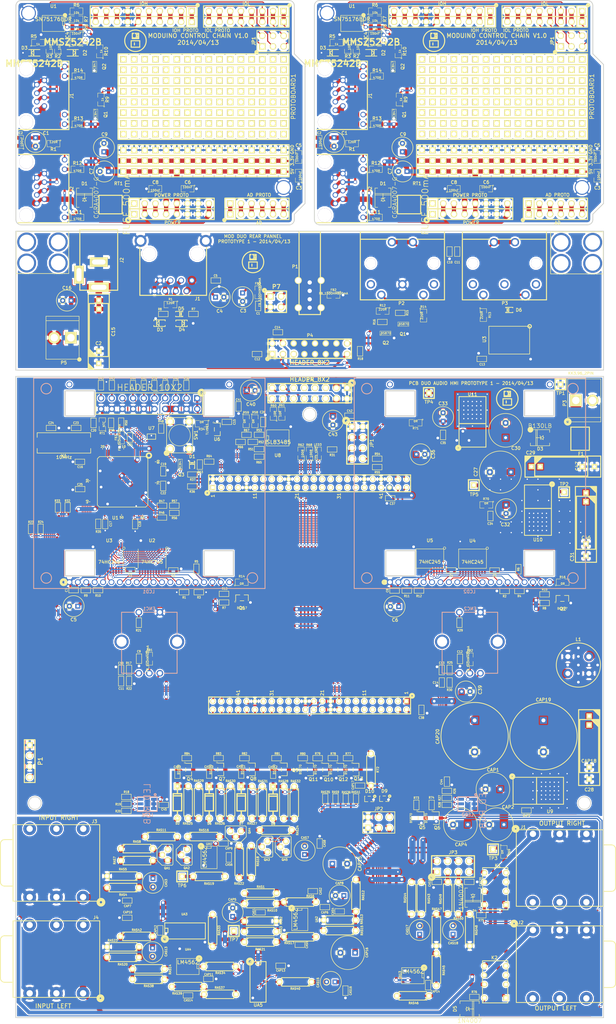
<source format=kicad_pcb>
(kicad_pcb (version 3) (host pcbnew "(2013-07-07 BZR 4022)-stable")
  (layers (15 Front signal) (0 Back signal) (18 B.Paste user) (19 F.Paste user) (20 B.SilkS user) (21 F.SilkS user) (22 B.Mask user) (23 F.Mask user) (28 Edge.Cuts user))
  (net 0 "")
  (net 1 +3.3V)
  (net 2 +5V)
  (net 3 +5VA)
  (net 4 +9V)
  (net 5 3.3V)
  (net 6 5V)
  (net 7 AD0)
  (net 8 AD1)
  (net 9 AD2)
  (net 10 AD3)
  (net 11 AD4/SDA)
  (net 12 AD5/SCL)
  (net 13 AGND)
  (net 14 AMPOUT_L_IN)
  (net 15 AMPOUT_L_OUT)
  (net 16 AMPOUT_R_IN)
  (net 17 AMPOUT_R_OUT)
  (net 18 AREF)
  (net 19 AVCC_CUBIE)
  (net 20 BACK_LCDA)
  (net 21 BACK_LCDB)
  (net 22 BIAS_AMP_LEFT)
  (net 23 BIAS_AMP_RIGHT)
  (net 24 BUFF_L_OUT)
  (net 25 BUFF_L_SW)
  (net 26 BYPASS_L)
  (net 27 BYPASS_L_EN)
  (net 28 BYPASS_R)
  (net 29 BYPASS_R_EN)
  (net 30 CHAIN_A)
  (net 31 CHAIN_B)
  (net 32 DGND)
  (net 33 ENCA_A)
  (net 34 ENCA_B)
  (net 35 ENCA_BT)
  (net 36 ENCB_A)
  (net 37 ENCB_B)
  (net 38 ENCB_BT)
  (net 39 FMIN_L)
  (net 40 FMIN_R)
  (net 41 FOOT_A)
  (net 42 FOOT_B)
  (net 43 GND)
  (net 44 HPL_CUBIE)
  (net 45 HPR_CUBIE)
  (net 46 IN_L)
  (net 47 IN_L_SW)
  (net 48 IN_L_SW_CMOS)
  (net 49 IN_R)
  (net 50 IN_R_SW)
  (net 51 IO0/RXD)
  (net 52 IO1/TXD)
  (net 53 IO10/SS)
  (net 54 IO11/MOSI)
  (net 55 IO12/MISO)
  (net 56 IO13/SCK)
  (net 57 IO2)
  (net 58 IO3)
  (net 59 IO4)
  (net 60 IO5)
  (net 61 IO6)
  (net 62 IO7)
  (net 63 IO8)
  (net 64 IO9)
  (net 65 JFET_SW_R1)
  (net 66 JFET_SW_R2)
  (net 67 JFET_SW_R3)
  (net 68 JFET_SW_R4)
  (net 69 LCDA_0)
  (net 70 LCDA_1)
  (net 71 LCDA_2)
  (net 72 LCDA_3)
  (net 73 LCDA_4)
  (net 74 LCDA_5)
  (net 75 LCDA_6)
  (net 76 LCDA_7)
  (net 77 LCDA_CS1)
  (net 78 LCDA_CS2)
  (net 79 LCDA_EN)
  (net 80 LCDA_RS)
  (net 81 LCDA_RST)
  (net 82 LCDA_RW)
  (net 83 LCDB_0)
  (net 84 LCDB_1)
  (net 85 LCDB_2)
  (net 86 LCDB_3)
  (net 87 LCDB_4)
  (net 88 LCDB_5)
  (net 89 LCDB_6)
  (net 90 LCDB_7)
  (net 91 LCDB_CS1)
  (net 92 LCDB_CS2)
  (net 93 LCDB_EN)
  (net 94 LCDB_RS)
  (net 95 LCDB_RST)
  (net 96 LCDB_RW)
  (net 97 LCD_0)
  (net 98 LCD_1)
  (net 99 LCD_2)
  (net 100 LCD_3)
  (net 101 LCD_4)
  (net 102 LCD_5)
  (net 103 LCD_6)
  (net 104 LCD_7)
  (net 105 LCD_CS1)
  (net 106 LCD_CS2)
  (net 107 LCD_DIR)
  (net 108 LCD_EN)
  (net 109 LCD_RS)
  (net 110 LCD_RST)
  (net 111 LCD_RW)
  (net 112 LEDA_B)
  (net 113 LEDA_G)
  (net 114 LEDA_R)
  (net 115 LEDB_B)
  (net 116 LEDB_G)
  (net 117 LEDB_R)
  (net 118 LINE_L_Z)
  (net 119 LINE_L_Z_SW)
  (net 120 MIC_L_GAIN_IN)
  (net 121 MIC_L_GAIN_OUT)
  (net 122 MIC_L_GAIN_SW)
  (net 123 MIC_L_Z_SW)
  (net 124 MIDI_IN_UART)
  (net 125 MIDI_OUT_UART)
  (net 126 N-00000101)
  (net 127 N-00000104)
  (net 128 N-00000105)
  (net 129 N-00000106)
  (net 130 N-00000107)
  (net 131 N-00000108)
  (net 132 N-00000109)
  (net 133 N-00000110)
  (net 134 N-00000111)
  (net 135 N-00000112)
  (net 136 N-00000113)
  (net 137 N-00000114)
  (net 138 N-00000117)
  (net 139 N-00000119)
  (net 140 N-0000012)
  (net 141 N-00000121)
  (net 142 N-00000127)
  (net 143 N-0000013)
  (net 144 N-00000133)
  (net 145 N-00000134)
  (net 146 N-00000135)
  (net 147 N-00000136)
  (net 148 N-00000137)
  (net 149 N-00000138)
  (net 150 N-00000141)
  (net 151 N-00000155)
  (net 152 N-00000170)
  (net 153 N-00000171)
  (net 154 N-00000198)
  (net 155 N-000002)
  (net 156 N-00000200)
  (net 157 N-0000022)
  (net 158 N-00000223)
  (net 159 N-00000224)
  (net 160 N-00000225)
  (net 161 N-00000226)
  (net 162 N-00000227)
  (net 163 N-00000229)
  (net 164 N-0000023)
  (net 165 N-00000231)
  (net 166 N-00000233)
  (net 167 N-00000235)
  (net 168 N-0000024)
  (net 169 N-0000025)
  (net 170 N-00000250)
  (net 171 N-00000251)
  (net 172 N-00000253)
  (net 173 N-00000254)
  (net 174 N-0000026)
  (net 175 N-00000260)
  (net 176 N-00000261)
  (net 177 N-00000262)
  (net 178 N-00000265)
  (net 179 N-00000266)
  (net 180 N-00000267)
  (net 181 N-00000269)
  (net 182 N-0000027)
  (net 183 N-00000270)
  (net 184 N-00000271)
  (net 185 N-00000272)
  (net 186 N-00000273)
  (net 187 N-00000274)
  (net 188 N-00000275)
  (net 189 N-00000277)
  (net 190 N-00000279)
  (net 191 N-00000280)
  (net 192 N-00000281)
  (net 193 N-00000282)
  (net 194 N-00000283)
  (net 195 N-00000284)
  (net 196 N-00000285)
  (net 197 N-00000286)
  (net 198 N-00000287)
  (net 199 N-00000288)
  (net 200 N-00000289)
  (net 201 N-0000029)
  (net 202 N-00000290)
  (net 203 N-00000292)
  (net 204 N-00000293)
  (net 205 N-00000294)
  (net 206 N-00000295)
  (net 207 N-00000296)
  (net 208 N-00000298)
  (net 209 N-0000030)
  (net 210 N-00000303)
  (net 211 N-00000304)
  (net 212 N-00000308)
  (net 213 N-0000031)
  (net 214 N-00000311)
  (net 215 N-00000315)
  (net 216 N-00000316)
  (net 217 N-00000319)
  (net 218 N-00000324)
  (net 219 N-00000325)
  (net 220 N-00000326)
  (net 221 N-00000328)
  (net 222 N-00000329)
  (net 223 N-00000331)
  (net 224 N-00000337)
  (net 225 N-00000342)
  (net 226 N-00000350)
  (net 227 N-00000351)
  (net 228 N-00000352)
  (net 229 N-00000353)
  (net 230 N-0000043)
  (net 231 N-0000044)
  (net 232 N-0000047)
  (net 233 N-0000050)
  (net 234 N-0000052)
  (net 235 N-0000058)
  (net 236 N-0000059)
  (net 237 N-0000061)
  (net 238 N-0000062)
  (net 239 N-0000063)
  (net 240 N-0000066)
  (net 241 N-0000069)
  (net 242 N-000007)
  (net 243 N-0000074)
  (net 244 N-0000079)
  (net 245 N-000008)
  (net 246 N-0000081)
  (net 247 N-0000084)
  (net 248 N-000009)
  (net 249 N-0000092)
  (net 250 NTC_TEMP)
  (net 251 OE_UC_CHAIN)
  (net 252 OUT_L)
  (net 253 OUT_R)
  (net 254 RESET)
  (net 255 RESET_UC_CTL)
  (net 256 RESET_UC_CTL_HOST)
  (net 257 RESET_UC_EN)
  (net 258 RS422_A)
  (net 259 RS422_B)
  (net 260 RX1_UC_CHAIN)
  (net 261 RX4_HOST_MIDI)
  (net 262 RX5_HOST_UI)
  (net 263 RX6_HOST_CONSOLE)
  (net 264 RXD0_HMI_CONSOLE)
  (net 265 RXD2_HMI_UI)
  (net 266 SHIELD_RXD)
  (net 267 SHIELD_TXD)
  (net 268 S_LCDA)
  (net 269 S_LCDB)
  (net 270 TCK_SWDCLK)
  (net 271 TDI)
  (net 272 TDO_SWO)
  (net 273 TMS_SDWIO)
  (net 274 TX1_UC_CHAIN)
  (net 275 TX4_HOST_MIDI)
  (net 276 TX5_HOST_UI)
  (net 277 TX6_HOST_CONSOLE)
  (net 278 TXD0_HMI_CONSOLE)
  (net 279 TXD2_HMI_UI)
  (net 280 VCC)
  (net 281 VCC_AMP_AUDIO)
  (net 282 VG_JFET_R1)
  (net 283 VG_JFET_R2)
  (net 284 VG_JFET_R3)
  (net 285 VG_JFET_R4)
  (net 286 VIN)
  (net 287 ~TRST)
  (module HOLE_3MM (layer Front) (at 208.4251 75.946)
    (fp_text reference H2 hide)
    (fp_text value HOLE hide)
    (pad 1 thru_hole circle (at 0 0 180) (size 3.5 3.5) (drill 3) (layers *.Cu *.Mask) (net 43 GND))
  )
  (module HOLE_3MM (layer Front) (at 147.7951 34.496)
    (fp_text reference H1 hide)
    (fp_text value HOLE hide)
    (pad 1 thru_hole circle (at 0 0 180) (size 3.5 3.5) (drill 3) (layers *.Cu *.Mask) (net 43 GND))
  )
  (module CAP_RAD_5MM (layer Front) (at 149.4663 65.1256)
    (fp_text reference C1 (at 2.4892 -2.1082) (layer F.SilkS) (effects (font (size 0.762 0.762) (thickness 0.1524))))
    (fp_text value 10uF hide)
    (pad 2 thru_hole circle (at 0 1 180) (size 1.2 1.2) (drill 0.6) (layers *.Cu *.Mask) (net 43 GND))
    (pad 1 thru_hole rect (at 0 -1 180) (size 1.2 1.2) (drill 0.6) (layers *.Cu *.Mask) (net 4 +9V))
  )
  (module CAP_RAD_5MM (layer Front) (at 165.7223 66.4718 180)
    (fp_text reference C9 (at -0.127 3.1496 180) (layer F.SilkS) (effects (font (size 0.762 0.762) (thickness 0.1524))))
    (fp_text value 10uF hide)
    (pad 2 thru_hole circle (at 0 1) (size 1.2 1.2) (drill 0.6) (layers *.Cu *.Mask) (net 43 GND))
    (pad 1 thru_hole rect (at 0 -1) (size 1.2 1.2) (drill 0.6) (layers *.Cu *.Mask) (net 5 3.3V))
  )
  (module CAP_RAD_5MM (layer Front) (at 165.7985 72.136 270)
    (fp_text reference C7 (at -0.0508 3.048 270) (layer F.SilkS) (effects (font (size 0.762 0.762) (thickness 0.1524))))
    (fp_text value 10uF hide)
    (pad 2 thru_hole circle (at 0 1 90) (size 1.2 1.2) (drill 0.6) (layers *.Cu *.Mask) (net 43 GND))
    (pad 1 thru_hole rect (at 0 -1 90) (size 1.2 1.2) (drill 0.6) (layers *.Cu *.Mask) (net 6 5V))
  )
  (module RJ45-RJHSE5084 (layer Front) (at 149.7711 76.2 270)
    (fp_text reference J2 (at 0.1397 -8.2804 270) (layer F.SilkS) (effects (font (size 0.762 0.762) (thickness 0.1524))))
    (fp_text value RJHSE-5084 hide)
    (pad 9 thru_hole circle (at 6.858 -6.604 90) (size 1.3208 1.3208) (drill 0.889) (layers *.Cu *.Mask) (net 132 N-00000109))
    (pad 10 thru_hole circle (at 4.572 -6.604 90) (size 1.3208 1.3208) (drill 0.889) (layers *.Cu *.Mask) (net 128 N-00000105))
    (pad 11 thru_hole circle (at -4.572 -6.604 90) (size 1.3208 1.3208) (drill 0.889) (layers *.Cu *.Mask) (net 130 N-00000107))
    (pad 12 thru_hole circle (at -6.858 -6.604 90) (size 1.3208 1.3208) (drill 0.889) (layers *.Cu *.Mask) (net 127 N-00000104))
    (pad 8 thru_hole circle (at -3.556 -1.778 90) (size 1.3208 1.3208) (drill 0.889) (layers *.Cu *.Mask) (net 43 GND))
    (pad 6 thru_hole circle (at -1.524 -1.778 90) (size 1.3208 1.3208) (drill 0.889) (layers *.Cu *.Mask) (net 259 RS422_B))
    (pad 4 thru_hole circle (at 0.508 -1.778 90) (size 1.3208 1.3208) (drill 0.889) (layers *.Cu *.Mask) (net 258 RS422_A))
    (pad 2 thru_hole circle (at 2.54 -1.778 90) (size 1.3208 1.3208) (drill 0.889) (layers *.Cu *.Mask) (net 4 +9V))
    (pad 5 thru_hole circle (at -0.508 0 90) (size 1.3208 1.3208) (drill 0.889) (layers *.Cu *.Mask) (net 259 RS422_B))
    (pad 3 thru_hole circle (at 1.524 0 90) (size 1.3208 1.3208) (drill 0.889) (layers *.Cu *.Mask) (net 258 RS422_A))
    (pad 7 thru_hole circle (at -2.54 0 90) (size 1.3208 1.3208) (drill 0.889) (layers *.Cu *.Mask) (net 43 GND))
    (pad 1 thru_hole circle (at 3.556 0 90) (size 1.3208 1.3208) (drill 0.889) (layers *.Cu *.Mask) (net 4 +9V))
    (pad 14 thru_hole circle (at 6.35 2.54 90) (size 3.2512 3.2512) (drill 3.2512) (layers *.Cu *.Mask))
    (pad 13 thru_hole circle (at -6.35 2.54 90) (size 3.2512 3.2512) (drill 3.2512) (layers *.Cu *.Mask))
  )
  (module RJ45-RJHSE5084 (layer Front) (at 149.7711 54.0512 270)
    (fp_text reference J1 (at 0.1397 -8.2804 270) (layer F.SilkS) (effects (font (size 0.762 0.762) (thickness 0.1524))))
    (fp_text value RJHSE-5084 hide)
    (pad 9 thru_hole circle (at 6.858 -6.604 90) (size 1.3208 1.3208) (drill 0.889) (layers *.Cu *.Mask) (net 131 N-00000108))
    (pad 10 thru_hole circle (at 4.572 -6.604 90) (size 1.3208 1.3208) (drill 0.889) (layers *.Cu *.Mask) (net 128 N-00000105))
    (pad 11 thru_hole circle (at -4.572 -6.604 90) (size 1.3208 1.3208) (drill 0.889) (layers *.Cu *.Mask) (net 129 N-00000106))
    (pad 12 thru_hole circle (at -6.858 -6.604 90) (size 1.3208 1.3208) (drill 0.889) (layers *.Cu *.Mask) (net 127 N-00000104))
    (pad 8 thru_hole circle (at -3.556 -1.778 90) (size 1.3208 1.3208) (drill 0.889) (layers *.Cu *.Mask) (net 43 GND))
    (pad 6 thru_hole circle (at -1.524 -1.778 90) (size 1.3208 1.3208) (drill 0.889) (layers *.Cu *.Mask) (net 259 RS422_B))
    (pad 4 thru_hole circle (at 0.508 -1.778 90) (size 1.3208 1.3208) (drill 0.889) (layers *.Cu *.Mask) (net 258 RS422_A))
    (pad 2 thru_hole circle (at 2.54 -1.778 90) (size 1.3208 1.3208) (drill 0.889) (layers *.Cu *.Mask) (net 4 +9V))
    (pad 5 thru_hole circle (at -0.508 0 90) (size 1.3208 1.3208) (drill 0.889) (layers *.Cu *.Mask) (net 259 RS422_B))
    (pad 3 thru_hole circle (at 1.524 0 90) (size 1.3208 1.3208) (drill 0.889) (layers *.Cu *.Mask) (net 258 RS422_A))
    (pad 7 thru_hole circle (at -2.54 0 90) (size 1.3208 1.3208) (drill 0.889) (layers *.Cu *.Mask) (net 43 GND))
    (pad 1 thru_hole circle (at 3.556 0 90) (size 1.3208 1.3208) (drill 0.889) (layers *.Cu *.Mask) (net 4 +9V))
    (pad 14 thru_hole circle (at 6.35 2.54 90) (size 3.2512 3.2512) (drill 3.2512) (layers *.Cu *.Mask))
    (pad 13 thru_hole circle (at -6.35 2.54 90) (size 3.2512 3.2512) (drill 3.2512) (layers *.Cu *.Mask))
  )
  (module PROTOBOARD_100MIL_1R16P_PTH (layer Front) (at 189.3951 72.136)
    (fp_text reference PROTO_5V1 hide)
    (fp_text value HEADER_1X16 hide)
    (pad 16 thru_hole rect (at 19.05 0) (size 1.524 1.524) (drill 1.016) (layers *.Cu *.Mask F.SilkS) (net 6 5V))
    (pad 15 thru_hole rect (at 16.51 0) (size 1.524 1.524) (drill 1.016) (layers *.Cu *.Mask F.SilkS) (net 6 5V))
    (pad 14 thru_hole rect (at 13.97 0) (size 1.524 1.524) (drill 1.016) (layers *.Cu *.Mask F.SilkS) (net 6 5V))
    (pad 13 thru_hole rect (at 11.43 0) (size 1.524 1.524) (drill 1.016) (layers *.Cu *.Mask F.SilkS) (net 6 5V))
    (pad 12 thru_hole rect (at 8.89 0) (size 1.524 1.524) (drill 1.016) (layers *.Cu *.Mask F.SilkS) (net 6 5V))
    (pad 11 thru_hole rect (at 6.35 0) (size 1.524 1.524) (drill 1.016) (layers *.Cu *.Mask F.SilkS) (net 6 5V))
    (pad 10 thru_hole rect (at 3.81 0) (size 1.524 1.524) (drill 1.016) (layers *.Cu *.Mask F.SilkS) (net 6 5V))
    (pad 7 thru_hole rect (at -3.81 0) (size 1.524 1.524) (drill 1.016) (layers *.Cu *.Mask F.SilkS) (net 6 5V))
    (pad 6 thru_hole rect (at -6.35 0) (size 1.524 1.524) (drill 1.016) (layers *.Cu *.Mask F.SilkS) (net 6 5V))
    (pad 8 thru_hole rect (at -1.27 0) (size 1.524 1.524) (drill 1.016) (layers *.Cu *.Mask F.SilkS) (net 6 5V))
    (pad 9 thru_hole rect (at 1.27 0) (size 1.524 1.524) (drill 1.016) (layers *.Cu *.Mask F.SilkS) (net 6 5V))
    (pad 5 thru_hole rect (at -8.89 0) (size 1.524 1.524) (drill 1.016) (layers *.Cu *.Mask F.SilkS) (net 6 5V))
    (pad 4 thru_hole rect (at -11.43 0) (size 1.524 1.524) (drill 1.016) (layers *.Cu *.Mask F.SilkS) (net 6 5V))
    (pad 1 thru_hole rect (at -19.05 0) (size 1.524 1.524) (drill 1.016) (layers *.Cu *.Mask F.SilkS) (net 6 5V))
    (pad 2 thru_hole rect (at -16.51 0) (size 1.524 1.524) (drill 1.016) (layers *.Cu *.Mask F.SilkS) (net 6 5V))
    (pad 3 thru_hole rect (at -13.97 0) (size 1.524 1.524) (drill 1.016) (layers *.Cu *.Mask F.SilkS) (net 6 5V))
  )
  (module PROTOBOARD_100MIL_1R16P_PTH (layer Front) (at 189.3951 67.056)
    (fp_text reference PROTO_GND1 hide)
    (fp_text value HEADER_1X16 hide)
    (pad 16 thru_hole rect (at 19.05 0) (size 1.524 1.524) (drill 1.016) (layers *.Cu *.Mask F.SilkS) (net 43 GND))
    (pad 15 thru_hole rect (at 16.51 0) (size 1.524 1.524) (drill 1.016) (layers *.Cu *.Mask F.SilkS) (net 43 GND))
    (pad 14 thru_hole rect (at 13.97 0) (size 1.524 1.524) (drill 1.016) (layers *.Cu *.Mask F.SilkS) (net 43 GND))
    (pad 13 thru_hole rect (at 11.43 0) (size 1.524 1.524) (drill 1.016) (layers *.Cu *.Mask F.SilkS) (net 43 GND))
    (pad 12 thru_hole rect (at 8.89 0) (size 1.524 1.524) (drill 1.016) (layers *.Cu *.Mask F.SilkS) (net 43 GND))
    (pad 11 thru_hole rect (at 6.35 0) (size 1.524 1.524) (drill 1.016) (layers *.Cu *.Mask F.SilkS) (net 43 GND))
    (pad 10 thru_hole rect (at 3.81 0) (size 1.524 1.524) (drill 1.016) (layers *.Cu *.Mask F.SilkS) (net 43 GND))
    (pad 7 thru_hole rect (at -3.81 0) (size 1.524 1.524) (drill 1.016) (layers *.Cu *.Mask F.SilkS) (net 43 GND))
    (pad 6 thru_hole rect (at -6.35 0) (size 1.524 1.524) (drill 1.016) (layers *.Cu *.Mask F.SilkS) (net 43 GND))
    (pad 8 thru_hole rect (at -1.27 0) (size 1.524 1.524) (drill 1.016) (layers *.Cu *.Mask F.SilkS) (net 43 GND))
    (pad 9 thru_hole rect (at 1.27 0) (size 1.524 1.524) (drill 1.016) (layers *.Cu *.Mask F.SilkS) (net 43 GND))
    (pad 5 thru_hole rect (at -8.89 0) (size 1.524 1.524) (drill 1.016) (layers *.Cu *.Mask F.SilkS) (net 43 GND))
    (pad 4 thru_hole rect (at -11.43 0) (size 1.524 1.524) (drill 1.016) (layers *.Cu *.Mask F.SilkS) (net 43 GND))
    (pad 1 thru_hole rect (at -19.05 0) (size 1.524 1.524) (drill 1.016) (layers *.Cu *.Mask F.SilkS) (net 43 GND))
    (pad 2 thru_hole rect (at -16.51 0) (size 1.524 1.524) (drill 1.016) (layers *.Cu *.Mask F.SilkS) (net 43 GND))
    (pad 3 thru_hole rect (at -13.97 0) (size 1.524 1.524) (drill 1.016) (layers *.Cu *.Mask F.SilkS) (net 43 GND))
  )
  (module PROTOBOARD_100MIL_1R16P_PTH (layer Front) (at 189.3951 69.596)
    (fp_text reference PROTO_3.3V1 hide)
    (fp_text value HEADER_1X16 hide)
    (pad 16 thru_hole rect (at 19.05 0) (size 1.524 1.524) (drill 1.016) (layers *.Cu *.Mask F.SilkS) (net 5 3.3V))
    (pad 15 thru_hole rect (at 16.51 0) (size 1.524 1.524) (drill 1.016) (layers *.Cu *.Mask F.SilkS) (net 5 3.3V))
    (pad 14 thru_hole rect (at 13.97 0) (size 1.524 1.524) (drill 1.016) (layers *.Cu *.Mask F.SilkS) (net 5 3.3V))
    (pad 13 thru_hole rect (at 11.43 0) (size 1.524 1.524) (drill 1.016) (layers *.Cu *.Mask F.SilkS) (net 5 3.3V))
    (pad 12 thru_hole rect (at 8.89 0) (size 1.524 1.524) (drill 1.016) (layers *.Cu *.Mask F.SilkS) (net 5 3.3V))
    (pad 11 thru_hole rect (at 6.35 0) (size 1.524 1.524) (drill 1.016) (layers *.Cu *.Mask F.SilkS) (net 5 3.3V))
    (pad 10 thru_hole rect (at 3.81 0) (size 1.524 1.524) (drill 1.016) (layers *.Cu *.Mask F.SilkS) (net 5 3.3V))
    (pad 7 thru_hole rect (at -3.81 0) (size 1.524 1.524) (drill 1.016) (layers *.Cu *.Mask F.SilkS) (net 5 3.3V))
    (pad 6 thru_hole rect (at -6.35 0) (size 1.524 1.524) (drill 1.016) (layers *.Cu *.Mask F.SilkS) (net 5 3.3V))
    (pad 8 thru_hole rect (at -1.27 0) (size 1.524 1.524) (drill 1.016) (layers *.Cu *.Mask F.SilkS) (net 5 3.3V))
    (pad 9 thru_hole rect (at 1.27 0) (size 1.524 1.524) (drill 1.016) (layers *.Cu *.Mask F.SilkS) (net 5 3.3V))
    (pad 5 thru_hole rect (at -8.89 0) (size 1.524 1.524) (drill 1.016) (layers *.Cu *.Mask F.SilkS) (net 5 3.3V))
    (pad 4 thru_hole rect (at -11.43 0) (size 1.524 1.524) (drill 1.016) (layers *.Cu *.Mask F.SilkS) (net 5 3.3V))
    (pad 1 thru_hole rect (at -19.05 0) (size 1.524 1.524) (drill 1.016) (layers *.Cu *.Mask F.SilkS) (net 5 3.3V))
    (pad 2 thru_hole rect (at -16.51 0) (size 1.524 1.524) (drill 1.016) (layers *.Cu *.Mask F.SilkS) (net 5 3.3V))
    (pad 3 thru_hole rect (at -13.97 0) (size 1.524 1.524) (drill 1.016) (layers *.Cu *.Mask F.SilkS) (net 5 3.3V))
  )
  (module PROTOBOARD_100MIL_8R16P_PTH (layer Front) (at 189.3951 54.356)
    (fp_text reference PROTOBOARD1 (at 21.3614 0 90) (layer F.SilkS) (effects (font (size 1.016 1.016) (thickness 0.1524))))
    (fp_text value PROTO_8X16 hide)
    (pad 16 thru_hole rect (at 19.05 6.35) (size 1.524 1.524) (drill 1.016) (layers *.Cu *.Mask F.SilkS))
    (pad 15 thru_hole rect (at 16.51 6.35) (size 1.524 1.524) (drill 1.016) (layers *.Cu *.Mask F.SilkS))
    (pad 14 thru_hole rect (at 13.97 6.35) (size 1.524 1.524) (drill 1.016) (layers *.Cu *.Mask F.SilkS))
    (pad 13 thru_hole rect (at 11.43 6.35) (size 1.524 1.524) (drill 1.016) (layers *.Cu *.Mask F.SilkS))
    (pad 12 thru_hole rect (at 8.89 6.35) (size 1.524 1.524) (drill 1.016) (layers *.Cu *.Mask F.SilkS))
    (pad 11 thru_hole rect (at 6.35 6.35) (size 1.524 1.524) (drill 1.016) (layers *.Cu *.Mask F.SilkS))
    (pad 10 thru_hole rect (at 3.81 6.35) (size 1.524 1.524) (drill 1.016) (layers *.Cu *.Mask F.SilkS))
    (pad 7 thru_hole rect (at -3.81 6.35) (size 1.524 1.524) (drill 1.016) (layers *.Cu *.Mask F.SilkS))
    (pad 6 thru_hole rect (at -6.35 6.35) (size 1.524 1.524) (drill 1.016) (layers *.Cu *.Mask F.SilkS))
    (pad 8 thru_hole rect (at -1.27 6.35) (size 1.524 1.524) (drill 1.016) (layers *.Cu *.Mask F.SilkS))
    (pad 9 thru_hole rect (at 1.27 6.35) (size 1.524 1.524) (drill 1.016) (layers *.Cu *.Mask F.SilkS))
    (pad 5 thru_hole rect (at -8.89 6.35) (size 1.524 1.524) (drill 1.016) (layers *.Cu *.Mask F.SilkS))
    (pad 4 thru_hole rect (at -11.43 6.35) (size 1.524 1.524) (drill 1.016) (layers *.Cu *.Mask F.SilkS))
    (pad 1 thru_hole rect (at -19.05 6.35) (size 1.524 1.524) (drill 1.016) (layers *.Cu *.Mask F.SilkS))
    (pad 2 thru_hole rect (at -16.51 6.35) (size 1.524 1.524) (drill 1.016) (layers *.Cu *.Mask F.SilkS))
    (pad 3 thru_hole rect (at -13.97 6.35) (size 1.524 1.524) (drill 1.016) (layers *.Cu *.Mask F.SilkS))
    (pad 3 thru_hole rect (at -13.97 8.89) (size 1.524 1.524) (drill 1.016) (layers *.Cu *.Mask F.SilkS))
    (pad 2 thru_hole rect (at -16.51 8.89) (size 1.524 1.524) (drill 1.016) (layers *.Cu *.Mask F.SilkS))
    (pad 1 thru_hole rect (at -19.05 8.89) (size 1.524 1.524) (drill 1.016) (layers *.Cu *.Mask F.SilkS))
    (pad 4 thru_hole rect (at -11.43 8.89) (size 1.524 1.524) (drill 1.016) (layers *.Cu *.Mask F.SilkS))
    (pad 5 thru_hole rect (at -8.89 8.89) (size 1.524 1.524) (drill 1.016) (layers *.Cu *.Mask F.SilkS))
    (pad 9 thru_hole rect (at 1.27 8.89) (size 1.524 1.524) (drill 1.016) (layers *.Cu *.Mask F.SilkS))
    (pad 8 thru_hole rect (at -1.27 8.89) (size 1.524 1.524) (drill 1.016) (layers *.Cu *.Mask F.SilkS))
    (pad 6 thru_hole rect (at -6.35 8.89) (size 1.524 1.524) (drill 1.016) (layers *.Cu *.Mask F.SilkS))
    (pad 7 thru_hole rect (at -3.81 8.89) (size 1.524 1.524) (drill 1.016) (layers *.Cu *.Mask F.SilkS))
    (pad 10 thru_hole rect (at 3.81 8.89) (size 1.524 1.524) (drill 1.016) (layers *.Cu *.Mask F.SilkS))
    (pad 11 thru_hole rect (at 6.35 8.89) (size 1.524 1.524) (drill 1.016) (layers *.Cu *.Mask F.SilkS))
    (pad 12 thru_hole rect (at 8.89 8.89) (size 1.524 1.524) (drill 1.016) (layers *.Cu *.Mask F.SilkS))
    (pad 13 thru_hole rect (at 11.43 8.89) (size 1.524 1.524) (drill 1.016) (layers *.Cu *.Mask F.SilkS))
    (pad 14 thru_hole rect (at 13.97 8.89) (size 1.524 1.524) (drill 1.016) (layers *.Cu *.Mask F.SilkS))
    (pad 15 thru_hole rect (at 16.51 8.89) (size 1.524 1.524) (drill 1.016) (layers *.Cu *.Mask F.SilkS))
    (pad 16 thru_hole rect (at 19.05 8.89) (size 1.524 1.524) (drill 1.016) (layers *.Cu *.Mask F.SilkS))
    (pad 16 thru_hole rect (at 19.05 3.81) (size 1.524 1.524) (drill 1.016) (layers *.Cu *.Mask F.SilkS))
    (pad 15 thru_hole rect (at 16.51 3.81) (size 1.524 1.524) (drill 1.016) (layers *.Cu *.Mask F.SilkS))
    (pad 14 thru_hole rect (at 13.97 3.81) (size 1.524 1.524) (drill 1.016) (layers *.Cu *.Mask F.SilkS))
    (pad 13 thru_hole rect (at 11.43 3.81) (size 1.524 1.524) (drill 1.016) (layers *.Cu *.Mask F.SilkS))
    (pad 12 thru_hole rect (at 8.89 3.81) (size 1.524 1.524) (drill 1.016) (layers *.Cu *.Mask F.SilkS))
    (pad 11 thru_hole rect (at 6.35 3.81) (size 1.524 1.524) (drill 1.016) (layers *.Cu *.Mask F.SilkS))
    (pad 10 thru_hole rect (at 3.81 3.81) (size 1.524 1.524) (drill 1.016) (layers *.Cu *.Mask F.SilkS))
    (pad 7 thru_hole rect (at -3.81 3.81) (size 1.524 1.524) (drill 1.016) (layers *.Cu *.Mask F.SilkS))
    (pad 6 thru_hole rect (at -6.35 3.81) (size 1.524 1.524) (drill 1.016) (layers *.Cu *.Mask F.SilkS))
    (pad 8 thru_hole rect (at -1.27 3.81) (size 1.524 1.524) (drill 1.016) (layers *.Cu *.Mask F.SilkS))
    (pad 9 thru_hole rect (at 1.27 3.81) (size 1.524 1.524) (drill 1.016) (layers *.Cu *.Mask F.SilkS))
    (pad 5 thru_hole rect (at -8.89 3.81) (size 1.524 1.524) (drill 1.016) (layers *.Cu *.Mask F.SilkS))
    (pad 4 thru_hole rect (at -11.43 3.81) (size 1.524 1.524) (drill 1.016) (layers *.Cu *.Mask F.SilkS))
    (pad 1 thru_hole rect (at -19.05 3.81) (size 1.524 1.524) (drill 1.016) (layers *.Cu *.Mask F.SilkS))
    (pad 2 thru_hole rect (at -16.51 3.81) (size 1.524 1.524) (drill 1.016) (layers *.Cu *.Mask F.SilkS))
    (pad 3 thru_hole rect (at -13.97 3.81) (size 1.524 1.524) (drill 1.016) (layers *.Cu *.Mask F.SilkS))
    (pad 3 thru_hole rect (at -13.97 1.27) (size 1.524 1.524) (drill 1.016) (layers *.Cu *.Mask F.SilkS))
    (pad 2 thru_hole rect (at -16.51 1.27) (size 1.524 1.524) (drill 1.016) (layers *.Cu *.Mask F.SilkS))
    (pad 1 thru_hole rect (at -19.05 1.27) (size 1.524 1.524) (drill 1.016) (layers *.Cu *.Mask F.SilkS))
    (pad 4 thru_hole rect (at -11.43 1.27) (size 1.524 1.524) (drill 1.016) (layers *.Cu *.Mask F.SilkS))
    (pad 5 thru_hole rect (at -8.89 1.27) (size 1.524 1.524) (drill 1.016) (layers *.Cu *.Mask F.SilkS))
    (pad 9 thru_hole rect (at 1.27 1.27) (size 1.524 1.524) (drill 1.016) (layers *.Cu *.Mask F.SilkS))
    (pad 8 thru_hole rect (at -1.27 1.27) (size 1.524 1.524) (drill 1.016) (layers *.Cu *.Mask F.SilkS))
    (pad 6 thru_hole rect (at -6.35 1.27) (size 1.524 1.524) (drill 1.016) (layers *.Cu *.Mask F.SilkS))
    (pad 7 thru_hole rect (at -3.81 1.27) (size 1.524 1.524) (drill 1.016) (layers *.Cu *.Mask F.SilkS))
    (pad 10 thru_hole rect (at 3.81 1.27) (size 1.524 1.524) (drill 1.016) (layers *.Cu *.Mask F.SilkS))
    (pad 11 thru_hole rect (at 6.35 1.27) (size 1.524 1.524) (drill 1.016) (layers *.Cu *.Mask F.SilkS))
    (pad 12 thru_hole rect (at 8.89 1.27) (size 1.524 1.524) (drill 1.016) (layers *.Cu *.Mask F.SilkS))
    (pad 13 thru_hole rect (at 11.43 1.27) (size 1.524 1.524) (drill 1.016) (layers *.Cu *.Mask F.SilkS))
    (pad 14 thru_hole rect (at 13.97 1.27) (size 1.524 1.524) (drill 1.016) (layers *.Cu *.Mask F.SilkS))
    (pad 15 thru_hole rect (at 16.51 1.27) (size 1.524 1.524) (drill 1.016) (layers *.Cu *.Mask F.SilkS))
    (pad 16 thru_hole rect (at 19.05 1.27) (size 1.524 1.524) (drill 1.016) (layers *.Cu *.Mask F.SilkS))
    (pad 16 thru_hole rect (at 19.05 -1.27) (size 1.524 1.524) (drill 1.016) (layers *.Cu *.Mask F.SilkS))
    (pad 15 thru_hole rect (at 16.51 -1.27) (size 1.524 1.524) (drill 1.016) (layers *.Cu *.Mask F.SilkS))
    (pad 14 thru_hole rect (at 13.97 -1.27) (size 1.524 1.524) (drill 1.016) (layers *.Cu *.Mask F.SilkS))
    (pad 13 thru_hole rect (at 11.43 -1.27) (size 1.524 1.524) (drill 1.016) (layers *.Cu *.Mask F.SilkS))
    (pad 12 thru_hole rect (at 8.89 -1.27) (size 1.524 1.524) (drill 1.016) (layers *.Cu *.Mask F.SilkS))
    (pad 11 thru_hole rect (at 6.35 -1.27) (size 1.524 1.524) (drill 1.016) (layers *.Cu *.Mask F.SilkS))
    (pad 10 thru_hole rect (at 3.81 -1.27) (size 1.524 1.524) (drill 1.016) (layers *.Cu *.Mask F.SilkS))
    (pad 7 thru_hole rect (at -3.81 -1.27) (size 1.524 1.524) (drill 1.016) (layers *.Cu *.Mask F.SilkS))
    (pad 6 thru_hole rect (at -6.35 -1.27) (size 1.524 1.524) (drill 1.016) (layers *.Cu *.Mask F.SilkS))
    (pad 8 thru_hole rect (at -1.27 -1.27) (size 1.524 1.524) (drill 1.016) (layers *.Cu *.Mask F.SilkS))
    (pad 9 thru_hole rect (at 1.27 -1.27) (size 1.524 1.524) (drill 1.016) (layers *.Cu *.Mask F.SilkS))
    (pad 5 thru_hole rect (at -8.89 -1.27) (size 1.524 1.524) (drill 1.016) (layers *.Cu *.Mask F.SilkS))
    (pad 4 thru_hole rect (at -11.43 -1.27) (size 1.524 1.524) (drill 1.016) (layers *.Cu *.Mask F.SilkS))
    (pad 1 thru_hole rect (at -19.05 -1.27) (size 1.524 1.524) (drill 1.016) (layers *.Cu *.Mask F.SilkS))
    (pad 2 thru_hole rect (at -16.51 -1.27) (size 1.524 1.524) (drill 1.016) (layers *.Cu *.Mask F.SilkS))
    (pad 3 thru_hole rect (at -13.97 -1.27) (size 1.524 1.524) (drill 1.016) (layers *.Cu *.Mask F.SilkS))
    (pad 3 thru_hole rect (at -13.97 -3.81) (size 1.524 1.524) (drill 1.016) (layers *.Cu *.Mask F.SilkS))
    (pad 2 thru_hole rect (at -16.51 -3.81) (size 1.524 1.524) (drill 1.016) (layers *.Cu *.Mask F.SilkS))
    (pad 1 thru_hole rect (at -19.05 -3.81) (size 1.524 1.524) (drill 1.016) (layers *.Cu *.Mask F.SilkS))
    (pad 4 thru_hole rect (at -11.43 -3.81) (size 1.524 1.524) (drill 1.016) (layers *.Cu *.Mask F.SilkS))
    (pad 5 thru_hole rect (at -8.89 -3.81) (size 1.524 1.524) (drill 1.016) (layers *.Cu *.Mask F.SilkS))
    (pad 9 thru_hole rect (at 1.27 -3.81) (size 1.524 1.524) (drill 1.016) (layers *.Cu *.Mask F.SilkS))
    (pad 8 thru_hole rect (at -1.27 -3.81) (size 1.524 1.524) (drill 1.016) (layers *.Cu *.Mask F.SilkS))
    (pad 6 thru_hole rect (at -6.35 -3.81) (size 1.524 1.524) (drill 1.016) (layers *.Cu *.Mask F.SilkS))
    (pad 7 thru_hole rect (at -3.81 -3.81) (size 1.524 1.524) (drill 1.016) (layers *.Cu *.Mask F.SilkS))
    (pad 10 thru_hole rect (at 3.81 -3.81) (size 1.524 1.524) (drill 1.016) (layers *.Cu *.Mask F.SilkS))
    (pad 11 thru_hole rect (at 6.35 -3.81) (size 1.524 1.524) (drill 1.016) (layers *.Cu *.Mask F.SilkS))
    (pad 12 thru_hole rect (at 8.89 -3.81) (size 1.524 1.524) (drill 1.016) (layers *.Cu *.Mask F.SilkS))
    (pad 13 thru_hole rect (at 11.43 -3.81) (size 1.524 1.524) (drill 1.016) (layers *.Cu *.Mask F.SilkS))
    (pad 14 thru_hole rect (at 13.97 -3.81) (size 1.524 1.524) (drill 1.016) (layers *.Cu *.Mask F.SilkS))
    (pad 15 thru_hole rect (at 16.51 -3.81) (size 1.524 1.524) (drill 1.016) (layers *.Cu *.Mask F.SilkS))
    (pad 16 thru_hole rect (at 19.05 -3.81) (size 1.524 1.524) (drill 1.016) (layers *.Cu *.Mask F.SilkS))
    (pad 16 thru_hole rect (at 19.05 -6.35) (size 1.524 1.524) (drill 1.016) (layers *.Cu *.Mask F.SilkS))
    (pad 15 thru_hole rect (at 16.51 -6.35) (size 1.524 1.524) (drill 1.016) (layers *.Cu *.Mask F.SilkS))
    (pad 14 thru_hole rect (at 13.97 -6.35) (size 1.524 1.524) (drill 1.016) (layers *.Cu *.Mask F.SilkS))
    (pad 13 thru_hole rect (at 11.43 -6.35) (size 1.524 1.524) (drill 1.016) (layers *.Cu *.Mask F.SilkS))
    (pad 12 thru_hole rect (at 8.89 -6.35) (size 1.524 1.524) (drill 1.016) (layers *.Cu *.Mask F.SilkS))
    (pad 11 thru_hole rect (at 6.35 -6.35) (size 1.524 1.524) (drill 1.016) (layers *.Cu *.Mask F.SilkS))
    (pad 10 thru_hole rect (at 3.81 -6.35) (size 1.524 1.524) (drill 1.016) (layers *.Cu *.Mask F.SilkS))
    (pad 7 thru_hole rect (at -3.81 -6.35) (size 1.524 1.524) (drill 1.016) (layers *.Cu *.Mask F.SilkS))
    (pad 6 thru_hole rect (at -6.35 -6.35) (size 1.524 1.524) (drill 1.016) (layers *.Cu *.Mask F.SilkS))
    (pad 8 thru_hole rect (at -1.27 -6.35) (size 1.524 1.524) (drill 1.016) (layers *.Cu *.Mask F.SilkS))
    (pad 9 thru_hole rect (at 1.27 -6.35) (size 1.524 1.524) (drill 1.016) (layers *.Cu *.Mask F.SilkS))
    (pad 5 thru_hole rect (at -8.89 -6.35) (size 1.524 1.524) (drill 1.016) (layers *.Cu *.Mask F.SilkS))
    (pad 4 thru_hole rect (at -11.43 -6.35) (size 1.524 1.524) (drill 1.016) (layers *.Cu *.Mask F.SilkS))
    (pad 1 thru_hole rect (at -19.05 -6.35) (size 1.524 1.524) (drill 1.016) (layers *.Cu *.Mask F.SilkS))
    (pad 2 thru_hole rect (at -16.51 -6.35) (size 1.524 1.524) (drill 1.016) (layers *.Cu *.Mask F.SilkS))
    (pad 3 thru_hole rect (at -13.97 -6.35) (size 1.524 1.524) (drill 1.016) (layers *.Cu *.Mask F.SilkS))
    (pad 3 thru_hole rect (at -13.97 -8.89) (size 1.524 1.524) (drill 1.016) (layers *.Cu *.Mask F.SilkS))
    (pad 2 thru_hole rect (at -16.51 -8.89) (size 1.524 1.524) (drill 1.016) (layers *.Cu *.Mask F.SilkS))
    (pad 1 thru_hole rect (at -19.05 -8.89) (size 1.524 1.524) (drill 1.016) (layers *.Cu *.Mask F.SilkS))
    (pad 4 thru_hole rect (at -11.43 -8.89) (size 1.524 1.524) (drill 1.016) (layers *.Cu *.Mask F.SilkS))
    (pad 5 thru_hole rect (at -8.89 -8.89) (size 1.524 1.524) (drill 1.016) (layers *.Cu *.Mask F.SilkS))
    (pad 9 thru_hole rect (at 1.27 -8.89) (size 1.524 1.524) (drill 1.016) (layers *.Cu *.Mask F.SilkS))
    (pad 8 thru_hole rect (at -1.27 -8.89) (size 1.524 1.524) (drill 1.016) (layers *.Cu *.Mask F.SilkS))
    (pad 6 thru_hole rect (at -6.35 -8.89) (size 1.524 1.524) (drill 1.016) (layers *.Cu *.Mask F.SilkS))
    (pad 7 thru_hole rect (at -3.81 -8.89) (size 1.524 1.524) (drill 1.016) (layers *.Cu *.Mask F.SilkS))
    (pad 10 thru_hole rect (at 3.81 -8.89) (size 1.524 1.524) (drill 1.016) (layers *.Cu *.Mask F.SilkS))
    (pad 11 thru_hole rect (at 6.35 -8.89) (size 1.524 1.524) (drill 1.016) (layers *.Cu *.Mask F.SilkS))
    (pad 12 thru_hole rect (at 8.89 -8.89) (size 1.524 1.524) (drill 1.016) (layers *.Cu *.Mask F.SilkS))
    (pad 13 thru_hole rect (at 11.43 -8.89) (size 1.524 1.524) (drill 1.016) (layers *.Cu *.Mask F.SilkS))
    (pad 14 thru_hole rect (at 13.97 -8.89) (size 1.524 1.524) (drill 1.016) (layers *.Cu *.Mask F.SilkS))
    (pad 15 thru_hole rect (at 16.51 -8.89) (size 1.524 1.524) (drill 1.016) (layers *.Cu *.Mask F.SilkS))
    (pad 16 thru_hole rect (at 19.05 -8.89) (size 1.524 1.524) (drill 1.016) (layers *.Cu *.Mask F.SilkS))
  )
  (module SM0805 (layer Front) (at 164.7317 43.5864 90)
    (fp_text reference R10 (at 0 1.524 90) (layer F.SilkS) (effects (font (size 0.762 0.762) (thickness 0.1524))))
    (fp_text value 1k (at 0 0.381 90) (layer F.SilkS) (effects (font (size 0.50038 0.50038) (thickness 0.10922))))
    (pad 1 smd rect (at -0.9525 0 90) (size 0.889 1.397) (layers Front F.Paste F.Mask) (net 149 N-00000138))
    (pad 2 smd rect (at 0.9525 0 90) (size 0.889 1.397) (layers Front F.Paste F.Mask) (net 267 SHIELD_TXD))
  )
  (module SM0805 (layer Front) (at 159.4231 83.058)
    (fp_text reference R11 (at 0 -1.27) (layer F.SilkS) (effects (font (size 0.762 0.762) (thickness 0.1524))))
    (fp_text value 470R (at 0 0.381) (layer F.SilkS) (effects (font (size 0.50038 0.50038) (thickness 0.10922))))
    (pad 1 smd rect (at -0.9525 0) (size 0.889 1.397) (layers Front F.Paste F.Mask) (net 132 N-00000109))
    (pad 2 smd rect (at 0.9525 0) (size 0.889 1.397) (layers Front F.Paste F.Mask) (net 6 5V))
  )
  (module SM0805 (layer Front) (at 159.4231 71.628)
    (fp_text reference R12 (at 0 -1.4732) (layer F.SilkS) (effects (font (size 0.762 0.762) (thickness 0.1524))))
    (fp_text value 470R (at 0 0.381) (layer F.SilkS) (effects (font (size 0.50038 0.50038) (thickness 0.10922))))
    (pad 1 smd rect (at -0.9525 0) (size 0.889 1.397) (layers Front F.Paste F.Mask) (net 130 N-00000107))
    (pad 2 smd rect (at 0.9525 0) (size 0.889 1.397) (layers Front F.Paste F.Mask) (net 6 5V))
  )
  (module SM0805 (layer Front) (at 159.6771 60.9092)
    (fp_text reference R13 (at 0 -1.3716) (layer F.SilkS) (effects (font (size 0.762 0.762) (thickness 0.1524))))
    (fp_text value 470R (at 0 0.381) (layer F.SilkS) (effects (font (size 0.50038 0.50038) (thickness 0.10922))))
    (pad 1 smd rect (at -0.9525 0) (size 0.889 1.397) (layers Front F.Paste F.Mask) (net 131 N-00000108))
    (pad 2 smd rect (at 0.9525 0) (size 0.889 1.397) (layers Front F.Paste F.Mask) (net 6 5V))
  )
  (module SM0805 (layer Front) (at 165.0111 55.0418 90)
    (fp_text reference R9 (at 0 1.524 90) (layer F.SilkS) (effects (font (size 0.762 0.762) (thickness 0.1524))))
    (fp_text value 1k (at 0 0.381 90) (layer F.SilkS) (effects (font (size 0.50038 0.50038) (thickness 0.10922))))
    (pad 1 smd rect (at -0.9525 0 90) (size 0.889 1.397) (layers Front F.Paste F.Mask) (net 134 N-00000111))
    (pad 2 smd rect (at 0.9525 0 90) (size 0.889 1.397) (layers Front F.Paste F.Mask) (net 56 IO13/SCK))
  )
  (module SM0805 (layer Front) (at 159.6771 49.4792)
    (fp_text reference R14 (at 0 -1.3462) (layer F.SilkS) (effects (font (size 0.762 0.762) (thickness 0.1524))))
    (fp_text value 470R (at 0 0.381) (layer F.SilkS) (effects (font (size 0.50038 0.50038) (thickness 0.10922))))
    (pad 1 smd rect (at -0.9525 0) (size 0.889 1.397) (layers Front F.Paste F.Mask) (net 129 N-00000106))
    (pad 2 smd rect (at 0.9525 0) (size 0.889 1.397) (layers Front F.Paste F.Mask) (net 6 5V))
  )
  (module SOT23 (layer Front) (at 163.7411 58.5978 90)
    (fp_text reference Q1 (at 0 2.3876 90) (layer F.SilkS) (effects (font (size 0.762 0.762) (thickness 0.1524))))
    (fp_text value BC847 (at 0.0635 0 90) (layer F.SilkS) (effects (font (size 0.50038 0.50038) (thickness 0.09906))))
    (pad 3 smd rect (at 0 -1.09982 90) (size 0.8001 1.00076) (layers Front F.Paste F.Mask) (net 128 N-00000105))
    (pad 2 smd rect (at 0.9525 1.09982 90) (size 0.8001 1.00076) (layers Front F.Paste F.Mask) (net 134 N-00000111))
    (pad 1 smd rect (at -0.9525 1.09982 90) (size 0.8001 1.00076) (layers Front F.Paste F.Mask) (net 43 GND))
  )
  (module SM2920 (layer Front) (at 167.2971 80.01 90)
    (fp_text reference RT1 (at 5.0038 1.8796 180) (layer F.SilkS) (effects (font (size 0.762 0.762) (thickness 0.1524))))
    (fp_text value FUSE_500mA (at 0 3.81 90) (layer F.SilkS) (effects (font (size 1.524 1.524))))
    (pad 1 smd rect (at -3.3 0 90) (size 2 5.4) (layers Front F.Paste F.Mask) (net 286 VIN))
    (pad 2 smd rect (at 3.3 0 90) (size 2 5.4) (layers Front F.Paste F.Mask) (net 151 N-00000155))
  )
  (module "DO-214AC(SMA)" (layer Front) (at 161.0995 78.3844 90)
    (fp_text reference D1 (at 3.3528 0 180) (layer F.SilkS) (effects (font (size 0.762 0.762) (thickness 0.1524))))
    (fp_text value CGRA4007-G (at 0 2.79908 90) (layer F.SilkS) (effects (font (size 1.00076 1.00076) (thickness 0.11938))))
    (pad 1 smd rect (at -1.89992 0 90) (size 1.6002 2.19964) (layers Front F.Paste F.Mask) (net 4 +9V))
    (pad 2 smd rect (at 1.89992 0 90) (size 1.6002 2.19964) (layers Front F.Paste F.Mask) (net 151 N-00000155))
  )
  (module HEADER_100MIL_1R10P_PTH (layer Front) (at 175.1711 36.576 180)
    (fp_text reference IOH_PROTO1 hide)
    (fp_text value HEADER_1X10 hide)
    (pad 10 thru_hole circle (at 11.43 0 180) (size 1.524 1.524) (drill 1.016) (layers *.Cu *.Mask F.SilkS) (net 12 AD5/SCL))
    (pad 7 thru_hole circle (at 3.81 0 180) (size 1.524 1.524) (drill 1.016) (layers *.Cu *.Mask F.SilkS) (net 43 GND))
    (pad 6 thru_hole circle (at 1.27 0 180) (size 1.524 1.524) (drill 1.016) (layers *.Cu *.Mask F.SilkS) (net 56 IO13/SCK))
    (pad 8 thru_hole circle (at 6.35 0 180) (size 1.524 1.524) (drill 1.016) (layers *.Cu *.Mask F.SilkS) (net 18 AREF))
    (pad 9 thru_hole circle (at 8.89 0 180) (size 1.524 1.524) (drill 1.016) (layers *.Cu *.Mask F.SilkS) (net 11 AD4/SDA))
    (pad 5 thru_hole circle (at -1.27 0 180) (size 1.524 1.524) (drill 1.016) (layers *.Cu *.Mask F.SilkS) (net 55 IO12/MISO))
    (pad 4 thru_hole circle (at -3.81 0 180) (size 1.524 1.524) (drill 1.016) (layers *.Cu *.Mask F.SilkS) (net 54 IO11/MOSI))
    (pad 1 thru_hole rect (at -11.43 0 180) (size 1.524 1.524) (drill 1.016) (layers *.Cu *.Mask F.SilkS) (net 63 IO8))
    (pad 2 thru_hole circle (at -8.89 0 180) (size 1.524 1.524) (drill 1.016) (layers *.Cu *.Mask F.SilkS) (net 64 IO9))
    (pad 3 thru_hole circle (at -6.35 0 180) (size 1.524 1.524) (drill 1.016) (layers *.Cu *.Mask F.SilkS) (net 53 IO10/SS))
  )
  (module HEADER_100MIL_1R6P_PTH (layer Front) (at 202.0951 79.756)
    (fp_text reference AD_PROTO1 hide)
    (fp_text value HEADER_1X6 hide)
    (pad 6 thru_hole circle (at 6.35 0) (size 1.524 1.524) (drill 1.016) (layers *.Cu *.Mask F.SilkS) (net 12 AD5/SCL))
    (pad 5 thru_hole circle (at 3.81 0) (size 1.524 1.524) (drill 1.016) (layers *.Cu *.Mask F.SilkS) (net 11 AD4/SDA))
    (pad 4 thru_hole circle (at 1.27 0) (size 1.524 1.524) (drill 1.016) (layers *.Cu *.Mask F.SilkS) (net 10 AD3))
    (pad 1 thru_hole rect (at -6.35 0) (size 1.524 1.524) (drill 1.016) (layers *.Cu *.Mask F.SilkS) (net 7 AD0))
    (pad 2 thru_hole circle (at -3.81 0) (size 1.524 1.524) (drill 1.016) (layers *.Cu *.Mask F.SilkS) (net 8 AD1))
    (pad 3 thru_hole circle (at -1.27 0) (size 1.524 1.524) (drill 1.016) (layers *.Cu *.Mask F.SilkS) (net 9 AD2))
  )
  (module HEADER_100MIL_1R8P_PTH (layer Front) (at 199.5551 36.576 180)
    (fp_text reference IOL_PROTO1 hide)
    (fp_text value HEADER_1X8 hide)
    (pad 7 thru_hole circle (at 6.35 0 180) (size 1.524 1.524) (drill 1.016) (layers *.Cu *.Mask F.SilkS) (net 61 IO6))
    (pad 6 thru_hole circle (at 3.81 0 180) (size 1.524 1.524) (drill 1.016) (layers *.Cu *.Mask F.SilkS) (net 60 IO5))
    (pad 8 thru_hole circle (at 8.89 0 180) (size 1.524 1.524) (drill 1.016) (layers *.Cu *.Mask F.SilkS) (net 62 IO7))
    (pad 5 thru_hole circle (at 1.27 0 180) (size 1.524 1.524) (drill 1.016) (layers *.Cu *.Mask F.SilkS) (net 59 IO4))
    (pad 4 thru_hole circle (at -1.27 0 180) (size 1.524 1.524) (drill 1.016) (layers *.Cu *.Mask F.SilkS) (net 58 IO3))
    (pad 1 thru_hole rect (at -8.89 0 180) (size 1.524 1.524) (drill 1.016) (layers *.Cu *.Mask F.SilkS) (net 51 IO0/RXD))
    (pad 2 thru_hole circle (at -6.35 0 180) (size 1.524 1.524) (drill 1.016) (layers *.Cu *.Mask F.SilkS) (net 52 IO1/TXD))
    (pad 3 thru_hole circle (at -3.81 0 180) (size 1.524 1.524) (drill 1.016) (layers *.Cu *.Mask F.SilkS) (net 57 IO2))
  )
  (module HEADER_100MIL_1R8P_PTH (layer Front) (at 181.7751 79.756)
    (fp_text reference POWER_PROTO1 hide)
    (fp_text value HEADER_1X8 hide)
    (pad 7 thru_hole circle (at 6.35 0) (size 1.524 1.524) (drill 1.016) (layers *.Cu *.Mask F.SilkS) (net 43 GND))
    (pad 6 thru_hole circle (at 3.81 0) (size 1.524 1.524) (drill 1.016) (layers *.Cu *.Mask F.SilkS) (net 43 GND))
    (pad 8 thru_hole circle (at 8.89 0) (size 1.524 1.524) (drill 1.016) (layers *.Cu *.Mask F.SilkS) (net 286 VIN))
    (pad 5 thru_hole circle (at 1.27 0) (size 1.524 1.524) (drill 1.016) (layers *.Cu *.Mask F.SilkS) (net 6 5V))
    (pad 4 thru_hole circle (at -1.27 0) (size 1.524 1.524) (drill 1.016) (layers *.Cu *.Mask F.SilkS) (net 5 3.3V))
    (pad 1 thru_hole rect (at -8.89 0) (size 1.524 1.524) (drill 1.016) (layers *.Cu *.Mask F.SilkS))
    (pad 2 thru_hole circle (at -6.35 0) (size 1.524 1.524) (drill 1.016) (layers *.Cu *.Mask F.SilkS) (net 6 5V))
    (pad 3 thru_hole circle (at -3.81 0) (size 1.524 1.524) (drill 1.016) (layers *.Cu *.Mask F.SilkS) (net 254 RESET))
  )
  (module HEADER_100MIL_2R3P_PTH (layer Front) (at 205.9051 41.148)
    (fp_text reference JP1 (at -4.572 0 90) (layer F.SilkS) (effects (font (size 0.762 0.762) (thickness 0.1905))))
    (fp_text value HEADER_2X3_90 hide)
    (pad 1 thru_hole rect (at -2.54 1.27) (size 1.524 1.524) (drill 1.016) (layers *.Cu *.Mask F.SilkS) (net 59 IO4))
    (pad 2 thru_hole circle (at -2.54 -1.27) (size 1.524 1.524) (drill 1.016) (layers *.Cu *.Mask F.SilkS) (net 58 IO3))
    (pad 3 thru_hole circle (at 0 1.27) (size 1.524 1.524) (drill 1.016) (layers *.Cu *.Mask F.SilkS) (net 266 SHIELD_RXD))
    (pad 4 thru_hole circle (at 0 -1.27) (size 1.524 1.524) (drill 1.016) (layers *.Cu *.Mask F.SilkS) (net 267 SHIELD_TXD))
    (pad 5 thru_hole circle (at 2.54 1.27) (size 1.524 1.524) (drill 1.016) (layers *.Cu *.Mask F.SilkS) (net 51 IO0/RXD))
    (pad 6 thru_hole circle (at 2.54 -1.27) (size 1.524 1.524) (drill 1.016) (layers *.Cu *.Mask F.SilkS) (net 52 IO1/TXD))
  )
  (module SM0805 (layer Front) (at 185.6105 76.2508 180)
    (fp_text reference C6 (at -0.0254 1.5494 180) (layer F.SilkS) (effects (font (size 0.762 0.762) (thickness 0.1524))))
    (fp_text value 100nF (at 0 0.381 180) (layer F.SilkS) (effects (font (size 0.50038 0.50038) (thickness 0.10922))))
    (pad 1 smd rect (at -0.9525 0 180) (size 0.889 1.397) (layers Front F.Paste F.Mask) (net 43 GND))
    (pad 2 smd rect (at 0.9525 0 180) (size 0.889 1.397) (layers Front F.Paste F.Mask) (net 6 5V))
  )
  (module SM0805 (layer Front) (at 152.7175 42.545 90)
    (fp_text reference R3 (at -2.2352 0 180) (layer F.SilkS) (effects (font (size 0.762 0.762) (thickness 0.1524))))
    (fp_text value 10R (at 0 0.381 90) (layer F.SilkS) (effects (font (size 0.50038 0.50038) (thickness 0.10922))))
    (pad 1 smd rect (at -0.9525 0 90) (size 0.889 1.397) (layers Front F.Paste F.Mask) (net 258 RS422_A))
    (pad 2 smd rect (at 0.9525 0 90) (size 0.889 1.397) (layers Front F.Paste F.Mask) (net 152 N-00000170))
  )
  (module SM0805 (layer Front) (at 177.9397 76.2508)
    (fp_text reference C8 (at 0.0254 -1.524) (layer F.SilkS) (effects (font (size 0.762 0.762) (thickness 0.1524))))
    (fp_text value 100nF (at 0 0.381) (layer F.SilkS) (effects (font (size 0.50038 0.50038) (thickness 0.10922))))
    (pad 1 smd rect (at -0.9525 0) (size 0.889 1.397) (layers Front F.Paste F.Mask) (net 43 GND))
    (pad 2 smd rect (at 0.9525 0) (size 0.889 1.397) (layers Front F.Paste F.Mask) (net 5 3.3V))
  )
  (module SM0805 (layer Front) (at 159.1945 39.751 180)
    (fp_text reference C4 (at 2.159 0.0508 270) (layer F.SilkS) (effects (font (size 0.762 0.762) (thickness 0.1524))))
    (fp_text value 100nF (at 0 0.381 180) (layer F.SilkS) (effects (font (size 0.50038 0.50038) (thickness 0.10922))))
    (pad 1 smd rect (at -0.9525 0 180) (size 0.889 1.397) (layers Front F.Paste F.Mask) (net 43 GND))
    (pad 2 smd rect (at 0.9525 0 180) (size 0.889 1.397) (layers Front F.Paste F.Mask) (net 6 5V))
  )
  (module SM0805 (layer Front) (at 150.0505 41.529)
    (fp_text reference R5 (at -1.016 -1.4986) (layer F.SilkS) (effects (font (size 0.762 0.762) (thickness 0.1524))))
    (fp_text value 1k (at 0 0.381) (layer F.SilkS) (effects (font (size 0.50038 0.50038) (thickness 0.10922))))
    (pad 1 smd rect (at -0.9525 0) (size 0.889 1.397) (layers Front F.Paste F.Mask) (net 6 5V))
    (pad 2 smd rect (at 0.9525 0) (size 0.889 1.397) (layers Front F.Paste F.Mask) (net 152 N-00000170))
  )
  (module SM0805 (layer Front) (at 159.1945 41.656)
    (fp_text reference R4 (at -2.159 0 90) (layer F.SilkS) (effects (font (size 0.762 0.762) (thickness 0.1524))))
    (fp_text value 1k (at 0 0.381) (layer F.SilkS) (effects (font (size 0.50038 0.50038) (thickness 0.10922))))
    (pad 1 smd rect (at -0.9525 0) (size 0.889 1.397) (layers Front F.Paste F.Mask) (net 153 N-00000171))
    (pad 2 smd rect (at 0.9525 0) (size 0.889 1.397) (layers Front F.Paste F.Mask) (net 43 GND))
  )
  (module SM0805 (layer Front) (at 154.7495 42.545 90)
    (fp_text reference R2 (at -2.2352 -0.0254 180) (layer F.SilkS) (effects (font (size 0.762 0.762) (thickness 0.1524))))
    (fp_text value 10R (at 0 0.381 90) (layer F.SilkS) (effects (font (size 0.50038 0.50038) (thickness 0.10922))))
    (pad 1 smd rect (at -0.9525 0 90) (size 0.889 1.397) (layers Front F.Paste F.Mask) (net 259 RS422_B))
    (pad 2 smd rect (at 0.9525 0 90) (size 0.889 1.397) (layers Front F.Paste F.Mask) (net 153 N-00000171))
  )
  (module SM0805 (layer Front) (at 153.7335 65.532 180)
    (fp_text reference R1 (at 0 -1.3208 180) (layer F.SilkS) (effects (font (size 0.762 0.762) (thickness 0.1524))))
    (fp_text value 120R (at 0 0.381 180) (layer F.SilkS) (effects (font (size 0.50038 0.50038) (thickness 0.10922))))
    (pad 1 smd rect (at -0.9525 0 180) (size 0.889 1.397) (layers Front F.Paste F.Mask) (net 259 RS422_B))
    (pad 2 smd rect (at 0.9525 0 180) (size 0.889 1.397) (layers Front F.Paste F.Mask) (net 258 RS422_A))
  )
  (module SM0805 (layer Front) (at 159.1945 34.036)
    (fp_text reference R6 (at 0 -1.4478) (layer F.SilkS) (effects (font (size 0.762 0.762) (thickness 0.1524))))
    (fp_text value 10k (at 0 0.381) (layer F.SilkS) (effects (font (size 0.50038 0.50038) (thickness 0.10922))))
    (pad 1 smd rect (at -0.9525 0) (size 0.889 1.397) (layers Front F.Paste F.Mask) (net 266 SHIELD_RXD))
    (pad 2 smd rect (at 0.9525 0) (size 0.889 1.397) (layers Front F.Paste F.Mask) (net 6 5V))
  )
  (module SM0805 (layer Front) (at 159.1945 35.941)
    (fp_text reference R7 (at 2.3368 0 90) (layer F.SilkS) (effects (font (size 0.762 0.762) (thickness 0.1524))))
    (fp_text value 10k (at 0 0.381) (layer F.SilkS) (effects (font (size 0.50038 0.50038) (thickness 0.10922))))
    (pad 1 smd rect (at -0.9525 0) (size 0.889 1.397) (layers Front F.Paste F.Mask) (net 57 IO2))
    (pad 2 smd rect (at 0.9525 0) (size 0.889 1.397) (layers Front F.Paste F.Mask) (net 6 5V))
  )
  (module SM0805 (layer Front) (at 159.1945 37.846)
    (fp_text reference R8 (at 2.3622 0 90) (layer F.SilkS) (effects (font (size 0.762 0.762) (thickness 0.1524))))
    (fp_text value 10k (at 0 0.381) (layer F.SilkS) (effects (font (size 0.50038 0.50038) (thickness 0.10922))))
    (pad 1 smd rect (at -0.9525 0) (size 0.889 1.397) (layers Front F.Paste F.Mask) (net 267 SHIELD_TXD))
    (pad 2 smd rect (at 0.9525 0) (size 0.889 1.397) (layers Front F.Paste F.Mask) (net 6 5V))
  )
  (module SM0805 (layer Front) (at 145.8341 65.1002 90)
    (fp_text reference C2 (at 2.1082 0.1016 180) (layer F.SilkS) (effects (font (size 0.508 0.508) (thickness 0.127))))
    (fp_text value 100nF (at 0 0.381 90) (layer F.SilkS) (effects (font (size 0.50038 0.50038) (thickness 0.10922))))
    (pad 1 smd rect (at -0.9525 0 90) (size 0.889 1.397) (layers Front F.Paste F.Mask) (net 43 GND))
    (pad 2 smd rect (at 0.9525 0 90) (size 0.889 1.397) (layers Front F.Paste F.Mask) (net 4 +9V))
  )
  (module SM0805 (layer Front) (at 212.0011 73.152 90)
    (fp_text reference C3 (at -2.8956 0.0508 180) (layer F.SilkS) (effects (font (size 0.762 0.762) (thickness 0.1524))))
    (fp_text value 100nF (at 0 0.381 90) (layer F.SilkS) (effects (font (size 0.50038 0.50038) (thickness 0.10922))))
    (pad 1 smd rect (at -0.9525 0 90) (size 0.889 1.397) (layers Front F.Paste F.Mask) (net 43 GND))
    (pad 2 smd rect (at 0.9525 0 90) (size 0.889 1.397) (layers Front F.Paste F.Mask) (net 6 5V))
  )
  (module SM0805 (layer Front) (at 212.0011 68.707 270)
    (fp_text reference C5 (at -2.7686 0 360) (layer F.SilkS) (effects (font (size 0.762 0.762) (thickness 0.1524))))
    (fp_text value 100nF (at 0 0.381 270) (layer F.SilkS) (effects (font (size 0.50038 0.50038) (thickness 0.10922))))
    (pad 1 smd rect (at -0.9525 0 270) (size 0.889 1.397) (layers Front F.Paste F.Mask) (net 43 GND))
    (pad 2 smd rect (at 0.9525 0 270) (size 0.889 1.397) (layers Front F.Paste F.Mask) (net 5 3.3V))
  )
  (module SO8E (layer Front) (at 153.7335 36.957 180)
    (fp_text reference U1 (at 0 4.0894 180) (layer F.SilkS) (effects (font (size 0.762 0.762) (thickness 0.1524))))
    (fp_text value SN75176BDR (at 0 1.016 180) (layer F.SilkS) (effects (font (size 0.889 0.889) (thickness 0.1524))))
    (pad 8 smd rect (at -1.905 -2.667 180) (size 0.59944 1.39954) (layers Front F.Paste F.Mask) (net 6 5V))
    (pad 1 smd rect (at -1.905 2.667 180) (size 0.59944 1.39954) (layers Front F.Paste F.Mask) (net 266 SHIELD_RXD))
    (pad 7 smd rect (at -0.635 -2.667 180) (size 0.59944 1.39954) (layers Front F.Paste F.Mask) (net 153 N-00000171))
    (pad 6 smd rect (at 0.635 -2.667 180) (size 0.59944 1.39954) (layers Front F.Paste F.Mask) (net 152 N-00000170))
    (pad 5 smd rect (at 1.905 -2.667 180) (size 0.59944 1.39954) (layers Front F.Paste F.Mask) (net 43 GND))
    (pad 2 smd rect (at -0.635 2.667 180) (size 0.59944 1.39954) (layers Front F.Paste F.Mask) (net 57 IO2))
    (pad 3 smd rect (at 0.635 2.667 180) (size 0.59944 1.39954) (layers Front F.Paste F.Mask) (net 57 IO2))
    (pad 4 smd rect (at 1.905 2.667 180) (size 0.59944 1.39954) (layers Front F.Paste F.Mask) (net 267 SHIELD_TXD))
  )
  (module SOD123 (layer Front) (at 158.3055 43.942 180)
    (fp_text reference D2 (at -2.921 0 270) (layer F.SilkS) (effects (font (size 0.762 0.762) (thickness 0.1524))))
    (fp_text value MMSZ5242B (at 0 2.54 180) (layer F.SilkS) (effects (font (size 1.524 1.524) (thickness 0.3048))))
    (pad 1 smd rect (at -1.67386 0 180) (size 0.8509 0.8509) (layers Front F.Paste F.Mask) (net 43 GND))
    (pad 2 smd rect (at 1.67386 0 180) (size 0.8509 0.8509) (layers Front F.Paste F.Mask) (net 259 RS422_B))
  )
  (module SOD123 (layer Front) (at 149.1615 43.942)
    (fp_text reference D3 (at -2.3368 -1.1684) (layer F.SilkS) (effects (font (size 0.762 0.762) (thickness 0.1524))))
    (fp_text value MMSZ5242B (at 0 2.54) (layer F.SilkS) (effects (font (size 1.524 1.524) (thickness 0.3048))))
    (pad 1 smd rect (at -1.67386 0) (size 0.8509 0.8509) (layers Front F.Paste F.Mask) (net 43 GND))
    (pad 2 smd rect (at 1.67386 0) (size 0.8509 0.8509) (layers Front F.Paste F.Mask) (net 258 RS422_A))
  )
  (module HEADER_100MIL_1R10P_PTH (layer Front) (at 175.1711 34.036 180)
    (fp_text reference IOH1 hide)
    (fp_text value HEADER_1X10 hide)
    (pad 10 thru_hole circle (at 11.43 0 180) (size 1.524 1.524) (drill 1.016) (layers *.Cu *.Mask F.SilkS) (net 12 AD5/SCL))
    (pad 7 thru_hole circle (at 3.81 0 180) (size 1.524 1.524) (drill 1.016) (layers *.Cu *.Mask F.SilkS) (net 43 GND))
    (pad 6 thru_hole circle (at 1.27 0 180) (size 1.524 1.524) (drill 1.016) (layers *.Cu *.Mask F.SilkS) (net 56 IO13/SCK))
    (pad 8 thru_hole circle (at 6.35 0 180) (size 1.524 1.524) (drill 1.016) (layers *.Cu *.Mask F.SilkS) (net 18 AREF))
    (pad 9 thru_hole circle (at 8.89 0 180) (size 1.524 1.524) (drill 1.016) (layers *.Cu *.Mask F.SilkS) (net 11 AD4/SDA))
    (pad 5 thru_hole circle (at -1.27 0 180) (size 1.524 1.524) (drill 1.016) (layers *.Cu *.Mask F.SilkS) (net 55 IO12/MISO))
    (pad 4 thru_hole circle (at -3.81 0 180) (size 1.524 1.524) (drill 1.016) (layers *.Cu *.Mask F.SilkS) (net 54 IO11/MOSI))
    (pad 1 thru_hole rect (at -11.43 0 180) (size 1.524 1.524) (drill 1.016) (layers *.Cu *.Mask F.SilkS) (net 63 IO8))
    (pad 2 thru_hole circle (at -8.89 0 180) (size 1.524 1.524) (drill 1.016) (layers *.Cu *.Mask F.SilkS) (net 64 IO9))
    (pad 3 thru_hole circle (at -6.35 0 180) (size 1.524 1.524) (drill 1.016) (layers *.Cu *.Mask F.SilkS) (net 53 IO10/SS))
  )
  (module HEADER_100MIL_1R6P_PTH (layer Front) (at 202.0951 82.296)
    (fp_text reference AD1 hide)
    (fp_text value HEADER_1X6 hide)
    (pad 6 thru_hole circle (at 6.35 0) (size 1.524 1.524) (drill 1.016) (layers *.Cu *.Mask F.SilkS) (net 12 AD5/SCL))
    (pad 5 thru_hole circle (at 3.81 0) (size 1.524 1.524) (drill 1.016) (layers *.Cu *.Mask F.SilkS) (net 11 AD4/SDA))
    (pad 4 thru_hole circle (at 1.27 0) (size 1.524 1.524) (drill 1.016) (layers *.Cu *.Mask F.SilkS) (net 10 AD3))
    (pad 1 thru_hole rect (at -6.35 0) (size 1.524 1.524) (drill 1.016) (layers *.Cu *.Mask F.SilkS) (net 7 AD0))
    (pad 2 thru_hole circle (at -3.81 0) (size 1.524 1.524) (drill 1.016) (layers *.Cu *.Mask F.SilkS) (net 8 AD1))
    (pad 3 thru_hole circle (at -1.27 0) (size 1.524 1.524) (drill 1.016) (layers *.Cu *.Mask F.SilkS) (net 9 AD2))
  )
  (module HEADER_100MIL_1R8P_PTH (layer Front) (at 181.7751 82.296)
    (fp_text reference POWER1 hide)
    (fp_text value HEADER_1X8 hide)
    (pad 7 thru_hole circle (at 6.35 0) (size 1.524 1.524) (drill 1.016) (layers *.Cu *.Mask F.SilkS) (net 43 GND))
    (pad 6 thru_hole circle (at 3.81 0) (size 1.524 1.524) (drill 1.016) (layers *.Cu *.Mask F.SilkS) (net 43 GND))
    (pad 8 thru_hole circle (at 8.89 0) (size 1.524 1.524) (drill 1.016) (layers *.Cu *.Mask F.SilkS) (net 286 VIN))
    (pad 5 thru_hole circle (at 1.27 0) (size 1.524 1.524) (drill 1.016) (layers *.Cu *.Mask F.SilkS) (net 6 5V))
    (pad 4 thru_hole circle (at -1.27 0) (size 1.524 1.524) (drill 1.016) (layers *.Cu *.Mask F.SilkS) (net 5 3.3V))
    (pad 1 thru_hole rect (at -8.89 0) (size 1.524 1.524) (drill 1.016) (layers *.Cu *.Mask F.SilkS))
    (pad 2 thru_hole circle (at -6.35 0) (size 1.524 1.524) (drill 1.016) (layers *.Cu *.Mask F.SilkS) (net 6 5V))
    (pad 3 thru_hole circle (at -3.81 0) (size 1.524 1.524) (drill 1.016) (layers *.Cu *.Mask F.SilkS) (net 254 RESET))
  )
  (module HEADER_100MIL_1R8P_PTH (layer Front) (at 199.5551 34.036 180)
    (fp_text reference IOL1 hide)
    (fp_text value HEADER_1X8 hide)
    (pad 7 thru_hole circle (at 6.35 0 180) (size 1.524 1.524) (drill 1.016) (layers *.Cu *.Mask F.SilkS) (net 61 IO6))
    (pad 6 thru_hole circle (at 3.81 0 180) (size 1.524 1.524) (drill 1.016) (layers *.Cu *.Mask F.SilkS) (net 60 IO5))
    (pad 8 thru_hole circle (at 8.89 0 180) (size 1.524 1.524) (drill 1.016) (layers *.Cu *.Mask F.SilkS) (net 62 IO7))
    (pad 5 thru_hole circle (at 1.27 0 180) (size 1.524 1.524) (drill 1.016) (layers *.Cu *.Mask F.SilkS) (net 59 IO4))
    (pad 4 thru_hole circle (at -1.27 0 180) (size 1.524 1.524) (drill 1.016) (layers *.Cu *.Mask F.SilkS) (net 58 IO3))
    (pad 1 thru_hole rect (at -8.89 0 180) (size 1.524 1.524) (drill 1.016) (layers *.Cu *.Mask F.SilkS) (net 51 IO0/RXD))
    (pad 2 thru_hole circle (at -6.35 0 180) (size 1.524 1.524) (drill 1.016) (layers *.Cu *.Mask F.SilkS) (net 52 IO1/TXD))
    (pad 3 thru_hole circle (at -3.81 0 180) (size 1.524 1.524) (drill 1.016) (layers *.Cu *.Mask F.SilkS) (net 57 IO2))
  )
  (module SOT23 (layer Front) (at 163.4998 47.2186 90)
    (fp_text reference Q2 (at 0 2.286 90) (layer F.SilkS) (effects (font (size 0.762 0.762) (thickness 0.1524))))
    (fp_text value BC847 (at 0.0635 0 90) (layer F.SilkS) (effects (font (size 0.50038 0.50038) (thickness 0.09906))))
    (pad 3 smd rect (at 0 -1.09982 90) (size 0.8001 1.00076) (layers Front F.Paste F.Mask) (net 127 N-00000104))
    (pad 2 smd rect (at 0.9525 1.09982 90) (size 0.8001 1.00076) (layers Front F.Paste F.Mask) (net 149 N-00000138))
    (pad 1 smd rect (at -0.9525 1.09982 90) (size 0.8001 1.00076) (layers Front F.Paste F.Mask) (net 43 GND))
  )
  (module CAP_RAD_5MM (layer Front) (at 213.4262 233.5121 180)
    (fp_text reference CAS7 (at -0.0762 3.0099 180) (layer F.SilkS) (effects (font (size 0.508 0.508) (thickness 0.127))))
    (fp_text value 10uF hide)
    (pad 2 thru_hole circle (at 0 1) (size 1.2 1.2) (drill 0.6) (layers *.Cu *.Mask) (net 194 N-00000283))
    (pad 1 thru_hole rect (at 0 -1) (size 1.2 1.2) (drill 0.6) (layers *.Cu *.Mask) (net 50 IN_R_SW))
  )
  (module SIL-1 (layer Front) (at 258.2064 233.2708)
    (fp_text reference TP3 (at 0.0508 2.1082) (layer F.SilkS) (effects (font (size 0.762 0.762) (thickness 0.1524))))
    (fp_text value CONN_1 hide)
    (pad 1 thru_hole rect (at 0 0) (size 1.397 1.397) (drill 0.8128) (layers *.Cu *.Mask F.SilkS) (net 172 N-00000253))
  )
  (module SOT323 (layer Front) (at 228.7932 221.282)
    (fp_text reference D10 (at 0.1016 -1.8288) (layer F.SilkS) (effects (font (size 0.762 0.762) (thickness 0.1524))))
    (fp_text value BAT854SW hide)
    (pad 2 smd rect (at -0.65 -0.9) (size 0.5 0.7) (layers Front F.Paste F.Mask) (net 167 N-00000235))
    (pad 1 smd rect (at 0.65 -0.9) (size 0.5 0.7) (layers Front F.Paste F.Mask) (net 13 AGND))
    (pad 3 smd rect (at 0 0.9) (size 0.5 0.7) (layers Front F.Paste F.Mask) (net 50 IN_R_SW))
  )
  (module SOT323 (layer Front) (at 232.3492 221.2312)
    (fp_text reference D9 (at 0.0508 -1.8288) (layer F.SilkS) (effects (font (size 0.762 0.762) (thickness 0.1524))))
    (fp_text value BAT854SW hide)
    (pad 2 smd rect (at -0.65 -0.9) (size 0.5 0.7) (layers Front F.Paste F.Mask) (net 167 N-00000235))
    (pad 1 smd rect (at 0.65 -0.9) (size 0.5 0.7) (layers Front F.Paste F.Mask) (net 13 AGND))
    (pad 3 smd rect (at 0 0.9) (size 0.5 0.7) (layers Front F.Paste F.Mask) (net 47 IN_L_SW))
  )
  (module SO8E (layer Front) (at 212.2832 249.9078 270)
    (fp_text reference UA2 (at -0.0176 -3.9816 270) (layer F.SilkS) (effects (font (size 0.508 0.508) (thickness 0.127))))
    (fp_text value LM4562 (at 0 1.016 270) (layer F.SilkS) (effects (font (size 0.889 0.889) (thickness 0.1524))))
    (pad 8 smd rect (at -1.905 -2.667 270) (size 0.59944 1.39954) (layers Front F.Paste F.Mask) (net 281 VCC_AMP_AUDIO))
    (pad 1 smd rect (at -1.905 2.667 270) (size 0.59944 1.39954) (layers Front F.Paste F.Mask) (net 217 N-00000319))
    (pad 7 smd rect (at -0.635 -2.667 270) (size 0.59944 1.39954) (layers Front F.Paste F.Mask) (net 193 N-00000282))
    (pad 6 smd rect (at 0.635 -2.667 270) (size 0.59944 1.39954) (layers Front F.Paste F.Mask) (net 187 N-00000274))
    (pad 5 smd rect (at 1.905 -2.667 270) (size 0.59944 1.39954) (layers Front F.Paste F.Mask) (net 192 N-00000281))
    (pad 2 smd rect (at -0.635 2.667 270) (size 0.59944 1.39954) (layers Front F.Paste F.Mask) (net 215 N-00000315))
    (pad 3 smd rect (at 0.635 2.667 270) (size 0.59944 1.39954) (layers Front F.Paste F.Mask) (net 216 N-00000316))
    (pad 4 smd rect (at 1.905 2.667 270) (size 0.59944 1.39954) (layers Front F.Paste F.Mask) (net 13 AGND))
  )
  (module SM0603 (layer Front) (at 215.3566 243.2022 180)
    (fp_text reference CAS2 (at -1.8542 0 270) (layer F.SilkS) (effects (font (size 0.508 0.4572) (thickness 0.1143))))
    (fp_text value 10nF hide)
    (pad 1 smd rect (at -0.762 0 180) (size 0.635 1.143) (layers Front F.Paste F.Mask) (net 215 N-00000315))
    (pad 2 smd rect (at 0.762 0 180) (size 0.635 1.143) (layers Front F.Paste F.Mask) (net 217 N-00000319))
  )
  (module SM0603 (layer Front) (at 221.7574 248.0028 180)
    (fp_text reference CAS4 (at 1.6256 0 270) (layer F.SilkS) (effects (font (size 0.508 0.4572) (thickness 0.1143))))
    (fp_text value 100nF hide)
    (pad 1 smd rect (at -0.762 0 180) (size 0.635 1.143) (layers Front F.Paste F.Mask) (net 191 N-00000280))
    (pad 2 smd rect (at 0.762 0 180) (size 0.635 1.143) (layers Front F.Paste F.Mask) (net 193 N-00000282))
  )
  (module SM0603 (layer Front) (at 212.2894 255.9452 180)
    (fp_text reference CAS5 (at -1.6588 -0.01 270) (layer F.SilkS) (effects (font (size 0.508 0.4572) (thickness 0.1143))))
    (fp_text value 10nF hide)
    (pad 1 smd rect (at -0.762 0 180) (size 0.635 1.143) (layers Front F.Paste F.Mask) (net 187 N-00000274))
    (pad 2 smd rect (at 0.762 0 180) (size 0.635 1.143) (layers Front F.Paste F.Mask) (net 193 N-00000282))
  )
  (module SM0603 (layer Front) (at 171.2622 249.5268)
    (fp_text reference CAP10 (at 0.1016 -1.3208) (layer F.SilkS) (effects (font (size 0.508 0.4572) (thickness 0.1143))))
    (fp_text value 100nF hide)
    (pad 1 smd rect (at -0.762 0) (size 0.635 1.143) (layers Front F.Paste F.Mask) (net 13 AGND))
    (pad 2 smd rect (at 0.762 0) (size 0.635 1.143) (layers Front F.Paste F.Mask) (net 22 BIAS_AMP_LEFT))
  )
  (module SM0603 (layer Front) (at 171.2622 245.4374)
    (fp_text reference CAP7 (at 0.0762 1.2954) (layer F.SilkS) (effects (font (size 0.508 0.4572) (thickness 0.1143))))
    (fp_text value 100nF hide)
    (pad 1 smd rect (at -0.762 0) (size 0.635 1.143) (layers Front F.Paste F.Mask) (net 13 AGND))
    (pad 2 smd rect (at 0.762 0) (size 0.635 1.143) (layers Front F.Paste F.Mask) (net 23 BIAS_AMP_RIGHT))
  )
  (module SM0603 (layer Front) (at 202.936 248.2314)
    (fp_text reference CAS1 (at -1.6002 -0.0508 90) (layer F.SilkS) (effects (font (size 0.508 0.4572) (thickness 0.1143))))
    (fp_text value 100nF hide)
    (pad 1 smd rect (at -0.762 0) (size 0.635 1.143) (layers Front F.Paste F.Mask) (net 214 N-00000311))
    (pad 2 smd rect (at 0.762 0) (size 0.635 1.143) (layers Front F.Paste F.Mask) (net 217 N-00000319))
  )
  (module SM0603 (layer Front) (at 218.2268 246.9868 180)
    (fp_text reference CAP6 (at 0.0254 -1.27 180) (layer F.SilkS) (effects (font (size 0.508 0.4572) (thickness 0.1143))))
    (fp_text value 100nF hide)
    (pad 1 smd rect (at -0.762 0 180) (size 0.635 1.143) (layers Front F.Paste F.Mask) (net 13 AGND))
    (pad 2 smd rect (at 0.762 0 180) (size 0.635 1.143) (layers Front F.Paste F.Mask) (net 281 VCC_AMP_AUDIO))
  )
  (module RES_PTH_6MM (layer Front) (at 212.3086 254.048)
    (fp_text reference RAS17 (at -2.54 1.4732) (layer F.SilkS) (effects (font (size 0.508 0.508) (thickness 0.127))))
    (fp_text value 50k hide)
    (pad 1 thru_hole circle (at -3.81 0) (size 1.397 1.397) (drill 0.8128) (layers *.Cu *.Mask F.SilkS) (net 193 N-00000282))
    (pad 2 thru_hole circle (at 3.81 0) (size 1.397 1.397) (drill 0.8128) (layers *.Cu *.Mask F.SilkS) (net 187 N-00000274))
  )
  (module RES_PTH_6MM (layer Front) (at 202.8852 255.2926)
    (fp_text reference RAS21 (at 0 1.7272) (layer F.SilkS) (effects (font (size 0.508 0.508) (thickness 0.127))))
    (fp_text value 50R hide)
    (pad 1 thru_hole circle (at -3.81 0) (size 1.397 1.397) (drill 0.8128) (layers *.Cu *.Mask F.SilkS) (net 22 BIAS_AMP_LEFT))
    (pad 2 thru_hole circle (at 3.81 0) (size 1.397 1.397) (drill 0.8128) (layers *.Cu *.Mask F.SilkS) (net 193 N-00000282))
  )
  (module RES_PTH_6MM (layer Front) (at 221.7574 252.5748 180)
    (fp_text reference RAS15 (at -5.2832 0.0254 270) (layer F.SilkS) (effects (font (size 0.508 0.508) (thickness 0.127))))
    (fp_text value 25k hide)
    (pad 1 thru_hole circle (at -3.81 0 180) (size 1.397 1.397) (drill 0.8128) (layers *.Cu *.Mask F.SilkS) (net 191 N-00000280))
    (pad 2 thru_hole circle (at 3.81 0 180) (size 1.397 1.397) (drill 0.8128) (layers *.Cu *.Mask F.SilkS) (net 192 N-00000281))
  )
  (module RES_PTH_6MM (layer Front) (at 225.6182 244.2436 270)
    (fp_text reference RAS12 (at -0.0508 -1.7272 270) (layer F.SilkS) (effects (font (size 0.508 0.508) (thickness 0.127))))
    (fp_text value 50k hide)
    (pad 1 thru_hole circle (at -3.81 0 270) (size 1.397 1.397) (drill 0.8128) (layers *.Cu *.Mask F.SilkS) (net 3 +5VA))
    (pad 2 thru_hole circle (at 3.81 0 270) (size 1.397 1.397) (drill 0.8128) (layers *.Cu *.Mask F.SilkS) (net 191 N-00000280))
  )
  (module RES_PTH_6MM (layer Front) (at 202.936 246.1486)
    (fp_text reference RAS10 (at 2.794 1.6256) (layer F.SilkS) (effects (font (size 0.508 0.508) (thickness 0.127))))
    (fp_text value 50R hide)
    (pad 1 thru_hole circle (at -3.81 0) (size 1.397 1.397) (drill 0.8128) (layers *.Cu *.Mask F.SilkS) (net 23 BIAS_AMP_RIGHT))
    (pad 2 thru_hole circle (at 3.81 0) (size 1.397 1.397) (drill 0.8128) (layers *.Cu *.Mask F.SilkS) (net 217 N-00000319))
  )
  (module RES_PTH_6MM (layer Front) (at 212.3086 245.793)
    (fp_text reference RAS6 (at 2.4638 -1.4224) (layer F.SilkS) (effects (font (size 0.508 0.508) (thickness 0.127))))
    (fp_text value 50k hide)
    (pad 1 thru_hole circle (at -3.81 0) (size 1.397 1.397) (drill 0.8128) (layers *.Cu *.Mask F.SilkS) (net 217 N-00000319))
    (pad 2 thru_hole circle (at 3.81 0) (size 1.397 1.397) (drill 0.8128) (layers *.Cu *.Mask F.SilkS) (net 215 N-00000315))
  )
  (module RES_PTH_6MM (layer Front) (at 202.8852 252.8034)
    (fp_text reference RAS3 (at 4.9276 -0.3302 90) (layer F.SilkS) (effects (font (size 0.508 0.508) (thickness 0.127))))
    (fp_text value 25k hide)
    (pad 1 thru_hole circle (at -3.81 0) (size 1.397 1.397) (drill 0.8128) (layers *.Cu *.Mask F.SilkS) (net 214 N-00000311))
    (pad 2 thru_hole circle (at 3.81 0) (size 1.397 1.397) (drill 0.8128) (layers *.Cu *.Mask F.SilkS) (net 216 N-00000316))
  )
  (module RES_PTH_6MM (layer Front) (at 221.7574 250.0856 180)
    (fp_text reference RAS13 (at -5.2324 0.2032 270) (layer F.SilkS) (effects (font (size 0.508 0.508) (thickness 0.127))))
    (fp_text value 50k hide)
    (pad 1 thru_hole circle (at -3.81 0 180) (size 1.397 1.397) (drill 0.8128) (layers *.Cu *.Mask F.SilkS) (net 191 N-00000280))
    (pad 2 thru_hole circle (at 3.81 0 180) (size 1.397 1.397) (drill 0.8128) (layers *.Cu *.Mask F.SilkS) (net 13 AGND))
  )
  (module RES_PTH_6MM (layer Front) (at 202.8852 250.3142)
    (fp_text reference RAS2 (at 4.9276 -0.127 90) (layer F.SilkS) (effects (font (size 0.508 0.508) (thickness 0.127))))
    (fp_text value 50k hide)
    (pad 1 thru_hole circle (at -3.81 0) (size 1.397 1.397) (drill 0.8128) (layers *.Cu *.Mask F.SilkS) (net 214 N-00000311))
    (pad 2 thru_hole circle (at 3.81 0) (size 1.397 1.397) (drill 0.8128) (layers *.Cu *.Mask F.SilkS) (net 13 AGND))
  )
  (module RES_PTH_6MM (layer Front) (at 202.936 243.6594 180)
    (fp_text reference RAS1 (at -0.0508 1.4986 180) (layer F.SilkS) (effects (font (size 0.508 0.508) (thickness 0.127))))
    (fp_text value 50k hide)
    (pad 1 thru_hole circle (at -3.81 0 180) (size 1.397 1.397) (drill 0.8128) (layers *.Cu *.Mask F.SilkS) (net 281 VCC_AMP_AUDIO))
    (pad 2 thru_hole circle (at 3.81 0 180) (size 1.397 1.397) (drill 0.8128) (layers *.Cu *.Mask F.SilkS) (net 214 N-00000311))
  )
  (module CAP_RAD_5MM (layer Front) (at 221.7574 244.2436 270)
    (fp_text reference CAP8 (at -2.9464 0.0508 360) (layer F.SilkS) (effects (font (size 0.508 0.508) (thickness 0.127))))
    (fp_text value 10uF hide)
    (pad 2 thru_hole circle (at 0 1 90) (size 1.2 1.2) (drill 0.6) (layers *.Cu *.Mask) (net 13 AGND))
    (pad 1 thru_hole rect (at 0 -1 90) (size 1.2 1.2) (drill 0.6) (layers *.Cu *.Mask) (net 191 N-00000280))
  )
  (module CAP_RAD_5MM (layer Front) (at 196.332 248.206 180)
    (fp_text reference CAP5 (at 0.1016 3.0226 180) (layer F.SilkS) (effects (font (size 0.508 0.508) (thickness 0.127))))
    (fp_text value 10uF hide)
    (pad 2 thru_hole circle (at 0 1) (size 1.2 1.2) (drill 0.6) (layers *.Cu *.Mask) (net 13 AGND))
    (pad 1 thru_hole rect (at 0 -1) (size 1.2 1.2) (drill 0.6) (layers *.Cu *.Mask) (net 214 N-00000311))
  )
  (module RES_PTH_6MM (layer Front) (at 173.472 253.9464)
    (fp_text reference RAS42 (at 0.0508 -1.524) (layer F.SilkS) (effects (font (size 0.508 0.508) (thickness 0.127))))
    (fp_text value 1M hide)
    (pad 1 thru_hole circle (at -3.81 0) (size 1.397 1.397) (drill 0.8128) (layers *.Cu *.Mask F.SilkS) (net 22 BIAS_AMP_LEFT))
    (pad 2 thru_hole circle (at 3.81 0) (size 1.397 1.397) (drill 0.8128) (layers *.Cu *.Mask F.SilkS) (net 118 LINE_L_Z))
  )
  (module CAP_RAD_5MM (layer Front) (at 177.282 257.7056)
    (fp_text reference CAS13 (at 3.2004 -0.1524 90) (layer F.SilkS) (effects (font (size 0.508 0.508) (thickness 0.127))))
    (fp_text value 10uF hide)
    (pad 2 thru_hole circle (at 0 1 180) (size 1.2 1.2) (drill 0.6) (layers *.Cu *.Mask) (net 178 N-00000265))
    (pad 1 thru_hole rect (at 0 -1 180) (size 1.2 1.2) (drill 0.6) (layers *.Cu *.Mask) (net 118 LINE_L_Z))
  )
  (module RES_PTH_6MM (layer Front) (at 170.2462 258.9248 180)
    (fp_text reference RAS20 (at 0.0762 -1.6764 180) (layer F.SilkS) (effects (font (size 0.508 0.508) (thickness 0.127))))
    (fp_text value 100R hide)
    (pad 1 thru_hole circle (at -3.81 0 180) (size 1.397 1.397) (drill 0.8128) (layers *.Cu *.Mask F.SilkS) (net 178 N-00000265))
    (pad 2 thru_hole circle (at 3.81 0 180) (size 1.397 1.397) (drill 0.8128) (layers *.Cu *.Mask F.SilkS) (net 46 IN_L))
  )
  (module RES_PTH_6MM (layer Front) (at 170.2716 256.4356 180)
    (fp_text reference RAS23 (at 2.4892 1.524 180) (layer F.SilkS) (effects (font (size 0.508 0.508) (thickness 0.127))))
    (fp_text value 1M hide)
    (pad 1 thru_hole circle (at -3.81 0 180) (size 1.397 1.397) (drill 0.8128) (layers *.Cu *.Mask F.SilkS) (net 178 N-00000265))
    (pad 2 thru_hole circle (at 3.81 0 180) (size 1.397 1.397) (drill 0.8128) (layers *.Cu *.Mask F.SilkS) (net 13 AGND))
  )
  (module RES_PTH_6MM (layer Front) (at 193.2332 261.1092)
    (fp_text reference RAS34 (at 0.1524 1.524) (layer F.SilkS) (effects (font (size 0.508 0.508) (thickness 0.127))))
    (fp_text value 10k hide)
    (pad 1 thru_hole circle (at -3.81 0) (size 1.397 1.397) (drill 0.8128) (layers *.Cu *.Mask F.SilkS) (net 184 N-00000271))
    (pad 2 thru_hole circle (at 3.81 0) (size 1.397 1.397) (drill 0.8128) (layers *.Cu *.Mask F.SilkS) (net 24 BUFF_L_OUT))
  )
  (module RES_PTH_6MM (layer Front) (at 176.3168 264.1572 180)
    (fp_text reference RAS38 (at -0.0508 -1.5748 180) (layer F.SilkS) (effects (font (size 0.508 0.508) (thickness 0.127))))
    (fp_text value 500R hide)
    (pad 1 thru_hole circle (at -3.81 0 180) (size 1.397 1.397) (drill 0.8128) (layers *.Cu *.Mask F.SilkS) (net 185 N-00000272))
    (pad 2 thru_hole circle (at 3.81 0 180) (size 1.397 1.397) (drill 0.8128) (layers *.Cu *.Mask F.SilkS) (net 22 BIAS_AMP_LEFT))
  )
  (module RES_PTH_6MM (layer Front) (at 193.284 267.7132)
    (fp_text reference RAS37 (at -0.0508 -1.5748) (layer F.SilkS) (effects (font (size 0.508 0.508) (thickness 0.127))))
    (fp_text value 500R hide)
    (pad 1 thru_hole circle (at -3.81 0) (size 1.397 1.397) (drill 0.8128) (layers *.Cu *.Mask F.SilkS) (net 186 N-00000273))
    (pad 2 thru_hole circle (at 3.81 0) (size 1.397 1.397) (drill 0.8128) (layers *.Cu *.Mask F.SilkS) (net 120 MIC_L_GAIN_IN))
  )
  (module RES_PTH_6MM (layer Front) (at 185.664 265.8844 180)
    (fp_text reference RAS39 (at 2.54 -1.6256 180) (layer F.SilkS) (effects (font (size 0.508 0.508) (thickness 0.127))))
    (fp_text value 15k hide)
    (pad 1 thru_hole circle (at -3.81 0 180) (size 1.397 1.397) (drill 0.8128) (layers *.Cu *.Mask F.SilkS) (net 121 MIC_L_GAIN_OUT))
    (pad 2 thru_hole circle (at 3.81 0 180) (size 1.397 1.397) (drill 0.8128) (layers *.Cu *.Mask F.SilkS) (net 186 N-00000273))
  )
  (module RES_PTH_6MM (layer Front) (at 191.5568 252.524 90)
    (fp_text reference RAS33 (at 0 1.524 90) (layer F.SilkS) (effects (font (size 0.508 0.508) (thickness 0.127))))
    (fp_text value 3k hide)
    (pad 1 thru_hole circle (at -3.81 0 90) (size 1.397 1.397) (drill 0.8128) (layers *.Cu *.Mask F.SilkS) (net 22 BIAS_AMP_LEFT))
    (pad 2 thru_hole circle (at 3.81 0 90) (size 1.397 1.397) (drill 0.8128) (layers *.Cu *.Mask F.SilkS) (net 208 N-00000298))
  )
  (module RES_PTH_6MM (layer Front) (at 176.3168 261.668 180)
    (fp_text reference RAS14 (at -5.1308 -0.1524 270) (layer F.SilkS) (effects (font (size 0.508 0.508) (thickness 0.127))))
    (fp_text value 10k hide)
    (pad 1 thru_hole circle (at -3.81 0 180) (size 1.397 1.397) (drill 0.8128) (layers *.Cu *.Mask F.SilkS) (net 183 N-00000270))
    (pad 2 thru_hole circle (at 3.81 0 180) (size 1.397 1.397) (drill 0.8128) (layers *.Cu *.Mask F.SilkS) (net 22 BIAS_AMP_LEFT))
  )
  (module SM0603 (layer Front) (at 185.7148 267.9672)
    (fp_text reference CAS14 (at 0.0508 1.1684) (layer F.SilkS) (effects (font (size 0.508 0.4572) (thickness 0.1143))))
    (fp_text value 200pF hide)
    (pad 1 smd rect (at -0.762 0) (size 0.635 1.143) (layers Front F.Paste F.Mask) (net 186 N-00000273))
    (pad 2 smd rect (at 0.762 0) (size 0.635 1.143) (layers Front F.Paste F.Mask) (net 121 MIC_L_GAIN_OUT))
  )
  (module SM0603 (layer Front) (at 207.7366 260.9314 180)
    (fp_text reference CAP13 (at 0 -1.1176 180) (layer F.SilkS) (effects (font (size 0.508 0.4572) (thickness 0.1143))))
    (fp_text value 100nF hide)
    (pad 1 smd rect (at -0.762 0 180) (size 0.635 1.143) (layers Front F.Paste F.Mask) (net 13 AGND))
    (pad 2 smd rect (at 0.762 0 180) (size 0.635 1.143) (layers Front F.Paste F.Mask) (net 3 +5VA))
  )
  (module SM0603 (layer Front) (at 190.5408 264.0556 180)
    (fp_text reference CAP11 (at -0.1016 1.0668 180) (layer F.SilkS) (effects (font (size 0.508 0.4572) (thickness 0.1143))))
    (fp_text value 100nF hide)
    (pad 1 smd rect (at -0.762 0 180) (size 0.635 1.143) (layers Front F.Paste F.Mask) (net 13 AGND))
    (pad 2 smd rect (at 0.762 0 180) (size 0.635 1.143) (layers Front F.Paste F.Mask) (net 3 +5VA))
  )
  (module SM0603 (layer Front) (at 179.1108 252.524 90)
    (fp_text reference CAP12 (at 0.1524 -1.1176 90) (layer F.SilkS) (effects (font (size 0.508 0.4572) (thickness 0.1143))))
    (fp_text value 100nF hide)
    (pad 1 smd rect (at -0.762 0 90) (size 0.635 1.143) (layers Front F.Paste F.Mask) (net 13 AGND))
    (pad 2 smd rect (at 0.762 0 90) (size 0.635 1.143) (layers Front F.Paste F.Mask) (net 3 +5VA))
  )
  (module SO14E (layer Front) (at 185.0036 252.524)
    (fp_text reference UA3 (at -0.1524 -3.8608) (layer F.SilkS) (effects (font (size 0.508 0.508) (thickness 0.127))))
    (fp_text value 74LVC4066 hide)
    (pad 1 smd rect (at -3.81 2.794) (size 0.508 1.143) (layers Front F.Paste F.Mask) (net 118 LINE_L_Z))
    (pad 2 smd rect (at -2.54 2.794) (size 0.508 1.143) (layers Front F.Paste F.Mask) (net 183 N-00000270))
    (pad 3 smd rect (at -1.27 2.794) (size 0.508 1.143) (layers Front F.Paste F.Mask) (net 183 N-00000270))
    (pad 4 smd rect (at 0 2.794) (size 0.508 1.143) (layers Front F.Paste F.Mask) (net 118 LINE_L_Z))
    (pad 5 smd rect (at 1.27 2.794) (size 0.508 1.143) (layers Front F.Paste F.Mask) (net 211 N-00000304))
    (pad 6 smd rect (at 2.54 2.794) (size 0.508 1.143) (layers Front F.Paste F.Mask) (net 210 N-00000303))
    (pad 7 smd rect (at 3.81 2.794) (size 0.508 1.143) (layers Front F.Paste F.Mask) (net 13 AGND))
    (pad 8 smd rect (at 3.81 -2.54) (size 0.508 1.143) (layers Front F.Paste F.Mask) (net 208 N-00000298))
    (pad 9 smd rect (at 2.54 -2.54) (size 0.508 1.143) (layers Front F.Paste F.Mask) (net 118 LINE_L_Z))
    (pad 10 smd rect (at 1.27 -2.54) (size 0.508 1.143) (layers Front F.Paste F.Mask) (net 118 LINE_L_Z))
    (pad 11 smd rect (at 0 -2.54) (size 0.508 1.143) (layers Front F.Paste F.Mask) (net 208 N-00000298))
    (pad 12 smd rect (at -1.27 -2.54) (size 0.508 1.143) (layers Front F.Paste F.Mask) (net 210 N-00000303))
    (pad 13 smd rect (at -2.54 -2.54) (size 0.508 1.143) (layers Front F.Paste F.Mask) (net 211 N-00000304))
    (pad 14 smd rect (at -3.81 -2.54) (size 0.508 1.143) (layers Front F.Paste F.Mask) (net 3 +5VA))
  )
  (module SO14E (layer Front) (at 202.4788 264.7668 270)
    (fp_text reference UA5 (at 5.4864 0.1016 360) (layer F.SilkS) (effects (font (size 0.762 0.762) (thickness 0.1524))))
    (fp_text value 74LVC4066 hide)
    (pad 1 smd rect (at -3.81 2.794 270) (size 0.508 1.143) (layers Front F.Paste F.Mask) (net 48 IN_L_SW_CMOS))
    (pad 2 smd rect (at -2.54 2.794 270) (size 0.508 1.143) (layers Front F.Paste F.Mask) (net 24 BUFF_L_OUT))
    (pad 3 smd rect (at -1.27 2.794 270) (size 0.508 1.143) (layers Front F.Paste F.Mask) (net 24 BUFF_L_OUT))
    (pad 4 smd rect (at 0 2.794 270) (size 0.508 1.143) (layers Front F.Paste F.Mask) (net 120 MIC_L_GAIN_IN))
    (pad 5 smd rect (at 1.27 2.794 270) (size 0.508 1.143) (layers Front F.Paste F.Mask) (net 207 N-00000296))
    (pad 6 smd rect (at 2.54 2.794 270) (size 0.508 1.143) (layers Front F.Paste F.Mask) (net 207 N-00000296))
    (pad 7 smd rect (at 3.81 2.794 270) (size 0.508 1.143) (layers Front F.Paste F.Mask) (net 13 AGND))
    (pad 8 smd rect (at 3.81 -2.54 270) (size 0.508 1.143) (layers Front F.Paste F.Mask) (net 121 MIC_L_GAIN_OUT))
    (pad 9 smd rect (at 2.54 -2.54 270) (size 0.508 1.143) (layers Front F.Paste F.Mask) (net 48 IN_L_SW_CMOS))
    (pad 10 smd rect (at 1.27 -2.54 270) (size 0.508 1.143) (layers Front F.Paste F.Mask) (net 24 BUFF_L_OUT))
    (pad 11 smd rect (at 0 -2.54 270) (size 0.508 1.143) (layers Front F.Paste F.Mask) (net 48 IN_L_SW_CMOS))
    (pad 12 smd rect (at -1.27 -2.54 270) (size 0.508 1.143) (layers Front F.Paste F.Mask) (net 212 N-00000308))
    (pad 13 smd rect (at -2.54 -2.54 270) (size 0.508 1.143) (layers Front F.Paste F.Mask) (net 212 N-00000308))
    (pad 14 smd rect (at -3.81 -2.54 270) (size 0.508 1.143) (layers Front F.Paste F.Mask) (net 3 +5VA))
  )
  (module SO8E (layer Front) (at 185.664 261.1092 180)
    (fp_text reference UA4 (at -0.0508 4.064 180) (layer F.SilkS) (effects (font (size 0.508 0.508) (thickness 0.127))))
    (fp_text value LM4562 (at 0 1.016 180) (layer F.SilkS) (effects (font (size 0.889 0.889) (thickness 0.1524))))
    (pad 8 smd rect (at -1.905 -2.667 180) (size 0.59944 1.39954) (layers Front F.Paste F.Mask) (net 3 +5VA))
    (pad 1 smd rect (at -1.905 2.667 180) (size 0.59944 1.39954) (layers Front F.Paste F.Mask) (net 24 BUFF_L_OUT))
    (pad 7 smd rect (at -0.635 -2.667 180) (size 0.59944 1.39954) (layers Front F.Paste F.Mask) (net 121 MIC_L_GAIN_OUT))
    (pad 6 smd rect (at 0.635 -2.667 180) (size 0.59944 1.39954) (layers Front F.Paste F.Mask) (net 186 N-00000273))
    (pad 5 smd rect (at 1.905 -2.667 180) (size 0.59944 1.39954) (layers Front F.Paste F.Mask) (net 185 N-00000272))
    (pad 2 smd rect (at -0.635 2.667 180) (size 0.59944 1.39954) (layers Front F.Paste F.Mask) (net 184 N-00000271))
    (pad 3 smd rect (at 0.635 2.667 180) (size 0.59944 1.39954) (layers Front F.Paste F.Mask) (net 118 LINE_L_Z))
    (pad 4 smd rect (at 1.905 2.667 180) (size 0.59944 1.39954) (layers Front F.Paste F.Mask) (net 13 AGND))
  )
  (module SM0603 (layer Front) (at 190.744 215.2368 90)
    (fp_text reference CAS10 (at 1.6002 -0.0762 180) (layer F.SilkS) (effects (font (size 0.508 0.4572) (thickness 0.1143))))
    (fp_text value 100nF hide)
    (pad 1 smd rect (at -0.762 0 90) (size 0.635 1.143) (layers Front F.Paste F.Mask) (net 205 N-00000294))
    (pad 2 smd rect (at 0.762 0 90) (size 0.635 1.143) (layers Front F.Paste F.Mask) (net 13 AGND))
  )
  (module SM0603 (layer Front) (at 205.9332 215.2622 90)
    (fp_text reference CAS12 (at 1.5748 -0.0508 180) (layer F.SilkS) (effects (font (size 0.508 0.4572) (thickness 0.1143))))
    (fp_text value 100nF hide)
    (pad 1 smd rect (at -0.762 0 90) (size 0.635 1.143) (layers Front F.Paste F.Mask) (net 203 N-00000292))
    (pad 2 smd rect (at 0.762 0 90) (size 0.635 1.143) (layers Front F.Paste F.Mask) (net 13 AGND))
  )
  (module SM0603 (layer Front) (at 198.364 215.2368 90)
    (fp_text reference CAS11 (at 1.651 -0.0508 180) (layer F.SilkS) (effects (font (size 0.508 0.4572) (thickness 0.1143))))
    (fp_text value 100nF hide)
    (pad 1 smd rect (at -0.762 0 90) (size 0.635 1.143) (layers Front F.Paste F.Mask) (net 204 N-00000293))
    (pad 2 smd rect (at 0.762 0 90) (size 0.635 1.143) (layers Front F.Paste F.Mask) (net 13 AGND))
  )
  (module SM0603 (layer Front) (at 183.2002 215.2622 90)
    (fp_text reference CAS9 (at 1.6002 -0.0508 180) (layer F.SilkS) (effects (font (size 0.508 0.4572) (thickness 0.1143))))
    (fp_text value 100nF hide)
    (pad 1 smd rect (at -0.762 0 90) (size 0.635 1.143) (layers Front F.Paste F.Mask) (net 206 N-00000295))
    (pad 2 smd rect (at 0.762 0 90) (size 0.635 1.143) (layers Front F.Paste F.Mask) (net 13 AGND))
  )
  (module SOT23 (layer Front) (at 185.8545 214.3097 270)
    (fp_text reference Q4 (at 2.2352 -0.3175 360) (layer F.SilkS) (effects (font (size 0.762 0.762) (thickness 0.1524))))
    (fp_text value BS870 (at 0 2.4 270) (layer F.SilkS) (effects (font (size 0.50038 0.50038) (thickness 0.09906))))
    (pad 3 smd rect (at 0 -1.09982 270) (size 0.8001 1.00076) (layers Front F.Paste F.Mask) (net 195 N-00000284))
    (pad 2 smd rect (at 0.9525 1.09982 270) (size 0.8001 1.00076) (layers Front F.Paste F.Mask) (net 13 AGND))
    (pad 1 smd rect (at -0.9525 1.09982 270) (size 0.8001 1.00076) (layers Front F.Paste F.Mask) (net 65 JFET_SW_R1))
  )
  (module SOT23 (layer Front) (at 193.4872 214.2589 270)
    (fp_text reference Q7 (at 2.286 -0.3048 360) (layer F.SilkS) (effects (font (size 0.762 0.762) (thickness 0.1524))))
    (fp_text value BS870 (at 0 2.4 270) (layer F.SilkS) (effects (font (size 0.50038 0.50038) (thickness 0.09906))))
    (pad 3 smd rect (at 0 -1.09982 270) (size 0.8001 1.00076) (layers Front F.Paste F.Mask) (net 202 N-00000290))
    (pad 2 smd rect (at 0.9525 1.09982 270) (size 0.8001 1.00076) (layers Front F.Paste F.Mask) (net 13 AGND))
    (pad 1 smd rect (at -0.9525 1.09982 270) (size 0.8001 1.00076) (layers Front F.Paste F.Mask) (net 66 JFET_SW_R2))
  )
  (module SOT23 (layer Front) (at 201.0056 214.2589 270)
    (fp_text reference Q8 (at 2.2225 -0.2159 360) (layer F.SilkS) (effects (font (size 0.762 0.762) (thickness 0.1524))))
    (fp_text value BS870 (at 0 2.4 270) (layer F.SilkS) (effects (font (size 0.50038 0.50038) (thickness 0.09906))))
    (pad 3 smd rect (at 0 -1.09982 270) (size 0.8001 1.00076) (layers Front F.Paste F.Mask) (net 196 N-00000285))
    (pad 2 smd rect (at 0.9525 1.09982 270) (size 0.8001 1.00076) (layers Front F.Paste F.Mask) (net 13 AGND))
    (pad 1 smd rect (at -0.9525 1.09982 270) (size 0.8001 1.00076) (layers Front F.Paste F.Mask) (net 67 JFET_SW_R3))
  )
  (module SOT23 (layer Front) (at 208.6002 214.2589 270)
    (fp_text reference Q9 (at 0.1905 -2.5908 360) (layer F.SilkS) (effects (font (size 0.762 0.762) (thickness 0.1524))))
    (fp_text value BS870 (at 0 2.4 270) (layer F.SilkS) (effects (font (size 0.50038 0.50038) (thickness 0.09906))))
    (pad 3 smd rect (at 0 -1.09982 270) (size 0.8001 1.00076) (layers Front F.Paste F.Mask) (net 180 N-00000267))
    (pad 2 smd rect (at 0.9525 1.09982 270) (size 0.8001 1.00076) (layers Front F.Paste F.Mask) (net 13 AGND))
    (pad 1 smd rect (at -0.9525 1.09982 270) (size 0.8001 1.00076) (layers Front F.Paste F.Mask) (net 68 JFET_SW_R4))
  )
  (module TO92_ (layer Front) (at 208.3335 232.6231 270)
    (fp_text reference QA5 (at 3.0734 -0.3429 360) (layer F.SilkS) (effects (font (size 0.508 0.508) (thickness 0.127))))
    (fp_text value J113 hide)
    (pad 1 thru_hole circle (at 1.27 -0.635 270) (size 1.4 1.4) (drill 0.8) (layers *.Cu *.Mask F.SilkS) (net 197 N-00000286))
    (pad 2 thru_hole circle (at 0 0.635 270) (size 1.4 1.4) (drill 0.8) (layers *.Cu *.Mask F.SilkS) (net 175 N-00000260))
    (pad 3 thru_hole circle (at -1.27 -0.635 270) (size 1.4 1.4) (drill 0.8) (layers *.Cu *.Mask F.SilkS) (net 285 VG_JFET_R4))
  )
  (module TO92_ (layer Front) (at 197.0559 229.5878)
    (fp_text reference QA4 (at 3.2385 -0.7366 90) (layer F.SilkS) (effects (font (size 0.508 0.508) (thickness 0.127))))
    (fp_text value J113 hide)
    (pad 1 thru_hole circle (at 1.27 -0.635) (size 1.4 1.4) (drill 0.8) (layers *.Cu *.Mask F.SilkS) (net 175 N-00000260))
    (pad 2 thru_hole circle (at 0 0.635) (size 1.4 1.4) (drill 0.8) (layers *.Cu *.Mask F.SilkS) (net 198 N-00000287))
    (pad 3 thru_hole circle (at -1.27 -0.635) (size 1.4 1.4) (drill 0.8) (layers *.Cu *.Mask F.SilkS) (net 284 VG_JFET_R3))
  )
  (module TO92_ (layer Front) (at 203.952 232.6231 270)
    (fp_text reference QA3 (at 3.0861 -0.508 360) (layer F.SilkS) (effects (font (size 0.508 0.508) (thickness 0.127))))
    (fp_text value J113 hide)
    (pad 1 thru_hole circle (at 1.27 -0.635 270) (size 1.4 1.4) (drill 0.8) (layers *.Cu *.Mask F.SilkS) (net 179 N-00000266))
    (pad 2 thru_hole circle (at 0 0.635 270) (size 1.4 1.4) (drill 0.8) (layers *.Cu *.Mask F.SilkS) (net 198 N-00000287))
    (pad 3 thru_hole circle (at -1.27 -0.635 270) (size 1.4 1.4) (drill 0.8) (layers *.Cu *.Mask F.SilkS) (net 285 VG_JFET_R4))
  )
  (module TO92_ (layer Front) (at 184.8004 234.5408 270)
    (fp_text reference QA2 (at 3.1496 -0.5842 360) (layer F.SilkS) (effects (font (size 0.508 0.508) (thickness 0.127))))
    (fp_text value J113 hide)
    (pad 1 thru_hole circle (at 1.27 -0.635 270) (size 1.4 1.4) (drill 0.8) (layers *.Cu *.Mask F.SilkS) (net 189 N-00000277))
    (pad 2 thru_hole circle (at 0 0.635 270) (size 1.4 1.4) (drill 0.8) (layers *.Cu *.Mask F.SilkS) (net 176 N-00000261))
    (pad 3 thru_hole circle (at -1.27 -0.635 270) (size 1.4 1.4) (drill 0.8) (layers *.Cu *.Mask F.SilkS) (net 283 VG_JFET_R2))
  )
  (module TO92_ (layer Front) (at 180.2284 234.5408 270)
    (fp_text reference QA1 (at 3.175 -0.508 360) (layer F.SilkS) (effects (font (size 0.508 0.508) (thickness 0.127))))
    (fp_text value J113 hide)
    (pad 1 thru_hole circle (at 1.27 -0.635 270) (size 1.4 1.4) (drill 0.8) (layers *.Cu *.Mask F.SilkS) (net 189 N-00000277))
    (pad 2 thru_hole circle (at 0 0.635 270) (size 1.4 1.4) (drill 0.8) (layers *.Cu *.Mask F.SilkS) (net 177 N-00000262))
    (pad 3 thru_hole circle (at -1.27 -0.635 270) (size 1.4 1.4) (drill 0.8) (layers *.Cu *.Mask F.SilkS) (net 282 VG_JFET_R1))
  )
  (module SO8E (layer Front) (at 190.7059 235.1758 270)
    (fp_text reference UA1 (at -3.2131 0 360) (layer F.SilkS) (effects (font (size 0.508 0.508) (thickness 0.127))))
    (fp_text value LM4562 (at 0 1.016 270) (layer F.SilkS) (effects (font (size 0.889 0.889) (thickness 0.1524))))
    (pad 8 smd rect (at -1.905 -2.667 270) (size 0.59944 1.39954) (layers Front F.Paste F.Mask) (net 281 VCC_AMP_AUDIO))
    (pad 1 smd rect (at -1.905 2.667 270) (size 0.59944 1.39954) (layers Front F.Paste F.Mask) (net 198 N-00000287))
    (pad 7 smd rect (at -0.635 -2.667 270) (size 0.59944 1.39954) (layers Front F.Paste F.Mask) (net 197 N-00000286))
    (pad 6 smd rect (at 0.635 -2.667 270) (size 0.59944 1.39954) (layers Front F.Paste F.Mask) (net 200 N-00000289))
    (pad 5 smd rect (at 1.905 -2.667 270) (size 0.59944 1.39954) (layers Front F.Paste F.Mask) (net 199 N-00000288))
    (pad 2 smd rect (at -0.635 2.667 270) (size 0.59944 1.39954) (layers Front F.Paste F.Mask) (net 190 N-00000279))
    (pad 3 smd rect (at 0.635 2.667 270) (size 0.59944 1.39954) (layers Front F.Paste F.Mask) (net 189 N-00000277))
    (pad 4 smd rect (at 1.905 2.667 270) (size 0.59944 1.39954) (layers Front F.Paste F.Mask) (net 13 AGND))
  )
  (module SM0603 (layer Front) (at 194.1349 231.8738 180)
    (fp_text reference CAP9 (at -1.2827 -1.1684 180) (layer F.SilkS) (effects (font (size 0.508 0.4572) (thickness 0.1143))))
    (fp_text value 100nF hide)
    (pad 1 smd rect (at -0.762 0 180) (size 0.635 1.143) (layers Front F.Paste F.Mask) (net 13 AGND))
    (pad 2 smd rect (at 0.762 0 180) (size 0.635 1.143) (layers Front F.Paste F.Mask) (net 281 VCC_AMP_AUDIO))
  )
  (module SM0603 (layer Front) (at 217.0076 231.8738 270)
    (fp_text reference CAS8 (at 0 -1.143 270) (layer F.SilkS) (effects (font (size 0.508 0.4572) (thickness 0.1143))))
    (fp_text value 2.2nF hide)
    (pad 1 smd rect (at -0.762 0 270) (size 0.635 1.143) (layers Front F.Paste F.Mask) (net 13 AGND))
    (pad 2 smd rect (at 0.762 0 270) (size 0.635 1.143) (layers Front F.Paste F.Mask) (net 50 IN_R_SW))
  )
  (module SM0603 (layer Front) (at 195.4049 235.1758 90)
    (fp_text reference CAS6 (at -1.7145 0.0254 180) (layer F.SilkS) (effects (font (size 0.508 0.4572) (thickness 0.1143))))
    (fp_text value 200pF hide)
    (pad 1 smd rect (at -0.762 0 90) (size 0.635 1.143) (layers Front F.Paste F.Mask) (net 200 N-00000289))
    (pad 2 smd rect (at 0.762 0 90) (size 0.635 1.143) (layers Front F.Paste F.Mask) (net 197 N-00000286))
  )
  (module RES_PTH_6MM (layer Front) (at 203.3805 222.1202 270)
    (fp_text reference RAS31 (at -5.0546 -0.1143 360) (layer F.SilkS) (effects (font (size 0.508 0.508) (thickness 0.127))))
    (fp_text value 10k hide)
    (pad 1 thru_hole circle (at -3.81 0 270) (size 1.397 1.397) (drill 0.8128) (layers *.Cu *.Mask F.SilkS) (net 281 VCC_AMP_AUDIO))
    (pad 2 thru_hole circle (at 3.81 0 270) (size 1.397 1.397) (drill 0.8128) (layers *.Cu *.Mask F.SilkS) (net 196 N-00000285))
  )
  (module RES_PTH_6MM (layer Front) (at 206.5682 228.6861 180)
    (fp_text reference RAS24 (at -5.1562 -0.0635 270) (layer F.SilkS) (effects (font (size 0.508 0.508) (thickness 0.127))))
    (fp_text value 100R hide)
    (pad 1 thru_hole circle (at -3.81 0 180) (size 1.397 1.397) (drill 0.8128) (layers *.Cu *.Mask F.SilkS) (net 194 N-00000283))
    (pad 2 thru_hole circle (at 3.81 0 180) (size 1.397 1.397) (drill 0.8128) (layers *.Cu *.Mask F.SilkS) (net 175 N-00000260))
  )
  (module RES_PTH_6MM (layer Front) (at 188.22305 222.06305 270)
    (fp_text reference RAS29 (at -5.09905 -0.03175 360) (layer F.SilkS) (effects (font (size 0.508 0.508) (thickness 0.127))))
    (fp_text value 10k hide)
    (pad 1 thru_hole circle (at -3.81 0 270) (size 1.397 1.397) (drill 0.8128) (layers *.Cu *.Mask F.SilkS) (net 281 VCC_AMP_AUDIO))
    (pad 2 thru_hole circle (at 3.81 0 270) (size 1.397 1.397) (drill 0.8128) (layers *.Cu *.Mask F.SilkS) (net 195 N-00000284))
  )
  (module RES_PTH_6MM (layer Front) (at 197.8814 236.1918 270)
    (fp_text reference RAS22 (at 5.207 0.0381 360) (layer F.SilkS) (effects (font (size 0.508 0.508) (thickness 0.127))))
    (fp_text value 15k hide)
    (pad 1 thru_hole circle (at -3.81 0 270) (size 1.397 1.397) (drill 0.8128) (layers *.Cu *.Mask F.SilkS) (net 197 N-00000286))
    (pad 2 thru_hole circle (at 3.81 0 270) (size 1.397 1.397) (drill 0.8128) (layers *.Cu *.Mask F.SilkS) (net 200 N-00000289))
  )
  (module RES_PTH_6MM (layer Front) (at 190.7059 239.6843 180)
    (fp_text reference RAS19 (at 0 -1.7272 180) (layer F.SilkS) (effects (font (size 0.508 0.508) (thickness 0.127))))
    (fp_text value 500R hide)
    (pad 1 thru_hole circle (at -3.81 0 180) (size 1.397 1.397) (drill 0.8128) (layers *.Cu *.Mask F.SilkS) (net 199 N-00000288))
    (pad 2 thru_hole circle (at 3.81 0 180) (size 1.397 1.397) (drill 0.8128) (layers *.Cu *.Mask F.SilkS) (net 23 BIAS_AMP_RIGHT))
  )
  (module RES_PTH_6MM (layer Front) (at 210.9624 222.1456 270)
    (fp_text reference RAS32 (at -5.08 -0.3048 360) (layer F.SilkS) (effects (font (size 0.508 0.508) (thickness 0.127))))
    (fp_text value 10k hide)
    (pad 1 thru_hole circle (at -3.81 0 270) (size 1.397 1.397) (drill 0.8128) (layers *.Cu *.Mask F.SilkS) (net 281 VCC_AMP_AUDIO))
    (pad 2 thru_hole circle (at 3.81 0 270) (size 1.397 1.397) (drill 0.8128) (layers *.Cu *.Mask F.SilkS) (net 180 N-00000267))
  )
  (module RES_PTH_6MM (layer Front) (at 185.73385 222.06305 270)
    (fp_text reference RAS25 (at 5.06095 0.09525 360) (layer F.SilkS) (effects (font (size 0.508 0.508) (thickness 0.127))))
    (fp_text value 10k hide)
    (pad 1 thru_hole circle (at -3.81 0 270) (size 1.397 1.397) (drill 0.8128) (layers *.Cu *.Mask F.SilkS) (net 206 N-00000295))
    (pad 2 thru_hole circle (at 3.81 0 270) (size 1.397 1.397) (drill 0.8128) (layers *.Cu *.Mask F.SilkS) (net 195 N-00000284))
  )
  (module RES_PTH_6MM (layer Front) (at 200.904 222.0948 270)
    (fp_text reference RAS27 (at 5.0292 -0.0508 360) (layer F.SilkS) (effects (font (size 0.508 0.508) (thickness 0.127))))
    (fp_text value 10k hide)
    (pad 1 thru_hole circle (at -3.81 0 270) (size 1.397 1.397) (drill 0.8128) (layers *.Cu *.Mask F.SilkS) (net 204 N-00000293))
    (pad 2 thru_hole circle (at 3.81 0 270) (size 1.397 1.397) (drill 0.8128) (layers *.Cu *.Mask F.SilkS) (net 196 N-00000285))
  )
  (module RES_PTH_6MM (layer Front) (at 195.824 222.0694 270)
    (fp_text reference RAS30 (at -5.0546 0 360) (layer F.SilkS) (effects (font (size 0.508 0.508) (thickness 0.127))))
    (fp_text value 10k hide)
    (pad 1 thru_hole circle (at -3.81 0 270) (size 1.397 1.397) (drill 0.8128) (layers *.Cu *.Mask F.SilkS) (net 281 VCC_AMP_AUDIO))
    (pad 2 thru_hole circle (at 3.81 0 270) (size 1.397 1.397) (drill 0.8128) (layers *.Cu *.Mask F.SilkS) (net 202 N-00000290))
  )
  (module RES_PTH_6MM (layer Front) (at 193.3348 222.0694 270)
    (fp_text reference RAS26 (at 5.0546 0.0508 360) (layer F.SilkS) (effects (font (size 0.508 0.508) (thickness 0.127))))
    (fp_text value 10k hide)
    (pad 1 thru_hole circle (at -3.81 0 270) (size 1.397 1.397) (drill 0.8128) (layers *.Cu *.Mask F.SilkS) (net 205 N-00000294))
    (pad 2 thru_hole circle (at 3.81 0 270) (size 1.397 1.397) (drill 0.8128) (layers *.Cu *.Mask F.SilkS) (net 202 N-00000290))
  )
  (module RES_PTH_6MM (layer Front) (at 208.4732 222.1456 270)
    (fp_text reference RAS28 (at -5.08 0.1016 360) (layer F.SilkS) (effects (font (size 0.508 0.508) (thickness 0.127))))
    (fp_text value 10k hide)
    (pad 1 thru_hole circle (at -3.81 0 270) (size 1.397 1.397) (drill 0.8128) (layers *.Cu *.Mask F.SilkS) (net 203 N-00000292))
    (pad 2 thru_hole circle (at 3.81 0 270) (size 1.397 1.397) (drill 0.8128) (layers *.Cu *.Mask F.SilkS) (net 180 N-00000267))
  )
  (module RES_PTH_6MM (layer Front) (at 173.5609 235.9378)
    (fp_text reference RAS7 (at -5.3086 -0.0381 90) (layer F.SilkS) (effects (font (size 0.508 0.508) (thickness 0.127))))
    (fp_text value 1M hide)
    (pad 1 thru_hole circle (at -3.81 0) (size 1.397 1.397) (drill 0.8128) (layers *.Cu *.Mask F.SilkS) (net 23 BIAS_AMP_RIGHT))
    (pad 2 thru_hole circle (at 3.81 0) (size 1.397 1.397) (drill 0.8128) (layers *.Cu *.Mask F.SilkS) (net 189 N-00000277))
  )
  (module RES_PTH_6MM (layer Front) (at 200.7389 236.1918 90)
    (fp_text reference RAS18 (at 0.0889 1.5748 90) (layer F.SilkS) (effects (font (size 0.508 0.508) (thickness 0.127))))
    (fp_text value 500R hide)
    (pad 1 thru_hole circle (at -3.81 0 90) (size 1.397 1.397) (drill 0.8128) (layers *.Cu *.Mask F.SilkS) (net 200 N-00000289))
    (pad 2 thru_hole circle (at 3.81 0 90) (size 1.397 1.397) (drill 0.8128) (layers *.Cu *.Mask F.SilkS) (net 179 N-00000266))
  )
  (module RES_PTH_6MM (layer Front) (at 170.2589 242.3513 180)
    (fp_text reference RAS4 (at -0.0127 -1.7018 180) (layer F.SilkS) (effects (font (size 0.508 0.508) (thickness 0.127))))
    (fp_text value 100R hide)
    (pad 1 thru_hole circle (at -3.81 0 180) (size 1.397 1.397) (drill 0.8128) (layers *.Cu *.Mask F.SilkS) (net 188 N-00000275))
    (pad 2 thru_hole circle (at 3.81 0 180) (size 1.397 1.397) (drill 0.8128) (layers *.Cu *.Mask F.SilkS) (net 49 IN_R))
  )
  (module RES_PTH_6MM (layer Front) (at 170.2716 239.6208 180)
    (fp_text reference RAS5 (at 0.0508 1.6256 180) (layer F.SilkS) (effects (font (size 0.508 0.508) (thickness 0.127))))
    (fp_text value 1M hide)
    (pad 1 thru_hole circle (at -3.81 0 180) (size 1.397 1.397) (drill 0.8128) (layers *.Cu *.Mask F.SilkS) (net 188 N-00000275))
    (pad 2 thru_hole circle (at 3.81 0 180) (size 1.397 1.397) (drill 0.8128) (layers *.Cu *.Mask F.SilkS) (net 13 AGND))
  )
  (module RES_PTH_6MM (layer Front) (at 173.5609 233.0803)
    (fp_text reference RAS8 (at 0 -1.651) (layer F.SilkS) (effects (font (size 0.508 0.508) (thickness 0.127))))
    (fp_text value 10k hide)
    (pad 1 thru_hole circle (at -3.81 0) (size 1.397 1.397) (drill 0.8128) (layers *.Cu *.Mask F.SilkS) (net 23 BIAS_AMP_RIGHT))
    (pad 2 thru_hole circle (at 3.81 0) (size 1.397 1.397) (drill 0.8128) (layers *.Cu *.Mask F.SilkS) (net 177 N-00000262))
  )
  (module RES_PTH_6MM (layer Front) (at 179.3394 230.2228)
    (fp_text reference RAS11 (at 0.0127 -1.5494) (layer F.SilkS) (effects (font (size 0.508 0.508) (thickness 0.127))))
    (fp_text value 3k hide)
    (pad 1 thru_hole circle (at -3.81 0) (size 1.397 1.397) (drill 0.8128) (layers *.Cu *.Mask F.SilkS) (net 23 BIAS_AMP_RIGHT))
    (pad 2 thru_hole circle (at 3.81 0) (size 1.397 1.397) (drill 0.8128) (layers *.Cu *.Mask F.SilkS) (net 176 N-00000261))
  )
  (module RES_PTH_6MM (layer Front) (at 189.4359 230.2228)
    (fp_text reference RAS16 (at 0.0381 -1.524) (layer F.SilkS) (effects (font (size 0.508 0.508) (thickness 0.127))))
    (fp_text value 10k hide)
    (pad 1 thru_hole circle (at -3.81 0) (size 1.397 1.397) (drill 0.8128) (layers *.Cu *.Mask F.SilkS) (net 190 N-00000279))
    (pad 2 thru_hole circle (at 3.81 0) (size 1.397 1.397) (drill 0.8128) (layers *.Cu *.Mask F.SilkS) (net 198 N-00000287))
  )
  (module DO-35 (layer Front) (at 190.744 222.0948 90)
    (fp_text reference D6 (at -5.0546 0.0508 180) (layer F.SilkS) (effects (font (size 0.508 0.508) (thickness 0.127))))
    (fp_text value 1N4447 hide)
    (pad 2 thru_hole rect (at 3.81 0 90) (size 1.4224 1.4224) (drill 0.6096) (layers *.Cu *.Mask F.SilkS) (net 205 N-00000294))
    (pad 1 thru_hole circle (at -3.81 0 90) (size 1.4224 1.4224) (drill 0.6096) (layers *.Cu *.Mask F.SilkS) (net 283 VG_JFET_R2))
  )
  (module DO-35 (layer Front) (at 198.364 222.0948 90)
    (fp_text reference D7 (at -5.0546 0 180) (layer F.SilkS) (effects (font (size 0.508 0.508) (thickness 0.127))))
    (fp_text value 1N4447 hide)
    (pad 2 thru_hole rect (at 3.81 0 90) (size 1.4224 1.4224) (drill 0.6096) (layers *.Cu *.Mask F.SilkS) (net 204 N-00000293))
    (pad 1 thru_hole circle (at -3.81 0 90) (size 1.4224 1.4224) (drill 0.6096) (layers *.Cu *.Mask F.SilkS) (net 284 VG_JFET_R3))
  )
  (module DO-35 (layer Front) (at 205.9332 222.1456 90)
    (fp_text reference D8 (at -5.0546 0.0254 180) (layer F.SilkS) (effects (font (size 0.508 0.508) (thickness 0.127))))
    (fp_text value 1N4447 hide)
    (pad 2 thru_hole rect (at 3.81 0 90) (size 1.4224 1.4224) (drill 0.6096) (layers *.Cu *.Mask F.SilkS) (net 203 N-00000292))
    (pad 1 thru_hole circle (at -3.81 0 90) (size 1.4224 1.4224) (drill 0.6096) (layers *.Cu *.Mask F.SilkS) (net 285 VG_JFET_R4))
  )
  (module DO-35 (layer Front) (at 183.19385 222.06305 90)
    (fp_text reference D2 (at -5.03555 0.03175 180) (layer F.SilkS) (effects (font (size 0.508 0.508) (thickness 0.127))))
    (fp_text value 1N4447 hide)
    (pad 2 thru_hole rect (at 3.81 0 90) (size 1.4224 1.4224) (drill 0.6096) (layers *.Cu *.Mask F.SilkS) (net 206 N-00000295))
    (pad 1 thru_hole circle (at -3.81 0 90) (size 1.4224 1.4224) (drill 0.6096) (layers *.Cu *.Mask F.SilkS) (net 282 VG_JFET_R1))
  )
  (module CAP_RAD_5MM (layer Front) (at 177.3709 241.1956)
    (fp_text reference CAS3 (at 3.1115 0.0635 90) (layer F.SilkS) (effects (font (size 0.508 0.508) (thickness 0.127))))
    (fp_text value 10uF hide)
    (pad 2 thru_hole circle (at 0 1 180) (size 1.2 1.2) (drill 0.6) (layers *.Cu *.Mask) (net 188 N-00000275))
    (pad 1 thru_hole rect (at 0 -1 180) (size 1.2 1.2) (drill 0.6) (layers *.Cu *.Mask) (net 189 N-00000277))
  )
  (module LCD-AGM-12864E1-201_1 (layer Back) (at 176.51238 146.25802 180)
    (fp_text reference LCD1 (at 0.15 -25.75 180) (layer B.SilkS) (effects (font (size 0.762 0.762) (thickness 0.1524)) (justify mirror)))
    (fp_text value LCD hide)
    (fp_line (start -13.0024 -22.0048) (end -13.0024 -16.0048) (layer Edge.Cuts) (width 0.254))
    (fp_line (start -12.9824 16.0052) (end -12.9824 22.0052) (layer Edge.Cuts) (width 0.254))
    (fp_line (start -20.0024 -16.0048) (end -20.0024 -22.0048) (layer Edge.Cuts) (width 0.254))
    (fp_line (start -19.9824 22.0052) (end -19.9824 16.0052) (layer Edge.Cuts) (width 0.254))
    (fp_line (start 19.9976 -22.0048) (end 19.9976 -16.0048) (layer Edge.Cuts) (width 0.254))
    (fp_line (start 20.0576 16.0052) (end 20.0576 22.0052) (layer Edge.Cuts) (width 0.254))
    (fp_line (start 12.9976 -16.0048) (end 12.9976 -22.0048) (layer Edge.Cuts) (width 0.254))
    (fp_line (start 13.0576 22.0052) (end 13.0576 16.0052) (layer Edge.Cuts) (width 0.254))
    (fp_line (start -13.0024 -16.0048) (end -20.0024 -16.0048) (layer Edge.Cuts) (width 0.254))
    (fp_line (start -13.0024 -22.0048) (end -20.0024 -22.0048) (layer Edge.Cuts) (width 0.254))
    (fp_line (start -12.9824 22.0052) (end -19.9824 22.0052) (layer Edge.Cuts) (width 0.254))
    (fp_line (start -12.9824 16.0052) (end -19.9824 16.0052) (layer Edge.Cuts) (width 0.254))
    (fp_line (start 19.9976 -16.0048) (end 12.9976 -16.0048) (layer Edge.Cuts) (width 0.254))
    (fp_line (start 19.9976 -22.0048) (end 12.9976 -22.0048) (layer Edge.Cuts) (width 0.254))
    (fp_line (start 20.0576 22.0052) (end 13.0576 22.0052) (layer Edge.Cuts) (width 0.254))
    (fp_line (start 20.0576 16.0052) (end 13.0576 16.0052) (layer Edge.Cuts) (width 0.254))
    (pad 19 thru_hole circle (at -17 -23.5) (size 1.4 1.4) (drill 0.95) (layers *.Cu *.Mask) (net 2 +5V))
    (pad 20 thru_hole circle (at -19 -23.5) (size 1.4 1.4) (drill 0.95) (layers *.Cu *.Mask) (net 235 N-0000058))
    (pad 21 thru_hole circle (at 19 23.5 180) (size 1.4 1.4) (drill 0.95) (layers *.Cu *.Mask))
    (pad 15 thru_hole circle (at -9 -23.5) (size 1.4 1.4) (drill 0.95) (layers *.Cu *.Mask) (net 77 LCDA_CS1))
    (pad 16 thru_hole circle (at -11 -23.5) (size 1.4 1.4) (drill 0.95) (layers *.Cu *.Mask) (net 78 LCDA_CS2))
    (pad 17 thru_hole circle (at -13 -23.5) (size 1.4 1.4) (drill 0.95) (layers *.Cu *.Mask) (net 81 LCDA_RST))
    (pad 11 thru_hole circle (at -1 -23.5) (size 1.4 1.4) (drill 0.95) (layers *.Cu *.Mask) (net 73 LCDA_4))
    (pad 12 thru_hole circle (at -3 -23.5) (size 1.4 1.4) (drill 0.95) (layers *.Cu *.Mask) (net 74 LCDA_5))
    (pad 13 thru_hole circle (at -5 -23.5) (size 1.4 1.4) (drill 0.95) (layers *.Cu *.Mask) (net 75 LCDA_6))
    (pad 8 thru_hole circle (at 5 -23.5) (size 1.4 1.4) (drill 0.95) (layers *.Cu *.Mask) (net 70 LCDA_1))
    (pad 9 thru_hole circle (at 3 -23.5) (size 1.4 1.4) (drill 0.95) (layers *.Cu *.Mask) (net 71 LCDA_2))
    (pad 10 thru_hole circle (at 1 -23.5) (size 1.4 1.4) (drill 0.95) (layers *.Cu *.Mask) (net 72 LCDA_3))
    (pad 4 thru_hole circle (at 13 -23.5) (size 1.4 1.4) (drill 0.95) (layers *.Cu *.Mask) (net 80 LCDA_RS))
    (pad 5 thru_hole circle (at 11 -23.5) (size 1.4 1.4) (drill 0.95) (layers *.Cu *.Mask) (net 82 LCDA_RW))
    (pad 6 thru_hole circle (at 9 -23.5) (size 1.4 1.4) (drill 0.95) (layers *.Cu *.Mask) (net 79 LCDA_EN))
    (pad 1 thru_hole circle (at 19 -23.5) (size 1.4 1.4) (drill 0.95) (layers *.Cu *.Mask) (net 13 AGND))
    (pad 2 thru_hole circle (at 17 -23.5) (size 1.4 1.4) (drill 0.95) (layers *.Cu *.Mask) (net 2 +5V))
    (pad 22 thru_hole circle (at -19 23.5 180) (size 1.4 1.4) (drill 0.95) (layers *.Cu *.Mask))
    (pad 14 thru_hole circle (at -7 -23.5) (size 1.4 1.4) (drill 0.95) (layers *.Cu *.Mask) (net 76 LCDA_7))
    (pad 18 thru_hole circle (at -15 -23.5) (size 1.4 1.4) (drill 0.95) (layers *.Cu *.Mask) (net 248 N-000009))
    (pad 3 thru_hole circle (at 15 -23.5) (size 1.4 1.4) (drill 0.95) (layers *.Cu *.Mask) (net 233 N-0000050))
    (pad 7 thru_hole circle (at 7 -23.5) (size 1.4 1.4) (drill 0.95) (layers *.Cu *.Mask) (net 69 LCDA_0))
  )
  (module SM2920 (layer Front) (at 278.91238 135.65802 180)
    (fp_text reference F1 (at -0.2 -3.6 180) (layer F.SilkS) (effects (font (size 0.762 0.762) (thickness 0.1524))))
    (fp_text value PTC_2A hide)
    (pad 1 smd rect (at -3.3 0 180) (size 2 5.4) (layers Front F.Paste F.Mask) (net 4 +9V))
    (pad 2 smd rect (at 3.3 0 180) (size 2 5.4) (layers Front F.Paste F.Mask) (net 171 N-00000251))
  )
  (module SM0805 (layer Front) (at 216.64184 139.17396 270)
    (fp_text reference LED3 (at -2.0955 0.0889 360) (layer F.SilkS) (effects (font (size 0.50038 0.50038) (thickness 0.10922))))
    (fp_text value LED_SMD (at 0 0.381 270) (layer F.SilkS) (effects (font (size 0.50038 0.50038) (thickness 0.10922))))
    (pad 1 smd rect (at -0.9525 0 270) (size 0.889 1.397) (layers Front F.Paste F.Mask) (net 249 N-0000092))
    (pad 2 smd rect (at 0.9525 0 270) (size 0.889 1.397) (layers Front F.Paste F.Mask) (net 126 N-00000101))
  )
  (module SM0805 (layer Front) (at 256.6062 151.3939 180)
    (fp_text reference R70 (at 0.0508 1.4224 180) (layer F.SilkS) (effects (font (size 0.50038 0.50038) (thickness 0.10922))))
    (fp_text value 0R (at 0 0.381 180) (layer F.SilkS) (effects (font (size 0.50038 0.50038) (thickness 0.10922))))
    (pad 1 smd rect (at -0.9525 0 180) (size 0.889 1.397) (layers Front F.Paste F.Mask) (net 173 N-00000254))
    (pad 2 smd rect (at 0.9525 0 180) (size 0.889 1.397) (layers Front F.Paste F.Mask) (net 2 +5V))
  )
  (module SM0805 (layer Front) (at 169.8144 135.3665 270)
    (fp_text reference FB3 (at 0 1.2192 270) (layer F.SilkS) (effects (font (size 0.50038 0.50038) (thickness 0.10922))))
    (fp_text value FB_1kOHM400mA (at 0 0.381 270) (layer F.SilkS) (effects (font (size 0.50038 0.50038) (thickness 0.10922))))
    (pad 1 smd rect (at -0.9525 0 270) (size 0.889 1.397) (layers Front F.Paste F.Mask) (net 1 +3.3V))
    (pad 2 smd rect (at 0.9525 0 270) (size 0.889 1.397) (layers Front F.Paste F.Mask) (net 133 N-00000110))
  )
  (module SM0805 (layer Front) (at 260.7972 233.8804 270)
    (fp_text reference R69 (at 0 -1.25 270) (layer F.SilkS) (effects (font (size 0.50038 0.50038) (thickness 0.10922))))
    (fp_text value 0R (at 0 0.381 270) (layer F.SilkS) (effects (font (size 0.50038 0.50038) (thickness 0.10922))))
    (pad 1 smd rect (at -0.9525 0 270) (size 0.889 1.397) (layers Front F.Paste F.Mask) (net 172 N-00000253))
    (pad 2 smd rect (at 0.9525 0 270) (size 0.889 1.397) (layers Front F.Paste F.Mask) (net 3 +5VA))
  )
  (module SM0805 (layer Front) (at 252.72 188.0969 270)
    (fp_text reference FB2 (at -2.0955 -0.0254 360) (layer F.SilkS) (effects (font (size 0.50038 0.50038) (thickness 0.10922))))
    (fp_text value FB_1kOHM400mA (at 0 0.381 270) (layer F.SilkS) (effects (font (size 0.50038 0.50038) (thickness 0.10922))))
    (pad 1 smd rect (at -0.9525 0 270) (size 0.889 1.397) (layers Front F.Paste F.Mask) (net 1 +3.3V))
    (pad 2 smd rect (at 0.9525 0 270) (size 0.889 1.397) (layers Front F.Paste F.Mask) (net 230 N-0000043))
  )
  (module SM0805 (layer Front) (at 176.5073 187.9569 270)
    (fp_text reference FB1 (at -2.0698 -0.0762 360) (layer F.SilkS) (effects (font (size 0.50038 0.50038) (thickness 0.10922))))
    (fp_text value FB_1kOHM400mA (at 0 0.381 270) (layer F.SilkS) (effects (font (size 0.50038 0.50038) (thickness 0.10922))))
    (pad 1 smd rect (at -0.9525 0 270) (size 0.889 1.397) (layers Front F.Paste F.Mask) (net 1 +3.3V))
    (pad 2 smd rect (at 0.9525 0 270) (size 0.889 1.397) (layers Front F.Paste F.Mask) (net 231 N-0000044))
  )
  (module SM0805 (layer Front) (at 239.8168 131.874 180)
    (fp_text reference R71 (at 0 -1.3 180) (layer F.SilkS) (effects (font (size 0.50038 0.50038) (thickness 0.10922))))
    (fp_text value 0R (at 0 0.381 180) (layer F.SilkS) (effects (font (size 0.50038 0.50038) (thickness 0.10922))))
    (pad 1 smd rect (at -0.9525 0 180) (size 0.889 1.397) (layers Front F.Paste F.Mask) (net 170 N-00000250))
    (pad 2 smd rect (at 0.9525 0 180) (size 0.889 1.397) (layers Front F.Paste F.Mask) (net 1 +3.3V))
  )
  (module SM0805 (layer Front) (at 198.4783 169.7708)
    (fp_text reference R14 (at 0 -1.4) (layer F.SilkS) (effects (font (size 0.50038 0.50038) (thickness 0.10922))))
    (fp_text value 0R (at 0 0.381) (layer F.SilkS) (effects (font (size 0.50038 0.50038) (thickness 0.10922))))
    (pad 1 smd rect (at -0.9525 0) (size 0.889 1.397) (layers Front F.Paste F.Mask) (net 235 N-0000058))
    (pad 2 smd rect (at 0.9525 0) (size 0.889 1.397) (layers Front F.Paste F.Mask) (net 236 N-0000059))
  )
  (module SM0805 (layer Front) (at 165.344 132.2169 90)
    (fp_text reference RT1 (at -2.1336 -0.0254 180) (layer F.SilkS) (effects (font (size 0.50038 0.50038) (thickness 0.10922))))
    (fp_text value NTC (at 0 0.381 90) (layer F.SilkS) (effects (font (size 0.50038 0.50038) (thickness 0.10922))))
    (pad 1 smd rect (at -0.9525 0 90) (size 0.889 1.397) (layers Front F.Paste F.Mask) (net 250 NTC_TEMP))
    (pad 2 smd rect (at 0.9525 0 90) (size 0.889 1.397) (layers Front F.Paste F.Mask) (net 13 AGND))
  )
  (module SM0805 (layer Front) (at 208.01238 129.74862 270)
    (fp_text reference R61 (at -2.02752 -0.00362 360) (layer F.SilkS) (effects (font (size 0.50038 0.50038) (thickness 0.10922))))
    (fp_text value 10R (at 0 0.381 270) (layer F.SilkS) (effects (font (size 0.50038 0.50038) (thickness 0.10922))))
    (pad 1 smd rect (at -0.9525 0 270) (size 0.889 1.397) (layers Front F.Paste F.Mask) (net 258 RS422_A))
    (pad 2 smd rect (at 0.9525 0 270) (size 0.889 1.397) (layers Front F.Paste F.Mask) (net 147 N-00000136))
  )
  (module SM0805 (layer Front) (at 206.01238 129.74862 90)
    (fp_text reference R60 (at 1.95132 0.02242 180) (layer F.SilkS) (effects (font (size 0.50038 0.50038) (thickness 0.10922))))
    (fp_text value 10R (at 0 0.381 90) (layer F.SilkS) (effects (font (size 0.50038 0.50038) (thickness 0.10922))))
    (pad 1 smd rect (at -0.9525 0 90) (size 0.889 1.397) (layers Front F.Paste F.Mask) (net 148 N-00000137))
    (pad 2 smd rect (at 0.9525 0 90) (size 0.889 1.397) (layers Front F.Paste F.Mask) (net 259 RS422_B))
  )
  (module SM0805 (layer Front) (at 274.7799 169.7581)
    (fp_text reference R16 (at -0.0381 -1.2065) (layer F.SilkS) (effects (font (size 0.50038 0.50038) (thickness 0.10922))))
    (fp_text value 0R (at 0 0.381) (layer F.SilkS) (effects (font (size 0.50038 0.50038) (thickness 0.10922))))
    (pad 1 smd rect (at -0.9525 0) (size 0.889 1.397) (layers Front F.Paste F.Mask) (net 238 N-0000062))
    (pad 2 smd rect (at 0.9525 0) (size 0.889 1.397) (layers Front F.Paste F.Mask) (net 239 N-0000063))
  )
  (module SM0603 (layer Front) (at 167.4268 131.8867 90)
    (fp_text reference R49 (at -1.7102 0.0752 180) (layer F.SilkS) (effects (font (size 0.508 0.4572) (thickness 0.1143))))
    (fp_text value 10k hide)
    (pad 1 smd rect (at -0.762 0 90) (size 0.635 1.143) (layers Front F.Paste F.Mask) (net 1 +3.3V))
    (pad 2 smd rect (at 0.762 0 90) (size 0.635 1.143) (layers Front F.Paste F.Mask) (net 250 NTC_TEMP))
  )
  (module SM0603 (layer Front) (at 179.8093 146.8854 90)
    (fp_text reference C22 (at -1.70688 0.01778 180) (layer F.SilkS) (effects (font (size 0.508 0.4572) (thickness 0.1143))))
    (fp_text value 100nF_X7R hide)
    (pad 1 smd rect (at -0.762 0 90) (size 0.635 1.143) (layers Front F.Paste F.Mask) (net 1 +3.3V))
    (pad 2 smd rect (at 0.762 0 90) (size 0.635 1.143) (layers Front F.Paste F.Mask) (net 13 AGND))
  )
  (module SM0603 (layer Front) (at 160.0608 147.6347 180)
    (fp_text reference C25 (at 0.0508 1.1049 180) (layer F.SilkS) (effects (font (size 0.508 0.4572) (thickness 0.1143))))
    (fp_text value 100nF_X7R hide)
    (pad 1 smd rect (at -0.762 0 180) (size 0.635 1.143) (layers Front F.Paste F.Mask) (net 1 +3.3V))
    (pad 2 smd rect (at 0.762 0 180) (size 0.635 1.143) (layers Front F.Paste F.Mask) (net 13 AGND))
  )
  (module SM0603 (layer Front) (at 194.9477 131.6708 180)
    (fp_text reference C15 (at -1.7907 -0.0254 270) (layer F.SilkS) (effects (font (size 0.508 0.4572) (thickness 0.1143))))
    (fp_text value 100nF_X7R hide)
    (pad 1 smd rect (at -0.762 0 180) (size 0.635 1.143) (layers Front F.Paste F.Mask) (net 1 +3.3V))
    (pad 2 smd rect (at 0.762 0 180) (size 0.635 1.143) (layers Front F.Paste F.Mask) (net 13 AGND))
  )
  (module SM0603 (layer Front) (at 219.97178 138.21384)
    (fp_text reference R31 (at 0.0508 1.3208) (layer F.SilkS) (effects (font (size 0.508 0.4572) (thickness 0.1143))))
    (fp_text value 1k hide)
    (pad 1 smd rect (at -0.762 0) (size 0.635 1.143) (layers Front F.Paste F.Mask) (net 249 N-0000092))
    (pad 2 smd rect (at 0.762 0) (size 0.635 1.143) (layers Front F.Paste F.Mask) (net 1 +3.3V))
  )
  (module SM0603 (layer Front) (at 163.2485 131.8994 90)
    (fp_text reference C20 (at -1.8034 0 180) (layer F.SilkS) (effects (font (size 0.508 0.4572) (thickness 0.1143))))
    (fp_text value 100nF_X7R hide)
    (pad 1 smd rect (at -0.762 0 90) (size 0.635 1.143) (layers Front F.Paste F.Mask) (net 250 NTC_TEMP))
    (pad 2 smd rect (at 0.762 0 90) (size 0.635 1.143) (layers Front F.Paste F.Mask) (net 13 AGND))
  )
  (module SM0603 (layer Front) (at 171.8972 135.3665 90)
    (fp_text reference C21 (at -1.7272 0.0508 180) (layer F.SilkS) (effects (font (size 0.508 0.4572) (thickness 0.1143))))
    (fp_text value 100nF_X7R hide)
    (pad 1 smd rect (at -0.762 0 90) (size 0.635 1.143) (layers Front F.Paste F.Mask) (net 133 N-00000110))
    (pad 2 smd rect (at 0.762 0 90) (size 0.635 1.143) (layers Front F.Paste F.Mask) (net 13 AGND))
  )
  (module SM0603 (layer Front) (at 173.1418 155.9405 270)
    (fp_text reference C18 (at 0 -1.1176 270) (layer F.SilkS) (effects (font (size 0.508 0.4572) (thickness 0.1143))))
    (fp_text value 100nF_X7R hide)
    (pad 1 smd rect (at -0.762 0 270) (size 0.635 1.143) (layers Front F.Paste F.Mask) (net 1 +3.3V))
    (pad 2 smd rect (at 0.762 0 270) (size 0.635 1.143) (layers Front F.Paste F.Mask) (net 13 AGND))
  )
  (module SM0603 (layer Front) (at 179.822 143.3802 90)
    (fp_text reference C19 (at 1.6764 0.05588 180) (layer F.SilkS) (effects (font (size 0.508 0.4572) (thickness 0.1143))))
    (fp_text value 100nF_X7R hide)
    (pad 1 smd rect (at -0.762 0 90) (size 0.635 1.143) (layers Front F.Paste F.Mask) (net 1 +3.3V))
    (pad 2 smd rect (at 0.762 0 90) (size 0.635 1.143) (layers Front F.Paste F.Mask) (net 13 AGND))
  )
  (module SM0603 (layer Front) (at 179.5045 154.4038)
    (fp_text reference R46 (at -0.0508 -1.1684) (layer F.SilkS) (effects (font (size 0.508 0.4572) (thickness 0.1143))))
    (fp_text value 10k hide)
    (pad 1 smd rect (at -0.762 0) (size 0.635 1.143) (layers Front F.Paste F.Mask) (net 1 +3.3V))
    (pad 2 smd rect (at 0.762 0) (size 0.635 1.143) (layers Front F.Paste F.Mask) (net 279 TXD2_HMI_UI))
  )
  (module SM0603 (layer Front) (at 179.5299 151.5844)
    (fp_text reference R47 (at -0.0635 -1.0668) (layer F.SilkS) (effects (font (size 0.508 0.4572) (thickness 0.1143))))
    (fp_text value 10k hide)
    (pad 1 smd rect (at -0.762 0) (size 0.635 1.143) (layers Front F.Paste F.Mask) (net 1 +3.3V))
    (pad 2 smd rect (at 0.762 0) (size 0.635 1.143) (layers Front F.Paste F.Mask) (net 265 RXD2_HMI_UI))
  )
  (module SM0603 (layer Front) (at 186.7435 144.1676 180)
    (fp_text reference R37 (at -0.0635 -1.2192 180) (layer F.SilkS) (effects (font (size 0.508 0.4572) (thickness 0.1143))))
    (fp_text value 10k hide)
    (pad 1 smd rect (at -0.762 0 180) (size 0.635 1.143) (layers Front F.Paste F.Mask) (net 1 +3.3V))
    (pad 2 smd rect (at 0.762 0 180) (size 0.635 1.143) (layers Front F.Paste F.Mask) (net 264 RXD0_HMI_CONSOLE))
  )
  (module SM0603 (layer Front) (at 186.7308 146.9997 180)
    (fp_text reference R36 (at 0.0254 -1.2319 180) (layer F.SilkS) (effects (font (size 0.508 0.4572) (thickness 0.1143))))
    (fp_text value 10k hide)
    (pad 1 smd rect (at -0.762 0 180) (size 0.635 1.143) (layers Front F.Paste F.Mask) (net 1 +3.3V))
    (pad 2 smd rect (at 0.762 0 180) (size 0.635 1.143) (layers Front F.Paste F.Mask) (net 278 TXD0_HMI_CONSOLE))
  )
  (module SM0603 (layer Front) (at 154.7776 152.0035 90)
    (fp_text reference R33 (at 1.5748 -0.127 180) (layer F.SilkS) (effects (font (size 0.508 0.4572) (thickness 0.1143))))
    (fp_text value 10k hide)
    (pad 1 smd rect (at -0.762 0 90) (size 0.635 1.143) (layers Front F.Paste F.Mask) (net 1 +3.3V))
    (pad 2 smd rect (at 0.762 0 90) (size 0.635 1.143) (layers Front F.Paste F.Mask) (net 21 BACK_LCDB))
  )
  (module SM0603 (layer Front) (at 157.089 152.0035 90)
    (fp_text reference R32 (at 1.5748 -0.0381 180) (layer F.SilkS) (effects (font (size 0.508 0.4572) (thickness 0.1143))))
    (fp_text value 10k hide)
    (pad 1 smd rect (at -0.762 0 90) (size 0.635 1.143) (layers Front F.Paste F.Mask) (net 1 +3.3V))
    (pad 2 smd rect (at 0.762 0 90) (size 0.635 1.143) (layers Front F.Paste F.Mask) (net 20 BACK_LCDA))
  )
  (module SM0603 (layer Front) (at 179.3267 133.2329 90)
    (fp_text reference R48 (at 1.6891 -0.0635 180) (layer F.SilkS) (effects (font (size 0.508 0.4572) (thickness 0.1143))))
    (fp_text value 1k hide)
    (pad 1 smd rect (at -0.762 0 90) (size 0.635 1.143) (layers Front F.Paste F.Mask) (net 1 +3.3V))
    (pad 2 smd rect (at 0.762 0 90) (size 0.635 1.143) (layers Front F.Paste F.Mask) (net 255 RESET_UC_CTL))
  )
  (module SM0603 (layer Front) (at 169.8144 131.8613 90)
    (fp_text reference R50 (at -0.0356 1.2176 90) (layer F.SilkS) (effects (font (size 0.508 0.4572) (thickness 0.1143))))
    (fp_text value 10k hide)
    (pad 1 smd rect (at -0.762 0 90) (size 0.635 1.143) (layers Front F.Paste F.Mask) (net 1 +3.3V))
    (pad 2 smd rect (at 0.762 0 90) (size 0.635 1.143) (layers Front F.Paste F.Mask) (net 254 RESET))
  )
  (module SM0603 (layer Front) (at 201.1072 136.4333)
    (fp_text reference R52 (at 1.9939 0.0254) (layer F.SilkS) (effects (font (size 0.508 0.4572) (thickness 0.1143))))
    (fp_text value 100R hide)
    (pad 1 smd rect (at -0.762 0) (size 0.635 1.143) (layers Front F.Paste F.Mask) (net 251 OE_UC_CHAIN))
    (pad 2 smd rect (at 0.762 0) (size 0.635 1.143) (layers Front F.Paste F.Mask) (net 149 N-00000138))
  )
  (module SM0603 (layer Front) (at 239.9946 222.7044 90)
    (fp_text reference R73 (at 1.67 -0.01 180) (layer F.SilkS) (effects (font (size 0.508 0.4572) (thickness 0.1143))))
    (fp_text value 10k hide)
    (pad 1 smd rect (at -0.762 0 90) (size 0.635 1.143) (layers Front F.Paste F.Mask) (net 226 N-00000350))
    (pad 2 smd rect (at 0.762 0 90) (size 0.635 1.143) (layers Front F.Paste F.Mask) (net 29 BYPASS_R_EN))
  )
  (module SM0603 (layer Front) (at 243.6268 222.7044 90)
    (fp_text reference R74 (at 1.74 -0.04 180) (layer F.SilkS) (effects (font (size 0.508 0.4572) (thickness 0.1143))))
    (fp_text value 10k hide)
    (pad 1 smd rect (at -0.762 0 90) (size 0.635 1.143) (layers Front F.Paste F.Mask) (net 227 N-00000351))
    (pad 2 smd rect (at 0.762 0 90) (size 0.635 1.143) (layers Front F.Paste F.Mask) (net 27 BYPASS_L_EN))
  )
  (module SM0603 (layer Front) (at 255.4124 248.9172 180)
    (fp_text reference R75 (at 0 -1.2192 180) (layer F.SilkS) (effects (font (size 0.508 0.4572) (thickness 0.1143))))
    (fp_text value 33k hide)
    (pad 1 smd rect (at -0.762 0 180) (size 0.635 1.143) (layers Front F.Paste F.Mask) (net 28 BYPASS_R))
    (pad 2 smd rect (at 0.762 0 180) (size 0.635 1.143) (layers Front F.Paste F.Mask) (net 3 +5VA))
  )
  (module SM0603 (layer Front) (at 253.7868 268.3482)
    (fp_text reference R76 (at -0.0254 -1.1938) (layer F.SilkS) (effects (font (size 0.508 0.4572) (thickness 0.1143))))
    (fp_text value 33k hide)
    (pad 1 smd rect (at -0.762 0) (size 0.635 1.143) (layers Front F.Paste F.Mask) (net 26 BYPASS_L))
    (pad 2 smd rect (at 0.762 0) (size 0.635 1.143) (layers Front F.Paste F.Mask) (net 3 +5VA))
  )
  (module SM0603 (layer Front) (at 241.19856 200.1365 90)
    (fp_text reference C38 (at -1.84912 0 180) (layer F.SilkS) (effects (font (size 0.508 0.4572) (thickness 0.1143))))
    (fp_text value 100nF_X7R hide)
    (pad 1 smd rect (at -0.762 0 90) (size 0.635 1.143) (layers Front F.Paste F.Mask) (net 13 AGND))
    (pad 2 smd rect (at 0.762 0 90) (size 0.635 1.143) (layers Front F.Paste F.Mask) (net 2 +5V))
  )
  (module SM0603 (layer Front) (at 233.7716 149.8191 180)
    (fp_text reference C37 (at -0.5207 -1.2827 180) (layer F.SilkS) (effects (font (size 0.508 0.4572) (thickness 0.1143))))
    (fp_text value 100nF_X7R hide)
    (pad 1 smd rect (at -0.762 0 180) (size 0.635 1.143) (layers Front F.Paste F.Mask) (net 2 +5V))
    (pad 2 smd rect (at 0.762 0 180) (size 0.635 1.143) (layers Front F.Paste F.Mask) (net 13 AGND))
  )
  (module SM0603 (layer Front) (at 224.0942 130.1976 180)
    (fp_text reference C42 (at -0.0381 1.1557 180) (layer F.SilkS) (effects (font (size 0.508 0.4572) (thickness 0.1143))))
    (fp_text value 100nF_X7R hide)
    (pad 1 smd rect (at -0.762 0 180) (size 0.635 1.143) (layers Front F.Paste F.Mask) (net 2 +5V))
    (pad 2 smd rect (at 0.762 0 180) (size 0.635 1.143) (layers Front F.Paste F.Mask) (net 13 AGND))
  )
  (module SM0603 (layer Front) (at 197.729 127.98526 270)
    (fp_text reference C41 (at -1.6002 0.01778 360) (layer F.SilkS) (effects (font (size 0.508 0.4572) (thickness 0.1143))))
    (fp_text value 100nF_X7R hide)
    (pad 1 smd rect (at -0.762 0 270) (size 0.635 1.143) (layers Front F.Paste F.Mask) (net 1 +3.3V))
    (pad 2 smd rect (at 0.762 0 270) (size 0.635 1.143) (layers Front F.Paste F.Mask) (net 13 AGND))
  )
  (module SM0603 (layer Front) (at 266.1566 224.0252)
    (fp_text reference CAP3 (at 0 1.1938) (layer F.SilkS) (effects (font (size 0.508 0.4572) (thickness 0.1143))))
    (fp_text value 100nF hide)
    (pad 1 smd rect (at -0.762 0) (size 0.635 1.143) (layers Front F.Paste F.Mask) (net 172 N-00000253))
    (pad 2 smd rect (at 0.762 0) (size 0.635 1.143) (layers Front F.Paste F.Mask) (net 13 AGND))
  )
  (module SM0603 (layer Front) (at 246.34148 134.75252 270)
    (fp_text reference C35 (at 1.9 0 360) (layer F.SilkS) (effects (font (size 0.508 0.4572) (thickness 0.1143))))
    (fp_text value 100nF_X7R hide)
    (pad 1 smd rect (at -0.762 0 270) (size 0.635 1.143) (layers Front F.Paste F.Mask) (net 170 N-00000250))
    (pad 2 smd rect (at 0.762 0 270) (size 0.635 1.143) (layers Front F.Paste F.Mask) (net 13 AGND))
  )
  (module SM0603 (layer Front) (at 257.5968 154.0355 270)
    (fp_text reference C34 (at 1.8288 0.0508 360) (layer F.SilkS) (effects (font (size 0.508 0.4572) (thickness 0.1143))))
    (fp_text value 100nF_X7R hide)
    (pad 1 smd rect (at -0.762 0 270) (size 0.635 1.143) (layers Front F.Paste F.Mask) (net 173 N-00000254))
    (pad 2 smd rect (at 0.762 0 270) (size 0.635 1.143) (layers Front F.Paste F.Mask) (net 13 AGND))
  )
  (module SM0603 (layer Front) (at 202.6058 138.1351)
    (fp_text reference R51 (at -1.9558 0.0254) (layer F.SilkS) (effects (font (size 0.508 0.4572) (thickness 0.1143))))
    (fp_text value 100R hide)
    (pad 1 smd rect (at -0.762 0) (size 0.635 1.143) (layers Front F.Paste F.Mask) (net 260 RX1_UC_CHAIN))
    (pad 2 smd rect (at 0.762 0) (size 0.635 1.143) (layers Front F.Paste F.Mask) (net 146 N-00000135))
  )
  (module SM0603 (layer Front) (at 202.6058 134.7315)
    (fp_text reference R53 (at 0 -1.0922) (layer F.SilkS) (effects (font (size 0.508 0.4572) (thickness 0.1143))))
    (fp_text value 100R hide)
    (pad 1 smd rect (at -0.762 0) (size 0.635 1.143) (layers Front F.Paste F.Mask) (net 274 TX1_UC_CHAIN))
    (pad 2 smd rect (at 0.762 0) (size 0.635 1.143) (layers Front F.Paste F.Mask) (net 142 N-00000127))
  )
  (module SM0603 (layer Front) (at 182.4509 151.5717 180)
    (fp_text reference R57 (at -0.0254 1.0922 180) (layer F.SilkS) (effects (font (size 0.508 0.4572) (thickness 0.1143))))
    (fp_text value 100R hide)
    (pad 1 smd rect (at -0.762 0 180) (size 0.635 1.143) (layers Front F.Paste F.Mask) (net 276 TX5_HOST_UI))
    (pad 2 smd rect (at 0.762 0 180) (size 0.635 1.143) (layers Front F.Paste F.Mask) (net 265 RXD2_HMI_UI))
  )
  (module SM0603 (layer Front) (at 182.4509 153.3116)
    (fp_text reference R56 (at 0.0254 1.1938) (layer F.SilkS) (effects (font (size 0.508 0.4572) (thickness 0.1143))))
    (fp_text value 100R hide)
    (pad 1 smd rect (at -0.762 0) (size 0.635 1.143) (layers Front F.Paste F.Mask) (net 279 TXD2_HMI_UI))
    (pad 2 smd rect (at 0.762 0) (size 0.635 1.143) (layers Front F.Paste F.Mask) (net 262 RX5_HOST_UI))
  )
  (module SM0603 (layer Front) (at 230.6728 142.415 180)
    (fp_text reference R55 (at -0.0254 -1.2446 180) (layer F.SilkS) (effects (font (size 0.508 0.4572) (thickness 0.1143))))
    (fp_text value 100R hide)
    (pad 1 smd rect (at -0.762 0 180) (size 0.635 1.143) (layers Front F.Paste F.Mask) (net 277 TX6_HOST_CONSOLE))
    (pad 2 smd rect (at 0.762 0 180) (size 0.635 1.143) (layers Front F.Paste F.Mask) (net 150 N-00000141))
  )
  (module SM0603 (layer Front) (at 230.6728 140.4084)
    (fp_text reference R54 (at 0.0508 -1.1176) (layer F.SilkS) (effects (font (size 0.508 0.4572) (thickness 0.1143))))
    (fp_text value 100R hide)
    (pad 1 smd rect (at -0.762 0) (size 0.635 1.143) (layers Front F.Paste F.Mask) (net 144 N-00000133))
    (pad 2 smd rect (at 0.762 0) (size 0.635 1.143) (layers Front F.Paste F.Mask) (net 263 RX6_HOST_CONSOLE))
  )
  (module SM0603 (layer Front) (at 159.9973 141.1577 180)
    (fp_text reference C16 (at -0.0635 -1.1938 180) (layer F.SilkS) (effects (font (size 0.508 0.4572) (thickness 0.1143))))
    (fp_text value 100nF_X7R hide)
    (pad 1 smd rect (at -0.762 0 180) (size 0.635 1.143) (layers Front F.Paste F.Mask) (net 1 +3.3V))
    (pad 2 smd rect (at 0.762 0 180) (size 0.635 1.143) (layers Front F.Paste F.Mask) (net 13 AGND))
  )
  (module SM0603 (layer Front) (at 203.5964 131.6835 270)
    (fp_text reference C26 (at -2.3241 0.1524 360) (layer F.SilkS) (effects (font (size 0.508 0.4572) (thickness 0.1143))))
    (fp_text value 100nF_X7R hide)
    (pad 1 smd rect (at -0.762 0 270) (size 0.635 1.143) (layers Front F.Paste F.Mask) (net 13 AGND))
    (pad 2 smd rect (at 0.762 0 270) (size 0.635 1.143) (layers Front F.Paste F.Mask) (net 145 N-00000134))
  )
  (module SM0603 (layer Front) (at 264.2516 166.6847 270)
    (fp_text reference R6 (at 0 0 270) (layer F.SilkS) (effects (font (size 0.508 0.4572) (thickness 0.1143))))
    (fp_text value 10k hide)
    (pad 1 smd rect (at -0.762 0 270) (size 0.635 1.143) (layers Front F.Paste F.Mask) (net 2 +5V))
    (pad 2 smd rect (at 0.762 0 270) (size 0.635 1.143) (layers Front F.Paste F.Mask) (net 95 LCDB_RST))
  )
  (module SM0603 (layer Front) (at 174.0181 179.3847 90)
    (fp_text reference R21 (at -1.8312 -0.0638 180) (layer F.SilkS) (effects (font (size 0.508 0.4572) (thickness 0.1143))))
    (fp_text value 10k hide)
    (pad 1 smd rect (at -0.762 0 90) (size 0.635 1.143) (layers Front F.Paste F.Mask) (net 1 +3.3V))
    (pad 2 smd rect (at 0.762 0 90) (size 0.635 1.143) (layers Front F.Paste F.Mask) (net 35 ENCA_BT))
  )
  (module SM0603 (layer Front) (at 148.39712 157.1089 90)
    (fp_text reference R23 (at 1.6383 -0.0508 180) (layer F.SilkS) (effects (font (size 0.508 0.4572) (thickness 0.1143))))
    (fp_text value 10k hide)
    (pad 1 smd rect (at -0.762 0 90) (size 0.635 1.143) (layers Front F.Paste F.Mask) (net 1 +3.3V))
    (pad 2 smd rect (at 0.762 0 90) (size 0.635 1.143) (layers Front F.Paste F.Mask) (net 41 FOOT_A))
  )
  (module SM0603 (layer Front) (at 150.66788 157.10382 90)
    (fp_text reference R24 (at 1.651 0.0254 180) (layer F.SilkS) (effects (font (size 0.508 0.4572) (thickness 0.1143))))
    (fp_text value 10k hide)
    (pad 1 smd rect (at -0.762 0 90) (size 0.635 1.143) (layers Front F.Paste F.Mask) (net 1 +3.3V))
    (pad 2 smd rect (at 0.762 0 90) (size 0.635 1.143) (layers Front F.Paste F.Mask) (net 42 FOOT_B))
  )
  (module SM0603 (layer Front) (at 171.059 224.1141 180)
    (fp_text reference R20 (at 1.9812 -0.0889 180) (layer F.SilkS) (effects (font (size 0.508 0.4572) (thickness 0.1143))))
    (fp_text value 1k hide)
    (pad 1 smd rect (at -0.762 0 180) (size 0.635 1.143) (layers Front F.Paste F.Mask) (net 243 N-0000074))
    (pad 2 smd rect (at 0.762 0 180) (size 0.635 1.143) (layers Front F.Paste F.Mask) (net 112 LEDA_B))
  )
  (module SM0603 (layer Front) (at 171.059 222.4504 180)
    (fp_text reference R19 (at 1.9685 -0.1016 180) (layer F.SilkS) (effects (font (size 0.508 0.4572) (thickness 0.1143))))
    (fp_text value 1k hide)
    (pad 1 smd rect (at -0.762 0 180) (size 0.635 1.143) (layers Front F.Paste F.Mask) (net 241 N-0000069))
    (pad 2 smd rect (at 0.762 0 180) (size 0.635 1.143) (layers Front F.Paste F.Mask) (net 113 LEDA_G))
  )
  (module SM0603 (layer Front) (at 171.059 220.7994 180)
    (fp_text reference R18 (at -0.0127 1.1684 180) (layer F.SilkS) (effects (font (size 0.508 0.4572) (thickness 0.1143))))
    (fp_text value 1k hide)
    (pad 1 smd rect (at -0.762 0 180) (size 0.635 1.143) (layers Front F.Paste F.Mask) (net 240 N-0000066))
    (pad 2 smd rect (at 0.762 0 180) (size 0.635 1.143) (layers Front F.Paste F.Mask) (net 114 LEDA_R))
  )
  (module SM0603 (layer Front) (at 247.2336 222.679 180)
    (fp_text reference R28 (at 1.7018 0 270) (layer F.SilkS) (effects (font (size 0.508 0.4572) (thickness 0.1143))))
    (fp_text value 1k hide)
    (pad 1 smd rect (at -0.762 0 180) (size 0.635 1.143) (layers Front F.Paste F.Mask) (net 244 N-0000079))
    (pad 2 smd rect (at 0.762 0 180) (size 0.635 1.143) (layers Front F.Paste F.Mask) (net 115 LEDB_B))
  )
  (module SM0603 (layer Front) (at 247.2336 221.028 180)
    (fp_text reference R27 (at 1.7018 0 270) (layer F.SilkS) (effects (font (size 0.508 0.4572) (thickness 0.1143))))
    (fp_text value 1k hide)
    (pad 1 smd rect (at -0.762 0 180) (size 0.635 1.143) (layers Front F.Paste F.Mask) (net 247 N-0000084))
    (pad 2 smd rect (at 0.762 0 180) (size 0.635 1.143) (layers Front F.Paste F.Mask) (net 116 LEDB_G))
  )
  (module SM0603 (layer Front) (at 247.2336 219.377 180)
    (fp_text reference R26 (at -1.8542 -0.0508 270) (layer F.SilkS) (effects (font (size 0.508 0.4572) (thickness 0.1143))))
    (fp_text value 1k hide)
    (pad 1 smd rect (at -0.762 0 180) (size 0.635 1.143) (layers Front F.Paste F.Mask) (net 246 N-0000081))
    (pad 2 smd rect (at 0.762 0 180) (size 0.635 1.143) (layers Front F.Paste F.Mask) (net 117 LEDB_R))
  )
  (module SM0603 (layer Front) (at 270.4746 174.7238 180)
    (fp_text reference R8 (at 0.0508 -1.2573 180) (layer F.SilkS) (effects (font (size 0.508 0.4572) (thickness 0.1143))))
    (fp_text value 1k hide)
    (pad 1 smd rect (at -0.762 0 180) (size 0.635 1.143) (layers Front F.Paste F.Mask) (net 232 N-0000047))
    (pad 2 smd rect (at 0.762 0 180) (size 0.635 1.143) (layers Front F.Paste F.Mask) (net 21 BACK_LCDB))
  )
  (module SM0603 (layer Front) (at 270.4746 172.6537)
    (fp_text reference R15 (at 0 -1.1684) (layer F.SilkS) (effects (font (size 0.508 0.4572) (thickness 0.1143))))
    (fp_text value 10k hide)
    (pad 1 smd rect (at -0.762 0) (size 0.635 1.143) (layers Front F.Paste F.Mask) (net 2 +5V))
    (pad 2 smd rect (at 0.762 0) (size 0.635 1.143) (layers Front F.Paste F.Mask) (net 239 N-0000063))
  )
  (module SM0603 (layer Front) (at 234.81238 171.75802 180)
    (fp_text reference C8 (at 1.7 0 270) (layer F.SilkS) (effects (font (size 0.508 0.4572) (thickness 0.1143))))
    (fp_text value 100nF_X7R hide)
    (pad 1 smd rect (at -0.762 0 180) (size 0.635 1.143) (layers Front F.Paste F.Mask) (net 2 +5V))
    (pad 2 smd rect (at 0.762 0 180) (size 0.635 1.143) (layers Front F.Paste F.Mask) (net 13 AGND))
  )
  (module SM0603 (layer Front) (at 237.71238 171.75802)
    (fp_text reference R11 (at 0 1.3) (layer F.SilkS) (effects (font (size 0.508 0.4572) (thickness 0.1143))))
    (fp_text value 3k hide)
    (pad 1 smd rect (at -0.762 0) (size 0.635 1.143) (layers Front F.Paste F.Mask) (net 2 +5V))
    (pad 2 smd rect (at 0.762 0) (size 0.635 1.143) (layers Front F.Paste F.Mask) (net 234 N-0000052))
  )
  (module SM0603 (layer Front) (at 240.61238 171.75802 180)
    (fp_text reference R12 (at 0 -1.3 180) (layer F.SilkS) (effects (font (size 0.508 0.4572) (thickness 0.1143))))
    (fp_text value 330R hide)
    (pad 1 smd rect (at -0.762 0 180) (size 0.635 1.143) (layers Front F.Paste F.Mask) (net 237 N-0000061))
    (pad 2 smd rect (at 0.762 0 180) (size 0.635 1.143) (layers Front F.Paste F.Mask) (net 234 N-0000052))
  )
  (module SM0603 (layer Front) (at 260.96992 171.85106)
    (fp_text reference R2 (at -0.01524 1.25476) (layer F.SilkS) (effects (font (size 0.508 0.4572) (thickness 0.1143))))
    (fp_text value 10k hide)
    (pad 1 smd rect (at -0.762 0) (size 0.635 1.143) (layers Front F.Paste F.Mask) (net 13 AGND))
    (pad 2 smd rect (at 0.762 0) (size 0.635 1.143) (layers Front F.Paste F.Mask) (net 91 LCDB_CS1))
  )
  (module SM0603 (layer Front) (at 264.48528 171.85614 180)
    (fp_text reference R4 (at 0.03048 -1.23444 180) (layer F.SilkS) (effects (font (size 0.508 0.4572) (thickness 0.1143))))
    (fp_text value 10k hide)
    (pad 1 smd rect (at -0.762 0 180) (size 0.635 1.143) (layers Front F.Paste F.Mask) (net 13 AGND))
    (pad 2 smd rect (at 0.762 0 180) (size 0.635 1.143) (layers Front F.Paste F.Mask) (net 92 LCDB_CS2))
  )
  (module SM0603 (layer Front) (at 248.275 166.9641)
    (fp_text reference C4 (at -0.0127 1.2319) (layer F.SilkS) (effects (font (size 0.508 0.4572) (thickness 0.1143))))
    (fp_text value 100nF_X7R hide)
    (pad 1 smd rect (at -0.762 0) (size 0.635 1.143) (layers Front F.Paste F.Mask) (net 2 +5V))
    (pad 2 smd rect (at 0.762 0) (size 0.635 1.143) (layers Front F.Paste F.Mask) (net 13 AGND))
  )
  (module SM0603 (layer Front) (at 258.5874 166.9768)
    (fp_text reference C3 (at -0.0127 1.2319) (layer F.SilkS) (effects (font (size 0.508 0.4572) (thickness 0.1143))))
    (fp_text value 100nF_X7R hide)
    (pad 1 smd rect (at -0.762 0) (size 0.635 1.143) (layers Front F.Paste F.Mask) (net 2 +5V))
    (pad 2 smd rect (at 0.762 0) (size 0.635 1.143) (layers Front F.Paste F.Mask) (net 13 AGND))
  )
  (module SM0603 (layer Front) (at 194.2873 174.5841 180)
    (fp_text reference R7 (at 0.0127 -1.27 180) (layer F.SilkS) (effects (font (size 0.508 0.4572) (thickness 0.1143))))
    (fp_text value 1k hide)
    (pad 1 smd rect (at -0.762 0 180) (size 0.635 1.143) (layers Front F.Paste F.Mask) (net 140 N-0000012))
    (pad 2 smd rect (at 0.762 0 180) (size 0.635 1.143) (layers Front F.Paste F.Mask) (net 20 BACK_LCDA))
  )
  (module SM0603 (layer Front) (at 194.2619 172.5394)
    (fp_text reference R13 (at 0.1524 -1.2319) (layer F.SilkS) (effects (font (size 0.508 0.4572) (thickness 0.1143))))
    (fp_text value 10k hide)
    (pad 1 smd rect (at -0.762 0) (size 0.635 1.143) (layers Front F.Paste F.Mask) (net 2 +5V))
    (pad 2 smd rect (at 0.762 0) (size 0.635 1.143) (layers Front F.Paste F.Mask) (net 236 N-0000059))
  )
  (module SM0603 (layer Front) (at 158.51238 171.65802 180)
    (fp_text reference C7 (at 1.7 0 270) (layer F.SilkS) (effects (font (size 0.508 0.4572) (thickness 0.1143))))
    (fp_text value 100nF_X7R hide)
    (pad 1 smd rect (at -0.762 0 180) (size 0.635 1.143) (layers Front F.Paste F.Mask) (net 2 +5V))
    (pad 2 smd rect (at 0.762 0 180) (size 0.635 1.143) (layers Front F.Paste F.Mask) (net 13 AGND))
  )
  (module SM0603 (layer Front) (at 161.41238 171.65802)
    (fp_text reference R9 (at 0 1.3) (layer F.SilkS) (effects (font (size 0.508 0.4572) (thickness 0.1143))))
    (fp_text value 3k hide)
    (pad 1 smd rect (at -0.762 0) (size 0.635 1.143) (layers Front F.Paste F.Mask) (net 2 +5V))
    (pad 2 smd rect (at 0.762 0) (size 0.635 1.143) (layers Front F.Paste F.Mask) (net 233 N-0000050))
  )
  (module SM0603 (layer Front) (at 164.31238 171.65802 180)
    (fp_text reference R10 (at 0 -1.3 180) (layer F.SilkS) (effects (font (size 0.508 0.4572) (thickness 0.1143))))
    (fp_text value 330R hide)
    (pad 1 smd rect (at -0.762 0 180) (size 0.635 1.143) (layers Front F.Paste F.Mask) (net 248 N-000009))
    (pad 2 smd rect (at 0.762 0 180) (size 0.635 1.143) (layers Front F.Paste F.Mask) (net 233 N-0000050))
  )
  (module SM0603 (layer Front) (at 187.696 166.5704 270)
    (fp_text reference R5 (at -1.7145 0 360) (layer F.SilkS) (effects (font (size 0.508 0.4572) (thickness 0.1143))))
    (fp_text value 10k hide)
    (pad 1 smd rect (at -0.762 0 270) (size 0.635 1.143) (layers Front F.Paste F.Mask) (net 2 +5V))
    (pad 2 smd rect (at 0.762 0 270) (size 0.635 1.143) (layers Front F.Paste F.Mask) (net 81 LCDA_RST))
  )
  (module SM0603 (layer Front) (at 188.27512 172.1457 180)
    (fp_text reference R3 (at -0.0254 -1.23952 180) (layer F.SilkS) (effects (font (size 0.508 0.4572) (thickness 0.1143))))
    (fp_text value 10k hide)
    (pad 1 smd rect (at -0.762 0 180) (size 0.635 1.143) (layers Front F.Paste F.Mask) (net 13 AGND))
    (pad 2 smd rect (at 0.762 0 180) (size 0.635 1.143) (layers Front F.Paste F.Mask) (net 78 LCDA_CS2))
  )
  (module SM0603 (layer Front) (at 184.76484 172.1457)
    (fp_text reference R1 (at 0.03048 1.25984) (layer F.SilkS) (effects (font (size 0.508 0.4572) (thickness 0.1143))))
    (fp_text value 10k hide)
    (pad 1 smd rect (at -0.762 0) (size 0.635 1.143) (layers Front F.Paste F.Mask) (net 13 AGND))
    (pad 2 smd rect (at 0.762 0) (size 0.635 1.143) (layers Front F.Paste F.Mask) (net 77 LCDA_CS1))
  )
  (module SM0603 (layer Front) (at 182.212 166.9569)
    (fp_text reference C2 (at -0.0024 1.2264) (layer F.SilkS) (effects (font (size 0.508 0.4572) (thickness 0.1143))))
    (fp_text value 100nF_X7R hide)
    (pad 1 smd rect (at -0.762 0) (size 0.635 1.143) (layers Front F.Paste F.Mask) (net 2 +5V))
    (pad 2 smd rect (at 0.762 0) (size 0.635 1.143) (layers Front F.Paste F.Mask) (net 13 AGND))
  )
  (module SM0603 (layer Front) (at 171.9988 166.8625)
    (fp_text reference C1 (at 0.0122 1.2264) (layer F.SilkS) (effects (font (size 0.508 0.4572) (thickness 0.1143))))
    (fp_text value 100nF_X7R hide)
    (pad 1 smd rect (at -0.762 0) (size 0.635 1.143) (layers Front F.Paste F.Mask) (net 2 +5V))
    (pad 2 smd rect (at 0.762 0) (size 0.635 1.143) (layers Front F.Paste F.Mask) (net 13 AGND))
  )
  (module SM0603 (layer Front) (at 169.7978 190.6456 90)
    (fp_text reference C10 (at 1.6343 -0.0596 180) (layer F.SilkS) (effects (font (size 0.508 0.4572) (thickness 0.1143))))
    (fp_text value 100nF_X7R hide)
    (pad 1 smd rect (at -0.762 0 90) (size 0.635 1.143) (layers Front F.Paste F.Mask) (net 34 ENCA_B))
    (pad 2 smd rect (at 0.762 0 90) (size 0.635 1.143) (layers Front F.Paste F.Mask) (net 13 AGND))
  )
  (module SM0603 (layer Front) (at 153.152 133.1059)
    (fp_text reference C24 (at -0.00038 -1.20112) (layer F.SilkS) (effects (font (size 0.508 0.4572) (thickness 0.1143))))
    (fp_text value 18pF_NP0 hide)
    (pad 1 smd rect (at -0.762 0) (size 0.635 1.143) (layers Front F.Paste F.Mask) (net 136 N-00000113))
    (pad 2 smd rect (at 0.762 0) (size 0.635 1.143) (layers Front F.Paste F.Mask) (net 13 AGND))
  )
  (module SM0603 (layer Front) (at 159.121 133.1059 180)
    (fp_text reference C23 (at 0.05038 1.20112 180) (layer F.SilkS) (effects (font (size 0.508 0.4572) (thickness 0.1143))))
    (fp_text value 18pF_NP0 hide)
    (pad 1 smd rect (at -0.762 0 180) (size 0.635 1.143) (layers Front F.Paste F.Mask) (net 135 N-00000112))
    (pad 2 smd rect (at 0.762 0 180) (size 0.635 1.143) (layers Front F.Paste F.Mask) (net 13 AGND))
  )
  (module SM0603 (layer Front) (at 165.012 122.9569 270)
    (fp_text reference R45 (at -1.6 0 360) (layer F.SilkS) (effects (font (size 0.508 0.4572) (thickness 0.1143))))
    (fp_text value 10k hide)
    (pad 1 smd rect (at -0.762 0 270) (size 0.635 1.143) (layers Front F.Paste F.Mask) (net 13 AGND))
    (pad 2 smd rect (at 0.762 0 270) (size 0.635 1.143) (layers Front F.Paste F.Mask) (net 141 N-00000121))
  )
  (module SM0603 (layer Front) (at 167.612 122.9569 270)
    (fp_text reference R43 (at -1.6 0 360) (layer F.SilkS) (effects (font (size 0.508 0.4572) (thickness 0.1143))))
    (fp_text value 10k hide)
    (pad 1 smd rect (at -0.762 0 270) (size 0.635 1.143) (layers Front F.Paste F.Mask) (net 13 AGND))
    (pad 2 smd rect (at 0.762 0 270) (size 0.635 1.143) (layers Front F.Paste F.Mask) (net 139 N-00000119))
  )
  (module SM0603 (layer Front) (at 175.212 122.9569 270)
    (fp_text reference R41 (at -1.6 0 360) (layer F.SilkS) (effects (font (size 0.508 0.4572) (thickness 0.1143))))
    (fp_text value 10k hide)
    (pad 1 smd rect (at -0.762 0 270) (size 0.635 1.143) (layers Front F.Paste F.Mask) (net 13 AGND))
    (pad 2 smd rect (at 0.762 0 270) (size 0.635 1.143) (layers Front F.Paste F.Mask) (net 137 N-00000114))
  )
  (module SM0603 (layer Front) (at 177.712 122.9569 270)
    (fp_text reference R39 (at -1.6 0 360) (layer F.SilkS) (effects (font (size 0.508 0.4572) (thickness 0.1143))))
    (fp_text value 10k hide)
    (pad 1 smd rect (at -0.762 0 270) (size 0.635 1.143) (layers Front F.Paste F.Mask) (net 13 AGND))
    (pad 2 smd rect (at 0.762 0 270) (size 0.635 1.143) (layers Front F.Paste F.Mask) (net 270 TCK_SWDCLK))
  )
  (module SM0603 (layer Front) (at 172.612 122.9569 270)
    (fp_text reference R44 (at -1.6 0 360) (layer F.SilkS) (effects (font (size 0.508 0.4572) (thickness 0.1143))))
    (fp_text value 10k hide)
    (pad 1 smd rect (at -0.762 0 270) (size 0.635 1.143) (layers Front F.Paste F.Mask) (net 1 +3.3V))
    (pad 2 smd rect (at 0.762 0 270) (size 0.635 1.143) (layers Front F.Paste F.Mask) (net 272 TDO_SWO))
  )
  (module SM0603 (layer Front) (at 180.312 122.9569 270)
    (fp_text reference R42 (at -1.6 0 360) (layer F.SilkS) (effects (font (size 0.508 0.4572) (thickness 0.1143))))
    (fp_text value 10k hide)
    (pad 1 smd rect (at -0.762 0 270) (size 0.635 1.143) (layers Front F.Paste F.Mask) (net 1 +3.3V))
    (pad 2 smd rect (at 0.762 0 270) (size 0.635 1.143) (layers Front F.Paste F.Mask) (net 273 TMS_SDWIO))
  )
  (module SM0603 (layer Front) (at 182.812 122.9569 270)
    (fp_text reference R40 (at -1.6 0 360) (layer F.SilkS) (effects (font (size 0.508 0.4572) (thickness 0.1143))))
    (fp_text value 10k hide)
    (pad 1 smd rect (at -0.762 0 270) (size 0.635 1.143) (layers Front F.Paste F.Mask) (net 1 +3.3V))
    (pad 2 smd rect (at 0.762 0 270) (size 0.635 1.143) (layers Front F.Paste F.Mask) (net 271 TDI))
  )
  (module SM0603 (layer Front) (at 185.312 122.9569 270)
    (fp_text reference R38 (at -1.6 0 360) (layer F.SilkS) (effects (font (size 0.508 0.4572) (thickness 0.1143))))
    (fp_text value 10k hide)
    (pad 1 smd rect (at -0.762 0 270) (size 0.635 1.143) (layers Front F.Paste F.Mask) (net 1 +3.3V))
    (pad 2 smd rect (at 0.762 0 270) (size 0.635 1.143) (layers Front F.Paste F.Mask) (net 287 ~TRST))
  )
  (module SM0603 (layer Front) (at 250.3578 187.9953 270)
    (fp_text reference C12 (at -1.7018 0.0381 360) (layer F.SilkS) (effects (font (size 0.508 0.4572) (thickness 0.1143))))
    (fp_text value 100nF_X7R hide)
    (pad 1 smd rect (at -0.762 0 270) (size 0.635 1.143) (layers Front F.Paste F.Mask) (net 1 +3.3V))
    (pad 2 smd rect (at 0.762 0 270) (size 0.635 1.143) (layers Front F.Paste F.Mask) (net 13 AGND))
  )
  (module SM0603 (layer Front) (at 247.894 193.6087 270)
    (fp_text reference R30 (at 1.7526 0.0127 360) (layer F.SilkS) (effects (font (size 0.508 0.4572) (thickness 0.1143))))
    (fp_text value 10k hide)
    (pad 1 smd rect (at -0.762 0 270) (size 0.635 1.143) (layers Front F.Paste F.Mask) (net 36 ENCB_A))
    (pad 2 smd rect (at 0.762 0 270) (size 0.635 1.143) (layers Front F.Paste F.Mask) (net 13 AGND))
  )
  (module SM0603 (layer Front) (at 247.894 190.6115 90)
    (fp_text reference R25 (at 1.7272 0.0508 180) (layer F.SilkS) (effects (font (size 0.508 0.4572) (thickness 0.1143))))
    (fp_text value 10k hide)
    (pad 1 smd rect (at -0.762 0 90) (size 0.635 1.143) (layers Front F.Paste F.Mask) (net 37 ENCB_B))
    (pad 2 smd rect (at 0.762 0 90) (size 0.635 1.143) (layers Front F.Paste F.Mask) (net 13 AGND))
  )
  (module SM0603 (layer Front) (at 246.0398 193.6087 270)
    (fp_text reference C14 (at 0.0254 1.4986 360) (layer F.SilkS) (effects (font (size 0.508 0.4572) (thickness 0.1143))))
    (fp_text value 100nF_X7R hide)
    (pad 1 smd rect (at -0.762 0 270) (size 0.635 1.143) (layers Front F.Paste F.Mask) (net 36 ENCB_A))
    (pad 2 smd rect (at 0.762 0 270) (size 0.635 1.143) (layers Front F.Paste F.Mask) (net 13 AGND))
  )
  (module SM0603 (layer Front) (at 169.7978 193.2916 270)
    (fp_text reference C11 (at 1.7522 -0.042 360) (layer F.SilkS) (effects (font (size 0.508 0.4572) (thickness 0.1143))))
    (fp_text value 100nF_X7R hide)
    (pad 1 smd rect (at -0.762 0 270) (size 0.635 1.143) (layers Front F.Paste F.Mask) (net 33 ENCA_A))
    (pad 2 smd rect (at 0.762 0 270) (size 0.635 1.143) (layers Front F.Paste F.Mask) (net 13 AGND))
  )
  (module SM0603 (layer Front) (at 171.6978 190.6456 90)
    (fp_text reference R17 (at 1.6597 -0.08 180) (layer F.SilkS) (effects (font (size 0.508 0.4572) (thickness 0.1143))))
    (fp_text value 10k hide)
    (pad 1 smd rect (at -0.762 0 90) (size 0.635 1.143) (layers Front F.Paste F.Mask) (net 34 ENCA_B))
    (pad 2 smd rect (at 0.762 0 90) (size 0.635 1.143) (layers Front F.Paste F.Mask) (net 13 AGND))
  )
  (module SM0603 (layer Front) (at 171.6978 193.2916 270)
    (fp_text reference R22 (at 1.7776 0.0038 360) (layer F.SilkS) (effects (font (size 0.508 0.4572) (thickness 0.1143))))
    (fp_text value 10k hide)
    (pad 1 smd rect (at -0.762 0 270) (size 0.635 1.143) (layers Front F.Paste F.Mask) (net 33 ENCA_A))
    (pad 2 smd rect (at 0.762 0 270) (size 0.635 1.143) (layers Front F.Paste F.Mask) (net 13 AGND))
  )
  (module SM0603 (layer Front) (at 174.0562 187.9445 270)
    (fp_text reference C9 (at -1.7142 0.032 360) (layer F.SilkS) (effects (font (size 0.508 0.4572) (thickness 0.1143))))
    (fp_text value 100nF_X7R hide)
    (pad 1 smd rect (at -0.762 0 270) (size 0.635 1.143) (layers Front F.Paste F.Mask) (net 1 +3.3V))
    (pad 2 smd rect (at 0.762 0 270) (size 0.635 1.143) (layers Front F.Paste F.Mask) (net 13 AGND))
  )
  (module SM0603 (layer Front) (at 250.23334 179.3847 90)
    (fp_text reference R29 (at -1.8288 0.1397 180) (layer F.SilkS) (effects (font (size 0.508 0.4572) (thickness 0.1143))))
    (fp_text value 10k hide)
    (pad 1 smd rect (at -0.762 0 90) (size 0.635 1.143) (layers Front F.Paste F.Mask) (net 1 +3.3V))
    (pad 2 smd rect (at 0.762 0 90) (size 0.635 1.143) (layers Front F.Paste F.Mask) (net 38 ENCB_BT))
  )
  (module SM0603 (layer Front) (at 246.0144 190.6369 90)
    (fp_text reference C13 (at 1.6764 0 180) (layer F.SilkS) (effects (font (size 0.508 0.4572) (thickness 0.1143))))
    (fp_text value 100nF_X7R hide)
    (pad 1 smd rect (at -0.762 0 90) (size 0.635 1.143) (layers Front F.Paste F.Mask) (net 37 ENCB_B))
    (pad 2 smd rect (at 0.762 0 90) (size 0.635 1.143) (layers Front F.Paste F.Mask) (net 13 AGND))
  )
  (module SIL-1 (layer Front) (at 274.25158 122.75032)
    (fp_text reference TP1 (at 0.0381 2.0955) (layer F.SilkS) (effects (font (size 0.762 0.762) (thickness 0.1524))))
    (fp_text value CONN_1 hide)
    (pad 1 thru_hole rect (at 0 0) (size 1.397 1.397) (drill 0.8128) (layers *.Cu *.Mask F.SilkS) (net 13 AGND))
  )
  (module SIL-1 (layer Front) (at 275.11264 148.384 90)
    (fp_text reference TP2 (at 1.93548 0.02032 180) (layer F.SilkS) (effects (font (size 0.762 0.762) (thickness 0.1524))))
    (fp_text value CONN_1 hide)
    (pad 1 thru_hole rect (at 0 0 90) (size 1.397 1.397) (drill 0.8128) (layers *.Cu *.Mask F.SilkS) (net 280 VCC))
  )
  (module SIL-1 (layer Front) (at 242.9664 124.8001)
    (fp_text reference TP4 (at 0 2.1336) (layer F.SilkS) (effects (font (size 0.762 0.762) (thickness 0.1524))))
    (fp_text value CONN_1 hide)
    (pad 1 thru_hole rect (at 0 0) (size 1.397 1.397) (drill 0.8128) (layers *.Cu *.Mask F.SilkS) (net 170 N-00000250))
  )
  (module SIL-1 (layer Front) (at 253.6471 146.6949)
    (fp_text reference TP5 (at 0.0889 2.2225) (layer F.SilkS) (effects (font (size 0.762 0.762) (thickness 0.1524))))
    (fp_text value CONN_1 hide)
    (pad 1 thru_hole rect (at 0 0) (size 1.397 1.397) (drill 0.8128) (layers *.Cu *.Mask F.SilkS) (net 173 N-00000254))
  )
  (module pin_array_8x2 (layer Front) (at 214.62 124.8509 180)
    (fp_text reference P4 (at -0.092 3.194 180) (layer F.SilkS) (effects (font (size 1.016 1.016) (thickness 0.2032))))
    (fp_text value HEADER_8X2 (at 0 3.302 180) (layer F.SilkS) (effects (font (size 1.016 1.016) (thickness 0.2032))))
    (pad 1 thru_hole rect (at -8.89 1.27 180) (size 1.524 1.524) (drill 1.016) (layers *.Cu *.Mask F.SilkS) (net 13 AGND))
    (pad 2 thru_hole circle (at -8.89 -1.27 180) (size 1.524 1.524) (drill 1.016) (layers *.Cu *.Mask F.SilkS) (net 13 AGND))
    (pad 3 thru_hole circle (at -6.35 1.27 180) (size 1.524 1.524) (drill 1.016) (layers *.Cu *.Mask F.SilkS) (net 1 +3.3V))
    (pad 4 thru_hole circle (at -6.35 -1.27 180) (size 1.524 1.524) (drill 1.016) (layers *.Cu *.Mask F.SilkS) (net 2 +5V))
    (pad 5 thru_hole circle (at -3.81 1.27 180) (size 1.524 1.524) (drill 1.016) (layers *.Cu *.Mask F.SilkS))
    (pad 6 thru_hole circle (at -3.81 -1.27 180) (size 1.524 1.524) (drill 1.016) (layers *.Cu *.Mask F.SilkS))
    (pad 7 thru_hole circle (at -1.27 1.27 180) (size 1.524 1.524) (drill 1.016) (layers *.Cu *.Mask F.SilkS))
    (pad 8 thru_hole circle (at -1.27 -1.27 180) (size 1.524 1.524) (drill 1.016) (layers *.Cu *.Mask F.SilkS))
    (pad 9 thru_hole circle (at 1.27 1.27 180) (size 1.524 1.524) (drill 1.016) (layers *.Cu *.Mask F.SilkS))
    (pad 10 thru_hole circle (at 1.27 -1.27 180) (size 1.524 1.524) (drill 1.016) (layers *.Cu *.Mask F.SilkS))
    (pad 11 thru_hole circle (at 3.81 1.27 180) (size 1.524 1.524) (drill 1.016) (layers *.Cu *.Mask F.SilkS))
    (pad 12 thru_hole circle (at 3.81 -1.27 180) (size 1.524 1.524) (drill 1.016) (layers *.Cu *.Mask F.SilkS))
    (pad 13 thru_hole circle (at 6.35 1.27 180) (size 1.524 1.524) (drill 1.016) (layers *.Cu *.Mask F.SilkS) (net 154 N-00000198))
    (pad 14 thru_hole circle (at 6.35 -1.27 180) (size 1.524 1.524) (drill 1.016) (layers *.Cu *.Mask F.SilkS) (net 258 RS422_A))
    (pad 15 thru_hole circle (at 8.89 1.27 180) (size 1.524 1.524) (drill 1.016) (layers *.Cu *.Mask F.SilkS) (net 156 N-00000200))
    (pad 16 thru_hole circle (at 8.89 -1.27 180) (size 1.524 1.524) (drill 1.016) (layers *.Cu *.Mask F.SilkS) (net 259 RS422_B))
  )
  (module pin_array_4x2 (layer Front) (at 225.9865 136.5984 270)
    (fp_text reference JP1 (at 0.1524 -3.4163 270) (layer F.SilkS) (effects (font (size 0.762 0.762) (thickness 0.1524))))
    (fp_text value HEADER_4X2 hide)
    (pad 1 thru_hole rect (at -3.81 1.27 270) (size 1.524 1.524) (drill 1.016) (layers *.Cu *.Mask F.SilkS) (net 13 AGND))
    (pad 2 thru_hole circle (at -3.81 -1.27 270) (size 1.524 1.524) (drill 1.016) (layers *.Cu *.Mask F.SilkS) (net 13 AGND))
    (pad 3 thru_hole circle (at -1.27 1.27 270) (size 1.524 1.524) (drill 1.016) (layers *.Cu *.Mask F.SilkS) (net 1 +3.3V))
    (pad 4 thru_hole circle (at -1.27 -1.27 270) (size 1.524 1.524) (drill 1.016) (layers *.Cu *.Mask F.SilkS) (net 1 +3.3V))
    (pad 5 thru_hole circle (at 1.27 1.27 270) (size 1.524 1.524) (drill 1.016) (layers *.Cu *.Mask F.SilkS) (net 264 RXD0_HMI_CONSOLE))
    (pad 6 thru_hole circle (at 1.27 -1.27 270) (size 1.524 1.524) (drill 1.016) (layers *.Cu *.Mask F.SilkS) (net 150 N-00000141))
    (pad 7 thru_hole circle (at 3.81 1.27 270) (size 1.524 1.524) (drill 1.016) (layers *.Cu *.Mask F.SilkS) (net 278 TXD0_HMI_CONSOLE))
    (pad 8 thru_hole circle (at 3.81 -1.27 270) (size 1.524 1.524) (drill 1.016) (layers *.Cu *.Mask F.SilkS) (net 144 N-00000133))
  )
  (module PIN_ARRAY_2X10 (layer Front) (at 176.4692 127.3147 180)
    (fp_text reference P2 hide)
    (fp_text value HEADER_10X2 (at -0.127 3.80746 180) (layer F.SilkS) (effects (font (size 1.524 1.524))))
    (pad 3 thru_hole circle (at -8.89 1.27 180) (size 1.524 1.524) (drill 0.95) (layers *.Cu *.Mask) (net 287 ~TRST))
    (pad 5 thru_hole circle (at -6.35 1.27 180) (size 1.524 1.524) (drill 0.95) (layers *.Cu *.Mask) (net 271 TDI))
    (pad 4 thru_hole circle (at -8.89 -1.27 180) (size 1.524 1.524) (drill 0.95) (layers *.Cu *.Mask) (net 13 AGND))
    (pad 6 thru_hole circle (at -6.35 -1.27 180) (size 1.524 1.524) (drill 0.95) (layers *.Cu *.Mask) (net 13 AGND))
    (pad 9 thru_hole circle (at -1.27 1.27 180) (size 1.524 1.524) (drill 0.95) (layers *.Cu *.Mask) (net 270 TCK_SWDCLK))
    (pad 11 thru_hole circle (at 1.27 1.27 180) (size 1.524 1.524) (drill 0.95) (layers *.Cu *.Mask) (net 137 N-00000114))
    (pad 10 thru_hole circle (at -1.27 -1.27 180) (size 1.524 1.524) (drill 0.95) (layers *.Cu *.Mask) (net 13 AGND))
    (pad 12 thru_hole circle (at 1.27 -1.27 180) (size 1.524 1.524) (drill 0.95) (layers *.Cu *.Mask) (net 13 AGND))
    (pad 15 thru_hole circle (at 6.35 1.27 180) (size 1.524 1.524) (drill 0.95) (layers *.Cu *.Mask) (net 254 RESET))
    (pad 17 thru_hole circle (at 8.89 1.27 180) (size 1.524 1.524) (drill 0.95) (layers *.Cu *.Mask) (net 139 N-00000119))
    (pad 16 thru_hole circle (at 6.35 -1.27 180) (size 1.524 1.524) (drill 0.95) (layers *.Cu *.Mask) (net 13 AGND))
    (pad 18 thru_hole circle (at 8.89 -1.27 180) (size 1.524 1.524) (drill 0.95) (layers *.Cu *.Mask) (net 13 AGND))
    (pad 1 thru_hole rect (at -11.43 1.27 180) (size 1.524 1.524) (drill 0.95) (layers *.Cu *.Mask) (net 138 N-00000117))
    (pad 7 thru_hole circle (at -3.81 1.27 180) (size 1.524 1.524) (drill 0.95) (layers *.Cu *.Mask) (net 273 TMS_SDWIO))
    (pad 2 thru_hole circle (at -11.43 -1.27 180) (size 1.524 1.524) (drill 0.95) (layers *.Cu *.Mask) (net 138 N-00000117))
    (pad 8 thru_hole circle (at -3.81 -1.27 180) (size 1.524 1.524) (drill 0.95) (layers *.Cu *.Mask) (net 13 AGND))
    (pad 13 thru_hole circle (at 3.81 1.27 180) (size 1.524 1.524) (drill 0.95) (layers *.Cu *.Mask) (net 272 TDO_SWO))
    (pad 19 thru_hole circle (at 11.43 1.27 180) (size 1.524 1.524) (drill 0.95) (layers *.Cu *.Mask) (net 141 N-00000121))
    (pad 14 thru_hole circle (at 3.81 -1.27 180) (size 1.524 1.524) (drill 0.95) (layers *.Cu *.Mask) (net 13 AGND))
    (pad 20 thru_hole circle (at 11.43 -1.27 180) (size 1.524 1.524) (drill 0.95) (layers *.Cu *.Mask) (net 13 AGND))
  )
  (module LED_CLRTB_GFSF_1 (layer Back) (at 176.012 222.4504 90)
    (fp_text reference LED1 (at -2.63906 -0.01524 180) (layer B.SilkS) (effects (font (size 0.762 0.762) (thickness 0.1524)) (justify mirror)))
    (fp_text value LED_RGB (at 0 0 90) (layer B.SilkS) (effects (font (size 1.524 1.524)) (justify mirror)))
    (pad 1 smd rect (at 1.1 1.55 90) (size 0.7 1.3) (layers Back B.Paste B.Mask) (net 1 +3.3V))
    (pad 2 smd rect (at 0 1.55 90) (size 0.7 1.3) (layers Back B.Paste B.Mask) (net 1 +3.3V))
    (pad 3 smd rect (at -1.1 1.55 90) (size 0.7 1.3) (layers Back B.Paste B.Mask) (net 1 +3.3V))
    (pad 4 smd rect (at -1.1 -1.55 90) (size 0.7 1.3) (layers Back B.Paste B.Mask) (net 243 N-0000074))
    (pad 5 smd rect (at 0 -1.55 90) (size 0.7 1.3) (layers Back B.Paste B.Mask) (net 241 N-0000069))
    (pad 6 smd rect (at 1.1 -1.55 90) (size 0.7 1.3) (layers Back B.Paste B.Mask) (net 240 N-0000066))
  )
  (module LED_CLRTB_GFSF_1 (layer Back) (at 252.212 222.4504 90)
    (fp_text reference LED2 (at -2.58826 -0.04572 180) (layer B.SilkS) (effects (font (size 0.762 0.762) (thickness 0.1524)) (justify mirror)))
    (fp_text value LED_RGB (at -1.016 3.556 90) (layer B.SilkS) (effects (font (size 1.524 1.524)) (justify mirror)))
    (pad 1 smd rect (at 1.1 1.55 90) (size 0.7 1.3) (layers Back B.Paste B.Mask) (net 1 +3.3V))
    (pad 2 smd rect (at 0 1.55 90) (size 0.7 1.3) (layers Back B.Paste B.Mask) (net 1 +3.3V))
    (pad 3 smd rect (at -1.1 1.55 90) (size 0.7 1.3) (layers Back B.Paste B.Mask) (net 1 +3.3V))
    (pad 4 smd rect (at -1.1 -1.55 90) (size 0.7 1.3) (layers Back B.Paste B.Mask) (net 244 N-0000079))
    (pad 5 smd rect (at 0 -1.55 90) (size 0.7 1.3) (layers Back B.Paste B.Mask) (net 247 N-0000084))
    (pad 6 smd rect (at 1.1 -1.55 90) (size 0.7 1.3) (layers Back B.Paste B.Mask) (net 246 N-0000081))
  )
  (module KK3.96_2PIN (layer Front) (at 277.91238 126.55802)
    (fp_text reference P3 (at -2.66258 0.66778 90) (layer F.SilkS) (effects (font (size 0.762 0.762) (thickness 0.1524))))
    (fp_text value KK3.96_2PIN (at 1.1811 -6.45922) (layer F.SilkS) (effects (font (size 0.635 0.635) (thickness 0.127))))
    (pad 1 thru_hole rect (at 0 0) (size 2.794 2.794) (drill 1.80086) (layers *.Cu *.Mask F.SilkS) (net 4 +9V))
    (pad 2 thru_hole circle (at 3.95986 0) (size 2.794 2.794) (drill 1.80086) (layers *.Cu *.Mask F.SilkS) (net 13 AGND))
  )
  (module "DO-214AC(SMA)" (layer Front) (at 253.4312 244.7516 270)
    (fp_text reference D4 (at 3.0988 -0.4064 360) (layer F.SilkS) (effects (font (size 0.508 0.508) (thickness 0.127))))
    (fp_text value 1N4007 (at 0 2.79908 270) (layer F.SilkS) (effects (font (size 1.00076 1.00076) (thickness 0.11938))))
    (pad 1 smd rect (at -1.89992 0 270) (size 1.6002 2.19964) (layers Front F.Paste F.Mask) (net 28 BYPASS_R))
    (pad 2 smd rect (at 1.89992 0 270) (size 1.6002 2.19964) (layers Front F.Paste F.Mask) (net 3 +5VA))
  )
  (module "DO-214AC(SMA)" (layer Front) (at 252.6438 271.193)
    (fp_text reference D5 (at -3.47 -0.02 90) (layer F.SilkS) (effects (font (size 0.762 0.762) (thickness 0.1524))))
    (fp_text value 1N4007 (at 0 2.79908) (layer F.SilkS) (effects (font (size 1.00076 1.00076) (thickness 0.11938))))
    (pad 1 smd rect (at -1.89992 0) (size 1.6002 2.19964) (layers Front F.Paste F.Mask) (net 26 BYPASS_L))
    (pad 2 smd rect (at 1.89992 0) (size 1.6002 2.19964) (layers Front F.Paste F.Mask) (net 3 +5VA))
  )
  (module "DO-214AA(SMB)" (layer Front) (at 269.3824 135.4173 180)
    (fp_text reference D3 (at -0.02722 -2.64218 180) (layer F.SilkS) (effects (font (size 0.762 0.762) (thickness 0.1524))))
    (fp_text value B130LB (at 0 2.79908 180) (layer F.SilkS) (effects (font (size 1.00076 1.00076) (thickness 0.11938))))
    (pad 1 smd rect (at -2.0066 0 180) (size 1.80086 2.19964) (layers Front F.Paste F.Mask) (net 171 N-00000251))
    (pad 2 smd rect (at 2.0066 0 180) (size 1.80086 2.19964) (layers Front F.Paste F.Mask) (net 280 VCC))
  )
  (module CAP_RAD_8MM (layer Front) (at 258.181 218.9706 270)
    (fp_text reference CAP1 (at -4.5962 -0.0262 360) (layer F.SilkS) (effects (font (size 0.762 0.762) (thickness 0.1524))))
    (fp_text value 470uF hide)
    (pad 2 thru_hole circle (at 0 1.75 90) (size 1.4 1.4) (drill 0.7) (layers *.Cu *.Mask) (net 13 AGND))
    (pad 1 thru_hole rect (at 0 -1.75 90) (size 1.4 1.4) (drill 0.7) (layers *.Cu *.Mask) (net 281 VCC_AMP_AUDIO))
  )
  (module CAP_RAD_8MM (layer Front) (at 261.2036 133.6647 180)
    (fp_text reference C30 (at -2.4484 -4.2573 180) (layer F.SilkS) (effects (font (size 0.762 0.762) (thickness 0.1524))))
    (fp_text value 470uF hide)
    (pad 2 thru_hole circle (at 0 1.75) (size 1.4 1.4) (drill 0.7) (layers *.Cu *.Mask) (net 13 AGND))
    (pad 1 thru_hole rect (at 0 -1.75) (size 1.4 1.4) (drill 0.7) (layers *.Cu *.Mask) (net 280 VCC))
  )
  (module CAP_RAD_5MM (layer Front) (at 240.9852 139.367 90)
    (fp_text reference C36 (at 0 3 90) (layer F.SilkS) (effects (font (size 0.762 0.762) (thickness 0.1524))))
    (fp_text value 100uF hide)
    (pad 2 thru_hole circle (at 0 1 270) (size 1.2 1.2) (drill 0.6) (layers *.Cu *.Mask) (net 13 AGND))
    (pad 1 thru_hole rect (at 0 -1 270) (size 1.2 1.2) (drill 0.6) (layers *.Cu *.Mask) (net 2 +5V))
  )
  (module CAP_RAD_5MM (layer Front) (at 200.65762 124.20574 90)
    (fp_text reference C40 (at -3.28422 0 180) (layer F.SilkS) (effects (font (size 0.762 0.762) (thickness 0.1524))))
    (fp_text value 100uF hide)
    (pad 2 thru_hole circle (at 0 1 270) (size 1.2 1.2) (drill 0.6) (layers *.Cu *.Mask) (net 13 AGND))
    (pad 1 thru_hole rect (at 0 -1 270) (size 1.2 1.2) (drill 0.6) (layers *.Cu *.Mask) (net 1 +3.3V))
  )
  (module CAP_RAD_5MM (layer Front) (at 220.1572 131.3914)
    (fp_text reference C43 (at 0.00254 3.24866) (layer F.SilkS) (effects (font (size 0.762 0.762) (thickness 0.1524))))
    (fp_text value 100uF hide)
    (pad 2 thru_hole circle (at 0 1 180) (size 1.2 1.2) (drill 0.6) (layers *.Cu *.Mask) (net 13 AGND))
    (pad 1 thru_hole rect (at 0 -1 180) (size 1.2 1.2) (drill 0.6) (layers *.Cu *.Mask) (net 2 +5V))
  )
  (module CAP_RAD_5MM (layer Front) (at 234.81238 175.55802 270)
    (fp_text reference C6 (at 3.2 -0.1 360) (layer F.SilkS) (effects (font (size 0.762 0.762) (thickness 0.1524))))
    (fp_text value 100uF hide)
    (pad 2 thru_hole circle (at 0 1 90) (size 1.2 1.2) (drill 0.6) (layers *.Cu *.Mask) (net 13 AGND))
    (pad 1 thru_hole rect (at 0 -1 90) (size 1.2 1.2) (drill 0.6) (layers *.Cu *.Mask) (net 2 +5V))
  )
  (module CAP_RAD_5MM (layer Front) (at 251.75 195.7504 90)
    (fp_text reference C39 (at 0.4 3.4 90) (layer F.SilkS) (effects (font (size 0.762 0.762) (thickness 0.1524))))
    (fp_text value 100uF hide)
    (pad 2 thru_hole circle (at 0 1 270) (size 1.2 1.2) (drill 0.6) (layers *.Cu *.Mask) (net 13 AGND))
    (pad 1 thru_hole rect (at 0 -1 270) (size 1.2 1.2) (drill 0.6) (layers *.Cu *.Mask) (net 2 +5V))
  )
  (module CAP_RAD_5MM (layer Front) (at 158.51238 175.45802 270)
    (fp_text reference C5 (at 3.2 0 360) (layer F.SilkS) (effects (font (size 0.762 0.762) (thickness 0.1524))))
    (fp_text value 100uF hide)
    (pad 2 thru_hole circle (at 0 1 90) (size 1.2 1.2) (drill 0.6) (layers *.Cu *.Mask) (net 13 AGND))
    (pad 1 thru_hole rect (at 0 -1 90) (size 1.2 1.2) (drill 0.6) (layers *.Cu *.Mask) (net 2 +5V))
  )
  (module CAP_RAD_5MM (layer Front) (at 261.3052 152.42514)
    (fp_text reference C32 (at -0.14224 3.64236) (layer F.SilkS) (effects (font (size 0.762 0.762) (thickness 0.1524))))
    (fp_text value 100uF hide)
    (pad 2 thru_hole circle (at 0 1 180) (size 1.2 1.2) (drill 0.6) (layers *.Cu *.Mask) (net 13 AGND))
    (pad 1 thru_hole rect (at 0 -1 180) (size 1.2 1.2) (drill 0.6) (layers *.Cu *.Mask) (net 173 N-00000254))
  )
  (module CAP_RAD_5MM (layer Front) (at 246.34148 130.50252 180)
    (fp_text reference C33 (at 0 3.2 180) (layer F.SilkS) (effects (font (size 0.762 0.762) (thickness 0.1524))))
    (fp_text value 100uF hide)
    (pad 2 thru_hole circle (at 0 1) (size 1.2 1.2) (drill 0.6) (layers *.Cu *.Mask) (net 13 AGND))
    (pad 1 thru_hole rect (at 0 -1) (size 1.2 1.2) (drill 0.6) (layers *.Cu *.Mask) (net 170 N-00000250))
  )
  (module CAP_RAD_10MM (layer Front) (at 259.959 143.5961 270)
    (fp_text reference C27 (at -0.04572 5.83692 270) (layer F.SilkS) (effects (font (size 0.762 0.762) (thickness 0.1524))))
    (fp_text value 1000uF hide)
    (pad 2 thru_hole circle (at 0 2.5 90) (size 1.45 1.45) (drill 0.7) (layers *.Cu *.Mask) (net 13 AGND))
    (pad 1 thru_hole rect (at 0 -2.5 90) (size 1.45 1.45) (drill 0.7) (layers *.Cu *.Mask) (net 280 VCC))
  )
  (module CAP_FILM_18X5_L15 (layer Front) (at 281.0647 209.0714 270)
    (fp_text reference C28 (at 10 0 360) (layer F.SilkS) (effects (font (size 0.762 0.762) (thickness 0.1524))))
    (fp_text value 100nF_MKP hide)
    (pad 1 thru_hole rect (at -7.5 0 270) (size 1.3 1.3) (drill 0.7) (layers *.Cu *.Mask F.SilkS) (net 281 VCC_AMP_AUDIO))
    (pad 2 thru_hole rect (at 7.5 0 270) (size 1.3 1.3) (drill 0.7) (layers *.Cu *.Mask F.SilkS) (net 13 AGND))
  )
  (module CAP_FILM_18X5_L15 (layer Front) (at 274.818 142.288)
    (fp_text reference C29 (at -7.6708 -3.2893) (layer F.SilkS) (effects (font (size 0.762 0.762) (thickness 0.1524))))
    (fp_text value 100nF_MKP hide)
    (pad 1 thru_hole rect (at -7.5 0) (size 1.3 1.3) (drill 0.7) (layers *.Cu *.Mask F.SilkS) (net 280 VCC))
    (pad 2 thru_hole rect (at 7.5 0) (size 1.3 1.3) (drill 0.7) (layers *.Cu *.Mask F.SilkS) (net 13 AGND))
  )
  (module CAP_FILM_18X5_L15 (layer Front) (at 280.29932 156.02686 270)
    (fp_text reference C31 (at 7.6962 3.2766 270) (layer F.SilkS) (effects (font (size 0.762 0.762) (thickness 0.1524))))
    (fp_text value 100nF_MKP hide)
    (pad 1 thru_hole rect (at -7.5 0 270) (size 1.3 1.3) (drill 0.7) (layers *.Cu *.Mask F.SilkS) (net 280 VCC))
    (pad 2 thru_hole rect (at 7.5 0 270) (size 1.3 1.3) (drill 0.7) (layers *.Cu *.Mask F.SilkS) (net 13 AGND))
  )
  (module TSSOP20 (layer Front) (at 253.3423 164.1701 180)
    (fp_text reference U4 (at 0 4.25 180) (layer F.SilkS) (effects (font (size 0.762 0.762) (thickness 0.1524))))
    (fp_text value 74HC245 (at 0 -0.8001 180) (layer F.SilkS) (effects (font (size 0.762 0.762) (thickness 0.1524))))
    (pad 5 smd rect (at -0.32512 2.79908 180) (size 0.4191 1.47066) (layers Front F.Paste F.Mask) (net 101 LCD_4))
    (pad 6 smd rect (at 0.32512 2.79908 180) (size 0.4191 1.47066) (layers Front F.Paste F.Mask) (net 100 LCD_3))
    (pad 7 smd rect (at 0.97536 2.79908 180) (size 0.4191 1.47066) (layers Front F.Paste F.Mask) (net 99 LCD_2))
    (pad 8 smd rect (at 1.6256 2.79908 180) (size 0.4191 1.47066) (layers Front F.Paste F.Mask) (net 98 LCD_1))
    (pad 19 smd rect (at -2.26568 -2.794 180) (size 0.4191 1.47066) (layers Front F.Paste F.Mask) (net 269 S_LCDB))
    (pad 2 smd rect (at -2.27584 2.79908 180) (size 0.4191 1.47066) (layers Front F.Paste F.Mask) (net 104 LCD_7))
    (pad 3 smd rect (at -1.6256 2.79908 180) (size 0.4191 1.47066) (layers Front F.Paste F.Mask) (net 103 LCD_6))
    (pad 4 smd rect (at -0.97536 2.79908 180) (size 0.4191 1.47066) (layers Front F.Paste F.Mask) (net 102 LCD_5))
    (pad 12 smd rect (at 2.27584 -2.79908 180) (size 0.4191 1.47066) (layers Front F.Paste F.Mask) (net 84 LCDB_1))
    (pad 13 smd rect (at 1.6256 -2.79908 180) (size 0.4191 1.47066) (layers Front F.Paste F.Mask) (net 85 LCDB_2))
    (pad 14 smd rect (at 0.97536 -2.79908 180) (size 0.4191 1.47066) (layers Front F.Paste F.Mask) (net 86 LCDB_3))
    (pad 15 smd rect (at 0.32512 -2.79908 180) (size 0.4191 1.47066) (layers Front F.Paste F.Mask) (net 87 LCDB_4))
    (pad 16 smd rect (at -0.32512 -2.79908 180) (size 0.4191 1.47066) (layers Front F.Paste F.Mask) (net 88 LCDB_5))
    (pad 17 smd rect (at -0.97536 -2.79908 180) (size 0.4191 1.47066) (layers Front F.Paste F.Mask) (net 89 LCDB_6))
    (pad 9 smd rect (at 2.27584 2.79908 180) (size 0.4191 1.47066) (layers Front F.Paste F.Mask) (net 97 LCD_0))
    (pad 18 smd rect (at -1.6256 -2.794 180) (size 0.4191 1.47066) (layers Front F.Paste F.Mask) (net 90 LCDB_7))
    (pad 1 smd rect (at -2.92608 2.79908 180) (size 0.4191 1.47066) (layers Front F.Paste F.Mask) (net 107 LCD_DIR))
    (pad 10 smd rect (at 2.92608 2.79908 180) (size 0.4191 1.47066) (layers Front F.Paste F.Mask) (net 13 AGND))
    (pad 11 smd rect (at 2.92608 -2.79908 180) (size 0.4191 1.47066) (layers Front F.Paste F.Mask) (net 83 LCDB_0))
    (pad 20 smd rect (at -2.92608 -2.79908 180) (size 0.4191 1.47066) (layers Front F.Paste F.Mask) (net 2 +5V))
  )
  (module TSSOP20 (layer Front) (at 243.195 164.1447 180)
    (fp_text reference U5 (at 0 4.3 180) (layer F.SilkS) (effects (font (size 0.762 0.762) (thickness 0.1524))))
    (fp_text value 74HC245 (at 0 -0.8001 180) (layer F.SilkS) (effects (font (size 0.762 0.762) (thickness 0.1524))))
    (pad 5 smd rect (at -0.32512 2.79908 180) (size 0.4191 1.47066) (layers Front F.Paste F.Mask) (net 108 LCD_EN))
    (pad 6 smd rect (at 0.32512 2.79908 180) (size 0.4191 1.47066) (layers Front F.Paste F.Mask) (net 111 LCD_RW))
    (pad 7 smd rect (at 0.97536 2.79908 180) (size 0.4191 1.47066) (layers Front F.Paste F.Mask) (net 109 LCD_RS))
    (pad 8 smd rect (at 1.6256 2.79908 180) (size 0.4191 1.47066) (layers Front F.Paste F.Mask))
    (pad 19 smd rect (at -2.26568 -2.794 180) (size 0.4191 1.47066) (layers Front F.Paste F.Mask) (net 269 S_LCDB))
    (pad 2 smd rect (at -2.27584 2.79908 180) (size 0.4191 1.47066) (layers Front F.Paste F.Mask) (net 106 LCD_CS2))
    (pad 3 smd rect (at -1.6256 2.79908 180) (size 0.4191 1.47066) (layers Front F.Paste F.Mask) (net 105 LCD_CS1))
    (pad 4 smd rect (at -0.97536 2.79908 180) (size 0.4191 1.47066) (layers Front F.Paste F.Mask) (net 110 LCD_RST))
    (pad 12 smd rect (at 2.27584 -2.79908 180) (size 0.4191 1.47066) (layers Front F.Paste F.Mask))
    (pad 13 smd rect (at 1.6256 -2.79908 180) (size 0.4191 1.47066) (layers Front F.Paste F.Mask) (net 94 LCDB_RS))
    (pad 14 smd rect (at 0.97536 -2.79908 180) (size 0.4191 1.47066) (layers Front F.Paste F.Mask) (net 96 LCDB_RW))
    (pad 15 smd rect (at 0.32512 -2.79908 180) (size 0.4191 1.47066) (layers Front F.Paste F.Mask) (net 93 LCDB_EN))
    (pad 16 smd rect (at -0.32512 -2.79908 180) (size 0.4191 1.47066) (layers Front F.Paste F.Mask) (net 95 LCDB_RST))
    (pad 17 smd rect (at -0.97536 -2.79908 180) (size 0.4191 1.47066) (layers Front F.Paste F.Mask) (net 91 LCDB_CS1))
    (pad 9 smd rect (at 2.27584 2.79908 180) (size 0.4191 1.47066) (layers Front F.Paste F.Mask))
    (pad 18 smd rect (at -1.6256 -2.794 180) (size 0.4191 1.47066) (layers Front F.Paste F.Mask) (net 92 LCDB_CS2))
    (pad 1 smd rect (at -2.92608 2.79908 180) (size 0.4191 1.47066) (layers Front F.Paste F.Mask) (net 2 +5V))
    (pad 10 smd rect (at 2.92608 2.79908 180) (size 0.4191 1.47066) (layers Front F.Paste F.Mask) (net 13 AGND))
    (pad 11 smd rect (at 2.92608 -2.79908 180) (size 0.4191 1.47066) (layers Front F.Paste F.Mask))
    (pad 20 smd rect (at -2.92608 -2.79908 180) (size 0.4191 1.47066) (layers Front F.Paste F.Mask) (net 2 +5V))
  )
  (module SOT353 (layer Front) (at 177.012 135.1569 270)
    (fp_text reference U7 (at -2 0 360) (layer F.SilkS) (effects (font (size 0.762 0.762) (thickness 0.1524))))
    (fp_text value 74LVC1G125 hide)
    (pad 1 smd rect (at -1.016 -0.635 270) (size 0.508 0.3048) (layers Front F.Paste F.Mask) (net 255 RESET_UC_CTL))
    (pad 3 smd rect (at -1.016 0.635 270) (size 0.508 0.3048) (layers Front F.Paste F.Mask) (net 13 AGND))
    (pad 5 smd rect (at 1.016 -0.635 270) (size 0.508 0.3048) (layers Front F.Paste F.Mask) (net 1 +3.3V))
    (pad 2 smd rect (at -1.016 0 270) (size 0.508 0.3048) (layers Front F.Paste F.Mask) (net 13 AGND))
    (pad 4 smd rect (at 1.016 0.635 270) (size 0.508 0.3048) (layers Front F.Paste F.Mask) (net 254 RESET))
  )
  (module SM0603 (layer Front) (at 166.0298 155.9151 270)
    (fp_text reference C17 (at -0.0127 -1.3081 270) (layer F.SilkS) (effects (font (size 0.508 0.4572) (thickness 0.1143))))
    (fp_text value 100nF_X7R hide)
    (pad 1 smd rect (at -0.762 0 270) (size 0.635 1.143) (layers Front F.Paste F.Mask) (net 1 +3.3V))
    (pad 2 smd rect (at 0.762 0 270) (size 0.635 1.143) (layers Front F.Paste F.Mask) (net 13 AGND))
  )
  (module LQFP80 (layer Front) (at 170.1635 145.90764 270)
    (fp_text reference U1 (at 8.55204 1.73594 360) (layer F.SilkS) (effects (font (size 0.762 0.762) (thickness 0.1524))))
    (fp_text value LPC175XFBD80 hide)
    (pad 1 smd rect (at -6.9 -4.75) (size 0.28 1.5) (layers Front F.Paste F.Mask) (net 272 TDO_SWO))
    (pad 2 smd rect (at -6.9 -4.25) (size 0.28 1.5) (layers Front F.Paste F.Mask) (net 271 TDI))
    (pad 3 smd rect (at -6.9 -3.75) (size 0.28 1.5) (layers Front F.Paste F.Mask) (net 273 TMS_SDWIO))
    (pad 4 smd rect (at -6.9 -3.25) (size 0.28 1.5) (layers Front F.Paste F.Mask) (net 287 ~TRST))
    (pad 5 smd rect (at -6.9 -2.75) (size 0.28 1.5) (layers Front F.Paste F.Mask) (net 270 TCK_SWDCLK))
    (pad 6 smd rect (at -6.9 -2.25) (size 0.28 1.5) (layers Front F.Paste F.Mask) (net 114 LEDA_R))
    (pad 7 smd rect (at -6.9 -1.75) (size 0.28 1.5) (layers Front F.Paste F.Mask) (net 250 NTC_TEMP))
    (pad 8 smd rect (at -6.9 -1.25) (size 0.28 1.5) (layers Front F.Paste F.Mask) (net 133 N-00000110))
    (pad 9 smd rect (at -6.9 -0.75) (size 0.28 1.5) (layers Front F.Paste F.Mask) (net 13 AGND))
    (pad 10 smd rect (at -6.9 -0.25) (size 0.28 1.5) (layers Front F.Paste F.Mask) (net 133 N-00000110))
    (pad 11 smd rect (at -6.9 0.25) (size 0.28 1.5) (layers Front F.Paste F.Mask))
    (pad 12 smd rect (at -6.9 0.75) (size 0.28 1.5) (layers Front F.Paste F.Mask) (net 13 AGND))
    (pad 13 smd rect (at -6.9 1.25) (size 0.28 1.5) (layers Front F.Paste F.Mask))
    (pad 14 smd rect (at -6.9 1.75) (size 0.28 1.5) (layers Front F.Paste F.Mask) (net 254 RESET))
    (pad 15 smd rect (at -6.9 2.25) (size 0.28 1.5) (layers Front F.Paste F.Mask))
    (pad 16 smd rect (at -6.9 2.75) (size 0.28 1.5) (layers Front F.Paste F.Mask) (net 1 +3.3V))
    (pad 17 smd rect (at -6.9 3.25) (size 0.28 1.5) (layers Front F.Paste F.Mask) (net 113 LEDA_G))
    (pad 18 smd rect (at -6.9 3.75) (size 0.28 1.5) (layers Front F.Paste F.Mask) (net 112 LEDA_B))
    (pad 19 smd rect (at -6.9 4.25) (size 0.28 1.5) (layers Front F.Paste F.Mask) (net 135 N-00000112))
    (pad 20 smd rect (at -6.9 4.75) (size 0.28 1.5) (layers Front F.Paste F.Mask) (net 136 N-00000113))
    (pad 21 smd rect (at -4.75 6.9 270) (size 0.28 1.5) (layers Front F.Paste F.Mask) (net 1 +3.3V))
    (pad 22 smd rect (at -4.25 6.9 270) (size 0.28 1.5) (layers Front F.Paste F.Mask) (net 41 FOOT_A))
    (pad 23 smd rect (at -3.75 6.9 270) (size 0.28 1.5) (layers Front F.Paste F.Mask) (net 42 FOOT_B))
    (pad 24 smd rect (at -3.25 6.9 270) (size 0.28 1.5) (layers Front F.Paste F.Mask) (net 13 AGND))
    (pad 25 smd rect (at -2.75 6.9 270) (size 0.28 1.5) (layers Front F.Paste F.Mask) (net 115 LEDB_B))
    (pad 26 smd rect (at -2.25 6.9 270) (size 0.28 1.5) (layers Front F.Paste F.Mask) (net 116 LEDB_G))
    (pad 27 smd rect (at -1.75 6.9 270) (size 0.28 1.5) (layers Front F.Paste F.Mask) (net 117 LEDB_R))
    (pad 28 smd rect (at -1.25 6.9 270) (size 0.28 1.5) (layers Front F.Paste F.Mask) (net 33 ENCA_A))
    (pad 29 smd rect (at -0.75 6.9 270) (size 0.28 1.5) (layers Front F.Paste F.Mask) (net 34 ENCA_B))
    (pad 30 smd rect (at -0.25 6.9 270) (size 0.28 1.5) (layers Front F.Paste F.Mask) (net 35 ENCA_BT))
    (pad 31 smd rect (at 0.25 6.9 270) (size 0.28 1.5) (layers Front F.Paste F.Mask) (net 21 BACK_LCDB))
    (pad 32 smd rect (at 0.75 6.9 270) (size 0.28 1.5) (layers Front F.Paste F.Mask) (net 20 BACK_LCDA))
    (pad 33 smd rect (at 1.25 6.9 270) (size 0.28 1.5) (layers Front F.Paste F.Mask) (net 13 AGND))
    (pad 34 smd rect (at 1.75 6.9 270) (size 0.28 1.5) (layers Front F.Paste F.Mask) (net 1 +3.3V))
    (pad 35 smd rect (at 2.25 6.9 270) (size 0.28 1.5) (layers Front F.Paste F.Mask) (net 109 LCD_RS))
    (pad 36 smd rect (at 2.75 6.9 270) (size 0.28 1.5) (layers Front F.Paste F.Mask) (net 111 LCD_RW))
    (pad 37 smd rect (at 3.25 6.9 270) (size 0.28 1.5) (layers Front F.Paste F.Mask) (net 108 LCD_EN))
    (pad 38 smd rect (at 3.75 6.9 270) (size 0.28 1.5) (layers Front F.Paste F.Mask) (net 110 LCD_RST))
    (pad 39 smd rect (at 4.25 6.9 270) (size 0.28 1.5) (layers Front F.Paste F.Mask) (net 105 LCD_CS1))
    (pad 40 smd rect (at 4.75 6.9 270) (size 0.28 1.5) (layers Front F.Paste F.Mask) (net 106 LCD_CS2))
    (pad 41 smd rect (at 6.9 4.75 180) (size 0.28 1.5) (layers Front F.Paste F.Mask) (net 128 N-00000105))
    (pad 42 smd rect (at 6.9 4.25 180) (size 0.28 1.5) (layers Front F.Paste F.Mask) (net 1 +3.3V))
    (pad 43 smd rect (at 6.9 3.75 180) (size 0.28 1.5) (layers Front F.Paste F.Mask) (net 13 AGND))
    (pad 44 smd rect (at 6.9 3.25 180) (size 0.28 1.5) (layers Front F.Paste F.Mask) (net 251 OE_UC_CHAIN))
    (pad 45 smd rect (at 6.9 2.75 180) (size 0.28 1.5) (layers Front F.Paste F.Mask) (net 268 S_LCDA))
    (pad 46 smd rect (at 6.9 2.25 180) (size 0.28 1.5) (layers Front F.Paste F.Mask) (net 107 LCD_DIR))
    (pad 47 smd rect (at 6.9 1.75 180) (size 0.28 1.5) (layers Front F.Paste F.Mask) (net 274 TX1_UC_CHAIN))
    (pad 48 smd rect (at 6.9 1.25 180) (size 0.28 1.5) (layers Front F.Paste F.Mask) (net 260 RX1_UC_CHAIN))
    (pad 49 smd rect (at 6.9 0.75 180) (size 0.28 1.5) (layers Front F.Paste F.Mask) (net 265 RXD2_HMI_UI))
    (pad 50 smd rect (at 6.9 0.25 180) (size 0.28 1.5) (layers Front F.Paste F.Mask) (net 279 TXD2_HMI_UI))
    (pad 51 smd rect (at 6.9 -0.25 180) (size 0.28 1.5) (layers Front F.Paste F.Mask) (net 104 LCD_7))
    (pad 52 smd rect (at 6.9 -0.75 180) (size 0.28 1.5) (layers Front F.Paste F.Mask) (net 103 LCD_6))
    (pad 53 smd rect (at 6.9 -1.25 180) (size 0.28 1.5) (layers Front F.Paste F.Mask) (net 102 LCD_5))
    (pad 54 smd rect (at 6.9 -1.75 180) (size 0.28 1.5) (layers Front F.Paste F.Mask) (net 101 LCD_4))
    (pad 55 smd rect (at 6.9 -2.25 180) (size 0.28 1.5) (layers Front F.Paste F.Mask) (net 100 LCD_3))
    (pad 56 smd rect (at 6.9 -2.75 180) (size 0.28 1.5) (layers Front F.Paste F.Mask) (net 1 +3.3V))
    (pad 57 smd rect (at 6.9 -3.25 180) (size 0.28 1.5) (layers Front F.Paste F.Mask) (net 13 AGND))
    (pad 58 smd rect (at 6.9 -3.75 180) (size 0.28 1.5) (layers Front F.Paste F.Mask) (net 99 LCD_2))
    (pad 59 smd rect (at 6.9 -4.25 180) (size 0.28 1.5) (layers Front F.Paste F.Mask) (net 98 LCD_1))
    (pad 60 smd rect (at 6.9 -4.75 180) (size 0.28 1.5) (layers Front F.Paste F.Mask) (net 97 LCD_0))
    (pad 61 smd rect (at 4.75 -6.9 90) (size 0.28 1.5) (layers Front F.Paste F.Mask) (net 269 S_LCDB))
    (pad 62 smd rect (at 4.25 -6.9 90) (size 0.28 1.5) (layers Front F.Paste F.Mask) (net 36 ENCB_A))
    (pad 63 smd rect (at 3.75 -6.9 90) (size 0.28 1.5) (layers Front F.Paste F.Mask) (net 37 ENCB_B))
    (pad 64 smd rect (at 3.25 -6.9 90) (size 0.28 1.5) (layers Front F.Paste F.Mask) (net 38 ENCB_BT))
    (pad 65 smd rect (at 2.75 -6.9 90) (size 0.28 1.5) (layers Front F.Paste F.Mask) (net 126 N-00000101))
    (pad 66 smd rect (at 2.25 -6.9 90) (size 0.28 1.5) (layers Front F.Paste F.Mask) (net 13 AGND))
    (pad 67 smd rect (at 1.75 -6.9 90) (size 0.28 1.5) (layers Front F.Paste F.Mask) (net 1 +3.3V))
    (pad 68 smd rect (at 1.25 -6.9 90) (size 0.28 1.5) (layers Front F.Paste F.Mask))
    (pad 69 smd rect (at 0.75 -6.9 90) (size 0.28 1.5) (layers Front F.Paste F.Mask))
    (pad 70 smd rect (at 0.25 -6.9 90) (size 0.28 1.5) (layers Front F.Paste F.Mask))
    (pad 71 smd rect (at -0.25 -6.9 90) (size 0.28 1.5) (layers Front F.Paste F.Mask))
    (pad 72 smd rect (at -0.75 -6.9 90) (size 0.28 1.5) (layers Front F.Paste F.Mask) (net 257 RESET_UC_EN))
    (pad 73 smd rect (at -1.25 -6.9 90) (size 0.28 1.5) (layers Front F.Paste F.Mask))
    (pad 74 smd rect (at -1.75 -6.9 90) (size 0.28 1.5) (layers Front F.Paste F.Mask))
    (pad 75 smd rect (at -2.25 -6.9 90) (size 0.28 1.5) (layers Front F.Paste F.Mask))
    (pad 76 smd rect (at -2.75 -6.9 90) (size 0.28 1.5) (layers Front F.Paste F.Mask))
    (pad 77 smd rect (at -3.25 -6.9 90) (size 0.28 1.5) (layers Front F.Paste F.Mask) (net 1 +3.3V))
    (pad 78 smd rect (at -3.75 -6.9 90) (size 0.28 1.5) (layers Front F.Paste F.Mask) (net 13 AGND))
    (pad 79 smd rect (at -4.25 -6.9 90) (size 0.28 1.5) (layers Front F.Paste F.Mask) (net 278 TXD0_HMI_CONSOLE))
    (pad 80 smd rect (at -4.75 -6.9 90) (size 0.28 1.5) (layers Front F.Paste F.Mask) (net 264 RXD0_HMI_CONSOLE))
  )
  (module ENCODER_PEC11_4KS1 (layer Back) (at 176.51238 183.9069 180)
    (fp_text reference ENC1 (at 0.0508 7.8242 180) (layer B.SilkS) (effects (font (size 0.762 0.762) (thickness 0.1524)) (justify mirror)))
    (fp_text value ENCODER hide)
    (pad 3 thru_hole circle (at 2.498 -7.496 180) (size 1.6 1.6) (drill 1) (layers *.Cu *.Mask) (net 34 ENCA_B))
    (pad 5 thru_hole circle (at 2.498 7.004 180) (size 1.6 1.6) (drill 1) (layers *.Cu *.Mask) (net 35 ENCA_BT))
    (pad 1 thru_hole circle (at -2.502 -7.496 180) (size 1.6 1.6) (drill 1) (layers *.Cu *.Mask) (net 33 ENCA_A))
    (pad 4 thru_hole circle (at -2.502 7.004 180) (size 1.6 1.6) (drill 1) (layers *.Cu *.Mask) (net 13 AGND))
    (pad 2 thru_hole circle (at -0.002 -7.496 180) (size 1.6 1.6) (drill 1) (layers *.Cu *.Mask) (net 231 N-0000044))
    (pad 7 thru_hole circle (at 6.6 0 180) (size 3.4 3.4) (drill 2.4) (layers *.Cu *.Mask))
    (pad 6 thru_hole circle (at -6.6 0 180) (size 3.4 3.4) (drill 2.4) (layers *.Cu *.Mask))
  )
  (module ENCODER_PEC11_4KS1 (layer Back) (at 252.71238 183.9069 180)
    (fp_text reference ENC2 (at -0.0692 7.8242 180) (layer B.SilkS) (effects (font (size 0.762 0.762) (thickness 0.1524)) (justify mirror)))
    (fp_text value ENCODER hide)
    (pad 3 thru_hole circle (at 2.498 -7.496 180) (size 1.6 1.6) (drill 1) (layers *.Cu *.Mask) (net 37 ENCB_B))
    (pad 5 thru_hole circle (at 2.498 7.004 180) (size 1.6 1.6) (drill 1) (layers *.Cu *.Mask) (net 38 ENCB_BT))
    (pad 1 thru_hole circle (at -2.502 -7.496 180) (size 1.6 1.6) (drill 1) (layers *.Cu *.Mask) (net 36 ENCB_A))
    (pad 4 thru_hole circle (at -2.502 7.004 180) (size 1.6 1.6) (drill 1) (layers *.Cu *.Mask) (net 13 AGND))
    (pad 2 thru_hole circle (at -0.002 -7.496 180) (size 1.6 1.6) (drill 1) (layers *.Cu *.Mask) (net 230 N-0000043))
    (pad 7 thru_hole circle (at 6.6 0 180) (size 3.4 3.4) (drill 2.4) (layers *.Cu *.Mask))
    (pad 6 thru_hole circle (at -6.6 0 180) (size 3.4 3.4) (drill 2.4) (layers *.Cu *.Mask))
  )
  (module JACK-NMJ6HCD2_1 (layer Front) (at 154.41438 236.49152 90)
    (fp_text reference J3 (at 9.86536 9.06018 180) (layer F.SilkS) (effects (font (size 0.762 0.762) (thickness 0.1524))))
    (fp_text value JACK_P10_TRS_6P hide)
    (pad 4 thru_hole circle (at 8.1153 0 90) (size 3.048 3.048) (drill 1.4986) (layers *.Cu *.Mask))
    (pad 6 thru_hole circle (at 8.1153 -6.35 90) (size 3.048 3.048) (drill 1.4986) (layers *.Cu *.Mask))
    (pad 2 thru_hole circle (at 8.1153 6.3881 90) (size 3.048 3.048) (drill 1.4986) (layers *.Cu *.Mask))
    (pad 3 thru_hole circle (at -8.1153 0 90) (size 3.048 3.048) (drill 1.4986) (layers *.Cu *.Mask) (net 13 AGND))
    (pad 5 thru_hole circle (at -8.1153 -6.35 90) (size 3.048 3.048) (drill 1.4986) (layers *.Cu *.Mask) (net 13 AGND))
    (pad 1 thru_hole circle (at -8.1153 6.35 90) (size 3.048 3.048) (drill 1.4986) (layers *.Cu *.Mask) (net 49 IN_R))
  )
  (module JACK-NMJ6HCD2_1 (layer Front) (at 154.41438 259.35152 90)
    (fp_text reference J4 (at 9.87552 9.40562 180) (layer F.SilkS) (effects (font (size 0.762 0.762) (thickness 0.1524))))
    (fp_text value JACK_P10_TRS_6P hide)
    (pad 4 thru_hole circle (at 8.1153 0 90) (size 3.048 3.048) (drill 1.4986) (layers *.Cu *.Mask))
    (pad 6 thru_hole circle (at 8.1153 -6.35 90) (size 3.048 3.048) (drill 1.4986) (layers *.Cu *.Mask))
    (pad 2 thru_hole circle (at 8.1153 6.3881 90) (size 3.048 3.048) (drill 1.4986) (layers *.Cu *.Mask))
    (pad 3 thru_hole circle (at -8.1153 0 90) (size 3.048 3.048) (drill 1.4986) (layers *.Cu *.Mask) (net 13 AGND))
    (pad 5 thru_hole circle (at -8.1153 -6.35 90) (size 3.048 3.048) (drill 1.4986) (layers *.Cu *.Mask) (net 13 AGND))
    (pad 1 thru_hole circle (at -8.1153 6.35 90) (size 3.048 3.048) (drill 1.4986) (layers *.Cu *.Mask) (net 46 IN_L))
  )
  (module JACK-NMJ6HCD2_1 (layer Front) (at 274.04838 237.69802 270)
    (fp_text reference J1 (at -9.71042 8.65378 360) (layer F.SilkS) (effects (font (size 0.762 0.762) (thickness 0.1524))))
    (fp_text value JACK_P10_TRS_6P hide)
    (pad 4 thru_hole circle (at 8.1153 0 270) (size 3.048 3.048) (drill 1.4986) (layers *.Cu *.Mask))
    (pad 6 thru_hole circle (at 8.1153 -6.35 270) (size 3.048 3.048) (drill 1.4986) (layers *.Cu *.Mask))
    (pad 2 thru_hole circle (at 8.1153 6.3881 270) (size 3.048 3.048) (drill 1.4986) (layers *.Cu *.Mask))
    (pad 3 thru_hole circle (at -8.1153 0 270) (size 3.048 3.048) (drill 1.4986) (layers *.Cu *.Mask) (net 13 AGND))
    (pad 5 thru_hole circle (at -8.1153 -6.35 270) (size 3.048 3.048) (drill 1.4986) (layers *.Cu *.Mask) (net 13 AGND))
    (pad 1 thru_hole circle (at -8.1153 6.35 270) (size 3.048 3.048) (drill 1.4986) (layers *.Cu *.Mask) (net 223 N-00000331))
  )
  (module JACK-NMJ6HCD2_1 (layer Front) (at 274.04838 260.55802 270)
    (fp_text reference J2 (at -9.88822 9.23798 360) (layer F.SilkS) (effects (font (size 0.762 0.762) (thickness 0.1524))))
    (fp_text value JACK_P10_TRS_6P hide)
    (pad 4 thru_hole circle (at 8.1153 0 270) (size 3.048 3.048) (drill 1.4986) (layers *.Cu *.Mask))
    (pad 6 thru_hole circle (at 8.1153 -6.35 270) (size 3.048 3.048) (drill 1.4986) (layers *.Cu *.Mask))
    (pad 2 thru_hole circle (at 8.1153 6.3881 270) (size 3.048 3.048) (drill 1.4986) (layers *.Cu *.Mask))
    (pad 3 thru_hole circle (at -8.1153 0 270) (size 3.048 3.048) (drill 1.4986) (layers *.Cu *.Mask) (net 13 AGND))
    (pad 5 thru_hole circle (at -8.1153 -6.35 270) (size 3.048 3.048) (drill 1.4986) (layers *.Cu *.Mask) (net 13 AGND))
    (pad 1 thru_hole circle (at -8.1153 6.35 270) (size 3.048 3.048) (drill 1.4986) (layers *.Cu *.Mask) (net 224 N-00000337))
  )
  (module LCD-AGM-12864E1-201_1 (layer Back) (at 252.71238 146.25802 180)
    (fp_text reference LCD2 (at 0.1 -25.75 180) (layer B.SilkS) (effects (font (size 0.762 0.762) (thickness 0.1524)) (justify mirror)))
    (fp_text value LCD hide)
    (fp_line (start -13.0024 -22.0048) (end -13.0024 -16.0048) (layer Edge.Cuts) (width 0.254))
    (fp_line (start -12.9824 16.0052) (end -12.9824 22.0052) (layer Edge.Cuts) (width 0.254))
    (fp_line (start -20.0024 -16.0048) (end -20.0024 -22.0048) (layer Edge.Cuts) (width 0.254))
    (fp_line (start -19.9824 22.0052) (end -19.9824 16.0052) (layer Edge.Cuts) (width 0.254))
    (fp_line (start 19.9976 -22.0048) (end 19.9976 -16.0048) (layer Edge.Cuts) (width 0.254))
    (fp_line (start 20.0576 16.0052) (end 20.0576 22.0052) (layer Edge.Cuts) (width 0.254))
    (fp_line (start 12.9976 -16.0048) (end 12.9976 -22.0048) (layer Edge.Cuts) (width 0.254))
    (fp_line (start 13.0576 22.0052) (end 13.0576 16.0052) (layer Edge.Cuts) (width 0.254))
    (fp_line (start -13.0024 -16.0048) (end -20.0024 -16.0048) (layer Edge.Cuts) (width 0.254))
    (fp_line (start -13.0024 -22.0048) (end -20.0024 -22.0048) (layer Edge.Cuts) (width 0.254))
    (fp_line (start -12.9824 22.0052) (end -19.9824 22.0052) (layer Edge.Cuts) (width 0.254))
    (fp_line (start -12.9824 16.0052) (end -19.9824 16.0052) (layer Edge.Cuts) (width 0.254))
    (fp_line (start 19.9976 -16.0048) (end 12.9976 -16.0048) (layer Edge.Cuts) (width 0.254))
    (fp_line (start 19.9976 -22.0048) (end 12.9976 -22.0048) (layer Edge.Cuts) (width 0.254))
    (fp_line (start 20.0576 22.0052) (end 13.0576 22.0052) (layer Edge.Cuts) (width 0.254))
    (fp_line (start 20.0576 16.0052) (end 13.0576 16.0052) (layer Edge.Cuts) (width 0.254))
    (pad 19 thru_hole circle (at -17 -23.5) (size 1.4 1.4) (drill 0.95) (layers *.Cu *.Mask) (net 2 +5V))
    (pad 20 thru_hole circle (at -19 -23.5) (size 1.4 1.4) (drill 0.95) (layers *.Cu *.Mask) (net 238 N-0000062))
    (pad 21 thru_hole circle (at 19 23.5 180) (size 1.4 1.4) (drill 0.95) (layers *.Cu *.Mask))
    (pad 15 thru_hole circle (at -9 -23.5) (size 1.4 1.4) (drill 0.95) (layers *.Cu *.Mask) (net 91 LCDB_CS1))
    (pad 16 thru_hole circle (at -11 -23.5) (size 1.4 1.4) (drill 0.95) (layers *.Cu *.Mask) (net 92 LCDB_CS2))
    (pad 17 thru_hole circle (at -13 -23.5) (size 1.4 1.4) (drill 0.95) (layers *.Cu *.Mask) (net 95 LCDB_RST))
    (pad 11 thru_hole circle (at -1 -23.5) (size 1.4 1.4) (drill 0.95) (layers *.Cu *.Mask) (net 87 LCDB_4))
    (pad 12 thru_hole circle (at -3 -23.5) (size 1.4 1.4) (drill 0.95) (layers *.Cu *.Mask) (net 88 LCDB_5))
    (pad 13 thru_hole circle (at -5 -23.5) (size 1.4 1.4) (drill 0.95) (layers *.Cu *.Mask) (net 89 LCDB_6))
    (pad 8 thru_hole circle (at 5 -23.5) (size 1.4 1.4) (drill 0.95) (layers *.Cu *.Mask) (net 84 LCDB_1))
    (pad 9 thru_hole circle (at 3 -23.5) (size 1.4 1.4) (drill 0.95) (layers *.Cu *.Mask) (net 85 LCDB_2))
    (pad 10 thru_hole circle (at 1 -23.5) (size 1.4 1.4) (drill 0.95) (layers *.Cu *.Mask) (net 86 LCDB_3))
    (pad 4 thru_hole circle (at 13 -23.5) (size 1.4 1.4) (drill 0.95) (layers *.Cu *.Mask) (net 94 LCDB_RS))
    (pad 5 thru_hole circle (at 11 -23.5) (size 1.4 1.4) (drill 0.95) (layers *.Cu *.Mask) (net 96 LCDB_RW))
    (pad 6 thru_hole circle (at 9 -23.5) (size 1.4 1.4) (drill 0.95) (layers *.Cu *.Mask) (net 93 LCDB_EN))
    (pad 1 thru_hole circle (at 19 -23.5) (size 1.4 1.4) (drill 0.95) (layers *.Cu *.Mask) (net 13 AGND))
    (pad 2 thru_hole circle (at 17 -23.5) (size 1.4 1.4) (drill 0.95) (layers *.Cu *.Mask) (net 2 +5V))
    (pad 22 thru_hole circle (at -19 23.5 180) (size 1.4 1.4) (drill 0.95) (layers *.Cu *.Mask))
    (pad 14 thru_hole circle (at -7 -23.5) (size 1.4 1.4) (drill 0.95) (layers *.Cu *.Mask) (net 90 LCDB_7))
    (pad 18 thru_hole circle (at -15 -23.5) (size 1.4 1.4) (drill 0.95) (layers *.Cu *.Mask) (net 237 N-0000061))
    (pad 3 thru_hole circle (at 15 -23.5) (size 1.4 1.4) (drill 0.95) (layers *.Cu *.Mask) (net 234 N-0000052))
    (pad 7 thru_hole circle (at 7 -23.5) (size 1.4 1.4) (drill 0.95) (layers *.Cu *.Mask) (net 83 LCDB_0))
  )
  (module CUBIEBOARD2 (layer Front) (at 214.61238 172.65878 270)
    (fp_text reference U12 hide)
    (fp_text value CUBIEBOARD2 hide)
    (fp_text user 1 (at -23.4 23 450) (layer F.SilkS) (effects (font (size 0.762 0.762) (thickness 0.1524))))
    (fp_text user 11 (at -23.4 13 450) (layer F.SilkS) (effects (font (size 0.762 0.762) (thickness 0.1524))))
    (fp_text user 21 (at -23.4 3 450) (layer F.SilkS) (effects (font (size 0.762 0.762) (thickness 0.1524))))
    (fp_text user 31 (at -23.4 -7 450) (layer F.SilkS) (effects (font (size 0.762 0.762) (thickness 0.1524))))
    (fp_text user 41 (at -23.4 -17 450) (layer F.SilkS) (effects (font (size 0.762 0.762) (thickness 0.1524))))
    (fp_text user 41 (at 23.4 17 270) (layer F.SilkS) (effects (font (size 0.762 0.762) (thickness 0.1524))))
    (fp_text user 31 (at 23.4 9 270) (layer F.SilkS) (effects (font (size 0.762 0.762) (thickness 0.1524))))
    (fp_text user 21 (at 23.4 -3 270) (layer F.SilkS) (effects (font (size 0.762 0.762) (thickness 0.1524))))
    (fp_text user 11 (at 23.4 -13 270) (layer F.SilkS) (effects (font (size 0.762 0.762) (thickness 0.1524))))
    (fp_text user 1 (at 23.4 -23 270) (layer F.SilkS) (effects (font (size 0.762 0.762) (thickness 0.1524))))
    (pad A_1 thru_hole rect (at -25.4 23 270) (size 1.15 1.15) (drill 0.7) (layers *.Cu *.Mask F.SilkS))
    (pad A_2 thru_hole circle (at -27.4 23 270) (size 1.15 1.15) (drill 0.7) (layers *.Cu *.Mask F.SilkS) (net 13 AGND))
    (pad A_3 thru_hole circle (at -25.4 21 270) (size 1.15 1.15) (drill 0.7) (layers *.Cu *.Mask F.SilkS))
    (pad A_4 thru_hole circle (at -27.4 21 270) (size 1.15 1.15) (drill 0.7) (layers *.Cu *.Mask F.SilkS) (net 256 RESET_UC_CTL_HOST))
    (pad A_5 thru_hole circle (at -25.4 19 270) (size 1.15 1.15) (drill 0.7) (layers *.Cu *.Mask F.SilkS))
    (pad A_6 thru_hole circle (at -27.4 19 270) (size 1.15 1.15) (drill 0.7) (layers *.Cu *.Mask F.SilkS))
    (pad A_7 thru_hole circle (at -25.4 17 270) (size 1.15 1.15) (drill 0.7) (layers *.Cu *.Mask F.SilkS))
    (pad A_8 thru_hole circle (at -27.4 17 270) (size 1.15 1.15) (drill 0.7) (layers *.Cu *.Mask F.SilkS))
    (pad A_9 thru_hole circle (at -25.4 15 270) (size 1.15 1.15) (drill 0.7) (layers *.Cu *.Mask F.SilkS) (net 13 AGND))
    (pad A_10 thru_hole circle (at -27.4 15 270) (size 1.15 1.15) (drill 0.7) (layers *.Cu *.Mask F.SilkS))
    (pad A_11 thru_hole circle (at -25.4 13 270) (size 1.15 1.15) (drill 0.7) (layers *.Cu *.Mask F.SilkS))
    (pad A_12 thru_hole circle (at -27.4 13 270) (size 1.15 1.15) (drill 0.7) (layers *.Cu *.Mask F.SilkS))
    (pad A_13 thru_hole circle (at -25.4 11 270) (size 1.15 1.15) (drill 0.7) (layers *.Cu *.Mask F.SilkS))
    (pad A_14 thru_hole circle (at -27.4 11 270) (size 1.15 1.15) (drill 0.7) (layers *.Cu *.Mask F.SilkS))
    (pad A_15 thru_hole circle (at -25.4 9 270) (size 1.15 1.15) (drill 0.7) (layers *.Cu *.Mask F.SilkS))
    (pad A_16 thru_hole circle (at -27.4 9 270) (size 1.15 1.15) (drill 0.7) (layers *.Cu *.Mask F.SilkS))
    (pad A_17 thru_hole circle (at -25.4 7 270) (size 1.15 1.15) (drill 0.7) (layers *.Cu *.Mask F.SilkS))
    (pad A_18 thru_hole circle (at -27.4 7 270) (size 1.15 1.15) (drill 0.7) (layers *.Cu *.Mask F.SilkS))
    (pad A_19 thru_hole circle (at -25.4 5 270) (size 1.15 1.15) (drill 0.7) (layers *.Cu *.Mask F.SilkS))
    (pad A_20 thru_hole circle (at -27.4 5 270) (size 1.15 1.15) (drill 0.7) (layers *.Cu *.Mask F.SilkS) (net 13 AGND))
    (pad A_21 thru_hole circle (at -25.4 3 270) (size 1.15 1.15) (drill 0.7) (layers *.Cu *.Mask F.SilkS))
    (pad A_22 thru_hole circle (at -27.4 3 270) (size 1.15 1.15) (drill 0.7) (layers *.Cu *.Mask F.SilkS))
    (pad A_23 thru_hole circle (at -25.4 1 270) (size 1.15 1.15) (drill 0.7) (layers *.Cu *.Mask F.SilkS))
    (pad A_24 thru_hole circle (at -27.4 1 270) (size 1.15 1.15) (drill 0.7) (layers *.Cu *.Mask F.SilkS))
    (pad A_25 thru_hole circle (at -25.4 -1 270) (size 1.15 1.15) (drill 0.7) (layers *.Cu *.Mask F.SilkS))
    (pad A_26 thru_hole circle (at -27.4 -1 270) (size 1.15 1.15) (drill 0.7) (layers *.Cu *.Mask F.SilkS))
    (pad A_27 thru_hole circle (at -25.4 -3 270) (size 1.15 1.15) (drill 0.7) (layers *.Cu *.Mask F.SilkS))
    (pad A_28 thru_hole circle (at -27.4 -3 270) (size 1.15 1.15) (drill 0.7) (layers *.Cu *.Mask F.SilkS))
    (pad A_29 thru_hole circle (at -25.4 -5 270) (size 1.15 1.15) (drill 0.7) (layers *.Cu *.Mask F.SilkS))
    (pad A_30 thru_hole circle (at -27.4 -5 270) (size 1.15 1.15) (drill 0.7) (layers *.Cu *.Mask F.SilkS))
    (pad A_31 thru_hole circle (at -25.4 -7 270) (size 1.15 1.15) (drill 0.7) (layers *.Cu *.Mask F.SilkS))
    (pad A_32 thru_hole circle (at -27.4 -7 270) (size 1.15 1.15) (drill 0.7) (layers *.Cu *.Mask F.SilkS))
    (pad A_33 thru_hole circle (at -25.4 -9 270) (size 1.15 1.15) (drill 0.7) (layers *.Cu *.Mask F.SilkS))
    (pad A_34 thru_hole circle (at -27.4 -9 270) (size 1.15 1.15) (drill 0.7) (layers *.Cu *.Mask F.SilkS))
    (pad A_35 thru_hole circle (at -25.4 -11 270) (size 1.15 1.15) (drill 0.7) (layers *.Cu *.Mask F.SilkS))
    (pad A_36 thru_hole circle (at -27.4 -11 270) (size 1.15 1.15) (drill 0.7) (layers *.Cu *.Mask F.SilkS))
    (pad A_37 thru_hole circle (at -25.4 -13 270) (size 1.15 1.15) (drill 0.7) (layers *.Cu *.Mask F.SilkS))
    (pad A_38 thru_hole circle (at -27.4 -13 270) (size 1.15 1.15) (drill 0.7) (layers *.Cu *.Mask F.SilkS) (net 13 AGND))
    (pad A_39 thru_hole circle (at -25.4 -15 270) (size 1.15 1.15) (drill 0.7) (layers *.Cu *.Mask F.SilkS))
    (pad A_40 thru_hole circle (at -27.4 -15 270) (size 1.15 1.15) (drill 0.7) (layers *.Cu *.Mask F.SilkS))
    (pad A_41 thru_hole circle (at -25.4 -17 270) (size 1.15 1.15) (drill 0.7) (layers *.Cu *.Mask F.SilkS))
    (pad A_42 thru_hole circle (at -27.4 -17 270) (size 1.15 1.15) (drill 0.7) (layers *.Cu *.Mask F.SilkS) (net 13 AGND))
    (pad A_43 thru_hole circle (at -25.4 -19 270) (size 1.15 1.15) (drill 0.7) (layers *.Cu *.Mask F.SilkS) (net 2 +5V))
    (pad A_44 thru_hole circle (at -27.4 -19 270) (size 1.15 1.15) (drill 0.7) (layers *.Cu *.Mask F.SilkS))
    (pad A_45 thru_hole circle (at -25.4 -21 270) (size 1.15 1.15) (drill 0.7) (layers *.Cu *.Mask F.SilkS) (net 276 TX5_HOST_UI))
    (pad A_46 thru_hole circle (at -27.4 -21 270) (size 1.15 1.15) (drill 0.7) (layers *.Cu *.Mask F.SilkS) (net 277 TX6_HOST_CONSOLE))
    (pad A_47 thru_hole circle (at -25.4 -23 270) (size 1.15 1.15) (drill 0.7) (layers *.Cu *.Mask F.SilkS) (net 262 RX5_HOST_UI))
    (pad A_48 thru_hole circle (at -27.4 -23 270) (size 1.15 1.15) (drill 0.7) (layers *.Cu *.Mask F.SilkS) (net 263 RX6_HOST_CONSOLE))
    (pad B_1 thru_hole rect (at 25.4 -23 270) (size 1.15 1.15) (drill 0.7) (layers *.Cu *.Mask F.SilkS) (net 2 +5V))
    (pad B_2 thru_hole circle (at 27.4 -23 270) (size 1.15 1.15) (drill 0.7) (layers *.Cu *.Mask F.SilkS) (net 27 BYPASS_L_EN))
    (pad B_3 thru_hole circle (at 25.4 -21 270) (size 1.15 1.15) (drill 0.7) (layers *.Cu *.Mask F.SilkS))
    (pad B_4 thru_hole circle (at 27.4 -21 270) (size 1.15 1.15) (drill 0.7) (layers *.Cu *.Mask F.SilkS) (net 29 BYPASS_R_EN))
    (pad B_5 thru_hole circle (at 25.4 -19 270) (size 1.15 1.15) (drill 0.7) (layers *.Cu *.Mask F.SilkS))
    (pad B_6 thru_hole circle (at 27.4 -19 270) (size 1.15 1.15) (drill 0.7) (layers *.Cu *.Mask F.SilkS))
    (pad B_7 thru_hole circle (at 25.4 -17 270) (size 1.15 1.15) (drill 0.7) (layers *.Cu *.Mask F.SilkS))
    (pad B_8 thru_hole circle (at 27.4 -17 270) (size 1.15 1.15) (drill 0.7) (layers *.Cu *.Mask F.SilkS))
    (pad B_9 thru_hole circle (at 25.4 -15 270) (size 1.15 1.15) (drill 0.7) (layers *.Cu *.Mask F.SilkS))
    (pad B_10 thru_hole circle (at 27.4 -15 270) (size 1.15 1.15) (drill 0.7) (layers *.Cu *.Mask F.SilkS))
    (pad B_11 thru_hole circle (at 25.4 -13 270) (size 1.15 1.15) (drill 0.7) (layers *.Cu *.Mask F.SilkS))
    (pad B_12 thru_hole circle (at 27.4 -13 270) (size 1.15 1.15) (drill 0.7) (layers *.Cu *.Mask F.SilkS))
    (pad B_13 thru_hole circle (at 25.4 -11 270) (size 1.15 1.15) (drill 0.7) (layers *.Cu *.Mask F.SilkS))
    (pad B_14 thru_hole circle (at 27.4 -11 270) (size 1.15 1.15) (drill 0.7) (layers *.Cu *.Mask F.SilkS))
    (pad B_15 thru_hole circle (at 25.4 -9 270) (size 1.15 1.15) (drill 0.7) (layers *.Cu *.Mask F.SilkS))
    (pad B_16 thru_hole circle (at 27.4 -9 270) (size 1.15 1.15) (drill 0.7) (layers *.Cu *.Mask F.SilkS))
    (pad B_17 thru_hole circle (at 25.4 -7 270) (size 1.15 1.15) (drill 0.7) (layers *.Cu *.Mask F.SilkS) (net 275 TX4_HOST_MIDI))
    (pad B_18 thru_hole circle (at 27.4 -7 270) (size 1.15 1.15) (drill 0.7) (layers *.Cu *.Mask F.SilkS) (net 261 RX4_HOST_MIDI))
    (pad B_19 thru_hole circle (at 25.4 -5 270) (size 1.15 1.15) (drill 0.7) (layers *.Cu *.Mask F.SilkS) (net 13 AGND))
    (pad B_20 thru_hole circle (at 27.4 -5 270) (size 1.15 1.15) (drill 0.7) (layers *.Cu *.Mask F.SilkS) (net 13 AGND))
    (pad B_21 thru_hole circle (at 25.4 -3 270) (size 1.15 1.15) (drill 0.7) (layers *.Cu *.Mask F.SilkS) (net 39 FMIN_L))
    (pad B_22 thru_hole circle (at 27.4 -3 270) (size 1.15 1.15) (drill 0.7) (layers *.Cu *.Mask F.SilkS))
    (pad B_23 thru_hole circle (at 25.4 -1 270) (size 1.15 1.15) (drill 0.7) (layers *.Cu *.Mask F.SilkS) (net 40 FMIN_R))
    (pad B_24 thru_hole circle (at 27.4 -1 270) (size 1.15 1.15) (drill 0.7) (layers *.Cu *.Mask F.SilkS))
    (pad B_25 thru_hole circle (at 25.4 1 270) (size 1.15 1.15) (drill 0.7) (layers *.Cu *.Mask F.SilkS) (net 13 AGND))
    (pad B_26 thru_hole circle (at 27.4 1 270) (size 1.15 1.15) (drill 0.7) (layers *.Cu *.Mask F.SilkS))
    (pad B_27 thru_hole circle (at 25.4 3 270) (size 1.15 1.15) (drill 0.7) (layers *.Cu *.Mask F.SilkS))
    (pad B_28 thru_hole circle (at 27.4 3 270) (size 1.15 1.15) (drill 0.7) (layers *.Cu *.Mask F.SilkS))
    (pad B_29 thru_hole circle (at 25.4 5 270) (size 1.15 1.15) (drill 0.7) (layers *.Cu *.Mask F.SilkS))
    (pad B_30 thru_hole circle (at 27.4 5 270) (size 1.15 1.15) (drill 0.7) (layers *.Cu *.Mask F.SilkS))
    (pad B_31 thru_hole circle (at 25.4 7 270) (size 1.15 1.15) (drill 0.7) (layers *.Cu *.Mask F.SilkS))
    (pad B_32 thru_hole circle (at 27.4 7 270) (size 1.15 1.15) (drill 0.7) (layers *.Cu *.Mask F.SilkS))
    (pad B_33 thru_hole circle (at 25.4 9 270) (size 1.15 1.15) (drill 0.7) (layers *.Cu *.Mask F.SilkS))
    (pad B_34 thru_hole circle (at 27.4 9 270) (size 1.15 1.15) (drill 0.7) (layers *.Cu *.Mask F.SilkS) (net 162 N-00000227))
    (pad B_35 thru_hole circle (at 25.4 11 270) (size 1.15 1.15) (drill 0.7) (layers *.Cu *.Mask F.SilkS))
    (pad B_36 thru_hole circle (at 27.4 11 270) (size 1.15 1.15) (drill 0.7) (layers *.Cu *.Mask F.SilkS) (net 163 N-00000229))
    (pad B_37 thru_hole circle (at 25.4 13 270) (size 1.15 1.15) (drill 0.7) (layers *.Cu *.Mask F.SilkS) (net 13 AGND))
    (pad B_38 thru_hole circle (at 27.4 13 270) (size 1.15 1.15) (drill 0.7) (layers *.Cu *.Mask F.SilkS) (net 165 N-00000231))
    (pad B_39 thru_hole circle (at 25.4 15 270) (size 1.15 1.15) (drill 0.7) (layers *.Cu *.Mask F.SilkS) (net 19 AVCC_CUBIE))
    (pad B_40 thru_hole circle (at 27.4 15 270) (size 1.15 1.15) (drill 0.7) (layers *.Cu *.Mask F.SilkS) (net 166 N-00000233))
    (pad B_41 thru_hole circle (at 25.4 17 270) (size 1.15 1.15) (drill 0.7) (layers *.Cu *.Mask F.SilkS))
    (pad B_42 thru_hole circle (at 27.4 17 270) (size 1.15 1.15) (drill 0.7) (layers *.Cu *.Mask F.SilkS) (net 158 N-00000223))
    (pad B_43 thru_hole circle (at 25.4 19 270) (size 1.15 1.15) (drill 0.7) (layers *.Cu *.Mask F.SilkS))
    (pad B_44 thru_hole circle (at 27.4 19 270) (size 1.15 1.15) (drill 0.7) (layers *.Cu *.Mask F.SilkS) (net 159 N-00000224))
    (pad B_45 thru_hole circle (at 25.4 21 270) (size 1.15 1.15) (drill 0.7) (layers *.Cu *.Mask F.SilkS) (net 44 HPL_CUBIE))
    (pad B_46 thru_hole circle (at 27.4 21 270) (size 1.15 1.15) (drill 0.7) (layers *.Cu *.Mask F.SilkS) (net 160 N-00000225))
    (pad B_47 thru_hole circle (at 25.4 23 270) (size 1.15 1.15) (drill 0.7) (layers *.Cu *.Mask F.SilkS) (net 45 HPR_CUBIE))
    (pad B_48 thru_hole circle (at 27.4 23 270) (size 1.15 1.15) (drill 0.7) (layers *.Cu *.Mask F.SilkS) (net 161 N-00000226))
  )
  (module "DPAK(369C)" (layer Front) (at 268.88964 152.6385 180)
    (fp_text reference U10 (at 0.01524 -7.0231 180) (layer F.SilkS) (effects (font (size 0.762 0.762) (thickness 0.1524))))
    (fp_text value MC7805 hide)
    (pad 2 smd rect (at 0 -2.794 180) (size 5.7912 6.1976) (layers Front F.Paste F.Mask) (net 13 AGND))
    (pad 1 smd rect (at -2.286 4.3942 180) (size 1.6002 2.9972) (layers Front F.Paste F.Mask) (net 280 VCC))
    (pad 3 smd rect (at 2.286 4.3942 180) (size 1.6002 2.9972) (layers Front F.Paste F.Mask) (net 173 N-00000254))
  )
  (module "DPAK(369C)" (layer Front) (at 253.3296 131.6581)
    (fp_text reference U11 (at 0 -6.5532) (layer F.SilkS) (effects (font (size 0.762 0.762) (thickness 0.1524))))
    (fp_text value NCP1117DT33G hide)
    (pad 2 smd rect (at 0 -2.794) (size 5.7912 6.1976) (layers Front F.Paste F.Mask) (net 170 N-00000250))
    (pad 1 smd rect (at -2.286 4.3942) (size 1.6002 2.9972) (layers Front F.Paste F.Mask) (net 13 AGND))
    (pad 3 smd rect (at 2.286 4.3942) (size 1.6002 2.9972) (layers Front F.Paste F.Mask) (net 280 VCC))
  )
  (module "DPAK(369C)" (layer Front) (at 268.972 219.3369 270)
    (fp_text reference U9 (at 4.9169 -2.7726 360) (layer F.SilkS) (effects (font (size 0.762 0.762) (thickness 0.1524))))
    (fp_text value MC78M05 hide)
    (pad 2 smd rect (at 0 -2.794 270) (size 5.7912 6.1976) (layers Front F.Paste F.Mask) (net 13 AGND))
    (pad 1 smd rect (at -2.286 4.3942 270) (size 1.6002 2.9972) (layers Front F.Paste F.Mask) (net 281 VCC_AMP_AUDIO))
    (pad 3 smd rect (at 2.286 4.3942 270) (size 1.6002 2.9972) (layers Front F.Paste F.Mask) (net 172 N-00000253))
  )
  (module TSSOP20 (layer Front) (at 166.9696 164.1701 180)
    (fp_text reference U3 (at 0 4.3 180) (layer F.SilkS) (effects (font (size 0.762 0.762) (thickness 0.1524))))
    (fp_text value 74HC245 (at 0 -0.8001 180) (layer F.SilkS) (effects (font (size 0.762 0.762) (thickness 0.1524))))
    (pad 5 smd rect (at -0.32512 2.79908 180) (size 0.4191 1.47066) (layers Front F.Paste F.Mask) (net 108 LCD_EN))
    (pad 6 smd rect (at 0.32512 2.79908 180) (size 0.4191 1.47066) (layers Front F.Paste F.Mask) (net 111 LCD_RW))
    (pad 7 smd rect (at 0.97536 2.79908 180) (size 0.4191 1.47066) (layers Front F.Paste F.Mask) (net 109 LCD_RS))
    (pad 8 smd rect (at 1.6256 2.79908 180) (size 0.4191 1.47066) (layers Front F.Paste F.Mask))
    (pad 19 smd rect (at -2.26568 -2.794 180) (size 0.4191 1.47066) (layers Front F.Paste F.Mask) (net 268 S_LCDA))
    (pad 2 smd rect (at -2.27584 2.79908 180) (size 0.4191 1.47066) (layers Front F.Paste F.Mask) (net 106 LCD_CS2))
    (pad 3 smd rect (at -1.6256 2.79908 180) (size 0.4191 1.47066) (layers Front F.Paste F.Mask) (net 105 LCD_CS1))
    (pad 4 smd rect (at -0.97536 2.79908 180) (size 0.4191 1.47066) (layers Front F.Paste F.Mask) (net 110 LCD_RST))
    (pad 12 smd rect (at 2.27584 -2.79908 180) (size 0.4191 1.47066) (layers Front F.Paste F.Mask))
    (pad 13 smd rect (at 1.6256 -2.79908 180) (size 0.4191 1.47066) (layers Front F.Paste F.Mask) (net 80 LCDA_RS))
    (pad 14 smd rect (at 0.97536 -2.79908 180) (size 0.4191 1.47066) (layers Front F.Paste F.Mask) (net 82 LCDA_RW))
    (pad 15 smd rect (at 0.32512 -2.79908 180) (size 0.4191 1.47066) (layers Front F.Paste F.Mask) (net 79 LCDA_EN))
    (pad 16 smd rect (at -0.32512 -2.79908 180) (size 0.4191 1.47066) (layers Front F.Paste F.Mask) (net 81 LCDA_RST))
    (pad 17 smd rect (at -0.97536 -2.79908 180) (size 0.4191 1.47066) (layers Front F.Paste F.Mask) (net 77 LCDA_CS1))
    (pad 9 smd rect (at 2.27584 2.79908 180) (size 0.4191 1.47066) (layers Front F.Paste F.Mask))
    (pad 18 smd rect (at -1.6256 -2.794 180) (size 0.4191 1.47066) (layers Front F.Paste F.Mask) (net 78 LCDA_CS2))
    (pad 1 smd rect (at -2.92608 2.79908 180) (size 0.4191 1.47066) (layers Front F.Paste F.Mask) (net 2 +5V))
    (pad 10 smd rect (at 2.92608 2.79908 180) (size 0.4191 1.47066) (layers Front F.Paste F.Mask) (net 13 AGND))
    (pad 11 smd rect (at 2.92608 -2.79908 180) (size 0.4191 1.47066) (layers Front F.Paste F.Mask))
    (pad 20 smd rect (at -2.92608 -2.79908 180) (size 0.4191 1.47066) (layers Front F.Paste F.Mask) (net 2 +5V))
  )
  (module TSSOP20 (layer Front) (at 177.16238 164.15802 180)
    (fp_text reference U2 (at 0 4.3 180) (layer F.SilkS) (effects (font (size 0.762 0.762) (thickness 0.1524))))
    (fp_text value 74HC245 (at 0 -0.8001 180) (layer F.SilkS) (effects (font (size 0.762 0.762) (thickness 0.1524))))
    (pad 5 smd rect (at -0.32512 2.79908 180) (size 0.4191 1.47066) (layers Front F.Paste F.Mask) (net 101 LCD_4))
    (pad 6 smd rect (at 0.32512 2.79908 180) (size 0.4191 1.47066) (layers Front F.Paste F.Mask) (net 100 LCD_3))
    (pad 7 smd rect (at 0.97536 2.79908 180) (size 0.4191 1.47066) (layers Front F.Paste F.Mask) (net 99 LCD_2))
    (pad 8 smd rect (at 1.6256 2.79908 180) (size 0.4191 1.47066) (layers Front F.Paste F.Mask) (net 98 LCD_1))
    (pad 19 smd rect (at -2.26568 -2.794 180) (size 0.4191 1.47066) (layers Front F.Paste F.Mask) (net 268 S_LCDA))
    (pad 2 smd rect (at -2.27584 2.79908 180) (size 0.4191 1.47066) (layers Front F.Paste F.Mask) (net 104 LCD_7))
    (pad 3 smd rect (at -1.6256 2.79908 180) (size 0.4191 1.47066) (layers Front F.Paste F.Mask) (net 103 LCD_6))
    (pad 4 smd rect (at -0.97536 2.79908 180) (size 0.4191 1.47066) (layers Front F.Paste F.Mask) (net 102 LCD_5))
    (pad 12 smd rect (at 2.27584 -2.79908 180) (size 0.4191 1.47066) (layers Front F.Paste F.Mask) (net 70 LCDA_1))
    (pad 13 smd rect (at 1.6256 -2.79908 180) (size 0.4191 1.47066) (layers Front F.Paste F.Mask) (net 71 LCDA_2))
    (pad 14 smd rect (at 0.97536 -2.79908 180) (size 0.4191 1.47066) (layers Front F.Paste F.Mask) (net 72 LCDA_3))
    (pad 15 smd rect (at 0.32512 -2.79908 180) (size 0.4191 1.47066) (layers Front F.Paste F.Mask) (net 73 LCDA_4))
    (pad 16 smd rect (at -0.32512 -2.79908 180) (size 0.4191 1.47066) (layers Front F.Paste F.Mask) (net 74 LCDA_5))
    (pad 17 smd rect (at -0.97536 -2.79908 180) (size 0.4191 1.47066) (layers Front F.Paste F.Mask) (net 75 LCDA_6))
    (pad 9 smd rect (at 2.27584 2.79908 180) (size 0.4191 1.47066) (layers Front F.Paste F.Mask) (net 97 LCD_0))
    (pad 18 smd rect (at -1.6256 -2.794 180) (size 0.4191 1.47066) (layers Front F.Paste F.Mask) (net 76 LCDA_7))
    (pad 1 smd rect (at -2.92608 2.79908 180) (size 0.4191 1.47066) (layers Front F.Paste F.Mask) (net 107 LCD_DIR))
    (pad 10 smd rect (at 2.92608 2.79908 180) (size 0.4191 1.47066) (layers Front F.Paste F.Mask) (net 13 AGND))
    (pad 11 smd rect (at 2.92608 -2.79908 180) (size 0.4191 1.47066) (layers Front F.Paste F.Mask) (net 69 LCDA_0))
    (pad 20 smd rect (at -2.92608 -2.79908 180) (size 0.4191 1.47066) (layers Front F.Paste F.Mask) (net 2 +5V))
  )
  (module SOT23 (layer Front) (at 183.8479 141.78 90)
    (fp_text reference Q3 (at -2.4257 0.2413 180) (layer F.SilkS) (effects (font (size 0.762 0.762) (thickness 0.1524))))
    (fp_text value BC847 (at 0.0635 0 90) (layer F.SilkS) (effects (font (size 0.50038 0.50038) (thickness 0.09906))))
    (pad 3 smd rect (at 0 -1.09982 90) (size 0.8001 1.00076) (layers Front F.Paste F.Mask) (net 255 RESET_UC_CTL))
    (pad 2 smd rect (at 0.9525 1.09982 90) (size 0.8001 1.00076) (layers Front F.Paste F.Mask) (net 13 AGND))
    (pad 1 smd rect (at -0.9525 1.09982 90) (size 0.8001 1.00076) (layers Front F.Paste F.Mask) (net 257 RESET_UC_EN))
  )
  (module SM0603 (layer Front) (at 190.7313 141.1069 180)
    (fp_text reference R64 (at 0 1.3 180) (layer F.SilkS) (effects (font (size 0.508 0.4572) (thickness 0.1143))))
    (fp_text value 33k hide)
    (pad 1 smd rect (at -0.762 0 180) (size 0.635 1.143) (layers Front F.Paste F.Mask) (net 256 RESET_UC_CTL_HOST))
    (pad 2 smd rect (at 0.762 0 180) (size 0.635 1.143) (layers Front F.Paste F.Mask) (net 257 RESET_UC_EN))
  )
  (module SM0603 (layer Front) (at 188.5215 141.8054 270)
    (fp_text reference R63 (at 1.778 -0.0889 360) (layer F.SilkS) (effects (font (size 0.508 0.4572) (thickness 0.1143))))
    (fp_text value 10k hide)
    (pad 1 smd rect (at -0.762 0 270) (size 0.635 1.143) (layers Front F.Paste F.Mask) (net 13 AGND))
    (pad 2 smd rect (at 0.762 0 270) (size 0.635 1.143) (layers Front F.Paste F.Mask) (net 257 RESET_UC_EN))
  )
  (module SOD323 (layer Front) (at 186.6673 141.8562 270)
    (fp_text reference D1 (at -1.9685 -0.0381 360) (layer F.SilkS) (effects (font (size 0.762 0.762) (thickness 0.1524))))
    (fp_text value 1N4148 hide)
    (pad 1 smd rect (at -1.1176 0 270) (size 0.6096 0.6858) (layers Front F.Paste F.Mask) (net 13 AGND) (clearance 0.09906))
    (pad 2 smd rect (at 1.1176 0 270) (size 0.6096 0.6858) (layers Front F.Paste F.Mask) (net 257 RESET_UC_EN) (clearance 0.09906))
  )
  (module HC_49US (layer Front) (at 156.2 136.6619)
    (fp_text reference X1 (at 0 3.1) (layer F.SilkS) (effects (font (size 0.762 0.762) (thickness 0.1524))))
    (fp_text value 10MHz (at 0.0254 3.4036) (layer F.SilkS) (effects (font (size 0.762 0.762) (thickness 0.1524))))
    (pad 1 smd rect (at -4.7498 0) (size 5.588 2.1082) (layers Front F.Paste F.Mask) (net 136 N-00000113))
    (pad 2 smd rect (at 4.7498 0) (size 5.588 2.1082) (layers Front F.Paste F.Mask) (net 135 N-00000112))
  )
  (module SM0805 (layer Front) (at 188.966 132.1026 180)
    (fp_text reference R34 (at 0 -1.2954 180) (layer F.SilkS) (effects (font (size 0.50038 0.50038) (thickness 0.10922))))
    (fp_text value 0R (at 0 0.381 180) (layer F.SilkS) (effects (font (size 0.50038 0.50038) (thickness 0.10922))))
    (pad 1 smd rect (at -0.9525 0 180) (size 0.889 1.397) (layers Front F.Paste F.Mask) (net 1 +3.3V))
    (pad 2 smd rect (at 0.9525 0 180) (size 0.889 1.397) (layers Front F.Paste F.Mask) (net 138 N-00000117))
  )
  (module SO8E (layer Front) (at 207.0508 135.4681)
    (fp_text reference U8 (at -0.0254 4.1402) (layer F.SilkS) (effects (font (size 0.762 0.762) (thickness 0.1524))))
    (fp_text value ISL83485 (at 0 1.016) (layer F.SilkS) (effects (font (size 0.889 0.889) (thickness 0.1524))))
    (pad 8 smd rect (at -1.905 -2.667) (size 0.59944 1.39954) (layers Front F.Paste F.Mask) (net 145 N-00000134))
    (pad 1 smd rect (at -1.905 2.667) (size 0.59944 1.39954) (layers Front F.Paste F.Mask) (net 146 N-00000135))
    (pad 7 smd rect (at -0.635 -2.667) (size 0.59944 1.39954) (layers Front F.Paste F.Mask) (net 148 N-00000137))
    (pad 6 smd rect (at 0.635 -2.667) (size 0.59944 1.39954) (layers Front F.Paste F.Mask) (net 147 N-00000136))
    (pad 5 smd rect (at 1.905 -2.667) (size 0.59944 1.39954) (layers Front F.Paste F.Mask) (net 13 AGND))
    (pad 2 smd rect (at -0.635 2.667) (size 0.59944 1.39954) (layers Front F.Paste F.Mask) (net 149 N-00000138))
    (pad 3 smd rect (at 0.635 2.667) (size 0.59944 1.39954) (layers Front F.Paste F.Mask) (net 149 N-00000138))
    (pad 4 smd rect (at 1.905 2.667) (size 0.59944 1.39954) (layers Front F.Paste F.Mask) (net 142 N-00000127))
  )
  (module SM0805 (layer Front) (at 201.6152 131.5057 270)
    (fp_text reference R58 (at -2.1082 -0.0254 360) (layer F.SilkS) (effects (font (size 0.50038 0.50038) (thickness 0.10922))))
    (fp_text value 0R (at 0 0.381 270) (layer F.SilkS) (effects (font (size 0.50038 0.50038) (thickness 0.10922))))
    (pad 1 smd rect (at -0.9525 0 270) (size 0.889 1.397) (layers Front F.Paste F.Mask) (net 2 +5V))
    (pad 2 smd rect (at 0.9525 0 270) (size 0.889 1.397) (layers Front F.Paste F.Mask) (net 145 N-00000134))
  )
  (module SM0805 (layer Front) (at 199.5324 131.493 270)
    (fp_text reference R59 (at -2.0574 0.0508 360) (layer F.SilkS) (effects (font (size 0.50038 0.50038) (thickness 0.10922))))
    (fp_text value 0R (at 0 0.381 270) (layer F.SilkS) (effects (font (size 0.50038 0.50038) (thickness 0.10922))))
    (pad 1 smd rect (at -0.9525 0 270) (size 0.889 1.397) (layers Front F.Paste F.Mask) (net 1 +3.3V))
    (pad 2 smd rect (at 0.9525 0 270) (size 0.889 1.397) (layers Front F.Paste F.Mask) (net 145 N-00000134))
  )
  (module SM0603 (layer Front) (at 198.1862 136.4333)
    (fp_text reference R66 (at -0.0254 1.2065) (layer F.SilkS) (effects (font (size 0.508 0.4572) (thickness 0.1143))))
    (fp_text value 10k hide)
    (pad 1 smd rect (at -0.762 0) (size 0.635 1.143) (layers Front F.Paste F.Mask) (net 1 +3.3V))
    (pad 2 smd rect (at 0.762 0) (size 0.635 1.143) (layers Front F.Paste F.Mask) (net 251 OE_UC_CHAIN))
  )
  (module SM0603 (layer Front) (at 202.6058 139.9385 180)
    (fp_text reference R65 (at 0.0254 -1.3462 180) (layer F.SilkS) (effects (font (size 0.508 0.4572) (thickness 0.1143))))
    (fp_text value 10k hide)
    (pad 1 smd rect (at -0.762 0 180) (size 0.635 1.143) (layers Front F.Paste F.Mask) (net 1 +3.3V))
    (pad 2 smd rect (at 0.762 0 180) (size 0.635 1.143) (layers Front F.Paste F.Mask) (net 260 RX1_UC_CHAIN))
  )
  (module SM0603 (layer Front) (at 199.6086 134.7315)
    (fp_text reference R67 (at 0 -1.0668) (layer F.SilkS) (effects (font (size 0.508 0.4572) (thickness 0.1143))))
    (fp_text value 10k hide)
    (pad 1 smd rect (at -0.762 0) (size 0.635 1.143) (layers Front F.Paste F.Mask) (net 1 +3.3V))
    (pad 2 smd rect (at 0.762 0) (size 0.635 1.143) (layers Front F.Paste F.Mask) (net 274 TX1_UC_CHAIN))
  )
  (module SM0603 (layer Front) (at 164.3788 155.9151 90)
    (fp_text reference R35 (at -1.8415 0.0254 180) (layer F.SilkS) (effects (font (size 0.508 0.4572) (thickness 0.1143))))
    (fp_text value 10k hide)
    (pad 1 smd rect (at -0.762 0 90) (size 0.635 1.143) (layers Front F.Paste F.Mask) (net 1 +3.3V))
    (pad 2 smd rect (at 0.762 0 90) (size 0.635 1.143) (layers Front F.Paste F.Mask) (net 128 N-00000105))
  )
  (module PIN_ARRAY_4x1 (layer Front) (at 148.072 212.2904 270)
    (fp_text reference P1 (at 0 -2.54 270) (layer F.SilkS) (effects (font (size 1.016 1.016) (thickness 0.2032))))
    (fp_text value HEADER_4X1 hide)
    (pad 1 thru_hole rect (at -3.81 0 270) (size 1.524 1.524) (drill 1.016) (layers *.Cu *.Mask F.SilkS) (net 13 AGND))
    (pad 2 thru_hole circle (at -1.27 0 270) (size 1.524 1.524) (drill 1.016) (layers *.Cu *.Mask F.SilkS) (net 41 FOOT_A))
    (pad 3 thru_hole circle (at 1.27 0 270) (size 1.524 1.524) (drill 1.016) (layers *.Cu *.Mask F.SilkS) (net 13 AGND))
    (pad 4 thru_hole circle (at 3.81 0 270) (size 1.524 1.524) (drill 1.016) (layers *.Cu *.Mask F.SilkS) (net 42 FOOT_B))
  )
  (module SM0805 (layer Front) (at 212.588 139.1765 90)
    (fp_text reference R62 (at 2.0447 -0.0127 180) (layer F.SilkS) (effects (font (size 0.50038 0.50038) (thickness 0.10922))))
    (fp_text value 100R (at 0 0.381 90) (layer F.SilkS) (effects (font (size 0.50038 0.50038) (thickness 0.10922))))
    (pad 1 smd rect (at -0.9525 0 90) (size 0.889 1.397) (layers Front F.Paste F.Mask) (net 261 RX4_HOST_MIDI))
    (pad 2 smd rect (at 0.9525 0 90) (size 0.889 1.397) (layers Front F.Paste F.Mask) (net 156 N-00000200))
  )
  (module SOT23 (layer Front) (at 192.6744 133.4361 270)
    (fp_text reference U6 (at 2.3368 0.0635 360) (layer F.SilkS) (effects (font (size 0.762 0.762) (thickness 0.1524))))
    (fp_text value TLV803 (at 0 2.4 270) (layer F.SilkS) (effects (font (size 0.50038 0.50038) (thickness 0.09906))))
    (pad 3 smd rect (at 0 -1.09982 270) (size 0.8001 1.00076) (layers Front F.Paste F.Mask) (net 1 +3.3V))
    (pad 2 smd rect (at 0.9525 1.09982 270) (size 0.8001 1.00076) (layers Front F.Paste F.Mask) (net 255 RESET_UC_CTL))
    (pad 1 smd rect (at -0.9525 1.09982 270) (size 0.8001 1.00076) (layers Front F.Paste F.Mask) (net 13 AGND))
  )
  (module TACTILE_SWITCH_6x6 (layer Front) (at 183.7209 134.8331 90)
    (fp_text reference SW1 (at 0.0508 3.8735 90) (layer F.SilkS) (effects (font (size 0.762 0.762) (thickness 0.1524))))
    (fp_text value SW_TACTILE_6X6_4PIN hide)
    (pad 2 thru_hole circle (at 3.2512 -2.25044 90) (size 1.778 1.778) (drill 1.143) (layers *.Cu *.Mask F.SilkS) (net 255 RESET_UC_CTL))
    (pad 4 thru_hole circle (at 3.2512 2.25044 90) (size 1.778 1.778) (drill 1.143) (layers *.Cu *.Mask F.SilkS) (net 13 AGND))
    (pad 1 thru_hole circle (at -3.2512 -2.25044 90) (size 1.778 1.778) (drill 1.143) (layers *.Cu *.Mask F.SilkS) (net 255 RESET_UC_CTL))
    (pad 3 thru_hole circle (at -3.2512 2.25044 90) (size 1.778 1.778) (drill 1.143) (layers *.Cu *.Mask F.SilkS) (net 13 AGND))
  )
  (module SM0603 (layer Front) (at 179.932 222.7169)
    (fp_text reference C45 (at 0.0678 1.067) (layer F.SilkS) (effects (font (size 0.508 0.4572) (thickness 0.1143))))
    (fp_text value 100nF_X7R hide)
    (pad 1 smd rect (at -0.762 0) (size 0.635 1.143) (layers Front F.Paste F.Mask) (net 1 +3.3V))
    (pad 2 smd rect (at 0.762 0) (size 0.635 1.143) (layers Front F.Paste F.Mask) (net 13 AGND))
  )
  (module SM0603 (layer Front) (at 247.259 217.1672 270)
    (fp_text reference C44 (at 0.06 1.31 270) (layer F.SilkS) (effects (font (size 0.508 0.4572) (thickness 0.1143))))
    (fp_text value 100nF_X7R hide)
    (pad 1 smd rect (at -0.762 0 270) (size 0.635 1.143) (layers Front F.Paste F.Mask) (net 1 +3.3V))
    (pad 2 smd rect (at 0.762 0 270) (size 0.635 1.143) (layers Front F.Paste F.Mask) (net 13 AGND))
  )
  (module SOT23 (layer Front) (at 244.719 225.8286 270)
    (fp_text reference Q6 (at 2.3114 -0.2286 360) (layer F.SilkS) (effects (font (size 0.762 0.762) (thickness 0.1524))))
    (fp_text value BS870 (at 0 2.4 270) (layer F.SilkS) (effects (font (size 0.50038 0.50038) (thickness 0.09906))))
    (pad 3 smd rect (at 0 -1.09982 270) (size 0.8001 1.00076) (layers Front F.Paste F.Mask) (net 26 BYPASS_L))
    (pad 2 smd rect (at 0.9525 1.09982 270) (size 0.8001 1.00076) (layers Front F.Paste F.Mask) (net 13 AGND))
    (pad 1 smd rect (at -0.9525 1.09982 270) (size 0.8001 1.00076) (layers Front F.Paste F.Mask) (net 227 N-00000351))
  )
  (module SOT23 (layer Front) (at 241.1122 225.8286 270)
    (fp_text reference Q5 (at 2.2098 -0.2794 360) (layer F.SilkS) (effects (font (size 0.762 0.762) (thickness 0.1524))))
    (fp_text value BS870 (at 0 2.4 270) (layer F.SilkS) (effects (font (size 0.50038 0.50038) (thickness 0.09906))))
    (pad 3 smd rect (at 0 -1.09982 270) (size 0.8001 1.00076) (layers Front F.Paste F.Mask) (net 28 BYPASS_R))
    (pad 2 smd rect (at 0.9525 1.09982 270) (size 0.8001 1.00076) (layers Front F.Paste F.Mask) (net 13 AGND))
    (pad 1 smd rect (at -0.9525 1.09982 270) (size 0.8001 1.00076) (layers Front F.Paste F.Mask) (net 226 N-00000350))
  )
  (module SOT23 (layer Front) (at 198.5418 173.4792)
    (fp_text reference Q1 (at 0.0202 2.4177) (layer F.SilkS) (effects (font (size 0.762 0.762) (thickness 0.1524))))
    (fp_text value BC847 (at 0 2.4) (layer F.SilkS) (effects (font (size 0.50038 0.50038) (thickness 0.09906))))
    (pad 3 smd rect (at 0 -1.09982) (size 0.8001 1.00076) (layers Front F.Paste F.Mask) (net 236 N-0000059))
    (pad 2 smd rect (at 0.9525 1.09982) (size 0.8001 1.00076) (layers Front F.Paste F.Mask) (net 13 AGND))
    (pad 1 smd rect (at -0.9525 1.09982) (size 0.8001 1.00076) (layers Front F.Paste F.Mask) (net 140 N-0000012))
  )
  (module SOT23 (layer Front) (at 274.691 173.6189)
    (fp_text reference Q2 (at 0.131 2.488) (layer F.SilkS) (effects (font (size 0.762 0.762) (thickness 0.1524))))
    (fp_text value BC847 (at 0 2.4) (layer F.SilkS) (effects (font (size 0.50038 0.50038) (thickness 0.09906))))
    (pad 3 smd rect (at 0 -1.09982) (size 0.8001 1.00076) (layers Front F.Paste F.Mask) (net 239 N-0000063))
    (pad 2 smd rect (at 0.9525 1.09982) (size 0.8001 1.00076) (layers Front F.Paste F.Mask) (net 13 AGND))
    (pad 1 smd rect (at -0.9525 1.09982) (size 0.8001 1.00076) (layers Front F.Paste F.Mask) (net 232 N-0000047))
  )
  (module SM0805 (layer Front) (at 214.58952 139.1765 90)
    (fp_text reference R68 (at 2.0447 -0.08128 180) (layer F.SilkS) (effects (font (size 0.50038 0.50038) (thickness 0.10922))))
    (fp_text value 100R (at 0 0.381 90) (layer F.SilkS) (effects (font (size 0.50038 0.50038) (thickness 0.10922))))
    (pad 1 smd rect (at -0.9525 0 90) (size 0.889 1.397) (layers Front F.Paste F.Mask) (net 275 TX4_HOST_MIDI))
    (pad 2 smd rect (at 0.9525 0 90) (size 0.889 1.397) (layers Front F.Paste F.Mask) (net 154 N-00000198))
  )
  (module SOT23 (layer Front) (at 225.6436 214.3224 270)
    (fp_text reference Q13 (at 2.159 -0.5969 360) (layer F.SilkS) (effects (font (size 0.762 0.762) (thickness 0.1524))))
    (fp_text value BS870 (at 0 2.4 270) (layer F.SilkS) (effects (font (size 0.50038 0.50038) (thickness 0.09906))))
    (pad 3 smd rect (at 0 -1.09982 270) (size 0.8001 1.00076) (layers Front F.Paste F.Mask) (net 207 N-00000296))
    (pad 2 smd rect (at 0.9525 1.09982 270) (size 0.8001 1.00076) (layers Front F.Paste F.Mask) (net 13 AGND))
    (pad 1 smd rect (at -0.9525 1.09982 270) (size 0.8001 1.00076) (layers Front F.Paste F.Mask) (net 122 MIC_L_GAIN_SW))
  )
  (module SOT23 (layer Front) (at 222.0368 214.3224 270)
    (fp_text reference Q12 (at 2.286 -0.5842 360) (layer F.SilkS) (effects (font (size 0.762 0.762) (thickness 0.1524))))
    (fp_text value BS870 (at 0 2.4 270) (layer F.SilkS) (effects (font (size 0.50038 0.50038) (thickness 0.09906))))
    (pad 3 smd rect (at 0 -1.09982 270) (size 0.8001 1.00076) (layers Front F.Paste F.Mask) (net 212 N-00000308))
    (pad 2 smd rect (at 0.9525 1.09982 270) (size 0.8001 1.00076) (layers Front F.Paste F.Mask) (net 13 AGND))
    (pad 1 smd rect (at -0.9525 1.09982 270) (size 0.8001 1.00076) (layers Front F.Paste F.Mask) (net 25 BUFF_L_SW))
  )
  (module SOT23 (layer Front) (at 218.43 214.3224 270)
    (fp_text reference Q10 (at 2.3495 -0.6985 360) (layer F.SilkS) (effects (font (size 0.762 0.762) (thickness 0.1524))))
    (fp_text value BS870 (at 0 2.4 270) (layer F.SilkS) (effects (font (size 0.50038 0.50038) (thickness 0.09906))))
    (pad 3 smd rect (at 0 -1.09982 270) (size 0.8001 1.00076) (layers Front F.Paste F.Mask) (net 211 N-00000304))
    (pad 2 smd rect (at 0.9525 1.09982 270) (size 0.8001 1.00076) (layers Front F.Paste F.Mask) (net 13 AGND))
    (pad 1 smd rect (at -0.9525 1.09982 270) (size 0.8001 1.00076) (layers Front F.Paste F.Mask) (net 119 LINE_L_Z_SW))
  )
  (module SOT23 (layer Front) (at 214.8232 214.2716 270)
    (fp_text reference Q11 (at 2.3368 -0.6858 360) (layer F.SilkS) (effects (font (size 0.762 0.762) (thickness 0.1524))))
    (fp_text value BS870 (at 0 2.4 270) (layer F.SilkS) (effects (font (size 0.50038 0.50038) (thickness 0.09906))))
    (pad 3 smd rect (at 0 -1.09982 270) (size 0.8001 1.00076) (layers Front F.Paste F.Mask) (net 210 N-00000303))
    (pad 2 smd rect (at 0.9525 1.09982 270) (size 0.8001 1.00076) (layers Front F.Paste F.Mask) (net 13 AGND))
    (pad 1 smd rect (at -0.9525 1.09982 270) (size 0.8001 1.00076) (layers Front F.Paste F.Mask) (net 123 MIC_L_Z_SW))
  )
  (module SM0603 (layer Front) (at 223.129 266.8496 90)
    (fp_text reference CAS16 (at -0.0254 1.2192 90) (layer F.SilkS) (effects (font (size 0.508 0.4572) (thickness 0.1143))))
    (fp_text value 2.2nF hide)
    (pad 1 smd rect (at -0.762 0 90) (size 0.635 1.143) (layers Front F.Paste F.Mask) (net 13 AGND))
    (pad 2 smd rect (at 0.762 0 90) (size 0.635 1.143) (layers Front F.Paste F.Mask) (net 47 IN_L_SW))
  )
  (module RES_PTH_6MM (layer Front) (at 211.2672 264.7668 180)
    (fp_text reference RAS40 (at 0.05 -1.6 180) (layer F.SilkS) (effects (font (size 0.508 0.508) (thickness 0.127))))
    (fp_text value 100R hide)
    (pad 1 thru_hole circle (at -3.81 0 180) (size 1.397 1.397) (drill 0.8128) (layers *.Cu *.Mask F.SilkS) (net 181 N-00000269))
    (pad 2 thru_hole circle (at 3.81 0 180) (size 1.397 1.397) (drill 0.8128) (layers *.Cu *.Mask F.SilkS) (net 48 IN_L_SW_CMOS))
  )
  (module CAP_RAD_5MM (layer Front) (at 219.6492 264.7668 270)
    (fp_text reference CAS15 (at 0.1524 3.048 270) (layer F.SilkS) (effects (font (size 0.508 0.508) (thickness 0.127))))
    (fp_text value 10uF hide)
    (pad 2 thru_hole circle (at 0 1 90) (size 1.2 1.2) (drill 0.6) (layers *.Cu *.Mask) (net 181 N-00000269))
    (pad 1 thru_hole rect (at 0 -1 90) (size 1.2 1.2) (drill 0.6) (layers *.Cu *.Mask) (net 47 IN_L_SW))
  )
  (module SM0603 (layer Front) (at 220.7668 221.2312 270)
    (fp_text reference RAS9 (at -1.5748 0 360) (layer F.SilkS) (effects (font (size 0.508 0.4572) (thickness 0.1143))))
    (fp_text value 10k hide)
    (pad 1 smd rect (at -0.762 0 270) (size 0.635 1.143) (layers Front F.Paste F.Mask) (net 211 N-00000304))
    (pad 2 smd rect (at 0.762 0 270) (size 0.635 1.143) (layers Front F.Paste F.Mask) (net 3 +5VA))
  )
  (module SM0603 (layer Front) (at 218.3284 221.2312 270)
    (fp_text reference RAS35 (at -1.5748 -0.0508 360) (layer F.SilkS) (effects (font (size 0.508 0.4572) (thickness 0.1143))))
    (fp_text value 10k hide)
    (pad 1 smd rect (at -0.762 0 270) (size 0.635 1.143) (layers Front F.Paste F.Mask) (net 210 N-00000303))
    (pad 2 smd rect (at 0.762 0 270) (size 0.635 1.143) (layers Front F.Paste F.Mask) (net 3 +5VA))
  )
  (module SM0603 (layer Front) (at 223.2052 221.2312 270)
    (fp_text reference RAS36 (at -1.524 -0.1016 360) (layer F.SilkS) (effects (font (size 0.508 0.4572) (thickness 0.1143))))
    (fp_text value 10k hide)
    (pad 1 smd rect (at -0.762 0 270) (size 0.635 1.143) (layers Front F.Paste F.Mask) (net 212 N-00000308))
    (pad 2 smd rect (at 0.762 0 270) (size 0.635 1.143) (layers Front F.Paste F.Mask) (net 3 +5VA))
  )
  (module SM0603 (layer Front) (at 225.6436 221.2312 270)
    (fp_text reference RAS41 (at -1.5748 0.0508 360) (layer F.SilkS) (effects (font (size 0.508 0.4572) (thickness 0.1143))))
    (fp_text value 10k hide)
    (pad 1 smd rect (at -0.762 0 270) (size 0.635 1.143) (layers Front F.Paste F.Mask) (net 207 N-00000296))
    (pad 2 smd rect (at 0.762 0 270) (size 0.635 1.143) (layers Front F.Paste F.Mask) (net 3 +5VA))
  )
  (module SO8E (layer Front) (at 239.1564 263.2936 180)
    (fp_text reference UA13 (at 3.0734 0.1524 270) (layer F.SilkS) (effects (font (size 0.508 0.508) (thickness 0.127))))
    (fp_text value LM4562 (at 0 1.016 180) (layer F.SilkS) (effects (font (size 0.889 0.889) (thickness 0.1524))))
    (pad 8 smd rect (at -1.905 -2.667 180) (size 0.59944 1.39954) (layers Front F.Paste F.Mask) (net 281 VCC_AMP_AUDIO))
    (pad 1 smd rect (at -1.905 2.667 180) (size 0.59944 1.39954) (layers Front F.Paste F.Mask) (net 229 N-00000353))
    (pad 7 smd rect (at -0.635 -2.667 180) (size 0.59944 1.39954) (layers Front F.Paste F.Mask) (net 219 N-00000325))
    (pad 6 smd rect (at 0.635 -2.667 180) (size 0.59944 1.39954) (layers Front F.Paste F.Mask) (net 220 N-00000326))
    (pad 5 smd rect (at 1.905 -2.667 180) (size 0.59944 1.39954) (layers Front F.Paste F.Mask) (net 218 N-00000324))
    (pad 2 smd rect (at -0.635 2.667 180) (size 0.59944 1.39954) (layers Front F.Paste F.Mask) (net 228 N-00000352))
    (pad 3 smd rect (at 0.635 2.667 180) (size 0.59944 1.39954) (layers Front F.Paste F.Mask) (net 221 N-00000328))
    (pad 4 smd rect (at 1.905 2.667 180) (size 0.59944 1.39954) (layers Front F.Paste F.Mask) (net 13 AGND))
  )
  (module RES_PTH_6MM (layer Front) (at 244.7444 261.8204 270)
    (fp_text reference RAS45 (at 0.2032 -1.7526 270) (layer F.SilkS) (effects (font (size 0.508 0.508) (thickness 0.127))))
    (fp_text value 300R hide)
    (pad 1 thru_hole circle (at -3.81 0 270) (size 1.397 1.397) (drill 0.8128) (layers *.Cu *.Mask F.SilkS) (net 229 N-00000353))
    (pad 2 thru_hole circle (at 3.81 0 270) (size 1.397 1.397) (drill 0.8128) (layers *.Cu *.Mask F.SilkS) (net 228 N-00000352))
  )
  (module RES_PTH_6MM (layer Front) (at 241.1884 244.8532 90)
    (fp_text reference RAS43 (at -0.1524 1.778 90) (layer F.SilkS) (effects (font (size 0.508 0.508) (thickness 0.127))))
    (fp_text value 150R hide)
    (pad 1 thru_hole circle (at -3.81 0 90) (size 1.397 1.397) (drill 0.8128) (layers *.Cu *.Mask F.SilkS) (net 221 N-00000328))
    (pad 2 thru_hole circle (at 3.81 0 90) (size 1.397 1.397) (drill 0.8128) (layers *.Cu *.Mask F.SilkS) (net 16 AMPOUT_R_IN))
  )
  (module RES_PTH_6MM (layer Front) (at 244.7444 252.4224 270)
    (fp_text reference RAS47 (at -4.9784 -0.1016 360) (layer F.SilkS) (effects (font (size 0.508 0.508) (thickness 0.127))))
    (fp_text value 1k hide)
    (pad 1 thru_hole circle (at -3.81 0 270) (size 1.397 1.397) (drill 0.8128) (layers *.Cu *.Mask F.SilkS) (net 222 N-00000329))
    (pad 2 thru_hole circle (at 3.81 0 270) (size 1.397 1.397) (drill 0.8128) (layers *.Cu *.Mask F.SilkS) (net 13 AGND))
  )
  (module RES_PTH_6MM (layer Front) (at 247.4368 244.8024 270)
    (fp_text reference RAS49 (at 0.2794 1.7018 270) (layer F.SilkS) (effects (font (size 0.508 0.508) (thickness 0.127))))
    (fp_text value 100R hide)
    (pad 1 thru_hole circle (at -3.81 0 270) (size 1.397 1.397) (drill 0.8128) (layers *.Cu *.Mask F.SilkS) (net 17 AMPOUT_R_OUT))
    (pad 2 thru_hole circle (at 3.81 0 270) (size 1.397 1.397) (drill 0.8128) (layers *.Cu *.Mask F.SilkS) (net 222 N-00000329))
  )
  (module RES_PTH_6MM (layer Front) (at 239.1564 268.0688 180)
    (fp_text reference RAS46 (at -0.1778 -1.7272 180) (layer F.SilkS) (effects (font (size 0.508 0.508) (thickness 0.127))))
    (fp_text value 300R hide)
    (pad 1 thru_hole circle (at -3.81 0 180) (size 1.397 1.397) (drill 0.8128) (layers *.Cu *.Mask F.SilkS) (net 219 N-00000325))
    (pad 2 thru_hole circle (at 3.81 0 180) (size 1.397 1.397) (drill 0.8128) (layers *.Cu *.Mask F.SilkS) (net 220 N-00000326))
  )
  (module RES_PTH_6MM (layer Front) (at 238.8516 244.8532 90)
    (fp_text reference RAS44 (at 0.0508 -1.5494 90) (layer F.SilkS) (effects (font (size 0.508 0.508) (thickness 0.127))))
    (fp_text value 150R hide)
    (pad 1 thru_hole circle (at -3.81 0 90) (size 1.397 1.397) (drill 0.8128) (layers *.Cu *.Mask F.SilkS) (net 218 N-00000324))
    (pad 2 thru_hole circle (at 3.81 0 90) (size 1.397 1.397) (drill 0.8128) (layers *.Cu *.Mask F.SilkS) (net 14 AMPOUT_L_IN))
  )
  (module RES_PTH_6MM (layer Front) (at 252.6692 252.4224 270)
    (fp_text reference RAS48 (at 0.05 -1.6 270) (layer F.SilkS) (effects (font (size 0.508 0.508) (thickness 0.127))))
    (fp_text value 1k hide)
    (pad 1 thru_hole circle (at -3.81 0 270) (size 1.397 1.397) (drill 0.8128) (layers *.Cu *.Mask F.SilkS) (net 225 N-00000342))
    (pad 2 thru_hole circle (at 3.81 0 270) (size 1.397 1.397) (drill 0.8128) (layers *.Cu *.Mask F.SilkS) (net 13 AGND))
  )
  (module RES_PTH_6MM (layer Front) (at 249.9768 244.8024 270)
    (fp_text reference RAS50 (at 4.9022 -0.0254 360) (layer F.SilkS) (effects (font (size 0.508 0.508) (thickness 0.127))))
    (fp_text value 100R hide)
    (pad 1 thru_hole circle (at -3.81 0 270) (size 1.397 1.397) (drill 0.8128) (layers *.Cu *.Mask F.SilkS) (net 15 AMPOUT_L_OUT))
    (pad 2 thru_hole circle (at 3.81 0 270) (size 1.397 1.397) (drill 0.8128) (layers *.Cu *.Mask F.SilkS) (net 225 N-00000342))
  )
  (module SM0603 (layer Front) (at 242.7632 265.5288 270)
    (fp_text reference CAP14 (at 1.524 -1.7018 360) (layer F.SilkS) (effects (font (size 0.508 0.4572) (thickness 0.1143))))
    (fp_text value 100nF hide)
    (pad 1 smd rect (at -0.762 0 270) (size 0.635 1.143) (layers Front F.Paste F.Mask) (net 13 AGND))
    (pad 2 smd rect (at 0.762 0 270) (size 0.635 1.143) (layers Front F.Paste F.Mask) (net 281 VCC_AMP_AUDIO))
  )
  (module SM0603 (layer Front) (at 244.846 240.9924)
    (fp_text reference CAS19 (at -1.7018 0.0762 90) (layer F.SilkS) (effects (font (size 0.508 0.4572) (thickness 0.1143))))
    (fp_text value 2.2nF hide)
    (pad 1 smd rect (at -0.762 0) (size 0.635 1.143) (layers Front F.Paste F.Mask) (net 13 AGND))
    (pad 2 smd rect (at 0.762 0) (size 0.635 1.143) (layers Front F.Paste F.Mask) (net 17 AMPOUT_R_OUT))
  )
  (module SM0603 (layer Front) (at 252.5676 240.9924 180)
    (fp_text reference CAS20 (at -2.6924 0.0508 270) (layer F.SilkS) (effects (font (size 0.508 0.4572) (thickness 0.1143))))
    (fp_text value 2.2nF hide)
    (pad 1 smd rect (at -0.762 0 180) (size 0.635 1.143) (layers Front F.Paste F.Mask) (net 13 AGND))
    (pad 2 smd rect (at 0.762 0 180) (size 0.635 1.143) (layers Front F.Paste F.Mask) (net 15 AMPOUT_L_OUT))
  )
  (module CAP_RAD_5MM (layer Front) (at 240.782 252.4224 180)
    (fp_text reference CAS17 (at 2.9464 0.0254 270) (layer F.SilkS) (effects (font (size 0.508 0.508) (thickness 0.127))))
    (fp_text value 3.3uF hide)
    (pad 2 thru_hole circle (at 0 1) (size 1.2 1.2) (drill 0.6) (layers *.Cu *.Mask) (net 222 N-00000329))
    (pad 1 thru_hole rect (at 0 -1) (size 1.2 1.2) (drill 0.6) (layers *.Cu *.Mask) (net 229 N-00000353))
  )
  (module CAP_RAD_5MM (layer Front) (at 248.7068 252.4224 180)
    (fp_text reference CAS18 (at -0.0254 -3.1242 180) (layer F.SilkS) (effects (font (size 0.508 0.508) (thickness 0.127))))
    (fp_text value 3.3uF hide)
    (pad 2 thru_hole circle (at 0 1) (size 1.2 1.2) (drill 0.6) (layers *.Cu *.Mask) (net 225 N-00000342))
    (pad 1 thru_hole rect (at 0 -1) (size 1.2 1.2) (drill 0.6) (layers *.Cu *.Mask) (net 219 N-00000325))
  )
  (module PIN_ARRAY_4X2 (layer Front) (at 248.7068 237.3348)
    (fp_text reference JP3 (at 0.0127 -3.3401) (layer F.SilkS) (effects (font (size 0.762 0.762) (thickness 0.1524))))
    (fp_text value HEADER_4X2 hide)
    (pad 1 thru_hole rect (at -3.81 1.27) (size 1.524 1.524) (drill 1.016) (layers *.Cu *.Mask F.SilkS) (net 16 AMPOUT_R_IN))
    (pad 2 thru_hole circle (at -3.81 -1.27) (size 1.524 1.524) (drill 1.016) (layers *.Cu *.Mask F.SilkS) (net 14 AMPOUT_L_IN))
    (pad 3 thru_hole circle (at -1.27 1.27) (size 1.524 1.524) (drill 1.016) (layers *.Cu *.Mask F.SilkS) (net 17 AMPOUT_R_OUT))
    (pad 4 thru_hole circle (at -1.27 -1.27) (size 1.524 1.524) (drill 1.016) (layers *.Cu *.Mask F.SilkS) (net 44 HPL_CUBIE))
    (pad 5 thru_hole circle (at 1.27 1.27) (size 1.524 1.524) (drill 1.016) (layers *.Cu *.Mask F.SilkS) (net 15 AMPOUT_L_OUT))
    (pad 6 thru_hole circle (at 1.27 -1.27) (size 1.524 1.524) (drill 1.016) (layers *.Cu *.Mask F.SilkS) (net 45 HPR_CUBIE))
    (pad 7 thru_hole circle (at 3.81 1.27) (size 1.524 1.524) (drill 1.016) (layers *.Cu *.Mask F.SilkS) (net 253 OUT_R))
    (pad 8 thru_hole circle (at 3.81 -1.27) (size 1.524 1.524) (drill 1.016) (layers *.Cu *.Mask F.SilkS) (net 252 OUT_L))
  )
  (module PIN_ARRAY_3X2 (layer Front) (at 231.0538 226.87)
    (fp_text reference JP2 (at -0.0127 -3.2385) (layer F.SilkS) (effects (font (size 0.762 0.762) (thickness 0.1524))))
    (fp_text value HEADER_3X2 hide)
    (pad 1 thru_hole rect (at -2.54 1.27) (size 1.524 1.524) (drill 1.016) (layers *.Cu *.Mask F.SilkS) (net 13 AGND))
    (pad 2 thru_hole circle (at -2.54 -1.27) (size 1.524 1.524) (drill 1.016) (layers *.Cu *.Mask F.SilkS) (net 13 AGND))
    (pad 3 thru_hole circle (at 0 1.27) (size 1.524 1.524) (drill 1.016) (layers *.Cu *.Mask F.SilkS) (net 50 IN_R_SW))
    (pad 4 thru_hole circle (at 0 -1.27) (size 1.524 1.524) (drill 1.016) (layers *.Cu *.Mask F.SilkS) (net 40 FMIN_R))
    (pad 5 thru_hole circle (at 2.54 1.27) (size 1.524 1.524) (drill 1.016) (layers *.Cu *.Mask F.SilkS) (net 47 IN_L_SW))
    (pad 6 thru_hole circle (at 2.54 -1.27) (size 1.524 1.524) (drill 1.016) (layers *.Cu *.Mask F.SilkS) (net 39 FMIN_L))
  )
  (module SIL-1 (layer Front) (at 184.3178 239.697)
    (fp_text reference TP6 (at 0 2.159) (layer F.SilkS) (effects (font (size 0.762 0.762) (thickness 0.1524))))
    (fp_text value CONN_1 hide)
    (pad 1 thru_hole rect (at 0 0) (size 1.397 1.397) (drill 0.8128) (layers *.Cu *.Mask F.SilkS) (net 23 BIAS_AMP_RIGHT))
  )
  (module SIL-1 (layer Front) (at 196.586 252.651)
    (fp_text reference TP7 (at 0.0254 2.032) (layer F.SilkS) (effects (font (size 0.762 0.762) (thickness 0.1524))))
    (fp_text value CONN_1 hide)
    (pad 1 thru_hole rect (at 0 0) (size 1.397 1.397) (drill 0.8128) (layers *.Cu *.Mask F.SilkS) (net 22 BIAS_AMP_LEFT))
  )
  (module RES_PTH_6MM (layer Front) (at 229.1996 214.3097 90)
    (fp_text reference R72 (at -0.0127 1.6256 90) (layer F.SilkS) (effects (font (size 0.508 0.508) (thickness 0.127))))
    (fp_text value 100R hide)
    (pad 1 thru_hole circle (at -3.81 0 90) (size 1.397 1.397) (drill 0.8128) (layers *.Cu *.Mask F.SilkS) (net 167 N-00000235))
    (pad 2 thru_hole circle (at 3.81 0 90) (size 1.397 1.397) (drill 0.8128) (layers *.Cu *.Mask F.SilkS) (net 19 AVCC_CUBIE))
  )
  (module SM0603 (layer Front) (at 226.6088 218.107 180)
    (fp_text reference CAP17 (at 1.7018 0.127 270) (layer F.SilkS) (effects (font (size 0.508 0.4572) (thickness 0.1143))))
    (fp_text value 100nF hide)
    (pad 1 smd rect (at -0.762 0 180) (size 0.635 1.143) (layers Front F.Paste F.Mask) (net 167 N-00000235))
    (pad 2 smd rect (at 0.762 0 180) (size 0.635 1.143) (layers Front F.Paste F.Mask) (net 13 AGND))
  )
  (module IM03TS (layer Front) (at 258.7398 242.618 90)
    (fp_text reference K1 (at 5.49656 0.62484 180) (layer F.SilkS) (effects (font (size 0.762 0.762) (thickness 0.1524))))
    (fp_text value IM03TS hide)
    (pad 4 thru_hole circle (at 3.8 2.54 90) (size 1.3 1.3) (drill 0.75) (layers *.Cu *.Mask F.SilkS))
    (pad 2 thru_hole circle (at -0.6 2.54 90) (size 1.3 1.3) (drill 0.75) (layers *.Cu *.Mask F.SilkS))
    (pad 6 thru_hole circle (at 1.6 -2.54 90) (size 1.3 1.3) (drill 0.75) (layers *.Cu *.Mask F.SilkS) (net 223 N-00000331))
    (pad 7 thru_hole circle (at -0.6 -2.54 90) (size 1.3 1.3) (drill 0.75) (layers *.Cu *.Mask F.SilkS) (net 49 IN_R))
    (pad 5 thru_hole circle (at 3.8 -2.54 90) (size 1.3 1.3) (drill 0.75) (layers *.Cu *.Mask F.SilkS) (net 253 OUT_R))
    (pad 3 thru_hole circle (at 1.6 2.54 90) (size 1.3 1.3) (drill 0.75) (layers *.Cu *.Mask F.SilkS))
    (pad 8 thru_hole circle (at -3.8 -2.54 90) (size 1.3 1.3) (drill 0.75) (layers *.Cu *.Mask F.SilkS) (net 28 BYPASS_R))
    (pad 1 thru_hole rect (at -3.8 2.54 90) (size 1.3 1.3) (drill 0.75) (layers *.Cu *.Mask F.SilkS) (net 3 +5VA))
  )
  (module IM03TS (layer Front) (at 258.7144 264.7541 90)
    (fp_text reference K2 (at 5.74294 -0.1778 180) (layer F.SilkS) (effects (font (size 0.762 0.762) (thickness 0.1524))))
    (fp_text value IM03TS hide)
    (pad 4 thru_hole circle (at 3.8 2.54 90) (size 1.3 1.3) (drill 0.75) (layers *.Cu *.Mask F.SilkS))
    (pad 2 thru_hole circle (at -0.6 2.54 90) (size 1.3 1.3) (drill 0.75) (layers *.Cu *.Mask F.SilkS))
    (pad 6 thru_hole circle (at 1.6 -2.54 90) (size 1.3 1.3) (drill 0.75) (layers *.Cu *.Mask F.SilkS) (net 224 N-00000337))
    (pad 7 thru_hole circle (at -0.6 -2.54 90) (size 1.3 1.3) (drill 0.75) (layers *.Cu *.Mask F.SilkS) (net 46 IN_L))
    (pad 5 thru_hole circle (at 3.8 -2.54 90) (size 1.3 1.3) (drill 0.75) (layers *.Cu *.Mask F.SilkS) (net 252 OUT_L))
    (pad 3 thru_hole circle (at 1.6 2.54 90) (size 1.3 1.3) (drill 0.75) (layers *.Cu *.Mask F.SilkS))
    (pad 8 thru_hole circle (at -3.8 -2.54 90) (size 1.3 1.3) (drill 0.75) (layers *.Cu *.Mask F.SilkS) (net 26 BYPASS_L))
    (pad 1 thru_hole rect (at -3.8 2.54 90) (size 1.3 1.3) (drill 0.75) (layers *.Cu *.Mask F.SilkS) (net 3 +5VA))
  )
  (module CAP_FILM_12.6X4.5_L10 (layer Front) (at 280.29932 155.6304 270)
    (fp_text reference C46 (at 3.5613 -0.05588 360) (layer F.SilkS) (effects (font (size 0.762 0.762) (thickness 0.1524))))
    (fp_text value 100nF_MF hide)
    (pad 1 thru_hole rect (at -5 0 270) (size 1.35 1.35) (drill 0.75) (layers *.Cu *.Mask F.SilkS) (net 280 VCC))
    (pad 2 thru_hole rect (at 5 0 270) (size 1.35 1.35) (drill 0.75) (layers *.Cu *.Mask F.SilkS) (net 13 AGND))
  )
  (module CAP_FILM_12.6X4.5_L10 (layer Front) (at 274.42 142.288)
    (fp_text reference C47 (at 3.8016 -0.1143 90) (layer F.SilkS) (effects (font (size 0.762 0.762) (thickness 0.1524))))
    (fp_text value 100nF_MF hide)
    (pad 1 thru_hole rect (at -5 0) (size 1.35 1.35) (drill 0.75) (layers *.Cu *.Mask F.SilkS) (net 280 VCC))
    (pad 2 thru_hole rect (at 5 0) (size 1.35 1.35) (drill 0.75) (layers *.Cu *.Mask F.SilkS) (net 13 AGND))
  )
  (module CAP_FILM_12.6X4.5_L10 (layer Front) (at 281.0647 208.7049 270)
    (fp_text reference CAP18 (at 3.5573 0.0628 360) (layer F.SilkS) (effects (font (size 0.762 0.762) (thickness 0.1524))))
    (fp_text value 100nF_MF hide)
    (pad 1 thru_hole rect (at -5 0 270) (size 1.35 1.35) (drill 0.75) (layers *.Cu *.Mask F.SilkS) (net 281 VCC_AMP_AUDIO))
    (pad 2 thru_hole rect (at 5 0 270) (size 1.35 1.35) (drill 0.75) (layers *.Cu *.Mask F.SilkS) (net 13 AGND))
  )
  (module SM0603 (layer Front) (at 223.764 211.5919)
    (fp_text reference R77 (at 0 -1.0541) (layer F.SilkS) (effects (font (size 0.508 0.4572) (thickness 0.1143))))
    (fp_text value 1k hide)
    (pad 1 smd rect (at -0.762 0) (size 0.635 1.143) (layers Front F.Paste F.Mask) (net 162 N-00000227))
    (pad 2 smd rect (at 0.762 0) (size 0.635 1.143) (layers Front F.Paste F.Mask) (net 122 MIC_L_GAIN_SW))
  )
  (module SM0603 (layer Front) (at 220.1445 211.5919)
    (fp_text reference R78 (at 0.0635 -1.0541) (layer F.SilkS) (effects (font (size 0.508 0.4572) (thickness 0.1143))))
    (fp_text value 1k hide)
    (pad 1 smd rect (at -0.762 0) (size 0.635 1.143) (layers Front F.Paste F.Mask) (net 163 N-00000229))
    (pad 2 smd rect (at 0.762 0) (size 0.635 1.143) (layers Front F.Paste F.Mask) (net 25 BUFF_L_SW))
  )
  (module SM0603 (layer Front) (at 216.525 211.5919)
    (fp_text reference R79 (at 0 -1.0795) (layer F.SilkS) (effects (font (size 0.508 0.4572) (thickness 0.1143))))
    (fp_text value 1k hide)
    (pad 1 smd rect (at -0.762 0) (size 0.635 1.143) (layers Front F.Paste F.Mask) (net 165 N-00000231))
    (pad 2 smd rect (at 0.762 0) (size 0.635 1.143) (layers Front F.Paste F.Mask) (net 119 LINE_L_Z_SW))
  )
  (module SM0603 (layer Front) (at 212.969 211.5919)
    (fp_text reference R80 (at 0.0254 -1.0541) (layer F.SilkS) (effects (font (size 0.508 0.4572) (thickness 0.1143))))
    (fp_text value 1k hide)
    (pad 1 smd rect (at -0.762 0) (size 0.635 1.143) (layers Front F.Paste F.Mask) (net 166 N-00000233))
    (pad 2 smd rect (at 0.762 0) (size 0.635 1.143) (layers Front F.Paste F.Mask) (net 123 MIC_L_Z_SW))
  )
  (module SM0603 (layer Front) (at 206.746 211.5919)
    (fp_text reference R81 (at 0.1905 -1.0795) (layer F.SilkS) (effects (font (size 0.508 0.4572) (thickness 0.1143))))
    (fp_text value 1k hide)
    (pad 1 smd rect (at -0.762 0) (size 0.635 1.143) (layers Front F.Paste F.Mask) (net 158 N-00000223))
    (pad 2 smd rect (at 0.762 0) (size 0.635 1.143) (layers Front F.Paste F.Mask) (net 68 JFET_SW_R4))
  )
  (module SM0603 (layer Front) (at 199.126 211.5919)
    (fp_text reference R82 (at 0 -1.0795) (layer F.SilkS) (effects (font (size 0.508 0.4572) (thickness 0.1143))))
    (fp_text value 1k hide)
    (pad 1 smd rect (at -0.762 0) (size 0.635 1.143) (layers Front F.Paste F.Mask) (net 159 N-00000224))
    (pad 2 smd rect (at 0.762 0) (size 0.635 1.143) (layers Front F.Paste F.Mask) (net 67 JFET_SW_R3))
  )
  (module SM0603 (layer Front) (at 192.9665 211.5919 180)
    (fp_text reference R83 (at 0 1.0795 180) (layer F.SilkS) (effects (font (size 0.508 0.4572) (thickness 0.1143))))
    (fp_text value 1k hide)
    (pad 1 smd rect (at -0.762 0 180) (size 0.635 1.143) (layers Front F.Paste F.Mask) (net 160 N-00000225))
    (pad 2 smd rect (at 0.762 0 180) (size 0.635 1.143) (layers Front F.Paste F.Mask) (net 66 JFET_SW_R2))
  )
  (module SM0603 (layer Front) (at 185.41 211.5919 180)
    (fp_text reference R84 (at -0.0635 1.0795 180) (layer F.SilkS) (effects (font (size 0.508 0.4572) (thickness 0.1143))))
    (fp_text value 1k hide)
    (pad 1 smd rect (at -0.762 0 180) (size 0.635 1.143) (layers Front F.Paste F.Mask) (net 161 N-00000226))
    (pad 2 smd rect (at 0.762 0 180) (size 0.635 1.143) (layers Front F.Paste F.Mask) (net 65 JFET_SW_R1))
  )
  (module IND_RAD_10MM_4P (layer Front) (at 278.501 189.4558 270)
    (fp_text reference L1 (at -6.096 0 360) (layer F.SilkS) (effects (font (size 0.762 0.762) (thickness 0.1524))))
    (fp_text value 220uH_1.1A_290mR hide)
    (pad 2 thru_hole circle (at -2 2.5 90) (size 2.2 2.2) (drill 1.2) (layers *.Cu *.Mask) (net 13 AGND))
    (pad 1 thru_hole circle (at -2 -2.5 90) (size 2.2 2.2) (drill 1.2) (layers *.Cu *.Mask) (net 280 VCC))
    (pad 4 thru_hole circle (at 2 -2.5 90) (size 2.2 2.2) (drill 1.2) (layers *.Cu *.Mask) (net 13 AGND))
    (pad 3 thru_hole circle (at 2 2.5 90) (size 2.2 2.2) (drill 1.2) (layers *.Cu *.Mask) (net 281 VCC_AMP_AUDIO))
  )
  (module CAP_RAD_8MM (layer Front) (at 259.0446 227.378 270)
    (fp_text reference CAP2 (at -4.1824 -2.7378 360) (layer F.SilkS) (effects (font (size 0.762 0.762) (thickness 0.1524))))
    (fp_text value 470uF hide)
    (pad 2 thru_hole circle (at 0 1.75 90) (size 1.4 1.4) (drill 0.7) (layers *.Cu *.Mask) (net 13 AGND))
    (pad 1 thru_hole rect (at 0 -1.75 90) (size 1.4 1.4) (drill 0.7) (layers *.Cu *.Mask) (net 172 N-00000253))
  )
  (module CAP_RAD_8MM (layer Front) (at 250.4594 227.378 270)
    (fp_text reference CAP4 (at 4.7498 -0.1524 360) (layer F.SilkS) (effects (font (size 0.762 0.762) (thickness 0.1524))))
    (fp_text value 470uF hide)
    (pad 2 thru_hole circle (at 0 1.75 90) (size 1.4 1.4) (drill 0.7) (layers *.Cu *.Mask) (net 13 AGND))
    (pad 1 thru_hole rect (at 0 -1.75 90) (size 1.4 1.4) (drill 0.7) (layers *.Cu *.Mask) (net 281 VCC_AMP_AUDIO))
  )
  (module CAP_RAD_8MM (layer Front) (at 221.7828 236.6744 90)
    (fp_text reference CAP15 (at 0 4.7752 90) (layer F.SilkS) (effects (font (size 0.762 0.762) (thickness 0.1524))))
    (fp_text value 470uF hide)
    (pad 2 thru_hole circle (at 0 1.75 270) (size 1.4 1.4) (drill 0.7) (layers *.Cu *.Mask) (net 13 AGND))
    (pad 1 thru_hole rect (at 0 -1.75 270) (size 1.4 1.4) (drill 0.7) (layers *.Cu *.Mask) (net 281 VCC_AMP_AUDIO))
  )
  (module CAP_RAD_8MM (layer Front) (at 223.6878 257.8326 270)
    (fp_text reference CAP16 (at -0.0508 -4.5466 270) (layer F.SilkS) (effects (font (size 0.508 0.508) (thickness 0.127))))
    (fp_text value 470uF hide)
    (pad 2 thru_hole circle (at 0 1.75 90) (size 1.4 1.4) (drill 0.7) (layers *.Cu *.Mask) (net 13 AGND))
    (pad 1 thru_hole rect (at 0 -1.75 90) (size 1.4 1.4) (drill 0.7) (layers *.Cu *.Mask) (net 3 +5VA))
  )
  (module CAP_RAD_16MM (layer Front) (at 253.8376 206.3468)
    (fp_text reference CAP20 (at -8.8 0.1 90) (layer F.SilkS) (effects (font (size 0.762 0.762) (thickness 0.1524))))
    (fp_text value 4.7mF hide)
    (pad 1 thru_hole rect (at 0 -3.75 180) (size 1.7 1.7) (drill 0.95) (layers *.Cu *.Mask) (net 281 VCC_AMP_AUDIO))
    (pad 2 thru_hole circle (at 0 3.75 180) (size 1.7 1.7) (drill 0.95) (layers *.Cu *.Mask) (net 13 AGND))
  )
  (module CAP_RAD_16MM (layer Front) (at 270.1952 206.3468)
    (fp_text reference CAP19 (at 0 -8.636) (layer F.SilkS) (effects (font (size 0.762 0.762) (thickness 0.1524))))
    (fp_text value 4.7mF hide)
    (pad 1 thru_hole rect (at 0 -3.75 180) (size 1.7 1.7) (drill 0.95) (layers *.Cu *.Mask) (net 281 VCC_AMP_AUDIO))
    (pad 2 thru_hole circle (at 0 3.75 180) (size 1.7 1.7) (drill 0.95) (layers *.Cu *.Mask) (net 13 AGND))
  )
  (module SOT23 (layer Front) (at 236.9203 108.4302)
    (fp_text reference Q1 (at -0.127 2.3495) (layer F.SilkS) (effects (font (size 0.762 0.762) (thickness 0.1524))))
    (fp_text value BS870 (at 0.0635 0) (layer F.SilkS) (effects (font (size 0.50038 0.50038) (thickness 0.09906))))
    (pad 3 smd rect (at 0 -1.09982) (size 0.8001 1.00076) (layers Front F.Paste F.Mask) (net 242 N-000007))
    (pad 2 smd rect (at 0.9525 1.09982) (size 0.8001 1.00076) (layers Front F.Paste F.Mask) (net 32 DGND))
    (pad 1 smd rect (at -0.9525 1.09982) (size 0.8001 1.00076) (layers Front F.Paste F.Mask) (net 140 N-0000012))
  )
  (module SOD123_ (layer Front) (at 178.9321 108.2016)
    (fp_text reference D3 (at 0.1016 1.5367) (layer F.SilkS) (effects (font (size 0.762 0.762) (thickness 0.1524))))
    (fp_text value MMSZ5242B hide)
    (pad 1 smd rect (at -1.67386 0) (size 0.8509 0.8509) (layers Front F.Paste F.Mask) (net 32 DGND))
    (pad 2 smd rect (at 1.67386 0) (size 0.8509 0.8509) (layers Front F.Paste F.Mask) (net 31 CHAIN_B))
  )
  (module SOD123_ (layer Front) (at 184.1645 108.2397 180)
    (fp_text reference D4 (at -0.0762 -1.4859 180) (layer F.SilkS) (effects (font (size 0.762 0.762) (thickness 0.1524))))
    (fp_text value MMSZ5242B hide)
    (pad 1 smd rect (at -1.67386 0 180) (size 0.8509 0.8509) (layers Front F.Paste F.Mask) (net 32 DGND))
    (pad 2 smd rect (at 1.67386 0 180) (size 0.8509 0.8509) (layers Front F.Paste F.Mask) (net 30 CHAIN_A))
  )
  (module CAP_RAD_5MM (layer Front) (at 193.2323 102.0167 90)
    (fp_text reference C4 (at -3.3147 -0.0127 180) (layer F.SilkS) (effects (font (size 0.762 0.762) (thickness 0.1524))))
    (fp_text value 100uF hide)
    (pad 2 thru_hole circle (at 0 1 270) (size 1.2 1.2) (drill 0.6) (layers *.Cu *.Mask) (net 32 DGND))
    (pad 1 thru_hole rect (at 0 -1 270) (size 1.2 1.2) (drill 0.6) (layers *.Cu *.Mask) (net 4 +9V))
  )
  (module SM0603 (layer Front) (at 207.0626 110.3606)
    (fp_text reference C14 (at -0.1016 -1.1684) (layer F.SilkS) (effects (font (size 0.508 0.4572) (thickness 0.1143))))
    (fp_text value 100nF_X7R hide)
    (pad 1 smd rect (at -0.762 0) (size 0.635 1.143) (layers Front F.Paste F.Mask) (net 32 DGND))
    (pad 2 smd rect (at 0.762 0) (size 0.635 1.143) (layers Front F.Paste F.Mask) (net 1 +3.3V))
  )
  (module SM0603 (layer Front) (at 247.8677 91.1836 270)
    (fp_text reference C10 (at 2.54 -0.0635 360) (layer F.SilkS) (effects (font (size 0.508 0.4572) (thickness 0.1143))))
    (fp_text value 100nF_X7R hide)
    (pad 1 smd rect (at -0.762 0 270) (size 0.635 1.143) (layers Front F.Paste F.Mask) (net 248 N-000009))
    (pad 2 smd rect (at 0.762 0 270) (size 0.635 1.143) (layers Front F.Paste F.Mask) (net 32 DGND))
  )
  (module SM0603 (layer Front) (at 255.5385 116.6979 180)
    (fp_text reference C13 (at -0.1016 -1.2954 180) (layer F.SilkS) (effects (font (size 0.508 0.4572) (thickness 0.1143))))
    (fp_text value 100nF_X7R hide)
    (pad 1 smd rect (at -0.762 0 180) (size 0.635 1.143) (layers Front F.Paste F.Mask) (net 2 +5V))
    (pad 2 smd rect (at 0.762 0 180) (size 0.635 1.143) (layers Front F.Paste F.Mask) (net 32 DGND))
  )
  (module SM0603 (layer Front) (at 192.3179 98.0543)
    (fp_text reference C5 (at -0.0635 -1.143) (layer F.SilkS) (effects (font (size 0.508 0.4572) (thickness 0.1143))))
    (fp_text value 100nF_X7R hide)
    (pad 1 smd rect (at -0.762 0) (size 0.635 1.143) (layers Front F.Paste F.Mask) (net 4 +9V))
    (pad 2 smd rect (at 0.762 0) (size 0.635 1.143) (layers Front F.Paste F.Mask) (net 32 DGND))
  )
  (module SM0603 (layer Front) (at 231.9038 107.9222 180)
    (fp_text reference R16 (at 1.905 0 270) (layer F.SilkS) (effects (font (size 0.508 0.4572) (thickness 0.1143))))
    (fp_text value 1k hide)
    (pad 1 smd rect (at -0.762 0 180) (size 0.635 1.143) (layers Front F.Paste F.Mask) (net 140 N-0000012))
    (pad 2 smd rect (at 0.762 0 180) (size 0.635 1.143) (layers Front F.Paste F.Mask) (net 2 +5V))
  )
  (module SM0603 (layer Front) (at 249.7092 91.1836 270)
    (fp_text reference C11 (at 2.54 0 360) (layer F.SilkS) (effects (font (size 0.508 0.4572) (thickness 0.1143))))
    (fp_text value 100nF_X7R hide)
    (pad 1 smd rect (at -0.762 0 270) (size 0.635 1.143) (layers Front F.Paste F.Mask) (net 182 N-0000027))
    (pad 2 smd rect (at 0.762 0 270) (size 0.635 1.143) (layers Front F.Paste F.Mask) (net 32 DGND))
  )
  (module SM0603 (layer Front) (at 236.1583 105.7632 180)
    (fp_text reference R15 (at -1.6764 0.0254 270) (layer F.SilkS) (effects (font (size 0.508 0.4572) (thickness 0.1143))))
    (fp_text value 1k hide)
    (pad 1 smd rect (at -0.762 0 180) (size 0.635 1.143) (layers Front F.Paste F.Mask) (net 242 N-000007))
    (pad 2 smd rect (at 0.762 0 180) (size 0.635 1.143) (layers Front F.Paste F.Mask) (net 2 +5V))
  )
  (module SM0603 (layer Front) (at 226.6079 114.8691 270)
    (fp_text reference R18 (at 1.7907 -0.0762 360) (layer F.SilkS) (effects (font (size 0.508 0.4572) (thickness 0.1143))))
    (fp_text value 280R hide)
    (pad 1 smd rect (at -0.762 0 270) (size 0.635 1.143) (layers Front F.Paste F.Mask) (net 124 MIDI_IN_UART))
    (pad 2 smd rect (at 0.762 0 270) (size 0.635 1.143) (layers Front F.Paste F.Mask) (net 1 +3.3V))
  )
  (module SM0603 (layer Front) (at 186.9966 106.0172)
    (fp_text reference R7 (at -0.0127 -1.1684) (layer F.SilkS) (effects (font (size 0.508 0.4572) (thickness 0.1143))))
    (fp_text value 1k hide)
    (pad 1 smd rect (at -0.762 0) (size 0.635 1.143) (layers Front F.Paste F.Mask) (net 155 N-000002))
    (pad 2 smd rect (at 0.762 0) (size 0.635 1.143) (layers Front F.Paste F.Mask) (net 2 +5V))
  )
  (module SM0603 (layer Front) (at 179.8338 106.0172)
    (fp_text reference R8 (at -0.8128 -1.1303) (layer F.SilkS) (effects (font (size 0.508 0.4572) (thickness 0.1143))))
    (fp_text value 1k hide)
    (pad 1 smd rect (at -0.762 0) (size 0.635 1.143) (layers Front F.Paste F.Mask) (net 32 DGND))
    (pad 2 smd rect (at 0.762 0) (size 0.635 1.143) (layers Front F.Paste F.Mask) (net 31 CHAIN_B))
  )
  (module SM0603 (layer Front) (at 202.1223 115.5422 180)
    (fp_text reference C12 (at -0.0508 -1.1938 180) (layer F.SilkS) (effects (font (size 0.508 0.4572) (thickness 0.1143))))
    (fp_text value 100nF_X7R hide)
    (pad 1 smd rect (at -0.762 0 180) (size 0.635 1.143) (layers Front F.Paste F.Mask) (net 32 DGND))
    (pad 2 smd rect (at 0.762 0 180) (size 0.635 1.143) (layers Front F.Paste F.Mask) (net 2 +5V))
  )
  (module SM0805 (layer Front) (at 231.9673 105.3187 180)
    (fp_text reference R12 (at 0 1.3335 180) (layer F.SilkS) (effects (font (size 0.50038 0.50038) (thickness 0.10922))))
    (fp_text value 220R (at 0 0.381 180) (layer F.SilkS) (effects (font (size 0.50038 0.50038) (thickness 0.10922))))
    (pad 1 smd rect (at -0.9525 0 180) (size 0.889 1.397) (layers Front F.Paste F.Mask) (net 245 N-000008))
    (pad 2 smd rect (at 0.9525 0 180) (size 0.889 1.397) (layers Front F.Paste F.Mask) (net 2 +5V))
  )
  (module SM0805 (layer Front) (at 241.6828 106.3982 270)
    (fp_text reference R14 (at -2.0955 0.0254 360) (layer F.SilkS) (effects (font (size 0.50038 0.50038) (thickness 0.10922))))
    (fp_text value 220R (at 0 0.381 270) (layer F.SilkS) (effects (font (size 0.50038 0.50038) (thickness 0.10922))))
    (pad 1 smd rect (at -0.9525 0 270) (size 0.889 1.397) (layers Front F.Paste F.Mask) (net 143 N-0000013))
    (pad 2 smd rect (at 0.9525 0 270) (size 0.889 1.397) (layers Front F.Paste F.Mask) (net 242 N-000007))
  )
  (module SM0805 (layer Front) (at 255.9068 106.2712 270)
    (fp_text reference R13 (at -0.0127 -1.5367 270) (layer F.SilkS) (effects (font (size 0.50038 0.50038) (thickness 0.10922))))
    (fp_text value 220R (at 0 0.381 270) (layer F.SilkS) (effects (font (size 0.50038 0.50038) (thickness 0.10922))))
    (pad 1 smd rect (at -0.9525 0 270) (size 0.889 1.397) (layers Front F.Paste F.Mask) (net 213 N-0000031))
    (pad 2 smd rect (at 0.9525 0 270) (size 0.889 1.397) (layers Front F.Paste F.Mask) (net 201 N-0000029))
  )
  (module SM0805 (layer Front) (at 181.5356 103.782 180)
    (fp_text reference R1 (at -0.0127 1.27 180) (layer F.SilkS) (effects (font (size 0.50038 0.50038) (thickness 0.10922))))
    (fp_text value 120R (at 0 0.381 180) (layer F.SilkS) (effects (font (size 0.50038 0.50038) (thickness 0.10922))))
    (pad 1 smd rect (at -0.9525 0 180) (size 0.889 1.397) (layers Front F.Paste F.Mask) (net 30 CHAIN_A))
    (pad 2 smd rect (at 0.9525 0 180) (size 0.889 1.397) (layers Front F.Paste F.Mask) (net 31 CHAIN_B))
  )
  (module SMD_8 (layer Front) (at 262.0663 112.2402 270)
    (fp_text reference U3 (at -0.1905 5.9055 270) (layer F.SilkS) (effects (font (size 0.762 0.762) (thickness 0.1524))))
    (fp_text value 6N137 hide)
    (pad 1 smd rect (at -4.5 -3.81 270) (size 1.4 1.2) (layers Front F.Paste F.Mask))
    (pad 2 smd rect (at -4.5 -1.27 270) (size 1.4 1.2) (layers Front F.Paste F.Mask) (net 201 N-0000029))
    (pad 3 smd rect (at -4.5 1.27 270) (size 1.4 1.2) (layers Front F.Paste F.Mask) (net 209 N-0000030))
    (pad 4 smd rect (at -4.5 3.81 270) (size 1.4 1.2) (layers Front F.Paste F.Mask))
    (pad 5 smd rect (at 4.5 -3.81 270) (size 1.4 1.2) (layers Front F.Paste F.Mask) (net 32 DGND))
    (pad 6 smd rect (at 4.5 -1.27 270) (size 1.4 1.2) (layers Front F.Paste F.Mask) (net 124 MIDI_IN_UART))
    (pad 7 smd rect (at 4.5 1.27 270) (size 1.4 1.2) (layers Front F.Paste F.Mask))
    (pad 8 smd rect (at 4.5 3.81 270) (size 1.4 1.2) (layers Front F.Paste F.Mask) (net 2 +5V))
  )
  (module SOD323 (layer Front) (at 183.6184 106.0172 180)
    (fp_text reference D5 (at -0.4572 1.2573 180) (layer F.SilkS) (effects (font (size 0.762 0.762) (thickness 0.1524))))
    (fp_text value 1N4148 hide)
    (pad 1 smd rect (at -1.1176 0 180) (size 0.6096 0.6858) (layers Front F.Paste F.Mask) (net 155 N-000002) (clearance 0.09906))
    (pad 2 smd rect (at 1.1176 0 180) (size 0.6096 0.6858) (layers Front F.Paste F.Mask) (net 30 CHAIN_A) (clearance 0.09906))
  )
  (module SOD323 (layer Front) (at 262.0663 105.0647)
    (fp_text reference D6 (at 2.286 0) (layer F.SilkS) (effects (font (size 0.762 0.762) (thickness 0.1524))))
    (fp_text value 1N4148 hide)
    (pad 1 smd rect (at -1.1176 0) (size 0.6096 0.6858) (layers Front F.Paste F.Mask) (net 209 N-0000030) (clearance 0.09906))
    (pad 2 smd rect (at 1.1176 0) (size 0.6096 0.6858) (layers Front F.Paste F.Mask) (net 201 N-0000029) (clearance 0.09906))
  )
  (module SOT23 (layer Front) (at 232.6658 110.5892)
    (fp_text reference Q2 (at 0.0635 2.286) (layer F.SilkS) (effects (font (size 0.762 0.762) (thickness 0.1524))))
    (fp_text value BS870 (at 0.0635 0) (layer F.SilkS) (effects (font (size 0.50038 0.50038) (thickness 0.09906))))
    (pad 3 smd rect (at 0 -1.09982) (size 0.8001 1.00076) (layers Front F.Paste F.Mask) (net 140 N-0000012))
    (pad 2 smd rect (at 0.9525 1.09982) (size 0.8001 1.00076) (layers Front F.Paste F.Mask) (net 32 DGND))
    (pad 1 smd rect (at -0.9525 1.09982) (size 0.8001 1.00076) (layers Front F.Paste F.Mask) (net 125 MIDI_OUT_UART))
  )
  (module pin_array_8x2 (layer Front) (at 214.6318 114.2722)
    (fp_text reference P4 (at 0.0635 -3.175) (layer F.SilkS) (effects (font (size 0.762 0.762) (thickness 0.1524))))
    (fp_text value HEADER_8X2 (at 0 3.302) (layer F.SilkS) (effects (font (size 1.016 1.016) (thickness 0.2032))))
    (pad 1 thru_hole rect (at -8.89 1.27) (size 1.524 1.524) (drill 1.016) (layers *.Cu *.Mask F.SilkS) (net 32 DGND))
    (pad 2 thru_hole circle (at -8.89 -1.27) (size 1.524 1.524) (drill 1.016) (layers *.Cu *.Mask F.SilkS) (net 32 DGND))
    (pad 3 thru_hole circle (at -6.35 1.27) (size 1.524 1.524) (drill 1.016) (layers *.Cu *.Mask F.SilkS) (net 2 +5V))
    (pad 4 thru_hole circle (at -6.35 -1.27) (size 1.524 1.524) (drill 1.016) (layers *.Cu *.Mask F.SilkS) (net 1 +3.3V))
    (pad 5 thru_hole circle (at -3.81 1.27) (size 1.524 1.524) (drill 1.016) (layers *.Cu *.Mask F.SilkS))
    (pad 6 thru_hole circle (at -3.81 -1.27) (size 1.524 1.524) (drill 1.016) (layers *.Cu *.Mask F.SilkS))
    (pad 7 thru_hole circle (at -1.27 1.27) (size 1.524 1.524) (drill 1.016) (layers *.Cu *.Mask F.SilkS))
    (pad 8 thru_hole circle (at -1.27 -1.27) (size 1.524 1.524) (drill 1.016) (layers *.Cu *.Mask F.SilkS))
    (pad 9 thru_hole circle (at 1.27 1.27) (size 1.524 1.524) (drill 1.016) (layers *.Cu *.Mask F.SilkS))
    (pad 10 thru_hole circle (at 1.27 -1.27) (size 1.524 1.524) (drill 1.016) (layers *.Cu *.Mask F.SilkS))
    (pad 11 thru_hole circle (at 3.81 1.27) (size 1.524 1.524) (drill 1.016) (layers *.Cu *.Mask F.SilkS))
    (pad 12 thru_hole circle (at 3.81 -1.27) (size 1.524 1.524) (drill 1.016) (layers *.Cu *.Mask F.SilkS))
    (pad 13 thru_hole circle (at 6.35 1.27) (size 1.524 1.524) (drill 1.016) (layers *.Cu *.Mask F.SilkS) (net 30 CHAIN_A))
    (pad 14 thru_hole circle (at 6.35 -1.27) (size 1.524 1.524) (drill 1.016) (layers *.Cu *.Mask F.SilkS) (net 125 MIDI_OUT_UART))
    (pad 15 thru_hole circle (at 8.89 1.27) (size 1.524 1.524) (drill 1.016) (layers *.Cu *.Mask F.SilkS) (net 31 CHAIN_B))
    (pad 16 thru_hole circle (at 8.89 -1.27) (size 1.524 1.524) (drill 1.016) (layers *.Cu *.Mask F.SilkS) (net 124 MIDI_IN_UART))
  )
  (module KK3.96_2PIN (layer Front) (at 157.8628 111.656 180)
    (fp_text reference P5 (at 1.6891 -5.9309 180) (layer F.SilkS) (effects (font (size 0.762 0.762) (thickness 0.1524))))
    (fp_text value KK3.96_2PIN hide)
    (pad 1 thru_hole rect (at 0 0 180) (size 2.794 2.794) (drill 1.80086) (layers *.Cu *.Mask F.SilkS) (net 32 DGND))
    (pad 2 thru_hole circle (at 3.95986 0 180) (size 2.794 2.794) (drill 1.80086) (layers *.Cu *.Mask F.SilkS) (net 4 +9V))
  )
  (module CAP_RAD_5MM (layer Front) (at 156.923 102.8168 270)
    (fp_text reference C16 (at -2.9946 0.0012 360) (layer F.SilkS) (effects (font (size 0.762 0.762) (thickness 0.1524))))
    (fp_text value 100uF hide)
    (pad 2 thru_hole circle (at 0 1 90) (size 1.2 1.2) (drill 0.6) (layers *.Cu *.Mask) (net 32 DGND))
    (pad 1 thru_hole rect (at 0 -1 90) (size 1.2 1.2) (drill 0.6) (layers *.Cu *.Mask) (net 4 +9V))
  )
  (module CAP_FILM_18X5_L15 (layer Front) (at 164.4922 110.259 90)
    (fp_text reference C15 (at 0.0268 3.4496 90) (layer F.SilkS) (effects (font (size 0.762 0.762) (thickness 0.1524))))
    (fp_text value 100nF_MKP hide)
    (pad 1 thru_hole rect (at -7.5 0 90) (size 1.3 1.3) (drill 0.7) (layers *.Cu *.Mask F.SilkS) (net 32 DGND))
    (pad 2 thru_hole rect (at 7.5 0 90) (size 1.3 1.3) (drill 0.7) (layers *.Cu *.Mask F.SilkS) (net 4 +9V))
  )
  (module CONN_PANNEL (layer Front) (at 278.1572 91.4884)
    (fp_text reference CN2 hide)
    (fp_text value CONN_PANNEL_2X2 hide)
    (pad 1 thru_hole circle (at 3.75 2.5 180) (size 4.5 4.5) (drill 3.5) (layers *.Cu *.Mask))
    (pad 1 thru_hole circle (at -3.75 2.5 180) (size 4.5 4.5) (drill 3.5) (layers *.Cu *.Mask))
    (pad 1 thru_hole circle (at 3.75 -2.5 180) (size 4.5 4.5) (drill 3.5) (layers *.Cu *.Mask))
    (pad 1 thru_hole circle (at -3.75 -2.5 180) (size 4.5 4.5) (drill 3.5) (layers *.Cu *.Mask))
  )
  (module CONN_PANNEL (layer Front) (at 151.1064 91.3995)
    (fp_text reference CN1 hide)
    (fp_text value CONN_PANNEL_2X2 hide)
    (pad 1 thru_hole circle (at 3.75 2.5 180) (size 4.5 4.5) (drill 3.5) (layers *.Cu *.Mask))
    (pad 1 thru_hole circle (at -3.75 2.5 180) (size 4.5 4.5) (drill 3.5) (layers *.Cu *.Mask))
    (pad 1 thru_hole circle (at 3.75 -2.5 180) (size 4.5 4.5) (drill 3.5) (layers *.Cu *.Mask))
    (pad 1 thru_hole circle (at -3.75 -2.5 180) (size 4.5 4.5) (drill 3.5) (layers *.Cu *.Mask))
  )
  (module SM0603 (layer Front) (at 202.3763 104.1122 90)
    (fp_text reference C1 (at -1.778 0 180) (layer F.SilkS) (effects (font (size 0.508 0.4572) (thickness 0.1143))))
    (fp_text value 100nF_X7R hide)
    (pad 1 smd rect (at -0.762 0 90) (size 0.635 1.143) (layers Front F.Paste F.Mask) (net 32 DGND))
    (pad 2 smd rect (at 0.762 0 90) (size 0.635 1.143) (layers Front F.Paste F.Mask) (net 168 N-0000024))
  )
  (module PIN_ARRAY_2X2 (layer Front) (at 206.5673 103.0962 270)
    (fp_text reference P7 (at -3.556 -0.127 360) (layer F.SilkS) (effects (font (size 1.016 1.016) (thickness 0.2032))))
    (fp_text value HEADER_2X2 hide)
    (pad 1 thru_hole rect (at -1.27 1.27 270) (size 1.524 1.524) (drill 1.016) (layers *.Cu *.Mask F.SilkS) (net 168 N-0000024))
    (pad 2 thru_hole circle (at -1.27 -1.27 270) (size 1.524 1.524) (drill 1.016) (layers *.Cu *.Mask F.SilkS) (net 157 N-0000022))
    (pad 3 thru_hole circle (at 1.27 1.27 270) (size 1.524 1.524) (drill 1.016) (layers *.Cu *.Mask F.SilkS) (net 32 DGND))
    (pad 4 thru_hole circle (at 1.27 -1.27 270) (size 1.524 1.524) (drill 1.016) (layers *.Cu *.Mask F.SilkS) (net 169 N-0000025))
  )
  (module SM0805 (layer Front) (at 202.3763 100.8737 90)
    (fp_text reference FB3 (at 2.0955 -0.0635 180) (layer F.SilkS) (effects (font (size 0.50038 0.50038) (thickness 0.10922))))
    (fp_text value FB_150OHM800mA (at 0 0.381 90) (layer F.SilkS) (effects (font (size 0.50038 0.50038) (thickness 0.10922))))
    (pad 1 smd rect (at -0.9525 0 90) (size 0.889 1.397) (layers Front F.Paste F.Mask) (net 168 N-0000024))
    (pad 2 smd rect (at 0.9525 0 90) (size 0.889 1.397) (layers Front F.Paste F.Mask) (net 164 N-0000023))
  )
  (module CAP_RAD_5MM (layer Front) (at 198.6933 102.0167)
    (fp_text reference C3 (at 0.127 3.2385) (layer F.SilkS) (effects (font (size 0.762 0.762) (thickness 0.1524))))
    (fp_text value 100uF hide)
    (pad 2 thru_hole circle (at 0 1 180) (size 1.2 1.2) (drill 0.6) (layers *.Cu *.Mask) (net 32 DGND))
    (pad 1 thru_hole rect (at 0 -1 180) (size 1.2 1.2) (drill 0.6) (layers *.Cu *.Mask) (net 164 N-0000023))
  )
  (module SM0805 (layer Front) (at 220.2833 101.5087 180)
    (fp_text reference FB2 (at 0 1.2065 180) (layer F.SilkS) (effects (font (size 0.50038 0.50038) (thickness 0.10922))))
    (fp_text value FB_150OHM800mA (at 0 0.381 180) (layer F.SilkS) (effects (font (size 0.50038 0.50038) (thickness 0.10922))))
    (pad 1 smd rect (at -0.9525 0 180) (size 0.889 1.397) (layers Front F.Paste F.Mask) (net 32 DGND))
    (pad 2 smd rect (at 0.9525 0 180) (size 0.889 1.397) (layers Front F.Paste F.Mask) (net 174 N-0000026))
  )
  (module RJ45_TFN2_88_1 (layer Front) (at 182.1833 92.6822 180)
    (fp_text reference J1 (at -5.8039 -9.7028 180) (layer F.SilkS) (effects (font (size 0.762 0.762) (thickness 0.1524))))
    (fp_text value RJ45_CHAIN hide)
    (pad 8 thru_hole circle (at 4.445 -7.8994) (size 1.4 1.4) (drill 0.95) (layers *.Cu *.Mask) (net 32 DGND))
    (pad 6 thru_hole circle (at 1.905 -7.8994) (size 1.4 1.4) (drill 0.95) (layers *.Cu *.Mask) (net 31 CHAIN_B))
    (pad 4 thru_hole circle (at -0.635 -7.8994) (size 1.4 1.4) (drill 0.95) (layers *.Cu *.Mask) (net 30 CHAIN_A))
    (pad 2 thru_hole circle (at -3.175 -7.8994) (size 1.4 1.4) (drill 0.95) (layers *.Cu *.Mask) (net 4 +9V))
    (pad 5 thru_hole circle (at 0.635 -5.3594) (size 1.4 1.4) (drill 0.95) (layers *.Cu *.Mask) (net 31 CHAIN_B))
    (pad 3 thru_hole circle (at -1.905 -5.3594) (size 1.4 1.4) (drill 0.95) (layers *.Cu *.Mask) (net 30 CHAIN_A))
    (pad 10 thru_hole circle (at 7.75 4.0406) (size 2.85 2.85) (drill 1.85) (layers *.Cu *.Mask) (net 32 DGND))
    (pad 9 thru_hole circle (at -7.75 4.0406) (size 2.85 2.85) (drill 1.85) (layers *.Cu *.Mask) (net 32 DGND))
    (pad 7 thru_hole circle (at 3.175 -5.3594) (size 1.4 1.4) (drill 0.95) (layers *.Cu *.Mask) (net 32 DGND))
    (pad 1 thru_hole circle (at -4.445 -5.3594) (size 1.4 1.4) (drill 0.95) (layers *.Cu *.Mask) (net 4 +9V))
    (pad 12 thru_hole circle (at 5.715 0.9906) (size 3.2 3.2) (drill 3.2) (layers *.Cu *.Mask))
    (pad 11 thru_hole circle (at -5.715 0.9906) (size 3.2 3.2) (drill 3.2) (layers *.Cu *.Mask))
  )
  (module USB_A_73725 (layer Front) (at 214.6318 98.5242)
    (fp_text reference P1 (at -3.47726 -3.76936) (layer F.SilkS) (effects (font (size 0.762 0.762) (thickness 0.1524))))
    (fp_text value USB_A hide)
    (pad 1 thru_hole circle (at 0 0) (size 1.524 1.524) (drill 1.016) (layers *.Cu *.Mask) (net 168 N-0000024))
    (pad 2 thru_hole circle (at 0 2) (size 1.524 1.524) (drill 1.016) (layers *.Cu *.Mask) (net 157 N-0000022))
    (pad 3 thru_hole circle (at 0 4) (size 1.524 1.524) (drill 1.016) (layers *.Cu *.Mask) (net 169 N-0000025))
    (pad 8 thru_hole circle (at 2.72 -0.48) (size 1.7 1.7) (drill 1.35) (layers *.Cu *.Mask F.SilkS) (net 174 N-0000026))
    (pad 4 thru_hole circle (at 0 6) (size 1.524 1.524) (drill 1.016) (layers *.Cu *.Mask) (net 32 DGND))
    (pad 7 thru_hole circle (at 2.72 6) (size 1.7 1.7) (drill 1.35) (layers *.Cu *.Mask F.SilkS) (net 174 N-0000026))
    (pad 5 thru_hole circle (at -2.72 -0.48) (size 1.7 1.7) (drill 1.35) (layers *.Cu *.Mask F.SilkS) (net 174 N-0000026))
    (pad 6 thru_hole circle (at -2.72 6) (size 1.7 1.7) (drill 1.35) (layers *.Cu *.Mask F.SilkS) (net 174 N-0000026))
  )
  (module CON_MIDI_SDS-50J (layer Front) (at 260.9233 93.9522 180)
    (fp_text reference P3 (at -0.0889 -9.4996 180) (layer F.SilkS) (effects (font (size 0.762 0.762) (thickness 0.1524))))
    (fp_text value MIDI_CONN hide)
    (pad "" thru_hole circle (at 7.5 0 180) (size 2.4 2.4) (drill 2.4) (layers *.Cu *.Mask))
    (pad 4 thru_hole circle (at 5 -7.5 180) (size 2 2) (drill 1.3) (layers *.Cu *.Mask) (net 213 N-0000031))
    (pad 7 thru_hole circle (at 2.5 5 180) (size 2 2) (drill 1.3) (layers *.Cu *.Mask) (net 182 N-0000027))
    (pad 1 thru_hole circle (at 7.5 -5 180) (size 2 2) (drill 1.3) (layers *.Cu *.Mask))
    (pad 2 thru_hole circle (at 0 -5 180) (size 2 2) (drill 1.3) (layers *.Cu *.Mask))
    (pad 3 thru_hole circle (at -7.5 -5 180) (size 2 2) (drill 1.3) (layers *.Cu *.Mask))
    (pad 5 thru_hole circle (at -5 -7.5 180) (size 2 2) (drill 1.3) (layers *.Cu *.Mask) (net 209 N-0000030))
    (pad 6 thru_hole circle (at -2.5 5 180) (size 2 2) (drill 1.3) (layers *.Cu *.Mask) (net 182 N-0000027))
    (pad "" thru_hole circle (at -7.5 0 180) (size 2.4 2.4) (drill 2.4) (layers *.Cu *.Mask))
  )
  (module CON_MIDI_SDS-50J (layer Front) (at 236.6663 93.9522 180)
    (fp_text reference P2 (at 0.2159 -9.5123 180) (layer F.SilkS) (effects (font (size 0.762 0.762) (thickness 0.1524))))
    (fp_text value MIDI_CONN hide)
    (pad "" thru_hole circle (at 7.5 0 180) (size 2.4 2.4) (drill 2.4) (layers *.Cu *.Mask))
    (pad 4 thru_hole circle (at 5 -7.5 180) (size 2 2) (drill 1.3) (layers *.Cu *.Mask) (net 245 N-000008))
    (pad 7 thru_hole circle (at 2.5 5 180) (size 2 2) (drill 1.3) (layers *.Cu *.Mask) (net 248 N-000009))
    (pad 1 thru_hole circle (at 7.5 -5 180) (size 2 2) (drill 1.3) (layers *.Cu *.Mask))
    (pad 2 thru_hole circle (at 0 -5 180) (size 2 2) (drill 1.3) (layers *.Cu *.Mask) (net 32 DGND))
    (pad 3 thru_hole circle (at -7.5 -5 180) (size 2 2) (drill 1.3) (layers *.Cu *.Mask))
    (pad 5 thru_hole circle (at -5 -7.5 180) (size 2 2) (drill 1.3) (layers *.Cu *.Mask) (net 143 N-0000013))
    (pad 6 thru_hole circle (at -2.5 5 180) (size 2 2) (drill 1.3) (layers *.Cu *.Mask) (net 248 N-000009))
    (pad "" thru_hole circle (at -7.5 0 180) (size 2.4 2.4) (drill 2.4) (layers *.Cu *.Mask))
  )
  (module CAP_FILM_12.6X4.5_L10 (layer Front) (at 164.5018 109.8322 90)
    (fp_text reference C2 (at -3.17 -0.06 180) (layer F.SilkS) (effects (font (size 0.762 0.762) (thickness 0.1524))))
    (fp_text value 100nF_MF hide)
    (pad 1 thru_hole rect (at -5 0 90) (size 1.35 1.35) (drill 0.75) (layers *.Cu *.Mask F.SilkS) (net 32 DGND))
    (pad 2 thru_hole rect (at 5 0 90) (size 1.35 1.35) (drill 0.75) (layers *.Cu *.Mask F.SilkS) (net 4 +9V))
  )
  (module PJ-002B (layer Front) (at 164.4922 96.67 90)
    (fp_text reference J2 (at 3.4278 5.4896 90) (layer F.SilkS) (effects (font (size 0.762 0.762) (thickness 0.1524))))
    (fp_text value JACK_3P hide)
    (pad 2 thru_hole rect (at 3 0 90) (size 2.3 4.3) (drill oval 1.2 3.2) (layers *.Cu *.Mask F.SilkS) (net 32 DGND))
    (pad 1 thru_hole rect (at -3 0 90) (size 2.3 4.8) (drill oval 1.2 3.7) (layers *.Cu *.Mask F.SilkS) (net 4 +9V))
    (pad 3 thru_hole rect (at 0 -4.7 180) (size 2.3 4.3) (drill oval 1.2 3.2) (layers *.Cu *.Mask F.SilkS) (net 32 DGND))
  )
  (module SOT23 (layer Front) (at 234.4579 47.2102 90)
    (fp_text reference Q2 (at 0 2.286 90) (layer F.SilkS) (effects (font (size 0.762 0.762) (thickness 0.1524))))
    (fp_text value BC847 (at 0.0635 0 90) (layer F.SilkS) (effects (font (size 0.50038 0.50038) (thickness 0.09906))))
    (pad 3 smd rect (at 0 -1.09982 90) (size 0.8001 1.00076) (layers Front F.Paste F.Mask) (net 127 N-00000104))
    (pad 2 smd rect (at 0.9525 1.09982 90) (size 0.8001 1.00076) (layers Front F.Paste F.Mask) (net 149 N-00000138))
    (pad 1 smd rect (at -0.9525 1.09982 90) (size 0.8001 1.00076) (layers Front F.Paste F.Mask) (net 43 GND))
  )
  (module HEADER_100MIL_1R8P_PTH (layer Front) (at 270.5132 34.0276 180)
    (fp_text reference IOL1 hide)
    (fp_text value HEADER_1X8 hide)
    (pad 7 thru_hole circle (at 6.35 0 180) (size 1.524 1.524) (drill 1.016) (layers *.Cu *.Mask F.SilkS) (net 61 IO6))
    (pad 6 thru_hole circle (at 3.81 0 180) (size 1.524 1.524) (drill 1.016) (layers *.Cu *.Mask F.SilkS) (net 60 IO5))
    (pad 8 thru_hole circle (at 8.89 0 180) (size 1.524 1.524) (drill 1.016) (layers *.Cu *.Mask F.SilkS) (net 62 IO7))
    (pad 5 thru_hole circle (at 1.27 0 180) (size 1.524 1.524) (drill 1.016) (layers *.Cu *.Mask F.SilkS) (net 59 IO4))
    (pad 4 thru_hole circle (at -1.27 0 180) (size 1.524 1.524) (drill 1.016) (layers *.Cu *.Mask F.SilkS) (net 58 IO3))
    (pad 1 thru_hole rect (at -8.89 0 180) (size 1.524 1.524) (drill 1.016) (layers *.Cu *.Mask F.SilkS) (net 51 IO0/RXD))
    (pad 2 thru_hole circle (at -6.35 0 180) (size 1.524 1.524) (drill 1.016) (layers *.Cu *.Mask F.SilkS) (net 52 IO1/TXD))
    (pad 3 thru_hole circle (at -3.81 0 180) (size 1.524 1.524) (drill 1.016) (layers *.Cu *.Mask F.SilkS) (net 57 IO2))
  )
  (module HEADER_100MIL_1R8P_PTH (layer Front) (at 252.7332 82.2876)
    (fp_text reference POWER1 hide)
    (fp_text value HEADER_1X8 hide)
    (pad 7 thru_hole circle (at 6.35 0) (size 1.524 1.524) (drill 1.016) (layers *.Cu *.Mask F.SilkS) (net 43 GND))
    (pad 6 thru_hole circle (at 3.81 0) (size 1.524 1.524) (drill 1.016) (layers *.Cu *.Mask F.SilkS) (net 43 GND))
    (pad 8 thru_hole circle (at 8.89 0) (size 1.524 1.524) (drill 1.016) (layers *.Cu *.Mask F.SilkS) (net 286 VIN))
    (pad 5 thru_hole circle (at 1.27 0) (size 1.524 1.524) (drill 1.016) (layers *.Cu *.Mask F.SilkS) (net 6 5V))
    (pad 4 thru_hole circle (at -1.27 0) (size 1.524 1.524) (drill 1.016) (layers *.Cu *.Mask F.SilkS) (net 5 3.3V))
    (pad 1 thru_hole rect (at -8.89 0) (size 1.524 1.524) (drill 1.016) (layers *.Cu *.Mask F.SilkS))
    (pad 2 thru_hole circle (at -6.35 0) (size 1.524 1.524) (drill 1.016) (layers *.Cu *.Mask F.SilkS) (net 6 5V))
    (pad 3 thru_hole circle (at -3.81 0) (size 1.524 1.524) (drill 1.016) (layers *.Cu *.Mask F.SilkS) (net 254 RESET))
  )
  (module HEADER_100MIL_1R6P_PTH (layer Front) (at 273.0532 82.2876)
    (fp_text reference AD1 hide)
    (fp_text value HEADER_1X6 hide)
    (pad 6 thru_hole circle (at 6.35 0) (size 1.524 1.524) (drill 1.016) (layers *.Cu *.Mask F.SilkS) (net 12 AD5/SCL))
    (pad 5 thru_hole circle (at 3.81 0) (size 1.524 1.524) (drill 1.016) (layers *.Cu *.Mask F.SilkS) (net 11 AD4/SDA))
    (pad 4 thru_hole circle (at 1.27 0) (size 1.524 1.524) (drill 1.016) (layers *.Cu *.Mask F.SilkS) (net 10 AD3))
    (pad 1 thru_hole rect (at -6.35 0) (size 1.524 1.524) (drill 1.016) (layers *.Cu *.Mask F.SilkS) (net 7 AD0))
    (pad 2 thru_hole circle (at -3.81 0) (size 1.524 1.524) (drill 1.016) (layers *.Cu *.Mask F.SilkS) (net 8 AD1))
    (pad 3 thru_hole circle (at -1.27 0) (size 1.524 1.524) (drill 1.016) (layers *.Cu *.Mask F.SilkS) (net 9 AD2))
  )
  (module HEADER_100MIL_1R10P_PTH (layer Front) (at 246.1292 34.0276 180)
    (fp_text reference IOH1 hide)
    (fp_text value HEADER_1X10 hide)
    (pad 10 thru_hole circle (at 11.43 0 180) (size 1.524 1.524) (drill 1.016) (layers *.Cu *.Mask F.SilkS) (net 12 AD5/SCL))
    (pad 7 thru_hole circle (at 3.81 0 180) (size 1.524 1.524) (drill 1.016) (layers *.Cu *.Mask F.SilkS) (net 43 GND))
    (pad 6 thru_hole circle (at 1.27 0 180) (size 1.524 1.524) (drill 1.016) (layers *.Cu *.Mask F.SilkS) (net 56 IO13/SCK))
    (pad 8 thru_hole circle (at 6.35 0 180) (size 1.524 1.524) (drill 1.016) (layers *.Cu *.Mask F.SilkS) (net 18 AREF))
    (pad 9 thru_hole circle (at 8.89 0 180) (size 1.524 1.524) (drill 1.016) (layers *.Cu *.Mask F.SilkS) (net 11 AD4/SDA))
    (pad 5 thru_hole circle (at -1.27 0 180) (size 1.524 1.524) (drill 1.016) (layers *.Cu *.Mask F.SilkS) (net 55 IO12/MISO))
    (pad 4 thru_hole circle (at -3.81 0 180) (size 1.524 1.524) (drill 1.016) (layers *.Cu *.Mask F.SilkS) (net 54 IO11/MOSI))
    (pad 1 thru_hole rect (at -11.43 0 180) (size 1.524 1.524) (drill 1.016) (layers *.Cu *.Mask F.SilkS) (net 63 IO8))
    (pad 2 thru_hole circle (at -8.89 0 180) (size 1.524 1.524) (drill 1.016) (layers *.Cu *.Mask F.SilkS) (net 64 IO9))
    (pad 3 thru_hole circle (at -6.35 0 180) (size 1.524 1.524) (drill 1.016) (layers *.Cu *.Mask F.SilkS) (net 53 IO10/SS))
  )
  (module SOD123 (layer Front) (at 220.1196 43.9336)
    (fp_text reference D3 (at -2.3368 -1.1684) (layer F.SilkS) (effects (font (size 0.762 0.762) (thickness 0.1524))))
    (fp_text value MMSZ5242B (at 0 2.54) (layer F.SilkS) (effects (font (size 1.524 1.524) (thickness 0.3048))))
    (pad 1 smd rect (at -1.67386 0) (size 0.8509 0.8509) (layers Front F.Paste F.Mask) (net 43 GND))
    (pad 2 smd rect (at 1.67386 0) (size 0.8509 0.8509) (layers Front F.Paste F.Mask) (net 258 RS422_A))
  )
  (module SOD123 (layer Front) (at 229.2636 43.9336 180)
    (fp_text reference D2 (at -2.921 0 270) (layer F.SilkS) (effects (font (size 0.762 0.762) (thickness 0.1524))))
    (fp_text value MMSZ5242B (at 0 2.54 180) (layer F.SilkS) (effects (font (size 1.524 1.524) (thickness 0.3048))))
    (pad 1 smd rect (at -1.67386 0 180) (size 0.8509 0.8509) (layers Front F.Paste F.Mask) (net 43 GND))
    (pad 2 smd rect (at 1.67386 0 180) (size 0.8509 0.8509) (layers Front F.Paste F.Mask) (net 259 RS422_B))
  )
  (module SO8E (layer Front) (at 224.6916 36.9486 180)
    (fp_text reference U1 (at 0 4.0894 180) (layer F.SilkS) (effects (font (size 0.762 0.762) (thickness 0.1524))))
    (fp_text value SN75176BDR (at 0 1.016 180) (layer F.SilkS) (effects (font (size 0.889 0.889) (thickness 0.1524))))
    (pad 8 smd rect (at -1.905 -2.667 180) (size 0.59944 1.39954) (layers Front F.Paste F.Mask) (net 6 5V))
    (pad 1 smd rect (at -1.905 2.667 180) (size 0.59944 1.39954) (layers Front F.Paste F.Mask) (net 266 SHIELD_RXD))
    (pad 7 smd rect (at -0.635 -2.667 180) (size 0.59944 1.39954) (layers Front F.Paste F.Mask) (net 153 N-00000171))
    (pad 6 smd rect (at 0.635 -2.667 180) (size 0.59944 1.39954) (layers Front F.Paste F.Mask) (net 152 N-00000170))
    (pad 5 smd rect (at 1.905 -2.667 180) (size 0.59944 1.39954) (layers Front F.Paste F.Mask) (net 43 GND))
    (pad 2 smd rect (at -0.635 2.667 180) (size 0.59944 1.39954) (layers Front F.Paste F.Mask) (net 57 IO2))
    (pad 3 smd rect (at 0.635 2.667 180) (size 0.59944 1.39954) (layers Front F.Paste F.Mask) (net 57 IO2))
    (pad 4 smd rect (at 1.905 2.667 180) (size 0.59944 1.39954) (layers Front F.Paste F.Mask) (net 267 SHIELD_TXD))
  )
  (module SM0805 (layer Front) (at 282.9592 68.6986 270)
    (fp_text reference C5 (at -2.7686 0 360) (layer F.SilkS) (effects (font (size 0.762 0.762) (thickness 0.1524))))
    (fp_text value 100nF (at 0 0.381 270) (layer F.SilkS) (effects (font (size 0.50038 0.50038) (thickness 0.10922))))
    (pad 1 smd rect (at -0.9525 0 270) (size 0.889 1.397) (layers Front F.Paste F.Mask) (net 43 GND))
    (pad 2 smd rect (at 0.9525 0 270) (size 0.889 1.397) (layers Front F.Paste F.Mask) (net 5 3.3V))
  )
  (module SM0805 (layer Front) (at 282.9592 73.1436 90)
    (fp_text reference C3 (at -2.8956 0.0508 180) (layer F.SilkS) (effects (font (size 0.762 0.762) (thickness 0.1524))))
    (fp_text value 100nF (at 0 0.381 90) (layer F.SilkS) (effects (font (size 0.50038 0.50038) (thickness 0.10922))))
    (pad 1 smd rect (at -0.9525 0 90) (size 0.889 1.397) (layers Front F.Paste F.Mask) (net 43 GND))
    (pad 2 smd rect (at 0.9525 0 90) (size 0.889 1.397) (layers Front F.Paste F.Mask) (net 6 5V))
  )
  (module SM0805 (layer Front) (at 216.7922 65.0918 90)
    (fp_text reference C2 (at 2.1082 0.1016 180) (layer F.SilkS) (effects (font (size 0.508 0.508) (thickness 0.127))))
    (fp_text value 100nF (at 0 0.381 90) (layer F.SilkS) (effects (font (size 0.50038 0.50038) (thickness 0.10922))))
    (pad 1 smd rect (at -0.9525 0 90) (size 0.889 1.397) (layers Front F.Paste F.Mask) (net 43 GND))
    (pad 2 smd rect (at 0.9525 0 90) (size 0.889 1.397) (layers Front F.Paste F.Mask) (net 4 +9V))
  )
  (module SM0805 (layer Front) (at 230.1526 37.8376)
    (fp_text reference R8 (at 2.3622 0 90) (layer F.SilkS) (effects (font (size 0.762 0.762) (thickness 0.1524))))
    (fp_text value 10k (at 0 0.381) (layer F.SilkS) (effects (font (size 0.50038 0.50038) (thickness 0.10922))))
    (pad 1 smd rect (at -0.9525 0) (size 0.889 1.397) (layers Front F.Paste F.Mask) (net 267 SHIELD_TXD))
    (pad 2 smd rect (at 0.9525 0) (size 0.889 1.397) (layers Front F.Paste F.Mask) (net 6 5V))
  )
  (module SM0805 (layer Front) (at 230.1526 35.9326)
    (fp_text reference R7 (at 2.3368 0 90) (layer F.SilkS) (effects (font (size 0.762 0.762) (thickness 0.1524))))
    (fp_text value 10k (at 0 0.381) (layer F.SilkS) (effects (font (size 0.50038 0.50038) (thickness 0.10922))))
    (pad 1 smd rect (at -0.9525 0) (size 0.889 1.397) (layers Front F.Paste F.Mask) (net 57 IO2))
    (pad 2 smd rect (at 0.9525 0) (size 0.889 1.397) (layers Front F.Paste F.Mask) (net 6 5V))
  )
  (module SM0805 (layer Front) (at 230.1526 34.0276)
    (fp_text reference R6 (at 0 -1.4478) (layer F.SilkS) (effects (font (size 0.762 0.762) (thickness 0.1524))))
    (fp_text value 10k (at 0 0.381) (layer F.SilkS) (effects (font (size 0.50038 0.50038) (thickness 0.10922))))
    (pad 1 smd rect (at -0.9525 0) (size 0.889 1.397) (layers Front F.Paste F.Mask) (net 266 SHIELD_RXD))
    (pad 2 smd rect (at 0.9525 0) (size 0.889 1.397) (layers Front F.Paste F.Mask) (net 6 5V))
  )
  (module SM0805 (layer Front) (at 224.6916 65.5236 180)
    (fp_text reference R1 (at 0 -1.3208 180) (layer F.SilkS) (effects (font (size 0.762 0.762) (thickness 0.1524))))
    (fp_text value 120R (at 0 0.381 180) (layer F.SilkS) (effects (font (size 0.50038 0.50038) (thickness 0.10922))))
    (pad 1 smd rect (at -0.9525 0 180) (size 0.889 1.397) (layers Front F.Paste F.Mask) (net 259 RS422_B))
    (pad 2 smd rect (at 0.9525 0 180) (size 0.889 1.397) (layers Front F.Paste F.Mask) (net 258 RS422_A))
  )
  (module SM0805 (layer Front) (at 225.7076 42.5366 90)
    (fp_text reference R2 (at -2.2352 -0.0254 180) (layer F.SilkS) (effects (font (size 0.762 0.762) (thickness 0.1524))))
    (fp_text value 10R (at 0 0.381 90) (layer F.SilkS) (effects (font (size 0.50038 0.50038) (thickness 0.10922))))
    (pad 1 smd rect (at -0.9525 0 90) (size 0.889 1.397) (layers Front F.Paste F.Mask) (net 259 RS422_B))
    (pad 2 smd rect (at 0.9525 0 90) (size 0.889 1.397) (layers Front F.Paste F.Mask) (net 153 N-00000171))
  )
  (module SM0805 (layer Front) (at 230.1526 41.6476)
    (fp_text reference R4 (at -2.159 0 90) (layer F.SilkS) (effects (font (size 0.762 0.762) (thickness 0.1524))))
    (fp_text value 1k (at 0 0.381) (layer F.SilkS) (effects (font (size 0.50038 0.50038) (thickness 0.10922))))
    (pad 1 smd rect (at -0.9525 0) (size 0.889 1.397) (layers Front F.Paste F.Mask) (net 153 N-00000171))
    (pad 2 smd rect (at 0.9525 0) (size 0.889 1.397) (layers Front F.Paste F.Mask) (net 43 GND))
  )
  (module SM0805 (layer Front) (at 221.0086 41.5206)
    (fp_text reference R5 (at -1.016 -1.4986) (layer F.SilkS) (effects (font (size 0.762 0.762) (thickness 0.1524))))
    (fp_text value 1k (at 0 0.381) (layer F.SilkS) (effects (font (size 0.50038 0.50038) (thickness 0.10922))))
    (pad 1 smd rect (at -0.9525 0) (size 0.889 1.397) (layers Front F.Paste F.Mask) (net 6 5V))
    (pad 2 smd rect (at 0.9525 0) (size 0.889 1.397) (layers Front F.Paste F.Mask) (net 152 N-00000170))
  )
  (module SM0805 (layer Front) (at 230.1526 39.7426 180)
    (fp_text reference C4 (at 2.159 0.0508 270) (layer F.SilkS) (effects (font (size 0.762 0.762) (thickness 0.1524))))
    (fp_text value 100nF (at 0 0.381 180) (layer F.SilkS) (effects (font (size 0.50038 0.50038) (thickness 0.10922))))
    (pad 1 smd rect (at -0.9525 0 180) (size 0.889 1.397) (layers Front F.Paste F.Mask) (net 43 GND))
    (pad 2 smd rect (at 0.9525 0 180) (size 0.889 1.397) (layers Front F.Paste F.Mask) (net 6 5V))
  )
  (module SM0805 (layer Front) (at 248.8978 76.2424)
    (fp_text reference C8 (at 0.0254 -1.524) (layer F.SilkS) (effects (font (size 0.762 0.762) (thickness 0.1524))))
    (fp_text value 100nF (at 0 0.381) (layer F.SilkS) (effects (font (size 0.50038 0.50038) (thickness 0.10922))))
    (pad 1 smd rect (at -0.9525 0) (size 0.889 1.397) (layers Front F.Paste F.Mask) (net 43 GND))
    (pad 2 smd rect (at 0.9525 0) (size 0.889 1.397) (layers Front F.Paste F.Mask) (net 5 3.3V))
  )
  (module SM0805 (layer Front) (at 223.6756 42.5366 90)
    (fp_text reference R3 (at -2.2352 0 180) (layer F.SilkS) (effects (font (size 0.762 0.762) (thickness 0.1524))))
    (fp_text value 10R (at 0 0.381 90) (layer F.SilkS) (effects (font (size 0.50038 0.50038) (thickness 0.10922))))
    (pad 1 smd rect (at -0.9525 0 90) (size 0.889 1.397) (layers Front F.Paste F.Mask) (net 258 RS422_A))
    (pad 2 smd rect (at 0.9525 0 90) (size 0.889 1.397) (layers Front F.Paste F.Mask) (net 152 N-00000170))
  )
  (module SM0805 (layer Front) (at 256.5686 76.2424 180)
    (fp_text reference C6 (at -0.0254 1.5494 180) (layer F.SilkS) (effects (font (size 0.762 0.762) (thickness 0.1524))))
    (fp_text value 100nF (at 0 0.381 180) (layer F.SilkS) (effects (font (size 0.50038 0.50038) (thickness 0.10922))))
    (pad 1 smd rect (at -0.9525 0 180) (size 0.889 1.397) (layers Front F.Paste F.Mask) (net 43 GND))
    (pad 2 smd rect (at 0.9525 0 180) (size 0.889 1.397) (layers Front F.Paste F.Mask) (net 6 5V))
  )
  (module HEADER_100MIL_2R3P_PTH (layer Front) (at 276.8632 41.1396)
    (fp_text reference JP1 (at -4.572 0 90) (layer F.SilkS) (effects (font (size 0.762 0.762) (thickness 0.1905))))
    (fp_text value HEADER_2X3_90 hide)
    (pad 1 thru_hole rect (at -2.54 1.27) (size 1.524 1.524) (drill 1.016) (layers *.Cu *.Mask F.SilkS) (net 59 IO4))
    (pad 2 thru_hole circle (at -2.54 -1.27) (size 1.524 1.524) (drill 1.016) (layers *.Cu *.Mask F.SilkS) (net 58 IO3))
    (pad 3 thru_hole circle (at 0 1.27) (size 1.524 1.524) (drill 1.016) (layers *.Cu *.Mask F.SilkS) (net 266 SHIELD_RXD))
    (pad 4 thru_hole circle (at 0 -1.27) (size 1.524 1.524) (drill 1.016) (layers *.Cu *.Mask F.SilkS) (net 267 SHIELD_TXD))
    (pad 5 thru_hole circle (at 2.54 1.27) (size 1.524 1.524) (drill 1.016) (layers *.Cu *.Mask F.SilkS) (net 51 IO0/RXD))
    (pad 6 thru_hole circle (at 2.54 -1.27) (size 1.524 1.524) (drill 1.016) (layers *.Cu *.Mask F.SilkS) (net 52 IO1/TXD))
  )
  (module HEADER_100MIL_1R8P_PTH (layer Front) (at 252.7332 79.7476)
    (fp_text reference POWER_PROTO1 hide)
    (fp_text value HEADER_1X8 hide)
    (pad 7 thru_hole circle (at 6.35 0) (size 1.524 1.524) (drill 1.016) (layers *.Cu *.Mask F.SilkS) (net 43 GND))
    (pad 6 thru_hole circle (at 3.81 0) (size 1.524 1.524) (drill 1.016) (layers *.Cu *.Mask F.SilkS) (net 43 GND))
    (pad 8 thru_hole circle (at 8.89 0) (size 1.524 1.524) (drill 1.016) (layers *.Cu *.Mask F.SilkS) (net 286 VIN))
    (pad 5 thru_hole circle (at 1.27 0) (size 1.524 1.524) (drill 1.016) (layers *.Cu *.Mask F.SilkS) (net 6 5V))
    (pad 4 thru_hole circle (at -1.27 0) (size 1.524 1.524) (drill 1.016) (layers *.Cu *.Mask F.SilkS) (net 5 3.3V))
    (pad 1 thru_hole rect (at -8.89 0) (size 1.524 1.524) (drill 1.016) (layers *.Cu *.Mask F.SilkS))
    (pad 2 thru_hole circle (at -6.35 0) (size 1.524 1.524) (drill 1.016) (layers *.Cu *.Mask F.SilkS) (net 6 5V))
    (pad 3 thru_hole circle (at -3.81 0) (size 1.524 1.524) (drill 1.016) (layers *.Cu *.Mask F.SilkS) (net 254 RESET))
  )
  (module HEADER_100MIL_1R8P_PTH (layer Front) (at 270.5132 36.5676 180)
    (fp_text reference IOL_PROTO1 hide)
    (fp_text value HEADER_1X8 hide)
    (pad 7 thru_hole circle (at 6.35 0 180) (size 1.524 1.524) (drill 1.016) (layers *.Cu *.Mask F.SilkS) (net 61 IO6))
    (pad 6 thru_hole circle (at 3.81 0 180) (size 1.524 1.524) (drill 1.016) (layers *.Cu *.Mask F.SilkS) (net 60 IO5))
    (pad 8 thru_hole circle (at 8.89 0 180) (size 1.524 1.524) (drill 1.016) (layers *.Cu *.Mask F.SilkS) (net 62 IO7))
    (pad 5 thru_hole circle (at 1.27 0 180) (size 1.524 1.524) (drill 1.016) (layers *.Cu *.Mask F.SilkS) (net 59 IO4))
    (pad 4 thru_hole circle (at -1.27 0 180) (size 1.524 1.524) (drill 1.016) (layers *.Cu *.Mask F.SilkS) (net 58 IO3))
    (pad 1 thru_hole rect (at -8.89 0 180) (size 1.524 1.524) (drill 1.016) (layers *.Cu *.Mask F.SilkS) (net 51 IO0/RXD))
    (pad 2 thru_hole circle (at -6.35 0 180) (size 1.524 1.524) (drill 1.016) (layers *.Cu *.Mask F.SilkS) (net 52 IO1/TXD))
    (pad 3 thru_hole circle (at -3.81 0 180) (size 1.524 1.524) (drill 1.016) (layers *.Cu *.Mask F.SilkS) (net 57 IO2))
  )
  (module HEADER_100MIL_1R6P_PTH (layer Front) (at 273.0532 79.7476)
    (fp_text reference AD_PROTO1 hide)
    (fp_text value HEADER_1X6 hide)
    (pad 6 thru_hole circle (at 6.35 0) (size 1.524 1.524) (drill 1.016) (layers *.Cu *.Mask F.SilkS) (net 12 AD5/SCL))
    (pad 5 thru_hole circle (at 3.81 0) (size 1.524 1.524) (drill 1.016) (layers *.Cu *.Mask F.SilkS) (net 11 AD4/SDA))
    (pad 4 thru_hole circle (at 1.27 0) (size 1.524 1.524) (drill 1.016) (layers *.Cu *.Mask F.SilkS) (net 10 AD3))
    (pad 1 thru_hole rect (at -6.35 0) (size 1.524 1.524) (drill 1.016) (layers *.Cu *.Mask F.SilkS) (net 7 AD0))
    (pad 2 thru_hole circle (at -3.81 0) (size 1.524 1.524) (drill 1.016) (layers *.Cu *.Mask F.SilkS) (net 8 AD1))
    (pad 3 thru_hole circle (at -1.27 0) (size 1.524 1.524) (drill 1.016) (layers *.Cu *.Mask F.SilkS) (net 9 AD2))
  )
  (module HEADER_100MIL_1R10P_PTH (layer Front) (at 246.1292 36.5676 180)
    (fp_text reference IOH_PROTO1 hide)
    (fp_text value HEADER_1X10 hide)
    (pad 10 thru_hole circle (at 11.43 0 180) (size 1.524 1.524) (drill 1.016) (layers *.Cu *.Mask F.SilkS) (net 12 AD5/SCL))
    (pad 7 thru_hole circle (at 3.81 0 180) (size 1.524 1.524) (drill 1.016) (layers *.Cu *.Mask F.SilkS) (net 43 GND))
    (pad 6 thru_hole circle (at 1.27 0 180) (size 1.524 1.524) (drill 1.016) (layers *.Cu *.Mask F.SilkS) (net 56 IO13/SCK))
    (pad 8 thru_hole circle (at 6.35 0 180) (size 1.524 1.524) (drill 1.016) (layers *.Cu *.Mask F.SilkS) (net 18 AREF))
    (pad 9 thru_hole circle (at 8.89 0 180) (size 1.524 1.524) (drill 1.016) (layers *.Cu *.Mask F.SilkS) (net 11 AD4/SDA))
    (pad 5 thru_hole circle (at -1.27 0 180) (size 1.524 1.524) (drill 1.016) (layers *.Cu *.Mask F.SilkS) (net 55 IO12/MISO))
    (pad 4 thru_hole circle (at -3.81 0 180) (size 1.524 1.524) (drill 1.016) (layers *.Cu *.Mask F.SilkS) (net 54 IO11/MOSI))
    (pad 1 thru_hole rect (at -11.43 0 180) (size 1.524 1.524) (drill 1.016) (layers *.Cu *.Mask F.SilkS) (net 63 IO8))
    (pad 2 thru_hole circle (at -8.89 0 180) (size 1.524 1.524) (drill 1.016) (layers *.Cu *.Mask F.SilkS) (net 64 IO9))
    (pad 3 thru_hole circle (at -6.35 0 180) (size 1.524 1.524) (drill 1.016) (layers *.Cu *.Mask F.SilkS) (net 53 IO10/SS))
  )
  (module "DO-214AC(SMA)" (layer Front) (at 232.0576 78.376 90)
    (fp_text reference D1 (at 3.3528 0 180) (layer F.SilkS) (effects (font (size 0.762 0.762) (thickness 0.1524))))
    (fp_text value CGRA4007-G (at 0 2.79908 90) (layer F.SilkS) (effects (font (size 1.00076 1.00076) (thickness 0.11938))))
    (pad 1 smd rect (at -1.89992 0 90) (size 1.6002 2.19964) (layers Front F.Paste F.Mask) (net 4 +9V))
    (pad 2 smd rect (at 1.89992 0 90) (size 1.6002 2.19964) (layers Front F.Paste F.Mask) (net 151 N-00000155))
  )
  (module SM2920 (layer Front) (at 238.2552 80.0016 90)
    (fp_text reference RT1 (at 5.0038 1.8796 180) (layer F.SilkS) (effects (font (size 0.762 0.762) (thickness 0.1524))))
    (fp_text value FUSE_500mA (at 0 3.81 90) (layer F.SilkS) (effects (font (size 1.524 1.524))))
    (pad 1 smd rect (at -3.3 0 90) (size 2 5.4) (layers Front F.Paste F.Mask) (net 286 VIN))
    (pad 2 smd rect (at 3.3 0 90) (size 2 5.4) (layers Front F.Paste F.Mask) (net 151 N-00000155))
  )
  (module SOT23 (layer Front) (at 234.6992 58.5894 90)
    (fp_text reference Q1 (at 0 2.3876 90) (layer F.SilkS) (effects (font (size 0.762 0.762) (thickness 0.1524))))
    (fp_text value BC847 (at 0.0635 0 90) (layer F.SilkS) (effects (font (size 0.50038 0.50038) (thickness 0.09906))))
    (pad 3 smd rect (at 0 -1.09982 90) (size 0.8001 1.00076) (layers Front F.Paste F.Mask) (net 128 N-00000105))
    (pad 2 smd rect (at 0.9525 1.09982 90) (size 0.8001 1.00076) (layers Front F.Paste F.Mask) (net 134 N-00000111))
    (pad 1 smd rect (at -0.9525 1.09982 90) (size 0.8001 1.00076) (layers Front F.Paste F.Mask) (net 43 GND))
  )
  (module SM0805 (layer Front) (at 230.6352 49.4708)
    (fp_text reference R14 (at 0 -1.3462) (layer F.SilkS) (effects (font (size 0.762 0.762) (thickness 0.1524))))
    (fp_text value 470R (at 0 0.381) (layer F.SilkS) (effects (font (size 0.50038 0.50038) (thickness 0.10922))))
    (pad 1 smd rect (at -0.9525 0) (size 0.889 1.397) (layers Front F.Paste F.Mask) (net 129 N-00000106))
    (pad 2 smd rect (at 0.9525 0) (size 0.889 1.397) (layers Front F.Paste F.Mask) (net 6 5V))
  )
  (module SM0805 (layer Front) (at 235.9692 55.0334 90)
    (fp_text reference R9 (at 0 1.524 90) (layer F.SilkS) (effects (font (size 0.762 0.762) (thickness 0.1524))))
    (fp_text value 1k (at 0 0.381 90) (layer F.SilkS) (effects (font (size 0.50038 0.50038) (thickness 0.10922))))
    (pad 1 smd rect (at -0.9525 0 90) (size 0.889 1.397) (layers Front F.Paste F.Mask) (net 134 N-00000111))
    (pad 2 smd rect (at 0.9525 0 90) (size 0.889 1.397) (layers Front F.Paste F.Mask) (net 56 IO13/SCK))
  )
  (module SM0805 (layer Front) (at 230.6352 60.9008)
    (fp_text reference R13 (at 0 -1.3716) (layer F.SilkS) (effects (font (size 0.762 0.762) (thickness 0.1524))))
    (fp_text value 470R (at 0 0.381) (layer F.SilkS) (effects (font (size 0.50038 0.50038) (thickness 0.10922))))
    (pad 1 smd rect (at -0.9525 0) (size 0.889 1.397) (layers Front F.Paste F.Mask) (net 131 N-00000108))
    (pad 2 smd rect (at 0.9525 0) (size 0.889 1.397) (layers Front F.Paste F.Mask) (net 6 5V))
  )
  (module SM0805 (layer Front) (at 230.3812 71.6196)
    (fp_text reference R12 (at 0 -1.4732) (layer F.SilkS) (effects (font (size 0.762 0.762) (thickness 0.1524))))
    (fp_text value 470R (at 0 0.381) (layer F.SilkS) (effects (font (size 0.50038 0.50038) (thickness 0.10922))))
    (pad 1 smd rect (at -0.9525 0) (size 0.889 1.397) (layers Front F.Paste F.Mask) (net 130 N-00000107))
    (pad 2 smd rect (at 0.9525 0) (size 0.889 1.397) (layers Front F.Paste F.Mask) (net 6 5V))
  )
  (module SM0805 (layer Front) (at 230.3812 83.0496)
    (fp_text reference R11 (at 0 -1.27) (layer F.SilkS) (effects (font (size 0.762 0.762) (thickness 0.1524))))
    (fp_text value 470R (at 0 0.381) (layer F.SilkS) (effects (font (size 0.50038 0.50038) (thickness 0.10922))))
    (pad 1 smd rect (at -0.9525 0) (size 0.889 1.397) (layers Front F.Paste F.Mask) (net 132 N-00000109))
    (pad 2 smd rect (at 0.9525 0) (size 0.889 1.397) (layers Front F.Paste F.Mask) (net 6 5V))
  )
  (module SM0805 (layer Front) (at 235.6898 43.578 90)
    (fp_text reference R10 (at 0 1.524 90) (layer F.SilkS) (effects (font (size 0.762 0.762) (thickness 0.1524))))
    (fp_text value 1k (at 0 0.381 90) (layer F.SilkS) (effects (font (size 0.50038 0.50038) (thickness 0.10922))))
    (pad 1 smd rect (at -0.9525 0 90) (size 0.889 1.397) (layers Front F.Paste F.Mask) (net 149 N-00000138))
    (pad 2 smd rect (at 0.9525 0 90) (size 0.889 1.397) (layers Front F.Paste F.Mask) (net 267 SHIELD_TXD))
  )
  (module PROTOBOARD_100MIL_8R16P_PTH (layer Front) (at 260.3532 54.3476)
    (fp_text reference PROTOBOARD1 (at 21.3614 0 90) (layer F.SilkS) (effects (font (size 1.016 1.016) (thickness 0.1524))))
    (fp_text value PROTO_8X16 hide)
    (pad 16 thru_hole rect (at 19.05 6.35) (size 1.524 1.524) (drill 1.016) (layers *.Cu *.Mask F.SilkS))
    (pad 15 thru_hole rect (at 16.51 6.35) (size 1.524 1.524) (drill 1.016) (layers *.Cu *.Mask F.SilkS))
    (pad 14 thru_hole rect (at 13.97 6.35) (size 1.524 1.524) (drill 1.016) (layers *.Cu *.Mask F.SilkS))
    (pad 13 thru_hole rect (at 11.43 6.35) (size 1.524 1.524) (drill 1.016) (layers *.Cu *.Mask F.SilkS))
    (pad 12 thru_hole rect (at 8.89 6.35) (size 1.524 1.524) (drill 1.016) (layers *.Cu *.Mask F.SilkS))
    (pad 11 thru_hole rect (at 6.35 6.35) (size 1.524 1.524) (drill 1.016) (layers *.Cu *.Mask F.SilkS))
    (pad 10 thru_hole rect (at 3.81 6.35) (size 1.524 1.524) (drill 1.016) (layers *.Cu *.Mask F.SilkS))
    (pad 7 thru_hole rect (at -3.81 6.35) (size 1.524 1.524) (drill 1.016) (layers *.Cu *.Mask F.SilkS))
    (pad 6 thru_hole rect (at -6.35 6.35) (size 1.524 1.524) (drill 1.016) (layers *.Cu *.Mask F.SilkS))
    (pad 8 thru_hole rect (at -1.27 6.35) (size 1.524 1.524) (drill 1.016) (layers *.Cu *.Mask F.SilkS))
    (pad 9 thru_hole rect (at 1.27 6.35) (size 1.524 1.524) (drill 1.016) (layers *.Cu *.Mask F.SilkS))
    (pad 5 thru_hole rect (at -8.89 6.35) (size 1.524 1.524) (drill 1.016) (layers *.Cu *.Mask F.SilkS))
    (pad 4 thru_hole rect (at -11.43 6.35) (size 1.524 1.524) (drill 1.016) (layers *.Cu *.Mask F.SilkS))
    (pad 1 thru_hole rect (at -19.05 6.35) (size 1.524 1.524) (drill 1.016) (layers *.Cu *.Mask F.SilkS))
    (pad 2 thru_hole rect (at -16.51 6.35) (size 1.524 1.524) (drill 1.016) (layers *.Cu *.Mask F.SilkS))
    (pad 3 thru_hole rect (at -13.97 6.35) (size 1.524 1.524) (drill 1.016) (layers *.Cu *.Mask F.SilkS))
    (pad 3 thru_hole rect (at -13.97 8.89) (size 1.524 1.524) (drill 1.016) (layers *.Cu *.Mask F.SilkS))
    (pad 2 thru_hole rect (at -16.51 8.89) (size 1.524 1.524) (drill 1.016) (layers *.Cu *.Mask F.SilkS))
    (pad 1 thru_hole rect (at -19.05 8.89) (size 1.524 1.524) (drill 1.016) (layers *.Cu *.Mask F.SilkS))
    (pad 4 thru_hole rect (at -11.43 8.89) (size 1.524 1.524) (drill 1.016) (layers *.Cu *.Mask F.SilkS))
    (pad 5 thru_hole rect (at -8.89 8.89) (size 1.524 1.524) (drill 1.016) (layers *.Cu *.Mask F.SilkS))
    (pad 9 thru_hole rect (at 1.27 8.89) (size 1.524 1.524) (drill 1.016) (layers *.Cu *.Mask F.SilkS))
    (pad 8 thru_hole rect (at -1.27 8.89) (size 1.524 1.524) (drill 1.016) (layers *.Cu *.Mask F.SilkS))
    (pad 6 thru_hole rect (at -6.35 8.89) (size 1.524 1.524) (drill 1.016) (layers *.Cu *.Mask F.SilkS))
    (pad 7 thru_hole rect (at -3.81 8.89) (size 1.524 1.524) (drill 1.016) (layers *.Cu *.Mask F.SilkS))
    (pad 10 thru_hole rect (at 3.81 8.89) (size 1.524 1.524) (drill 1.016) (layers *.Cu *.Mask F.SilkS))
    (pad 11 thru_hole rect (at 6.35 8.89) (size 1.524 1.524) (drill 1.016) (layers *.Cu *.Mask F.SilkS))
    (pad 12 thru_hole rect (at 8.89 8.89) (size 1.524 1.524) (drill 1.016) (layers *.Cu *.Mask F.SilkS))
    (pad 13 thru_hole rect (at 11.43 8.89) (size 1.524 1.524) (drill 1.016) (layers *.Cu *.Mask F.SilkS))
    (pad 14 thru_hole rect (at 13.97 8.89) (size 1.524 1.524) (drill 1.016) (layers *.Cu *.Mask F.SilkS))
    (pad 15 thru_hole rect (at 16.51 8.89) (size 1.524 1.524) (drill 1.016) (layers *.Cu *.Mask F.SilkS))
    (pad 16 thru_hole rect (at 19.05 8.89) (size 1.524 1.524) (drill 1.016) (layers *.Cu *.Mask F.SilkS))
    (pad 16 thru_hole rect (at 19.05 3.81) (size 1.524 1.524) (drill 1.016) (layers *.Cu *.Mask F.SilkS))
    (pad 15 thru_hole rect (at 16.51 3.81) (size 1.524 1.524) (drill 1.016) (layers *.Cu *.Mask F.SilkS))
    (pad 14 thru_hole rect (at 13.97 3.81) (size 1.524 1.524) (drill 1.016) (layers *.Cu *.Mask F.SilkS))
    (pad 13 thru_hole rect (at 11.43 3.81) (size 1.524 1.524) (drill 1.016) (layers *.Cu *.Mask F.SilkS))
    (pad 12 thru_hole rect (at 8.89 3.81) (size 1.524 1.524) (drill 1.016) (layers *.Cu *.Mask F.SilkS))
    (pad 11 thru_hole rect (at 6.35 3.81) (size 1.524 1.524) (drill 1.016) (layers *.Cu *.Mask F.SilkS))
    (pad 10 thru_hole rect (at 3.81 3.81) (size 1.524 1.524) (drill 1.016) (layers *.Cu *.Mask F.SilkS))
    (pad 7 thru_hole rect (at -3.81 3.81) (size 1.524 1.524) (drill 1.016) (layers *.Cu *.Mask F.SilkS))
    (pad 6 thru_hole rect (at -6.35 3.81) (size 1.524 1.524) (drill 1.016) (layers *.Cu *.Mask F.SilkS))
    (pad 8 thru_hole rect (at -1.27 3.81) (size 1.524 1.524) (drill 1.016) (layers *.Cu *.Mask F.SilkS))
    (pad 9 thru_hole rect (at 1.27 3.81) (size 1.524 1.524) (drill 1.016) (layers *.Cu *.Mask F.SilkS))
    (pad 5 thru_hole rect (at -8.89 3.81) (size 1.524 1.524) (drill 1.016) (layers *.Cu *.Mask F.SilkS))
    (pad 4 thru_hole rect (at -11.43 3.81) (size 1.524 1.524) (drill 1.016) (layers *.Cu *.Mask F.SilkS))
    (pad 1 thru_hole rect (at -19.05 3.81) (size 1.524 1.524) (drill 1.016) (layers *.Cu *.Mask F.SilkS))
    (pad 2 thru_hole rect (at -16.51 3.81) (size 1.524 1.524) (drill 1.016) (layers *.Cu *.Mask F.SilkS))
    (pad 3 thru_hole rect (at -13.97 3.81) (size 1.524 1.524) (drill 1.016) (layers *.Cu *.Mask F.SilkS))
    (pad 3 thru_hole rect (at -13.97 1.27) (size 1.524 1.524) (drill 1.016) (layers *.Cu *.Mask F.SilkS))
    (pad 2 thru_hole rect (at -16.51 1.27) (size 1.524 1.524) (drill 1.016) (layers *.Cu *.Mask F.SilkS))
    (pad 1 thru_hole rect (at -19.05 1.27) (size 1.524 1.524) (drill 1.016) (layers *.Cu *.Mask F.SilkS))
    (pad 4 thru_hole rect (at -11.43 1.27) (size 1.524 1.524) (drill 1.016) (layers *.Cu *.Mask F.SilkS))
    (pad 5 thru_hole rect (at -8.89 1.27) (size 1.524 1.524) (drill 1.016) (layers *.Cu *.Mask F.SilkS))
    (pad 9 thru_hole rect (at 1.27 1.27) (size 1.524 1.524) (drill 1.016) (layers *.Cu *.Mask F.SilkS))
    (pad 8 thru_hole rect (at -1.27 1.27) (size 1.524 1.524) (drill 1.016) (layers *.Cu *.Mask F.SilkS))
    (pad 6 thru_hole rect (at -6.35 1.27) (size 1.524 1.524) (drill 1.016) (layers *.Cu *.Mask F.SilkS))
    (pad 7 thru_hole rect (at -3.81 1.27) (size 1.524 1.524) (drill 1.016) (layers *.Cu *.Mask F.SilkS))
    (pad 10 thru_hole rect (at 3.81 1.27) (size 1.524 1.524) (drill 1.016) (layers *.Cu *.Mask F.SilkS))
    (pad 11 thru_hole rect (at 6.35 1.27) (size 1.524 1.524) (drill 1.016) (layers *.Cu *.Mask F.SilkS))
    (pad 12 thru_hole rect (at 8.89 1.27) (size 1.524 1.524) (drill 1.016) (layers *.Cu *.Mask F.SilkS))
    (pad 13 thru_hole rect (at 11.43 1.27) (size 1.524 1.524) (drill 1.016) (layers *.Cu *.Mask F.SilkS))
    (pad 14 thru_hole rect (at 13.97 1.27) (size 1.524 1.524) (drill 1.016) (layers *.Cu *.Mask F.SilkS))
    (pad 15 thru_hole rect (at 16.51 1.27) (size 1.524 1.524) (drill 1.016) (layers *.Cu *.Mask F.SilkS))
    (pad 16 thru_hole rect (at 19.05 1.27) (size 1.524 1.524) (drill 1.016) (layers *.Cu *.Mask F.SilkS))
    (pad 16 thru_hole rect (at 19.05 -1.27) (size 1.524 1.524) (drill 1.016) (layers *.Cu *.Mask F.SilkS))
    (pad 15 thru_hole rect (at 16.51 -1.27) (size 1.524 1.524) (drill 1.016) (layers *.Cu *.Mask F.SilkS))
    (pad 14 thru_hole rect (at 13.97 -1.27) (size 1.524 1.524) (drill 1.016) (layers *.Cu *.Mask F.SilkS))
    (pad 13 thru_hole rect (at 11.43 -1.27) (size 1.524 1.524) (drill 1.016) (layers *.Cu *.Mask F.SilkS))
    (pad 12 thru_hole rect (at 8.89 -1.27) (size 1.524 1.524) (drill 1.016) (layers *.Cu *.Mask F.SilkS))
    (pad 11 thru_hole rect (at 6.35 -1.27) (size 1.524 1.524) (drill 1.016) (layers *.Cu *.Mask F.SilkS))
    (pad 10 thru_hole rect (at 3.81 -1.27) (size 1.524 1.524) (drill 1.016) (layers *.Cu *.Mask F.SilkS))
    (pad 7 thru_hole rect (at -3.81 -1.27) (size 1.524 1.524) (drill 1.016) (layers *.Cu *.Mask F.SilkS))
    (pad 6 thru_hole rect (at -6.35 -1.27) (size 1.524 1.524) (drill 1.016) (layers *.Cu *.Mask F.SilkS))
    (pad 8 thru_hole rect (at -1.27 -1.27) (size 1.524 1.524) (drill 1.016) (layers *.Cu *.Mask F.SilkS))
    (pad 9 thru_hole rect (at 1.27 -1.27) (size 1.524 1.524) (drill 1.016) (layers *.Cu *.Mask F.SilkS))
    (pad 5 thru_hole rect (at -8.89 -1.27) (size 1.524 1.524) (drill 1.016) (layers *.Cu *.Mask F.SilkS))
    (pad 4 thru_hole rect (at -11.43 -1.27) (size 1.524 1.524) (drill 1.016) (layers *.Cu *.Mask F.SilkS))
    (pad 1 thru_hole rect (at -19.05 -1.27) (size 1.524 1.524) (drill 1.016) (layers *.Cu *.Mask F.SilkS))
    (pad 2 thru_hole rect (at -16.51 -1.27) (size 1.524 1.524) (drill 1.016) (layers *.Cu *.Mask F.SilkS))
    (pad 3 thru_hole rect (at -13.97 -1.27) (size 1.524 1.524) (drill 1.016) (layers *.Cu *.Mask F.SilkS))
    (pad 3 thru_hole rect (at -13.97 -3.81) (size 1.524 1.524) (drill 1.016) (layers *.Cu *.Mask F.SilkS))
    (pad 2 thru_hole rect (at -16.51 -3.81) (size 1.524 1.524) (drill 1.016) (layers *.Cu *.Mask F.SilkS))
    (pad 1 thru_hole rect (at -19.05 -3.81) (size 1.524 1.524) (drill 1.016) (layers *.Cu *.Mask F.SilkS))
    (pad 4 thru_hole rect (at -11.43 -3.81) (size 1.524 1.524) (drill 1.016) (layers *.Cu *.Mask F.SilkS))
    (pad 5 thru_hole rect (at -8.89 -3.81) (size 1.524 1.524) (drill 1.016) (layers *.Cu *.Mask F.SilkS))
    (pad 9 thru_hole rect (at 1.27 -3.81) (size 1.524 1.524) (drill 1.016) (layers *.Cu *.Mask F.SilkS))
    (pad 8 thru_hole rect (at -1.27 -3.81) (size 1.524 1.524) (drill 1.016) (layers *.Cu *.Mask F.SilkS))
    (pad 6 thru_hole rect (at -6.35 -3.81) (size 1.524 1.524) (drill 1.016) (layers *.Cu *.Mask F.SilkS))
    (pad 7 thru_hole rect (at -3.81 -3.81) (size 1.524 1.524) (drill 1.016) (layers *.Cu *.Mask F.SilkS))
    (pad 10 thru_hole rect (at 3.81 -3.81) (size 1.524 1.524) (drill 1.016) (layers *.Cu *.Mask F.SilkS))
    (pad 11 thru_hole rect (at 6.35 -3.81) (size 1.524 1.524) (drill 1.016) (layers *.Cu *.Mask F.SilkS))
    (pad 12 thru_hole rect (at 8.89 -3.81) (size 1.524 1.524) (drill 1.016) (layers *.Cu *.Mask F.SilkS))
    (pad 13 thru_hole rect (at 11.43 -3.81) (size 1.524 1.524) (drill 1.016) (layers *.Cu *.Mask F.SilkS))
    (pad 14 thru_hole rect (at 13.97 -3.81) (size 1.524 1.524) (drill 1.016) (layers *.Cu *.Mask F.SilkS))
    (pad 15 thru_hole rect (at 16.51 -3.81) (size 1.524 1.524) (drill 1.016) (layers *.Cu *.Mask F.SilkS))
    (pad 16 thru_hole rect (at 19.05 -3.81) (size 1.524 1.524) (drill 1.016) (layers *.Cu *.Mask F.SilkS))
    (pad 16 thru_hole rect (at 19.05 -6.35) (size 1.524 1.524) (drill 1.016) (layers *.Cu *.Mask F.SilkS))
    (pad 15 thru_hole rect (at 16.51 -6.35) (size 1.524 1.524) (drill 1.016) (layers *.Cu *.Mask F.SilkS))
    (pad 14 thru_hole rect (at 13.97 -6.35) (size 1.524 1.524) (drill 1.016) (layers *.Cu *.Mask F.SilkS))
    (pad 13 thru_hole rect (at 11.43 -6.35) (size 1.524 1.524) (drill 1.016) (layers *.Cu *.Mask F.SilkS))
    (pad 12 thru_hole rect (at 8.89 -6.35) (size 1.524 1.524) (drill 1.016) (layers *.Cu *.Mask F.SilkS))
    (pad 11 thru_hole rect (at 6.35 -6.35) (size 1.524 1.524) (drill 1.016) (layers *.Cu *.Mask F.SilkS))
    (pad 10 thru_hole rect (at 3.81 -6.35) (size 1.524 1.524) (drill 1.016) (layers *.Cu *.Mask F.SilkS))
    (pad 7 thru_hole rect (at -3.81 -6.35) (size 1.524 1.524) (drill 1.016) (layers *.Cu *.Mask F.SilkS))
    (pad 6 thru_hole rect (at -6.35 -6.35) (size 1.524 1.524) (drill 1.016) (layers *.Cu *.Mask F.SilkS))
    (pad 8 thru_hole rect (at -1.27 -6.35) (size 1.524 1.524) (drill 1.016) (layers *.Cu *.Mask F.SilkS))
    (pad 9 thru_hole rect (at 1.27 -6.35) (size 1.524 1.524) (drill 1.016) (layers *.Cu *.Mask F.SilkS))
    (pad 5 thru_hole rect (at -8.89 -6.35) (size 1.524 1.524) (drill 1.016) (layers *.Cu *.Mask F.SilkS))
    (pad 4 thru_hole rect (at -11.43 -6.35) (size 1.524 1.524) (drill 1.016) (layers *.Cu *.Mask F.SilkS))
    (pad 1 thru_hole rect (at -19.05 -6.35) (size 1.524 1.524) (drill 1.016) (layers *.Cu *.Mask F.SilkS))
    (pad 2 thru_hole rect (at -16.51 -6.35) (size 1.524 1.524) (drill 1.016) (layers *.Cu *.Mask F.SilkS))
    (pad 3 thru_hole rect (at -13.97 -6.35) (size 1.524 1.524) (drill 1.016) (layers *.Cu *.Mask F.SilkS))
    (pad 3 thru_hole rect (at -13.97 -8.89) (size 1.524 1.524) (drill 1.016) (layers *.Cu *.Mask F.SilkS))
    (pad 2 thru_hole rect (at -16.51 -8.89) (size 1.524 1.524) (drill 1.016) (layers *.Cu *.Mask F.SilkS))
    (pad 1 thru_hole rect (at -19.05 -8.89) (size 1.524 1.524) (drill 1.016) (layers *.Cu *.Mask F.SilkS))
    (pad 4 thru_hole rect (at -11.43 -8.89) (size 1.524 1.524) (drill 1.016) (layers *.Cu *.Mask F.SilkS))
    (pad 5 thru_hole rect (at -8.89 -8.89) (size 1.524 1.524) (drill 1.016) (layers *.Cu *.Mask F.SilkS))
    (pad 9 thru_hole rect (at 1.27 -8.89) (size 1.524 1.524) (drill 1.016) (layers *.Cu *.Mask F.SilkS))
    (pad 8 thru_hole rect (at -1.27 -8.89) (size 1.524 1.524) (drill 1.016) (layers *.Cu *.Mask F.SilkS))
    (pad 6 thru_hole rect (at -6.35 -8.89) (size 1.524 1.524) (drill 1.016) (layers *.Cu *.Mask F.SilkS))
    (pad 7 thru_hole rect (at -3.81 -8.89) (size 1.524 1.524) (drill 1.016) (layers *.Cu *.Mask F.SilkS))
    (pad 10 thru_hole rect (at 3.81 -8.89) (size 1.524 1.524) (drill 1.016) (layers *.Cu *.Mask F.SilkS))
    (pad 11 thru_hole rect (at 6.35 -8.89) (size 1.524 1.524) (drill 1.016) (layers *.Cu *.Mask F.SilkS))
    (pad 12 thru_hole rect (at 8.89 -8.89) (size 1.524 1.524) (drill 1.016) (layers *.Cu *.Mask F.SilkS))
    (pad 13 thru_hole rect (at 11.43 -8.89) (size 1.524 1.524) (drill 1.016) (layers *.Cu *.Mask F.SilkS))
    (pad 14 thru_hole rect (at 13.97 -8.89) (size 1.524 1.524) (drill 1.016) (layers *.Cu *.Mask F.SilkS))
    (pad 15 thru_hole rect (at 16.51 -8.89) (size 1.524 1.524) (drill 1.016) (layers *.Cu *.Mask F.SilkS))
    (pad 16 thru_hole rect (at 19.05 -8.89) (size 1.524 1.524) (drill 1.016) (layers *.Cu *.Mask F.SilkS))
  )
  (module PROTOBOARD_100MIL_1R16P_PTH (layer Front) (at 260.3532 69.5876)
    (fp_text reference PROTO_3.3V1 hide)
    (fp_text value HEADER_1X16 hide)
    (pad 16 thru_hole rect (at 19.05 0) (size 1.524 1.524) (drill 1.016) (layers *.Cu *.Mask F.SilkS) (net 5 3.3V))
    (pad 15 thru_hole rect (at 16.51 0) (size 1.524 1.524) (drill 1.016) (layers *.Cu *.Mask F.SilkS) (net 5 3.3V))
    (pad 14 thru_hole rect (at 13.97 0) (size 1.524 1.524) (drill 1.016) (layers *.Cu *.Mask F.SilkS) (net 5 3.3V))
    (pad 13 thru_hole rect (at 11.43 0) (size 1.524 1.524) (drill 1.016) (layers *.Cu *.Mask F.SilkS) (net 5 3.3V))
    (pad 12 thru_hole rect (at 8.89 0) (size 1.524 1.524) (drill 1.016) (layers *.Cu *.Mask F.SilkS) (net 5 3.3V))
    (pad 11 thru_hole rect (at 6.35 0) (size 1.524 1.524) (drill 1.016) (layers *.Cu *.Mask F.SilkS) (net 5 3.3V))
    (pad 10 thru_hole rect (at 3.81 0) (size 1.524 1.524) (drill 1.016) (layers *.Cu *.Mask F.SilkS) (net 5 3.3V))
    (pad 7 thru_hole rect (at -3.81 0) (size 1.524 1.524) (drill 1.016) (layers *.Cu *.Mask F.SilkS) (net 5 3.3V))
    (pad 6 thru_hole rect (at -6.35 0) (size 1.524 1.524) (drill 1.016) (layers *.Cu *.Mask F.SilkS) (net 5 3.3V))
    (pad 8 thru_hole rect (at -1.27 0) (size 1.524 1.524) (drill 1.016) (layers *.Cu *.Mask F.SilkS) (net 5 3.3V))
    (pad 9 thru_hole rect (at 1.27 0) (size 1.524 1.524) (drill 1.016) (layers *.Cu *.Mask F.SilkS) (net 5 3.3V))
    (pad 5 thru_hole rect (at -8.89 0) (size 1.524 1.524) (drill 1.016) (layers *.Cu *.Mask F.SilkS) (net 5 3.3V))
    (pad 4 thru_hole rect (at -11.43 0) (size 1.524 1.524) (drill 1.016) (layers *.Cu *.Mask F.SilkS) (net 5 3.3V))
    (pad 1 thru_hole rect (at -19.05 0) (size 1.524 1.524) (drill 1.016) (layers *.Cu *.Mask F.SilkS) (net 5 3.3V))
    (pad 2 thru_hole rect (at -16.51 0) (size 1.524 1.524) (drill 1.016) (layers *.Cu *.Mask F.SilkS) (net 5 3.3V))
    (pad 3 thru_hole rect (at -13.97 0) (size 1.524 1.524) (drill 1.016) (layers *.Cu *.Mask F.SilkS) (net 5 3.3V))
  )
  (module PROTOBOARD_100MIL_1R16P_PTH (layer Front) (at 260.3532 67.0476)
    (fp_text reference PROTO_GND1 hide)
    (fp_text value HEADER_1X16 hide)
    (pad 16 thru_hole rect (at 19.05 0) (size 1.524 1.524) (drill 1.016) (layers *.Cu *.Mask F.SilkS) (net 43 GND))
    (pad 15 thru_hole rect (at 16.51 0) (size 1.524 1.524) (drill 1.016) (layers *.Cu *.Mask F.SilkS) (net 43 GND))
    (pad 14 thru_hole rect (at 13.97 0) (size 1.524 1.524) (drill 1.016) (layers *.Cu *.Mask F.SilkS) (net 43 GND))
    (pad 13 thru_hole rect (at 11.43 0) (size 1.524 1.524) (drill 1.016) (layers *.Cu *.Mask F.SilkS) (net 43 GND))
    (pad 12 thru_hole rect (at 8.89 0) (size 1.524 1.524) (drill 1.016) (layers *.Cu *.Mask F.SilkS) (net 43 GND))
    (pad 11 thru_hole rect (at 6.35 0) (size 1.524 1.524) (drill 1.016) (layers *.Cu *.Mask F.SilkS) (net 43 GND))
    (pad 10 thru_hole rect (at 3.81 0) (size 1.524 1.524) (drill 1.016) (layers *.Cu *.Mask F.SilkS) (net 43 GND))
    (pad 7 thru_hole rect (at -3.81 0) (size 1.524 1.524) (drill 1.016) (layers *.Cu *.Mask F.SilkS) (net 43 GND))
    (pad 6 thru_hole rect (at -6.35 0) (size 1.524 1.524) (drill 1.016) (layers *.Cu *.Mask F.SilkS) (net 43 GND))
    (pad 8 thru_hole rect (at -1.27 0) (size 1.524 1.524) (drill 1.016) (layers *.Cu *.Mask F.SilkS) (net 43 GND))
    (pad 9 thru_hole rect (at 1.27 0) (size 1.524 1.524) (drill 1.016) (layers *.Cu *.Mask F.SilkS) (net 43 GND))
    (pad 5 thru_hole rect (at -8.89 0) (size 1.524 1.524) (drill 1.016) (layers *.Cu *.Mask F.SilkS) (net 43 GND))
    (pad 4 thru_hole rect (at -11.43 0) (size 1.524 1.524) (drill 1.016) (layers *.Cu *.Mask F.SilkS) (net 43 GND))
    (pad 1 thru_hole rect (at -19.05 0) (size 1.524 1.524) (drill 1.016) (layers *.Cu *.Mask F.SilkS) (net 43 GND))
    (pad 2 thru_hole rect (at -16.51 0) (size 1.524 1.524) (drill 1.016) (layers *.Cu *.Mask F.SilkS) (net 43 GND))
    (pad 3 thru_hole rect (at -13.97 0) (size 1.524 1.524) (drill 1.016) (layers *.Cu *.Mask F.SilkS) (net 43 GND))
  )
  (module PROTOBOARD_100MIL_1R16P_PTH (layer Front) (at 260.3532 72.1276)
    (fp_text reference PROTO_5V1 hide)
    (fp_text value HEADER_1X16 hide)
    (pad 16 thru_hole rect (at 19.05 0) (size 1.524 1.524) (drill 1.016) (layers *.Cu *.Mask F.SilkS) (net 6 5V))
    (pad 15 thru_hole rect (at 16.51 0) (size 1.524 1.524) (drill 1.016) (layers *.Cu *.Mask F.SilkS) (net 6 5V))
    (pad 14 thru_hole rect (at 13.97 0) (size 1.524 1.524) (drill 1.016) (layers *.Cu *.Mask F.SilkS) (net 6 5V))
    (pad 13 thru_hole rect (at 11.43 0) (size 1.524 1.524) (drill 1.016) (layers *.Cu *.Mask F.SilkS) (net 6 5V))
    (pad 12 thru_hole rect (at 8.89 0) (size 1.524 1.524) (drill 1.016) (layers *.Cu *.Mask F.SilkS) (net 6 5V))
    (pad 11 thru_hole rect (at 6.35 0) (size 1.524 1.524) (drill 1.016) (layers *.Cu *.Mask F.SilkS) (net 6 5V))
    (pad 10 thru_hole rect (at 3.81 0) (size 1.524 1.524) (drill 1.016) (layers *.Cu *.Mask F.SilkS) (net 6 5V))
    (pad 7 thru_hole rect (at -3.81 0) (size 1.524 1.524) (drill 1.016) (layers *.Cu *.Mask F.SilkS) (net 6 5V))
    (pad 6 thru_hole rect (at -6.35 0) (size 1.524 1.524) (drill 1.016) (layers *.Cu *.Mask F.SilkS) (net 6 5V))
    (pad 8 thru_hole rect (at -1.27 0) (size 1.524 1.524) (drill 1.016) (layers *.Cu *.Mask F.SilkS) (net 6 5V))
    (pad 9 thru_hole rect (at 1.27 0) (size 1.524 1.524) (drill 1.016) (layers *.Cu *.Mask F.SilkS) (net 6 5V))
    (pad 5 thru_hole rect (at -8.89 0) (size 1.524 1.524) (drill 1.016) (layers *.Cu *.Mask F.SilkS) (net 6 5V))
    (pad 4 thru_hole rect (at -11.43 0) (size 1.524 1.524) (drill 1.016) (layers *.Cu *.Mask F.SilkS) (net 6 5V))
    (pad 1 thru_hole rect (at -19.05 0) (size 1.524 1.524) (drill 1.016) (layers *.Cu *.Mask F.SilkS) (net 6 5V))
    (pad 2 thru_hole rect (at -16.51 0) (size 1.524 1.524) (drill 1.016) (layers *.Cu *.Mask F.SilkS) (net 6 5V))
    (pad 3 thru_hole rect (at -13.97 0) (size 1.524 1.524) (drill 1.016) (layers *.Cu *.Mask F.SilkS) (net 6 5V))
  )
  (module RJ45-RJHSE5084 (layer Front) (at 220.7292 54.0428 270)
    (fp_text reference J1 (at 0.1397 -8.2804 270) (layer F.SilkS) (effects (font (size 0.762 0.762) (thickness 0.1524))))
    (fp_text value RJHSE-5084 hide)
    (pad 9 thru_hole circle (at 6.858 -6.604 90) (size 1.3208 1.3208) (drill 0.889) (layers *.Cu *.Mask) (net 131 N-00000108))
    (pad 10 thru_hole circle (at 4.572 -6.604 90) (size 1.3208 1.3208) (drill 0.889) (layers *.Cu *.Mask) (net 128 N-00000105))
    (pad 11 thru_hole circle (at -4.572 -6.604 90) (size 1.3208 1.3208) (drill 0.889) (layers *.Cu *.Mask) (net 129 N-00000106))
    (pad 12 thru_hole circle (at -6.858 -6.604 90) (size 1.3208 1.3208) (drill 0.889) (layers *.Cu *.Mask) (net 127 N-00000104))
    (pad 8 thru_hole circle (at -3.556 -1.778 90) (size 1.3208 1.3208) (drill 0.889) (layers *.Cu *.Mask) (net 43 GND))
    (pad 6 thru_hole circle (at -1.524 -1.778 90) (size 1.3208 1.3208) (drill 0.889) (layers *.Cu *.Mask) (net 259 RS422_B))
    (pad 4 thru_hole circle (at 0.508 -1.778 90) (size 1.3208 1.3208) (drill 0.889) (layers *.Cu *.Mask) (net 258 RS422_A))
    (pad 2 thru_hole circle (at 2.54 -1.778 90) (size 1.3208 1.3208) (drill 0.889) (layers *.Cu *.Mask) (net 4 +9V))
    (pad 5 thru_hole circle (at -0.508 0 90) (size 1.3208 1.3208) (drill 0.889) (layers *.Cu *.Mask) (net 259 RS422_B))
    (pad 3 thru_hole circle (at 1.524 0 90) (size 1.3208 1.3208) (drill 0.889) (layers *.Cu *.Mask) (net 258 RS422_A))
    (pad 7 thru_hole circle (at -2.54 0 90) (size 1.3208 1.3208) (drill 0.889) (layers *.Cu *.Mask) (net 43 GND))
    (pad 1 thru_hole circle (at 3.556 0 90) (size 1.3208 1.3208) (drill 0.889) (layers *.Cu *.Mask) (net 4 +9V))
    (pad 14 thru_hole circle (at 6.35 2.54 90) (size 3.2512 3.2512) (drill 3.2512) (layers *.Cu *.Mask))
    (pad 13 thru_hole circle (at -6.35 2.54 90) (size 3.2512 3.2512) (drill 3.2512) (layers *.Cu *.Mask))
  )
  (module RJ45-RJHSE5084 (layer Front) (at 220.7292 76.1916 270)
    (fp_text reference J2 (at 0.1397 -8.2804 270) (layer F.SilkS) (effects (font (size 0.762 0.762) (thickness 0.1524))))
    (fp_text value RJHSE-5084 hide)
    (pad 9 thru_hole circle (at 6.858 -6.604 90) (size 1.3208 1.3208) (drill 0.889) (layers *.Cu *.Mask) (net 132 N-00000109))
    (pad 10 thru_hole circle (at 4.572 -6.604 90) (size 1.3208 1.3208) (drill 0.889) (layers *.Cu *.Mask) (net 128 N-00000105))
    (pad 11 thru_hole circle (at -4.572 -6.604 90) (size 1.3208 1.3208) (drill 0.889) (layers *.Cu *.Mask) (net 130 N-00000107))
    (pad 12 thru_hole circle (at -6.858 -6.604 90) (size 1.3208 1.3208) (drill 0.889) (layers *.Cu *.Mask) (net 127 N-00000104))
    (pad 8 thru_hole circle (at -3.556 -1.778 90) (size 1.3208 1.3208) (drill 0.889) (layers *.Cu *.Mask) (net 43 GND))
    (pad 6 thru_hole circle (at -1.524 -1.778 90) (size 1.3208 1.3208) (drill 0.889) (layers *.Cu *.Mask) (net 259 RS422_B))
    (pad 4 thru_hole circle (at 0.508 -1.778 90) (size 1.3208 1.3208) (drill 0.889) (layers *.Cu *.Mask) (net 258 RS422_A))
    (pad 2 thru_hole circle (at 2.54 -1.778 90) (size 1.3208 1.3208) (drill 0.889) (layers *.Cu *.Mask) (net 4 +9V))
    (pad 5 thru_hole circle (at -0.508 0 90) (size 1.3208 1.3208) (drill 0.889) (layers *.Cu *.Mask) (net 259 RS422_B))
    (pad 3 thru_hole circle (at 1.524 0 90) (size 1.3208 1.3208) (drill 0.889) (layers *.Cu *.Mask) (net 258 RS422_A))
    (pad 7 thru_hole circle (at -2.54 0 90) (size 1.3208 1.3208) (drill 0.889) (layers *.Cu *.Mask) (net 43 GND))
    (pad 1 thru_hole circle (at 3.556 0 90) (size 1.3208 1.3208) (drill 0.889) (layers *.Cu *.Mask) (net 4 +9V))
    (pad 14 thru_hole circle (at 6.35 2.54 90) (size 3.2512 3.2512) (drill 3.2512) (layers *.Cu *.Mask))
    (pad 13 thru_hole circle (at -6.35 2.54 90) (size 3.2512 3.2512) (drill 3.2512) (layers *.Cu *.Mask))
  )
  (module CAP_RAD_5MM (layer Front) (at 236.7566 72.1276 270)
    (fp_text reference C7 (at -0.0508 3.048 270) (layer F.SilkS) (effects (font (size 0.762 0.762) (thickness 0.1524))))
    (fp_text value 10uF hide)
    (pad 2 thru_hole circle (at 0 1 90) (size 1.2 1.2) (drill 0.6) (layers *.Cu *.Mask) (net 43 GND))
    (pad 1 thru_hole rect (at 0 -1 90) (size 1.2 1.2) (drill 0.6) (layers *.Cu *.Mask) (net 6 5V))
  )
  (module CAP_RAD_5MM (layer Front) (at 236.6804 66.4634 180)
    (fp_text reference C9 (at -0.127 3.1496 180) (layer F.SilkS) (effects (font (size 0.762 0.762) (thickness 0.1524))))
    (fp_text value 10uF hide)
    (pad 2 thru_hole circle (at 0 1) (size 1.2 1.2) (drill 0.6) (layers *.Cu *.Mask) (net 43 GND))
    (pad 1 thru_hole rect (at 0 -1) (size 1.2 1.2) (drill 0.6) (layers *.Cu *.Mask) (net 5 3.3V))
  )
  (module CAP_RAD_5MM (layer Front) (at 220.4244 65.1172)
    (fp_text reference C1 (at 2.4892 -2.1082) (layer F.SilkS) (effects (font (size 0.762 0.762) (thickness 0.1524))))
    (fp_text value 10uF hide)
    (pad 2 thru_hole circle (at 0 1 180) (size 1.2 1.2) (drill 0.6) (layers *.Cu *.Mask) (net 43 GND))
    (pad 1 thru_hole rect (at 0 -1 180) (size 1.2 1.2) (drill 0.6) (layers *.Cu *.Mask) (net 4 +9V))
  )
  (module HOLE_3MM (layer Front) (at 218.7532 34.4876)
    (fp_text reference H1 hide)
    (fp_text value HOLE hide)
    (pad 1 thru_hole circle (at 0 0 180) (size 3.5 3.5) (drill 3) (layers *.Cu *.Mask) (net 43 GND))
  )
  (module HOLE_3MM (layer Front) (at 279.3832 75.9376)
    (fp_text reference H2 hide)
    (fp_text value HOLE hide)
    (pad 1 thru_hole circle (at 0 0 180) (size 3.5 3.5) (drill 3) (layers *.Cu *.Mask) (net 43 GND))
  )
  (gr_circle (center 201.1553 93.6498) (end 203.6953 93.3958) (layer F.SilkS) (width 0.254))
  (gr_line (start 200.1393 93.6498) (end 202.1713 93.6498) (angle 90) (layer F.SilkS) (width 0.254))
  (gr_line (start 202.1713 93.6498) (end 202.1713 95.1738) (angle 90) (layer F.SilkS) (width 0.254))
  (gr_line (start 202.1713 95.1738) (end 200.1393 95.1738) (angle 90) (layer F.SilkS) (width 0.254))
  (gr_line (start 200.1393 95.1738) (end 200.1393 93.6498) (angle 90) (layer F.SilkS) (width 0.254))
  (gr_line (start 200.9013 94.1578) (end 200.9013 94.6658) (angle 90) (layer F.SilkS) (width 0.254))
  (gr_line (start 200.3933 91.8718) (end 200.3933 93.1418) (angle 90) (layer F.SilkS) (width 0.254))
  (gr_line (start 200.3933 93.1418) (end 201.9173 93.1418) (angle 90) (layer F.SilkS) (width 0.254))
  (gr_arc (start 200.9775 92.583) (end 201.2823 92.583) (angle 90) (layer F.SilkS) (width 0.0635))
  (gr_arc (start 200.787 92.583) (end 200.787 92.8878) (angle 90) (layer F.SilkS) (width 0.0635))
  (gr_arc (start 200.787 92.2909) (end 200.4822 92.2909) (angle 90) (layer F.SilkS) (width 0.0635))
  (gr_arc (start 200.9775 92.2909) (end 200.9775 91.9861) (angle 90) (layer F.SilkS) (width 0.0635))
  (gr_line (start 200.4822 92.2909) (end 200.4822 92.583) (angle 90) (layer F.SilkS) (width 0.0635))
  (gr_line (start 201.2823 92.583) (end 201.2823 92.2782) (angle 90) (layer F.SilkS) (width 0.0635))
  (gr_line (start 200.7743 92.8878) (end 201.0029 92.8878) (angle 90) (layer F.SilkS) (width 0.0635))
  (gr_line (start 200.5076 93.0021) (end 201.8157 93.0021) (angle 90) (layer F.SilkS) (width 0.0635))
  (gr_line (start 200.4822 92.9513) (end 201.8157 92.9513) (angle 90) (layer F.SilkS) (width 0.0635))
  (gr_line (start 200.4695 92.9005) (end 200.7743 92.9005) (angle 90) (layer F.SilkS) (width 0.0635))
  (gr_line (start 200.4949 92.8624) (end 200.6092 92.8624) (angle 90) (layer F.SilkS) (width 0.0635))
  (gr_line (start 200.4568 92.7735) (end 200.5711 92.8497) (angle 90) (layer F.SilkS) (width 0.0635))
  (gr_line (start 200.9394 92.9132) (end 201.8284 92.9132) (angle 90) (layer F.SilkS) (width 0.0635))
  (gr_line (start 201.1299 92.8624) (end 201.9681 92.8624) (angle 90) (layer F.SilkS) (width 0.0635))
  (gr_line (start 201.2061 92.8116) (end 201.8792 92.8116) (angle 90) (layer F.SilkS) (width 0.0635))
  (gr_line (start 201.2442 92.7608) (end 201.9427 92.7608) (angle 90) (layer F.SilkS) (width 0.0635))
  (gr_line (start 200.4949 92.0877) (end 200.7108 91.9353) (angle 90) (layer F.SilkS) (width 0.0635))
  (gr_line (start 200.4695 92.0369) (end 200.6854 91.9099) (angle 90) (layer F.SilkS) (width 0.0635))
  (gr_line (start 200.4822 91.9861) (end 200.6346 91.8845) (angle 90) (layer F.SilkS) (width 0.0635))
  (gr_line (start 201.2823 92.5703) (end 201.2823 92.7608) (angle 90) (layer F.SilkS) (width 0.0635))
  (gr_line (start 201.2823 92.3544) (end 201.2823 91.7956) (angle 90) (layer F.SilkS) (width 0.0635))
  (gr_line (start 200.9775 91.9861) (end 200.9775 91.7829) (angle 90) (layer F.SilkS) (width 0.0635))
  (gr_line (start 200.787 91.9861) (end 200.787 91.7829) (angle 90) (layer F.SilkS) (width 0.0635))
  (gr_line (start 200.38822 91.77782) (end 200.787 91.77782) (angle 90) (layer F.SilkS) (width 0.0635))
  (gr_line (start 201.92492 91.77782) (end 200.9775 91.78036) (angle 90) (layer F.SilkS) (width 0.0635))
  (gr_circle (center 201.6506 92.4179) (end 201.7649 92.44076) (layer F.SilkS) (width 0.0635))
  (gr_line (start 200.73366 91.79814) (end 200.73874 91.95308) (angle 90) (layer F.SilkS) (width 0.0635))
  (gr_line (start 200.73874 91.95308) (end 200.66762 91.7956) (angle 90) (layer F.SilkS) (width 0.0635))
  (gr_line (start 200.66762 91.7956) (end 200.65238 91.88958) (angle 90) (layer F.SilkS) (width 0.0635))
  (gr_line (start 200.65238 91.88958) (end 200.60666 91.8083) (angle 90) (layer F.SilkS) (width 0.0635))
  (gr_line (start 200.60666 91.8083) (end 200.5838 91.8718) (angle 90) (layer F.SilkS) (width 0.0635))
  (gr_line (start 200.5838 91.8718) (end 200.55586 91.81084) (angle 90) (layer F.SilkS) (width 0.0635))
  (gr_line (start 200.55586 91.81084) (end 200.55078 91.90228) (angle 90) (layer F.SilkS) (width 0.0635))
  (gr_line (start 200.55078 91.90228) (end 200.5076 91.80576) (angle 90) (layer F.SilkS) (width 0.0635))
  (gr_line (start 200.5076 91.80576) (end 200.51522 91.93276) (angle 90) (layer F.SilkS) (width 0.0635))
  (gr_line (start 200.51522 91.93276) (end 200.6219 91.95816) (angle 90) (layer F.SilkS) (width 0.0635))
  (gr_line (start 201.01052 91.93784) (end 201.25944 92.07246) (angle 90) (layer F.SilkS) (width 0.0635))
  (gr_line (start 201.25944 92.07246) (end 201.23404 91.82608) (angle 90) (layer F.SilkS) (width 0.0635))
  (gr_line (start 201.23404 91.82608) (end 201.00798 91.82354) (angle 90) (layer F.SilkS) (width 0.0635))
  (gr_line (start 201.00798 91.82354) (end 201.02068 91.90228) (angle 90) (layer F.SilkS) (width 0.0635))
  (gr_line (start 201.02068 91.90228) (end 201.24166 92.01912) (angle 90) (layer F.SilkS) (width 0.0635))
  (gr_line (start 201.24166 92.01912) (end 201.18578 91.86164) (angle 90) (layer F.SilkS) (width 0.0635))
  (gr_line (start 201.18578 91.86164) (end 201.02068 91.86164) (angle 90) (layer F.SilkS) (width 0.0635))
  (gr_line (start 201.02068 91.86164) (end 201.19848 91.94038) (angle 90) (layer F.SilkS) (width 0.0635))
  (gr_line (start 201.30008 91.82862) (end 201.8157 91.83116) (angle 90) (layer F.SilkS) (width 0.0635))
  (gr_line (start 201.8157 91.83116) (end 201.8157 91.88704) (angle 90) (layer F.SilkS) (width 0.0635))
  (gr_line (start 201.8157 91.88704) (end 201.29754 91.88196) (angle 90) (layer F.SilkS) (width 0.0635))
  (gr_line (start 201.29754 91.88196) (end 201.295 91.94546) (angle 90) (layer F.SilkS) (width 0.0635))
  (gr_line (start 201.295 91.94546) (end 201.81062 91.93784) (angle 90) (layer F.SilkS) (width 0.0635))
  (gr_line (start 201.81062 91.93784) (end 201.81062 92.00642) (angle 90) (layer F.SilkS) (width 0.0635))
  (gr_line (start 201.81062 92.00642) (end 201.30008 91.99372) (angle 90) (layer F.SilkS) (width 0.0635))
  (gr_line (start 201.30008 91.99372) (end 201.30262 92.07246) (angle 90) (layer F.SilkS) (width 0.0635))
  (gr_line (start 201.29754 92.03944) (end 201.81062 92.04198) (angle 90) (layer F.SilkS) (width 0.0635))
  (gr_line (start 201.81062 92.04198) (end 201.81062 92.09786) (angle 90) (layer F.SilkS) (width 0.0635))
  (gr_line (start 201.81062 92.09786) (end 201.3077 92.09024) (angle 90) (layer F.SilkS) (width 0.0635))
  (gr_line (start 201.3077 92.09024) (end 201.31024 92.14612) (angle 90) (layer F.SilkS) (width 0.0635))
  (gr_line (start 201.31024 92.14612) (end 201.83094 92.14358) (angle 90) (layer F.SilkS) (width 0.0635))
  (gr_line (start 201.66838 91.96578) (end 201.76998 91.9734) (angle 90) (layer F.SilkS) (width 0.0635))
  (gr_line (start 201.76998 91.9734) (end 201.91476 92.10802) (angle 90) (layer F.SilkS) (width 0.0635))
  (gr_line (start 201.82078 92.18676) (end 201.30262 92.1893) (angle 90) (layer F.SilkS) (width 0.0635))
  (gr_line (start 201.30262 92.1893) (end 201.30516 92.23502) (angle 90) (layer F.SilkS) (width 0.0635))
  (gr_line (start 201.85634 92.23248) (end 201.81062 92.2782) (angle 90) (layer F.SilkS) (width 0.0635))
  (gr_line (start 201.81062 92.2782) (end 201.30516 92.2782) (angle 90) (layer F.SilkS) (width 0.0635))
  (gr_line (start 201.30516 92.2782) (end 201.54138 92.30868) (angle 90) (layer F.SilkS) (width 0.0635))
  (gr_line (start 201.54138 92.30868) (end 201.50582 92.36964) (angle 90) (layer F.SilkS) (width 0.0635))
  (gr_line (start 201.50582 92.36964) (end 201.31532 92.32646) (angle 90) (layer F.SilkS) (width 0.0635))
  (gr_line (start 201.31532 92.32646) (end 201.31278 92.3798) (angle 90) (layer F.SilkS) (width 0.0635))
  (gr_line (start 201.31278 92.3798) (end 201.49566 92.39504) (angle 90) (layer F.SilkS) (width 0.0635))
  (gr_line (start 201.49566 92.39504) (end 201.49566 92.45346) (angle 90) (layer F.SilkS) (width 0.0635))
  (gr_line (start 201.49566 92.45346) (end 201.31278 92.42552) (angle 90) (layer F.SilkS) (width 0.0635))
  (gr_line (start 201.31278 92.42552) (end 201.31024 92.50172) (angle 90) (layer F.SilkS) (width 0.0635))
  (gr_line (start 201.31024 92.50172) (end 201.3712 92.456) (angle 90) (layer F.SilkS) (width 0.0635))
  (gr_line (start 201.3712 92.456) (end 201.51852 92.4941) (angle 90) (layer F.SilkS) (width 0.0635))
  (gr_line (start 201.51852 92.4941) (end 201.3077 92.52204) (angle 90) (layer F.SilkS) (width 0.0635))
  (gr_line (start 201.3077 92.52204) (end 201.54392 92.53728) (angle 90) (layer F.SilkS) (width 0.0635))
  (gr_line (start 201.54392 92.53728) (end 201.31024 92.56522) (angle 90) (layer F.SilkS) (width 0.0635))
  (gr_line (start 201.31024 92.56522) (end 201.79284 92.56522) (angle 90) (layer F.SilkS) (width 0.0635))
  (gr_line (start 201.79284 92.56522) (end 201.75982 92.52966) (angle 90) (layer F.SilkS) (width 0.0635))
  (gr_line (start 201.75982 92.52966) (end 201.78268 92.49156) (angle 90) (layer F.SilkS) (width 0.0635))
  (gr_line (start 201.78268 92.49156) (end 201.7776 92.29852) (angle 90) (layer F.SilkS) (width 0.0635))
  (gr_line (start 201.31278 92.6084) (end 201.78268 92.61094) (angle 90) (layer F.SilkS) (width 0.0635))
  (gr_line (start 201.78268 92.61094) (end 201.78522 92.71254) (angle 90) (layer F.SilkS) (width 0.0635))
  (gr_line (start 201.78522 92.71254) (end 201.32548 92.71254) (angle 90) (layer F.SilkS) (width 0.0635))
  (gr_line (start 201.32548 92.71254) (end 201.32548 92.6465) (angle 90) (layer F.SilkS) (width 0.0635))
  (gr_line (start 201.32548 92.6465) (end 201.7649 92.66174) (angle 90) (layer F.SilkS) (width 0.0635))
  (gr_line (start 201.7649 92.66174) (end 201.34326 92.67698) (angle 90) (layer F.SilkS) (width 0.0635))
  (gr_line (start 200.79462 92.90304) (end 200.9521 92.91574) (angle 90) (layer F.SilkS) (width 0.0635))
  (gr_line (start 201.9173 93.1418) (end 201.9173 91.8718) (angle 90) (layer F.SilkS) (width 0.254))
  (gr_line (start 201.30516 92.23502) (end 201.85634 92.23248) (angle 90) (layer F.SilkS) (width 0.0635))
  (gr_line (start 261.75716 124.74702) (end 262.30834 124.74448) (angle 90) (layer F.SilkS) (width 0.0635))
  (gr_line (start 262.3693 125.6538) (end 262.3693 124.3838) (angle 90) (layer F.SilkS) (width 0.254))
  (gr_line (start 261.24662 125.41504) (end 261.4041 125.42774) (angle 90) (layer F.SilkS) (width 0.0635))
  (gr_line (start 262.2169 125.17374) (end 261.79526 125.18898) (angle 90) (layer F.SilkS) (width 0.0635))
  (gr_line (start 261.77748 125.1585) (end 262.2169 125.17374) (angle 90) (layer F.SilkS) (width 0.0635))
  (gr_line (start 261.77748 125.22454) (end 261.77748 125.1585) (angle 90) (layer F.SilkS) (width 0.0635))
  (gr_line (start 262.23722 125.22454) (end 261.77748 125.22454) (angle 90) (layer F.SilkS) (width 0.0635))
  (gr_line (start 262.23468 125.12294) (end 262.23722 125.22454) (angle 90) (layer F.SilkS) (width 0.0635))
  (gr_line (start 261.76478 125.1204) (end 262.23468 125.12294) (angle 90) (layer F.SilkS) (width 0.0635))
  (gr_line (start 262.23468 125.00356) (end 262.2296 124.81052) (angle 90) (layer F.SilkS) (width 0.0635))
  (gr_line (start 262.21182 125.04166) (end 262.23468 125.00356) (angle 90) (layer F.SilkS) (width 0.0635))
  (gr_line (start 262.24484 125.07722) (end 262.21182 125.04166) (angle 90) (layer F.SilkS) (width 0.0635))
  (gr_line (start 261.76224 125.07722) (end 262.24484 125.07722) (angle 90) (layer F.SilkS) (width 0.0635))
  (gr_line (start 261.99592 125.04928) (end 261.76224 125.07722) (angle 90) (layer F.SilkS) (width 0.0635))
  (gr_line (start 261.7597 125.03404) (end 261.99592 125.04928) (angle 90) (layer F.SilkS) (width 0.0635))
  (gr_line (start 261.97052 125.0061) (end 261.7597 125.03404) (angle 90) (layer F.SilkS) (width 0.0635))
  (gr_line (start 261.8232 124.968) (end 261.97052 125.0061) (angle 90) (layer F.SilkS) (width 0.0635))
  (gr_line (start 261.76224 125.01372) (end 261.8232 124.968) (angle 90) (layer F.SilkS) (width 0.0635))
  (gr_line (start 261.76478 124.93752) (end 261.76224 125.01372) (angle 90) (layer F.SilkS) (width 0.0635))
  (gr_line (start 261.94766 124.96546) (end 261.76478 124.93752) (angle 90) (layer F.SilkS) (width 0.0635))
  (gr_line (start 261.94766 124.90704) (end 261.94766 124.96546) (angle 90) (layer F.SilkS) (width 0.0635))
  (gr_line (start 261.76478 124.8918) (end 261.94766 124.90704) (angle 90) (layer F.SilkS) (width 0.0635))
  (gr_line (start 261.76732 124.83846) (end 261.76478 124.8918) (angle 90) (layer F.SilkS) (width 0.0635))
  (gr_line (start 261.95782 124.88164) (end 261.76732 124.83846) (angle 90) (layer F.SilkS) (width 0.0635))
  (gr_line (start 261.99338 124.82068) (end 261.95782 124.88164) (angle 90) (layer F.SilkS) (width 0.0635))
  (gr_line (start 261.75716 124.7902) (end 261.99338 124.82068) (angle 90) (layer F.SilkS) (width 0.0635))
  (gr_line (start 262.26262 124.7902) (end 261.75716 124.7902) (angle 90) (layer F.SilkS) (width 0.0635))
  (gr_line (start 262.30834 124.74448) (end 262.26262 124.7902) (angle 90) (layer F.SilkS) (width 0.0635))
  (gr_line (start 261.75462 124.7013) (end 261.75716 124.74702) (angle 90) (layer F.SilkS) (width 0.0635))
  (gr_line (start 262.27278 124.69876) (end 261.75462 124.7013) (angle 90) (layer F.SilkS) (width 0.0635))
  (gr_line (start 262.22198 124.4854) (end 262.36676 124.62002) (angle 90) (layer F.SilkS) (width 0.0635))
  (gr_line (start 262.12038 124.47778) (end 262.22198 124.4854) (angle 90) (layer F.SilkS) (width 0.0635))
  (gr_line (start 261.76224 124.65812) (end 262.28294 124.65558) (angle 90) (layer F.SilkS) (width 0.0635))
  (gr_line (start 261.7597 124.60224) (end 261.76224 124.65812) (angle 90) (layer F.SilkS) (width 0.0635))
  (gr_line (start 262.26262 124.60986) (end 261.7597 124.60224) (angle 90) (layer F.SilkS) (width 0.0635))
  (gr_line (start 262.26262 124.55398) (end 262.26262 124.60986) (angle 90) (layer F.SilkS) (width 0.0635))
  (gr_line (start 261.74954 124.55144) (end 262.26262 124.55398) (angle 90) (layer F.SilkS) (width 0.0635))
  (gr_line (start 261.75208 124.50572) (end 261.75462 124.58446) (angle 90) (layer F.SilkS) (width 0.0635))
  (gr_line (start 262.26262 124.51842) (end 261.75208 124.50572) (angle 90) (layer F.SilkS) (width 0.0635))
  (gr_line (start 262.26262 124.44984) (end 262.26262 124.51842) (angle 90) (layer F.SilkS) (width 0.0635))
  (gr_line (start 261.747 124.45746) (end 262.26262 124.44984) (angle 90) (layer F.SilkS) (width 0.0635))
  (gr_line (start 261.74954 124.39396) (end 261.747 124.45746) (angle 90) (layer F.SilkS) (width 0.0635))
  (gr_line (start 262.2677 124.39904) (end 261.74954 124.39396) (angle 90) (layer F.SilkS) (width 0.0635))
  (gr_line (start 262.2677 124.34316) (end 262.2677 124.39904) (angle 90) (layer F.SilkS) (width 0.0635))
  (gr_line (start 261.75208 124.34062) (end 262.2677 124.34316) (angle 90) (layer F.SilkS) (width 0.0635))
  (gr_line (start 261.47268 124.37364) (end 261.65048 124.45238) (angle 90) (layer F.SilkS) (width 0.0635))
  (gr_line (start 261.63778 124.37364) (end 261.47268 124.37364) (angle 90) (layer F.SilkS) (width 0.0635))
  (gr_line (start 261.69366 124.53112) (end 261.63778 124.37364) (angle 90) (layer F.SilkS) (width 0.0635))
  (gr_line (start 261.47268 124.41428) (end 261.69366 124.53112) (angle 90) (layer F.SilkS) (width 0.0635))
  (gr_line (start 261.45998 124.33554) (end 261.47268 124.41428) (angle 90) (layer F.SilkS) (width 0.0635))
  (gr_line (start 261.68604 124.33808) (end 261.45998 124.33554) (angle 90) (layer F.SilkS) (width 0.0635))
  (gr_line (start 261.71144 124.58446) (end 261.68604 124.33808) (angle 90) (layer F.SilkS) (width 0.0635))
  (gr_line (start 261.46252 124.44984) (end 261.71144 124.58446) (angle 90) (layer F.SilkS) (width 0.0635))
  (gr_line (start 260.96722 124.44476) (end 261.0739 124.47016) (angle 90) (layer F.SilkS) (width 0.0635))
  (gr_line (start 260.9596 124.31776) (end 260.96722 124.44476) (angle 90) (layer F.SilkS) (width 0.0635))
  (gr_line (start 261.00278 124.41428) (end 260.9596 124.31776) (angle 90) (layer F.SilkS) (width 0.0635))
  (gr_line (start 261.00786 124.32284) (end 261.00278 124.41428) (angle 90) (layer F.SilkS) (width 0.0635))
  (gr_line (start 261.0358 124.3838) (end 261.00786 124.32284) (angle 90) (layer F.SilkS) (width 0.0635))
  (gr_line (start 261.05866 124.3203) (end 261.0358 124.3838) (angle 90) (layer F.SilkS) (width 0.0635))
  (gr_line (start 261.10438 124.40158) (end 261.05866 124.3203) (angle 90) (layer F.SilkS) (width 0.0635))
  (gr_line (start 261.11962 124.3076) (end 261.10438 124.40158) (angle 90) (layer F.SilkS) (width 0.0635))
  (gr_line (start 261.19074 124.46508) (end 261.11962 124.3076) (angle 90) (layer F.SilkS) (width 0.0635))
  (gr_line (start 261.18566 124.31014) (end 261.19074 124.46508) (angle 90) (layer F.SilkS) (width 0.0635))
  (gr_circle (center 262.1026 124.9299) (end 262.2169 124.95276) (layer F.SilkS) (width 0.0635))
  (gr_line (start 262.37692 124.28982) (end 261.4295 124.29236) (angle 90) (layer F.SilkS) (width 0.0635))
  (gr_line (start 260.84022 124.28982) (end 261.239 124.28982) (angle 90) (layer F.SilkS) (width 0.0635))
  (gr_line (start 261.239 124.4981) (end 261.239 124.2949) (angle 90) (layer F.SilkS) (width 0.0635))
  (gr_line (start 261.4295 124.4981) (end 261.4295 124.2949) (angle 90) (layer F.SilkS) (width 0.0635))
  (gr_line (start 261.7343 124.8664) (end 261.7343 124.3076) (angle 90) (layer F.SilkS) (width 0.0635))
  (gr_line (start 261.7343 125.0823) (end 261.7343 125.2728) (angle 90) (layer F.SilkS) (width 0.0635))
  (gr_line (start 260.9342 124.4981) (end 261.0866 124.3965) (angle 90) (layer F.SilkS) (width 0.0635))
  (gr_line (start 260.9215 124.5489) (end 261.1374 124.4219) (angle 90) (layer F.SilkS) (width 0.0635))
  (gr_line (start 260.9469 124.5997) (end 261.1628 124.4473) (angle 90) (layer F.SilkS) (width 0.0635))
  (gr_line (start 261.6962 125.2728) (end 262.3947 125.2728) (angle 90) (layer F.SilkS) (width 0.0635))
  (gr_line (start 261.6581 125.3236) (end 262.3312 125.3236) (angle 90) (layer F.SilkS) (width 0.0635))
  (gr_line (start 261.5819 125.3744) (end 262.4201 125.3744) (angle 90) (layer F.SilkS) (width 0.0635))
  (gr_line (start 261.3914 125.4252) (end 262.2804 125.4252) (angle 90) (layer F.SilkS) (width 0.0635))
  (gr_line (start 260.9088 125.2855) (end 261.0231 125.3617) (angle 90) (layer F.SilkS) (width 0.0635))
  (gr_line (start 260.9469 125.3744) (end 261.0612 125.3744) (angle 90) (layer F.SilkS) (width 0.0635))
  (gr_line (start 260.9215 125.4125) (end 261.2263 125.4125) (angle 90) (layer F.SilkS) (width 0.0635))
  (gr_line (start 260.9342 125.4633) (end 262.2677 125.4633) (angle 90) (layer F.SilkS) (width 0.0635))
  (gr_line (start 260.9596 125.5141) (end 262.2677 125.5141) (angle 90) (layer F.SilkS) (width 0.0635))
  (gr_line (start 261.2263 125.3998) (end 261.4549 125.3998) (angle 90) (layer F.SilkS) (width 0.0635))
  (gr_line (start 261.7343 125.095) (end 261.7343 124.7902) (angle 90) (layer F.SilkS) (width 0.0635))
  (gr_line (start 260.9342 124.8029) (end 260.9342 125.095) (angle 90) (layer F.SilkS) (width 0.0635))
  (gr_arc (start 261.4295 124.8029) (end 261.4295 124.4981) (angle 90) (layer F.SilkS) (width 0.0635))
  (gr_arc (start 261.239 124.8029) (end 260.9342 124.8029) (angle 90) (layer F.SilkS) (width 0.0635))
  (gr_arc (start 261.239 125.095) (end 261.239 125.3998) (angle 90) (layer F.SilkS) (width 0.0635))
  (gr_arc (start 261.4295 125.095) (end 261.7343 125.095) (angle 90) (layer F.SilkS) (width 0.0635))
  (gr_line (start 260.8453 125.6538) (end 262.3693 125.6538) (angle 90) (layer F.SilkS) (width 0.254))
  (gr_line (start 260.8453 124.3838) (end 260.8453 125.6538) (angle 90) (layer F.SilkS) (width 0.254))
  (gr_line (start 261.3533 126.6698) (end 261.3533 127.1778) (angle 90) (layer F.SilkS) (width 0.254))
  (gr_line (start 260.5913 127.6858) (end 260.5913 126.1618) (angle 90) (layer F.SilkS) (width 0.254))
  (gr_line (start 262.6233 127.6858) (end 260.5913 127.6858) (angle 90) (layer F.SilkS) (width 0.254))
  (gr_line (start 262.6233 126.1618) (end 262.6233 127.6858) (angle 90) (layer F.SilkS) (width 0.254))
  (gr_line (start 260.5913 126.1618) (end 262.6233 126.1618) (angle 90) (layer F.SilkS) (width 0.254))
  (gr_circle (center 261.6073 126.1618) (end 264.1473 125.9078) (layer F.SilkS) (width 0.254))
  (gr_line (start 146.1135 84.836) (end 209.6135 84.836) (angle 90) (layer Edge.Cuts) (width 0.2))
  (gr_arc (start 146.0627 83.566) (end 146.0627 84.836) (angle 90) (layer Edge.Cuts) (width 0.2))
  (gr_arc (start 146.0627 32.766) (end 144.7927 32.766) (angle 90) (layer Edge.Cuts) (width 0.2))
  (gr_line (start 210.9851 32.766) (end 210.9851 44.196) (angle 90) (layer Edge.Cuts) (width 0.2))
  (gr_line (start 210.9851 44.196) (end 213.5251 46.736) (angle 90) (layer Edge.Cuts) (width 0.2))
  (gr_line (start 213.5251 46.736) (end 213.5251 79.756) (angle 90) (layer Edge.Cuts) (width 0.2))
  (gr_line (start 213.5251 79.756) (end 210.9851 82.296) (angle 90) (layer Edge.Cuts) (width 0.2))
  (gr_line (start 210.9851 82.296) (end 210.9851 83.566) (angle 90) (layer Edge.Cuts) (width 0.2))
  (gr_arc (start 209.7151 32.766) (end 209.7151 31.496) (angle 90) (layer Edge.Cuts) (width 0.2))
  (gr_arc (start 209.7151 83.566) (end 210.9851 83.566) (angle 90) (layer Edge.Cuts) (width 0.2))
  (gr_text 5V (at 210.4771 72.136 90) (layer F.SilkS) (effects (font (size 0.762 0.762) (thickness 0.1524))))
  (gr_text 3.3V (at 210.4771 69.596 90) (layer F.SilkS) (effects (font (size 0.762 0.762) (thickness 0.1524))))
  (gr_text GND (at 210.4771 66.929 90) (layer F.SilkS) (effects (font (size 0.762 0.762) (thickness 0.1524))))
  (gr_text POWER (at 182.0291 84.328) (layer F.SilkS) (effects (font (size 0.762 0.762) (thickness 0.1524))))
  (gr_text "POWER PROTO" (at 181.8005 77.7748) (layer F.SilkS) (effects (font (size 0.762 0.762) (thickness 0.1524))))
  (gr_text "AD PROTO" (at 202.6031 77.724) (layer F.SilkS) (effects (font (size 0.762 0.762) (thickness 0.1524))))
  (gr_text AD (at 202.6031 84.328) (layer F.SilkS) (effects (font (size 0.762 0.762) (thickness 0.1524))))
  (gr_text "IOH PROTO" (at 185.0771 38.608) (layer F.SilkS) (effects (font (size 0.762 0.762) (thickness 0.1524))))
  (gr_text "IOL PROTO" (at 192.6971 38.608) (layer F.SilkS) (effects (font (size 0.762 0.762) (thickness 0.1524))))
  (gr_text IOH (at 175.1711 32.258) (layer F.SilkS) (effects (font (size 0.762 0.762) (thickness 0.1524))))
  (gr_text IOL (at 199.5551 32.258) (layer F.SilkS) (effects (font (size 0.762 0.762) (thickness 0.1524))))
  (gr_text "MODUINO CONTROL CHAIN V1.0\n2014/04/13" (at 188.1251 40.6908) (layer F.SilkS) (effects (font (size 1.016 1.016) (thickness 0.1778))))
  (gr_circle (center 173.2153 41.0718) (end 175.7553 40.8178) (layer F.SilkS) (width 0.254))
  (gr_line (start 172.1993 41.0718) (end 174.2313 41.0718) (angle 90) (layer F.SilkS) (width 0.254))
  (gr_line (start 174.2313 41.0718) (end 174.2313 42.5958) (angle 90) (layer F.SilkS) (width 0.254))
  (gr_line (start 174.2313 42.5958) (end 172.1993 42.5958) (angle 90) (layer F.SilkS) (width 0.254))
  (gr_line (start 172.1993 42.5958) (end 172.1993 41.0718) (angle 90) (layer F.SilkS) (width 0.254))
  (gr_line (start 172.9613 41.5798) (end 172.9613 42.0878) (angle 90) (layer F.SilkS) (width 0.254))
  (gr_line (start 172.4533 39.2938) (end 172.4533 40.5638) (angle 90) (layer F.SilkS) (width 0.254))
  (gr_line (start 172.4533 40.5638) (end 173.9773 40.5638) (angle 90) (layer F.SilkS) (width 0.254))
  (gr_arc (start 173.0375 40.005) (end 173.3423 40.005) (angle 90) (layer F.SilkS) (width 0.0635))
  (gr_arc (start 172.847 40.005) (end 172.847 40.3098) (angle 90) (layer F.SilkS) (width 0.0635))
  (gr_arc (start 172.847 39.7129) (end 172.5422 39.7129) (angle 90) (layer F.SilkS) (width 0.0635))
  (gr_arc (start 173.0375 39.7129) (end 173.0375 39.4081) (angle 90) (layer F.SilkS) (width 0.0635))
  (gr_line (start 172.5422 39.7129) (end 172.5422 40.005) (angle 90) (layer F.SilkS) (width 0.0635))
  (gr_line (start 173.3423 40.005) (end 173.3423 39.7002) (angle 90) (layer F.SilkS) (width 0.0635))
  (gr_line (start 172.8343 40.3098) (end 173.0629 40.3098) (angle 90) (layer F.SilkS) (width 0.0635))
  (gr_line (start 172.5676 40.4241) (end 173.8757 40.4241) (angle 90) (layer F.SilkS) (width 0.0635))
  (gr_line (start 172.5422 40.3733) (end 173.8757 40.3733) (angle 90) (layer F.SilkS) (width 0.0635))
  (gr_line (start 172.5295 40.3225) (end 172.8343 40.3225) (angle 90) (layer F.SilkS) (width 0.0635))
  (gr_line (start 172.5549 40.2844) (end 172.6692 40.2844) (angle 90) (layer F.SilkS) (width 0.0635))
  (gr_line (start 172.5168 40.1955) (end 172.6311 40.2717) (angle 90) (layer F.SilkS) (width 0.0635))
  (gr_line (start 172.9994 40.3352) (end 173.8884 40.3352) (angle 90) (layer F.SilkS) (width 0.0635))
  (gr_line (start 173.1899 40.2844) (end 174.0281 40.2844) (angle 90) (layer F.SilkS) (width 0.0635))
  (gr_line (start 173.2661 40.2336) (end 173.9392 40.2336) (angle 90) (layer F.SilkS) (width 0.0635))
  (gr_line (start 173.3042 40.1828) (end 174.0027 40.1828) (angle 90) (layer F.SilkS) (width 0.0635))
  (gr_line (start 172.5549 39.5097) (end 172.7708 39.3573) (angle 90) (layer F.SilkS) (width 0.0635))
  (gr_line (start 172.5295 39.4589) (end 172.7454 39.3319) (angle 90) (layer F.SilkS) (width 0.0635))
  (gr_line (start 172.5422 39.4081) (end 172.6946 39.3065) (angle 90) (layer F.SilkS) (width 0.0635))
  (gr_line (start 173.3423 39.9923) (end 173.3423 40.1828) (angle 90) (layer F.SilkS) (width 0.0635))
  (gr_line (start 173.3423 39.7764) (end 173.3423 39.2176) (angle 90) (layer F.SilkS) (width 0.0635))
  (gr_line (start 173.0375 39.4081) (end 173.0375 39.2049) (angle 90) (layer F.SilkS) (width 0.0635))
  (gr_line (start 172.847 39.4081) (end 172.847 39.2049) (angle 90) (layer F.SilkS) (width 0.0635))
  (gr_line (start 172.44822 39.19982) (end 172.847 39.19982) (angle 90) (layer F.SilkS) (width 0.0635))
  (gr_line (start 173.98492 39.19982) (end 173.0375 39.20236) (angle 90) (layer F.SilkS) (width 0.0635))
  (gr_circle (center 173.7106 39.8399) (end 173.8249 39.86276) (layer F.SilkS) (width 0.0635))
  (gr_line (start 172.79366 39.22014) (end 172.79874 39.37508) (angle 90) (layer F.SilkS) (width 0.0635))
  (gr_line (start 172.79874 39.37508) (end 172.72762 39.2176) (angle 90) (layer F.SilkS) (width 0.0635))
  (gr_line (start 172.72762 39.2176) (end 172.71238 39.31158) (angle 90) (layer F.SilkS) (width 0.0635))
  (gr_line (start 172.71238 39.31158) (end 172.66666 39.2303) (angle 90) (layer F.SilkS) (width 0.0635))
  (gr_line (start 172.66666 39.2303) (end 172.6438 39.2938) (angle 90) (layer F.SilkS) (width 0.0635))
  (gr_line (start 172.6438 39.2938) (end 172.61586 39.23284) (angle 90) (layer F.SilkS) (width 0.0635))
  (gr_line (start 172.61586 39.23284) (end 172.61078 39.32428) (angle 90) (layer F.SilkS) (width 0.0635))
  (gr_line (start 172.61078 39.32428) (end 172.5676 39.22776) (angle 90) (layer F.SilkS) (width 0.0635))
  (gr_line (start 172.5676 39.22776) (end 172.57522 39.35476) (angle 90) (layer F.SilkS) (width 0.0635))
  (gr_line (start 172.57522 39.35476) (end 172.6819 39.38016) (angle 90) (layer F.SilkS) (width 0.0635))
  (gr_line (start 173.07052 39.35984) (end 173.31944 39.49446) (angle 90) (layer F.SilkS) (width 0.0635))
  (gr_line (start 173.31944 39.49446) (end 173.29404 39.24808) (angle 90) (layer F.SilkS) (width 0.0635))
  (gr_line (start 173.29404 39.24808) (end 173.06798 39.24554) (angle 90) (layer F.SilkS) (width 0.0635))
  (gr_line (start 173.06798 39.24554) (end 173.08068 39.32428) (angle 90) (layer F.SilkS) (width 0.0635))
  (gr_line (start 173.08068 39.32428) (end 173.30166 39.44112) (angle 90) (layer F.SilkS) (width 0.0635))
  (gr_line (start 173.30166 39.44112) (end 173.24578 39.28364) (angle 90) (layer F.SilkS) (width 0.0635))
  (gr_line (start 173.24578 39.28364) (end 173.08068 39.28364) (angle 90) (layer F.SilkS) (width 0.0635))
  (gr_line (start 173.08068 39.28364) (end 173.25848 39.36238) (angle 90) (layer F.SilkS) (width 0.0635))
  (gr_line (start 173.36008 39.25062) (end 173.8757 39.25316) (angle 90) (layer F.SilkS) (width 0.0635))
  (gr_line (start 173.8757 39.25316) (end 173.8757 39.30904) (angle 90) (layer F.SilkS) (width 0.0635))
  (gr_line (start 173.8757 39.30904) (end 173.35754 39.30396) (angle 90) (layer F.SilkS) (width 0.0635))
  (gr_line (start 173.35754 39.30396) (end 173.355 39.36746) (angle 90) (layer F.SilkS) (width 0.0635))
  (gr_line (start 173.355 39.36746) (end 173.87062 39.35984) (angle 90) (layer F.SilkS) (width 0.0635))
  (gr_line (start 173.87062 39.35984) (end 173.87062 39.42842) (angle 90) (layer F.SilkS) (width 0.0635))
  (gr_line (start 173.87062 39.42842) (end 173.36008 39.41572) (angle 90) (layer F.SilkS) (width 0.0635))
  (gr_line (start 173.36008 39.41572) (end 173.36262 39.49446) (angle 90) (layer F.SilkS) (width 0.0635))
  (gr_line (start 173.35754 39.46144) (end 173.87062 39.46398) (angle 90) (layer F.SilkS) (width 0.0635))
  (gr_line (start 173.87062 39.46398) (end 173.87062 39.51986) (angle 90) (layer F.SilkS) (width 0.0635))
  (gr_line (start 173.87062 39.51986) (end 173.3677 39.51224) (angle 90) (layer F.SilkS) (width 0.0635))
  (gr_line (start 173.3677 39.51224) (end 173.37024 39.56812) (angle 90) (layer F.SilkS) (width 0.0635))
  (gr_line (start 173.37024 39.56812) (end 173.89094 39.56558) (angle 90) (layer F.SilkS) (width 0.0635))
  (gr_line (start 173.72838 39.38778) (end 173.82998 39.3954) (angle 90) (layer F.SilkS) (width 0.0635))
  (gr_line (start 173.82998 39.3954) (end 173.97476 39.53002) (angle 90) (layer F.SilkS) (width 0.0635))
  (gr_line (start 173.88078 39.60876) (end 173.36262 39.6113) (angle 90) (layer F.SilkS) (width 0.0635))
  (gr_line (start 173.36262 39.6113) (end 173.36516 39.65702) (angle 90) (layer F.SilkS) (width 0.0635))
  (gr_line (start 173.91634 39.65448) (end 173.87062 39.7002) (angle 90) (layer F.SilkS) (width 0.0635))
  (gr_line (start 173.87062 39.7002) (end 173.36516 39.7002) (angle 90) (layer F.SilkS) (width 0.0635))
  (gr_line (start 173.36516 39.7002) (end 173.60138 39.73068) (angle 90) (layer F.SilkS) (width 0.0635))
  (gr_line (start 173.60138 39.73068) (end 173.56582 39.79164) (angle 90) (layer F.SilkS) (width 0.0635))
  (gr_line (start 173.56582 39.79164) (end 173.37532 39.74846) (angle 90) (layer F.SilkS) (width 0.0635))
  (gr_line (start 173.37532 39.74846) (end 173.37278 39.8018) (angle 90) (layer F.SilkS) (width 0.0635))
  (gr_line (start 173.37278 39.8018) (end 173.55566 39.81704) (angle 90) (layer F.SilkS) (width 0.0635))
  (gr_line (start 173.55566 39.81704) (end 173.55566 39.87546) (angle 90) (layer F.SilkS) (width 0.0635))
  (gr_line (start 173.55566 39.87546) (end 173.37278 39.84752) (angle 90) (layer F.SilkS) (width 0.0635))
  (gr_line (start 173.37278 39.84752) (end 173.37024 39.92372) (angle 90) (layer F.SilkS) (width 0.0635))
  (gr_line (start 173.37024 39.92372) (end 173.4312 39.878) (angle 90) (layer F.SilkS) (width 0.0635))
  (gr_line (start 173.4312 39.878) (end 173.57852 39.9161) (angle 90) (layer F.SilkS) (width 0.0635))
  (gr_line (start 173.57852 39.9161) (end 173.3677 39.94404) (angle 90) (layer F.SilkS) (width 0.0635))
  (gr_line (start 173.3677 39.94404) (end 173.60392 39.95928) (angle 90) (layer F.SilkS) (width 0.0635))
  (gr_line (start 173.60392 39.95928) (end 173.37024 39.98722) (angle 90) (layer F.SilkS) (width 0.0635))
  (gr_line (start 173.37024 39.98722) (end 173.85284 39.98722) (angle 90) (layer F.SilkS) (width 0.0635))
  (gr_line (start 173.85284 39.98722) (end 173.81982 39.95166) (angle 90) (layer F.SilkS) (width 0.0635))
  (gr_line (start 173.81982 39.95166) (end 173.84268 39.91356) (angle 90) (layer F.SilkS) (width 0.0635))
  (gr_line (start 173.84268 39.91356) (end 173.8376 39.72052) (angle 90) (layer F.SilkS) (width 0.0635))
  (gr_line (start 173.37278 40.0304) (end 173.84268 40.03294) (angle 90) (layer F.SilkS) (width 0.0635))
  (gr_line (start 173.84268 40.03294) (end 173.84522 40.13454) (angle 90) (layer F.SilkS) (width 0.0635))
  (gr_line (start 173.84522 40.13454) (end 173.38548 40.13454) (angle 90) (layer F.SilkS) (width 0.0635))
  (gr_line (start 173.38548 40.13454) (end 173.38548 40.0685) (angle 90) (layer F.SilkS) (width 0.0635))
  (gr_line (start 173.38548 40.0685) (end 173.8249 40.08374) (angle 90) (layer F.SilkS) (width 0.0635))
  (gr_line (start 173.8249 40.08374) (end 173.40326 40.09898) (angle 90) (layer F.SilkS) (width 0.0635))
  (gr_line (start 172.85462 40.32504) (end 173.0121 40.33774) (angle 90) (layer F.SilkS) (width 0.0635))
  (gr_line (start 173.9773 40.5638) (end 173.9773 39.2938) (angle 90) (layer F.SilkS) (width 0.254))
  (gr_line (start 173.36516 39.65702) (end 173.91634 39.65448) (angle 90) (layer F.SilkS) (width 0.0635))
  (gr_line (start 144.7927 83.566) (end 144.7927 32.766) (angle 90) (layer Edge.Cuts) (width 0.2))
  (gr_line (start 146.0627 31.496) (end 209.7405 31.496) (angle 90) (layer Edge.Cuts) (width 0.2))
  (gr_circle (center 194.3481 83.693) (end 194.5767 83.5787) (layer F.SilkS) (width 0.508))
  (gr_circle (center 171.4881 83.693) (end 171.7167 83.5914) (layer F.SilkS) (width 0.508))
  (gr_circle (center 187.9981 32.639) (end 188.2521 32.5755) (layer F.SilkS) (width 0.508))
  (gr_circle (center 209.8421 32.639) (end 210.0453 32.4866) (layer F.SilkS) (width 0.508))
  (gr_circle (center 156.464 34.9885) (end 156.718 34.9631) (layer F.SilkS) (width 0.508))
  (gr_circle (center 201.9935 43.7896) (end 202.2221 43.6753) (layer F.SilkS) (width 0.508))
  (gr_line (start 169.916 153.94152) (end 169.916 153.62148) (angle 90) (layer F.SilkS) (width 0.127))
  (gr_line (start 174.90964 153.94152) (end 174.90964 153.62148) (angle 90) (layer F.SilkS) (width 0.127))
  (gr_line (start 178.1964 146.14372) (end 177.88144 146.14372) (angle 90) (layer F.SilkS) (width 0.127))
  (gr_line (start 178.1964 141.145) (end 177.87636 141.145) (angle 90) (layer F.SilkS) (width 0.127))
  (gr_line (start 170.41892 137.8684) (end 170.41892 138.1732) (angle 90) (layer F.SilkS) (width 0.127))
  (gr_line (start 165.41004 137.8684) (end 165.41004 138.17828) (angle 90) (layer F.SilkS) (width 0.127))
  (gr_line (start 162.13344 150.65476) (end 162.44332 150.65476) (angle 90) (layer F.SilkS) (width 0.127))
  (gr_line (start 162.13344 145.66112) (end 162.4484 145.66112) (angle 90) (layer F.SilkS) (width 0.127))
  (gr_text 80 (at 178.64344 141.13484 90) (layer F.SilkS) (effects (font (size 0.508 0.508) (thickness 0.127))))
  (gr_text 70 (at 178.64344 146.16912 90) (layer F.SilkS) (effects (font (size 0.508 0.508) (thickness 0.127))))
  (gr_text 50 (at 169.92108 154.3784) (layer F.SilkS) (effects (font (size 0.508 0.508) (thickness 0.127))))
  (gr_text 60 (at 174.8944 154.38348) (layer F.SilkS) (effects (font (size 0.508 0.508) (thickness 0.127))))
  (gr_text 40 (at 161.77276 150.62936 90) (layer F.SilkS) (effects (font (size 0.508 0.508) (thickness 0.127))))
  (gr_text 30 (at 161.78292 145.66112 90) (layer F.SilkS) (effects (font (size 0.508 0.508) (thickness 0.127))))
  (gr_text 20 (at 165.40496 137.52296) (layer F.SilkS) (effects (font (size 0.508 0.508) (thickness 0.127))))
  (gr_text 10 (at 170.41384 137.5382) (layer F.SilkS) (effects (font (size 0.508 0.508) (thickness 0.127))))
  (gr_circle (center 232.35936 169.76572) (end 232.6794 169.78096) (layer F.SilkS) (width 0.635))
  (gr_circle (center 156.13904 169.76064) (end 156.44384 169.75556) (layer F.SilkS) (width 0.635))
  (gr_circle (center 180.6094 139.07744) (end 180.56876 139.07744) (layer F.SilkS) (width 0.635))
  (gr_circle (center 188.91012 124.72644) (end 189.1946 124.59436) (layer F.SilkS) (width 0.635))
  (gr_circle (center 224.66316 122.41504) (end 224.89176 122.2728) (layer F.SilkS) (width 0.635))
  (gr_circle (center 223.29156 131.38124) (end 223.59636 131.42696) (layer F.SilkS) (width 0.635))
  (gr_circle (center 275.97116 131.63524) (end 276.23532 131.58444) (layer F.SilkS) (width 0.635))
  (gr_circle (center 267.10148 133.51992) (end 267.10656 133.56056) (layer F.SilkS) (width 0.635))
  (gr_circle (center 249.94632 137.843) (end 250.03776 137.82268) (layer F.SilkS) (width 0.635))
  (gr_circle (center 272.24752 146.47392) (end 272.29832 146.479) (layer F.SilkS) (width 0.635))
  (gr_circle (center 262.77332 215.93784) (end 262.86984 215.93276) (layer F.SilkS) (width 0.635))
  (gr_circle (center 210.33756 247.23572) (end 210.48488 247.21032) (layer F.SilkS) (width 0.635))
  (gr_circle (center 241.81324 261.3886) (end 241.9504 261.37844) (layer F.SilkS) (width 0.635))
  (gr_circle (center 200.4468 259.93572) (end 200.76176 259.97128) (layer F.SilkS) (width 0.635))
  (gr_circle (center 188.331 259.2042) (end 188.47832 259.19912) (layer F.SilkS) (width 0.635))
  (gr_circle (center 188.80344 232.51388) (end 188.94568 232.51896) (layer F.SilkS) (width 0.635))
  (gr_circle (center 180.19284 254.55092) (end 180.4824 254.42392) (layer F.SilkS) (width 0.635))
  (gr_circle (center 243.63188 239.86464) (end 243.86556 239.7732) (layer F.SilkS) (width 0.635))
  (gr_circle (center 263.58104 228.38384) (end 264.07634 228.62514) (layer F.SilkS) (width 0.762))
  (gr_circle (center 263.2102 250.90348) (end 263.7055 251.14478) (layer F.SilkS) (width 0.762))
  (gr_circle (center 164.8868 268.653) (end 165.3821 268.8943) (layer F.SilkS) (width 0.762))
  (gr_circle (center 165.01126 245.82856) (end 165.63356 246.03176) (layer F.SilkS) (width 0.762))
  (gr_text "PCB DUO AUDIO HMI PROTOTYPE 1 - 2014/04/13" (at 252.9994 122.476) (layer F.SilkS) (effects (font (size 0.762 0.762) (thickness 0.1524))))
  (gr_text "OUTPUT RIGHT" (at 274.62242 227.08336) (layer F.SilkS) (effects (font (size 1.016 1.016) (thickness 0.1778))))
  (gr_text "OUTPUT LEFT" (at 273.09842 271.02536) (layer F.SilkS) (effects (font (size 1.016 1.016) (thickness 0.1778))))
  (gr_text "INPUT LEFT" (at 153.66 270.5072) (layer F.SilkS) (effects (font (size 1.016 1.016) (thickness 0.1778))))
  (gr_text "INPUT RIGHT" (at 154.9808 225.7524) (layer F.SilkS) (effects (font (size 1.016 1.016) (thickness 0.1778))))
  (gr_line (start 144.77 120.8504) (end 144.77 273.2504) (angle 90) (layer Edge.Cuts) (width 0.2))
  (gr_line (start 284.47 273.2504) (end 284.47 273.2377) (angle 90) (layer Edge.Cuts) (width 0.2))
  (gr_line (start 144.77 273.2504) (end 284.47 273.2504) (angle 90) (layer Edge.Cuts) (width 0.2))
  (gr_line (start 284.47 120.8504) (end 284.47 273.2504) (angle 90) (layer Edge.Cuts) (width 0.2))
  (gr_circle (center 279.912 222.2569) (end 281.412 222.2569) (layer Edge.Cuts) (width 0.2))
  (gr_circle (center 149.312 222.2569) (end 147.812 222.2569) (layer Edge.Cuts) (width 0.2))
  (gr_circle (center 214.61238 129.85802) (end 213.11238 129.85802) (layer Edge.Cuts) (width 0.2))
  (gr_line (start 144.77 120.8504) (end 284.47 120.8504) (angle 90) (layer Edge.Cuts) (width 0.2))
  (gr_line (start 232.65668 124.25182) (end 239.65668 124.25182) (angle 90) (layer Edge.Cuts) (width 0.2))
  (gr_line (start 239.65668 124.25182) (end 239.65668 130.25182) (angle 90) (layer Edge.Cuts) (width 0.2))
  (gr_line (start 239.65668 130.25182) (end 232.65668 130.25182) (angle 90) (layer Edge.Cuts) (width 0.2))
  (gr_line (start 232.65668 130.25182) (end 232.65668 124.25182) (angle 90) (layer Edge.Cuts) (width 0.2))
  (gr_line (start 232.71684 168.25944) (end 232.71684 162.25944) (angle 90) (layer Edge.Cuts) (width 0.2))
  (gr_line (start 239.71684 168.25944) (end 232.71684 168.25944) (angle 90) (layer Edge.Cuts) (width 0.2))
  (gr_line (start 239.71684 162.25944) (end 239.71684 168.25944) (angle 90) (layer Edge.Cuts) (width 0.2))
  (gr_line (start 232.71684 162.25944) (end 239.71684 162.25944) (angle 90) (layer Edge.Cuts) (width 0.2))
  (gr_line (start 265.71176 162.25944) (end 272.71176 162.25944) (angle 90) (layer Edge.Cuts) (width 0.2))
  (gr_line (start 272.71176 162.25944) (end 272.71176 168.25944) (angle 90) (layer Edge.Cuts) (width 0.2))
  (gr_line (start 272.71176 168.25944) (end 265.71176 168.25944) (angle 90) (layer Edge.Cuts) (width 0.2))
  (gr_line (start 265.71176 168.25944) (end 265.71176 162.25944) (angle 90) (layer Edge.Cuts) (width 0.2))
  (gr_line (start 265.69398 130.25182) (end 265.69398 124.25182) (angle 90) (layer Edge.Cuts) (width 0.2))
  (gr_line (start 272.69398 130.25182) (end 265.69398 130.25182) (angle 90) (layer Edge.Cuts) (width 0.2))
  (gr_line (start 272.69398 124.25182) (end 272.69398 130.25182) (angle 90) (layer Edge.Cuts) (width 0.2))
  (gr_line (start 265.69398 124.25182) (end 272.69398 124.25182) (angle 90) (layer Edge.Cuts) (width 0.2))
  (gr_line (start 189.487 124.2569) (end 196.487 124.2569) (angle 90) (layer Edge.Cuts) (width 0.2))
  (gr_line (start 196.487 124.2569) (end 196.487 130.2569) (angle 90) (layer Edge.Cuts) (width 0.2))
  (gr_line (start 196.487 130.2569) (end 189.487 130.2569) (angle 90) (layer Edge.Cuts) (width 0.2))
  (gr_line (start 189.487 130.2569) (end 189.487 124.2569) (angle 90) (layer Edge.Cuts) (width 0.2))
  (gr_line (start 189.512 168.2569) (end 189.512 162.2569) (angle 90) (layer Edge.Cuts) (width 0.2))
  (gr_line (start 196.512 168.2569) (end 189.512 168.2569) (angle 90) (layer Edge.Cuts) (width 0.2))
  (gr_line (start 196.512 162.2569) (end 196.512 168.2569) (angle 90) (layer Edge.Cuts) (width 0.2))
  (gr_line (start 189.512 162.2569) (end 196.512 162.2569) (angle 90) (layer Edge.Cuts) (width 0.2))
  (gr_line (start 156.512 162.2569) (end 163.512 162.2569) (angle 90) (layer Edge.Cuts) (width 0.2))
  (gr_line (start 163.512 162.2569) (end 163.512 168.2569) (angle 90) (layer Edge.Cuts) (width 0.2))
  (gr_line (start 163.512 168.2569) (end 156.512 168.2569) (angle 90) (layer Edge.Cuts) (width 0.2))
  (gr_line (start 156.512 168.2569) (end 156.512 162.2569) (angle 90) (layer Edge.Cuts) (width 0.2))
  (gr_line (start 156.462 130.2319) (end 156.462 124.2319) (angle 90) (layer Edge.Cuts) (width 0.2))
  (gr_line (start 163.462 130.2319) (end 156.462 130.2319) (angle 90) (layer Edge.Cuts) (width 0.2))
  (gr_line (start 163.462 124.2319) (end 163.462 130.2319) (angle 90) (layer Edge.Cuts) (width 0.2))
  (gr_line (start 156.462 124.2319) (end 163.462 124.2319) (angle 90) (layer Edge.Cuts) (width 0.2))
  (gr_circle (center 159.8821 116.8249) (end 160.1234 116.9138) (layer F.SilkS) (width 0.508))
  (gr_circle (center 203.8749 100.4038) (end 204.1543 100.5816) (layer F.SilkS) (width 0.508))
  (gr_circle (center 204.5861 116.6979) (end 204.8655 116.6598) (layer F.SilkS) (width 0.508))
  (gr_text "MOD DUO REAR PANNEL \nPROTOTYPE 1 - 2014/04/13" (at 201.4238 88.1737) (layer F.SilkS) (effects (font (size 0.762 0.762) (thickness 0.1524))))
  (gr_line (start 144.7818 119.3522) (end 144.7818 86.3322) (angle 90) (layer Edge.Cuts) (width 0.2))
  (gr_line (start 284.4818 119.3522) (end 144.7818 119.3522) (angle 90) (layer Edge.Cuts) (width 0.2))
  (gr_line (start 284.4818 86.3322) (end 284.4818 119.3522) (angle 90) (layer Edge.Cuts) (width 0.2))
  (gr_line (start 144.7818 86.3322) (end 284.4818 86.3322) (angle 90) (layer Edge.Cuts) (width 0.2))
  (gr_circle (center 272.9516 43.7812) (end 273.1802 43.6669) (layer F.SilkS) (width 0.508))
  (gr_circle (center 227.4221 34.9801) (end 227.6761 34.9547) (layer F.SilkS) (width 0.508))
  (gr_circle (center 280.8002 32.6306) (end 281.0034 32.4782) (layer F.SilkS) (width 0.508))
  (gr_circle (center 258.9562 32.6306) (end 259.2102 32.5671) (layer F.SilkS) (width 0.508))
  (gr_circle (center 242.4462 83.6846) (end 242.6748 83.583) (layer F.SilkS) (width 0.508))
  (gr_circle (center 265.3062 83.6846) (end 265.5348 83.5703) (layer F.SilkS) (width 0.508))
  (gr_line (start 217.0208 31.4876) (end 280.6986 31.4876) (angle 90) (layer Edge.Cuts) (width 0.2))
  (gr_line (start 215.7508 83.5576) (end 215.7508 32.7576) (angle 90) (layer Edge.Cuts) (width 0.2))
  (gr_line (start 244.32326 39.64862) (end 244.87444 39.64608) (angle 90) (layer F.SilkS) (width 0.0635))
  (gr_line (start 244.9354 40.5554) (end 244.9354 39.2854) (angle 90) (layer F.SilkS) (width 0.254))
  (gr_line (start 243.81272 40.31664) (end 243.9702 40.32934) (angle 90) (layer F.SilkS) (width 0.0635))
  (gr_line (start 244.783 40.07534) (end 244.36136 40.09058) (angle 90) (layer F.SilkS) (width 0.0635))
  (gr_line (start 244.34358 40.0601) (end 244.783 40.07534) (angle 90) (layer F.SilkS) (width 0.0635))
  (gr_line (start 244.34358 40.12614) (end 244.34358 40.0601) (angle 90) (layer F.SilkS) (width 0.0635))
  (gr_line (start 244.80332 40.12614) (end 244.34358 40.12614) (angle 90) (layer F.SilkS) (width 0.0635))
  (gr_line (start 244.80078 40.02454) (end 244.80332 40.12614) (angle 90) (layer F.SilkS) (width 0.0635))
  (gr_line (start 244.33088 40.022) (end 244.80078 40.02454) (angle 90) (layer F.SilkS) (width 0.0635))
  (gr_line (start 244.80078 39.90516) (end 244.7957 39.71212) (angle 90) (layer F.SilkS) (width 0.0635))
  (gr_line (start 244.77792 39.94326) (end 244.80078 39.90516) (angle 90) (layer F.SilkS) (width 0.0635))
  (gr_line (start 244.81094 39.97882) (end 244.77792 39.94326) (angle 90) (layer F.SilkS) (width 0.0635))
  (gr_line (start 244.32834 39.97882) (end 244.81094 39.97882) (angle 90) (layer F.SilkS) (width 0.0635))
  (gr_line (start 244.56202 39.95088) (end 244.32834 39.97882) (angle 90) (layer F.SilkS) (width 0.0635))
  (gr_line (start 244.3258 39.93564) (end 244.56202 39.95088) (angle 90) (layer F.SilkS) (width 0.0635))
  (gr_line (start 244.53662 39.9077) (end 244.3258 39.93564) (angle 90) (layer F.SilkS) (width 0.0635))
  (gr_line (start 244.3893 39.8696) (end 244.53662 39.9077) (angle 90) (layer F.SilkS) (width 0.0635))
  (gr_line (start 244.32834 39.91532) (end 244.3893 39.8696) (angle 90) (layer F.SilkS) (width 0.0635))
  (gr_line (start 244.33088 39.83912) (end 244.32834 39.91532) (angle 90) (layer F.SilkS) (width 0.0635))
  (gr_line (start 244.51376 39.86706) (end 244.33088 39.83912) (angle 90) (layer F.SilkS) (width 0.0635))
  (gr_line (start 244.51376 39.80864) (end 244.51376 39.86706) (angle 90) (layer F.SilkS) (width 0.0635))
  (gr_line (start 244.33088 39.7934) (end 244.51376 39.80864) (angle 90) (layer F.SilkS) (width 0.0635))
  (gr_line (start 244.33342 39.74006) (end 244.33088 39.7934) (angle 90) (layer F.SilkS) (width 0.0635))
  (gr_line (start 244.52392 39.78324) (end 244.33342 39.74006) (angle 90) (layer F.SilkS) (width 0.0635))
  (gr_line (start 244.55948 39.72228) (end 244.52392 39.78324) (angle 90) (layer F.SilkS) (width 0.0635))
  (gr_line (start 244.32326 39.6918) (end 244.55948 39.72228) (angle 90) (layer F.SilkS) (width 0.0635))
  (gr_line (start 244.82872 39.6918) (end 244.32326 39.6918) (angle 90) (layer F.SilkS) (width 0.0635))
  (gr_line (start 244.87444 39.64608) (end 244.82872 39.6918) (angle 90) (layer F.SilkS) (width 0.0635))
  (gr_line (start 244.32072 39.6029) (end 244.32326 39.64862) (angle 90) (layer F.SilkS) (width 0.0635))
  (gr_line (start 244.83888 39.60036) (end 244.32072 39.6029) (angle 90) (layer F.SilkS) (width 0.0635))
  (gr_line (start 244.78808 39.387) (end 244.93286 39.52162) (angle 90) (layer F.SilkS) (width 0.0635))
  (gr_line (start 244.68648 39.37938) (end 244.78808 39.387) (angle 90) (layer F.SilkS) (width 0.0635))
  (gr_line (start 244.32834 39.55972) (end 244.84904 39.55718) (angle 90) (layer F.SilkS) (width 0.0635))
  (gr_line (start 244.3258 39.50384) (end 244.32834 39.55972) (angle 90) (layer F.SilkS) (width 0.0635))
  (gr_line (start 244.82872 39.51146) (end 244.3258 39.50384) (angle 90) (layer F.SilkS) (width 0.0635))
  (gr_line (start 244.82872 39.45558) (end 244.82872 39.51146) (angle 90) (layer F.SilkS) (width 0.0635))
  (gr_line (start 244.31564 39.45304) (end 244.82872 39.45558) (angle 90) (layer F.SilkS) (width 0.0635))
  (gr_line (start 244.31818 39.40732) (end 244.32072 39.48606) (angle 90) (layer F.SilkS) (width 0.0635))
  (gr_line (start 244.82872 39.42002) (end 244.31818 39.40732) (angle 90) (layer F.SilkS) (width 0.0635))
  (gr_line (start 244.82872 39.35144) (end 244.82872 39.42002) (angle 90) (layer F.SilkS) (width 0.0635))
  (gr_line (start 244.3131 39.35906) (end 244.82872 39.35144) (angle 90) (layer F.SilkS) (width 0.0635))
  (gr_line (start 244.31564 39.29556) (end 244.3131 39.35906) (angle 90) (layer F.SilkS) (width 0.0635))
  (gr_line (start 244.8338 39.30064) (end 244.31564 39.29556) (angle 90) (layer F.SilkS) (width 0.0635))
  (gr_line (start 244.8338 39.24476) (end 244.8338 39.30064) (angle 90) (layer F.SilkS) (width 0.0635))
  (gr_line (start 244.31818 39.24222) (end 244.8338 39.24476) (angle 90) (layer F.SilkS) (width 0.0635))
  (gr_line (start 244.03878 39.27524) (end 244.21658 39.35398) (angle 90) (layer F.SilkS) (width 0.0635))
  (gr_line (start 244.20388 39.27524) (end 244.03878 39.27524) (angle 90) (layer F.SilkS) (width 0.0635))
  (gr_line (start 244.25976 39.43272) (end 244.20388 39.27524) (angle 90) (layer F.SilkS) (width 0.0635))
  (gr_line (start 244.03878 39.31588) (end 244.25976 39.43272) (angle 90) (layer F.SilkS) (width 0.0635))
  (gr_line (start 244.02608 39.23714) (end 244.03878 39.31588) (angle 90) (layer F.SilkS) (width 0.0635))
  (gr_line (start 244.25214 39.23968) (end 244.02608 39.23714) (angle 90) (layer F.SilkS) (width 0.0635))
  (gr_line (start 244.27754 39.48606) (end 244.25214 39.23968) (angle 90) (layer F.SilkS) (width 0.0635))
  (gr_line (start 244.02862 39.35144) (end 244.27754 39.48606) (angle 90) (layer F.SilkS) (width 0.0635))
  (gr_line (start 243.53332 39.34636) (end 243.64 39.37176) (angle 90) (layer F.SilkS) (width 0.0635))
  (gr_line (start 243.5257 39.21936) (end 243.53332 39.34636) (angle 90) (layer F.SilkS) (width 0.0635))
  (gr_line (start 243.56888 39.31588) (end 243.5257 39.21936) (angle 90) (layer F.SilkS) (width 0.0635))
  (gr_line (start 243.57396 39.22444) (end 243.56888 39.31588) (angle 90) (layer F.SilkS) (width 0.0635))
  (gr_line (start 243.6019 39.2854) (end 243.57396 39.22444) (angle 90) (layer F.SilkS) (width 0.0635))
  (gr_line (start 243.62476 39.2219) (end 243.6019 39.2854) (angle 90) (layer F.SilkS) (width 0.0635))
  (gr_line (start 243.67048 39.30318) (end 243.62476 39.2219) (angle 90) (layer F.SilkS) (width 0.0635))
  (gr_line (start 243.68572 39.2092) (end 243.67048 39.30318) (angle 90) (layer F.SilkS) (width 0.0635))
  (gr_line (start 243.75684 39.36668) (end 243.68572 39.2092) (angle 90) (layer F.SilkS) (width 0.0635))
  (gr_line (start 243.75176 39.21174) (end 243.75684 39.36668) (angle 90) (layer F.SilkS) (width 0.0635))
  (gr_circle (center 244.6687 39.8315) (end 244.783 39.85436) (layer F.SilkS) (width 0.0635))
  (gr_line (start 244.94302 39.19142) (end 243.9956 39.19396) (angle 90) (layer F.SilkS) (width 0.0635))
  (gr_line (start 243.40632 39.19142) (end 243.8051 39.19142) (angle 90) (layer F.SilkS) (width 0.0635))
  (gr_line (start 243.8051 39.3997) (end 243.8051 39.1965) (angle 90) (layer F.SilkS) (width 0.0635))
  (gr_line (start 243.9956 39.3997) (end 243.9956 39.1965) (angle 90) (layer F.SilkS) (width 0.0635))
  (gr_line (start 244.3004 39.768) (end 244.3004 39.2092) (angle 90) (layer F.SilkS) (width 0.0635))
  (gr_line (start 244.3004 39.9839) (end 244.3004 40.1744) (angle 90) (layer F.SilkS) (width 0.0635))
  (gr_line (start 243.5003 39.3997) (end 243.6527 39.2981) (angle 90) (layer F.SilkS) (width 0.0635))
  (gr_line (start 243.4876 39.4505) (end 243.7035 39.3235) (angle 90) (layer F.SilkS) (width 0.0635))
  (gr_line (start 243.513 39.5013) (end 243.7289 39.3489) (angle 90) (layer F.SilkS) (width 0.0635))
  (gr_line (start 244.2623 40.1744) (end 244.9608 40.1744) (angle 90) (layer F.SilkS) (width 0.0635))
  (gr_line (start 244.2242 40.2252) (end 244.8973 40.2252) (angle 90) (layer F.SilkS) (width 0.0635))
  (gr_line (start 244.148 40.276) (end 244.9862 40.276) (angle 90) (layer F.SilkS) (width 0.0635))
  (gr_line (start 243.9575 40.3268) (end 244.8465 40.3268) (angle 90) (layer F.SilkS) (width 0.0635))
  (gr_line (start 243.4749 40.1871) (end 243.5892 40.2633) (angle 90) (layer F.SilkS) (width 0.0635))
  (gr_line (start 243.513 40.276) (end 243.6273 40.276) (angle 90) (layer F.SilkS) (width 0.0635))
  (gr_line (start 243.4876 40.3141) (end 243.7924 40.3141) (angle 90) (layer F.SilkS) (width 0.0635))
  (gr_line (start 243.5003 40.3649) (end 244.8338 40.3649) (angle 90) (layer F.SilkS) (width 0.0635))
  (gr_line (start 243.5257 40.4157) (end 244.8338 40.4157) (angle 90) (layer F.SilkS) (width 0.0635))
  (gr_line (start 243.7924 40.3014) (end 244.021 40.3014) (angle 90) (layer F.SilkS) (width 0.0635))
  (gr_line (start 244.3004 39.9966) (end 244.3004 39.6918) (angle 90) (layer F.SilkS) (width 0.0635))
  (gr_line (start 243.5003 39.7045) (end 243.5003 39.9966) (angle 90) (layer F.SilkS) (width 0.0635))
  (gr_arc (start 243.9956 39.7045) (end 243.9956 39.3997) (angle 90) (layer F.SilkS) (width 0.0635))
  (gr_arc (start 243.8051 39.7045) (end 243.5003 39.7045) (angle 90) (layer F.SilkS) (width 0.0635))
  (gr_arc (start 243.8051 39.9966) (end 243.8051 40.3014) (angle 90) (layer F.SilkS) (width 0.0635))
  (gr_arc (start 243.9956 39.9966) (end 244.3004 39.9966) (angle 90) (layer F.SilkS) (width 0.0635))
  (gr_line (start 243.4114 40.5554) (end 244.9354 40.5554) (angle 90) (layer F.SilkS) (width 0.254))
  (gr_line (start 243.4114 39.2854) (end 243.4114 40.5554) (angle 90) (layer F.SilkS) (width 0.254))
  (gr_line (start 243.9194 41.5714) (end 243.9194 42.0794) (angle 90) (layer F.SilkS) (width 0.254))
  (gr_line (start 243.1574 42.5874) (end 243.1574 41.0634) (angle 90) (layer F.SilkS) (width 0.254))
  (gr_line (start 245.1894 42.5874) (end 243.1574 42.5874) (angle 90) (layer F.SilkS) (width 0.254))
  (gr_line (start 245.1894 41.0634) (end 245.1894 42.5874) (angle 90) (layer F.SilkS) (width 0.254))
  (gr_line (start 243.1574 41.0634) (end 245.1894 41.0634) (angle 90) (layer F.SilkS) (width 0.254))
  (gr_circle (center 244.1734 41.0634) (end 246.7134 40.8094) (layer F.SilkS) (width 0.254))
  (gr_text "MODUINO CONTROL CHAIN V1.0\n2014/04/13" (at 259.0832 40.6824) (layer F.SilkS) (effects (font (size 1.016 1.016) (thickness 0.1778))))
  (gr_text IOL (at 270.5132 32.2496) (layer F.SilkS) (effects (font (size 0.762 0.762) (thickness 0.1524))))
  (gr_text IOH (at 246.1292 32.2496) (layer F.SilkS) (effects (font (size 0.762 0.762) (thickness 0.1524))))
  (gr_text "IOL PROTO" (at 263.6552 38.5996) (layer F.SilkS) (effects (font (size 0.762 0.762) (thickness 0.1524))))
  (gr_text "IOH PROTO" (at 256.0352 38.5996) (layer F.SilkS) (effects (font (size 0.762 0.762) (thickness 0.1524))))
  (gr_text AD (at 273.5612 84.3196) (layer F.SilkS) (effects (font (size 0.762 0.762) (thickness 0.1524))))
  (gr_text "AD PROTO" (at 273.5612 77.7156) (layer F.SilkS) (effects (font (size 0.762 0.762) (thickness 0.1524))))
  (gr_text "POWER PROTO" (at 252.7586 77.7664) (layer F.SilkS) (effects (font (size 0.762 0.762) (thickness 0.1524))))
  (gr_text POWER (at 252.9872 84.3196) (layer F.SilkS) (effects (font (size 0.762 0.762) (thickness 0.1524))))
  (gr_text GND (at 281.4352 66.9206 90) (layer F.SilkS) (effects (font (size 0.762 0.762) (thickness 0.1524))))
  (gr_text 3.3V (at 281.4352 69.5876 90) (layer F.SilkS) (effects (font (size 0.762 0.762) (thickness 0.1524))))
  (gr_text 5V (at 281.4352 72.1276 90) (layer F.SilkS) (effects (font (size 0.762 0.762) (thickness 0.1524))))
  (gr_arc (start 280.6732 83.5576) (end 281.9432 83.5576) (angle 90) (layer Edge.Cuts) (width 0.2))
  (gr_arc (start 280.6732 32.7576) (end 280.6732 31.4876) (angle 90) (layer Edge.Cuts) (width 0.2))
  (gr_line (start 281.9432 82.2876) (end 281.9432 83.5576) (angle 90) (layer Edge.Cuts) (width 0.2))
  (gr_line (start 284.4832 79.7476) (end 281.9432 82.2876) (angle 90) (layer Edge.Cuts) (width 0.2))
  (gr_line (start 284.4832 46.7276) (end 284.4832 79.7476) (angle 90) (layer Edge.Cuts) (width 0.2))
  (gr_line (start 281.9432 44.1876) (end 284.4832 46.7276) (angle 90) (layer Edge.Cuts) (width 0.2))
  (gr_line (start 281.9432 32.7576) (end 281.9432 44.1876) (angle 90) (layer Edge.Cuts) (width 0.2))
  (gr_arc (start 217.0208 32.7576) (end 215.7508 32.7576) (angle 90) (layer Edge.Cuts) (width 0.2))
  (gr_arc (start 217.0208 83.5576) (end 217.0208 84.8276) (angle 90) (layer Edge.Cuts) (width 0.2))
  (gr_line (start 217.0716 84.8276) (end 280.5716 84.8276) (angle 90) (layer Edge.Cuts) (width 0.2))
  (via (at 161.3027 40.9702) (size 0.889) (layers Front Back) (net 0))
  (via (at 232.2608 40.9618) (size 0.889) (layers Front Back) (net 0))
  (segment (start 247.259 216.4052) (end 248.3258 216.4052) (width 0.508) (layer Front) (net 1))
  (segment (start 252.2374 220.3168) (end 252.2374 221.40138) (width 0.508) (layer Front) (net 1))
  (segment (start 248.3258 216.4052) (end 252.2374 220.3168) (width 0.508) (layer Front) (net 1))
  (segment (start 247.005002 197.18474) (end 247.005002 216.151202) (width 0.635) (layer Front) (net 1))
  (segment (start 247.005002 197.18474) (end 250.624202 193.56554) (width 0.635) (layer Front) (net 1))
  (segment (start 255.22292 193.56554) (end 250.624202 193.56554) (width 0.635) (layer Front) (net 1))
  (segment (start 254.34814 187.1444) (end 256.77064 189.5669) (width 0.635) (layer Front) (net 1))
  (segment (start 256.77064 189.5669) (end 256.77064 192.01782) (width 0.635) (layer Front) (net 1))
  (segment (start 256.77064 192.01782) (end 255.22292 193.56554) (width 0.635) (layer Front) (net 1))
  (segment (start 252.72 187.1444) (end 254.34814 187.1444) (width 0.635) (layer Front) (net 1))
  (segment (start 247.005002 216.151202) (end 247.259 216.4052) (width 0.635) (layer Front) (net 1))
  (segment (start 252.2374 221.40138) (end 252.20098 221.40138) (width 0.635) (layer Front) (net 1))
  (segment (start 253.762 221.3504) (end 252.28838 221.3504) (width 0.635) (layer Back) (net 1))
  (via (at 252.2374 221.40138) (size 0.889) (layers Front Back) (net 1))
  (segment (start 252.2374 221.40138) (end 252.28838 221.3504) (width 0.635) (layer Back) (net 1))
  (segment (start 238.8643 131.874) (end 232.908 131.874) (width 1.524) (layer Front) (net 1))
  (segment (start 232.53652 131.50252) (end 226.7231 125.6891) (width 1.524) (layer Front) (net 1))
  (segment (start 226.7231 123.1237) (end 226.7231 125.6891) (width 1.524) (layer Front) (net 1))
  (segment (start 225.4277 121.8283) (end 226.7231 123.1237) (width 1.524) (layer Front) (net 1))
  (segment (start 225.4277 121.8283) (end 220.89634 121.8283) (width 1.524) (layer Front) (net 1))
  (segment (start 232.908 131.874) (end 232.53652 131.50252) (width 1.524) (layer Front) (net 1))
  (segment (start 211.6482 180.134) (end 174.0308 180.134) (width 0.635) (layer Front) (net 1))
  (via (at 211.6482 180.134) (size 0.889) (layers Front Back) (net 1))
  (segment (start 250.23334 180.1467) (end 215.9789 180.1467) (width 0.635) (layer Front) (net 1))
  (via (at 215.9662 180.134) (size 0.889) (layers Front Back) (net 1))
  (segment (start 215.9789 180.1467) (end 215.9662 180.134) (width 0.635) (layer Front) (net 1))
  (segment (start 211.6482 180.134) (end 215.9662 180.134) (width 0.635) (layer Back) (net 1))
  (segment (start 174.0308 180.134) (end 174.0181 180.1467) (width 0.635) (layer Front) (net 1))
  (segment (start 180.5586 193.9008) (end 180.5586 189.84442) (width 0.635) (layer Front) (net 1))
  (segment (start 176.5073 187.0044) (end 177.71858 187.0044) (width 0.635) (layer Front) (net 1))
  (segment (start 180.54844 193.91096) (end 180.5586 193.9008) (width 0.635) (layer Back) (net 1))
  (via (at 180.5586 193.9008) (size 0.889) (layers Front Back) (net 1))
  (segment (start 180.54844 197.00722) (end 180.54844 219.90278) (width 0.635) (layer Front) (net 1))
  (via (at 180.54844 197.00722) (size 0.889) (layers Front Back) (net 1))
  (segment (start 180.54844 219.90278) (end 179.10572 221.3455) (width 0.635) (layer Front) (net 1))
  (segment (start 180.54844 197.00722) (end 180.54844 193.91096) (width 0.635) (layer Back) (net 1))
  (segment (start 180.5586 189.84442) (end 177.71858 187.0044) (width 0.635) (layer Front) (net 1))
  (segment (start 179.17 222.7169) (end 179.17 221.40978) (width 0.635) (layer Front) (net 1))
  (segment (start 179.17 221.40978) (end 179.10572 221.3455) (width 0.635) (layer Front) (net 1))
  (segment (start 177.562 222.4504) (end 177.562 223.5504) (width 0.635) (layer Back) (net 1))
  (segment (start 220.73378 138.21384) (end 221.83106 138.21384) (width 0.381) (layer Front) (net 1))
  (segment (start 221.83106 138.21384) (end 224.7165 135.3284) (width 0.381) (layer Front) (net 1))
  (segment (start 220.97 123.5809) (end 220.97 121.90196) (width 1.524) (layer Front) (net 1))
  (segment (start 220.97 121.90196) (end 220.89634 121.8283) (width 1.524) (layer Front) (net 1))
  (segment (start 220.89634 121.8283) (end 200.9294 121.8283) (width 1.524) (layer Front) (net 1))
  (segment (start 200.9294 121.8283) (end 199.65762 123.10008) (width 1.524) (layer Front) (net 1))
  (segment (start 199.65762 124.20574) (end 199.65762 123.10008) (width 1.524) (layer Front) (net 1))
  (segment (start 179.17 221.40978) (end 179.10572 221.3455) (width 0.635) (layer Front) (net 1))
  (segment (start 179.10082 221.3504) (end 177.562 221.3504) (width 0.635) (layer Back) (net 1))
  (via (at 179.10572 221.3455) (size 0.889) (layers Front Back) (net 1))
  (segment (start 179.10572 221.3455) (end 179.10082 221.3504) (width 0.508) (layer Back) (net 1))
  (segment (start 154.89444 175.87442) (end 154.89444 178.1147) (width 0.635) (layer Back) (net 1))
  (segment (start 154.5236 175.50358) (end 154.89444 175.87442) (width 0.635) (layer Front) (net 1))
  (via (at 154.89444 175.87442) (size 0.889) (layers Front Back) (net 1))
  (segment (start 154.5236 158.71418) (end 154.5236 175.50358) (width 0.635) (layer Front) (net 1))
  (segment (start 156.85532 180.1467) (end 174.0181 180.1467) (width 0.635) (layer Front) (net 1))
  (segment (start 154.85888 178.15026) (end 156.85532 180.1467) (width 0.635) (layer Front) (net 1))
  (via (at 154.85888 178.15026) (size 0.889) (layers Front Back) (net 1))
  (segment (start 154.89444 178.1147) (end 154.85888 178.15026) (width 0.635) (layer Back) (net 1))
  (segment (start 156.835 153.6037) (end 158.45552 153.6037) (width 0.635) (layer Front) (net 1))
  (segment (start 159.70012 152.38958) (end 159.68488 152.37434) (width 1.016) (layer Back) (net 1))
  (via (at 159.68488 152.37434) (size 0.889) (layers Front Back) (net 1))
  (via (at 163.58632 152.38958) (size 0.889) (layers Front Back) (net 1))
  (segment (start 163.58632 152.38958) (end 165.08746 150.88844) (width 1.016) (layer Front) (net 1))
  (segment (start 163.58632 152.38958) (end 159.70012 152.38958) (width 1.016) (layer Back) (net 1))
  (segment (start 158.45552 153.6037) (end 159.68488 152.37434) (width 0.635) (layer Front) (net 1))
  (segment (start 165.9135 152.80764) (end 165.9135 151.71448) (width 0.3048) (layer Front) (net 1))
  (segment (start 165.9135 151.71448) (end 165.08746 150.88844) (width 0.3048) (layer Front) (net 1))
  (segment (start 163.2635 147.65764) (end 164.40682 147.65764) (width 0.3048) (layer Front) (net 1))
  (segment (start 165.30844 148.55926) (end 165.79104 148.55926) (width 0.3048) (layer Front) (net 1))
  (segment (start 164.40682 147.65764) (end 165.30844 148.55926) (width 0.3048) (layer Front) (net 1))
  (segment (start 165.79104 148.55926) (end 165.79104 150.18486) (width 1.016) (layer Front) (net 1))
  (segment (start 165.79104 150.18486) (end 165.08746 150.88844) (width 1.016) (layer Front) (net 1))
  (segment (start 169.9541 144.4343) (end 169.916 144.4343) (width 1.016) (layer Front) (net 1))
  (segment (start 169.916 144.4343) (end 165.79104 148.55926) (width 1.016) (layer Front) (net 1))
  (segment (start 197.41912 140.76146) (end 197.41912 138.65326) (width 0.381) (layer Back) (net 1))
  (segment (start 203.3678 140.7005) (end 202.95632 141.11198) (width 0.381) (layer Front) (net 1))
  (segment (start 202.95632 141.11198) (end 197.76964 141.11198) (width 0.381) (layer Front) (net 1))
  (segment (start 197.76964 141.11198) (end 197.41912 140.76146) (width 0.381) (layer Front) (net 1))
  (via (at 197.41912 140.76146) (size 0.635) (drill 0.381) (layers Front Back) (net 1))
  (segment (start 203.3678 139.9385) (end 203.3678 140.7005) (width 0.381) (layer Front) (net 1))
  (segment (start 197.4242 138.63802) (end 197.4242 136.4333) (width 0.381) (layer Front) (net 1))
  (segment (start 197.41404 138.64818) (end 197.4242 138.63802) (width 0.381) (layer Front) (net 1))
  (via (at 197.41404 138.64818) (size 0.635) (drill 0.381) (layers Front Back) (net 1))
  (segment (start 197.41912 138.65326) (end 197.41404 138.64818) (width 0.381) (layer Back) (net 1))
  (segment (start 227.2565 135.3284) (end 228.9329 135.3284) (width 0.508) (layer Front) (net 1))
  (segment (start 228.9329 135.3284) (end 229.77364 134.48766) (width 0.508) (layer Front) (net 1))
  (segment (start 229.77364 134.48766) (end 229.79904 134.48766) (width 0.508) (layer Front) (net 1))
  (via (at 229.79904 134.48766) (size 0.635) (drill 0.381) (layers Front Back) (net 1))
  (segment (start 229.79904 134.48766) (end 231.72436 132.56234) (width 0.508) (layer Back) (net 1))
  (segment (start 231.72436 132.56234) (end 231.7396 132.56234) (width 0.508) (layer Back) (net 1))
  (via (at 231.7396 132.56234) (size 0.635) (drill 0.381) (layers Front Back) (net 1))
  (segment (start 231.7396 132.56234) (end 232.654 131.64794) (width 0.508) (layer Front) (net 1))
  (segment (start 232.654 131.64794) (end 232.654 131.50252) (width 0.508) (layer Front) (net 1))
  (segment (start 177.562 221.3504) (end 177.562 222.4504) (width 0.635) (layer Back) (net 1))
  (segment (start 156.835 153.6037) (end 156.835 153.0195) (width 0.381) (layer Front) (net 1))
  (segment (start 156.835 153.0195) (end 157.089 152.7655) (width 0.381) (layer Front) (net 1))
  (segment (start 155.05192 153.6037) (end 155.05192 158.18586) (width 0.635) (layer Front) (net 1))
  (via (at 154.5236 158.71418) (size 0.635) (drill 0.381) (layers Front Back) (net 1))
  (segment (start 154.5236 158.71418) (end 150.66788 158.71418) (width 0.381) (layer Back) (net 1))
  (segment (start 155.05192 158.18586) (end 154.5236 158.71418) (width 0.635) (layer Front) (net 1))
  (segment (start 150.66788 157.86582) (end 150.66788 158.71418) (width 0.381) (layer Front) (net 1))
  (via (at 150.66788 158.71418) (size 0.635) (drill 0.381) (layers Front Back) (net 1))
  (segment (start 148.39712 158.4551) (end 148.39712 157.8709) (width 0.381) (layer Front) (net 1))
  (segment (start 148.6562 158.71418) (end 150.66788 158.71418) (width 0.381) (layer Back) (net 1))
  (segment (start 148.39712 158.4551) (end 148.6562 158.71418) (width 0.381) (layer Front) (net 1))
  (via (at 148.6562 158.71418) (size 0.635) (drill 0.381) (layers Front Back) (net 1))
  (segment (start 156.835 153.6037) (end 155.05192 153.6037) (width 0.635) (layer Back) (net 1))
  (segment (start 156.8477 153.591) (end 156.835 153.6037) (width 0.381) (layer Front) (net 1))
  (via (at 156.835 153.6037) (size 0.635) (drill 0.381) (layers Front Back) (net 1))
  (segment (start 160.8228 147.6347) (end 160.8228 148.1554) (width 0.381) (layer Front) (net 1))
  (segment (start 154.7776 153.32938) (end 154.7776 152.7655) (width 0.381) (layer Front) (net 1))
  (segment (start 155.05192 153.6037) (end 154.7776 153.32938) (width 0.381) (layer Front) (net 1))
  (via (at 155.05192 153.6037) (size 0.635) (drill 0.381) (layers Front Back) (net 1))
  (segment (start 174.0181 180.1467) (end 174.0181 187.1444) (width 0.635) (layer Front) (net 1))
  (segment (start 174.0181 187.1444) (end 174.0562 187.1825) (width 0.508) (layer Front) (net 1))
  (segment (start 174.0562 187.1825) (end 176.3292 187.1825) (width 0.635) (layer Front) (net 1))
  (segment (start 176.3292 187.1825) (end 176.5073 187.0044) (width 0.508) (layer Front) (net 1))
  (segment (start 250.3578 187.2333) (end 252.6311 187.2333) (width 0.635) (layer Front) (net 1))
  (segment (start 252.6311 187.2333) (end 252.72 187.1444) (width 0.508) (layer Front) (net 1))
  (segment (start 250.23334 180.1467) (end 250.23334 187.10884) (width 0.635) (layer Front) (net 1))
  (segment (start 250.23334 187.10884) (end 250.3578 187.2333) (width 0.508) (layer Front) (net 1))
  (segment (start 195.7097 131.6708) (end 195.7097 131.9502) (width 0.508) (layer Front) (net 1))
  (segment (start 195.7097 131.9502) (end 196.6876 132.9281) (width 0.508) (layer Front) (net 1))
  (segment (start 193.77422 133.4361) (end 194.046 133.4361) (width 0.381) (layer Front) (net 1))
  (segment (start 194.046 133.4361) (end 195.1128 134.5029) (width 0.381) (layer Front) (net 1))
  (segment (start 177.0635 147.65764) (end 175.12546 147.65764) (width 0.3048) (layer Front) (net 1))
  (segment (start 175.12546 147.65764) (end 174.15145 148.63165) (width 0.3048) (layer Front) (net 1))
  (segment (start 179.8093 147.6474) (end 180.030962 147.6474) (width 0.3048) (layer Front) (net 1))
  (segment (start 180.030962 147.6474) (end 180.5586 148.175038) (width 0.3048) (layer Front) (net 1))
  (segment (start 253.762 222.4504) (end 253.762 223.5504) (width 0.635) (layer Back) (net 1))
  (segment (start 253.762 221.3504) (end 253.762 222.4504) (width 0.635) (layer Back) (net 1))
  (segment (start 189.9185 132.1026) (end 189.9185 130.7183) (width 0.381) (layer Front) (net 1))
  (segment (start 189.9185 130.7183) (end 189.9439 130.6929) (width 0.381) (layer Front) (net 1))
  (segment (start 190.5154 130.6929) (end 189.9439 130.6929) (width 0.381) (layer Front) (net 1))
  (segment (start 189.9439 130.6929) (end 189.3343 130.6929) (width 0.381) (layer Front) (net 1))
  (segment (start 190.5154 130.6929) (end 195.3668 130.6929) (width 0.381) (layer Front) (net 1))
  (segment (start 195.3668 130.6929) (end 195.7097 131.0358) (width 0.381) (layer Front) (net 1))
  (segment (start 195.7097 131.6708) (end 195.7097 131.0358) (width 0.381) (layer Front) (net 1))
  (segment (start 187.7197 122.1949) (end 185.312 122.1949) (width 0.381) (layer Front) (net 1))
  (segment (start 189.0676 123.5428) (end 187.7197 122.1949) (width 0.381) (layer Front) (net 1))
  (segment (start 189.0676 130.4262) (end 189.0676 123.5428) (width 0.381) (layer Front) (net 1))
  (segment (start 189.3343 130.6929) (end 189.0676 130.4262) (width 0.381) (layer Front) (net 1))
  (segment (start 177.647 136.1729) (end 177.647 136.4935) (width 0.254) (layer Front) (net 1))
  (segment (start 177.647 136.4935) (end 178.2853 137.1318) (width 0.254) (layer Front) (net 1))
  (segment (start 169.8144 133.4869) (end 169.8144 134.414) (width 0.635) (layer Front) (net 1))
  (segment (start 167.4135 134.16) (end 167.4135 132.662) (width 0.381) (layer Front) (net 1))
  (segment (start 167.4135 132.662) (end 167.4268 132.6487) (width 0.381) (layer Front) (net 1))
  (segment (start 179.3267 133.9949) (end 179.3267 135.1379) (width 0.3048) (layer Front) (net 1))
  (segment (start 179.3267 135.1379) (end 179.9871 135.7983) (width 0.3048) (layer Front) (net 1))
  (segment (start 177.0635 142.65764) (end 175.61696 142.65764) (width 0.3048) (layer Front) (net 1))
  (segment (start 175.61696 142.65764) (end 171.8972 146.3774) (width 0.3048) (layer Front) (net 1))
  (segment (start 177.0635 142.65764) (end 178.00724 142.65764) (width 0.3048) (layer Front) (net 1))
  (segment (start 179.4918 144.1422) (end 179.822 144.1422) (width 0.3048) (layer Front) (net 1))
  (segment (start 178.00724 142.65764) (end 179.4918 144.1422) (width 0.3048) (layer Front) (net 1))
  (via (at 169.9541 144.4343) (size 0.889) (layers Front Back) (net 1))
  (via (at 171.8972 146.3774) (size 0.889) (layers Front Back) (net 1))
  (segment (start 171.8972 146.3774) (end 169.9541 144.4343) (width 1.016) (layer Back) (net 1))
  (segment (start 171.8972 146.3774) (end 174.15145 148.63165) (width 1.016) (layer Front) (net 1))
  (segment (start 174.15145 148.63165) (end 174.29115 148.77135) (width 1.016) (layer Front) (net 1))
  (segment (start 175.1992 149.6794) (end 177.6122 152.0924) (width 1.016) (layer Back) (net 1))
  (via (at 175.1992 149.6794) (size 0.889) (layers Front Back) (net 1))
  (segment (start 174.29115 148.77135) (end 175.1992 149.6794) (width 1.016) (layer Front) (net 1))
  (segment (start 177.9678 152.0924) (end 177.6122 152.0924) (width 1.016) (layer Back) (net 1))
  (segment (start 178.7425 154.4038) (end 178.3996 154.4038) (width 0.508) (layer Front) (net 1))
  (segment (start 178.3996 154.4038) (end 177.9678 153.972) (width 0.508) (layer Front) (net 1))
  (segment (start 175.7453 154.3657) (end 177.5741 154.3657) (width 0.508) (layer Front) (net 1))
  (segment (start 177.5741 154.3657) (end 177.9678 153.972) (width 0.508) (layer Front) (net 1))
  (via (at 175.7453 154.3657) (size 0.635) (drill 0.381) (layers Front Back) (net 1))
  (via (at 173.1418 154.3657) (size 0.635) (drill 0.381) (layers Front Back) (net 1))
  (segment (start 173.1418 154.3657) (end 175.7453 154.3657) (width 0.508) (layer Back) (net 1))
  (via (at 177.9678 153.972) (size 0.635) (drill 0.381) (layers Front Back) (net 1))
  (segment (start 178.7679 151.5844) (end 178.4758 151.5844) (width 0.508) (layer Front) (net 1))
  (segment (start 177.9678 152.0924) (end 178.4758 151.5844) (width 0.508) (layer Front) (net 1))
  (via (at 177.9678 152.0924) (size 0.635) (drill 0.381) (layers Front Back) (net 1))
  (segment (start 177.9678 153.972) (end 177.9678 152.0924) (width 0.508) (layer Back) (net 1))
  (segment (start 163.2635 141.15764) (end 164.20094 141.15764) (width 0.3048) (layer Front) (net 1))
  (segment (start 165.4075 142.5166) (end 164.709 141.8181) (width 0.635) (layer Front) (net 1))
  (segment (start 165.4075 142.5166) (end 165.5218 142.5166) (width 0.635) (layer Front) (net 1))
  (segment (start 164.709 141.6657) (end 164.709 141.8181) (width 0.3048) (layer Front) (net 1))
  (segment (start 164.20094 141.15764) (end 164.709 141.6657) (width 0.3048) (layer Front) (net 1))
  (segment (start 165.4837 142.5166) (end 165.5218 142.5166) (width 0.635) (layer Front) (net 1))
  (segment (start 165.5218 142.5166) (end 171.8718 142.5166) (width 0.635) (layer Front) (net 1))
  (segment (start 163.2635 141.15764) (end 160.75936 141.15764) (width 0.3048) (layer Front) (net 1))
  (segment (start 160.75936 141.15764) (end 160.7593 141.1577) (width 0.3048) (layer Front) (net 1))
  (segment (start 163.2635 147.65764) (end 160.84574 147.65764) (width 0.3048) (layer Front) (net 1))
  (segment (start 160.84574 147.65764) (end 160.8228 147.6347) (width 0.3048) (layer Front) (net 1))
  (segment (start 173.6879 140.7005) (end 171.8718 142.5166) (width 1.016) (layer Front) (net 1))
  (segment (start 173.6879 140.6497) (end 173.6879 137.9954) (width 1.016) (layer Back) (net 1))
  (via (at 173.6879 140.6497) (size 0.889) (layers Front Back) (net 1))
  (segment (start 173.6879 140.6497) (end 173.6879 140.7005) (width 1.016) (layer Front) (net 1))
  (segment (start 171.8718 142.5166) (end 169.9541 144.4343) (width 1.016) (layer Front) (net 1))
  (segment (start 173.6879 137.9954) (end 169.8144 134.1219) (width 1.016) (layer Back) (net 1))
  (segment (start 176.393 137.9954) (end 173.6879 137.9954) (width 1.016) (layer Back) (net 1))
  (segment (start 177.4217 137.9954) (end 176.393 137.9954) (width 1.27) (layer Front) (net 1))
  (via (at 176.393 137.9954) (size 0.889) (layers Front Back) (net 1))
  (segment (start 177.4217 137.9954) (end 178.2853 137.1318) (width 1.27) (layer Front) (net 1))
  (segment (start 178.2853 137.1318) (end 178.6536 136.7635) (width 1.27) (layer Front) (net 1))
  (segment (start 167.4135 134.16) (end 169.7763 134.16) (width 0.508) (layer Back) (net 1))
  (via (at 167.4135 134.16) (size 0.635) (drill 0.381) (layers Front Back) (net 1))
  (segment (start 169.7763 134.16) (end 169.8144 134.1219) (width 0.508) (layer Back) (net 1))
  (via (at 169.8144 133.4869) (size 0.889) (layers Front Back) (net 1))
  (segment (start 169.8144 134.1219) (end 169.8144 133.4869) (width 1.016) (layer Back) (net 1))
  (segment (start 169.8144 132.6233) (end 169.8144 133.4869) (width 0.508) (layer Front) (net 1))
  (segment (start 177.0635 147.65764) (end 179.79906 147.65764) (width 0.3048) (layer Front) (net 1))
  (segment (start 179.79906 147.65764) (end 179.8093 147.6474) (width 0.3048) (layer Front) (net 1))
  (segment (start 189.5375 135.7983) (end 181.4857 135.7983) (width 1.27) (layer Front) (net 1))
  (segment (start 181.4857 135.7983) (end 179.9871 135.7983) (width 1.27) (layer Front) (net 1))
  (segment (start 179.9871 135.7983) (end 179.6188 135.7983) (width 1.27) (layer Front) (net 1))
  (segment (start 179.6188 135.7983) (end 178.6536 136.7635) (width 1.27) (layer Front) (net 1))
  (segment (start 198.0338 134.7315) (end 198.0338 134.7188) (width 0.381) (layer Front) (net 1))
  (segment (start 196.7511 133.4361) (end 196.1796 133.4361) (width 0.381) (layer Front) (net 1))
  (segment (start 198.0338 134.7188) (end 196.7511 133.4361) (width 0.381) (layer Front) (net 1))
  (segment (start 189.9185 135.4173) (end 189.5375 135.7983) (width 0.381) (layer Front) (net 1))
  (segment (start 199.5324 130.5405) (end 199.0752 130.5405) (width 1.27) (layer Front) (net 1))
  (segment (start 199.0752 130.5405) (end 196.967 132.6487) (width 1.27) (layer Front) (net 1))
  (segment (start 196.967 132.6487) (end 196.6876 132.9281) (width 1.27) (layer Front) (net 1))
  (segment (start 196.6876 132.9281) (end 195.7478 133.8679) (width 1.27) (layer Front) (net 1))
  (segment (start 195.7478 133.8679) (end 196.1796 133.4361) (width 1.27) (layer Front) (net 1))
  (segment (start 196.1796 133.4361) (end 195.61445 134.00125) (width 1.27) (layer Front) (net 1))
  (segment (start 195.61445 134.00125) (end 195.1128 134.5029) (width 1.27) (layer Front) (net 1))
  (segment (start 195.1128 134.5029) (end 193.8174 135.7983) (width 1.27) (layer Front) (net 1))
  (segment (start 193.8174 135.7983) (end 189.5375 135.7983) (width 1.27) (layer Front) (net 1))
  (segment (start 197.729 127.22326) (end 199.18442 127.22326) (width 0.508) (layer Front) (net 1))
  (segment (start 199.18442 127.22326) (end 199.65762 127.69646) (width 0.508) (layer Front) (net 1))
  (segment (start 199.65762 124.20574) (end 199.03964 124.20574) (width 0.381) (layer Front) (net 1))
  (segment (start 199.65762 124.20574) (end 199.65762 127.69646) (width 1.524) (layer Front) (net 1))
  (segment (start 199.65762 127.69646) (end 199.65762 130.41528) (width 1.524) (layer Front) (net 1))
  (segment (start 199.65762 130.41528) (end 199.5324 130.5405) (width 1.524) (layer Front) (net 1))
  (segment (start 185.312 122.1949) (end 185.312 122.16252) (width 0.508) (layer Front) (net 1))
  (segment (start 224.7165 135.3284) (end 227.2565 135.3284) (width 0.762) (layer Front) (net 1))
  (segment (start 167.4135 139.00764) (end 167.4135 134.16) (width 0.254) (layer Front) (net 1))
  (segment (start 178.7044 154.3657) (end 178.7425 154.4038) (width 0.508) (layer Front) (net 1))
  (segment (start 185.548 122.1949) (end 185.312 122.1949) (width 0.381) (layer Front) (net 1))
  (segment (start 197.4242 136.4333) (end 197.4242 135.3411) (width 0.381) (layer Front) (net 1))
  (segment (start 198.0338 134.7315) (end 198.8466 134.7315) (width 0.381) (layer Front) (net 1))
  (segment (start 197.4242 135.3411) (end 198.0338 134.7315) (width 0.381) (layer Front) (net 1))
  (segment (start 172.612 122.1949) (end 173.0258 122.1949) (width 0.381) (layer Front) (net 1))
  (segment (start 180.0396 122.1949) (end 180.312 122.1949) (width 0.381) (layer Front) (net 1))
  (segment (start 179.2886 122.9459) (end 180.0396 122.1949) (width 0.381) (layer Front) (net 1))
  (segment (start 173.7768 122.9459) (end 179.2886 122.9459) (width 0.381) (layer Front) (net 1))
  (segment (start 173.0258 122.1949) (end 173.7768 122.9459) (width 0.381) (layer Front) (net 1))
  (segment (start 182.812 122.1949) (end 180.312 122.1949) (width 0.381) (layer Front) (net 1))
  (segment (start 185.312 122.1949) (end 182.812 122.1949) (width 0.381) (layer Front) (net 1))
  (segment (start 172.9135 152.80764) (end 172.9135 154.1374) (width 0.3048) (layer Front) (net 1))
  (segment (start 172.9135 154.1374) (end 173.1418 154.3657) (width 0.3048) (layer Front) (net 1))
  (segment (start 173.1418 154.3657) (end 173.1418 155.1785) (width 0.508) (layer Front) (net 1))
  (segment (start 165.9135 152.80764) (end 165.9135 154.2494) (width 0.3048) (layer Front) (net 1))
  (via (at 166.0298 154.3657) (size 0.635) (drill 0.381) (layers Front Back) (net 1))
  (segment (start 166.0298 154.3657) (end 166.0298 155.1531) (width 0.508) (layer Front) (net 1))
  (segment (start 165.9135 154.2494) (end 166.0298 154.3657) (width 0.3048) (layer Front) (net 1))
  (segment (start 164.3788 156.6771) (end 164.4296 156.6771) (width 0.254) (layer Front) (net 1))
  (segment (start 165.9536 155.1531) (end 166.0298 155.1531) (width 0.254) (layer Front) (net 1))
  (segment (start 164.4296 156.6771) (end 165.9536 155.1531) (width 0.254) (layer Front) (net 1))
  (segment (start 180.5586 148.175038) (end 187.663662 148.175038) (width 0.3048) (layer Front) (net 1))
  (segment (start 188.26496 144.1676) (end 187.5055 144.1676) (width 0.508) (layer Front) (net 1))
  (segment (start 188.2675 147.5712) (end 188.2675 146.98446) (width 0.3048) (layer Front) (net 1))
  (segment (start 187.663662 148.175038) (end 188.2675 147.5712) (width 0.3048) (layer Front) (net 1))
  (segment (start 188.2675 146.98446) (end 188.2675 144.17014) (width 0.508) (layer Back) (net 1))
  (via (at 188.2675 144.17014) (size 0.635) (drill 0.381) (layers Front Back) (net 1))
  (segment (start 188.2675 144.17014) (end 188.26496 144.1676) (width 0.508) (layer Front) (net 1))
  (via (at 188.2675 146.98446) (size 0.635) (drill 0.381) (layers Front Back) (net 1))
  (segment (start 188.25226 146.9997) (end 188.2675 146.98446) (width 0.508) (layer Front) (net 1))
  (segment (start 187.4928 146.9997) (end 188.25226 146.9997) (width 0.508) (layer Front) (net 1))
  (segment (start 207.8246 110.3606) (end 207.8246 112.545) (width 0.508) (layer Front) (net 1))
  (segment (start 207.8246 112.545) (end 208.2818 113.0022) (width 0.508) (layer Front) (net 1))
  (segment (start 222.8868 117.6123) (end 224.6267 117.6123) (width 0.508) (layer Front) (net 1))
  (segment (start 209.5518 117.624998) (end 210.034402 118.1076) (width 0.508) (layer Back) (net 1))
  (segment (start 210.034402 118.1076) (end 222.3915 118.1076) (width 0.508) (layer Back) (net 1))
  (segment (start 222.3915 118.1076) (end 222.8868 117.6123) (width 0.508) (layer Back) (net 1))
  (via (at 222.8868 117.6123) (size 0.889) (layers Front Back) (net 1))
  (segment (start 208.2818 113.0022) (end 208.2818 113.4516) (width 0.508) (layer Back) (net 1))
  (segment (start 208.2818 113.4516) (end 209.5518 114.7216) (width 0.508) (layer Back) (net 1))
  (segment (start 209.5518 114.7216) (end 209.5518 117.624998) (width 0.508) (layer Back) (net 1))
  (segment (start 224.6267 117.6123) (end 226.6079 115.6311) (width 0.508) (layer Front) (net 1))
  (segment (start 224.8562 130.1976) (end 224.8562 128.4704) (width 0.508) (layer Front) (net 2))
  (segment (start 224.8562 128.4704) (end 225.2118 128.1148) (width 0.508) (layer Front) (net 2))
  (segment (start 220.97 128.1148) (end 225.2118 128.1148) (width 1.524) (layer Front) (net 2))
  (segment (start 225.2118 128.1148) (end 225.4023 128.1148) (width 1.524) (layer Front) (net 2))
  (segment (start 236.6418 139.3543) (end 239.9725 139.3543) (width 1.524) (layer Front) (net 2))
  (segment (start 239.9725 139.3543) (end 239.9852 139.367) (width 1.524) (layer Front) (net 2))
  (segment (start 225.4023 128.1148) (end 236.6418 139.3543) (width 1.524) (layer Front) (net 2))
  (segment (start 220.97 126.1209) (end 220.97 128.1148) (width 1.524) (layer Front) (net 2))
  (segment (start 220.1572 128.9276) (end 220.1572 130.3914) (width 1.524) (layer Front) (net 2))
  (segment (start 220.97 128.1148) (end 220.1572 128.9276) (width 1.524) (layer Front) (net 2))
  (segment (start 241.19856 198.05878) (end 244.22116 198.05878) (width 1.524) (layer Front) (net 2))
  (via (at 244.23132 198.04862) (size 0.889) (layers Front Back) (net 2))
  (segment (start 248.39692 198.04862) (end 244.23132 198.04862) (width 1.524) (layer Back) (net 2))
  (via (at 248.39692 198.04862) (size 0.889) (layers Front Back) (net 2))
  (segment (start 248.39692 198.04862) (end 250.75 198.04862) (width 1.524) (layer Front) (net 2))
  (segment (start 244.22116 198.05878) (end 244.23132 198.04862) (width 1.524) (layer Front) (net 2))
  (segment (start 241.19856 199.3745) (end 241.19856 198.05878) (width 0.635) (layer Front) (net 2))
  (segment (start 237.61238 198.05878) (end 241.19856 198.05878) (width 1.524) (layer Front) (net 2))
  (segment (start 239.9852 139.367) (end 239.9852 147.9743) (width 1.524) (layer Front) (net 2))
  (segment (start 239.9852 147.9743) (end 239.2232 148.7363) (width 1.524) (layer Front) (net 2))
  (segment (start 239.2232 148.7363) (end 238.8262 149.1333) (width 1.524) (layer Front) (net 2))
  (segment (start 250.75 195.7504) (end 250.75 198.04862) (width 1.524) (layer Front) (net 2))
  (segment (start 250.75 198.04862) (end 256.38388 198.04862) (width 1.524) (layer Front) (net 2))
  (segment (start 278.355258 175.466442) (end 278.355258 176.077242) (width 1.524) (layer Front) (net 2))
  (segment (start 256.38388 198.04862) (end 278.355258 176.077242) (width 1.524) (layer Front) (net 2))
  (segment (start 253.3931 149.1333) (end 253.3931 149.18156) (width 1.778) (layer Front) (net 2))
  (segment (start 238.8262 149.1333) (end 238.9786 149.1333) (width 1.524) (layer Front) (net 2))
  (segment (start 239.258 149.1333) (end 238.9786 149.1333) (width 1.524) (layer Front) (net 2))
  (segment (start 239.258 149.1333) (end 253.3931 149.1333) (width 1.778) (layer Front) (net 2))
  (segment (start 254.97044 150.71064) (end 255.6537 151.3939) (width 1.524) (layer Front) (net 2))
  (segment (start 253.3931 149.18156) (end 254.97044 150.7589) (width 1.778) (layer Front) (net 2))
  (segment (start 254.97044 150.7589) (end 254.97044 150.71064) (width 1.778) (layer Front) (net 2))
  (segment (start 235.57438 171.75802) (end 236.95038 171.75802) (width 0.508) (layer Front) (net 2))
  (segment (start 159.27438 171.65802) (end 160.65038 171.65802) (width 0.508) (layer Front) (net 2))
  (segment (start 160.65038 171.65802) (end 160.65038 174.27922) (width 0.508) (layer Front) (net 2))
  (segment (start 160.65038 174.27922) (end 160.67078 174.29962) (width 0.508) (layer Front) (net 2))
  (segment (start 192.2172 174.29962) (end 160.67078 174.29962) (width 0.762) (layer Front) (net 2))
  (segment (start 160.67078 174.29962) (end 159.51238 175.45802) (width 0.762) (layer Front) (net 2))
  (segment (start 235.57438 171.75802) (end 235.57438 173.83418) (width 0.508) (layer Front) (net 2))
  (segment (start 235.57438 173.83418) (end 235.81238 174.07218) (width 0.508) (layer Front) (net 2))
  (segment (start 235.81238 175.55802) (end 235.81238 174.07218) (width 0.762) (layer Front) (net 2))
  (segment (start 235.81238 174.07218) (end 235.81238 174.03038) (width 0.762) (layer Front) (net 2))
  (segment (start 235.81238 174.03038) (end 235.7184 173.9364) (width 0.762) (layer Front) (net 2))
  (segment (start 235.7184 173.9364) (end 235.6766 173.9364) (width 0.762) (layer Front) (net 2))
  (segment (start 235.6766 173.9364) (end 235.6766 174.03038) (width 0.762) (layer Front) (net 2))
  (segment (start 211.5212 176.1716) (end 216.9314 176.1716) (width 1.016) (layer Back) (net 2))
  (segment (start 216.9314 176.1716) (end 216.9568 176.1462) (width 1.016) (layer Back) (net 2))
  (via (at 216.9568 176.1462) (size 0.889) (layers Front Back) (net 2))
  (segment (start 216.9568 176.1462) (end 219.07262 174.03038) (width 1.016) (layer Front) (net 2))
  (segment (start 219.07262 174.03038) (end 235.6766 174.03038) (width 1.016) (layer Front) (net 2))
  (segment (start 192.2172 176.1716) (end 211.5212 176.1716) (width 1.016) (layer Front) (net 2))
  (via (at 192.2172 176.1716) (size 0.889) (layers Front Back) (net 2))
  (via (at 192.2172 174.29962) (size 0.889) (layers Front Back) (net 2))
  (segment (start 192.2172 174.29962) (end 192.2172 176.1716) (width 0.762) (layer Back) (net 2))
  (via (at 211.5212 176.1716) (size 0.889) (layers Front Back) (net 2))
  (segment (start 235.6766 174.03038) (end 236.62402 174.03038) (width 1.016) (layer Front) (net 2))
  (segment (start 236.62402 174.03038) (end 268.44768 174.03038) (width 1.016) (layer Front) (net 2))
  (segment (start 204.5997 124.8509) (end 219.7 124.8509) (width 0.508) (layer Back) (net 2))
  (via (at 204.5997 124.8509) (size 0.889) (layers Front Back) (net 2))
  (segment (start 204.012 125.4386) (end 204.5997 124.8509) (width 0.508) (layer Front) (net 2))
  (segment (start 204.012 128.4569) (end 204.012 125.4386) (width 0.508) (layer Front) (net 2))
  (segment (start 201.9157 130.5532) (end 204.012 128.4569) (width 0.508) (layer Front) (net 2))
  (segment (start 201.6152 130.5532) (end 201.9157 130.5532) (width 0.508) (layer Front) (net 2))
  (segment (start 219.7 124.8509) (end 220.97 126.1209) (width 0.508) (layer Back) (net 2))
  (segment (start 169.89568 161.37102) (end 169.89568 160.23818) (width 0.381) (layer Front) (net 2))
  (segment (start 169.89568 160.23818) (end 169.7636 160.1061) (width 0.381) (layer Front) (net 2))
  (via (at 169.7636 160.1061) (size 0.635) (drill 0.381) (layers Front Back) (net 2))
  (segment (start 167.5538 163.4589) (end 169.7636 161.2491) (width 0.381) (layer Back) (net 2))
  (segment (start 169.7636 161.2491) (end 169.7636 160.1061) (width 0.381) (layer Back) (net 2))
  (segment (start 167.5538 166.7355) (end 167.5538 163.4589) (width 0.381) (layer Back) (net 2))
  (segment (start 169.7628 160.1069) (end 169.762 160.1069) (width 0.381) (layer Front) (net 2))
  (segment (start 169.7636 160.1061) (end 169.7628 160.1069) (width 0.381) (layer Front) (net 2))
  (segment (start 268.45276 176.08778) (end 270.0428 176.08778) (width 1.016) (layer Front) (net 2))
  (segment (start 277.73392 176.08778) (end 278.355258 175.466442) (width 1.016) (layer Front) (net 2))
  (segment (start 268.44768 174.03038) (end 268.44768 176.0827) (width 1.016) (layer Back) (net 2))
  (via (at 268.44768 174.03038) (size 0.889) (layers Front Back) (net 2))
  (via (at 268.45276 176.08778) (size 0.889) (layers Front Back) (net 2))
  (segment (start 268.44768 176.0827) (end 268.45276 176.08778) (width 1.016) (layer Back) (net 2))
  (segment (start 270.0428 176.08778) (end 277.73392 176.08778) (width 1.016) (layer Front) (net 2))
  (segment (start 255.6537 151.3939) (end 255.6537 157.11652) (width 1.524) (layer Front) (net 2))
  (segment (start 278.355258 166.46118) (end 278.355258 175.466442) (width 1.524) (layer Front) (net 2))
  (segment (start 273.183818 161.28974) (end 278.355258 166.46118) (width 1.524) (layer Front) (net 2))
  (segment (start 259.82692 161.28974) (end 273.183818 161.28974) (width 1.524) (layer Front) (net 2))
  (segment (start 255.6537 157.11652) (end 259.82692 161.28974) (width 1.524) (layer Front) (net 2))
  (segment (start 268.44768 174.03038) (end 268.44768 173.91862) (width 0.508) (layer Front) (net 2))
  (segment (start 268.44768 173.91862) (end 269.7126 172.6537) (width 0.508) (layer Front) (net 2))
  (segment (start 268.4426 174.0253) (end 268.44768 174.03038) (width 0.762) (layer Front) (net 2))
  (segment (start 192.2172 174.29962) (end 192.2172 173.37506) (width 0.508) (layer Front) (net 2))
  (segment (start 193.05286 172.5394) (end 193.4999 172.5394) (width 0.508) (layer Front) (net 2))
  (segment (start 192.2172 173.37506) (end 193.05286 172.5394) (width 0.508) (layer Front) (net 2))
  (segment (start 192.21212 174.29454) (end 192.2172 174.29962) (width 0.762) (layer Front) (net 2))
  (segment (start 246.12108 161.34562) (end 246.12108 164.55618) (width 0.3048) (layer Front) (net 2))
  (segment (start 246.751 165.1861) (end 246.7002 165.1353) (width 0.381) (layer Back) (net 2))
  (via (at 246.7002 165.1353) (size 0.635) (drill 0.381) (layers Front Back) (net 2))
  (segment (start 246.751 165.1861) (end 246.751 166.6974) (width 0.381) (layer Back) (net 2))
  (segment (start 246.12108 164.55618) (end 246.7002 165.1353) (width 0.3048) (layer Front) (net 2))
  (segment (start 257.8254 166.9768) (end 256.276 166.9768) (width 0.381) (layer Front) (net 2))
  (segment (start 256.276 166.9768) (end 256.26838 166.96918) (width 0.381) (layer Front) (net 2))
  (segment (start 170.4748 166.7355) (end 171.1098 166.7355) (width 0.381) (layer Front) (net 2))
  (segment (start 171.1098 166.7355) (end 171.2368 166.8625) (width 0.381) (layer Front) (net 2))
  (segment (start 170.4748 166.7355) (end 170.12936 166.7355) (width 0.381) (layer Front) (net 2))
  (segment (start 165.6869 168.6024) (end 167.5538 166.7355) (width 0.381) (layer Back) (net 2))
  (segment (start 167.5538 166.7355) (end 170.4748 166.7355) (width 0.381) (layer Back) (net 2))
  (via (at 170.4748 166.7355) (size 0.635) (drill 0.381) (layers Front Back) (net 2))
  (segment (start 159.51238 169.75802) (end 160.668 168.6024) (width 0.381) (layer Back) (net 2))
  (segment (start 160.668 168.6024) (end 165.6869 168.6024) (width 0.381) (layer Back) (net 2))
  (segment (start 170.12936 166.7355) (end 169.89568 166.96918) (width 0.381) (layer Front) (net 2))
  (segment (start 269.71238 169.75802) (end 269.71238 169.24988) (width 0.381) (layer Front) (net 2))
  (segment (start 265.0644 165.9227) (end 264.2516 165.9227) (width 0.381) (layer Front) (net 2))
  (segment (start 265.3184 166.1767) (end 265.0644 165.9227) (width 0.381) (layer Front) (net 2))
  (segment (start 265.3184 168.3611) (end 265.3184 166.1767) (width 0.381) (layer Front) (net 2))
  (segment (start 265.5978 168.6405) (end 265.3184 168.3611) (width 0.381) (layer Front) (net 2))
  (segment (start 269.103 168.6405) (end 265.5978 168.6405) (width 0.381) (layer Front) (net 2))
  (segment (start 269.71238 169.24988) (end 269.103 168.6405) (width 0.381) (layer Front) (net 2))
  (segment (start 246.751 166.6974) (end 243.916938 166.6974) (width 0.381) (layer Back) (net 2))
  (segment (start 236.8299 168.6405) (end 235.71238 169.75802) (width 0.381) (layer Back) (net 2))
  (segment (start 241.973838 168.6405) (end 236.8299 168.6405) (width 0.381) (layer Back) (net 2))
  (segment (start 243.916938 166.6974) (end 241.973838 168.6405) (width 0.381) (layer Back) (net 2))
  (segment (start 193.51238 169.75802) (end 193.51238 169.46578) (width 0.381) (layer Front) (net 2))
  (segment (start 188.5215 165.8084) (end 187.696 165.8084) (width 0.381) (layer Front) (net 2))
  (segment (start 188.966 166.2529) (end 188.5215 165.8084) (width 0.381) (layer Front) (net 2))
  (segment (start 188.966 168.2087) (end 188.966 166.2529) (width 0.381) (layer Front) (net 2))
  (segment (start 189.3978 168.6405) (end 188.966 168.2087) (width 0.381) (layer Front) (net 2))
  (segment (start 192.6871 168.6405) (end 189.3978 168.6405) (width 0.381) (layer Front) (net 2))
  (segment (start 193.51238 169.46578) (end 192.6871 168.6405) (width 0.381) (layer Front) (net 2))
  (segment (start 181.45 166.9569) (end 181.45 166.3394) (width 0.381) (layer Front) (net 2))
  (segment (start 187.569 165.6814) (end 187.696 165.8084) (width 0.381) (layer Front) (net 2))
  (segment (start 182.108 165.6814) (end 187.569 165.6814) (width 0.381) (layer Front) (net 2))
  (segment (start 181.45 166.3394) (end 182.108 165.6814) (width 0.381) (layer Front) (net 2))
  (segment (start 257.8254 166.9768) (end 257.8254 166.3545) (width 0.381) (layer Front) (net 2))
  (segment (start 257.8254 166.3545) (end 258.3715 165.8084) (width 0.381) (layer Front) (net 2))
  (segment (start 258.3715 165.8084) (end 264.1373 165.8084) (width 0.381) (layer Front) (net 2))
  (segment (start 264.1373 165.8084) (end 264.2516 165.9227) (width 0.381) (layer Front) (net 2))
  (via (at 246.751 166.6974) (size 0.635) (drill 0.381) (layers Front Back) (net 2))
  (segment (start 246.751 166.6974) (end 246.36746 166.6974) (width 0.381) (layer Front) (net 2))
  (segment (start 247.513 166.9641) (end 247.2463 166.6974) (width 0.381) (layer Front) (net 2))
  (segment (start 246.751 166.6974) (end 247.2463 166.6974) (width 0.381) (layer Front) (net 2))
  (segment (start 246.36746 166.6974) (end 246.12108 166.94378) (width 0.381) (layer Front) (net 2))
  (segment (start 238.8262 149.1333) (end 234.8765 149.1333) (width 1.524) (layer Back) (net 2))
  (segment (start 234.8765 149.1333) (end 233.61238 147.86918) (width 1.524) (layer Back) (net 2))
  (segment (start 233.61238 147.86918) (end 233.61238 147.25878) (width 1.524) (layer Back) (net 2))
  (via (at 238.8262 149.1333) (size 0.889) (layers Front Back) (net 2))
  (segment (start 257.81778 166.96918) (end 257.8254 166.9768) (width 0.381) (layer Front) (net 2))
  (segment (start 247.49268 166.94378) (end 247.513 166.9641) (width 0.381) (layer Front) (net 2))
  (segment (start 193.51238 169.75802) (end 193.51238 172.52692) (width 0.508) (layer Front) (net 2))
  (segment (start 193.51238 172.52692) (end 193.4999 172.5394) (width 0.508) (layer Front) (net 2))
  (segment (start 269.71238 169.75802) (end 269.71238 172.65348) (width 0.508) (layer Front) (net 2))
  (segment (start 269.71238 172.65348) (end 269.7126 172.6537) (width 0.508) (layer Front) (net 2))
  (segment (start 235.57438 171.75802) (end 235.57438 169.89602) (width 0.508) (layer Front) (net 2))
  (segment (start 235.57438 169.89602) (end 235.71238 169.75802) (width 0.508) (layer Front) (net 2))
  (segment (start 235.57438 175.32002) (end 235.81238 175.55802) (width 0.508) (layer Front) (net 2))
  (segment (start 234.5336 149.8191) (end 234.5336 148.18) (width 0.508) (layer Front) (net 2))
  (segment (start 234.5336 148.18) (end 233.61238 147.25878) (width 0.508) (layer Front) (net 2))
  (segment (start 159.27438 171.65802) (end 159.27438 169.99602) (width 0.508) (layer Front) (net 2))
  (segment (start 159.27438 169.99602) (end 159.51238 169.75802) (width 0.508) (layer Front) (net 2))
  (segment (start 169.89568 166.96918) (end 169.916 166.545) (width 0.381) (layer Front) (net 2))
  (segment (start 171.1987 166.545) (end 171.2368 166.8625) (width 0.381) (layer Front) (net 2))
  (segment (start 180.08846 166.9571) (end 181.4498 166.9571) (width 0.381) (layer Front) (net 2))
  (segment (start 181.4498 166.9571) (end 181.45 166.9569) (width 0.381) (layer Front) (net 2))
  (segment (start 208.2818 115.5422) (end 208.2818 116.3169) (width 0.508) (layer Front) (net 2))
  (segment (start 201.3603 115.9613) (end 201.3603 115.5422) (width 0.508) (layer Front) (net 2))
  (segment (start 202.5795 117.1805) (end 201.3603 115.9613) (width 0.508) (layer Front) (net 2))
  (segment (start 207.4182 117.1805) (end 202.5795 117.1805) (width 0.508) (layer Front) (net 2))
  (segment (start 208.2818 116.3169) (end 207.4182 117.1805) (width 0.508) (layer Front) (net 2))
  (segment (start 201.3603 115.5422) (end 201.3603 114.6532) (width 0.508) (layer Front) (net 2))
  (segment (start 201.3603 114.6532) (end 192.7243 106.0172) (width 0.508) (layer Front) (net 2))
  (segment (start 192.7243 106.0172) (end 187.7586 106.0172) (width 0.508) (layer Front) (net 2))
  (segment (start 228.6018 118.5521) (end 255.2464 118.5521) (width 0.508) (layer Front) (net 2))
  (segment (start 255.2464 118.5521) (end 256.3005 117.498) (width 0.508) (layer Front) (net 2))
  (segment (start 256.3005 117.498) (end 256.3005 116.6979) (width 0.508) (layer Front) (net 2))
  (segment (start 256.3005 116.6979) (end 258.214 116.6979) (width 0.508) (layer Front) (net 2))
  (segment (start 258.214 116.6979) (end 258.2563 116.7402) (width 0.508) (layer Front) (net 2))
  (segment (start 231.1418 106.6522) (end 234.5073 106.6522) (width 0.508) (layer Front) (net 2))
  (segment (start 234.5073 106.6522) (end 235.3963 105.7632) (width 0.508) (layer Front) (net 2))
  (segment (start 228.6018 110.6527) (end 228.6018 110.4622) (width 0.508) (layer Front) (net 2))
  (via (at 228.6018 110.6527) (size 0.889) (layers Front Back) (net 2))
  (segment (start 228.6018 114.0182) (end 228.6018 110.6527) (width 0.508) (layer Back) (net 2))
  (via (at 228.6018 114.0182) (size 0.889) (layers Front Back) (net 2))
  (segment (start 228.6018 118.5521) (end 228.6018 114.0182) (width 0.508) (layer Front) (net 2))
  (segment (start 228.6018 110.4622) (end 231.1418 107.9222) (width 0.508) (layer Front) (net 2))
  (segment (start 231.1418 107.9222) (end 231.1418 106.6522) (width 0.508) (layer Front) (net 2))
  (segment (start 231.1418 106.6522) (end 231.1418 105.4457) (width 0.508) (layer Front) (net 2))
  (segment (start 231.1418 105.4457) (end 231.0148 105.3187) (width 0.508) (layer Front) (net 2))
  (segment (start 223.5091 118.5521) (end 228.6018 118.5521) (width 0.508) (layer Front) (net 2))
  (segment (start 209.755 118.8442) (end 223.217 118.8442) (width 0.508) (layer Back) (net 2))
  (segment (start 208.2818 117.371) (end 209.755 118.8442) (width 0.508) (layer Back) (net 2))
  (segment (start 208.2818 115.5422) (end 208.2818 117.371) (width 0.508) (layer Back) (net 2))
  (via (at 223.5091 118.5521) (size 0.889) (layers Front Back) (net 2))
  (segment (start 223.217 118.8442) (end 223.5091 118.5521) (width 0.508) (layer Back) (net 2))
  (segment (start 208.2818 115.5422) (end 208.2818 115.9867) (width 0.508) (layer Front) (net 2))
  (segment (start 202.4026 257.6548) (end 216.4234 257.6548) (width 1.016) (layer Front) (net 3))
  (segment (start 218.275 255.8032) (end 225.4378 255.8032) (width 1.016) (layer Front) (net 3))
  (segment (start 216.4234 257.6548) (end 218.275 255.8032) (width 1.016) (layer Front) (net 3))
  (segment (start 229.4536 240.4336) (end 229.4536 251.7874) (width 1.27) (layer Front) (net 3))
  (segment (start 229.4536 251.7874) (end 225.4378 255.8032) (width 1.27) (layer Front) (net 3))
  (segment (start 225.4378 255.8032) (end 225.4378 257.8326) (width 1.27) (layer Front) (net 3))
  (segment (start 241.5694 231.1372) (end 253.355 231.1372) (width 1.27) (layer Front) (net 3))
  (segment (start 253.355 231.1372) (end 257.0507 234.8329) (width 1.27) (layer Front) (net 3))
  (segment (start 257.0507 234.8329) (end 260.7972 234.8329) (width 1.27) (layer Front) (net 3))
  (segment (start 229.4536 240.4336) (end 236.5402 240.4336) (width 1.27) (layer Back) (net 3))
  (via (at 229.4536 240.4336) (size 1.016) (drill 0.381) (layers Front Back) (net 3))
  (segment (start 241.5694 235.8616) (end 236.9974 240.4336) (width 1.27) (layer Front) (net 3))
  (segment (start 236.9974 240.4336) (end 236.5402 240.4336) (width 1.27) (layer Front) (net 3))
  (via (at 236.5402 240.4336) (size 0.889) (layers Front Back) (net 3))
  (via (at 241.5694 235.8362) (size 1.016) (drill 0.381) (layers Front Back) (net 3))
  (via (at 241.5694 231.1372) (size 1.016) (drill 0.381) (layers Front Back) (net 3))
  (segment (start 241.5694 235.8362) (end 241.5694 231.1372) (width 1.27) (layer Back) (net 3))
  (segment (start 241.5694 235.8362) (end 241.5694 235.8616) (width 1.27) (layer Front) (net 3))
  (segment (start 259.9336 245.0685) (end 259.9336 237.8174) (width 0.762) (layer Front) (net 3))
  (segment (start 259.9336 237.8174) (end 260.7972 236.9538) (width 0.762) (layer Front) (net 3))
  (segment (start 260.7972 236.9538) (end 260.7972 234.8329) (width 0.762) (layer Front) (net 3))
  (segment (start 261.277 247.7262) (end 261.277 246.4119) (width 0.762) (layer Front) (net 3))
  (segment (start 259.9336 245.0685) (end 261.277 246.4119) (width 0.762) (layer Front) (net 3))
  (segment (start 254.5488 268.3482) (end 254.5488 271.18792) (width 0.508) (layer Front) (net 3))
  (segment (start 254.5488 271.18792) (end 254.54372 271.193) (width 0.508) (layer Front) (net 3))
  (segment (start 254.5488 268.3482) (end 254.5488 268.5768) (width 0.508) (layer Front) (net 3))
  (segment (start 256.3495 266.7761) (end 259.4764 266.7761) (width 0.508) (layer Front) (net 3))
  (segment (start 254.5488 268.5768) (end 256.3495 266.7761) (width 0.508) (layer Front) (net 3))
  (segment (start 229.7076 236.4966) (end 229.7076 240.1796) (width 0.508) (layer Front) (net 3))
  (segment (start 229.7076 240.1796) (end 229.4536 240.4336) (width 0.508) (layer Front) (net 3))
  (segment (start 217.2108 223.949) (end 217.2108 223.9998) (width 0.508) (layer Front) (net 3))
  (segment (start 218.3284 222.8568) (end 218.303 222.8568) (width 0.508) (layer Back) (net 3))
  (via (at 217.2108 223.949) (size 0.635) (drill 0.381) (layers Front Back) (net 3))
  (segment (start 218.303 222.8568) (end 217.2108 223.949) (width 0.508) (layer Back) (net 3))
  (segment (start 225.8468 232.6358) (end 228.2598 235.0488) (width 0.508) (layer Back) (net 3))
  (segment (start 229.7076 236.4966) (end 228.2598 235.0488) (width 0.508) (layer Front) (net 3))
  (via (at 228.2598 235.0488) (size 0.635) (drill 0.381) (layers Front Back) (net 3))
  (via (at 225.8468 232.6358) (size 0.635) (drill 0.381) (layers Front Back) (net 3))
  (segment (start 217.2108 223.9998) (end 225.8468 232.6358) (width 0.508) (layer Front) (net 3))
  (segment (start 189.8042 262.811) (end 189.8042 264.0302) (width 0.508) (layer Front) (net 3))
  (segment (start 189.8042 264.0302) (end 189.7788 264.0556) (width 0.508) (layer Front) (net 3))
  (segment (start 197.0686 262.811) (end 189.8042 262.811) (width 0.508) (layer Front) (net 3))
  (segment (start 189.8042 262.811) (end 187.7722 262.811) (width 0.508) (layer Front) (net 3))
  (via (at 197.0686 262.811) (size 0.889) (layers Front Back) (net 3))
  (via (at 198.364 260.2964) (size 0.889) (layers Front Back) (net 3))
  (segment (start 198.364 260.2964) (end 198.618 260.0424) (width 0.508) (layer Front) (net 3))
  (segment (start 198.618 260.0424) (end 202.1486 260.0424) (width 0.508) (layer Front) (net 3))
  (segment (start 202.4026 260.2964) (end 202.1486 260.0424) (width 0.508) (layer Front) (net 3))
  (segment (start 198.4148 260.3472) (end 198.364 260.2964) (width 0.508) (layer Back) (net 3))
  (segment (start 198.4148 262.176) (end 198.4148 260.3472) (width 0.508) (layer Back) (net 3))
  (segment (start 197.7798 262.811) (end 198.4148 262.176) (width 0.508) (layer Back) (net 3))
  (segment (start 197.0686 262.811) (end 197.7798 262.811) (width 0.508) (layer Back) (net 3))
  (segment (start 187.569 263.0142) (end 187.569 263.7762) (width 0.508) (layer Front) (net 3))
  (segment (start 187.7722 262.811) (end 187.569 263.0142) (width 0.508) (layer Front) (net 3))
  (segment (start 205.0188 260.9568) (end 203.063 260.9568) (width 0.508) (layer Front) (net 3))
  (segment (start 203.063 260.9568) (end 202.4026 260.2964) (width 0.508) (layer Front) (net 3))
  (via (at 202.4026 260.2964) (size 0.889) (layers Front Back) (net 3))
  (segment (start 193.093498 245.932698) (end 179.7712 245.932698) (width 1.016) (layer Front) (net 3))
  (via (at 179.7712 245.932698) (size 0.889) (layers Front Back) (net 3))
  (segment (start 179.7712 249.73) (end 179.7712 245.932698) (width 1.016) (layer Back) (net 3))
  (via (at 179.7712 249.73) (size 0.889) (layers Front Back) (net 3))
  (segment (start 259.8828 247.8758) (end 261.1274 247.8758) (width 0.508) (layer Front) (net 3))
  (segment (start 259.8574 247.8504) (end 259.8828 247.8758) (width 0.508) (layer Back) (net 3))
  (via (at 259.8828 247.8758) (size 0.635) (drill 0.381) (layers Front Back) (net 3))
  (segment (start 254.6504 247.87072) (end 255.29048 247.87072) (width 0.508) (layer Front) (net 3))
  (via (at 255.3108 247.8504) (size 0.635) (drill 0.381) (layers Front Back) (net 3))
  (segment (start 255.29048 247.87072) (end 255.3108 247.8504) (width 0.508) (layer Front) (net 3))
  (segment (start 255.3108 247.8504) (end 259.8574 247.8504) (width 0.508) (layer Back) (net 3))
  (segment (start 261.1274 247.8758) (end 261.277 247.7262) (width 0.508) (layer Front) (net 3))
  (segment (start 229.4536 240.4336) (end 225.6182 240.4336) (width 1.27) (layer Front) (net 3))
  (segment (start 254.6504 248.9172) (end 254.6504 247.87072) (width 0.635) (layer Front) (net 3))
  (segment (start 254.6504 247.87072) (end 253.4312 246.65152) (width 0.635) (layer Front) (net 3))
  (segment (start 220.7668 222.8568) (end 223.2052 222.8568) (width 0.508) (layer Back) (net 3))
  (segment (start 225.6436 221.9932) (end 225.6436 222.8568) (width 0.508) (layer Front) (net 3))
  (via (at 225.6436 222.8568) (size 0.635) (drill 0.381) (layers Front Back) (net 3))
  (segment (start 225.6436 222.8568) (end 223.2052 222.8568) (width 0.508) (layer Back) (net 3))
  (via (at 223.2052 222.8568) (size 0.635) (drill 0.381) (layers Front Back) (net 3))
  (segment (start 223.2052 222.8568) (end 223.2052 221.9932) (width 0.508) (layer Front) (net 3))
  (segment (start 220.7668 222.8568) (end 220.7668 221.9932) (width 0.508) (layer Front) (net 3))
  (via (at 220.7668 222.8568) (size 0.635) (drill 0.381) (layers Front Back) (net 3))
  (segment (start 218.3284 222.8568) (end 218.3284 221.9932) (width 0.508) (layer Front) (net 3))
  (via (at 218.3284 222.8568) (size 0.635) (drill 0.381) (layers Front Back) (net 3))
  (segment (start 218.3284 222.8568) (end 220.7668 222.8568) (width 0.508) (layer Back) (net 3))
  (segment (start 179.1108 251.762) (end 179.1108 250.3904) (width 0.508) (layer Front) (net 3))
  (segment (start 179.1108 250.3904) (end 179.7712 249.73) (width 0.508) (layer Front) (net 3))
  (segment (start 179.7712 249.73) (end 180.9396 249.73) (width 0.508) (layer Front) (net 3))
  (segment (start 180.9396 249.73) (end 181.1936 249.984) (width 0.508) (layer Front) (net 3))
  (segment (start 205.0188 260.9568) (end 206.9492 260.9568) (width 0.508) (layer Front) (net 3))
  (segment (start 206.9492 260.9568) (end 206.9746 260.9314) (width 0.508) (layer Front) (net 3))
  (segment (start 261.277 247.7262) (end 261.277 249.9233) (width 0.762) (layer Front) (net 3))
  (segment (start 261.277 258.58216) (end 259.4764 260.38276) (width 0.762) (layer Front) (net 3))
  (segment (start 259.4764 260.38276) (end 259.4764 266.7761) (width 0.762) (layer Front) (net 3))
  (segment (start 259.4764 266.7761) (end 261.2544 268.5541) (width 0.762) (layer Front) (net 3))
  (segment (start 261.277 249.9233) (end 261.277 258.58216) (width 0.762) (layer Front) (net 3))
  (via (at 202.4026 257.6548) (size 0.889) (layers Front Back) (net 3))
  (segment (start 202.4026 260.2964) (end 202.4026 257.6548) (width 1.016) (layer Back) (net 3))
  (segment (start 194.5032 255.8514) (end 195.4176 255.8514) (width 1.016) (layer Front) (net 3))
  (segment (start 195.4176 255.8514) (end 197.221 257.6548) (width 1.016) (layer Front) (net 3))
  (segment (start 197.221 257.6548) (end 201.92 257.6548) (width 1.016) (layer Front) (net 3))
  (segment (start 201.92 257.6548) (end 202.4026 257.6548) (width 1.016) (layer Front) (net 3))
  (segment (start 194.5032 253.3114) (end 194.5032 247.3424) (width 1.016) (layer Front) (net 3))
  (segment (start 194.5032 247.3424) (end 193.093498 245.932698) (width 1.016) (layer Front) (net 3))
  (via (at 194.5032 253.3114) (size 0.889) (layers Front Back) (net 3))
  (segment (start 194.5032 255.8514) (end 194.5032 253.3114) (width 1.016) (layer Back) (net 3))
  (via (at 194.5032 255.8514) (size 0.889) (layers Front Back) (net 3))
  (segment (start 150.7871 78.74) (end 149.7711 79.756) (width 0.762) (layer Front) (net 4))
  (segment (start 151.5491 78.74) (end 150.7871 78.74) (width 0.762) (layer Front) (net 4))
  (segment (start 157.8991 78.74) (end 159.44342 80.28432) (width 1.27) (layer Front) (net 4))
  (segment (start 159.44342 80.28432) (end 161.0995 80.28432) (width 1.27) (layer Front) (net 4))
  (segment (start 151.5491 78.74) (end 157.8991 78.74) (width 1.27) (layer Front) (net 4))
  (segment (start 151.1935 56.9468) (end 151.5491 56.5912) (width 1.27) (layer Front) (net 4))
  (segment (start 147.9423 78.4352) (end 147.9423 72.9996) (width 1.27) (layer Front) (net 4))
  (segment (start 149.7711 79.756) (end 149.2631 79.756) (width 1.27) (layer Front) (net 4))
  (segment (start 147.9423 78.4352) (end 149.2631 79.756) (width 1.27) (layer Front) (net 4))
  (segment (start 147.9423 72.9996) (end 151.1935 69.7484) (width 1.27) (layer Front) (net 4))
  (segment (start 151.1935 64.1096) (end 151.1935 56.9468) (width 1.27) (layer Front) (net 4))
  (segment (start 151.1935 69.7484) (end 151.1935 64.1096) (width 1.27) (layer Front) (net 4))
  (segment (start 151.1935 56.9468) (end 151.5491 56.5912) (width 1.27) (layer Front) (net 4))
  (segment (start 150.5331 57.6072) (end 151.1935 56.9468) (width 1.27) (layer Front) (net 4))
  (segment (start 149.7711 57.6072) (end 150.5331 57.6072) (width 1.27) (layer Front) (net 4))
  (segment (start 151.1935 64.1256) (end 151.1935 64.1096) (width 1.016) (layer Front) (net 4))
  (segment (start 149.4663 64.1256) (end 151.1935 64.1256) (width 1.016) (layer Front) (net 4))
  (segment (start 149.4442 64.1477) (end 149.4663 64.1256) (width 0.762) (layer Front) (net 4))
  (segment (start 145.8341 64.1477) (end 149.4442 64.1477) (width 0.762) (layer Front) (net 4))
  (segment (start 277.91238 126.55802) (end 277.91238 129.10802) (width 2.54) (layer Front) (net 4))
  (segment (start 282.21238 133.40802) (end 282.21238 135.65802) (width 2.54) (layer Front) (net 4))
  (segment (start 277.91238 129.10802) (end 282.21238 133.40802) (width 2.54) (layer Front) (net 4))
  (segment (start 186.6283 98.0416) (end 186.6283 96.9875) (width 2.032) (layer Front) (net 4))
  (segment (start 169.1376 99.67) (end 164.4922 99.67) (width 2.032) (layer Front) (net 4))
  (segment (start 173.0774 95.7302) (end 169.1376 99.67) (width 2.032) (layer Front) (net 4))
  (segment (start 185.371 95.7302) (end 173.0774 95.7302) (width 2.032) (layer Front) (net 4))
  (segment (start 186.6283 96.9875) (end 185.371 95.7302) (width 2.032) (layer Front) (net 4))
  (segment (start 164.5018 104.8322) (end 164.5018 102.7686) (width 1.016) (layer Front) (net 4))
  (segment (start 164.5018 102.7686) (end 164.4922 102.759) (width 1.016) (layer Front) (net 4))
  (segment (start 164.5018 104.8322) (end 164.5018 106.9222) (width 1.016) (layer Front) (net 4))
  (segment (start 164.5018 104.8322) (end 162.4918 104.8322) (width 1.016) (layer Front) (net 4))
  (segment (start 162.4918 104.8322) (end 162.4118 104.9122) (width 1.016) (layer Front) (net 4))
  (segment (start 164.5018 104.8322) (end 166.3418 104.8322) (width 1.016) (layer Front) (net 4))
  (segment (start 166.3418 104.8322) (end 166.4018 104.7722) (width 1.016) (layer Front) (net 4))
  (segment (start 164.4922 99.67) (end 164.4922 97.9026) (width 2.032) (layer Front) (net 4))
  (segment (start 164.4922 97.9026) (end 164.4918 97.9022) (width 2.032) (layer Front) (net 4))
  (segment (start 164.4922 99.67) (end 161.744 99.67) (width 1.524) (layer Front) (net 4))
  (segment (start 161.744 99.67) (end 161.7418 99.6722) (width 1.524) (layer Front) (net 4))
  (segment (start 164.4922 102.759) (end 157.9808 102.759) (width 1.016) (layer Front) (net 4))
  (segment (start 157.9808 102.759) (end 157.923 102.8168) (width 1.016) (layer Front) (net 4))
  (segment (start 164.4922 102.759) (end 166.074 102.759) (width 1.016) (layer Front) (net 4))
  (segment (start 166.074 102.759) (end 166.1178 102.7152) (width 1.016) (layer Front) (net 4))
  (segment (start 164.4922 102.759) (end 164.4922 101.1912) (width 1.016) (layer Front) (net 4))
  (segment (start 164.4922 101.1912) (end 164.4922 99.67) (width 1.524) (layer Front) (net 4))
  (segment (start 164.4922 99.67) (end 167.3215 99.67) (width 1.524) (layer Front) (net 4))
  (segment (start 167.3906 99.67) (end 167.4132 99.6926) (width 1.27) (layer Front) (net 4))
  (segment (start 167.3215 99.67) (end 167.3906 99.67) (width 1.27) (layer Front) (net 4))
  (segment (start 157.923 102.8168) (end 157.923 104.4076) (width 1.016) (layer Front) (net 4))
  (segment (start 157.923 104.4076) (end 157.9136 104.417) (width 1.016) (layer Front) (net 4))
  (segment (start 157.923 102.8168) (end 157.923 101.4038) (width 1.016) (layer Front) (net 4))
  (segment (start 157.923 101.4038) (end 157.9136 101.3944) (width 1.016) (layer Front) (net 4))
  (segment (start 153.90294 111.656) (end 153.90294 111.61106) (width 1.524) (layer Front) (net 4))
  (segment (start 153.90294 111.61106) (end 155.1818 110.3322) (width 1.524) (layer Front) (net 4))
  (segment (start 153.90294 111.656) (end 153.9556 111.656) (width 1.524) (layer Front) (net 4))
  (segment (start 153.9556 111.656) (end 155.1818 112.8822) (width 1.524) (layer Front) (net 4))
  (segment (start 153.90294 111.656) (end 153.90294 111.66106) (width 1.524) (layer Front) (net 4))
  (segment (start 153.90294 111.66106) (end 152.2818 113.2822) (width 1.524) (layer Front) (net 4))
  (segment (start 186.6283 98.0416) (end 186.5902 98.0416) (width 1.016) (layer Front) (net 4))
  (segment (start 191.5559 98.0543) (end 191.5559 101.3403) (width 0.508) (layer Front) (net 4))
  (segment (start 191.5559 101.3403) (end 192.2323 102.0167) (width 0.508) (layer Front) (net 4))
  (segment (start 191.5432 98.0416) (end 191.5559 98.0543) (width 0.508) (layer Front) (net 4))
  (segment (start 186.6283 98.0416) (end 191.5432 98.0416) (width 0.508) (layer Front) (net 4))
  (segment (start 186.6283 99.3116) (end 185.3583 100.5816) (width 1.524) (layer Front) (net 4))
  (segment (start 186.6283 98.0416) (end 186.6283 99.3116) (width 1.524) (layer Front) (net 4))
  (segment (start 153.90294 111.656) (end 153.95628 111.656) (width 1.016) (layer Front) (net 4))
  (segment (start 153.90294 111.656) (end 153.92326 111.656) (width 1.016) (layer Front) (net 4))
  (segment (start 153.90294 111.656) (end 153.90294 111.64838) (width 1.016) (layer Front) (net 4))
  (segment (start 153.90294 111.64838) (end 151.76934 109.51478) (width 1.524) (layer Front) (net 4))
  (segment (start 216.7922 64.1393) (end 220.4023 64.1393) (width 0.762) (layer Front) (net 4))
  (segment (start 220.4023 64.1393) (end 220.4244 64.1172) (width 0.762) (layer Front) (net 4))
  (segment (start 220.4244 64.1172) (end 222.1516 64.1172) (width 1.016) (layer Front) (net 4))
  (segment (start 222.1516 64.1172) (end 222.1516 64.1012) (width 1.016) (layer Front) (net 4))
  (segment (start 220.7292 57.5988) (end 221.4912 57.5988) (width 1.27) (layer Front) (net 4))
  (segment (start 221.4912 57.5988) (end 222.1516 56.9384) (width 1.27) (layer Front) (net 4))
  (segment (start 222.1516 56.9384) (end 222.5072 56.5828) (width 1.27) (layer Front) (net 4))
  (segment (start 222.1516 69.74) (end 222.1516 64.1012) (width 1.27) (layer Front) (net 4))
  (segment (start 222.1516 64.1012) (end 222.1516 56.9384) (width 1.27) (layer Front) (net 4))
  (segment (start 218.9004 72.9912) (end 222.1516 69.74) (width 1.27) (layer Front) (net 4))
  (segment (start 218.9004 78.4268) (end 220.2212 79.7476) (width 1.27) (layer Front) (net 4))
  (segment (start 220.7292 79.7476) (end 220.2212 79.7476) (width 1.27) (layer Front) (net 4))
  (segment (start 218.9004 78.4268) (end 218.9004 72.9912) (width 1.27) (layer Front) (net 4))
  (segment (start 222.1516 56.9384) (end 222.5072 56.5828) (width 1.27) (layer Front) (net 4))
  (segment (start 222.5072 78.7316) (end 228.8572 78.7316) (width 1.27) (layer Front) (net 4))
  (segment (start 230.40152 80.27592) (end 232.0576 80.27592) (width 1.27) (layer Front) (net 4))
  (segment (start 228.8572 78.7316) (end 230.40152 80.27592) (width 1.27) (layer Front) (net 4))
  (segment (start 222.5072 78.7316) (end 221.7452 78.7316) (width 0.762) (layer Front) (net 4))
  (segment (start 221.7452 78.7316) (end 220.7292 79.7476) (width 0.762) (layer Front) (net 4))
  (segment (start 180.5051 82.296) (end 180.5051 79.756) (width 1.016) (layer Front) (net 5))
  (segment (start 170.3451 69.596) (end 172.8851 69.596) (width 1.016) (layer Front) (net 5))
  (segment (start 172.8851 69.596) (end 175.4251 69.596) (width 1.016) (layer Front) (net 5))
  (segment (start 175.4251 69.596) (end 177.9651 69.596) (width 1.016) (layer Front) (net 5))
  (segment (start 177.9651 69.596) (end 180.5051 69.596) (width 1.016) (layer Front) (net 5))
  (segment (start 180.5051 69.596) (end 183.0451 69.596) (width 1.016) (layer Front) (net 5))
  (segment (start 183.0451 69.596) (end 185.5851 69.596) (width 1.016) (layer Front) (net 5))
  (segment (start 185.5851 69.596) (end 188.1251 69.596) (width 1.016) (layer Front) (net 5))
  (segment (start 188.1251 69.596) (end 190.6651 69.596) (width 1.016) (layer Front) (net 5))
  (segment (start 190.6651 69.596) (end 193.2051 69.596) (width 1.016) (layer Front) (net 5))
  (segment (start 193.2051 69.596) (end 195.7451 69.596) (width 1.016) (layer Front) (net 5))
  (segment (start 195.7451 69.596) (end 198.2851 69.596) (width 1.016) (layer Front) (net 5))
  (segment (start 198.2851 69.596) (end 200.8251 69.596) (width 1.016) (layer Front) (net 5))
  (segment (start 200.8251 69.596) (end 203.3651 69.596) (width 1.016) (layer Front) (net 5))
  (segment (start 203.3651 69.596) (end 205.9051 69.596) (width 1.016) (layer Front) (net 5))
  (segment (start 205.9051 69.596) (end 208.4451 69.596) (width 1.016) (layer Front) (net 5))
  (segment (start 180.5686 79.6925) (end 180.5051 79.756) (width 0.762) (layer Front) (net 5))
  (segment (start 180.5686 79.6925) (end 180.5051 79.756) (width 1.016) (layer Front) (net 5))
  (segment (start 208.5086 69.6595) (end 208.4451 69.596) (width 0.508) (layer Front) (net 5))
  (segment (start 212.0011 69.6595) (end 208.5086 69.6595) (width 0.508) (layer Front) (net 5))
  (segment (start 168.5163 69.596) (end 170.3451 69.596) (width 1.27) (layer Front) (net 5))
  (segment (start 166.3921 67.4718) (end 168.5163 69.596) (width 1.27) (layer Front) (net 5))
  (segment (start 165.7223 67.4718) (end 166.3921 67.4718) (width 1.27) (layer Front) (net 5))
  (segment (start 168.4909 73.4822) (end 168.4909 69.6214) (width 1.27) (layer Front) (net 5))
  (segment (start 180.5051 75.3618) (end 179.5145 74.3712) (width 1.27) (layer Front) (net 5))
  (segment (start 179.5145 74.3712) (end 169.3799 74.3712) (width 1.27) (layer Front) (net 5))
  (segment (start 169.3799 74.3712) (end 168.4909 73.4822) (width 1.27) (layer Front) (net 5))
  (segment (start 168.4909 69.6214) (end 168.5163 69.596) (width 1.27) (layer Front) (net 5))
  (segment (start 180.5051 76.3524) (end 180.5051 75.3618) (width 1.27) (layer Front) (net 5))
  (segment (start 180.5051 79.756) (end 180.5051 76.3524) (width 1.27) (layer Front) (net 5))
  (segment (start 180.5051 76.2508) (end 180.5051 76.3524) (width 0.762) (layer Front) (net 5))
  (segment (start 178.8922 76.2508) (end 180.5051 76.2508) (width 0.762) (layer Front) (net 5))
  (segment (start 249.8503 76.2424) (end 251.4632 76.2424) (width 0.762) (layer Front) (net 5))
  (segment (start 251.4632 76.2424) (end 251.4632 76.344) (width 0.762) (layer Front) (net 5))
  (segment (start 251.4632 79.7476) (end 251.4632 76.344) (width 1.27) (layer Front) (net 5))
  (segment (start 251.4632 76.344) (end 251.4632 75.3534) (width 1.27) (layer Front) (net 5))
  (segment (start 239.449 69.613) (end 239.4744 69.5876) (width 1.27) (layer Front) (net 5))
  (segment (start 240.338 74.3628) (end 239.449 73.4738) (width 1.27) (layer Front) (net 5))
  (segment (start 250.4726 74.3628) (end 240.338 74.3628) (width 1.27) (layer Front) (net 5))
  (segment (start 251.4632 75.3534) (end 250.4726 74.3628) (width 1.27) (layer Front) (net 5))
  (segment (start 239.449 73.4738) (end 239.449 69.613) (width 1.27) (layer Front) (net 5))
  (segment (start 236.6804 67.4634) (end 237.3502 67.4634) (width 1.27) (layer Front) (net 5))
  (segment (start 237.3502 67.4634) (end 239.4744 69.5876) (width 1.27) (layer Front) (net 5))
  (segment (start 239.4744 69.5876) (end 241.3032 69.5876) (width 1.27) (layer Front) (net 5))
  (segment (start 282.9592 69.6511) (end 279.4667 69.6511) (width 0.508) (layer Front) (net 5))
  (segment (start 279.4667 69.6511) (end 279.4032 69.5876) (width 0.508) (layer Front) (net 5))
  (segment (start 251.5267 79.6841) (end 251.4632 79.7476) (width 1.016) (layer Front) (net 5))
  (segment (start 251.5267 79.6841) (end 251.4632 79.7476) (width 0.762) (layer Front) (net 5))
  (segment (start 276.8632 69.5876) (end 279.4032 69.5876) (width 1.016) (layer Front) (net 5))
  (segment (start 274.3232 69.5876) (end 276.8632 69.5876) (width 1.016) (layer Front) (net 5))
  (segment (start 271.7832 69.5876) (end 274.3232 69.5876) (width 1.016) (layer Front) (net 5))
  (segment (start 269.2432 69.5876) (end 271.7832 69.5876) (width 1.016) (layer Front) (net 5))
  (segment (start 266.7032 69.5876) (end 269.2432 69.5876) (width 1.016) (layer Front) (net 5))
  (segment (start 264.1632 69.5876) (end 266.7032 69.5876) (width 1.016) (layer Front) (net 5))
  (segment (start 261.6232 69.5876) (end 264.1632 69.5876) (width 1.016) (layer Front) (net 5))
  (segment (start 259.0832 69.5876) (end 261.6232 69.5876) (width 1.016) (layer Front) (net 5))
  (segment (start 256.5432 69.5876) (end 259.0832 69.5876) (width 1.016) (layer Front) (net 5))
  (segment (start 254.0032 69.5876) (end 256.5432 69.5876) (width 1.016) (layer Front) (net 5))
  (segment (start 251.4632 69.5876) (end 254.0032 69.5876) (width 1.016) (layer Front) (net 5))
  (segment (start 248.9232 69.5876) (end 251.4632 69.5876) (width 1.016) (layer Front) (net 5))
  (segment (start 246.3832 69.5876) (end 248.9232 69.5876) (width 1.016) (layer Front) (net 5))
  (segment (start 243.8432 69.5876) (end 246.3832 69.5876) (width 1.016) (layer Front) (net 5))
  (segment (start 241.3032 69.5876) (end 243.8432 69.5876) (width 1.016) (layer Front) (net 5))
  (segment (start 251.4632 82.2876) (end 251.4632 79.7476) (width 1.016) (layer Front) (net 5))
  (segment (start 208.4451 72.136) (end 205.9051 72.136) (width 1.016) (layer Front) (net 6))
  (segment (start 175.4251 82.296) (end 175.4251 79.756) (width 1.016) (layer Front) (net 6))
  (segment (start 183.0451 82.296) (end 183.0451 79.756) (width 1.016) (layer Front) (net 6))
  (segment (start 205.9051 72.136) (end 203.3651 72.136) (width 1.016) (layer Front) (net 6))
  (segment (start 203.3651 72.136) (end 200.8251 72.136) (width 1.016) (layer Front) (net 6))
  (segment (start 200.8251 72.136) (end 198.2851 72.136) (width 1.016) (layer Front) (net 6))
  (segment (start 198.2851 72.136) (end 195.7451 72.136) (width 1.016) (layer Front) (net 6))
  (segment (start 193.2051 72.136) (end 190.6651 72.136) (width 1.016) (layer Front) (net 6))
  (segment (start 195.7451 72.136) (end 193.2051 72.136) (width 1.016) (layer Front) (net 6))
  (segment (start 188.1251 72.136) (end 190.6651 72.136) (width 1.016) (layer Front) (net 6))
  (segment (start 185.5851 72.136) (end 188.1251 72.136) (width 1.016) (layer Front) (net 6))
  (segment (start 183.0451 72.136) (end 185.5851 72.136) (width 1.016) (layer Front) (net 6))
  (segment (start 180.5051 72.136) (end 183.0451 72.136) (width 1.016) (layer Front) (net 6))
  (segment (start 170.3451 72.136) (end 172.8851 72.136) (width 1.016) (layer Front) (net 6))
  (segment (start 172.8851 72.136) (end 175.4251 72.136) (width 1.016) (layer Front) (net 6))
  (segment (start 175.4251 72.136) (end 177.9651 72.136) (width 1.016) (layer Front) (net 6))
  (segment (start 177.9651 72.136) (end 180.5051 72.136) (width 1.016) (layer Front) (net 6))
  (segment (start 175.4886 79.6925) (end 175.4251 79.756) (width 0.762) (layer Front) (net 6))
  (segment (start 158.115 39.624) (end 158.242 39.751) (width 0.508) (layer Front) (net 6))
  (segment (start 160.147 37.846) (end 160.147 35.941) (width 0.508) (layer Front) (net 6))
  (segment (start 160.147 35.941) (end 160.147 34.036) (width 0.508) (layer Front) (net 6))
  (segment (start 175.4886 79.6925) (end 175.4251 79.756) (width 1.016) (layer Front) (net 6))
  (segment (start 155.6385 38.6842) (end 155.1559 38.2016) (width 0.381) (layer Front) (net 6))
  (segment (start 155.1559 38.2016) (end 150.4823 38.2016) (width 0.381) (layer Front) (net 6))
  (segment (start 150.4823 38.2016) (end 149.098 39.5859) (width 0.381) (layer Front) (net 6))
  (segment (start 149.098 39.5859) (end 149.098 41.529) (width 0.381) (layer Front) (net 6))
  (segment (start 155.6385 39.624) (end 155.6385 38.6842) (width 0.381) (layer Front) (net 6))
  (segment (start 208.5086 72.1995) (end 208.4451 72.136) (width 0.508) (layer Front) (net 6))
  (segment (start 212.0011 72.1995) (end 208.5086 72.1995) (width 0.508) (layer Front) (net 6))
  (segment (start 175.4251 82.296) (end 177.2031 84.074) (width 1.016) (layer Back) (net 6))
  (segment (start 177.2031 84.074) (end 181.2671 84.074) (width 1.016) (layer Back) (net 6))
  (segment (start 181.2671 84.074) (end 183.0451 82.296) (width 1.016) (layer Back) (net 6))
  (segment (start 175.4251 82.296) (end 175.4251 82.296) (width 1.016) (layer Back) (net 6))
  (via (at 166.8145 72.136) (size 0.889) (layers Front Back) (net 6))
  (segment (start 170.3451 72.136) (end 166.8145 72.136) (width 1.016) (layer Back) (net 6))
  (segment (start 158.115 39.624) (end 158.242 39.751) (width 0.508) (layer Front) (net 6))
  (segment (start 155.6385 39.624) (end 158.115 39.624) (width 0.508) (layer Front) (net 6))
  (segment (start 160.147 37.8587) (end 160.147 37.846) (width 0.508) (layer Front) (net 6))
  (segment (start 158.2547 39.751) (end 160.147 37.8587) (width 0.508) (layer Front) (net 6))
  (segment (start 158.242 39.751) (end 158.2547 39.751) (width 0.508) (layer Front) (net 6))
  (segment (start 160.3756 83.058) (end 160.3756 82.9691) (width 0.508) (layer Front) (net 6))
  (segment (start 163.7919 69.7738) (end 163.7919 69.7738) (width 0.508) (layer Front) (net 6))
  (segment (start 166.7985 71.2818) (end 165.2905 69.7738) (width 1.016) (layer Front) (net 6))
  (segment (start 165.2905 69.7738) (end 163.657282 69.7738) (width 1.016) (layer Front) (net 6))
  (segment (start 163.657282 69.7738) (end 163.7919 69.7738) (width 1.016) (layer Front) (net 6))
  (segment (start 166.7985 72.136) (end 166.7985 71.2818) (width 1.016) (layer Front) (net 6))
  (via (at 163.7919 69.7738) (size 0.889) (layers Front Back) (net 6))
  (segment (start 163.7919 69.7738) (end 161.4551 69.7738) (width 1.016) (layer Back) (net 6))
  (via (at 161.4551 69.7738) (size 0.889) (layers Front Back) (net 6))
  (segment (start 160.3756 71.628) (end 161.0233 71.628) (width 0.762) (layer Front) (net 6))
  (segment (start 161.0233 71.628) (end 161.4551 71.1962) (width 0.762) (layer Front) (net 6))
  (segment (start 161.4551 71.1962) (end 161.4551 69.7738) (width 0.762) (layer Front) (net 6))
  (segment (start 160.3756 83.058) (end 160.3375 83.058) (width 0.508) (layer Front) (net 6))
  (segment (start 160.3375 83.058) (end 158.9151 81.6356) (width 0.508) (layer Front) (net 6))
  (via (at 157.7975 77.2668) (size 0.889) (layers Front Back) (net 6))
  (segment (start 157.7975 75.8698) (end 157.7975 77.2668) (width 0.508) (layer Front) (net 6))
  (segment (start 158.7119 74.9554) (end 157.7975 75.8698) (width 0.508) (layer Front) (net 6))
  (segment (start 158.4579 81.6356) (end 157.7975 80.9752) (width 0.508) (layer Back) (net 6))
  (via (at 158.4579 81.6356) (size 0.889) (layers Front Back) (net 6))
  (segment (start 158.9151 81.6356) (end 158.4579 81.6356) (width 0.508) (layer Front) (net 6))
  (segment (start 157.7975 80.9752) (end 157.7975 77.2668) (width 0.508) (layer Back) (net 6))
  (segment (start 163.403282 70.162418) (end 163.7919 69.7738) (width 0.508) (layer Front) (net 6))
  (segment (start 163.403282 72.205252) (end 163.403282 70.162418) (width 0.508) (layer Front) (net 6))
  (segment (start 160.653134 74.9554) (end 163.403282 72.205252) (width 0.508) (layer Front) (net 6))
  (segment (start 158.7119 74.9554) (end 160.653134 74.9554) (width 0.508) (layer Front) (net 6))
  (segment (start 160.6296 60.9092) (end 161.6837 60.9092) (width 0.762) (layer Front) (net 6))
  (via (at 161.6837 60.9092) (size 0.889) (layers Front Back) (net 6))
  (segment (start 161.6837 60.9092) (end 163.6649 60.9092) (width 0.762) (layer Back) (net 6))
  (via (at 163.6649 60.9092) (size 0.889) (layers Front Back) (net 6))
  (segment (start 163.6649 69.6468) (end 163.7919 69.7738) (width 0.762) (layer Front) (net 6))
  (segment (start 163.6649 60.9092) (end 163.6649 69.6468) (width 0.762) (layer Front) (net 6))
  (segment (start 166.8145 41.9862) (end 162.6743 37.846) (width 0.762) (layer Front) (net 6))
  (segment (start 165.7223 60.9092) (end 163.6649 60.9092) (width 0.762) (layer Front) (net 6))
  (segment (start 160.147 37.846) (end 162.6743 37.846) (width 0.762) (layer Front) (net 6))
  (segment (start 165.7223 60.9092) (end 166.8145 59.817) (width 0.762) (layer Front) (net 6))
  (segment (start 166.8145 49.4284) (end 166.8145 41.9862) (width 0.762) (layer Front) (net 6))
  (segment (start 166.8145 59.817) (end 166.8145 49.4284) (width 0.762) (layer Front) (net 6))
  (segment (start 166.7637 49.4792) (end 166.8145 49.4284) (width 0.508) (layer Front) (net 6))
  (segment (start 160.6296 49.4792) (end 166.7637 49.4792) (width 0.508) (layer Front) (net 6))
  (segment (start 183.0451 76.2508) (end 183.0451 72.136) (width 1.27) (layer Front) (net 6))
  (segment (start 183.0451 79.756) (end 183.0451 76.2508) (width 1.27) (layer Front) (net 6))
  (segment (start 184.658 76.2508) (end 183.0451 76.2508) (width 0.762) (layer Front) (net 6))
  (segment (start 255.6161 76.2424) (end 254.0032 76.2424) (width 0.762) (layer Front) (net 6))
  (segment (start 254.0032 79.7476) (end 254.0032 76.2424) (width 1.27) (layer Front) (net 6))
  (segment (start 254.0032 76.2424) (end 254.0032 72.1276) (width 1.27) (layer Front) (net 6))
  (segment (start 231.5877 49.4708) (end 237.7218 49.4708) (width 0.508) (layer Front) (net 6))
  (segment (start 237.7218 49.4708) (end 237.7726 49.42) (width 0.508) (layer Front) (net 6))
  (segment (start 237.7726 59.8086) (end 237.7726 49.42) (width 0.762) (layer Front) (net 6))
  (segment (start 237.7726 49.42) (end 237.7726 41.9778) (width 0.762) (layer Front) (net 6))
  (segment (start 236.6804 60.9008) (end 237.7726 59.8086) (width 0.762) (layer Front) (net 6))
  (segment (start 231.1051 37.8376) (end 233.6324 37.8376) (width 0.762) (layer Front) (net 6))
  (segment (start 236.6804 60.9008) (end 234.623 60.9008) (width 0.762) (layer Front) (net 6))
  (segment (start 237.7726 41.9778) (end 233.6324 37.8376) (width 0.762) (layer Front) (net 6))
  (segment (start 234.623 60.9008) (end 234.623 69.6384) (width 0.762) (layer Front) (net 6))
  (segment (start 234.623 69.6384) (end 234.75 69.7654) (width 0.762) (layer Front) (net 6))
  (via (at 234.623 60.9008) (size 0.889) (layers Front Back) (net 6))
  (segment (start 232.6418 60.9008) (end 234.623 60.9008) (width 0.762) (layer Back) (net 6))
  (via (at 232.6418 60.9008) (size 0.889) (layers Front Back) (net 6))
  (segment (start 231.5877 60.9008) (end 232.6418 60.9008) (width 0.762) (layer Front) (net 6))
  (segment (start 229.67 74.947) (end 231.611234 74.947) (width 0.508) (layer Front) (net 6))
  (segment (start 231.611234 74.947) (end 234.361382 72.196852) (width 0.508) (layer Front) (net 6))
  (segment (start 234.361382 72.196852) (end 234.361382 70.154018) (width 0.508) (layer Front) (net 6))
  (segment (start 234.361382 70.154018) (end 234.75 69.7654) (width 0.508) (layer Front) (net 6))
  (segment (start 228.7556 80.9668) (end 228.7556 77.2584) (width 0.508) (layer Back) (net 6))
  (segment (start 229.8732 81.6272) (end 229.416 81.6272) (width 0.508) (layer Front) (net 6))
  (via (at 229.416 81.6272) (size 0.889) (layers Front Back) (net 6))
  (segment (start 229.416 81.6272) (end 228.7556 80.9668) (width 0.508) (layer Back) (net 6))
  (segment (start 229.67 74.947) (end 228.7556 75.8614) (width 0.508) (layer Front) (net 6))
  (segment (start 228.7556 75.8614) (end 228.7556 77.2584) (width 0.508) (layer Front) (net 6))
  (via (at 228.7556 77.2584) (size 0.889) (layers Front Back) (net 6))
  (segment (start 231.2956 83.0496) (end 229.8732 81.6272) (width 0.508) (layer Front) (net 6))
  (segment (start 231.3337 83.0496) (end 231.2956 83.0496) (width 0.508) (layer Front) (net 6))
  (segment (start 232.4132 71.1878) (end 232.4132 69.7654) (width 0.762) (layer Front) (net 6))
  (segment (start 231.9814 71.6196) (end 232.4132 71.1878) (width 0.762) (layer Front) (net 6))
  (segment (start 231.3337 71.6196) (end 231.9814 71.6196) (width 0.762) (layer Front) (net 6))
  (via (at 232.4132 69.7654) (size 0.889) (layers Front Back) (net 6))
  (segment (start 234.75 69.7654) (end 232.4132 69.7654) (width 1.016) (layer Back) (net 6))
  (via (at 234.75 69.7654) (size 0.889) (layers Front Back) (net 6))
  (segment (start 237.7566 72.1276) (end 237.7566 71.2734) (width 1.016) (layer Front) (net 6))
  (segment (start 234.615382 69.7654) (end 234.75 69.7654) (width 1.016) (layer Front) (net 6))
  (segment (start 236.2486 69.7654) (end 234.615382 69.7654) (width 1.016) (layer Front) (net 6))
  (segment (start 237.7566 71.2734) (end 236.2486 69.7654) (width 1.016) (layer Front) (net 6))
  (segment (start 234.75 69.7654) (end 234.75 69.7654) (width 0.508) (layer Front) (net 6))
  (segment (start 231.3337 83.0496) (end 231.3337 82.9607) (width 0.508) (layer Front) (net 6))
  (segment (start 229.2001 39.7426) (end 229.2128 39.7426) (width 0.508) (layer Front) (net 6))
  (segment (start 229.2128 39.7426) (end 231.1051 37.8503) (width 0.508) (layer Front) (net 6))
  (segment (start 231.1051 37.8503) (end 231.1051 37.8376) (width 0.508) (layer Front) (net 6))
  (segment (start 226.5966 39.6156) (end 229.0731 39.6156) (width 0.508) (layer Front) (net 6))
  (segment (start 229.0731 39.6156) (end 229.2001 39.7426) (width 0.508) (layer Front) (net 6))
  (segment (start 241.3032 72.1276) (end 237.7726 72.1276) (width 1.016) (layer Back) (net 6))
  (via (at 237.7726 72.1276) (size 0.889) (layers Front Back) (net 6))
  (segment (start 246.3832 82.2876) (end 246.3832 82.2876) (width 1.016) (layer Back) (net 6))
  (segment (start 252.2252 84.0656) (end 254.0032 82.2876) (width 1.016) (layer Back) (net 6))
  (segment (start 248.1612 84.0656) (end 252.2252 84.0656) (width 1.016) (layer Back) (net 6))
  (segment (start 246.3832 82.2876) (end 248.1612 84.0656) (width 1.016) (layer Back) (net 6))
  (segment (start 282.9592 72.1911) (end 279.4667 72.1911) (width 0.508) (layer Front) (net 6))
  (segment (start 279.4667 72.1911) (end 279.4032 72.1276) (width 0.508) (layer Front) (net 6))
  (segment (start 226.5966 39.6156) (end 226.5966 38.6758) (width 0.381) (layer Front) (net 6))
  (segment (start 220.0561 39.5775) (end 220.0561 41.5206) (width 0.381) (layer Front) (net 6))
  (segment (start 221.4404 38.1932) (end 220.0561 39.5775) (width 0.381) (layer Front) (net 6))
  (segment (start 226.114 38.1932) (end 221.4404 38.1932) (width 0.381) (layer Front) (net 6))
  (segment (start 226.5966 38.6758) (end 226.114 38.1932) (width 0.381) (layer Front) (net 6))
  (segment (start 246.4467 79.6841) (end 246.3832 79.7476) (width 1.016) (layer Front) (net 6))
  (segment (start 231.1051 35.9326) (end 231.1051 34.0276) (width 0.508) (layer Front) (net 6))
  (segment (start 231.1051 37.8376) (end 231.1051 35.9326) (width 0.508) (layer Front) (net 6))
  (segment (start 229.0731 39.6156) (end 229.2001 39.7426) (width 0.508) (layer Front) (net 6))
  (segment (start 246.4467 79.6841) (end 246.3832 79.7476) (width 0.762) (layer Front) (net 6))
  (segment (start 248.9232 72.1276) (end 251.4632 72.1276) (width 1.016) (layer Front) (net 6))
  (segment (start 246.3832 72.1276) (end 248.9232 72.1276) (width 1.016) (layer Front) (net 6))
  (segment (start 243.8432 72.1276) (end 246.3832 72.1276) (width 1.016) (layer Front) (net 6))
  (segment (start 241.3032 72.1276) (end 243.8432 72.1276) (width 1.016) (layer Front) (net 6))
  (segment (start 251.4632 72.1276) (end 254.0032 72.1276) (width 1.016) (layer Front) (net 6))
  (segment (start 254.0032 72.1276) (end 256.5432 72.1276) (width 1.016) (layer Front) (net 6))
  (segment (start 256.5432 72.1276) (end 259.0832 72.1276) (width 1.016) (layer Front) (net 6))
  (segment (start 259.0832 72.1276) (end 261.6232 72.1276) (width 1.016) (layer Front) (net 6))
  (segment (start 266.7032 72.1276) (end 264.1632 72.1276) (width 1.016) (layer Front) (net 6))
  (segment (start 264.1632 72.1276) (end 261.6232 72.1276) (width 1.016) (layer Front) (net 6))
  (segment (start 269.2432 72.1276) (end 266.7032 72.1276) (width 1.016) (layer Front) (net 6))
  (segment (start 271.7832 72.1276) (end 269.2432 72.1276) (width 1.016) (layer Front) (net 6))
  (segment (start 274.3232 72.1276) (end 271.7832 72.1276) (width 1.016) (layer Front) (net 6))
  (segment (start 276.8632 72.1276) (end 274.3232 72.1276) (width 1.016) (layer Front) (net 6))
  (segment (start 254.0032 82.2876) (end 254.0032 79.7476) (width 1.016) (layer Front) (net 6))
  (segment (start 246.3832 82.2876) (end 246.3832 79.7476) (width 1.016) (layer Front) (net 6))
  (segment (start 279.4032 72.1276) (end 276.8632 72.1276) (width 1.016) (layer Front) (net 6))
  (segment (start 195.7451 82.296) (end 195.7451 79.756) (width 1.016) (layer Front) (net 7))
  (segment (start 266.7032 82.2876) (end 266.7032 79.7476) (width 1.016) (layer Front) (net 7))
  (segment (start 198.2851 79.756) (end 198.2851 82.296) (width 1.016) (layer Front) (net 8))
  (segment (start 269.2432 79.7476) (end 269.2432 82.2876) (width 1.016) (layer Front) (net 8))
  (segment (start 200.8251 82.296) (end 200.8251 79.756) (width 1.016) (layer Front) (net 9))
  (segment (start 271.7832 82.2876) (end 271.7832 79.7476) (width 1.016) (layer Front) (net 9))
  (segment (start 203.3651 79.756) (end 203.3651 82.296) (width 1.016) (layer Front) (net 10))
  (segment (start 274.3232 79.7476) (end 274.3232 82.2876) (width 1.016) (layer Front) (net 10))
  (segment (start 166.2811 34.036) (end 166.2811 36.576) (width 1.016) (layer Front) (net 11))
  (segment (start 205.9051 82.296) (end 205.9051 79.756) (width 1.016) (layer Front) (net 11))
  (segment (start 276.8632 82.2876) (end 276.8632 79.7476) (width 1.016) (layer Front) (net 11))
  (segment (start 237.2392 34.0276) (end 237.2392 36.5676) (width 1.016) (layer Front) (net 11))
  (segment (start 163.7411 34.036) (end 163.7411 36.576) (width 1.016) (layer Front) (net 12))
  (segment (start 208.4451 79.756) (end 208.4451 82.296) (width 1.016) (layer Front) (net 12))
  (segment (start 279.4032 79.7476) (end 279.4032 82.2876) (width 1.016) (layer Front) (net 12))
  (segment (start 234.6992 34.0276) (end 234.6992 36.5676) (width 1.016) (layer Front) (net 12))
  (segment (start 223.3322 130.1976) (end 223.3322 131.4041) (width 0.508) (layer Front) (net 13))
  (segment (start 223.3322 131.4041) (end 224.7165 132.7884) (width 0.508) (layer Front) (net 13))
  (segment (start 281.001 191.4558) (end 280.9714 191.4558) (width 1.016) (layer Front) (net 13))
  (segment (start 280.9714 191.4558) (end 279.3392 193.088) (width 1.016) (layer Front) (net 13))
  (segment (start 281.001 191.4558) (end 281.0344 191.4558) (width 1.016) (layer Front) (net 13))
  (segment (start 281.0344 191.4558) (end 282.5396 192.961) (width 1.016) (layer Front) (net 13))
  (segment (start 281.001 191.4558) (end 281.001 191.4516) (width 1.016) (layer Front) (net 13))
  (segment (start 281.001 191.4516) (end 282.3364 190.1162) (width 1.016) (layer Front) (net 13))
  (segment (start 281.001 191.4558) (end 280.9582 191.4558) (width 1.016) (layer Front) (net 13))
  (segment (start 280.9582 191.4558) (end 279.3646 189.8622) (width 1.016) (layer Front) (net 13))
  (segment (start 276.001 187.4558) (end 276.001 187.5146) (width 1.016) (layer Front) (net 13))
  (segment (start 276.001 187.5146) (end 277.5104 189.024) (width 1.016) (layer Front) (net 13))
  (segment (start 276.001 187.4558) (end 276.001 187.4854) (width 1.016) (layer Front) (net 13))
  (segment (start 276.001 187.4854) (end 274.2338 189.2526) (width 1.016) (layer Front) (net 13))
  (segment (start 276.001 187.4558) (end 276.0306 187.4558) (width 1.016) (layer Front) (net 13))
  (segment (start 276.0306 187.4558) (end 277.7136 185.7728) (width 1.016) (layer Front) (net 13))
  (segment (start 276.001 187.4558) (end 276.001 187.413) (width 1.016) (layer Front) (net 13))
  (segment (start 276.001 187.413) (end 274.4624 185.8744) (width 1.016) (layer Front) (net 13))
  (segment (start 283.073 189.4558) (end 281.041 189.4558) (width 0.3048) (layer Front) (net 13))
  (via (at 281.041 189.4558) (size 0.889) (layers Front Back) (net 13))
  (segment (start 281.041 189.4558) (end 278.501 189.4558) (width 0.3048) (layer Front) (net 13))
  (via (at 278.501 189.4558) (size 0.889) (layers Front Back) (net 13))
  (via (at 283.073 189.4558) (size 0.889) (layers Front Back) (net 13))
  (segment (start 278.501 193.5198) (end 278.501 191.4878) (width 0.3048) (layer Front) (net 13))
  (via (at 278.501 191.4878) (size 0.889) (layers Front Back) (net 13))
  (segment (start 278.501 191.4878) (end 278.501 189.4558) (width 0.3048) (layer Front) (net 13))
  (via (at 278.501 193.5198) (size 0.889) (layers Front Back) (net 13))
  (segment (start 278.501 185.3918) (end 278.501 187.4238) (width 0.3048) (layer Front) (net 13))
  (via (at 278.501 187.4238) (size 0.889) (layers Front Back) (net 13))
  (segment (start 278.501 187.4238) (end 278.501 189.4558) (width 0.3048) (layer Front) (net 13))
  (via (at 278.501 185.3918) (size 0.889) (layers Front Back) (net 13))
  (segment (start 278.501 189.4558) (end 275.961 189.4558) (width 0.3048) (layer Front) (net 13))
  (via (at 275.961 189.4558) (size 0.889) (layers Front Back) (net 13))
  (segment (start 280.501 191.4558) (end 278.501 189.4558) (width 0.3048) (layer Front) (net 13))
  (segment (start 280.501 191.4558) (end 281.001 191.4558) (width 0.3048) (layer Front) (net 13))
  (segment (start 281.001 191.4558) (end 280.9968 191.4558) (width 1.016) (layer Back) (net 13))
  (segment (start 280.9968 191.4558) (end 279.4916 192.961) (width 1.016) (layer Back) (net 13))
  (segment (start 281.001 191.4558) (end 281.009 191.4558) (width 1.016) (layer Back) (net 13))
  (segment (start 281.009 191.4558) (end 282.4126 192.8594) (width 1.016) (layer Back) (net 13))
  (segment (start 281.001 191.4558) (end 281.0222 191.4558) (width 1.016) (layer Back) (net 13))
  (segment (start 281.0222 191.4558) (end 282.2856 190.1924) (width 1.016) (layer Back) (net 13))
  (segment (start 281.001 191.4558) (end 281.001 191.4478) (width 1.016) (layer Back) (net 13))
  (segment (start 281.001 191.4478) (end 279.4408 189.8876) (width 1.016) (layer Back) (net 13))
  (segment (start 276.001 187.4558) (end 276.001 187.4638) (width 1.016) (layer Back) (net 13))
  (segment (start 276.001 187.4638) (end 277.485 188.9478) (width 1.016) (layer Back) (net 13))
  (segment (start 276.001 187.4558) (end 276.001 187.4854) (width 1.016) (layer Back) (net 13))
  (segment (start 276.001 187.4854) (end 274.4878 188.9986) (width 1.016) (layer Back) (net 13))
  (segment (start 276.001 187.4558) (end 276.0306 187.4558) (width 1.016) (layer Back) (net 13))
  (segment (start 276.0306 187.4558) (end 277.6374 185.849) (width 1.016) (layer Back) (net 13))
  (segment (start 276.001 187.4558) (end 276.001 187.4384) (width 1.016) (layer Back) (net 13))
  (segment (start 276.001 187.4384) (end 274.4878 185.9252) (width 1.016) (layer Back) (net 13))
  (segment (start 223.129 267.6116) (end 223.129 268.5768) (width 0.635) (layer Front) (net 13))
  (via (at 223.129 268.5768) (size 0.889) (layers Front Back) (net 13))
  (segment (start 217.0076 231.1118) (end 217.0076 230.1212) (width 0.635) (layer Front) (net 13))
  (via (at 217.0076 230.1212) (size 0.889) (layers Front Back) (net 13))
  (segment (start 209.6162 251.8128) (end 209.2606 251.8128) (width 0.635) (layer Front) (net 13))
  (via (at 208.6002 252.4732) (size 0.889) (layers Front Back) (net 13))
  (segment (start 209.2606 251.8128) (end 208.6002 252.4732) (width 0.635) (layer Front) (net 13))
  (segment (start 243.61918 226.7811) (end 244.5539 226.7811) (width 0.508) (layer Front) (net 13))
  (via (at 244.719 226.616) (size 0.889) (layers Front Back) (net 13))
  (segment (start 244.5539 226.7811) (end 244.719 226.616) (width 0.508) (layer Front) (net 13))
  (segment (start 247.259 217.9292) (end 248.4274 217.9292) (width 0.508) (layer Front) (net 13))
  (via (at 248.4274 217.9292) (size 0.889) (layers Front Back) (net 13))
  (segment (start 246.0398 194.3707) (end 244.8703 194.3707) (width 0.635) (layer Front) (net 13))
  (via (at 244.85 194.3504) (size 0.889) (layers Front Back) (net 13))
  (segment (start 244.8703 194.3707) (end 244.85 194.3504) (width 0.635) (layer Front) (net 13))
  (segment (start 267.70092 221.36836) (end 267.70092 219.33636) (width 0.3048) (layer Front) (net 13))
  (via (at 267.70092 221.36836) (size 0.508) (drill 0.3048) (layers Front Back) (net 13))
  (segment (start 267.70092 223.40036) (end 269.73292 223.40036) (width 0.3048) (layer Front) (net 13))
  (via (at 269.73292 223.40036) (size 0.508) (drill 0.3048) (layers Front Back) (net 13))
  (segment (start 271.76492 223.40036) (end 273.79692 223.40036) (width 0.3048) (layer Front) (net 13))
  (via (at 273.79692 223.40036) (size 0.508) (drill 0.3048) (layers Front Back) (net 13))
  (segment (start 275.82892 223.40036) (end 275.82892 221.36836) (width 0.3048) (layer Front) (net 13))
  (via (at 275.82892 221.36836) (size 0.508) (drill 0.3048) (layers Front Back) (net 13))
  (segment (start 275.82892 219.33636) (end 275.82892 217.30436) (width 0.3048) (layer Front) (net 13))
  (via (at 275.82892 217.30436) (size 0.508) (drill 0.3048) (layers Front Back) (net 13))
  (segment (start 275.82892 215.27236) (end 273.79692 215.27236) (width 0.3048) (layer Front) (net 13))
  (via (at 273.79692 215.27236) (size 0.508) (drill 0.3048) (layers Front Back) (net 13))
  (segment (start 271.76492 215.27236) (end 269.73292 215.27236) (width 0.3048) (layer Front) (net 13))
  (via (at 269.73292 215.27236) (size 0.508) (drill 0.3048) (layers Front Back) (net 13))
  (segment (start 267.70092 215.27236) (end 267.70092 217.30436) (width 0.3048) (layer Front) (net 13))
  (via (at 267.70092 217.30436) (size 0.508) (drill 0.3048) (layers Front Back) (net 13))
  (segment (start 267.70146 219.3369) (end 267.70092 219.33636) (width 0.3048) (layer Front) (net 13))
  (via (at 267.70092 219.33636) (size 0.508) (drill 0.3048) (layers Front Back) (net 13))
  (segment (start 271.766 219.3369) (end 267.70146 219.3369) (width 0.3048) (layer Front) (net 13))
  (segment (start 267.70092 217.30436) (end 267.70092 219.33636) (width 0.3048) (layer Front) (net 13))
  (via (at 267.70092 215.27236) (size 0.508) (drill 0.3048) (layers Front Back) (net 13))
  (segment (start 269.73292 215.27236) (end 267.70092 215.27236) (width 0.3048) (layer Front) (net 13))
  (via (at 271.76492 215.27236) (size 0.508) (drill 0.3048) (layers Front Back) (net 13))
  (segment (start 273.79692 215.27236) (end 271.76492 215.27236) (width 0.3048) (layer Front) (net 13))
  (via (at 275.82892 215.27236) (size 0.508) (drill 0.3048) (layers Front Back) (net 13))
  (segment (start 275.82892 217.30436) (end 275.82892 215.27236) (width 0.3048) (layer Front) (net 13))
  (via (at 275.82892 219.33636) (size 0.508) (drill 0.3048) (layers Front Back) (net 13))
  (segment (start 275.82892 221.36836) (end 275.82892 219.33636) (width 0.3048) (layer Front) (net 13))
  (via (at 275.82892 223.40036) (size 0.508) (drill 0.3048) (layers Front Back) (net 13))
  (segment (start 273.79692 223.40036) (end 275.82892 223.40036) (width 0.3048) (layer Front) (net 13))
  (via (at 271.76492 223.40036) (size 0.508) (drill 0.3048) (layers Front Back) (net 13))
  (segment (start 269.73292 223.40036) (end 271.76492 223.40036) (width 0.3048) (layer Front) (net 13))
  (via (at 267.70092 223.40036) (size 0.508) (drill 0.3048) (layers Front Back) (net 13))
  (segment (start 267.70092 221.36836) (end 267.70092 223.40036) (width 0.3048) (layer Front) (net 13))
  (segment (start 271.766 219.3369) (end 268.71746 219.3369) (width 0.3048) (layer Front) (net 13))
  (via (at 268.71692 219.33636) (size 0.508) (drill 0.3048) (layers Front Back) (net 13))
  (segment (start 268.71746 219.3369) (end 268.71692 219.33636) (width 0.3048) (layer Front) (net 13))
  (segment (start 271.766 219.3369) (end 271.766 222.95478) (width 2.032) (layer Front) (net 13))
  (segment (start 271.766 222.95478) (end 271.76492 222.95586) (width 2.032) (layer Front) (net 13))
  (segment (start 271.766 219.3369) (end 267.63796 219.3369) (width 2.032) (layer Front) (net 13))
  (segment (start 267.63796 219.3369) (end 267.63742 219.33636) (width 2.032) (layer Front) (net 13))
  (segment (start 271.766 219.3369) (end 271.766 215.65444) (width 2.032) (layer Front) (net 13))
  (segment (start 271.766 215.65444) (end 271.76492 215.65336) (width 2.032) (layer Front) (net 13))
  (segment (start 271.766 219.3369) (end 275.89188 219.3369) (width 2.032) (layer Front) (net 13))
  (segment (start 275.89188 219.3369) (end 275.89242 219.33636) (width 2.032) (layer Front) (net 13))
  (segment (start 268.88964 155.4325) (end 268.88964 158.8615) (width 2.286) (layer Front) (net 13))
  (via (at 268.88964 158.8615) (size 0.508) (drill 0.3048) (layers Front Back) (net 13))
  (via (at 257.45964 145.2725) (size 0.508) (drill 0.3048) (layers Front Back) (net 13))
  (segment (start 257.45964 145.2725) (end 259.99964 145.2725) (width 0.3048) (layer Front) (net 13))
  (via (at 259.99964 145.2725) (size 0.508) (drill 0.3048) (layers Front Back) (net 13))
  (segment (start 276.50964 150.3525) (end 276.50964 146.5425) (width 0.3048) (layer Front) (net 13))
  (via (at 276.50964 150.3525) (size 0.508) (drill 0.3048) (layers Front Back) (net 13))
  (via (at 273.96964 145.2725) (size 0.508) (drill 0.3048) (layers Front Back) (net 13))
  (segment (start 275.23964 145.2725) (end 273.96964 145.2725) (width 0.3048) (layer Front) (net 13))
  (segment (start 276.50964 146.5425) (end 275.23964 145.2725) (width 0.3048) (layer Front) (net 13))
  (segment (start 276.50964 157.9725) (end 276.50964 160.5125) (width 0.3048) (layer Front) (net 13))
  (via (at 276.50964 157.9725) (size 0.508) (drill 0.3048) (layers Front Back) (net 13))
  (via (at 276.50964 160.5125) (size 0.508) (drill 0.3048) (layers Front Back) (net 13))
  (segment (start 273.96964 157.9725) (end 273.96964 155.43504) (width 0.3048) (layer Front) (net 13))
  (via (at 273.96964 157.9725) (size 0.508) (drill 0.3048) (layers Front Back) (net 13))
  (segment (start 276.50964 157.9725) (end 279.04964 157.9725) (width 0.3048) (layer Front) (net 13))
  (via (at 279.04964 157.9725) (size 0.508) (drill 0.3048) (layers Front Back) (net 13))
  (segment (start 279.04964 155.4325) (end 276.50964 155.4325) (width 0.3048) (layer Front) (net 13))
  (via (at 276.50964 155.4325) (size 0.508) (drill 0.3048) (layers Front Back) (net 13))
  (via (at 276.50964 152.8925) (size 0.508) (drill 0.3048) (layers Front Back) (net 13))
  (segment (start 276.50964 152.8925) (end 276.50964 155.4325) (width 0.3048) (layer Front) (net 13))
  (via (at 279.04964 155.4325) (size 0.508) (drill 0.3048) (layers Front Back) (net 13))
  (segment (start 279.04964 157.9725) (end 279.04964 155.4325) (width 0.3048) (layer Front) (net 13))
  (segment (start 273.96964 157.9725) (end 276.50964 157.9725) (width 0.3048) (layer Front) (net 13))
  (segment (start 273.96964 155.43504) (end 273.9671 155.4325) (width 0.3048) (layer Front) (net 13))
  (via (at 273.9671 155.4325) (size 0.508) (drill 0.3048) (layers Front Back) (net 13))
  (segment (start 273.96964 152.8925) (end 276.50964 152.8925) (width 0.3048) (layer Front) (net 13))
  (segment (start 276.50964 150.3525) (end 273.96964 150.3525) (width 0.3048) (layer Front) (net 13))
  (via (at 273.96964 150.3525) (size 0.508) (drill 0.3048) (layers Front Back) (net 13))
  (via (at 268.88964 150.3525) (size 0.508) (drill 0.3048) (layers Front Back) (net 13))
  (via (at 271.42964 150.3525) (size 0.508) (drill 0.3048) (layers Front Back) (net 13))
  (segment (start 271.42964 150.3525) (end 268.88964 150.3525) (width 0.3048) (layer Front) (net 13))
  (segment (start 273.96964 150.3525) (end 271.42964 150.3525) (width 0.3048) (layer Front) (net 13))
  (segment (start 276.50964 152.8925) (end 276.50964 150.3525) (width 0.3048) (layer Front) (net 13))
  (via (at 273.96964 152.8925) (size 0.508) (drill 0.3048) (layers Front Back) (net 13))
  (segment (start 257.45964 147.8125) (end 259.99964 147.8125) (width 0.3048) (layer Front) (net 13))
  (via (at 259.99964 147.8125) (size 0.508) (drill 0.3048) (layers Front Back) (net 13))
  (segment (start 259.99964 147.8125) (end 259.99964 145.2725) (width 0.3048) (layer Front) (net 13))
  (via (at 257.45964 147.8125) (size 0.508) (drill 0.3048) (layers Front Back) (net 13))
  (segment (start 262.53964 145.2725) (end 266.34964 145.2725) (width 0.3048) (layer Front) (net 13))
  (via (at 266.34964 145.2725) (size 0.508) (drill 0.3048) (layers Front Back) (net 13))
  (segment (start 268.88964 145.2725) (end 268.88964 147.8125) (width 0.3048) (layer Front) (net 13))
  (segment (start 268.88964 147.8125) (end 268.88964 150.3525) (width 0.3048) (layer Front) (net 13))
  (via (at 268.88964 147.8125) (size 0.508) (drill 0.3048) (layers Front Back) (net 13))
  (via (at 268.88964 145.2725) (size 0.508) (drill 0.3048) (layers Front Back) (net 13))
  (segment (start 266.34964 145.2725) (end 268.88964 145.2725) (width 0.3048) (layer Front) (net 13))
  (via (at 262.53964 145.2725) (size 0.508) (drill 0.3048) (layers Front Back) (net 13))
  (segment (start 259.99964 145.2725) (end 262.53964 145.2725) (width 0.3048) (layer Front) (net 13))
  (segment (start 262.53964 155.4325) (end 262.53964 157.9725) (width 0.3048) (layer Front) (net 13))
  (via (at 262.53964 157.9725) (size 0.508) (drill 0.3048) (layers Front Back) (net 13))
  (segment (start 259.99964 157.9725) (end 259.99964 155.4325) (width 0.3048) (layer Front) (net 13))
  (via (at 259.99964 155.4325) (size 0.508) (drill 0.3048) (layers Front Back) (net 13))
  (segment (start 265.07964 155.4325) (end 262.53964 155.4325) (width 0.3048) (layer Front) (net 13))
  (via (at 265.07964 155.4325) (size 0.508) (drill 0.3048) (layers Front Back) (net 13))
  (via (at 262.53964 155.4325) (size 0.508) (drill 0.3048) (layers Front Back) (net 13))
  (segment (start 259.99964 155.4325) (end 262.53964 155.4325) (width 0.3048) (layer Front) (net 13))
  (via (at 259.99964 157.9725) (size 0.508) (drill 0.3048) (layers Front Back) (net 13))
  (segment (start 262.53964 157.9725) (end 259.99964 157.9725) (width 0.3048) (layer Front) (net 13))
  (segment (start 273.9671 155.4325) (end 273.4591 155.4325) (width 2.286) (layer Front) (net 13))
  (segment (start 273.4591 155.4325) (end 273.5099 155.3817) (width 1.524) (layer Front) (net 13))
  (segment (start 268.88964 155.4325) (end 269.90564 155.4325) (width 0.3048) (layer Front) (net 13))
  (via (at 269.90564 155.4325) (size 0.508) (drill 0.3048) (layers Front Back) (net 13))
  (segment (start 268.88964 155.4325) (end 267.87364 155.4325) (width 0.3048) (layer Front) (net 13))
  (via (at 267.87364 155.4325) (size 0.508) (drill 0.3048) (layers Front Back) (net 13))
  (via (at 268.88964 155.4325) (size 0.508) (drill 0.3048) (layers Front Back) (net 13))
  (segment (start 268.88964 155.4325) (end 263.80964 155.4325) (width 2.286) (layer Front) (net 13))
  (segment (start 268.88964 155.4325) (end 268.8871 155.4325) (width 0.3048) (layer Front) (net 13))
  (segment (start 268.88964 155.4325) (end 267.8711 155.4325) (width 0.3048) (layer Front) (net 13))
  (segment (start 268.88964 155.4325) (end 269.9031 155.4325) (width 0.3048) (layer Front) (net 13))
  (segment (start 269.9031 155.4325) (end 270.9191 156.4485) (width 0.3048) (layer Front) (net 13))
  (via (at 270.9191 156.4485) (size 0.508) (drill 0.3048) (layers Front Back) (net 13))
  (segment (start 268.88964 155.4325) (end 268.88964 156.45104) (width 0.3048) (layer Front) (net 13))
  (segment (start 268.88964 156.45104) (end 269.9031 157.4645) (width 0.3048) (layer Front) (net 13))
  (via (at 269.9031 157.4645) (size 0.508) (drill 0.3048) (layers Front Back) (net 13))
  (segment (start 268.88964 155.4325) (end 268.88964 156.44596) (width 0.3048) (layer Front) (net 13))
  (segment (start 268.88964 156.44596) (end 267.8711 157.4645) (width 0.3048) (layer Front) (net 13))
  (via (at 267.8711 157.4645) (size 0.508) (drill 0.3048) (layers Front Back) (net 13))
  (segment (start 267.8711 155.4325) (end 266.8551 156.4485) (width 0.3048) (layer Front) (net 13))
  (via (at 266.8551 156.4485) (size 0.508) (drill 0.3048) (layers Front Back) (net 13))
  (segment (start 268.88964 155.4325) (end 268.88964 155.42996) (width 0.3048) (layer Front) (net 13))
  (segment (start 268.88964 155.42996) (end 270.9191 153.4005) (width 0.3048) (layer Front) (net 13))
  (via (at 270.9191 153.4005) (size 0.508) (drill 0.3048) (layers Front Back) (net 13))
  (via (at 270.9191 154.4165) (size 0.508) (drill 0.3048) (layers Front Back) (net 13))
  (segment (start 269.9031 155.4325) (end 270.9191 154.4165) (width 0.3048) (layer Front) (net 13))
  (via (at 269.9031 154.4165) (size 0.508) (drill 0.3048) (layers Front Back) (net 13))
  (segment (start 268.88964 155.42996) (end 269.9031 154.4165) (width 0.3048) (layer Front) (net 13))
  (segment (start 268.88964 155.4325) (end 268.88964 154.41396) (width 0.3048) (layer Front) (net 13))
  (segment (start 268.88964 154.41396) (end 269.9031 153.4005) (width 0.3048) (layer Front) (net 13))
  (via (at 269.9031 153.4005) (size 0.508) (drill 0.3048) (layers Front Back) (net 13))
  (segment (start 268.88964 155.4325) (end 268.88964 154.41904) (width 0.3048) (layer Front) (net 13))
  (segment (start 268.88964 154.41904) (end 267.8711 153.4005) (width 0.3048) (layer Front) (net 13))
  (via (at 267.8711 153.4005) (size 0.508) (drill 0.3048) (layers Front Back) (net 13))
  (via (at 266.8551 154.4165) (size 0.508) (drill 0.3048) (layers Front Back) (net 13))
  (segment (start 267.8711 155.4325) (end 266.8551 154.4165) (width 0.3048) (layer Front) (net 13))
  (segment (start 268.8871 155.4325) (end 266.8551 153.4005) (width 0.3048) (layer Front) (net 13))
  (via (at 266.8551 153.4005) (size 0.508) (drill 0.3048) (layers Front Back) (net 13))
  (segment (start 268.8871 155.4325) (end 267.8711 154.4165) (width 0.3048) (layer Front) (net 13))
  (via (at 267.8711 154.4165) (size 0.508) (drill 0.3048) (layers Front Back) (net 13))
  (via (at 266.8551 157.4645) (size 0.508) (drill 0.3048) (layers Front Back) (net 13))
  (via (at 267.8711 156.4485) (size 0.508) (drill 0.3048) (layers Front Back) (net 13))
  (segment (start 268.88964 155.43504) (end 270.9191 157.4645) (width 0.3048) (layer Front) (net 13))
  (via (at 270.9191 157.4645) (size 0.508) (drill 0.3048) (layers Front Back) (net 13))
  (via (at 269.9031 156.4485) (size 0.508) (drill 0.3048) (layers Front Back) (net 13))
  (segment (start 268.88964 155.4325) (end 268.88964 157.46196) (width 0.3048) (layer Front) (net 13))
  (segment (start 268.88964 157.46196) (end 268.8871 157.4645) (width 0.3048) (layer Front) (net 13))
  (via (at 268.8871 157.4645) (size 0.508) (drill 0.3048) (layers Front Back) (net 13))
  (via (at 268.8871 156.4485) (size 0.508) (drill 0.3048) (layers Front Back) (net 13))
  (segment (start 268.88964 156.44596) (end 268.8871 156.4485) (width 0.3048) (layer Front) (net 13))
  (segment (start 268.88964 155.4325) (end 268.88964 153.40304) (width 0.3048) (layer Front) (net 13))
  (segment (start 268.88964 153.40304) (end 268.8871 153.4005) (width 0.3048) (layer Front) (net 13))
  (via (at 268.8871 153.4005) (size 0.508) (drill 0.3048) (layers Front Back) (net 13))
  (via (at 268.8871 154.4165) (size 0.508) (drill 0.3048) (layers Front Back) (net 13))
  (segment (start 268.88964 154.41904) (end 268.8871 154.4165) (width 0.3048) (layer Front) (net 13))
  (segment (start 268.88964 155.4325) (end 266.8551 155.4325) (width 0.3048) (layer Front) (net 13))
  (via (at 266.8551 155.4325) (size 0.508) (drill 0.3048) (layers Front Back) (net 13))
  (segment (start 268.88964 155.4325) (end 270.9191 155.4325) (width 0.3048) (layer Front) (net 13))
  (via (at 270.9191 155.4325) (size 0.508) (drill 0.3048) (layers Front Back) (net 13))
  (segment (start 268.88964 155.4325) (end 273.9671 155.4325) (width 2.286) (layer Front) (net 13))
  (segment (start 268.88964 155.4325) (end 268.88964 150.74366) (width 2.286) (layer Front) (net 13))
  (segment (start 268.88964 150.74366) (end 268.9125 150.7208) (width 1.524) (layer Front) (net 13))
  (segment (start 268.88964 150.3525) (end 265.07964 150.3525) (width 0.3048) (layer Front) (net 13))
  (via (at 265.07964 150.3525) (size 0.508) (drill 0.3048) (layers Front Back) (net 13))
  (segment (start 265.07964 152.8925) (end 265.07964 155.4325) (width 0.3048) (layer Front) (net 13))
  (via (at 265.07964 157.9725) (size 0.508) (drill 0.3048) (layers Front Back) (net 13))
  (segment (start 265.07964 155.4325) (end 265.07964 157.9725) (width 0.3048) (layer Front) (net 13))
  (via (at 265.07964 152.8925) (size 0.508) (drill 0.3048) (layers Front Back) (net 13))
  (segment (start 265.07964 150.3525) (end 265.07964 152.8925) (width 0.3048) (layer Front) (net 13))
  (segment (start 246.34148 135.51452) (end 245.09816 135.51452) (width 0.635) (layer Front) (net 13))
  (via (at 245.07714 135.4935) (size 0.889) (layers Front Back) (net 13))
  (segment (start 245.09816 135.51452) (end 245.07714 135.4935) (width 0.635) (layer Front) (net 13))
  (segment (start 251.0436 136.0523) (end 251.0436 133.90854) (width 1.27) (layer Front) (net 13))
  (via (at 251.04614 133.906) (size 0.889) (layers Front Back) (net 13))
  (segment (start 251.0436 133.90854) (end 251.04614 133.906) (width 1.27) (layer Front) (net 13))
  (segment (start 251.0436 136.0523) (end 252.49394 136.0523) (width 1.27) (layer Front) (net 13))
  (via (at 252.50664 136.065) (size 0.889) (layers Front Back) (net 13))
  (segment (start 252.49394 136.0523) (end 252.50664 136.065) (width 1.27) (layer Front) (net 13))
  (segment (start 251.0436 136.0523) (end 249.59834 136.0523) (width 1.27) (layer Front) (net 13))
  (via (at 249.58564 136.065) (size 0.889) (layers Front Back) (net 13))
  (segment (start 249.59834 136.0523) (end 249.58564 136.065) (width 1.27) (layer Front) (net 13))
  (segment (start 271.766 219.3369) (end 271.766 219.3476) (width 0.3048) (layer Front) (net 13))
  (segment (start 271.766 219.3476) (end 273.7893 221.3709) (width 0.3048) (layer Front) (net 13))
  (via (at 273.7893 221.3709) (size 0.508) (drill 0.3048) (layers Front Back) (net 13))
  (segment (start 271.766 219.3369) (end 271.766 220.3636) (width 0.3048) (layer Front) (net 13))
  (via (at 272.7733 221.3709) (size 0.508) (drill 0.3048) (layers Front Back) (net 13))
  (segment (start 271.766 220.3636) (end 272.7733 221.3709) (width 0.3048) (layer Front) (net 13))
  (segment (start 271.766 219.3369) (end 271.766 221.3622) (width 0.3048) (layer Front) (net 13))
  (via (at 271.7573 221.3709) (size 0.508) (drill 0.3048) (layers Front Back) (net 13))
  (segment (start 271.766 221.3622) (end 271.7573 221.3709) (width 0.3048) (layer Front) (net 13))
  (segment (start 271.766 219.3369) (end 271.766 220.3462) (width 0.3048) (layer Front) (net 13))
  (segment (start 271.766 220.3462) (end 270.7413 221.3709) (width 0.3048) (layer Front) (net 13))
  (via (at 270.7413 221.3709) (size 0.508) (drill 0.3048) (layers Front Back) (net 13))
  (segment (start 271.766 219.3369) (end 271.7593 219.3369) (width 0.3048) (layer Front) (net 13))
  (segment (start 271.7593 219.3369) (end 269.7253 221.3709) (width 0.3048) (layer Front) (net 13))
  (via (at 269.7253 221.3709) (size 0.508) (drill 0.3048) (layers Front Back) (net 13))
  (segment (start 271.766 219.3369) (end 270.7433 219.3369) (width 0.3048) (layer Front) (net 13))
  (segment (start 270.7433 219.3369) (end 269.7253 220.3549) (width 0.3048) (layer Front) (net 13))
  (via (at 269.7253 220.3549) (size 0.508) (drill 0.3048) (layers Front Back) (net 13))
  (via (at 270.7413 220.3549) (size 0.508) (drill 0.3048) (layers Front Back) (net 13))
  (segment (start 271.7593 219.3369) (end 270.7413 220.3549) (width 0.3048) (layer Front) (net 13))
  (via (at 271.7573 220.3549) (size 0.508) (drill 0.3048) (layers Front Back) (net 13))
  (segment (start 271.766 220.3462) (end 271.7573 220.3549) (width 0.3048) (layer Front) (net 13))
  (via (at 272.7733 220.3549) (size 0.508) (drill 0.3048) (layers Front Back) (net 13))
  (segment (start 271.766 219.3476) (end 272.7733 220.3549) (width 0.3048) (layer Front) (net 13))
  (segment (start 271.766 219.3369) (end 272.7713 219.3369) (width 0.3048) (layer Front) (net 13))
  (segment (start 272.7713 219.3369) (end 273.7893 220.3549) (width 0.3048) (layer Front) (net 13))
  (via (at 273.7893 220.3549) (size 0.508) (drill 0.3048) (layers Front Back) (net 13))
  (segment (start 271.766 219.3369) (end 271.766 219.3302) (width 0.3048) (layer Front) (net 13))
  (segment (start 271.766 219.3302) (end 273.7893 217.3069) (width 0.3048) (layer Front) (net 13))
  (via (at 273.7893 217.3069) (size 0.508) (drill 0.3048) (layers Front Back) (net 13))
  (segment (start 271.766 219.3369) (end 272.7753 219.3369) (width 0.3048) (layer Front) (net 13))
  (via (at 273.7893 218.3229) (size 0.508) (drill 0.3048) (layers Front Back) (net 13))
  (segment (start 272.7753 219.3369) (end 273.7893 218.3229) (width 0.3048) (layer Front) (net 13))
  (via (at 272.7733 218.3229) (size 0.508) (drill 0.3048) (layers Front Back) (net 13))
  (segment (start 271.766 219.3302) (end 272.7733 218.3229) (width 0.3048) (layer Front) (net 13))
  (segment (start 271.766 219.3369) (end 271.766 218.3142) (width 0.3048) (layer Front) (net 13))
  (via (at 272.7733 217.3069) (size 0.508) (drill 0.3048) (layers Front Back) (net 13))
  (segment (start 271.766 218.3142) (end 272.7733 217.3069) (width 0.3048) (layer Front) (net 13))
  (segment (start 271.766 219.3369) (end 271.766 217.3156) (width 0.3048) (layer Front) (net 13))
  (via (at 271.7573 217.3069) (size 0.508) (drill 0.3048) (layers Front Back) (net 13))
  (segment (start 271.766 217.3156) (end 271.7573 217.3069) (width 0.3048) (layer Front) (net 13))
  (segment (start 271.766 219.3369) (end 271.766 218.3316) (width 0.3048) (layer Front) (net 13))
  (segment (start 271.766 218.3316) (end 271.7573 218.3229) (width 0.3048) (layer Front) (net 13))
  (via (at 271.7573 218.3229) (size 0.508) (drill 0.3048) (layers Front Back) (net 13))
  (segment (start 271.766 219.3369) (end 271.7553 219.3369) (width 0.3048) (layer Front) (net 13))
  (segment (start 271.7553 219.3369) (end 270.7413 218.3229) (width 0.3048) (layer Front) (net 13))
  (via (at 270.7413 218.3229) (size 0.508) (drill 0.3048) (layers Front Back) (net 13))
  (via (at 270.7413 217.3069) (size 0.508) (drill 0.3048) (layers Front Back) (net 13))
  (segment (start 271.766 218.3316) (end 270.7413 217.3069) (width 0.3048) (layer Front) (net 13))
  (via (at 269.7253 217.3069) (size 0.508) (drill 0.3048) (layers Front Back) (net 13))
  (segment (start 271.7553 219.3369) (end 269.7253 217.3069) (width 0.3048) (layer Front) (net 13))
  (segment (start 271.766 219.3369) (end 270.7393 219.3369) (width 0.3048) (layer Front) (net 13))
  (via (at 269.7253 218.3229) (size 0.508) (drill 0.3048) (layers Front Back) (net 13))
  (segment (start 270.7393 219.3369) (end 269.7253 218.3229) (width 0.3048) (layer Front) (net 13))
  (segment (start 271.766 219.3369) (end 269.7273 219.3369) (width 0.3048) (layer Front) (net 13))
  (via (at 269.7253 219.3389) (size 0.508) (drill 0.3048) (layers Front Back) (net 13))
  (segment (start 269.7273 219.3369) (end 269.7253 219.3389) (width 0.3048) (layer Front) (net 13))
  (via (at 270.7413 219.3389) (size 0.508) (drill 0.3048) (layers Front Back) (net 13))
  (segment (start 270.7433 219.3369) (end 270.7413 219.3389) (width 0.3048) (layer Front) (net 13))
  (segment (start 271.766 219.3369) (end 273.7873 219.3369) (width 0.3048) (layer Front) (net 13))
  (via (at 273.7893 219.3389) (size 0.508) (drill 0.3048) (layers Front Back) (net 13))
  (segment (start 273.7873 219.3369) (end 273.7893 219.3389) (width 0.3048) (layer Front) (net 13))
  (via (at 272.7733 219.3389) (size 0.508) (drill 0.3048) (layers Front Back) (net 13))
  (segment (start 272.7713 219.3369) (end 272.7733 219.3389) (width 0.3048) (layer Front) (net 13))
  (segment (start 153.914 133.1059) (end 154.9935 133.1059) (width 0.508) (layer Front) (net 13))
  (segment (start 232.9992 220.3312) (end 232.9992 221.0684) (width 0.381) (layer Front) (net 13))
  (via (at 233.3652 221.4344) (size 0.889) (layers Front Back) (net 13))
  (segment (start 232.9992 221.0684) (end 233.3652 221.4344) (width 0.381) (layer Front) (net 13))
  (segment (start 229.4432 220.382) (end 229.4432 221.0684) (width 0.381) (layer Front) (net 13))
  (via (at 229.8092 221.4344) (size 0.889) (layers Front Back) (net 13))
  (segment (start 229.4432 221.0684) (end 229.8092 221.4344) (width 0.381) (layer Front) (net 13))
  (segment (start 223.51 123.5809) (end 223.51 126.1209) (width 0.508) (layer Back) (net 13))
  (segment (start 280.39838 229.58272) (end 280.39838 229.59542) (width 1.016) (layer Back) (net 13))
  (segment (start 280.39838 229.59542) (end 278.7042 231.2896) (width 1.016) (layer Back) (net 13))
  (segment (start 280.39838 229.58272) (end 280.42632 229.58272) (width 1.016) (layer Back) (net 13))
  (segment (start 282.1332 231.2896) (end 282.1332 231.4674) (width 1.016) (layer Back) (net 13))
  (segment (start 280.42632 229.58272) (end 282.1332 231.2896) (width 1.016) (layer Back) (net 13))
  (segment (start 280.39838 229.58272) (end 280.39838 229.57002) (width 1.016) (layer Back) (net 13))
  (segment (start 280.39838 229.57002) (end 282.0062 227.9622) (width 1.016) (layer Back) (net 13))
  (segment (start 280.39838 229.58272) (end 280.39838 229.52938) (width 1.016) (layer Back) (net 13))
  (segment (start 280.39838 229.52938) (end 278.6788 227.8098) (width 1.016) (layer Back) (net 13))
  (segment (start 274.04838 229.58272) (end 274.04838 229.58018) (width 1.016) (layer Back) (net 13))
  (segment (start 274.04838 229.58018) (end 272.532 228.0638) (width 1.016) (layer Back) (net 13))
  (segment (start 274.04838 229.58272) (end 274.04838 229.57002) (width 1.016) (layer Back) (net 13))
  (segment (start 274.04838 229.57002) (end 275.5292 228.0892) (width 1.016) (layer Back) (net 13))
  (segment (start 274.04838 229.58272) (end 274.07632 229.58272) (width 1.016) (layer Back) (net 13))
  (segment (start 274.07632 229.58272) (end 275.6308 231.1372) (width 1.016) (layer Back) (net 13))
  (segment (start 274.04838 229.58272) (end 274.03568 229.58272) (width 1.016) (layer Back) (net 13))
  (segment (start 274.03568 229.58272) (end 272.405 231.2134) (width 1.016) (layer Back) (net 13))
  (segment (start 280.39838 252.44272) (end 280.38568 252.44272) (width 1.016) (layer Back) (net 13))
  (segment (start 280.38568 252.44272) (end 278.6534 254.175) (width 1.016) (layer Back) (net 13))
  (segment (start 280.39838 252.44272) (end 280.42632 252.44272) (width 1.016) (layer Back) (net 13))
  (segment (start 280.42632 252.44272) (end 282.2602 254.2766) (width 1.016) (layer Back) (net 13))
  (segment (start 280.39838 252.44272) (end 280.41108 252.44272) (width 1.016) (layer Back) (net 13))
  (segment (start 280.41108 252.44272) (end 282.0824 250.7714) (width 1.016) (layer Back) (net 13))
  (segment (start 280.39838 252.44272) (end 280.39838 252.36398) (width 1.016) (layer Back) (net 13))
  (segment (start 280.39838 252.36398) (end 278.5264 250.492) (width 1.016) (layer Back) (net 13))
  (segment (start 274.04838 252.44272) (end 274.04838 252.38938) (width 1.016) (layer Back) (net 13))
  (segment (start 274.04838 252.38938) (end 271.9224 250.2634) (width 1.016) (layer Back) (net 13))
  (segment (start 274.04838 252.44272) (end 274.04838 252.46558) (width 1.016) (layer Back) (net 13))
  (segment (start 274.04838 252.46558) (end 276.1134 254.5306) (width 1.016) (layer Back) (net 13))
  (segment (start 274.04838 252.44272) (end 274.04838 252.37922) (width 1.016) (layer Back) (net 13))
  (segment (start 274.04838 252.37922) (end 275.9864 250.4412) (width 1.016) (layer Back) (net 13))
  (segment (start 274.04838 252.44272) (end 273.95948 252.44272) (width 1.016) (layer Back) (net 13))
  (segment (start 273.95948 252.44272) (end 272.3288 254.0734) (width 1.016) (layer Back) (net 13))
  (segment (start 148.06438 244.60682) (end 148.05422 244.60682) (width 1.016) (layer Back) (net 13))
  (segment (start 148.05422 244.60682) (end 146.294 242.8466) (width 1.016) (layer Back) (net 13))
  (segment (start 148.06438 244.60682) (end 148.06438 244.65762) (width 1.016) (layer Back) (net 13))
  (segment (start 148.06438 244.65762) (end 146.4972 246.2248) (width 1.016) (layer Back) (net 13))
  (segment (start 148.06438 244.60682) (end 148.10502 244.60682) (width 1.016) (layer Back) (net 13))
  (segment (start 148.10502 244.60682) (end 149.8754 246.3772) (width 1.016) (layer Back) (net 13))
  (segment (start 148.06438 244.60682) (end 148.06438 244.58142) (width 1.016) (layer Back) (net 13))
  (segment (start 148.06438 244.58142) (end 149.7484 242.8974) (width 1.016) (layer Back) (net 13))
  (segment (start 154.41438 244.60682) (end 154.41438 244.59158) (width 1.016) (layer Back) (net 13))
  (segment (start 152.8218 242.999) (end 152.6948 242.999) (width 1.016) (layer Back) (net 13))
  (segment (start 154.41438 244.59158) (end 152.8218 242.999) (width 1.016) (layer Back) (net 13))
  (segment (start 154.41438 244.60682) (end 156.0476 242.9736) (width 1.016) (layer Back) (net 13))
  (segment (start 154.41438 244.60682) (end 154.45502 244.60682) (width 1.016) (layer Back) (net 13))
  (segment (start 154.45502 244.60682) (end 156.073 246.2248) (width 1.016) (layer Back) (net 13))
  (segment (start 154.41438 244.60682) (end 154.41438 244.68302) (width 1.016) (layer Back) (net 13))
  (segment (start 154.41438 244.68302) (end 153.025 246.0724) (width 1.016) (layer Back) (net 13))
  (segment (start 154.41438 267.46682) (end 154.36358 267.46682) (width 1.016) (layer Back) (net 13))
  (segment (start 154.36358 267.46682) (end 152.4916 269.3388) (width 1.016) (layer Back) (net 13))
  (segment (start 154.41438 267.46682) (end 154.48042 267.46682) (width 1.016) (layer Back) (net 13))
  (segment (start 154.48042 267.46682) (end 156.3016 269.288) (width 1.016) (layer Back) (net 13))
  (segment (start 154.41438 267.46682) (end 154.49058 267.46682) (width 1.016) (layer Back) (net 13))
  (segment (start 154.49058 267.46682) (end 156.2762 265.6812) (width 1.016) (layer Back) (net 13))
  (segment (start 154.41438 267.46682) (end 154.37882 267.46682) (width 1.016) (layer Back) (net 13))
  (segment (start 154.37882 267.46682) (end 152.644 265.732) (width 1.016) (layer Back) (net 13))
  (segment (start 148.06438 267.46682) (end 148.07962 267.46682) (width 1.016) (layer Back) (net 13))
  (segment (start 148.07962 267.46682) (end 149.596 268.9832) (width 1.016) (layer Back) (net 13))
  (segment (start 148.06438 267.46682) (end 148.03898 267.46682) (width 1.016) (layer Back) (net 13))
  (segment (start 148.03898 267.46682) (end 146.6242 268.8816) (width 1.016) (layer Back) (net 13))
  (segment (start 148.06438 267.46682) (end 148.06438 267.464278) (width 1.016) (layer Back) (net 13))
  (segment (start 148.06438 267.464278) (end 146.586102 265.986) (width 1.016) (layer Back) (net 13))
  (segment (start 148.06438 267.46682) (end 148.08978 267.46682) (width 1.016) (layer Back) (net 13))
  (segment (start 150.231 265.3256) (end 150.2818 265.3256) (width 1.016) (layer Back) (net 13))
  (segment (start 148.08978 267.46682) (end 150.231 265.3256) (width 1.016) (layer Back) (net 13))
  (segment (start 225.8468 218.107) (end 225.8468 217.599) (width 0.508) (layer Front) (net 13))
  (via (at 226.7866 216.6592) (size 0.889) (layers Front Back) (net 13))
  (segment (start 225.8468 217.599) (end 226.7866 216.6592) (width 0.508) (layer Front) (net 13))
  (segment (start 166.4135 152.80764) (end 166.4135 151.3531) (width 0.254) (layer Front) (net 13))
  (via (at 166.5886 151.178) (size 0.889) (layers Front Back) (net 13))
  (segment (start 166.4135 151.3531) (end 166.5886 151.178) (width 0.254) (layer Front) (net 13))
  (segment (start 237.2514 260.6266) (end 237.2514 262.1252) (width 0.635) (layer Front) (net 13))
  (via (at 237.2514 262.1252) (size 0.889) (layers Front Back) (net 13))
  (segment (start 242.7632 264.7668) (end 242.7632 263.6746) (width 0.635) (layer Front) (net 13))
  (via (at 242.7632 263.6746) (size 0.889) (layers Front Back) (net 13))
  (segment (start 191.3028 264.0556) (end 192.395 264.0556) (width 0.635) (layer Front) (net 13))
  (via (at 192.395 264.0556) (size 0.889) (layers Front Back) (net 13))
  (segment (start 240.01238 226.7811) (end 240.9725 226.7811) (width 0.508) (layer Front) (net 13))
  (via (at 241.1757 226.9843) (size 0.889) (layers Front Back) (net 13))
  (segment (start 240.9725 226.7811) (end 241.1757 226.9843) (width 0.508) (layer Front) (net 13))
  (segment (start 244.084 240.9924) (end 244.084 242.3386) (width 0.635) (layer Front) (net 13))
  (via (at 244.084 242.3386) (size 0.889) (layers Front Back) (net 13))
  (segment (start 218.9888 246.9868) (end 218.9888 245.6406) (width 0.508) (layer Front) (net 13))
  (via (at 219.0142 245.6152) (size 0.889) (layers Front Back) (net 13))
  (segment (start 218.9888 245.6406) (end 219.0142 245.6152) (width 0.508) (layer Front) (net 13))
  (segment (start 253.3296 240.9924) (end 254.4472 240.9924) (width 0.635) (layer Front) (net 13))
  (via (at 254.4472 240.9924) (size 0.889) (layers Front Back) (net 13))
  (segment (start 170.5002 249.5268) (end 169.4334 249.5268) (width 0.635) (layer Front) (net 13))
  (via (at 169.408 249.5014) (size 0.889) (layers Front Back) (net 13))
  (segment (start 169.4334 249.5268) (end 169.408 249.5014) (width 0.635) (layer Front) (net 13))
  (segment (start 213.72338 215.2241) (end 213.72338 216.32138) (width 0.635) (layer Front) (net 13))
  (via (at 213.731 216.329) (size 0.889) (layers Front Back) (net 13))
  (segment (start 213.72338 216.32138) (end 213.731 216.329) (width 0.635) (layer Front) (net 13))
  (segment (start 217.33018 215.2749) (end 217.33018 216.32138) (width 0.635) (layer Front) (net 13))
  (via (at 217.3378 216.329) (size 0.889) (layers Front Back) (net 13))
  (segment (start 217.33018 216.32138) (end 217.3378 216.329) (width 0.635) (layer Front) (net 13))
  (segment (start 224.54378 215.2749) (end 224.54378 216.32138) (width 0.635) (layer Front) (net 13))
  (via (at 224.5514 216.329) (size 0.889) (layers Front Back) (net 13))
  (segment (start 224.54378 216.32138) (end 224.5514 216.329) (width 0.635) (layer Front) (net 13))
  (segment (start 220.93698 215.2749) (end 220.93698 216.32138) (width 0.635) (layer Front) (net 13))
  (via (at 220.9446 216.329) (size 0.889) (layers Front Back) (net 13))
  (segment (start 220.93698 216.32138) (end 220.9446 216.329) (width 0.635) (layer Front) (net 13))
  (segment (start 205.9332 214.5002) (end 206.78918 214.5002) (width 0.508) (layer Front) (net 13))
  (segment (start 206.78918 214.5002) (end 207.50038 215.2114) (width 0.508) (layer Front) (net 13))
  (segment (start 198.364 214.4748) (end 199.16918 214.4748) (width 0.508) (layer Front) (net 13))
  (segment (start 199.16918 214.4748) (end 199.90578 215.2114) (width 0.508) (layer Front) (net 13))
  (segment (start 190.744 214.4748) (end 191.65078 214.4748) (width 0.508) (layer Front) (net 13))
  (segment (start 191.65078 214.4748) (end 192.38738 215.2114) (width 0.508) (layer Front) (net 13))
  (segment (start 183.2002 214.5002) (end 183.99268 214.5002) (width 0.508) (layer Front) (net 13))
  (segment (start 183.99268 214.5002) (end 184.75468 215.2622) (width 0.508) (layer Front) (net 13))
  (segment (start 170.5002 245.4374) (end 169.3826 245.4374) (width 0.635) (layer Front) (net 13))
  (via (at 169.3826 245.4374) (size 0.889) (layers Front Back) (net 13))
  (segment (start 194.8969 231.8738) (end 196.0018 231.8738) (width 0.635) (layer Front) (net 13))
  (via (at 196.0018 231.8738) (size 0.889) (layers Front Back) (net 13))
  (segment (start 208.4986 260.9314) (end 209.6162 260.9314) (width 0.635) (layer Front) (net 13))
  (via (at 209.6162 260.9314) (size 0.889) (layers Front Back) (net 13))
  (segment (start 179.1108 253.286) (end 180.457 253.286) (width 0.635) (layer Front) (net 13))
  (via (at 180.457 253.286) (size 0.889) (layers Front Back) (net 13))
  (segment (start 183.759 256.9182) (end 183.7336 256.8928) (width 0.508) (layer Front) (net 13))
  (via (at 183.7336 256.8928) (size 0.889) (layers Front Back) (net 13))
  (segment (start 183.759 258.4422) (end 183.759 256.9182) (width 0.508) (layer Front) (net 13))
  (via (at 189.728 255.318) (size 0.889) (layers Front Back) (net 13))
  (segment (start 188.8136 255.318) (end 189.728 255.318) (width 0.508) (layer Front) (net 13))
  (via (at 201.1072 268.5768) (size 0.889) (layers Front Back) (net 13))
  (segment (start 199.6848 268.5768) (end 201.1072 268.5768) (width 0.508) (layer Front) (net 13))
  (segment (start 188.0389 237.0808) (end 189.3978 237.0808) (width 0.508) (layer Front) (net 13))
  (via (at 189.3978 237.0808) (size 0.889) (layers Front Back) (net 13))
  (segment (start 207.50038 215.2114) (end 207.50038 216.09278) (width 0.508) (layer Front) (net 13))
  (via (at 207.508 216.1004) (size 0.889) (layers Front Back) (net 13))
  (segment (start 207.50038 216.09278) (end 207.508 216.1004) (width 0.508) (layer Front) (net 13))
  (segment (start 192.38738 215.2114) (end 192.38738 216.24518) (width 0.508) (layer Front) (net 13))
  (via (at 192.395 216.2528) (size 0.889) (layers Front Back) (net 13))
  (segment (start 192.38738 216.24518) (end 192.395 216.2528) (width 0.508) (layer Front) (net 13))
  (segment (start 199.90578 215.2114) (end 199.90578 216.13342) (width 0.508) (layer Front) (net 13))
  (segment (start 199.9007 216.1385) (end 199.9007 216.1131) (width 0.508) (layer Back) (net 13))
  (via (at 199.9007 216.1385) (size 0.889) (layers Front Back) (net 13))
  (segment (start 199.90578 216.13342) (end 199.9007 216.1385) (width 0.508) (layer Front) (net 13))
  (segment (start 184.75468 215.2622) (end 184.75468 216.27312) (width 0.508) (layer Front) (net 13))
  (via (at 184.7496 216.2782) (size 0.889) (layers Front Back) (net 13))
  (segment (start 184.75468 216.27312) (end 184.7496 216.2782) (width 0.508) (layer Front) (net 13))
  (segment (start 180.694 222.7169) (end 180.694 221.3793) (width 0.635) (layer Front) (net 13))
  (via (at 180.6856 221.3709) (size 0.889) (layers Front Back) (net 13))
  (segment (start 180.694 221.3793) (end 180.6856 221.3709) (width 0.635) (layer Front) (net 13))
  (segment (start 246.0144 189.8749) (end 244.8968 189.8749) (width 0.381) (layer Front) (net 13))
  (via (at 244.8968 189.8749) (size 0.889) (layers Front Back) (net 13))
  (segment (start 176.512 122.1569) (end 175.25 122.1569) (width 0.381) (layer Front) (net 13))
  (via (at 176.512 122.1569) (size 0.635) (drill 0.381) (layers Front Back) (net 13))
  (segment (start 175.25 122.1569) (end 175.212 122.1949) (width 0.381) (layer Front) (net 13))
  (via (at 271.766 219.3369) (size 0.508) (drill 0.3048) (layers Front Back) (net 13))
  (segment (start 241.19856 200.8985) (end 242.5346 200.8985) (width 0.635) (layer Front) (net 13))
  (via (at 242.53968 200.89342) (size 0.889) (layers Front Back) (net 13))
  (segment (start 242.5346 200.8985) (end 242.53968 200.89342) (width 0.635) (layer Front) (net 13))
  (segment (start 257.5968 154.7975) (end 259.93284 154.7975) (width 0.762) (layer Front) (net 13))
  (segment (start 259.93284 154.7975) (end 261.3052 153.42514) (width 0.762) (layer Front) (net 13))
  (segment (start 265.24728 171.85614) (end 266.34456 171.85614) (width 0.508) (layer Front) (net 13))
  (via (at 266.34456 171.85614) (size 0.889) (layers Front Back) (net 13))
  (segment (start 260.20792 171.85106) (end 259.12588 171.85106) (width 0.508) (layer Front) (net 13))
  (via (at 259.1208 171.84598) (size 0.889) (layers Front Back) (net 13))
  (segment (start 259.12588 171.85106) (end 259.1208 171.84598) (width 0.508) (layer Front) (net 13))
  (segment (start 189.03712 172.1457) (end 190.0074 172.1457) (width 0.508) (layer Front) (net 13))
  (via (at 190.0074 172.1457) (size 0.635) (drill 0.381) (layers Front Back) (net 13))
  (segment (start 184.00284 172.1457) (end 183.03256 172.1457) (width 0.508) (layer Front) (net 13))
  (via (at 183.03256 172.1457) (size 0.635) (drill 0.381) (layers Front Back) (net 13))
  (segment (start 240.26892 161.34562) (end 239.3342 161.34562) (width 0.381) (layer Front) (net 13))
  (via (at 239.3342 161.34562) (size 0.889) (layers Front Back) (net 13))
  (segment (start 171.6978 194.0536) (end 172.7731 194.0536) (width 0.508) (layer Front) (net 13))
  (via (at 172.9386 193.8881) (size 0.889) (layers Front Back) (net 13))
  (segment (start 172.7731 194.0536) (end 172.9386 193.8881) (width 0.508) (layer Front) (net 13))
  (segment (start 169.7978 189.8836) (end 168.5865 189.8836) (width 0.508) (layer Front) (net 13))
  (via (at 168.5698 189.9003) (size 0.889) (layers Front Back) (net 13))
  (segment (start 168.5865 189.8836) (end 168.5698 189.9003) (width 0.508) (layer Front) (net 13))
  (segment (start 169.7978 189.8836) (end 171.6978 189.8836) (width 0.381) (layer Front) (net 13))
  (segment (start 169.7978 194.0536) (end 171.6978 194.0536) (width 0.381) (layer Front) (net 13))
  (segment (start 169.7851 189.8709) (end 169.7978 189.8836) (width 0.254) (layer Front) (net 13))
  (segment (start 169.7978 189.8836) (end 169.7978 189.69022) (width 0.2032) (layer Front) (net 13))
  (segment (start 174.0562 188.7065) (end 174.0562 189.6717) (width 0.508) (layer Front) (net 13))
  (via (at 174.0562 189.6717) (size 0.889) (layers Front Back) (net 13))
  (segment (start 250.3578 188.7573) (end 250.3578 189.7225) (width 0.508) (layer Front) (net 13))
  (via (at 250.3578 189.7225) (size 0.889) (layers Front Back) (net 13))
  (segment (start 246.0398 194.3707) (end 247.894 194.3707) (width 0.381) (layer Front) (net 13))
  (segment (start 246.0144 189.8749) (end 247.8686 189.8749) (width 0.381) (layer Front) (net 13))
  (segment (start 247.8686 189.8749) (end 247.894 189.8495) (width 0.381) (layer Front) (net 13))
  (segment (start 275.6435 174.71872) (end 276.68998 174.71872) (width 0.508) (layer Front) (net 13))
  (via (at 276.6976 174.7111) (size 0.889) (layers Front Back) (net 13))
  (segment (start 276.68998 174.71872) (end 276.6976 174.7111) (width 0.508) (layer Front) (net 13))
  (segment (start 199.4943 174.57902) (end 200.54332 174.57902) (width 0.508) (layer Front) (net 13))
  (via (at 200.5484 174.5841) (size 0.889) (layers Front Back) (net 13))
  (segment (start 200.54332 174.57902) (end 200.5484 174.5841) (width 0.508) (layer Front) (net 13))
  (segment (start 192.649 131.5692) (end 194.0841 131.5692) (width 0.508) (layer Front) (net 13))
  (segment (start 191.9251 131.5692) (end 191.57458 131.91972) (width 0.508) (layer Front) (net 13))
  (segment (start 191.57458 132.4836) (end 191.57458 131.91972) (width 0.508) (layer Front) (net 13))
  (segment (start 192.649 131.5692) (end 191.9251 131.5692) (width 0.508) (layer Front) (net 13))
  (via (at 192.649 131.5692) (size 0.889) (layers Front Back) (net 13))
  (segment (start 194.0841 131.5692) (end 194.1857 131.6708) (width 0.508) (layer Front) (net 13))
  (segment (start 177.0635 148.15764) (end 175.97166 148.15764) (width 0.254) (layer Front) (net 13))
  (via (at 175.6564 148.4729) (size 0.889) (layers Front Back) (net 13))
  (segment (start 175.97166 148.15764) (end 175.6564 148.4729) (width 0.254) (layer Front) (net 13))
  (segment (start 179.8093 146.1234) (end 181.0539 146.1234) (width 0.381) (layer Front) (net 13))
  (via (at 181.0666 146.1361) (size 0.889) (layers Front Back) (net 13))
  (segment (start 181.0539 146.1234) (end 181.0666 146.1361) (width 0.381) (layer Front) (net 13))
  (segment (start 163.2635 142.65764) (end 164.17694 142.65764) (width 0.254) (layer Front) (net 13))
  (via (at 164.836 143.3167) (size 0.889) (layers Front Back) (net 13))
  (segment (start 164.17694 142.65764) (end 164.836 143.3167) (width 0.254) (layer Front) (net 13))
  (segment (start 250.41622 161.37102) (end 250.41622 160.08832) (width 0.3048) (layer Front) (net 13))
  (via (at 250.4086 160.0807) (size 0.635) (drill 0.381) (layers Front Back) (net 13))
  (segment (start 250.41622 160.08832) (end 250.4086 160.0807) (width 0.3048) (layer Front) (net 13))
  (segment (start 249.037 166.9641) (end 249.3418 166.9641) (width 0.381) (layer Front) (net 13))
  (via (at 249.672 166.6339) (size 0.635) (drill 0.381) (layers Front Back) (net 13))
  (segment (start 249.3418 166.9641) (end 249.672 166.6339) (width 0.381) (layer Front) (net 13))
  (segment (start 234.05038 171.75802) (end 234.05038 170.09602) (width 0.508) (layer Front) (net 13))
  (segment (start 234.05038 170.09602) (end 233.71238 169.75802) (width 0.508) (layer Front) (net 13))
  (segment (start 157.75038 171.65802) (end 157.75038 169.99602) (width 0.508) (layer Front) (net 13))
  (segment (start 157.75038 169.99602) (end 157.51238 169.75802) (width 0.508) (layer Front) (net 13))
  (segment (start 182.974 166.9569) (end 183.69 166.9569) (width 0.381) (layer Front) (net 13))
  (via (at 184.0765 166.5704) (size 0.889) (layers Front Back) (net 13))
  (segment (start 183.69 166.9569) (end 184.0765 166.5704) (width 0.381) (layer Front) (net 13))
  (segment (start 259.3494 166.9768) (end 260.2511 166.9768) (width 0.381) (layer Front) (net 13))
  (via (at 260.5305 166.6974) (size 0.889) (layers Front Back) (net 13))
  (segment (start 260.2511 166.9768) (end 260.5305 166.6974) (width 0.381) (layer Front) (net 13))
  (segment (start 164.04352 161.37102) (end 163.12912 161.37102) (width 0.381) (layer Front) (net 13))
  (via (at 163.1215 161.3634) (size 0.889) (layers Front Back) (net 13))
  (segment (start 163.12912 161.37102) (end 163.1215 161.3634) (width 0.381) (layer Front) (net 13))
  (segment (start 203.5964 130.9215) (end 203.5964 130.477) (width 0.381) (layer Front) (net 13))
  (via (at 204.079 129.9944) (size 0.889) (layers Front Back) (net 13))
  (segment (start 203.5964 130.477) (end 204.079 129.9944) (width 0.381) (layer Front) (net 13))
  (segment (start 177.012 134.1409) (end 177.012 134.9126) (width 0.254) (layer Front) (net 13))
  (via (at 177.0026 134.922) (size 0.635) (drill 0.381) (layers Front Back) (net 13))
  (segment (start 177.012 134.9126) (end 177.0026 134.922) (width 0.254) (layer Front) (net 13))
  (segment (start 165.344 131.2644) (end 165.344 128.8895) (width 0.635) (layer Front) (net 13))
  (segment (start 165.344 128.8895) (end 165.0392 128.5847) (width 0.635) (layer Front) (net 13))
  (segment (start 163.2485 131.1374) (end 165.217 131.1374) (width 0.381) (layer Front) (net 13))
  (segment (start 165.217 131.1374) (end 165.344 131.2644) (width 0.381) (layer Front) (net 13))
  (segment (start 180.2792 128.5847) (end 182.8192 128.5847) (width 1.524) (layer Front) (net 13))
  (segment (start 179.822 142.6182) (end 180.33 142.6182) (width 0.381) (layer Front) (net 13))
  (via (at 180.8634 143.1516) (size 0.889) (layers Front Back) (net 13))
  (segment (start 180.33 142.6182) (end 180.8634 143.1516) (width 0.381) (layer Front) (net 13))
  (segment (start 177.0635 142.15764) (end 178.56134 142.15764) (width 0.254) (layer Front) (net 13))
  (segment (start 179.0219 142.6182) (end 179.822 142.6182) (width 0.254) (layer Front) (net 13))
  (segment (start 178.56134 142.15764) (end 179.0219 142.6182) (width 0.254) (layer Front) (net 13))
  (segment (start 159.2988 147.6347) (end 158.4733 147.6347) (width 0.508) (layer Front) (net 13))
  (via (at 158.3082 147.7998) (size 0.889) (layers Front Back) (net 13))
  (segment (start 158.4733 147.6347) (end 158.3082 147.7998) (width 0.508) (layer Front) (net 13))
  (segment (start 158.359 133.1059) (end 157.3938 133.1059) (width 0.508) (layer Front) (net 13))
  (via (at 157.3938 133.1059) (size 0.889) (layers Front Back) (net 13))
  (via (at 155.0062 133.1186) (size 0.889) (layers Front Back) (net 13))
  (segment (start 154.9935 133.1059) (end 155.0062 133.1186) (width 0.508) (layer Front) (net 13))
  (segment (start 197.729 128.74726) (end 197.729 129.6769) (width 0.508) (layer Front) (net 13))
  (via (at 197.729 129.6769) (size 0.889) (layers Front Back) (net 13))
  (segment (start 176.377 134.1409) (end 177.012 134.1409) (width 0.254) (layer Front) (net 13))
  (segment (start 159.2353 141.1577) (end 158.3336 141.1577) (width 0.381) (layer Front) (net 13))
  (via (at 158.3336 141.1577) (size 0.889) (layers Front Back) (net 13))
  (segment (start 165.344 128.8895) (end 165.0392 128.5847) (width 0.381) (layer Front) (net 13))
  (segment (start 171.8972 134.6045) (end 171.8972 134.0965) (width 0.508) (layer Front) (net 13))
  (via (at 171.2876 133.4869) (size 0.889) (layers Front Back) (net 13))
  (segment (start 171.8972 134.0965) (end 171.2876 133.4869) (width 0.508) (layer Front) (net 13))
  (segment (start 170.9135 139.00764) (end 170.9135 140.0205) (width 0.254) (layer Front) (net 13))
  (segment (start 169.4135 140.0329) (end 169.4135 139.00764) (width 0.254) (layer Front) (net 13))
  (segment (start 169.6239 140.2433) (end 169.4135 140.0329) (width 0.254) (layer Front) (net 13))
  (segment (start 170.6907 140.2433) (end 169.6239 140.2433) (width 0.254) (layer Front) (net 13))
  (segment (start 170.9135 140.0205) (end 170.6907 140.2433) (width 0.254) (layer Front) (net 13))
  (segment (start 169.4135 139.00764) (end 169.4135 137.6343) (width 0.3048) (layer Front) (net 13))
  (via (at 169.4207 137.6271) (size 0.889) (layers Front Back) (net 13))
  (segment (start 169.4135 137.6343) (end 169.4207 137.6271) (width 0.3048) (layer Front) (net 13))
  (segment (start 163.2635 147.15764) (end 165.04636 147.15764) (width 0.254) (layer Front) (net 13))
  (via (at 165.0519 147.1521) (size 0.889) (layers Front Back) (net 13))
  (segment (start 165.04636 147.15764) (end 165.0519 147.1521) (width 0.254) (layer Front) (net 13))
  (segment (start 185.8418 140.7386) (end 185.8418 140.8783) (width 0.3048) (layer Front) (net 13))
  (segment (start 185.8926 140.9291) (end 185.8926 140.9418) (width 0.3048) (layer Back) (net 13))
  (segment (start 185.8545 140.891) (end 185.8926 140.9291) (width 0.3048) (layer Back) (net 13))
  (via (at 185.8545 140.891) (size 0.635) (drill 0.381) (layers Front Back) (net 13))
  (segment (start 185.8418 140.8783) (end 185.8545 140.891) (width 0.3048) (layer Front) (net 13))
  (segment (start 186.6673 140.7386) (end 188.2167 140.7386) (width 0.3048) (layer Front) (net 13))
  (segment (start 188.2167 140.7386) (end 188.5215 141.0434) (width 0.3048) (layer Front) (net 13))
  (segment (start 186.6673 140.7386) (end 185.8418 140.7386) (width 0.3048) (layer Front) (net 13))
  (segment (start 185.8418 140.7386) (end 185.03662 140.7386) (width 0.3048) (layer Front) (net 13))
  (segment (start 185.03662 140.7386) (end 184.94772 140.8275) (width 0.3048) (layer Front) (net 13))
  (segment (start 174.2363 161.35894) (end 174.2363 160.1292) (width 0.381) (layer Front) (net 13))
  (via (at 174.488 159.8775) (size 0.889) (layers Front Back) (net 13))
  (segment (start 174.2363 160.1292) (end 174.488 159.8775) (width 0.381) (layer Front) (net 13))
  (segment (start 233.0096 149.8191) (end 233.0096 151.0129) (width 0.508) (layer Front) (net 13))
  (via (at 232.9969 151.0256) (size 0.889) (layers Front Back) (net 13))
  (segment (start 233.0096 151.0129) (end 232.9969 151.0256) (width 0.508) (layer Front) (net 13))
  (segment (start 208.9558 132.8011) (end 210.1242 132.8011) (width 0.508) (layer Front) (net 13))
  (via (at 210.1242 132.8011) (size 0.889) (layers Front Back) (net 13))
  (segment (start 173.4135 152.80764) (end 173.4135 151.6656) (width 0.254) (layer Front) (net 13))
  (via (at 173.3958 151.6479) (size 0.635) (drill 0.381) (layers Front Back) (net 13))
  (segment (start 173.4135 151.6656) (end 173.3958 151.6479) (width 0.254) (layer Front) (net 13))
  (segment (start 172.7608 166.8625) (end 172.7608 166.7609) (width 0.381) (layer Front) (net 13))
  (segment (start 172.9767 166.545) (end 172.7608 166.8625) (width 0.381) (layer Front) (net 13))
  (segment (start 172.7608 166.7609) (end 172.9767 166.545) (width 0.381) (layer Front) (net 13))
  (segment (start 173.4974 166.545) (end 172.7862 166.545) (width 0.381) (layer Front) (net 13))
  (via (at 173.4974 166.545) (size 0.635) (drill 0.381) (layers Front Back) (net 13))
  (segment (start 172.7862 166.545) (end 172.7608 166.8625) (width 0.381) (layer Front) (net 13))
  (segment (start 177.712 122.1949) (end 176.55 122.1949) (width 0.381) (layer Front) (net 13))
  (segment (start 176.474 122.1949) (end 176.512 122.1569) (width 0.381) (layer Front) (net 13))
  (segment (start 176.55 122.1949) (end 176.512 122.1569) (width 0.381) (layer Front) (net 13))
  (segment (start 167.612 122.1949) (end 166.35 122.1949) (width 0.381) (layer Front) (net 13))
  (segment (start 166.274 122.1949) (end 166.312 122.1569) (width 0.381) (layer Front) (net 13))
  (via (at 166.312 122.1569) (size 0.635) (drill 0.381) (layers Front Back) (net 13))
  (segment (start 166.274 122.1949) (end 165.012 122.1949) (width 0.381) (layer Front) (net 13))
  (segment (start 166.35 122.1949) (end 166.312 122.1569) (width 0.381) (layer Front) (net 13))
  (segment (start 166.0298 156.6771) (end 166.0298 157.4899) (width 0.508) (layer Front) (net 13))
  (via (at 166.0298 157.4899) (size 0.635) (drill 0.381) (layers Front Back) (net 13))
  (segment (start 173.1418 156.7025) (end 173.1418 157.6677) (width 0.508) (layer Front) (net 13))
  (via (at 173.1418 157.6677) (size 0.635) (drill 0.381) (layers Front Back) (net 13))
  (segment (start 186.6292 131.9629) (end 186.6292 131.57174) (width 0.381) (layer Front) (net 13))
  (segment (start 186.6292 131.5565) (end 186.6292 131.57174) (width 0.381) (layer Front) (net 13))
  (segment (start 238.8516 241.0432) (end 238.8516 240.713) (width 0.889) (layer Front) (net 14))
  (segment (start 243.4998 236.0648) (end 244.8968 236.0648) (width 0.889) (layer Front) (net 14))
  (segment (start 238.8516 240.713) (end 243.4998 236.0648) (width 0.889) (layer Front) (net 14))
  (segment (start 249.9768 240.9924) (end 251.8056 240.9924) (width 0.635) (layer Front) (net 15))
  (segment (start 249.9768 240.9924) (end 249.9768 238.6048) (width 0.889) (layer Front) (net 15))
  (segment (start 241.1884 241.0432) (end 241.1884 241.1194) (width 0.889) (layer Front) (net 16))
  (segment (start 243.703 238.6048) (end 244.8968 238.6048) (width 0.889) (layer Front) (net 16))
  (segment (start 241.1884 241.1194) (end 243.703 238.6048) (width 0.889) (layer Front) (net 16))
  (segment (start 245.608 240.9924) (end 247.4368 240.9924) (width 0.635) (layer Front) (net 17))
  (segment (start 247.4368 240.9924) (end 247.4368 238.6048) (width 0.889) (layer Front) (net 17))
  (segment (start 168.8211 34.036) (end 168.8211 36.576) (width 1.016) (layer Front) (net 18))
  (segment (start 239.7792 34.0276) (end 239.7792 36.5676) (width 1.016) (layer Front) (net 18))
  (segment (start 200.4341 199.057) (end 206.2126 199.057) (width 0.381) (layer Front) (net 19))
  (segment (start 199.61238 198.23528) (end 200.4341 199.057) (width 0.381) (layer Front) (net 19))
  (segment (start 199.61238 198.05878) (end 199.61238 198.23528) (width 0.381) (layer Front) (net 19))
  (segment (start 227.06092 208.36102) (end 229.1996 210.4997) (width 0.381) (layer Front) (net 19))
  (segment (start 214.52602 208.36102) (end 227.06092 208.36102) (width 0.381) (layer Front) (net 19))
  (segment (start 206.60884 200.44384) (end 214.52602 208.36102) (width 0.381) (layer Front) (net 19))
  (segment (start 206.60884 199.45324) (end 206.60884 200.44384) (width 0.381) (layer Front) (net 19))
  (segment (start 206.2126 199.057) (end 206.60884 199.45324) (width 0.381) (layer Front) (net 19))
  (segment (start 156.1619 151.23642) (end 156.1619 176.200249) (width 0.254) (layer Front) (net 20))
  (segment (start 192.798862 175.310538) (end 193.5253 174.5841) (width 0.254) (layer Front) (net 20))
  (segment (start 171.48938 175.310538) (end 192.798862 175.310538) (width 0.254) (layer Front) (net 20))
  (segment (start 169.418569 177.381349) (end 171.48938 175.310538) (width 0.254) (layer Front) (net 20))
  (segment (start 157.343 177.381349) (end 169.418569 177.381349) (width 0.254) (layer Front) (net 20))
  (segment (start 156.1619 176.200249) (end 157.343 177.381349) (width 0.254) (layer Front) (net 20))
  (segment (start 156.1619 151.23642) (end 157.08392 151.23642) (width 0.254) (layer Front) (net 20))
  (segment (start 157.08392 151.23642) (end 157.089 151.2415) (width 0.254) (layer Front) (net 20))
  (segment (start 163.2635 146.65764) (end 158.33276 146.65764) (width 0.254) (layer Front) (net 20))
  (segment (start 156.1619 148.8285) (end 156.1619 151.23642) (width 0.254) (layer Front) (net 20))
  (segment (start 158.33276 146.65764) (end 156.1619 148.8285) (width 0.254) (layer Front) (net 20))
  (segment (start 193.4999 174.5587) (end 193.5253 174.5841) (width 0.254) (layer Front) (net 20))
  (segment (start 216.8298 177.3654) (end 245.9382 177.3654) (width 0.381) (layer Front) (net 21))
  (segment (start 211.7752 177.3654) (end 216.8298 177.3654) (width 0.381) (layer Back) (net 21))
  (segment (start 190.11154 175.76774) (end 191.7092 177.3654) (width 0.254) (layer Front) (net 21))
  (segment (start 191.7092 177.3654) (end 211.7752 177.3654) (width 0.254) (layer Front) (net 21))
  (via (at 211.7752 177.3654) (size 0.635) (drill 0.381) (layers Front Back) (net 21))
  (segment (start 169.607949 177.838551) (end 171.67876 175.76774) (width 0.254) (layer Front) (net 21))
  (segment (start 155.704698 151.2161) (end 155.704698 176.64038) (width 0.254) (layer Front) (net 21))
  (segment (start 155.704698 176.64038) (end 156.902869 177.838551) (width 0.254) (layer Front) (net 21))
  (segment (start 156.902869 177.838551) (end 169.607949 177.838551) (width 0.254) (layer Front) (net 21))
  (segment (start 171.67876 175.76774) (end 190.11154 175.76774) (width 0.254) (layer Front) (net 21))
  (via (at 216.8298 177.3654) (size 0.635) (drill 0.381) (layers Front Back) (net 21))
  (segment (start 269.4078 175.0286) (end 269.7126 174.7238) (width 0.381) (layer Front) (net 21))
  (segment (start 248.275 175.0286) (end 269.4078 175.0286) (width 0.381) (layer Front) (net 21))
  (segment (start 245.9382 177.3654) (end 248.275 175.0286) (width 0.381) (layer Front) (net 21))
  (segment (start 154.7776 151.2415) (end 155.679298 151.2415) (width 0.254) (layer Front) (net 21))
  (segment (start 155.679298 151.2415) (end 155.704698 151.2161) (width 0.254) (layer Front) (net 21))
  (segment (start 155.691998 151.2288) (end 155.704698 151.2161) (width 0.254) (layer Front) (net 21))
  (segment (start 163.2635 146.15764) (end 158.186178 146.15764) (width 0.254) (layer Front) (net 21))
  (segment (start 158.186178 146.15764) (end 155.704698 148.63912) (width 0.254) (layer Front) (net 21))
  (segment (start 155.704698 148.63912) (end 155.704698 151.2161) (width 0.254) (layer Front) (net 21))
  (segment (start 196.586 252.651) (end 196.586 254.5052) (width 0.762) (layer Front) (net 22))
  (segment (start 196.586 254.5052) (end 196.7384 254.6576) (width 0.762) (layer Front) (net 22))
  (segment (start 193.1316 254.6576) (end 196.7384 254.6576) (width 0.889) (layer Front) (net 22))
  (segment (start 196.7384 254.6576) (end 198.4402 254.6576) (width 0.889) (layer Front) (net 22))
  (segment (start 198.4402 254.6576) (end 199.0752 255.2926) (width 0.889) (layer Front) (net 22))
  (segment (start 172.0242 249.5268) (end 173.218 249.5268) (width 0.635) (layer Front) (net 22))
  (segment (start 173.218 249.5268) (end 173.6498 249.9586) (width 0.635) (layer Front) (net 22))
  (segment (start 193.1316 254.7592) (end 193.1316 254.6576) (width 0.889) (layer Front) (net 22))
  (segment (start 193.1316 254.6576) (end 193.1316 254.4036) (width 0.889) (layer Front) (net 22))
  (segment (start 193.1316 254.4036) (end 193.1316 247.8758) (width 0.889) (layer Front) (net 22))
  (segment (start 176.52 247.0884) (end 173.6498 249.9586) (width 0.889) (layer Front) (net 22))
  (segment (start 173.6498 249.9586) (end 169.662 253.9464) (width 0.889) (layer Front) (net 22))
  (segment (start 192.3442 247.0884) (end 176.52 247.0884) (width 0.889) (layer Front) (net 22))
  (segment (start 193.1316 247.8758) (end 192.3442 247.0884) (width 0.889) (layer Front) (net 22))
  (segment (start 169.662 253.9464) (end 169.662 258.8232) (width 0.889) (layer Front) (net 22))
  (segment (start 169.662 258.8232) (end 172.5068 261.668) (width 0.889) (layer Front) (net 22))
  (segment (start 193.1316 254.7592) (end 191.5568 256.334) (width 0.889) (layer Front) (net 22))
  (segment (start 172.5068 264.1572) (end 172.5068 261.668) (width 0.889) (layer Front) (net 22))
  (segment (start 184.3178 239.697) (end 186.8832 239.697) (width 0.762) (layer Front) (net 23))
  (segment (start 186.8832 239.697) (end 186.8959 239.6843) (width 0.762) (layer Front) (net 23))
  (segment (start 186.8959 243.9896) (end 196.967 243.9896) (width 0.889) (layer Front) (net 23))
  (segment (start 196.967 243.9896) (end 199.126 246.1486) (width 0.889) (layer Front) (net 23))
  (segment (start 186.8959 239.6843) (end 186.8959 243.9896) (width 0.889) (layer Front) (net 23))
  (segment (start 186.8959 243.9896) (end 186.8832 243.9896) (width 0.889) (layer Front) (net 23))
  (segment (start 172.0242 245.4374) (end 172.0242 245.031) (width 0.635) (layer Front) (net 23))
  (segment (start 172.0242 245.031) (end 173.0656 243.9896) (width 0.635) (layer Front) (net 23))
  (segment (start 169.7509 240.6749) (end 169.7509 235.9378) (width 0.889) (layer Front) (net 23))
  (segment (start 173.0656 243.9896) (end 169.7509 240.6749) (width 0.889) (layer Front) (net 23))
  (segment (start 186.8832 243.9896) (end 173.0656 243.9896) (width 0.889) (layer Front) (net 23))
  (segment (start 175.5294 230.2228) (end 172.6084 230.2228) (width 0.889) (layer Front) (net 23))
  (segment (start 172.6084 230.2228) (end 169.7509 233.0803) (width 0.889) (layer Front) (net 23))
  (segment (start 169.7509 235.9378) (end 169.7509 233.0803) (width 0.889) (layer Front) (net 23))
  (segment (start 187.569 258.4422) (end 187.569 259.255) (width 0.508) (layer Front) (net 24))
  (segment (start 195.4684 259.5344) (end 197.0432 261.1092) (width 0.508) (layer Front) (net 24))
  (segment (start 187.8484 259.5344) (end 195.4684 259.5344) (width 0.508) (layer Front) (net 24))
  (segment (start 187.569 259.255) (end 187.8484 259.5344) (width 0.508) (layer Front) (net 24))
  (segment (start 199.6848 262.2268) (end 198.1608 262.2268) (width 0.508) (layer Front) (net 24))
  (segment (start 198.1608 262.2268) (end 197.0432 261.1092) (width 0.508) (layer Front) (net 24))
  (segment (start 203.7996 266.0368) (end 201.2596 263.4968) (width 0.508) (layer Front) (net 24))
  (segment (start 201.2596 263.4968) (end 199.6848 263.4968) (width 0.508) (layer Front) (net 24))
  (segment (start 205.0188 266.0368) (end 203.7996 266.0368) (width 0.508) (layer Front) (net 24))
  (segment (start 199.6848 263.4968) (end 199.6848 262.2268) (width 0.508) (layer Front) (net 24))
  (segment (start 220.9065 211.5919) (end 220.9065 213.33942) (width 0.381) (layer Front) (net 25))
  (segment (start 220.9065 213.33942) (end 220.93698 213.3699) (width 0.381) (layer Front) (net 25))
  (segment (start 253.0248 268.3482) (end 253.0248 268.91208) (width 0.3048) (layer Front) (net 26))
  (segment (start 253.0248 268.91208) (end 250.74388 271.193) (width 0.3048) (layer Front) (net 26))
  (segment (start 256.1744 268.5541) (end 256.1744 272.7932) (width 0.3048) (layer Front) (net 26))
  (segment (start 250.74388 271.193) (end 250.74388 271.93468) (width 0.3048) (layer Front) (net 26))
  (segment (start 247.005 225.8286) (end 245.81882 225.8286) (width 0.381) (layer Front) (net 26))
  (segment (start 250.74388 271.93468) (end 251.6278 272.8186) (width 0.3048) (layer Front) (net 26))
  (segment (start 256.149 272.8186) (end 281.3966 272.8186) (width 0.3048) (layer Front) (net 26))
  (segment (start 256.1744 272.7932) (end 256.149 272.8186) (width 0.3048) (layer Front) (net 26))
  (segment (start 247.005 225.8286) (end 247.386 225.4476) (width 0.381) (layer Front) (net 26))
  (segment (start 251.6278 272.8186) (end 256.149 272.8186) (width 0.3048) (layer Front) (net 26))
  (segment (start 284.1144 226.4128) (end 284.1144 270.1008) (width 0.3048) (layer Back) (net 26))
  (segment (start 284.1144 270.1008) (end 283.835 270.3802) (width 0.3048) (layer Back) (net 26))
  (via (at 283.835 270.3802) (size 0.635) (drill 0.381) (layers Front Back) (net 26))
  (segment (start 281.3966 272.8186) (end 283.835 270.3802) (width 0.3048) (layer Front) (net 26))
  (segment (start 247.601898 225.384098) (end 283.085698 225.384098) (width 0.3048) (layer Back) (net 26))
  (segment (start 247.386 225.4476) (end 247.6654 225.4476) (width 0.3048) (layer Back) (net 26))
  (via (at 247.386 225.4476) (size 0.635) (drill 0.381) (layers Front Back) (net 26))
  (segment (start 247.6654 225.4476) (end 247.601898 225.384098) (width 0.3048) (layer Back) (net 26))
  (segment (start 283.085698 225.384098) (end 284.1144 226.4128) (width 0.3048) (layer Back) (net 26))
  (segment (start 243.6268 221.9424) (end 243.6268 206.0732) (width 0.381) (layer Front) (net 27))
  (segment (start 243.6268 206.0732) (end 237.61238 200.05878) (width 0.381) (layer Front) (net 27))
  (segment (start 262.3212 250.619) (end 256.4538 250.619) (width 0.3048) (layer Back) (net 28))
  (segment (start 263.7436 249.1966) (end 262.3212 250.619) (width 0.3048) (layer Front) (net 28))
  (via (at 262.3212 250.619) (size 0.635) (drill 0.381) (layers Front Back) (net 28))
  (segment (start 247.9321 225.9175) (end 282.900676 225.9175) (width 0.3048) (layer Back) (net 28))
  (segment (start 247.386 226.5144) (end 247.386 226.4636) (width 0.3048) (layer Back) (net 28))
  (segment (start 242.21202 227.08082) (end 242.8648 227.7336) (width 0.381) (layer Front) (net 28))
  (segment (start 242.8648 227.7336) (end 246.1668 227.7336) (width 0.381) (layer Front) (net 28))
  (segment (start 246.1668 227.7336) (end 247.386 226.5144) (width 0.381) (layer Front) (net 28))
  (via (at 247.386 226.5144) (size 0.635) (drill 0.381) (layers Front Back) (net 28))
  (segment (start 242.21202 225.8286) (end 242.21202 227.08082) (width 0.381) (layer Front) (net 28))
  (segment (start 247.386 226.4636) (end 247.9321 225.9175) (width 0.3048) (layer Back) (net 28))
  (segment (start 283.4032 247.444) (end 281.6506 249.1966) (width 0.3048) (layer Front) (net 28))
  (via (at 283.4032 247.444) (size 0.635) (drill 0.381) (layers Front Back) (net 28))
  (segment (start 283.606398 247.240802) (end 283.4032 247.444) (width 0.3048) (layer Back) (net 28))
  (segment (start 283.606398 226.623222) (end 283.606398 247.240802) (width 0.3048) (layer Back) (net 28))
  (segment (start 282.900676 225.9175) (end 283.606398 226.623222) (width 0.3048) (layer Back) (net 28))
  (segment (start 281.6506 249.1966) (end 263.7436 249.1966) (width 0.3048) (layer Front) (net 28))
  (segment (start 256.1744 250.3396) (end 256.1744 248.9172) (width 0.3048) (layer Front) (net 28))
  (segment (start 256.4538 250.619) (end 256.1744 250.3396) (width 0.3048) (layer Front) (net 28))
  (via (at 256.4538 250.619) (size 0.635) (drill 0.381) (layers Front Back) (net 28))
  (segment (start 256.1744 248.9172) (end 256.1744 246.4345) (width 0.635) (layer Front) (net 28))
  (segment (start 256.1744 246.4345) (end 256.197 246.4119) (width 0.635) (layer Front) (net 28))
  (segment (start 256.197 246.4119) (end 256.197 245.7394) (width 0.635) (layer Front) (net 28))
  (segment (start 253.4312 242.9736) (end 253.4312 242.85168) (width 0.635) (layer Front) (net 28))
  (segment (start 256.197 245.7394) (end 253.4312 242.9736) (width 0.635) (layer Front) (net 28))
  (segment (start 239.9946 221.9424) (end 239.9946 204.441) (width 0.381) (layer Front) (net 29))
  (segment (start 239.9946 204.441) (end 235.61238 200.05878) (width 0.381) (layer Front) (net 29))
  (segment (start 182.8183 100.5816) (end 182.8183 99.3116) (width 1.016) (layer Front) (net 30))
  (segment (start 182.8183 99.3116) (end 184.0883 98.0416) (width 1.016) (layer Front) (net 30))
  (segment (start 218.5688 117.9552) (end 191.0733 117.9552) (width 0.508) (layer Front) (net 30))
  (segment (start 220.9818 115.5422) (end 218.5688 117.9552) (width 0.508) (layer Front) (net 30))
  (segment (start 182.49064 109.37254) (end 182.49064 108.2397) (width 0.508) (layer Front) (net 30))
  (segment (start 191.0733 117.9552) (end 182.49064 109.37254) (width 0.508) (layer Front) (net 30))
  (segment (start 182.4881 100.9118) (end 182.8183 100.5816) (width 0.762) (layer Front) (net 30))
  (segment (start 182.4881 103.782) (end 182.4881 100.9118) (width 0.762) (layer Front) (net 30))
  (segment (start 182.5008 103.7947) (end 182.4881 103.782) (width 0.508) (layer Front) (net 30))
  (segment (start 182.5008 106.0172) (end 182.5008 103.7947) (width 0.508) (layer Front) (net 30))
  (segment (start 182.5008 108.22954) (end 182.49064 108.2397) (width 0.508) (layer Front) (net 30))
  (segment (start 182.5008 106.0172) (end 182.5008 108.22954) (width 0.508) (layer Front) (net 30))
  (segment (start 180.2783 100.5816) (end 180.2783 99.3116) (width 1.016) (layer Front) (net 31))
  (segment (start 180.2783 99.3116) (end 181.5483 98.0416) (width 1.016) (layer Front) (net 31))
  (segment (start 220.2198 118.8442) (end 190.3748 118.8442) (width 0.508) (layer Front) (net 31))
  (segment (start 223.5218 115.5422) (end 220.2198 118.8442) (width 0.508) (layer Front) (net 31))
  (segment (start 180.60596 109.07536) (end 180.60596 108.2016) (width 0.508) (layer Front) (net 31))
  (segment (start 190.3748 118.8442) (end 180.60596 109.07536) (width 0.508) (layer Front) (net 31))
  (segment (start 180.5831 100.8864) (end 180.2783 100.5816) (width 0.762) (layer Front) (net 31))
  (segment (start 180.5831 103.782) (end 180.5831 100.8864) (width 0.762) (layer Front) (net 31))
  (segment (start 180.5958 108.19144) (end 180.60596 108.2016) (width 0.508) (layer Front) (net 31))
  (segment (start 180.5958 106.0172) (end 180.5958 108.19144) (width 0.508) (layer Front) (net 31))
  (segment (start 180.5958 103.7947) (end 180.5831 103.782) (width 0.508) (layer Front) (net 31))
  (segment (start 180.5958 106.0172) (end 180.5958 103.7947) (width 0.508) (layer Front) (net 31))
  (segment (start 180.60596 108.2016) (end 180.60596 108.17366) (width 0.381) (layer Front) (net 31))
  (segment (start 177.7383 100.5816) (end 177.7383 99.3116) (width 1.016) (layer Front) (net 32))
  (segment (start 177.7383 99.3116) (end 179.0083 98.0416) (width 1.016) (layer Front) (net 32))
  (segment (start 247.8677 91.9456) (end 249.7092 91.9456) (width 0.508) (layer Front) (net 32))
  (segment (start 265.8763 116.7402) (end 267.1378 116.7402) (width 0.635) (layer Front) (net 32))
  (via (at 267.1463 116.7487) (size 0.889) (layers Front Back) (net 32))
  (segment (start 267.1378 116.7402) (end 267.1463 116.7487) (width 0.635) (layer Front) (net 32))
  (segment (start 237.8728 109.53002) (end 237.8728 110.7162) (width 0.635) (layer Front) (net 32))
  (via (at 237.8728 110.7162) (size 0.889) (layers Front Back) (net 32))
  (segment (start 159.7922 96.67) (end 159.7922 99.7424) (width 1.524) (layer Back) (net 32))
  (segment (start 159.7922 99.7424) (end 159.844 99.7942) (width 1.27) (layer Back) (net 32))
  (segment (start 159.7922 96.67) (end 157.3294 96.67) (width 1.524) (layer Back) (net 32))
  (segment (start 157.3294 96.67) (end 157.304 96.6446) (width 1.27) (layer Back) (net 32))
  (segment (start 159.7922 96.67) (end 162.2316 96.67) (width 1.524) (layer Back) (net 32))
  (segment (start 162.2316 96.67) (end 162.257 96.6446) (width 1.27) (layer Back) (net 32))
  (segment (start 159.7922 96.67) (end 159.7922 92.8102) (width 1.524) (layer Back) (net 32))
  (segment (start 159.7922 92.8102) (end 159.7932 92.8092) (width 1.27) (layer Back) (net 32))
  (segment (start 164.4922 93.67) (end 161.701 93.67) (width 1.524) (layer Back) (net 32))
  (segment (start 161.701 93.67) (end 161.6982 93.6728) (width 1.27) (layer Back) (net 32))
  (segment (start 164.4922 93.67) (end 164.4922 96.162) (width 2.032) (layer Back) (net 32))
  (segment (start 164.4922 96.162) (end 164.5176 96.1874) (width 1.27) (layer Back) (net 32))
  (segment (start 164.4922 93.67) (end 168.0002 93.67) (width 1.524) (layer Back) (net 32))
  (segment (start 168.0002 93.67) (end 168.0228 93.6474) (width 1.27) (layer Back) (net 32))
  (segment (start 164.4922 93.67) (end 164.4922 90.32) (width 2.032) (layer Back) (net 32))
  (segment (start 157.8628 111.656) (end 156.288 111.656) (width 1.27) (layer Back) (net 32))
  (segment (start 157.8628 111.656) (end 157.8628 109.4716) (width 1.27) (layer Back) (net 32))
  (segment (start 157.8628 109.4716) (end 157.8374 109.4462) (width 1.016) (layer Back) (net 32))
  (segment (start 202.3763 104.8742) (end 204.7893 104.8742) (width 0.508) (layer Front) (net 32))
  (segment (start 204.7893 104.8742) (end 205.2973 104.3662) (width 0.508) (layer Front) (net 32))
  (segment (start 221.2358 101.5087) (end 222.5693 101.5087) (width 0.635) (layer Front) (net 32))
  (via (at 222.5693 101.5087) (size 0.889) (layers Front Back) (net 32))
  (segment (start 206.3006 110.3606) (end 206.3006 112.4434) (width 0.508) (layer Front) (net 32))
  (segment (start 206.3006 112.4434) (end 205.7418 113.0022) (width 0.508) (layer Front) (net 32))
  (segment (start 202.8843 115.5422) (end 205.7418 115.5422) (width 0.508) (layer Front) (net 32))
  (segment (start 193.0799 98.0543) (end 193.0799 99.4513) (width 0.508) (layer Front) (net 32))
  (via (at 193.1053 99.4767) (size 0.889) (layers Front Back) (net 32))
  (segment (start 193.0799 99.4513) (end 193.1053 99.4767) (width 0.508) (layer Front) (net 32))
  (segment (start 233.6183 111.68902) (end 234.65462 111.68902) (width 0.508) (layer Front) (net 32))
  (via (at 234.6978 111.7322) (size 0.889) (layers Front Back) (net 32))
  (segment (start 234.65462 111.68902) (end 234.6978 111.7322) (width 0.508) (layer Front) (net 32))
  (via (at 247.8677 92.8981) (size 0.889) (layers Front Back) (net 32))
  (segment (start 247.8677 91.9456) (end 247.8677 92.8981) (width 0.508) (layer Front) (net 32))
  (segment (start 178.01135 107.07765) (end 179.0718 106.0172) (width 0.508) (layer Front) (net 32))
  (segment (start 177.25824 107.83076) (end 178.01135 107.07765) (width 0.508) (layer Front) (net 32))
  (segment (start 177.25824 108.2016) (end 177.25824 107.83076) (width 0.508) (layer Front) (net 32))
  (segment (start 178.01135 107.07765) (end 178.005 107.084) (width 0.508) (layer Back) (net 32))
  (via (at 178.01135 107.07765) (size 0.889) (layers Front Back) (net 32))
  (via (at 186.9331 108.2397) (size 0.889) (layers Front Back) (net 32))
  (segment (start 185.83836 108.2397) (end 186.9331 108.2397) (width 0.508) (layer Front) (net 32))
  (segment (start 254.7765 115.3644) (end 254.7892 115.3517) (width 0.508) (layer Front) (net 32))
  (via (at 254.7892 115.3517) (size 0.889) (layers Front Back) (net 32))
  (segment (start 254.7765 116.6979) (end 254.7765 115.3644) (width 0.508) (layer Front) (net 32))
  (segment (start 157.8628 111.656) (end 157.8628 114.3738) (width 1.27) (layer Back) (net 32))
  (segment (start 157.8628 114.3738) (end 157.8374 114.3992) (width 1.016) (layer Back) (net 32))
  (segment (start 157.8628 111.656) (end 160.7076 111.656) (width 1.27) (layer Back) (net 32))
  (segment (start 160.7076 111.656) (end 160.7584 111.6052) (width 1.016) (layer Back) (net 32))
  (segment (start 179.01438 191.4029) (end 179.01438 191.81282) (width 0.381) (layer Front) (net 33))
  (segment (start 171.8244 192.6562) (end 171.6978 192.5296) (width 0.381) (layer Front) (net 33))
  (segment (start 178.171 192.6562) (end 171.8244 192.6562) (width 0.381) (layer Front) (net 33))
  (segment (start 179.01438 191.81282) (end 178.171 192.6562) (width 0.381) (layer Front) (net 33))
  (segment (start 169.7978 192.5296) (end 171.6978 192.5296) (width 0.381) (layer Front) (net 33))
  (segment (start 169.7978 192.5296) (end 166.755218 192.5296) (width 0.254) (layer Front) (net 33))
  (segment (start 152.953876 178.728258) (end 152.953876 148.41926) (width 0.254) (layer Front) (net 33))
  (segment (start 163.2635 144.65764) (end 156.715496 144.65764) (width 0.254) (layer Front) (net 33))
  (segment (start 156.715496 144.65764) (end 152.951336 148.4218) (width 0.254) (layer Front) (net 33))
  (segment (start 166.755218 192.5296) (end 152.953876 178.728258) (width 0.254) (layer Front) (net 33))
  (segment (start 152.953876 148.41926) (end 152.951336 148.4218) (width 0.254) (layer Front) (net 33))
  (segment (start 166.3941 191.3949) (end 169.7851 191.3949) (width 0.254) (layer Front) (net 34))
  (segment (start 153.411078 148.68484) (end 153.411078 178.411878) (width 0.254) (layer Front) (net 34))
  (segment (start 153.411078 178.411878) (end 166.3941 191.3949) (width 0.254) (layer Front) (net 34))
  (segment (start 156.938278 145.15764) (end 153.411078 148.68484) (width 0.254) (layer Front) (net 34))
  (segment (start 163.2635 145.15764) (end 156.938278 145.15764) (width 0.254) (layer Front) (net 34))
  (segment (start 169.7851 191.3949) (end 169.7978 191.4076) (width 0.254) (layer Front) (net 34))
  (segment (start 171.6978 191.4076) (end 169.7978 191.4076) (width 0.381) (layer Front) (net 34))
  (segment (start 174.01438 191.4029) (end 171.7025 191.4029) (width 0.381) (layer Front) (net 34))
  (segment (start 171.7025 191.4029) (end 171.6978 191.4076) (width 0.381) (layer Front) (net 34))
  (segment (start 156.48864 178.6203) (end 174.0157 178.6203) (width 0.254) (layer Front) (net 35))
  (segment (start 153.87082 176.00248) (end 156.48864 178.6203) (width 0.254) (layer Front) (net 35))
  (segment (start 153.87082 148.90978) (end 153.87082 176.00248) (width 0.254) (layer Front) (net 35))
  (segment (start 157.12296 145.65764) (end 153.87082 148.90978) (width 0.254) (layer Front) (net 35))
  (segment (start 163.2635 145.65764) (end 157.12296 145.65764) (width 0.254) (layer Front) (net 35))
  (segment (start 174.0157 178.6203) (end 174.0181 178.6227) (width 0.254) (layer Front) (net 35))
  (segment (start 174.01438 176.9029) (end 174.01438 178.61898) (width 0.381) (layer Front) (net 35))
  (segment (start 174.01438 178.61898) (end 174.0181 178.6227) (width 0.381) (layer Front) (net 35))
  (segment (start 214.26948 160.96462) (end 214.26948 185.16828) (width 0.381) (layer Front) (net 36))
  (segment (start 214.15264 151.9781) (end 214.15264 160.84778) (width 0.381) (layer Back) (net 36))
  (segment (start 214.137398 151.9781) (end 213.94436 151.785062) (width 0.254) (layer Front) (net 36))
  (segment (start 213.94436 151.785062) (end 184.940102 151.785062) (width 0.254) (layer Front) (net 36))
  (segment (start 184.940102 151.785062) (end 183.31268 150.15764) (width 0.254) (layer Front) (net 36))
  (segment (start 177.0635 150.15764) (end 183.31268 150.15764) (width 0.254) (layer Front) (net 36))
  (via (at 214.15264 151.9781) (size 0.635) (drill 0.381) (layers Front Back) (net 36))
  (segment (start 214.15264 151.9781) (end 214.137398 151.9781) (width 0.254) (layer Front) (net 36))
  (via (at 214.26948 160.96462) (size 0.635) (drill 0.381) (layers Front Back) (net 36))
  (segment (start 214.15264 160.84778) (end 214.26948 160.96462) (width 0.381) (layer Back) (net 36))
  (segment (start 221.9479 192.8467) (end 246.0398 192.8467) (width 0.381) (layer Front) (net 36))
  (segment (start 214.26948 185.16828) (end 221.9479 192.8467) (width 0.381) (layer Front) (net 36))
  (segment (start 245.849986 192.8467) (end 246.0398 192.8467) (width 0.381) (layer Front) (net 36))
  (segment (start 247.894 192.8467) (end 253.77058 192.8467) (width 0.381) (layer Front) (net 36))
  (segment (start 253.77058 192.8467) (end 255.21438 191.4029) (width 0.381) (layer Front) (net 36))
  (segment (start 246.0398 192.8467) (end 247.894 192.8467) (width 0.381) (layer Front) (net 36))
  (segment (start 215.11022 160.96462) (end 215.11022 184.45962) (width 0.381) (layer Front) (net 37))
  (segment (start 215.07466 151.97556) (end 215.07466 160.92906) (width 0.381) (layer Back) (net 37))
  (segment (start 183.459262 149.65764) (end 185.129482 151.32786) (width 0.254) (layer Front) (net 37))
  (segment (start 185.129482 151.32786) (end 214.42696 151.32786) (width 0.254) (layer Front) (net 37))
  (segment (start 214.42696 151.32786) (end 215.07466 151.97556) (width 0.254) (layer Front) (net 37))
  (via (at 215.07466 151.97556) (size 0.635) (drill 0.381) (layers Front Back) (net 37))
  (segment (start 177.0635 149.65764) (end 183.459262 149.65764) (width 0.254) (layer Front) (net 37))
  (via (at 215.11022 160.96462) (size 0.635) (drill 0.381) (layers Front Back) (net 37))
  (segment (start 215.07466 160.92906) (end 215.11022 160.96462) (width 0.381) (layer Back) (net 37))
  (segment (start 222.0495 191.3989) (end 246.0144 191.3989) (width 0.381) (layer Front) (net 37))
  (segment (start 215.11022 184.45962) (end 222.0495 191.3989) (width 0.381) (layer Front) (net 37))
  (segment (start 246.00805 191.39255) (end 246.0144 191.3989) (width 0.381) (layer Front) (net 37))
  (segment (start 247.894 191.3735) (end 250.18498 191.3735) (width 0.381) (layer Front) (net 37))
  (segment (start 250.18498 191.3735) (end 250.21438 191.4029) (width 0.381) (layer Front) (net 37))
  (segment (start 246.0144 191.3989) (end 247.8686 191.3989) (width 0.381) (layer Front) (net 37))
  (segment (start 247.8686 191.3989) (end 247.894 191.3735) (width 0.381) (layer Front) (net 37))
  (segment (start 215.95096 160.95954) (end 215.95096 177.57876) (width 0.381) (layer Front) (net 38))
  (segment (start 215.99922 151.97302) (end 215.99922 160.91128) (width 0.381) (layer Back) (net 38))
  (segment (start 183.605844 149.15764) (end 185.318862 150.870658) (width 0.254) (layer Front) (net 38))
  (segment (start 185.318862 150.870658) (end 214.896858 150.870658) (width 0.254) (layer Front) (net 38))
  (segment (start 214.896858 150.870658) (end 215.99922 151.97302) (width 0.254) (layer Front) (net 38))
  (via (at 215.99922 151.97302) (size 0.635) (drill 0.381) (layers Front Back) (net 38))
  (segment (start 177.0635 149.15764) (end 183.605844 149.15764) (width 0.254) (layer Front) (net 38))
  (via (at 215.95096 160.95954) (size 0.635) (drill 0.381) (layers Front Back) (net 38))
  (segment (start 215.99922 160.91128) (end 215.95096 160.95954) (width 0.381) (layer Back) (net 38))
  (segment (start 216.9949 178.6227) (end 250.23334 178.6227) (width 0.381) (layer Front) (net 38))
  (segment (start 215.95096 177.57876) (end 216.9949 178.6227) (width 0.381) (layer Front) (net 38))
  (segment (start 250.23334 178.6227) (end 250.23334 176.92186) (width 0.381) (layer Front) (net 38))
  (segment (start 250.23334 176.92186) (end 250.21438 176.9029) (width 0.381) (layer Front) (net 38))
  (segment (start 250.20794 178.5973) (end 250.23334 178.6227) (width 0.381) (layer Front) (net 38))
  (segment (start 233.5938 225.6) (end 233.5938 224.6475) (width 0.381) (layer Front) (net 39))
  (segment (start 233.5938 224.6475) (end 234.5336 223.7077) (width 0.381) (layer Front) (net 39))
  (segment (start 234.5336 223.7077) (end 234.5336 219.123) (width 0.381) (layer Front) (net 39))
  (segment (start 234.5336 219.123) (end 234.5336 219.123) (width 0.381) (layer Front) (net 39))
  (segment (start 234.5336 219.123) (end 234.5336 212.7222) (width 0.381) (layer Front) (net 39))
  (segment (start 234.5336 212.7222) (end 228.4122 206.6008) (width 0.381) (layer Front) (net 39))
  (segment (start 214.5946 201.0382) (end 214.5946 203.5782) (width 0.381) (layer Front) (net 39))
  (segment (start 228.4122 206.6008) (end 217.6172 206.6008) (width 0.381) (layer Front) (net 39))
  (segment (start 217.42162 198.05878) (end 216.4234 199.057) (width 0.381) (layer Back) (net 39))
  (segment (start 216.4234 199.057) (end 215.1534 199.057) (width 0.381) (layer Back) (net 39))
  (segment (start 215.1534 199.057) (end 214.5946 199.6158) (width 0.381) (layer Back) (net 39))
  (segment (start 214.5946 199.6158) (end 214.5946 201.0382) (width 0.381) (layer Back) (net 39))
  (via (at 214.5946 201.0382) (size 0.635) (drill 0.381) (layers Front Back) (net 39))
  (segment (start 217.42162 198.05878) (end 217.61238 198.05878) (width 0.381) (layer Back) (net 39))
  (segment (start 214.5946 203.5782) (end 217.6172 206.6008) (width 0.381) (layer Front) (net 39))
  (segment (start 231.0538 225.8286) (end 231.0538 225.4603) (width 0.381) (layer Front) (net 40))
  (segment (start 214.61416 199.057) (end 215.61238 198.05878) (width 0.381) (layer Front) (net 40))
  (segment (start 213.0706 199.057) (end 214.61416 199.057) (width 0.381) (layer Front) (net 40))
  (segment (start 212.6134 199.5142) (end 213.0706 199.057) (width 0.381) (layer Front) (net 40))
  (segment (start 212.6134 202.8924) (end 212.6134 199.5142) (width 0.381) (layer Front) (net 40))
  (segment (start 217.1854 207.4644) (end 212.6134 202.8924) (width 0.381) (layer Front) (net 40))
  (segment (start 228.3233 207.4644) (end 217.1854 207.4644) (width 0.381) (layer Front) (net 40))
  (segment (start 230.6601 209.8012) (end 228.3233 207.4644) (width 0.381) (layer Front) (net 40))
  (segment (start 230.6601 225.0666) (end 230.6601 209.8012) (width 0.381) (layer Front) (net 40))
  (segment (start 148.39712 156.3469) (end 149.291198 156.3469) (width 0.254) (layer Front) (net 41))
  (segment (start 149.291198 156.3469) (end 149.306438 156.36214) (width 0.254) (layer Front) (net 41))
  (segment (start 163.2635 141.65764) (end 162.246758 141.65764) (width 0.254) (layer Front) (net 41))
  (segment (start 149.306438 209.785962) (end 148.072 211.0204) (width 0.254) (layer Front) (net 41))
  (segment (start 149.306438 148.833788) (end 149.306438 156.36214) (width 0.254) (layer Front) (net 41))
  (segment (start 149.306438 156.36214) (end 149.306438 209.785962) (width 0.254) (layer Front) (net 41))
  (segment (start 155.89699 142.243236) (end 149.306438 148.833788) (width 0.254) (layer Front) (net 41))
  (segment (start 161.661162 142.243236) (end 155.89699 142.243236) (width 0.254) (layer Front) (net 41))
  (segment (start 162.246758 141.65764) (end 161.661162 142.243236) (width 0.254) (layer Front) (net 41))
  (segment (start 150.66788 156.34182) (end 149.83984 156.34182) (width 0.254) (layer Front) (net 42))
  (segment (start 149.83984 156.34182) (end 149.76364 156.26562) (width 0.254) (layer Front) (net 42))
  (segment (start 163.2635 142.15764) (end 162.39334 142.15764) (width 0.254) (layer Front) (net 42))
  (segment (start 149.76364 214.40876) (end 148.072 216.1004) (width 0.254) (layer Front) (net 42))
  (segment (start 149.76364 149.023168) (end 149.76364 156.26562) (width 0.254) (layer Front) (net 42))
  (segment (start 149.76364 156.26562) (end 149.76364 214.40876) (width 0.254) (layer Front) (net 42))
  (segment (start 156.08637 142.700438) (end 149.76364 149.023168) (width 0.254) (layer Front) (net 42))
  (segment (start 161.850542 142.700438) (end 156.08637 142.700438) (width 0.254) (layer Front) (net 42))
  (segment (start 162.39334 142.15764) (end 161.850542 142.700438) (width 0.254) (layer Front) (net 42))
  (segment (start 171.3611 34.036) (end 171.3611 36.576) (width 1.016) (layer Front) (net 43))
  (segment (start 150.7871 72.644) (end 149.7711 73.66) (width 0.762) (layer Front) (net 43))
  (segment (start 151.5491 72.644) (end 150.7871 72.644) (width 0.762) (layer Front) (net 43))
  (segment (start 160.147 39.751) (end 160.147 41.656) (width 0.508) (layer Front) (net 43))
  (via (at 161.29 39.751) (size 0.889) (layers Front Back) (net 43))
  (segment (start 160.147 39.751) (end 161.29 39.751) (width 0.508) (layer Front) (net 43))
  (segment (start 160.147 43.77436) (end 159.97936 43.942) (width 0.508) (layer Front) (net 43))
  (segment (start 160.147 41.656) (end 160.147 43.77436) (width 0.508) (layer Front) (net 43))
  (via (at 163.6395 59.5503) (size 0.889) (layers Front Back) (net 43))
  (segment (start 164.84092 59.5503) (end 163.6395 59.5503) (width 0.508) (layer Front) (net 43))
  (via (at 146.4818 43.942) (size 0.635) (drill 0.381) (layers Front Back) (net 43))
  (segment (start 147.48764 43.942) (end 146.4818 43.942) (width 0.508) (layer Front) (net 43))
  (via (at 150.7871 39.624) (size 0.889) (layers Front Back) (net 43))
  (segment (start 151.8285 39.624) (end 150.7871 39.624) (width 0.381) (layer Front) (net 43))
  (via (at 212.0011 66.7004) (size 0.889) (layers Front Back) (net 43))
  (segment (start 212.0011 67.7545) (end 212.0011 66.7004) (width 0.508) (layer Front) (net 43))
  (via (at 212.0011 75.1332) (size 0.889) (layers Front Back) (net 43))
  (segment (start 212.0011 74.1045) (end 212.0011 75.1332) (width 0.508) (layer Front) (net 43))
  (segment (start 163.4236 48.1711) (end 163.4109 48.1838) (width 0.508) (layer Front) (net 43))
  (via (at 163.4109 48.1838) (size 0.889) (layers Front Back) (net 43))
  (segment (start 164.59962 48.1711) (end 163.4236 48.1711) (width 0.508) (layer Front) (net 43))
  (segment (start 150.7871 50.4952) (end 149.7711 51.5112) (width 0.762) (layer Front) (net 43))
  (segment (start 151.5491 50.4952) (end 150.7871 50.4952) (width 0.762) (layer Front) (net 43))
  (segment (start 149.3934 66.0527) (end 149.4663 66.1256) (width 0.762) (layer Front) (net 43))
  (segment (start 145.8341 66.0527) (end 149.3934 66.0527) (width 0.762) (layer Front) (net 43))
  (via (at 187.7187 76.2508) (size 0.889) (layers Front Back) (net 43))
  (segment (start 186.563 76.2508) (end 187.7187 76.2508) (width 0.762) (layer Front) (net 43))
  (via (at 175.8315 76.2508) (size 0.889) (layers Front Back) (net 43))
  (segment (start 176.9872 76.2508) (end 175.8315 76.2508) (width 0.762) (layer Front) (net 43))
  (segment (start 247.9453 76.2424) (end 246.7896 76.2424) (width 0.762) (layer Front) (net 43))
  (via (at 246.7896 76.2424) (size 0.889) (layers Front Back) (net 43))
  (segment (start 257.5211 76.2424) (end 258.6768 76.2424) (width 0.762) (layer Front) (net 43))
  (via (at 258.6768 76.2424) (size 0.889) (layers Front Back) (net 43))
  (segment (start 216.7922 66.0443) (end 220.3515 66.0443) (width 0.762) (layer Front) (net 43))
  (segment (start 220.3515 66.0443) (end 220.4244 66.1172) (width 0.762) (layer Front) (net 43))
  (segment (start 222.5072 50.4868) (end 221.7452 50.4868) (width 0.762) (layer Front) (net 43))
  (segment (start 221.7452 50.4868) (end 220.7292 51.5028) (width 0.762) (layer Front) (net 43))
  (segment (start 235.55772 48.1627) (end 234.3817 48.1627) (width 0.508) (layer Front) (net 43))
  (via (at 234.369 48.1754) (size 0.889) (layers Front Back) (net 43))
  (segment (start 234.3817 48.1627) (end 234.369 48.1754) (width 0.508) (layer Front) (net 43))
  (segment (start 282.9592 74.0961) (end 282.9592 75.1248) (width 0.508) (layer Front) (net 43))
  (via (at 282.9592 75.1248) (size 0.889) (layers Front Back) (net 43))
  (segment (start 282.9592 67.7461) (end 282.9592 66.692) (width 0.508) (layer Front) (net 43))
  (via (at 282.9592 66.692) (size 0.889) (layers Front Back) (net 43))
  (segment (start 222.7866 39.6156) (end 221.7452 39.6156) (width 0.381) (layer Front) (net 43))
  (via (at 221.7452 39.6156) (size 0.889) (layers Front Back) (net 43))
  (segment (start 218.44574 43.9336) (end 217.4399 43.9336) (width 0.508) (layer Front) (net 43))
  (via (at 217.4399 43.9336) (size 0.635) (drill 0.381) (layers Front Back) (net 43))
  (segment (start 235.79902 59.5419) (end 234.5976 59.5419) (width 0.508) (layer Front) (net 43))
  (via (at 234.5976 59.5419) (size 0.889) (layers Front Back) (net 43))
  (segment (start 231.1051 41.6476) (end 231.1051 43.76596) (width 0.508) (layer Front) (net 43))
  (segment (start 231.1051 43.76596) (end 230.93746 43.9336) (width 0.508) (layer Front) (net 43))
  (segment (start 231.1051 39.7426) (end 232.2481 39.7426) (width 0.508) (layer Front) (net 43))
  (via (at 232.2481 39.7426) (size 0.889) (layers Front Back) (net 43))
  (segment (start 231.1051 39.7426) (end 231.1051 41.6476) (width 0.508) (layer Front) (net 43))
  (segment (start 222.5072 72.6356) (end 221.7452 72.6356) (width 0.762) (layer Front) (net 43))
  (segment (start 221.7452 72.6356) (end 220.7292 73.6516) (width 0.762) (layer Front) (net 43))
  (segment (start 242.3192 34.0276) (end 242.3192 36.5676) (width 1.016) (layer Front) (net 43))
  (segment (start 237.3149 233.9693) (end 245.2905 233.9693) (width 0.381) (layer Front) (net 44))
  (segment (start 216.6012 202.5876) (end 219.2936 205.28) (width 0.381) (layer Front) (net 44))
  (segment (start 219.2936 205.28) (end 229.1488 205.28) (width 0.381) (layer Front) (net 44))
  (segment (start 229.1488 205.28) (end 235.6258 211.757) (width 0.381) (layer Front) (net 44))
  (segment (start 235.6258 211.757) (end 235.6258 232.2802) (width 0.381) (layer Front) (net 44))
  (segment (start 235.6258 232.2802) (end 237.3149 233.9693) (width 0.381) (layer Front) (net 44))
  (segment (start 193.61238 198.05878) (end 193.61238 197.50942) (width 0.381) (layer Front) (net 44))
  (segment (start 215.8392 196.8726) (end 216.6012 197.6346) (width 0.381) (layer Front) (net 44))
  (segment (start 194.2492 196.8726) (end 215.8392 196.8726) (width 0.381) (layer Front) (net 44))
  (segment (start 193.61238 197.50942) (end 194.2492 196.8726) (width 0.381) (layer Front) (net 44))
  (segment (start 216.6012 197.6346) (end 216.6012 202.5876) (width 0.381) (layer Front) (net 44))
  (segment (start 247.386 236.0648) (end 247.4368 236.0648) (width 0.381) (layer Front) (net 44))
  (segment (start 245.2905 233.9693) (end 247.386 236.0648) (width 0.381) (layer Front) (net 44))
  (segment (start 246.179496 232.877096) (end 237.767304 232.877096) (width 0.381) (layer Front) (net 45))
  (segment (start 246.179496 232.877096) (end 249.3672 236.0648) (width 0.381) (layer Front) (net 45))
  (segment (start 249.9768 236.0648) (end 249.3672 236.0648) (width 0.381) (layer Front) (net 45))
  (segment (start 218.6078 197.406) (end 218.6078 201.4192) (width 0.381) (layer Front) (net 45))
  (segment (start 191.61238 197.47742) (end 192.801402 196.288398) (width 0.381) (layer Front) (net 45))
  (segment (start 192.801402 196.288398) (end 217.490198 196.288398) (width 0.381) (layer Front) (net 45))
  (segment (start 217.490198 196.288398) (end 218.6078 197.406) (width 0.381) (layer Front) (net 45))
  (segment (start 191.61238 197.47742) (end 191.61238 198.05878) (width 0.381) (layer Front) (net 45))
  (segment (start 229.9616 203.6544) (end 236.7434 210.4362) (width 0.381) (layer Front) (net 45))
  (segment (start 220.843 203.6544) (end 229.9616 203.6544) (width 0.381) (layer Front) (net 45))
  (segment (start 218.6078 201.4192) (end 220.843 203.6544) (width 0.381) (layer Front) (net 45))
  (segment (start 236.7434 224.0633) (end 236.7434 210.4362) (width 0.381) (layer Front) (net 45))
  (segment (start 236.7434 224.0633) (end 236.7434 224.0633) (width 0.381) (layer Front) (net 45))
  (segment (start 236.7434 231.853192) (end 236.7434 224.0633) (width 0.381) (layer Front) (net 45))
  (segment (start 237.767304 232.877096) (end 236.7434 231.853192) (width 0.381) (layer Front) (net 45))
  (segment (start 160.76438 267.46682) (end 160.76438 264.59662) (width 1.524) (layer Front) (net 46))
  (segment (start 160.76438 264.59662) (end 166.4362 258.9248) (width 1.524) (layer Front) (net 46))
  (segment (start 160.76438 267.46682) (end 160.76438 267.50238) (width 0.889) (layer Front) (net 46))
  (segment (start 252.2851 265.3541) (end 256.1744 265.3541) (width 0.889) (layer Front) (net 46))
  (segment (start 245.608 272.0312) (end 252.2851 265.3541) (width 0.889) (layer Front) (net 46))
  (segment (start 165.2932 272.0312) (end 245.608 272.0312) (width 0.889) (layer Front) (net 46))
  (segment (start 160.76438 267.50238) (end 165.2932 272.0312) (width 0.889) (layer Front) (net 46))
  (segment (start 223.129 266.0876) (end 223.129 264.8176) (width 0.635) (layer Front) (net 47))
  (segment (start 223.129 264.8176) (end 223.0782 264.7668) (width 0.635) (layer Front) (net 47))
  (segment (start 220.6492 264.7668) (end 223.0782 264.7668) (width 0.889) (layer Front) (net 47))
  (segment (start 223.0782 264.7668) (end 226.1262 264.7668) (width 0.889) (layer Front) (net 47))
  (segment (start 233.5684 257.3246) (end 233.5684 228.1654) (width 0.889) (layer Front) (net 47))
  (segment (start 226.1262 264.7668) (end 233.5684 257.3246) (width 0.889) (layer Front) (net 47))
  (segment (start 233.5684 228.1654) (end 233.5938 228.14) (width 0.889) (layer Front) (net 47))
  (segment (start 233.2001 228.14) (end 232.3238 227.2637) (width 0.381) (layer Front) (net 47))
  (segment (start 233.5938 228.14) (end 233.2001 228.14) (width 0.381) (layer Front) (net 47))
  (segment (start 233.5684 228.1654) (end 233.5938 228.14) (width 0.889) (layer Front) (net 47))
  (segment (start 232.3238 227.2637) (end 232.3238 222.1566) (width 0.381) (layer Front) (net 47))
  (segment (start 232.3238 222.1566) (end 232.3492 222.1312) (width 0.381) (layer Front) (net 47))
  (segment (start 205.0188 267.3068) (end 205.73 267.3068) (width 0.508) (layer Front) (net 48))
  (segment (start 207.4572 265.5796) (end 207.4572 264.7668) (width 0.508) (layer Front) (net 48))
  (segment (start 205.73 267.3068) (end 207.4572 265.5796) (width 0.508) (layer Front) (net 48))
  (segment (start 205.0188 264.7668) (end 207.4572 264.7668) (width 0.508) (layer Front) (net 48))
  (segment (start 203.9012 264.7668) (end 200.0912 260.9568) (width 0.508) (layer Front) (net 48))
  (segment (start 200.0912 260.9568) (end 199.6848 260.9568) (width 0.508) (layer Front) (net 48))
  (segment (start 205.0188 264.7668) (end 203.9012 264.7668) (width 0.508) (layer Front) (net 48))
  (segment (start 145.4304 249.8316) (end 145.4304 269.542) (width 0.889) (layer Back) (net 49))
  (segment (start 145.5574 249.7046) (end 145.4304 249.8316) (width 0.889) (layer Back) (net 49))
  (segment (start 145.4304 269.542) (end 147.9196 272.0312) (width 0.889) (layer Back) (net 49))
  (segment (start 147.9196 272.0312) (end 245.608 272.0312) (width 0.889) (layer Back) (net 49))
  (segment (start 253.2788 264.3604) (end 245.608 272.0312) (width 0.889) (layer Back) (net 49))
  (segment (start 253.2788 259.8392) (end 253.2788 263.5476) (width 0.889) (layer Front) (net 49))
  (segment (start 257.5968 251.254) (end 257.5714 251.2794) (width 0.762) (layer Front) (net 49))
  (segment (start 257.5714 251.2794) (end 257.5714 255.5466) (width 0.889) (layer Front) (net 49))
  (segment (start 257.5714 255.5466) (end 253.2788 259.8392) (width 0.889) (layer Front) (net 49))
  (segment (start 256.5651 243.2119) (end 257.5968 244.2436) (width 0.762) (layer Front) (net 49))
  (segment (start 256.197 243.2119) (end 256.5651 243.2119) (width 0.762) (layer Front) (net 49))
  (segment (start 257.5968 244.2436) (end 257.5968 251.254) (width 0.762) (layer Front) (net 49))
  (via (at 253.2788 263.5476) (size 0.889) (layers Front Back) (net 49))
  (segment (start 160.76438 244.63222) (end 160.76438 244.60682) (width 0.889) (layer Front) (net 49))
  (via (at 145.5574 249.7046) (size 0.889) (layers Front Back) (net 49))
  (segment (start 147.4624 247.7996) (end 145.5574 249.7046) (width 0.889) (layer Front) (net 49))
  (segment (start 157.597 247.7996) (end 147.4624 247.7996) (width 0.889) (layer Front) (net 49))
  (segment (start 160.76438 244.63222) (end 157.597 247.7996) (width 0.889) (layer Front) (net 49))
  (segment (start 253.2788 263.5476) (end 253.2788 264.3604) (width 0.889) (layer Back) (net 49))
  (segment (start 160.76438 244.60682) (end 164.19338 244.60682) (width 1.524) (layer Front) (net 49))
  (segment (start 164.19338 244.60682) (end 166.4489 242.3513) (width 1.524) (layer Front) (net 49))
  (segment (start 256.197 243.2119) (end 256.177 243.2119) (width 0.762) (layer Front) (net 49))
  (segment (start 217.0076 232.6358) (end 217.0076 234.5121) (width 0.635) (layer Front) (net 50))
  (segment (start 229.79015 227.04145) (end 229.79015 223.17895) (width 0.381) (layer Front) (net 50))
  (segment (start 231.0538 228.14) (end 230.8887 228.14) (width 0.381) (layer Front) (net 50))
  (segment (start 230.8887 228.14) (end 229.79015 227.04145) (width 0.381) (layer Front) (net 50))
  (segment (start 229.79015 227.04145) (end 229.7838 227.0351) (width 0.381) (layer Front) (net 50))
  (segment (start 231.1046 229.8164) (end 231.1046 228.1908) (width 0.889) (layer Front) (net 50))
  (segment (start 226.4089 234.5121) (end 231.1046 229.8164) (width 0.889) (layer Front) (net 50))
  (segment (start 216.0899 234.5121) (end 217.0076 234.5121) (width 0.889) (layer Front) (net 50))
  (segment (start 217.0076 234.5121) (end 226.4089 234.5121) (width 0.889) (layer Front) (net 50))
  (segment (start 231.1046 228.1908) (end 231.0538 228.14) (width 0.889) (layer Front) (net 50))
  (segment (start 213.4262 234.5121) (end 216.0899 234.5121) (width 0.889) (layer Front) (net 50))
  (segment (start 229.79015 223.17895) (end 228.7932 222.182) (width 0.381) (layer Front) (net 50))
  (segment (start 208.4451 34.036) (end 208.4451 36.576) (width 1.016) (layer Front) (net 51))
  (segment (start 209.7151 41.148) (end 208.4451 42.418) (width 0.254) (layer Front) (net 51))
  (segment (start 209.7151 38.608) (end 209.7151 41.148) (width 0.254) (layer Front) (net 51))
  (segment (start 208.4451 37.338) (end 209.7151 38.608) (width 0.254) (layer Front) (net 51))
  (segment (start 208.4451 36.576) (end 208.4451 37.338) (width 0.254) (layer Front) (net 51))
  (segment (start 279.4032 36.5676) (end 279.4032 37.3296) (width 0.254) (layer Front) (net 51))
  (segment (start 279.4032 37.3296) (end 280.6732 38.5996) (width 0.254) (layer Front) (net 51))
  (segment (start 280.6732 38.5996) (end 280.6732 41.1396) (width 0.254) (layer Front) (net 51))
  (segment (start 280.6732 41.1396) (end 279.4032 42.4096) (width 0.254) (layer Front) (net 51))
  (segment (start 279.4032 34.0276) (end 279.4032 36.5676) (width 1.016) (layer Front) (net 51))
  (segment (start 205.9051 34.036) (end 205.9051 36.576) (width 1.016) (layer Front) (net 52))
  (segment (start 205.9051 36.576) (end 205.9051 37.338) (width 0.254) (layer Front) (net 52))
  (segment (start 205.9051 37.338) (end 208.4451 39.878) (width 0.254) (layer Front) (net 52))
  (segment (start 276.8632 37.3296) (end 279.4032 39.8696) (width 0.254) (layer Front) (net 52))
  (segment (start 276.8632 36.5676) (end 276.8632 37.3296) (width 0.254) (layer Front) (net 52))
  (segment (start 276.8632 34.0276) (end 276.8632 36.5676) (width 1.016) (layer Front) (net 52))
  (segment (start 181.5211 34.036) (end 181.5211 36.576) (width 1.016) (layer Front) (net 53))
  (segment (start 252.4792 34.0276) (end 252.4792 36.5676) (width 1.016) (layer Front) (net 53))
  (segment (start 178.9811 34.036) (end 178.9811 36.576) (width 1.016) (layer Front) (net 54))
  (segment (start 249.9392 34.0276) (end 249.9392 36.5676) (width 1.016) (layer Front) (net 54))
  (segment (start 176.4411 34.036) (end 176.4411 36.576) (width 1.016) (layer Front) (net 55))
  (segment (start 247.3992 34.0276) (end 247.3992 36.5676) (width 1.016) (layer Front) (net 55))
  (segment (start 173.9011 34.036) (end 173.9011 36.576) (width 1.016) (layer Front) (net 56))
  (segment (start 165.0111 53.6448) (end 165.7477 52.9082) (width 0.381) (layer Front) (net 56))
  (via (at 165.7477 52.9082) (size 0.635) (drill 0.381) (layers Front Back) (net 56))
  (segment (start 165.7477 52.9082) (end 167.8051 52.9082) (width 0.381) (layer Back) (net 56))
  (segment (start 167.8051 52.9082) (end 167.8051 42.672) (width 0.381) (layer Front) (net 56))
  (via (at 167.8051 52.9082) (size 0.635) (drill 0.381) (layers Front Back) (net 56))
  (segment (start 167.8051 42.672) (end 173.9011 36.576) (width 0.381) (layer Front) (net 56))
  (segment (start 165.0111 54.0893) (end 165.0111 53.6448) (width 0.381) (layer Front) (net 56))
  (segment (start 235.9692 54.0809) (end 235.9692 53.6364) (width 0.381) (layer Front) (net 56))
  (segment (start 238.7632 42.6636) (end 244.8592 36.5676) (width 0.381) (layer Front) (net 56))
  (via (at 238.7632 52.8998) (size 0.635) (drill 0.381) (layers Front Back) (net 56))
  (segment (start 238.7632 52.8998) (end 238.7632 42.6636) (width 0.381) (layer Front) (net 56))
  (segment (start 236.7058 52.8998) (end 238.7632 52.8998) (width 0.381) (layer Back) (net 56))
  (via (at 236.7058 52.8998) (size 0.635) (drill 0.381) (layers Front Back) (net 56))
  (segment (start 235.9692 53.6364) (end 236.7058 52.8998) (width 0.381) (layer Front) (net 56))
  (segment (start 244.8592 34.0276) (end 244.8592 36.5676) (width 1.016) (layer Front) (net 56))
  (segment (start 203.3651 34.036) (end 203.3651 36.576) (width 1.016) (layer Front) (net 57))
  (segment (start 154.3685 35.179) (end 154.3685 34.29) (width 0.254) (layer Front) (net 57))
  (segment (start 155.1305 35.941) (end 154.3685 35.179) (width 0.254) (layer Front) (net 57))
  (segment (start 158.242 35.941) (end 155.1305 35.941) (width 0.254) (layer Front) (net 57))
  (segment (start 154.3685 34.29) (end 153.0985 34.29) (width 0.254) (layer Front) (net 57))
  (segment (start 155.155898 32.359602) (end 154.3685 33.147) (width 0.254) (layer Front) (net 57))
  (segment (start 154.3685 33.147) (end 154.3685 34.29) (width 0.254) (layer Front) (net 57))
  (segment (start 203.3651 32.766002) (end 202.9587 32.359602) (width 0.254) (layer Front) (net 57))
  (segment (start 203.3651 34.036) (end 203.3651 32.766002) (width 0.254) (layer Front) (net 57))
  (segment (start 155.155898 32.359602) (end 202.9587 32.359602) (width 0.254) (layer Front) (net 57))
  (segment (start 226.113998 32.351202) (end 273.9168 32.351202) (width 0.254) (layer Front) (net 57))
  (segment (start 274.3232 34.0276) (end 274.3232 32.757602) (width 0.254) (layer Front) (net 57))
  (segment (start 274.3232 32.757602) (end 273.9168 32.351202) (width 0.254) (layer Front) (net 57))
  (segment (start 225.3266 33.1386) (end 225.3266 34.2816) (width 0.254) (layer Front) (net 57))
  (segment (start 226.113998 32.351202) (end 225.3266 33.1386) (width 0.254) (layer Front) (net 57))
  (segment (start 225.3266 34.2816) (end 224.0566 34.2816) (width 0.254) (layer Front) (net 57))
  (segment (start 229.2001 35.9326) (end 226.0886 35.9326) (width 0.254) (layer Front) (net 57))
  (segment (start 226.0886 35.9326) (end 225.3266 35.1706) (width 0.254) (layer Front) (net 57))
  (segment (start 225.3266 35.1706) (end 225.3266 34.2816) (width 0.254) (layer Front) (net 57))
  (segment (start 274.3232 34.0276) (end 274.3232 36.5676) (width 1.016) (layer Front) (net 57))
  (segment (start 200.8251 34.036) (end 200.8251 36.576) (width 1.016) (layer Front) (net 58))
  (segment (start 200.8251 36.576) (end 200.8251 37.338) (width 0.254) (layer Front) (net 58))
  (segment (start 200.8251 37.338) (end 203.3651 39.878) (width 0.254) (layer Front) (net 58))
  (segment (start 271.7832 37.3296) (end 274.3232 39.8696) (width 0.254) (layer Front) (net 58))
  (segment (start 271.7832 36.5676) (end 271.7832 37.3296) (width 0.254) (layer Front) (net 58))
  (segment (start 271.7832 34.0276) (end 271.7832 36.5676) (width 1.016) (layer Front) (net 58))
  (segment (start 198.2851 34.036) (end 198.2851 36.576) (width 1.016) (layer Front) (net 59))
  (segment (start 198.2851 36.576) (end 198.2851 37.338) (width 0.254) (layer Front) (net 59))
  (segment (start 198.2851 37.338) (end 203.3651 42.418) (width 0.254) (layer Front) (net 59))
  (segment (start 269.2432 37.3296) (end 274.3232 42.4096) (width 0.254) (layer Front) (net 59))
  (segment (start 269.2432 36.5676) (end 269.2432 37.3296) (width 0.254) (layer Front) (net 59))
  (segment (start 269.2432 34.0276) (end 269.2432 36.5676) (width 1.016) (layer Front) (net 59))
  (segment (start 195.7451 34.036) (end 195.7451 36.576) (width 1.016) (layer Front) (net 60))
  (segment (start 266.7032 34.0276) (end 266.7032 36.5676) (width 1.016) (layer Front) (net 60))
  (segment (start 193.2051 34.036) (end 193.2051 36.576) (width 1.016) (layer Front) (net 61))
  (segment (start 264.1632 34.0276) (end 264.1632 36.5676) (width 1.016) (layer Front) (net 61))
  (segment (start 190.6651 34.036) (end 190.6651 36.576) (width 1.016) (layer Front) (net 62))
  (segment (start 261.6232 34.0276) (end 261.6232 36.5676) (width 1.016) (layer Front) (net 62))
  (segment (start 186.6011 34.036) (end 186.6011 36.576) (width 1.016) (layer Front) (net 63))
  (segment (start 257.5592 34.0276) (end 257.5592 36.5676) (width 1.016) (layer Front) (net 63))
  (segment (start 184.0611 34.036) (end 184.0611 36.576) (width 1.016) (layer Front) (net 64))
  (segment (start 255.0192 34.0276) (end 255.0192 36.5676) (width 1.016) (layer Front) (net 64))
  (segment (start 184.648 211.5919) (end 184.648 213.25052) (width 0.381) (layer Front) (net 65))
  (segment (start 184.648 213.25052) (end 184.75468 213.3572) (width 0.381) (layer Front) (net 65))
  (segment (start 192.2045 211.5919) (end 192.2045 213.12352) (width 0.381) (layer Front) (net 66))
  (segment (start 192.2045 213.12352) (end 192.38738 213.3064) (width 0.381) (layer Front) (net 66))
  (segment (start 199.888 211.5919) (end 199.888 213.28862) (width 0.381) (layer Front) (net 67))
  (segment (start 199.888 213.28862) (end 199.90578 213.3064) (width 0.381) (layer Front) (net 67))
  (segment (start 207.508 211.5919) (end 207.508 213.29878) (width 0.381) (layer Front) (net 68))
  (segment (start 207.508 213.29878) (end 207.50038 213.3064) (width 0.381) (layer Front) (net 68))
  (segment (start 173.844042 168.301618) (end 171.518782 168.301618) (width 0.2032) (layer Front) (net 69))
  (segment (start 174.2363 167.90936) (end 173.844042 168.301618) (width 0.2032) (layer Front) (net 69))
  (segment (start 174.2363 166.9571) (end 174.2363 167.90936) (width 0.2032) (layer Front) (net 69))
  (segment (start 170.06238 169.75802) (end 169.51238 169.75802) (width 0.2032) (layer Front) (net 69))
  (segment (start 171.518782 168.301618) (end 170.06238 169.75802) (width 0.2032) (layer Front) (net 69))
  (segment (start 174.88654 166.9571) (end 174.88654 167.83386) (width 0.2032) (layer Front) (net 70))
  (segment (start 172.56238 168.70802) (end 171.51238 169.75802) (width 0.2032) (layer Front) (net 70))
  (segment (start 174.01238 168.70802) (end 172.56238 168.70802) (width 0.2032) (layer Front) (net 70))
  (segment (start 174.88654 167.83386) (end 174.01238 168.70802) (width 0.2032) (layer Front) (net 70))
  (segment (start 175.53678 166.9571) (end 175.53678 168.23362) (width 0.2032) (layer Front) (net 71))
  (segment (start 174.01238 169.75802) (end 173.51238 169.75802) (width 0.2032) (layer Front) (net 71))
  (segment (start 175.53678 168.23362) (end 174.01238 169.75802) (width 0.2032) (layer Front) (net 71))
  (segment (start 176.18702 166.9571) (end 176.18702 169.08338) (width 0.2032) (layer Front) (net 72))
  (segment (start 176.18702 169.08338) (end 175.51238 169.75802) (width 0.2032) (layer Front) (net 72))
  (segment (start 176.83726 166.9571) (end 176.83726 169.0829) (width 0.2032) (layer Front) (net 73))
  (segment (start 176.83726 169.0829) (end 177.51238 169.75802) (width 0.2032) (layer Front) (net 73))
  (segment (start 177.4875 166.9571) (end 177.4875 168.28314) (width 0.2032) (layer Front) (net 74))
  (segment (start 178.96238 169.75802) (end 179.51238 169.75802) (width 0.2032) (layer Front) (net 74))
  (segment (start 177.4875 168.28314) (end 178.96238 169.75802) (width 0.2032) (layer Front) (net 74))
  (segment (start 178.13774 166.9571) (end 178.13774 167.88338) (width 0.2032) (layer Front) (net 75))
  (segment (start 180.46238 168.70802) (end 181.51238 169.75802) (width 0.2032) (layer Front) (net 75))
  (segment (start 178.96238 168.70802) (end 180.46238 168.70802) (width 0.2032) (layer Front) (net 75))
  (segment (start 178.13774 167.88338) (end 178.96238 168.70802) (width 0.2032) (layer Front) (net 75))
  (segment (start 179.16238 168.301618) (end 181.505978 168.301618) (width 0.2032) (layer Front) (net 76))
  (segment (start 178.78798 167.927218) (end 179.16238 168.301618) (width 0.2032) (layer Front) (net 76))
  (segment (start 178.78798 166.95202) (end 178.78798 167.927218) (width 0.2032) (layer Front) (net 76))
  (segment (start 182.96238 169.75802) (end 183.51238 169.75802) (width 0.2032) (layer Front) (net 76))
  (segment (start 181.505978 168.301618) (end 182.96238 169.75802) (width 0.2032) (layer Front) (net 76))
  (segment (start 185.52684 172.1457) (end 185.52684 169.77248) (width 0.508) (layer Front) (net 77))
  (segment (start 185.52684 169.77248) (end 185.51238 169.75802) (width 0.508) (layer Front) (net 77))
  (segment (start 167.9348 168.5643) (end 168.0364 168.5643) (width 0.2032) (layer Back) (net 77))
  (segment (start 167.94496 168.55414) (end 167.9348 168.5643) (width 0.2032) (layer Front) (net 77))
  (via (at 167.9348 168.5643) (size 0.635) (drill 0.381) (layers Front Back) (net 77))
  (segment (start 167.94496 166.96918) (end 167.94496 168.55414) (width 0.2032) (layer Front) (net 77))
  (segment (start 184.39486 168.6405) (end 185.51238 169.75802) (width 0.2032) (layer Back) (net 77))
  (segment (start 168.1126 168.6405) (end 184.39486 168.6405) (width 0.2032) (layer Back) (net 77))
  (segment (start 168.0364 168.5643) (end 168.1126 168.6405) (width 0.2032) (layer Back) (net 77))
  (segment (start 187.51312 172.1457) (end 187.51312 169.75876) (width 0.508) (layer Front) (net 78))
  (segment (start 187.51312 169.75876) (end 187.51238 169.75802) (width 0.508) (layer Front) (net 78))
  (segment (start 168.5952 168.0055) (end 185.75986 168.0055) (width 0.2032) (layer Back) (net 78))
  (via (at 168.5952 168.0055) (size 0.635) (drill 0.381) (layers Front Back) (net 78))
  (segment (start 168.5952 166.9641) (end 168.5952 168.0055) (width 0.2032) (layer Front) (net 78))
  (segment (start 185.75986 168.0055) (end 187.51238 169.75802) (width 0.2032) (layer Back) (net 78))
  (segment (start 166.64448 166.96918) (end 166.64448 168.89012) (width 0.2032) (layer Front) (net 79))
  (segment (start 166.64448 168.89012) (end 167.51238 169.75802) (width 0.2032) (layer Front) (net 79))
  (segment (start 165.344 166.96918) (end 165.344 167.7007) (width 0.2032) (layer Front) (net 80))
  (segment (start 163.51238 169.53232) (end 163.51238 169.75802) (width 0.2032) (layer Front) (net 80))
  (segment (start 165.344 167.7007) (end 163.51238 169.53232) (width 0.2032) (layer Front) (net 80))
  (segment (start 187.696 167.3324) (end 187.696 167.94164) (width 0.3048) (layer Front) (net 81))
  (segment (start 187.696 167.94164) (end 189.51238 169.75802) (width 0.3048) (layer Front) (net 81))
  (segment (start 167.6554 167.3705) (end 187.12486 167.3705) (width 0.2032) (layer Back) (net 81))
  (segment (start 167.2998 167.7261) (end 167.6554 167.3705) (width 0.2032) (layer Back) (net 81))
  (segment (start 167.29472 166.96918) (end 167.29472 168.00042) (width 0.2032) (layer Front) (net 81))
  (via (at 167.2998 168.0055) (size 0.635) (drill 0.381) (layers Front Back) (net 81))
  (segment (start 167.29472 168.00042) (end 167.2998 168.0055) (width 0.2032) (layer Front) (net 81))
  (segment (start 167.2998 168.0055) (end 167.2998 167.7261) (width 0.2032) (layer Back) (net 81))
  (segment (start 187.12486 167.3705) (end 189.51238 169.75802) (width 0.2032) (layer Back) (net 81))
  (segment (start 165.99424 166.96918) (end 165.99424 169.27616) (width 0.2032) (layer Front) (net 82))
  (segment (start 165.99424 169.27616) (end 165.51238 169.75802) (width 0.2032) (layer Front) (net 82))
  (segment (start 250.41622 166.96918) (end 250.41622 167.87088) (width 0.2032) (layer Front) (net 83))
  (segment (start 246.24308 169.75802) (end 245.71238 169.75802) (width 0.2032) (layer Front) (net 83))
  (segment (start 247.665402 168.335698) (end 246.24308 169.75802) (width 0.2032) (layer Front) (net 83))
  (segment (start 249.951402 168.335698) (end 247.665402 168.335698) (width 0.2032) (layer Front) (net 83))
  (segment (start 250.41622 167.87088) (end 249.951402 168.335698) (width 0.2032) (layer Front) (net 83))
  (segment (start 251.06646 166.96918) (end 251.06646 168.12234) (width 0.2032) (layer Front) (net 84))
  (segment (start 248.7283 168.7421) (end 247.71238 169.75802) (width 0.2032) (layer Front) (net 84))
  (segment (start 250.4467 168.7421) (end 248.7283 168.7421) (width 0.2032) (layer Front) (net 84))
  (segment (start 251.06646 168.12234) (end 250.4467 168.7421) (width 0.2032) (layer Front) (net 84))
  (segment (start 251.7167 166.96918) (end 251.7167 168.2214) (width 0.2032) (layer Front) (net 85))
  (segment (start 250.18008 169.75802) (end 249.71238 169.75802) (width 0.2032) (layer Front) (net 85))
  (segment (start 251.7167 168.2214) (end 250.18008 169.75802) (width 0.2032) (layer Front) (net 85))
  (segment (start 252.36694 166.96918) (end 252.36694 169.10346) (width 0.2032) (layer Front) (net 86))
  (segment (start 252.36694 169.10346) (end 251.71238 169.75802) (width 0.2032) (layer Front) (net 86))
  (segment (start 253.01718 166.96918) (end 253.01718 169.06282) (width 0.2032) (layer Front) (net 87))
  (segment (start 253.01718 169.06282) (end 253.71238 169.75802) (width 0.2032) (layer Front) (net 87))
  (segment (start 253.66742 166.96918) (end 253.66742 168.27982) (width 0.2032) (layer Front) (net 88))
  (segment (start 255.14562 169.75802) (end 255.71238 169.75802) (width 0.2032) (layer Front) (net 88))
  (segment (start 253.66742 168.27982) (end 255.14562 169.75802) (width 0.2032) (layer Front) (net 88))
  (segment (start 254.31766 166.96918) (end 254.31766 168.35532) (width 0.2032) (layer Front) (net 89))
  (segment (start 256.69646 168.7421) (end 257.71238 169.75802) (width 0.2032) (layer Front) (net 89))
  (segment (start 254.70444 168.7421) (end 256.69646 168.7421) (width 0.2032) (layer Front) (net 89))
  (segment (start 254.31766 168.35532) (end 254.70444 168.7421) (width 0.2032) (layer Front) (net 89))
  (segment (start 254.9679 166.9641) (end 254.9679 167.903898) (width 0.2032) (layer Front) (net 90))
  (segment (start 258.26466 168.3103) (end 259.71238 169.75802) (width 0.2032) (layer Front) (net 90))
  (segment (start 255.374302 168.3103) (end 258.26466 168.3103) (width 0.2032) (layer Front) (net 90))
  (segment (start 254.9679 167.903898) (end 255.374302 168.3103) (width 0.2032) (layer Front) (net 90))
  (segment (start 261.73192 171.85106) (end 261.73192 169.77756) (width 0.508) (layer Front) (net 91))
  (segment (start 261.73192 169.77756) (end 261.71238 169.75802) (width 0.508) (layer Front) (net 91))
  (segment (start 244.2237 168.6405) (end 244.4904 168.6405) (width 0.2032) (layer Back) (net 91))
  (segment (start 244.17036 168.58716) (end 244.2237 168.6405) (width 0.2032) (layer Front) (net 91))
  (via (at 244.2237 168.6405) (size 0.635) (drill 0.381) (layers Front Back) (net 91))
  (segment (start 244.17036 166.94378) (end 244.17036 168.58716) (width 0.2032) (layer Front) (net 91))
  (segment (start 260.251964 168.297604) (end 261.71238 169.75802) (width 0.2032) (layer Back) (net 91))
  (segment (start 245.785796 168.297604) (end 260.251964 168.297604) (width 0.2032) (layer Back) (net 91))
  (segment (start 245.2524 168.831) (end 245.785796 168.297604) (width 0.2032) (layer Back) (net 91))
  (segment (start 244.6809 168.831) (end 245.2524 168.831) (width 0.2032) (layer Back) (net 91))
  (segment (start 244.4904 168.6405) (end 244.6809 168.831) (width 0.2032) (layer Back) (net 91))
  (segment (start 263.72328 171.85614) (end 263.72328 169.76892) (width 0.508) (layer Front) (net 92))
  (segment (start 263.72328 169.76892) (end 263.71238 169.75802) (width 0.508) (layer Front) (net 92))
  (segment (start 245.2524 167.891202) (end 261.845562 167.891202) (width 0.2032) (layer Back) (net 92))
  (segment (start 244.9603 168.183302) (end 245.2524 167.891202) (width 0.2032) (layer Back) (net 92))
  (segment (start 244.8206 166.9387) (end 244.8206 168.0563) (width 0.2032) (layer Front) (net 92))
  (via (at 244.9603 168.196) (size 0.635) (drill 0.381) (layers Front Back) (net 92))
  (segment (start 244.8206 168.0563) (end 244.9603 168.196) (width 0.2032) (layer Front) (net 92))
  (segment (start 244.9603 168.196) (end 244.9603 168.183302) (width 0.2032) (layer Back) (net 92))
  (segment (start 261.845562 167.891202) (end 263.71238 169.75802) (width 0.2032) (layer Back) (net 92))
  (segment (start 242.86988 166.94378) (end 242.86988 168.91552) (width 0.2032) (layer Front) (net 93))
  (segment (start 242.86988 168.91552) (end 243.71238 169.75802) (width 0.2032) (layer Front) (net 93))
  (segment (start 241.5694 166.94378) (end 241.5694 167.901) (width 0.2032) (layer Front) (net 94))
  (segment (start 241.5694 167.901) (end 239.71238 169.75802) (width 0.2032) (layer Front) (net 94))
  (segment (start 264.2516 167.4467) (end 264.2516 168.29724) (width 0.381) (layer Front) (net 95))
  (segment (start 264.2516 168.29724) (end 265.71238 169.75802) (width 0.381) (layer Front) (net 95))
  (segment (start 243.4998 168.2087) (end 243.4998 167.815) (width 0.2032) (layer Back) (net 95))
  (segment (start 263.43916 167.4848) (end 265.71238 169.75802) (width 0.2032) (layer Back) (net 95))
  (segment (start 243.83 167.4848) (end 263.43916 167.4848) (width 0.2032) (layer Back) (net 95))
  (segment (start 243.4998 167.815) (end 243.83 167.4848) (width 0.2032) (layer Back) (net 95))
  (segment (start 243.52012 166.94378) (end 243.52012 168.18838) (width 0.2032) (layer Front) (net 95))
  (segment (start 243.4998 168.2087) (end 243.5252 168.1833) (width 0.2032) (layer Back) (net 95))
  (via (at 243.4998 168.2087) (size 0.635) (drill 0.381) (layers Front Back) (net 95))
  (segment (start 243.52012 168.18838) (end 243.4998 168.2087) (width 0.2032) (layer Front) (net 95))
  (segment (start 242.21964 166.94378) (end 242.21964 169.25076) (width 0.2032) (layer Front) (net 96))
  (segment (start 242.21964 169.25076) (end 241.71238 169.75802) (width 0.2032) (layer Front) (net 96))
  (segment (start 174.9135 152.80764) (end 174.9135 154.4356) (width 0.2032) (layer Front) (net 97))
  (segment (start 174.9135 154.4356) (end 177.96145 157.48355) (width 0.2032) (layer Front) (net 97))
  (segment (start 251.06646 161.37102) (end 251.06646 159.79824) (width 0.2032) (layer Front) (net 97))
  (segment (start 174.88654 160.55846) (end 177.96145 157.48355) (width 0.2032) (layer Front) (net 97))
  (segment (start 177.96145 157.48355) (end 177.980514 157.464486) (width 0.2032) (layer Front) (net 97))
  (segment (start 177.980514 157.464486) (end 180.957754 157.464486) (width 0.2032) (layer Front) (net 97))
  (segment (start 180.957754 157.464486) (end 183.815268 154.606972) (width 0.2032) (layer Front) (net 97))
  (segment (start 174.88654 160.55846) (end 174.88654 161.35894) (width 0.2032) (layer Front) (net 97))
  (segment (start 245.875192 154.606972) (end 183.815268 154.606972) (width 0.2032) (layer Front) (net 97))
  (segment (start 251.06646 159.79824) (end 245.875192 154.606972) (width 0.2032) (layer Front) (net 97))
  (segment (start 174.9135 161.33198) (end 174.88654 161.35894) (width 0.2032) (layer Front) (net 97))
  (segment (start 251.462716 162.519084) (end 250.052998 162.519084) (width 0.2032) (layer Front) (net 98))
  (segment (start 251.462716 162.519084) (end 251.7167 162.2651) (width 0.2032) (layer Front) (net 98))
  (segment (start 251.7167 161.37102) (end 251.7167 162.2651) (width 0.2032) (layer Front) (net 98))
  (segment (start 249.773614 159.562734) (end 245.224254 155.013374) (width 0.2032) (layer Front) (net 98))
  (segment (start 249.773614 162.2397) (end 249.773614 159.562734) (width 0.2032) (layer Front) (net 98))
  (segment (start 250.052998 162.519084) (end 249.773614 162.2397) (width 0.2032) (layer Front) (net 98))
  (segment (start 245.224254 155.013374) (end 245.2143 155.013374) (width 0.2032) (layer Front) (net 98))
  (segment (start 175.53678 161.35894) (end 175.53678 160.59402) (width 0.2032) (layer Front) (net 98))
  (segment (start 183.983606 155.013374) (end 245.2143 155.013374) (width 0.2032) (layer Front) (net 98))
  (segment (start 245.2143 155.013374) (end 245.224254 155.013374) (width 0.2032) (layer Front) (net 98))
  (segment (start 181.126092 157.870888) (end 183.983606 155.013374) (width 0.2032) (layer Front) (net 98))
  (segment (start 178.259912 157.870888) (end 181.126092 157.870888) (width 0.2032) (layer Front) (net 98))
  (segment (start 175.53678 160.59402) (end 178.259912 157.870888) (width 0.2032) (layer Front) (net 98))
  (segment (start 175.53678 161.35894) (end 175.53678 162.20692) (width 0.2032) (layer Front) (net 98))
  (segment (start 174.4135 153.7832) (end 174.4135 152.80764) (width 0.2032) (layer Front) (net 98))
  (segment (start 174.507098 153.876798) (end 174.4135 153.7832) (width 0.2032) (layer Front) (net 98))
  (segment (start 174.507098 158.2011) (end 174.507098 153.876798) (width 0.2032) (layer Front) (net 98))
  (segment (start 173.7006 159.007598) (end 174.507098 158.2011) (width 0.2032) (layer Front) (net 98))
  (segment (start 173.7006 162.2397) (end 173.7006 159.007598) (width 0.2032) (layer Front) (net 98))
  (segment (start 173.8784 162.4175) (end 173.7006 162.2397) (width 0.2032) (layer Front) (net 98))
  (segment (start 175.3262 162.4175) (end 173.8784 162.4175) (width 0.2032) (layer Front) (net 98))
  (segment (start 175.53678 162.20692) (end 175.3262 162.4175) (width 0.2032) (layer Front) (net 98))
  (segment (start 251.704014 162.925486) (end 249.837098 162.925486) (width 0.2032) (layer Front) (net 99))
  (segment (start 176.18702 160.61688) (end 178.52661 158.27729) (width 0.2032) (layer Front) (net 99))
  (segment (start 178.52661 158.27729) (end 181.29443 158.27729) (width 0.2032) (layer Front) (net 99))
  (segment (start 181.29443 158.27729) (end 184.151944 155.419776) (width 0.2032) (layer Front) (net 99))
  (segment (start 184.151944 155.419776) (end 245.055916 155.419776) (width 0.2032) (layer Front) (net 99))
  (segment (start 251.704014 162.925486) (end 252.36694 162.26256) (width 0.2032) (layer Front) (net 99))
  (segment (start 252.36694 161.37102) (end 252.36694 162.26256) (width 0.2032) (layer Front) (net 99))
  (segment (start 176.18702 160.61688) (end 176.18702 161.35894) (width 0.2032) (layer Front) (net 99))
  (segment (start 249.341812 159.705672) (end 245.055916 155.419776) (width 0.2032) (layer Front) (net 99))
  (segment (start 249.341812 162.4302) (end 249.341812 159.705672) (width 0.2032) (layer Front) (net 99))
  (segment (start 249.837098 162.925486) (end 249.341812 162.4302) (width 0.2032) (layer Front) (net 99))
  (segment (start 173.294198 162.458838) (end 173.294198 158.83926) (width 0.2032) (layer Front) (net 99))
  (segment (start 176.18702 161.35894) (end 176.18702 162.19168) (width 0.2032) (layer Front) (net 99))
  (segment (start 175.554798 162.823902) (end 176.18702 162.19168) (width 0.2032) (layer Front) (net 99))
  (segment (start 173.659262 162.823902) (end 175.554798 162.823902) (width 0.2032) (layer Front) (net 99))
  (segment (start 173.294198 162.458838) (end 173.659262 162.823902) (width 0.2032) (layer Front) (net 99))
  (segment (start 173.9135 153.8674) (end 173.9135 152.80764) (width 0.2032) (layer Front) (net 99))
  (segment (start 174.100696 154.054596) (end 173.9135 153.8674) (width 0.2032) (layer Front) (net 99))
  (segment (start 174.100696 158.032762) (end 174.100696 154.054596) (width 0.2032) (layer Front) (net 99))
  (segment (start 173.294198 158.83926) (end 174.100696 158.032762) (width 0.2032) (layer Front) (net 99))
  (segment (start 251.945312 163.331888) (end 249.4561 163.331888) (width 0.2032) (layer Front) (net 100))
  (segment (start 176.83726 160.60164) (end 178.755208 158.683692) (width 0.2032) (layer Front) (net 100))
  (segment (start 178.755208 158.683692) (end 181.462768 158.683692) (width 0.2032) (layer Front) (net 100))
  (segment (start 181.462768 158.683692) (end 184.320282 155.826178) (width 0.2032) (layer Front) (net 100))
  (segment (start 184.320282 155.826178) (end 244.887578 155.826178) (width 0.2032) (layer Front) (net 100))
  (segment (start 244.887578 155.826178) (end 248.91 159.8486) (width 0.2032) (layer Front) (net 100))
  (segment (start 248.91 159.8486) (end 248.91 162.785788) (width 0.2032) (layer Front) (net 100))
  (segment (start 251.945312 163.331888) (end 253.01718 162.26002) (width 0.2032) (layer Front) (net 100))
  (segment (start 253.01718 161.37102) (end 253.01718 162.26002) (width 0.2032) (layer Front) (net 100))
  (segment (start 176.83726 160.60164) (end 176.83726 161.35894) (width 0.2032) (layer Front) (net 100))
  (segment (start 249.4561 163.331888) (end 248.91 162.785788) (width 0.2032) (layer Front) (net 100))
  (segment (start 175.723136 163.230304) (end 173.490924 163.230304) (width 0.2032) (layer Front) (net 100))
  (segment (start 176.83726 162.11618) (end 175.723136 163.230304) (width 0.2032) (layer Front) (net 100))
  (segment (start 172.226304 154.087396) (end 172.4135 153.9002) (width 0.2032) (layer Front) (net 100))
  (segment (start 172.4135 152.80764) (end 172.4135 153.9002) (width 0.2032) (layer Front) (net 100))
  (segment (start 176.83726 162.11618) (end 176.83726 161.35894) (width 0.2032) (layer Front) (net 100))
  (segment (start 172.226304 158.174604) (end 172.226304 154.087396) (width 0.2032) (layer Front) (net 100))
  (segment (start 172.887796 158.836096) (end 172.226304 158.174604) (width 0.2032) (layer Front) (net 100))
  (segment (start 172.887796 162.627176) (end 172.887796 158.836096) (width 0.2032) (layer Front) (net 100))
  (segment (start 173.490924 163.230304) (end 172.887796 162.627176) (width 0.2032) (layer Front) (net 100))
  (segment (start 252.21201 163.73829) (end 249.18939 163.73829) (width 0.2032) (layer Front) (net 101))
  (segment (start 177.4875 160.6245) (end 179.021906 159.090094) (width 0.2032) (layer Front) (net 101))
  (segment (start 179.021906 159.090094) (end 181.631106 159.090094) (width 0.2032) (layer Front) (net 101))
  (segment (start 181.631106 159.090094) (end 184.48862 156.23258) (width 0.2032) (layer Front) (net 101))
  (segment (start 184.48862 156.23258) (end 244.71924 156.23258) (width 0.2032) (layer Front) (net 101))
  (segment (start 244.71924 156.23258) (end 248.4909 160.00424) (width 0.2032) (layer Front) (net 101))
  (segment (start 248.4909 160.00424) (end 248.4909 163.0398) (width 0.2032) (layer Front) (net 101))
  (segment (start 252.21201 163.73829) (end 253.66742 162.28288) (width 0.2032) (layer Front) (net 101))
  (segment (start 253.66742 161.37102) (end 253.66742 162.28288) (width 0.2032) (layer Front) (net 101))
  (segment (start 177.4875 160.6245) (end 177.4875 161.35894) (width 0.2032) (layer Front) (net 101))
  (segment (start 249.18939 163.73829) (end 248.4909 163.0398) (width 0.2032) (layer Front) (net 101))
  (segment (start 175.935794 163.636706) (end 173.322586 163.636706) (width 0.2032) (layer Front) (net 101))
  (segment (start 175.935794 163.636706) (end 177.4875 162.085) (width 0.2032) (layer Front) (net 101))
  (segment (start 177.4875 161.35894) (end 177.4875 162.085) (width 0.2032) (layer Front) (net 101))
  (segment (start 171.9135 153.816) (end 171.9135 152.80764) (width 0.2032) (layer Front) (net 101))
  (segment (start 171.9135 153.816) (end 171.819902 153.909598) (width 0.2032) (layer Front) (net 101))
  (segment (start 171.819902 158.342942) (end 171.819902 153.909598) (width 0.2032) (layer Front) (net 101))
  (segment (start 172.481394 159.004434) (end 171.819902 158.342942) (width 0.2032) (layer Front) (net 101))
  (segment (start 172.481394 162.795514) (end 172.481394 159.004434) (width 0.2032) (layer Front) (net 101))
  (segment (start 173.322586 163.636706) (end 172.481394 162.795514) (width 0.2032) (layer Front) (net 101))
  (segment (start 252.440608 164.144692) (end 248.935392 164.144692) (width 0.2032) (layer Front) (net 102))
  (segment (start 178.13774 160.59656) (end 179.237804 159.496496) (width 0.2032) (layer Front) (net 102))
  (segment (start 179.237804 159.496496) (end 181.799444 159.496496) (width 0.2032) (layer Front) (net 102))
  (segment (start 181.799444 159.496496) (end 184.656958 156.638982) (width 0.2032) (layer Front) (net 102))
  (segment (start 184.656958 156.638982) (end 244.550902 156.638982) (width 0.2032) (layer Front) (net 102))
  (segment (start 244.550902 156.638982) (end 248.0464 160.13448) (width 0.2032) (layer Front) (net 102))
  (segment (start 248.0464 160.13448) (end 248.0464 163.2557) (width 0.2032) (layer Front) (net 102))
  (segment (start 252.440608 164.144692) (end 254.31766 162.26764) (width 0.2032) (layer Front) (net 102))
  (segment (start 254.31766 161.37102) (end 254.31766 162.26764) (width 0.2032) (layer Front) (net 102))
  (segment (start 178.13774 160.59656) (end 178.13774 161.35894) (width 0.2032) (layer Front) (net 102))
  (segment (start 248.935392 164.144692) (end 248.0464 163.2557) (width 0.2032) (layer Front) (net 102))
  (segment (start 176.189792 164.043108) (end 173.154248 164.043108) (width 0.2032) (layer Front) (net 102))
  (segment (start 176.189792 164.043108) (end 178.13774 162.09516) (width 0.2032) (layer Front) (net 102))
  (segment (start 178.13774 161.35894) (end 178.13774 162.09516) (width 0.2032) (layer Front) (net 102))
  (segment (start 171.4135 158.51128) (end 171.4135 152.80764) (width 0.2032) (layer Front) (net 102))
  (segment (start 172.074992 159.172772) (end 171.4135 158.51128) (width 0.2032) (layer Front) (net 102))
  (segment (start 172.074992 162.963852) (end 172.074992 159.172772) (width 0.2032) (layer Front) (net 102))
  (segment (start 173.154248 164.043108) (end 172.074992 162.963852) (width 0.2032) (layer Front) (net 102))
  (segment (start 252.707306 164.551094) (end 248.579794 164.551094) (width 0.2032) (layer Front) (net 103))
  (segment (start 178.78798 160.63212) (end 179.517202 159.902898) (width 0.2032) (layer Front) (net 103))
  (segment (start 179.517202 159.902898) (end 181.967782 159.902898) (width 0.2032) (layer Front) (net 103))
  (segment (start 181.967782 159.902898) (end 184.825296 157.045384) (width 0.2032) (layer Front) (net 103))
  (segment (start 184.825296 157.045384) (end 244.382564 157.045384) (width 0.2032) (layer Front) (net 103))
  (segment (start 244.382564 157.045384) (end 247.627304 160.290124) (width 0.2032) (layer Front) (net 103))
  (segment (start 247.627304 160.290124) (end 247.627304 163.598604) (width 0.2032) (layer Front) (net 103))
  (segment (start 254.9679 161.37102) (end 254.9679 162.2905) (width 0.2032) (layer Front) (net 103))
  (segment (start 252.707306 164.551094) (end 254.9679 162.2905) (width 0.2032) (layer Front) (net 103))
  (segment (start 247.627304 163.598604) (end 248.579794 164.551094) (width 0.2032) (layer Front) (net 103))
  (segment (start 178.78798 160.63212) (end 178.78798 161.35894) (width 0.2032) (layer Front) (net 103))
  (segment (start 176.43433 164.44951) (end 172.98591 164.44951) (width 0.2032) (layer Front) (net 103))
  (segment (start 176.43433 164.44951) (end 178.78798 162.09586) (width 0.2032) (layer Front) (net 103))
  (segment (start 178.78798 161.35894) (end 178.78798 162.09586) (width 0.2032) (layer Front) (net 103))
  (segment (start 170.9135 158.58602) (end 170.9135 152.80764) (width 0.2032) (layer Front) (net 103))
  (segment (start 171.66859 159.34111) (end 170.9135 158.58602) (width 0.2032) (layer Front) (net 103))
  (segment (start 171.66859 163.13219) (end 171.66859 159.34111) (width 0.2032) (layer Front) (net 103))
  (segment (start 172.98591 164.44951) (end 171.66859 163.13219) (width 0.2032) (layer Front) (net 103))
  (segment (start 248.224196 164.957496) (end 252.881864 164.957496) (width 0.2032) (layer Front) (net 104))
  (segment (start 179.43822 160.62958) (end 179.7585 160.3093) (width 0.2032) (layer Front) (net 104))
  (segment (start 179.7585 160.3093) (end 182.13612 160.3093) (width 0.2032) (layer Front) (net 104))
  (segment (start 182.13612 160.3093) (end 184.993634 157.451786) (width 0.2032) (layer Front) (net 104))
  (segment (start 184.993634 157.451786) (end 244.214226 157.451786) (width 0.2032) (layer Front) (net 104))
  (segment (start 244.214226 157.451786) (end 247.220902 160.458462) (width 0.2032) (layer Front) (net 104))
  (segment (start 247.220902 160.458462) (end 247.220902 163.954202) (width 0.2032) (layer Front) (net 104))
  (segment (start 247.220902 163.954202) (end 248.224196 164.957496) (width 0.2032) (layer Front) (net 104))
  (segment (start 252.881864 164.957496) (end 255.61814 162.22122) (width 0.2032) (layer Front) (net 104))
  (segment (start 255.61814 161.37102) (end 255.61814 162.22122) (width 0.2032) (layer Front) (net 104))
  (segment (start 179.43822 160.62958) (end 179.43822 161.35894) (width 0.2032) (layer Front) (net 104))
  (segment (start 176.672388 164.855912) (end 172.817572 164.855912) (width 0.2032) (layer Front) (net 104))
  (segment (start 176.672388 164.855912) (end 179.43822 162.09008) (width 0.2032) (layer Front) (net 104))
  (segment (start 179.43822 161.35894) (end 179.43822 162.09008) (width 0.2032) (layer Front) (net 104))
  (segment (start 170.4135 158.66076) (end 170.4135 152.80764) (width 0.2032) (layer Front) (net 104))
  (segment (start 171.262188 159.509448) (end 170.4135 158.66076) (width 0.2032) (layer Front) (net 104))
  (segment (start 171.262188 163.300528) (end 171.262188 159.509448) (width 0.2032) (layer Front) (net 104))
  (segment (start 172.817572 164.855912) (end 171.262188 163.300528) (width 0.2032) (layer Front) (net 104))
  (segment (start 164.312062 158.556702) (end 167.563262 158.556702) (width 0.2032) (layer Front) (net 105))
  (segment (start 162.44006 150.15764) (end 162.1944 150.4033) (width 0.2032) (layer Front) (net 105))
  (segment (start 162.1944 150.4033) (end 162.1944 156.43904) (width 0.2032) (layer Front) (net 105))
  (segment (start 162.1944 156.43904) (end 164.312062 158.556702) (width 0.2032) (layer Front) (net 105))
  (segment (start 163.2635 150.15764) (end 162.44006 150.15764) (width 0.2032) (layer Front) (net 105))
  (segment (start 168.5952 159.58864) (end 168.5952 161.37102) (width 0.2032) (layer Front) (net 105))
  (segment (start 167.563262 158.556702) (end 168.5952 159.58864) (width 0.2032) (layer Front) (net 105))
  (segment (start 180.5332 162.7731) (end 181.40302 162.7731) (width 0.2032) (layer Front) (net 105))
  (segment (start 242.928292 158.670992) (end 244.8206 160.5633) (width 0.2032) (layer Front) (net 105))
  (segment (start 244.8206 161.34562) (end 244.8206 160.5633) (width 0.2032) (layer Front) (net 105))
  (segment (start 178.704398 163.103302) (end 179.0346 162.7731) (width 0.2032) (layer Back) (net 105))
  (segment (start 179.0346 162.7731) (end 180.5332 162.7731) (width 0.2032) (layer Back) (net 105))
  (via (at 180.5332 162.7731) (size 0.635) (drill 0.381) (layers Front Back) (net 105))
  (segment (start 168.5952 162.6334) (end 168.5952 161.37102) (width 0.2032) (layer Front) (net 105))
  (segment (start 170.043002 163.3446) (end 170.2843 163.103302) (width 0.2032) (layer Back) (net 105))
  (segment (start 169.3064 163.3446) (end 170.043002 163.3446) (width 0.2032) (layer Back) (net 105))
  (segment (start 169.0143 163.0525) (end 169.3064 163.3446) (width 0.2032) (layer Back) (net 105))
  (via (at 169.0143 163.0525) (size 0.635) (drill 0.381) (layers Front Back) (net 105))
  (segment (start 168.5952 162.6334) (end 169.0143 163.0525) (width 0.2032) (layer Front) (net 105))
  (segment (start 170.2843 163.103302) (end 178.704398 163.103302) (width 0.2032) (layer Back) (net 105))
  (segment (start 185.505128 158.670992) (end 242.928292 158.670992) (width 0.2032) (layer Front) (net 105))
  (segment (start 181.40302 162.7731) (end 185.505128 158.670992) (width 0.2032) (layer Front) (net 105))
  (segment (start 164.4804 158.1503) (end 167.7316 158.1503) (width 0.2032) (layer Front) (net 106))
  (segment (start 164.4804 158.1503) (end 162.600802 156.270702) (width 0.2032) (layer Front) (net 106))
  (segment (start 162.600802 156.270702) (end 162.600802 151.320338) (width 0.2032) (layer Front) (net 106))
  (segment (start 163.2635 150.65764) (end 162.600802 151.320338) (width 0.2032) (layer Front) (net 106))
  (segment (start 169.132 161.25758) (end 169.24544 161.37102) (width 0.2032) (layer Front) (net 106))
  (segment (start 169.132 159.5507) (end 169.132 161.25758) (width 0.2032) (layer Front) (net 106))
  (segment (start 167.7316 158.1503) (end 169.132 159.5507) (width 0.2032) (layer Front) (net 106))
  (segment (start 181.1047 162.1381) (end 181.46328 162.1381) (width 0.2032) (layer Front) (net 106))
  (segment (start 243.22039 158.26459) (end 245.47084 160.51504) (width 0.2032) (layer Front) (net 106))
  (segment (start 245.47084 161.34562) (end 245.47084 160.51504) (width 0.2032) (layer Front) (net 106))
  (segment (start 178.5012 162.6969) (end 179.06 162.1381) (width 0.2032) (layer Back) (net 106))
  (segment (start 179.06 162.1381) (end 181.1047 162.1381) (width 0.2032) (layer Back) (net 106))
  (via (at 181.1047 162.1381) (size 0.635) (drill 0.381) (layers Front Back) (net 106))
  (segment (start 169.24544 162.15334) (end 169.789 162.6969) (width 0.2032) (layer Front) (net 106))
  (via (at 169.789 162.6969) (size 0.635) (drill 0.381) (layers Front Back) (net 106))
  (segment (start 169.24544 162.15334) (end 169.24544 161.37102) (width 0.2032) (layer Front) (net 106))
  (segment (start 169.789 162.6969) (end 178.5012 162.6969) (width 0.2032) (layer Back) (net 106))
  (segment (start 185.33679 158.26459) (end 243.22039 158.26459) (width 0.2032) (layer Front) (net 106))
  (segment (start 181.46328 162.1381) (end 185.33679 158.26459) (width 0.2032) (layer Front) (net 106))
  (segment (start 167.9135 152.80764) (end 167.9135 156.7355) (width 0.2032) (layer Front) (net 107))
  (segment (start 170.855786 159.677786) (end 170.855786 163.468866) (width 0.2032) (layer Front) (net 107))
  (segment (start 170.855786 163.468866) (end 172.649234 165.262314) (width 0.2032) (layer Front) (net 107))
  (segment (start 172.649234 165.262314) (end 177.154986 165.262314) (width 0.2032) (layer Front) (net 107))
  (segment (start 180.08846 162.2905) (end 180.08846 161.35894) (width 0.2032) (layer Front) (net 107))
  (segment (start 180.08846 162.32884) (end 180.08846 162.2905) (width 0.2032) (layer Front) (net 107))
  (segment (start 177.154986 165.262314) (end 180.08846 162.32884) (width 0.2032) (layer Front) (net 107))
  (segment (start 167.9135 156.7355) (end 170.855786 159.677786) (width 0.2032) (layer Front) (net 107))
  (segment (start 247.868598 165.363898) (end 253.101002 165.363898) (width 0.2032) (layer Front) (net 107))
  (segment (start 181.66122 161.35894) (end 185.161972 157.858188) (width 0.2032) (layer Front) (net 107))
  (segment (start 185.161972 157.858188) (end 244.045888 157.858188) (width 0.2032) (layer Front) (net 107))
  (segment (start 244.045888 157.858188) (end 246.8018 160.6141) (width 0.2032) (layer Front) (net 107))
  (segment (start 246.8018 164.2971) (end 247.868598 165.363898) (width 0.2032) (layer Front) (net 107))
  (segment (start 253.101002 165.363898) (end 256.26838 162.19652) (width 0.2032) (layer Front) (net 107))
  (segment (start 256.26838 161.37102) (end 256.26838 162.19652) (width 0.2032) (layer Front) (net 107))
  (segment (start 246.8018 160.6141) (end 246.8018 164.2971) (width 0.2032) (layer Front) (net 107))
  (segment (start 181.66122 161.35894) (end 180.08846 161.35894) (width 0.2032) (layer Front) (net 107))
  (segment (start 179.2759 164.0304) (end 179.5172 164.0304) (width 0.2032) (layer Front) (net 108))
  (segment (start 242.458396 159.483796) (end 243.52012 160.54552) (width 0.2032) (layer Front) (net 108))
  (segment (start 243.52012 160.54552) (end 243.52012 161.34562) (width 0.2032) (layer Front) (net 108))
  (segment (start 185.841804 159.483796) (end 242.458396 159.483796) (width 0.2032) (layer Front) (net 108))
  (segment (start 181.2698 164.0558) (end 185.841804 159.483796) (width 0.2032) (layer Front) (net 108))
  (segment (start 179.5426 164.0558) (end 181.2698 164.0558) (width 0.2032) (layer Front) (net 108))
  (segment (start 179.5172 164.0304) (end 179.5426 164.0558) (width 0.2032) (layer Front) (net 108))
  (segment (start 179.2759 164.0304) (end 179.4791 164.0304) (width 0.2032) (layer Front) (net 108))
  (segment (start 179.4791 164.0304) (end 179.4918 164.0431) (width 0.2032) (layer Front) (net 108))
  (segment (start 170.766894 163.916106) (end 179.161606 163.916106) (width 0.2032) (layer Back) (net 108))
  (segment (start 167.29472 162.89502) (end 169.0143 164.6146) (width 0.2032) (layer Front) (net 108))
  (via (at 169.0143 164.6146) (size 0.635) (drill 0.381) (layers Front Back) (net 108))
  (segment (start 169.0143 164.6146) (end 169.027 164.6273) (width 0.2032) (layer Back) (net 108))
  (segment (start 169.027 164.6273) (end 170.0557 164.6273) (width 0.2032) (layer Back) (net 108))
  (segment (start 170.0557 164.6273) (end 170.766894 163.916106) (width 0.2032) (layer Back) (net 108))
  (segment (start 167.29472 161.37102) (end 167.29472 162.89502) (width 0.2032) (layer Front) (net 108))
  (via (at 179.2759 164.0304) (size 0.635) (drill 0.381) (layers Front Back) (net 108))
  (segment (start 179.161606 163.916106) (end 179.2759 164.0304) (width 0.2032) (layer Back) (net 108))
  (segment (start 179.2759 164.0304) (end 179.2759 164.0431) (width 0.2032) (layer Front) (net 108))
  (segment (start 167.29472 161.37102) (end 167.29472 159.69462) (width 0.2032) (layer Front) (net 108))
  (segment (start 166.969606 159.369506) (end 167.29472 159.69462) (width 0.2032) (layer Front) (net 108))
  (segment (start 162.29058 149.15764) (end 163.2635 149.15764) (width 0.2032) (layer Front) (net 108))
  (segment (start 161.381596 156.775716) (end 163.975386 159.369506) (width 0.2032) (layer Front) (net 108))
  (segment (start 161.381596 150.066624) (end 161.381596 156.775716) (width 0.2032) (layer Front) (net 108))
  (segment (start 162.29058 149.15764) (end 161.381596 150.066624) (width 0.2032) (layer Front) (net 108))
  (segment (start 163.975386 159.369506) (end 166.969606 159.369506) (width 0.2032) (layer Front) (net 108))
  (segment (start 178.0821 165.2369) (end 178.1837 165.2369) (width 0.2032) (layer Front) (net 109))
  (segment (start 186.2355 160.2966) (end 241.9758 160.2966) (width 0.2032) (layer Front) (net 109))
  (segment (start 241.9758 160.2966) (end 242.21964 160.54044) (width 0.2032) (layer Front) (net 109))
  (segment (start 242.21964 160.54044) (end 242.21964 161.34562) (width 0.2032) (layer Front) (net 109))
  (segment (start 181.2571 165.275) (end 186.2355 160.2966) (width 0.2032) (layer Front) (net 109))
  (segment (start 178.2218 165.275) (end 181.2571 165.275) (width 0.2032) (layer Front) (net 109))
  (segment (start 178.1837 165.2369) (end 178.2218 165.275) (width 0.2032) (layer Front) (net 109))
  (segment (start 178.0821 165.274998) (end 178.094802 165.2877) (width 0.2032) (layer Front) (net 109))
  (segment (start 178.0821 165.2369) (end 178.0821 165.274998) (width 0.2032) (layer Front) (net 109))
  (segment (start 165.99424 161.37102) (end 165.99424 163.37254) (width 0.2032) (layer Front) (net 109))
  (segment (start 178.0821 165.2369) (end 178.0821 165.1988) (width 0.2032) (layer Front) (net 109))
  (via (at 178.0821 165.2369) (size 0.635) (drill 0.381) (layers Front Back) (net 109))
  (segment (start 177.57411 164.72891) (end 178.0821 165.2369) (width 0.2032) (layer Back) (net 109))
  (segment (start 171.75749 164.72891) (end 177.57411 164.72891) (width 0.2032) (layer Back) (net 109))
  (segment (start 170.9955 165.4909) (end 171.75749 164.72891) (width 0.2032) (layer Back) (net 109))
  (segment (start 168.4809 165.4909) (end 170.9955 165.4909) (width 0.2032) (layer Back) (net 109))
  (segment (start 168.2777 165.6941) (end 168.4809 165.4909) (width 0.2032) (layer Back) (net 109))
  (via (at 168.2777 165.6941) (size 0.635) (drill 0.381) (layers Front Back) (net 109))
  (segment (start 168.2777 165.656) (end 168.2777 165.6941) (width 0.2032) (layer Front) (net 109))
  (segment (start 165.99424 163.37254) (end 168.2777 165.656) (width 0.2032) (layer Front) (net 109))
  (segment (start 165.99424 161.37102) (end 165.99424 160.47694) (width 0.2032) (layer Front) (net 109))
  (segment (start 162.1411 148.15764) (end 160.568792 149.729948) (width 0.2032) (layer Front) (net 109))
  (segment (start 160.568792 149.729948) (end 160.568792 157.112392) (width 0.2032) (layer Front) (net 109))
  (segment (start 160.568792 157.112392) (end 163.63871 160.18231) (width 0.2032) (layer Front) (net 109))
  (segment (start 163.63871 160.18231) (end 165.69961 160.18231) (width 0.2032) (layer Front) (net 109))
  (segment (start 165.69961 160.18231) (end 165.99424 160.47694) (width 0.2032) (layer Front) (net 109))
  (segment (start 162.1411 148.15764) (end 163.2635 148.15764) (width 0.2032) (layer Front) (net 109))
  (segment (start 179.9109 163.4081) (end 181.34276 163.4081) (width 0.2032) (layer Front) (net 110))
  (segment (start 242.699694 159.077394) (end 244.17036 160.54806) (width 0.2032) (layer Front) (net 110))
  (segment (start 244.17036 161.34562) (end 244.17036 160.54806) (width 0.2032) (layer Front) (net 110))
  (segment (start 170.487496 163.509704) (end 178.907596 163.509704) (width 0.2032) (layer Back) (net 110))
  (segment (start 170.0176 163.9796) (end 170.487496 163.509704) (width 0.2032) (layer Back) (net 110))
  (segment (start 167.94496 162.91026) (end 167.94496 161.37102) (width 0.2032) (layer Front) (net 110))
  (via (at 169.8144 163.9796) (size 0.635) (drill 0.381) (layers Front Back) (net 110))
  (segment (start 169.0143 163.9796) (end 169.8144 163.9796) (width 0.2032) (layer Front) (net 110))
  (segment (start 167.94496 162.91026) (end 169.0143 163.9796) (width 0.2032) (layer Front) (net 110))
  (segment (start 169.8144 163.9796) (end 170.0176 163.9796) (width 0.2032) (layer Back) (net 110))
  (via (at 179.9109 163.4081) (size 0.635) (drill 0.381) (layers Front Back) (net 110))
  (segment (start 179.8982 163.3954) (end 179.9109 163.4081) (width 0.2032) (layer Back) (net 110))
  (segment (start 179.0219 163.3954) (end 179.8982 163.3954) (width 0.2032) (layer Back) (net 110))
  (segment (start 178.907596 163.509704) (end 179.0219 163.3954) (width 0.2032) (layer Back) (net 110))
  (segment (start 185.673466 159.077394) (end 242.699694 159.077394) (width 0.2032) (layer Front) (net 110))
  (segment (start 181.34276 163.4081) (end 185.673466 159.077394) (width 0.2032) (layer Front) (net 110))
  (segment (start 167.94426 159.51244) (end 167.94426 161.37032) (width 0.2032) (layer Front) (net 110))
  (segment (start 167.94426 161.37032) (end 167.94496 161.37102) (width 0.2032) (layer Front) (net 110))
  (segment (start 164.143724 158.963104) (end 167.394924 158.963104) (width 0.2032) (layer Front) (net 110))
  (segment (start 162.36532 149.65764) (end 161.787998 150.234962) (width 0.2032) (layer Front) (net 110))
  (segment (start 161.787998 150.234962) (end 161.787998 156.607378) (width 0.2032) (layer Front) (net 110))
  (segment (start 161.787998 156.607378) (end 164.143724 158.963104) (width 0.2032) (layer Front) (net 110))
  (segment (start 163.2635 149.65764) (end 162.36532 149.65764) (width 0.2032) (layer Front) (net 110))
  (segment (start 167.394924 158.963104) (end 167.94426 159.51244) (width 0.2032) (layer Front) (net 110))
  (segment (start 167.94426 159.51244) (end 167.94496 159.51314) (width 0.2032) (layer Front) (net 110))
  (segment (start 178.679 164.64) (end 178.8695 164.64) (width 0.2032) (layer Front) (net 111))
  (segment (start 181.2444 164.6654) (end 186.019602 159.890198) (width 0.2032) (layer Front) (net 111))
  (segment (start 178.8949 164.6654) (end 181.2444 164.6654) (width 0.2032) (layer Front) (net 111))
  (segment (start 178.8695 164.64) (end 178.8949 164.6654) (width 0.2032) (layer Front) (net 111))
  (segment (start 178.7044 164.64) (end 178.7298 164.6654) (width 0.2032) (layer Front) (net 111))
  (segment (start 171.262192 164.322508) (end 178.361508 164.322508) (width 0.2032) (layer Back) (net 111))
  (segment (start 166.64448 163.13378) (end 168.7603 165.2496) (width 0.2032) (layer Front) (net 111))
  (segment (start 168.7603 165.2496) (end 170.3351 165.2496) (width 0.2032) (layer Front) (net 111))
  (segment (start 170.3351 165.2496) (end 170.7542 164.8305) (width 0.2032) (layer Front) (net 111))
  (via (at 170.7542 164.8305) (size 0.635) (drill 0.381) (layers Front Back) (net 111))
  (segment (start 170.7542 164.8305) (end 171.262192 164.322508) (width 0.2032) (layer Back) (net 111))
  (segment (start 166.64448 161.37102) (end 166.64448 163.13378) (width 0.2032) (layer Front) (net 111))
  (via (at 178.679 164.64) (size 0.635) (drill 0.381) (layers Front Back) (net 111))
  (segment (start 178.361508 164.322508) (end 178.679 164.64) (width 0.2032) (layer Back) (net 111))
  (segment (start 178.679 164.64) (end 178.7044 164.64) (width 0.2032) (layer Front) (net 111))
  (segment (start 242.86988 160.54298) (end 242.86988 161.34562) (width 0.2032) (layer Front) (net 111))
  (segment (start 186.019602 159.890198) (end 242.217098 159.890198) (width 0.2032) (layer Front) (net 111))
  (segment (start 242.217098 159.890198) (end 242.86988 160.54298) (width 0.2032) (layer Front) (net 111))
  (segment (start 166.64448 161.37102) (end 166.64448 160.18738) (width 0.2032) (layer Front) (net 111))
  (segment (start 166.233008 159.775908) (end 166.64448 160.18738) (width 0.2032) (layer Front) (net 111))
  (segment (start 162.21584 148.65764) (end 163.2635 148.65764) (width 0.2032) (layer Front) (net 111))
  (segment (start 160.975194 156.944054) (end 163.807048 159.775908) (width 0.2032) (layer Front) (net 111))
  (segment (start 160.975194 149.898286) (end 160.975194 156.944054) (width 0.2032) (layer Front) (net 111))
  (segment (start 162.21584 148.65764) (end 160.975194 149.898286) (width 0.2032) (layer Front) (net 111))
  (segment (start 163.807048 159.775908) (end 166.233008 159.775908) (width 0.2032) (layer Front) (net 111))
  (segment (start 170.297 224.1141) (end 169.59596 224.1141) (width 0.254) (layer Front) (net 112))
  (segment (start 147.7542 219.719904) (end 165.201764 219.719904) (width 0.254) (layer Front) (net 112))
  (segment (start 166.4135 139.954698) (end 166.181489 140.186709) (width 0.254) (layer Front) (net 112))
  (segment (start 166.181489 140.186709) (end 165.222791 140.186709) (width 0.254) (layer Front) (net 112))
  (segment (start 165.222791 140.186709) (end 164.288782 139.2527) (width 0.254) (layer Front) (net 112))
  (segment (start 164.288782 139.2527) (end 156.94778 139.2527) (width 0.254) (layer Front) (net 112))
  (segment (start 156.94778 139.2527) (end 146.014596 150.185884) (width 0.254) (layer Front) (net 112))
  (segment (start 146.014596 150.185884) (end 146.014596 217.9803) (width 0.254) (layer Front) (net 112))
  (segment (start 146.014596 217.9803) (end 147.7542 219.719904) (width 0.254) (layer Front) (net 112))
  (segment (start 166.4135 139.954698) (end 166.4135 139.00764) (width 0.254) (layer Front) (net 112))
  (segment (start 169.59596 224.1141) (end 165.201764 219.719904) (width 0.254) (layer Front) (net 112))
  (segment (start 148.01978 219.262702) (end 166.427464 219.262702) (width 0.254) (layer Front) (net 113))
  (segment (start 166.9135 140.10128) (end 166.288882 140.725898) (width 0.254) (layer Front) (net 113))
  (segment (start 166.288882 140.725898) (end 165.115398 140.725898) (width 0.254) (layer Front) (net 113))
  (segment (start 165.115398 140.725898) (end 164.099402 139.709902) (width 0.254) (layer Front) (net 113))
  (segment (start 164.099402 139.709902) (end 157.13716 139.709902) (width 0.254) (layer Front) (net 113))
  (segment (start 157.13716 139.709902) (end 146.471798 150.375264) (width 0.254) (layer Front) (net 113))
  (segment (start 146.471798 150.375264) (end 146.471798 217.71472) (width 0.254) (layer Front) (net 113))
  (segment (start 146.471798 217.71472) (end 148.01978 219.262702) (width 0.254) (layer Front) (net 113))
  (segment (start 166.9135 139.00764) (end 166.9135 140.10128) (width 0.254) (layer Front) (net 113))
  (segment (start 169.615162 222.4504) (end 170.297 222.4504) (width 0.254) (layer Front) (net 113))
  (segment (start 166.427464 219.262702) (end 169.615162 222.4504) (width 0.254) (layer Front) (net 113))
  (segment (start 148.23456 218.8055) (end 167.541404 218.8055) (width 0.254) (layer Front) (net 114))
  (segment (start 172.4135 140.18928) (end 171.41968 141.1831) (width 0.254) (layer Front) (net 114))
  (segment (start 171.41968 141.1831) (end 164.926018 141.1831) (width 0.254) (layer Front) (net 114))
  (segment (start 164.926018 141.1831) (end 163.910022 140.167104) (width 0.254) (layer Front) (net 114))
  (segment (start 163.910022 140.167104) (end 157.32654 140.167104) (width 0.254) (layer Front) (net 114))
  (segment (start 157.32654 140.167104) (end 146.929 150.564644) (width 0.254) (layer Front) (net 114))
  (segment (start 146.929 150.564644) (end 146.929 217.49994) (width 0.254) (layer Front) (net 114))
  (segment (start 146.929 217.49994) (end 148.23456 218.8055) (width 0.254) (layer Front) (net 114))
  (segment (start 172.4135 139.00764) (end 172.4135 140.18928) (width 0.254) (layer Front) (net 114))
  (segment (start 169.535304 220.7994) (end 170.297 220.7994) (width 0.254) (layer Front) (net 114))
  (segment (start 167.541404 218.8055) (end 169.535304 220.7994) (width 0.254) (layer Front) (net 114))
  (segment (start 166.51464 195.640704) (end 243.74588 195.640704) (width 0.254) (layer Front) (net 115))
  (segment (start 156.27575 143.15764) (end 151.57973 147.85366) (width 0.254) (layer Front) (net 115))
  (segment (start 151.57973 147.85366) (end 151.57973 180.705794) (width 0.254) (layer Front) (net 115))
  (segment (start 151.57973 180.705794) (end 166.51464 195.640704) (width 0.254) (layer Front) (net 115))
  (segment (start 163.2635 143.15764) (end 156.27575 143.15764) (width 0.254) (layer Front) (net 115))
  (segment (start 245.353998 221.561398) (end 246.4716 222.679) (width 0.254) (layer Front) (net 115))
  (segment (start 245.353998 197.248822) (end 245.353998 221.561398) (width 0.254) (layer Front) (net 115))
  (segment (start 243.74588 195.640704) (end 245.353998 197.248822) (width 0.254) (layer Front) (net 115))
  (segment (start 166.70402 195.183502) (end 243.93526 195.183502) (width 0.254) (layer Front) (net 116))
  (segment (start 156.422332 143.65764) (end 152.036932 148.04304) (width 0.254) (layer Front) (net 116))
  (segment (start 152.036932 148.04304) (end 152.036932 180.516414) (width 0.254) (layer Front) (net 116))
  (segment (start 152.036932 180.516414) (end 166.70402 195.183502) (width 0.254) (layer Front) (net 116))
  (segment (start 163.2635 143.65764) (end 156.422332 143.65764) (width 0.254) (layer Front) (net 116))
  (segment (start 245.8112 220.3676) (end 246.4716 221.028) (width 0.254) (layer Front) (net 116))
  (segment (start 245.8112 197.059442) (end 245.8112 220.3676) (width 0.254) (layer Front) (net 116))
  (segment (start 243.93526 195.183502) (end 245.8112 197.059442) (width 0.254) (layer Front) (net 116))
  (segment (start 246.298882 196.900542) (end 246.298882 219.204282) (width 0.254) (layer Front) (net 117))
  (segment (start 244.12464 194.7263) (end 246.298882 196.900542) (width 0.254) (layer Front) (net 117))
  (segment (start 156.568914 144.15764) (end 152.494134 148.23242) (width 0.254) (layer Front) (net 117))
  (segment (start 152.494134 148.23242) (end 152.494134 180.327034) (width 0.254) (layer Front) (net 117))
  (segment (start 152.494134 180.327034) (end 166.8934 194.7263) (width 0.254) (layer Front) (net 117))
  (segment (start 163.2635 144.15764) (end 156.568914 144.15764) (width 0.254) (layer Front) (net 117))
  (segment (start 166.8934 194.7263) (end 244.12464 194.7263) (width 0.254) (layer Front) (net 117))
  (segment (start 246.298882 219.204282) (end 246.4716 219.377) (width 0.254) (layer Front) (net 117))
  (segment (start 185.0036 255.318) (end 185.0036 258.4168) (width 0.508) (layer Front) (net 118))
  (segment (start 185.0036 258.4168) (end 185.029 258.4422) (width 0.508) (layer Front) (net 118))
  (segment (start 185.0036 255.318) (end 185.0036 254.6322) (width 0.508) (layer Front) (net 118))
  (segment (start 181.1936 254.5306) (end 181.1936 255.318) (width 0.508) (layer Front) (net 118))
  (segment (start 181.6762 254.048) (end 181.1936 254.5306) (width 0.508) (layer Front) (net 118))
  (segment (start 184.4194 254.048) (end 181.6762 254.048) (width 0.508) (layer Front) (net 118))
  (segment (start 185.0036 254.6322) (end 184.4194 254.048) (width 0.508) (layer Front) (net 118))
  (segment (start 181.1936 255.318) (end 177.4852 255.318) (width 0.508) (layer Front) (net 118))
  (segment (start 177.4852 255.318) (end 177.282 255.5212) (width 0.508) (layer Front) (net 118))
  (segment (start 177.282 256.7056) (end 177.282 255.5212) (width 1.27) (layer Front) (net 118))
  (segment (start 177.282 255.5212) (end 177.282 253.9464) (width 1.27) (layer Front) (net 118))
  (segment (start 186.934 248.6632) (end 187.5436 249.2728) (width 0.508) (layer Front) (net 118))
  (segment (start 187.5436 249.2728) (end 187.5436 249.984) (width 0.508) (layer Front) (net 118))
  (segment (start 177.282 253.9464) (end 177.282 250.3904) (width 0.508) (layer Front) (net 118))
  (segment (start 179.0092 248.6632) (end 177.282 250.3904) (width 0.508) (layer Front) (net 118))
  (segment (start 186.2736 248.6632) (end 186.934 248.6632) (width 0.508) (layer Front) (net 118))
  (segment (start 179.0092 248.6632) (end 186.2736 248.6632) (width 0.508) (layer Front) (net 118))
  (segment (start 186.2736 249.984) (end 186.2736 248.6632) (width 0.508) (layer Front) (net 118))
  (segment (start 217.287 211.5919) (end 217.287 213.32672) (width 0.381) (layer Front) (net 119))
  (segment (start 217.287 213.32672) (end 217.33018 213.3699) (width 0.381) (layer Front) (net 119))
  (segment (start 199.6848 264.7668) (end 198.7704 264.7668) (width 0.508) (layer Front) (net 120))
  (segment (start 197.094 266.4432) (end 197.094 267.7132) (width 0.508) (layer Front) (net 120))
  (segment (start 198.7704 264.7668) (end 197.094 266.4432) (width 0.508) (layer Front) (net 120))
  (segment (start 205.0188 268.5768) (end 203.0884 268.5768) (width 0.508) (layer Front) (net 121))
  (segment (start 193.284 269.6944) (end 189.474 265.8844) (width 0.508) (layer Front) (net 121))
  (segment (start 201.9708 269.6944) (end 193.284 269.6944) (width 0.508) (layer Front) (net 121))
  (segment (start 203.0884 268.5768) (end 201.9708 269.6944) (width 0.508) (layer Front) (net 121))
  (segment (start 186.299 264.9954) (end 187.188 265.8844) (width 0.508) (layer Front) (net 121))
  (segment (start 187.188 265.8844) (end 189.474 265.8844) (width 0.508) (layer Front) (net 121))
  (segment (start 186.299 263.7762) (end 186.299 264.9954) (width 0.508) (layer Front) (net 121))
  (segment (start 186.4768 266.5956) (end 187.188 265.8844) (width 0.508) (layer Front) (net 121))
  (segment (start 186.4768 267.9672) (end 186.4768 266.5956) (width 0.508) (layer Front) (net 121))
  (segment (start 224.526 211.5919) (end 224.526 213.35212) (width 0.381) (layer Front) (net 122))
  (segment (start 224.526 213.35212) (end 224.54378 213.3699) (width 0.381) (layer Front) (net 122))
  (segment (start 213.731 211.3379) (end 213.731 213.31148) (width 0.381) (layer Front) (net 123))
  (segment (start 213.731 213.31148) (end 213.72338 213.3191) (width 0.381) (layer Front) (net 123))
  (segment (start 226.6587 113.0022) (end 260.6693 113.0022) (width 0.508) (layer Front) (net 124))
  (segment (start 263.3363 115.6692) (end 260.6693 113.0022) (width 0.508) (layer Front) (net 124))
  (segment (start 263.3363 115.6692) (end 263.3363 116.7402) (width 0.508) (layer Front) (net 124))
  (segment (start 226.6587 113.0022) (end 226.6079 113.053) (width 0.508) (layer Front) (net 124))
  (segment (start 226.6079 114.1071) (end 226.6079 113.053) (width 0.508) (layer Front) (net 124))
  (segment (start 226.6079 113.053) (end 226.6587 113.0022) (width 0.508) (layer Front) (net 124))
  (segment (start 223.5218 113.0022) (end 226.6587 113.0022) (width 0.508) (layer Front) (net 124))
  (segment (start 231.7133 111.68902) (end 222.29498 111.68902) (width 0.508) (layer Front) (net 125))
  (segment (start 222.29498 111.68902) (end 220.9818 113.0022) (width 0.508) (layer Front) (net 125))
  (segment (start 177.0635 148.65764) (end 193.55138 148.65764) (width 0.254) (layer Front) (net 126))
  (segment (start 216.64184 143.60626) (end 216.64692 143.61134) (width 0.381) (layer Back) (net 126))
  (via (at 216.64692 143.61134) (size 0.635) (drill 0.381) (layers Front Back) (net 126))
  (segment (start 216.64184 141.1069) (end 216.64184 140.12646) (width 0.381) (layer Front) (net 126))
  (via (at 216.64184 141.1069) (size 0.635) (drill 0.381) (layers Front Back) (net 126))
  (segment (start 216.64184 141.1069) (end 216.64184 143.60626) (width 0.381) (layer Back) (net 126))
  (segment (start 215.996684 142.961104) (end 216.64692 143.61134) (width 0.254) (layer Front) (net 126))
  (segment (start 196.367556 142.961104) (end 215.996684 142.961104) (width 0.254) (layer Front) (net 126))
  (segment (start 194.61496 144.7137) (end 196.367556 142.961104) (width 0.254) (layer Front) (net 126))
  (segment (start 194.61496 147.59406) (end 194.61496 144.7137) (width 0.254) (layer Front) (net 126))
  (segment (start 193.55138 148.65764) (end 194.61496 147.59406) (width 0.254) (layer Front) (net 126))
  (segment (start 155.2575 48.3108) (end 156.3751 47.1932) (width 0.381) (layer Front) (net 127))
  (segment (start 156.3751 69.342) (end 156.3751 64.1096) (width 0.381) (layer Front) (net 127))
  (segment (start 155.2575 62.992) (end 156.3751 64.1096) (width 0.381) (layer Front) (net 127))
  (segment (start 155.2575 62.992) (end 155.2575 48.3108) (width 0.381) (layer Front) (net 127))
  (segment (start 156.4005 47.2186) (end 156.3751 47.1932) (width 0.508) (layer Front) (net 127))
  (segment (start 162.39998 47.2186) (end 156.4005 47.2186) (width 0.508) (layer Front) (net 127))
  (segment (start 233.35808 47.2102) (end 227.3586 47.2102) (width 0.508) (layer Front) (net 127))
  (segment (start 227.3586 47.2102) (end 227.3332 47.1848) (width 0.508) (layer Front) (net 127))
  (segment (start 226.2156 62.9836) (end 226.2156 48.3024) (width 0.381) (layer Front) (net 127))
  (segment (start 226.2156 62.9836) (end 227.3332 64.1012) (width 0.381) (layer Front) (net 127))
  (segment (start 227.3332 69.3336) (end 227.3332 64.1012) (width 0.381) (layer Front) (net 127))
  (segment (start 226.2156 48.3024) (end 227.3332 47.1848) (width 0.381) (layer Front) (net 127))
  (segment (start 156.4005 58.5978) (end 156.3751 58.6232) (width 0.508) (layer Front) (net 128))
  (segment (start 162.64128 58.5978) (end 156.4005 58.5978) (width 0.508) (layer Front) (net 128))
  (segment (start 162.64128 71.864218) (end 160.489898 74.0156) (width 0.508) (layer Front) (net 128))
  (segment (start 160.489898 74.0156) (end 158.2547 74.0156) (width 0.508) (layer Front) (net 128))
  (segment (start 158.2547 74.0156) (end 156.3751 75.8952) (width 0.508) (layer Front) (net 128))
  (segment (start 156.3751 75.8952) (end 156.3751 77.2668) (width 0.508) (layer Front) (net 128))
  (via (at 156.3751 77.2668) (size 0.635) (drill 0.381) (layers Front Back) (net 128))
  (segment (start 156.3751 77.2668) (end 156.3751 80.772) (width 0.508) (layer Back) (net 128))
  (segment (start 162.64128 58.5978) (end 162.64128 71.864218) (width 0.508) (layer Front) (net 128))
  (segment (start 165.4135 152.80764) (end 165.4135 153.712) (width 0.2032) (layer Front) (net 128))
  (segment (start 164.3788 154.7467) (end 164.3788 155.1531) (width 0.2032) (layer Front) (net 128))
  (segment (start 165.4135 153.712) (end 164.3788 154.7467) (width 0.2032) (layer Front) (net 128))
  (segment (start 233.59938 58.5894) (end 233.59938 71.855818) (width 0.508) (layer Front) (net 128))
  (segment (start 227.3332 77.2584) (end 227.3332 80.7636) (width 0.508) (layer Back) (net 128))
  (via (at 227.3332 77.2584) (size 0.635) (drill 0.381) (layers Front Back) (net 128))
  (segment (start 227.3332 75.8868) (end 227.3332 77.2584) (width 0.508) (layer Front) (net 128))
  (segment (start 229.2128 74.0072) (end 227.3332 75.8868) (width 0.508) (layer Front) (net 128))
  (segment (start 231.447998 74.0072) (end 229.2128 74.0072) (width 0.508) (layer Front) (net 128))
  (segment (start 233.59938 71.855818) (end 231.447998 74.0072) (width 0.508) (layer Front) (net 128))
  (segment (start 233.59938 58.5894) (end 227.3586 58.5894) (width 0.508) (layer Front) (net 128))
  (segment (start 227.3586 58.5894) (end 227.3332 58.6148) (width 0.508) (layer Front) (net 128))
  (segment (start 158.7246 49.4792) (end 156.3751 49.4792) (width 0.508) (layer Front) (net 129))
  (segment (start 229.6827 49.4708) (end 227.3332 49.4708) (width 0.508) (layer Front) (net 129))
  (segment (start 156.3751 71.628) (end 158.4706 71.628) (width 0.762) (layer Front) (net 130))
  (segment (start 227.3332 71.6196) (end 229.4287 71.6196) (width 0.762) (layer Front) (net 130))
  (segment (start 156.3751 60.9092) (end 158.7246 60.9092) (width 0.508) (layer Front) (net 131))
  (segment (start 227.3332 60.9008) (end 229.6827 60.9008) (width 0.508) (layer Front) (net 131))
  (segment (start 156.3751 83.058) (end 158.4706 83.058) (width 0.762) (layer Front) (net 132))
  (segment (start 227.3332 83.0496) (end 229.4287 83.0496) (width 0.762) (layer Front) (net 132))
  (segment (start 171.8972 136.1285) (end 170.0049 136.1285) (width 0.381) (layer Front) (net 133))
  (segment (start 170.0049 136.1285) (end 169.8144 136.319) (width 0.381) (layer Front) (net 133))
  (segment (start 170.4135 139.00764) (end 170.4135 136.9181) (width 0.3048) (layer Front) (net 133))
  (segment (start 170.4135 136.9181) (end 170.424 136.9286) (width 0.3048) (layer Front) (net 133))
  (segment (start 171.4135 139.00764) (end 171.4135 137.9181) (width 0.3048) (layer Front) (net 133))
  (segment (start 171.4135 137.9181) (end 170.424 136.9286) (width 0.3048) (layer Front) (net 133))
  (segment (start 170.424 136.9286) (end 169.8144 136.319) (width 0.3048) (layer Front) (net 133))
  (segment (start 164.84092 56.16448) (end 165.0111 55.9943) (width 0.508) (layer Front) (net 134))
  (segment (start 164.84092 57.6453) (end 164.84092 56.16448) (width 0.508) (layer Front) (net 134))
  (segment (start 235.79902 57.6369) (end 235.79902 56.15608) (width 0.508) (layer Front) (net 134))
  (segment (start 235.79902 56.15608) (end 235.9692 55.9859) (width 0.508) (layer Front) (net 134))
  (segment (start 159.883 133.1059) (end 159.883 135.5951) (width 0.381) (layer Front) (net 135))
  (segment (start 159.883 135.5951) (end 160.9498 136.6619) (width 0.381) (layer Front) (net 135))
  (segment (start 165.9135 139.00764) (end 165.9135 138.1204) (width 0.254) (layer Front) (net 135))
  (segment (start 161.8388 137.5509) (end 160.9498 136.6619) (width 0.254) (layer Front) (net 135))
  (segment (start 165.344 137.5509) (end 161.8388 137.5509) (width 0.254) (layer Front) (net 135))
  (segment (start 165.9135 138.1204) (end 165.344 137.5509) (width 0.254) (layer Front) (net 135))
  (segment (start 152.39 133.1059) (end 152.39 135.7221) (width 0.381) (layer Front) (net 136))
  (segment (start 152.39 135.7221) (end 151.4502 136.6619) (width 0.381) (layer Front) (net 136))
  (segment (start 151.4502 136.6619) (end 151.4502 137.855698) (width 0.254) (layer Front) (net 136))
  (segment (start 165.09976 138.6939) (end 165.4135 139.00764) (width 0.254) (layer Front) (net 136))
  (segment (start 152.288402 138.6939) (end 165.09976 138.6939) (width 0.254) (layer Front) (net 136))
  (segment (start 151.4502 137.855698) (end 152.288402 138.6939) (width 0.254) (layer Front) (net 136))
  (segment (start 175.212 123.7189) (end 175.212 126.0319) (width 0.381) (layer Front) (net 137))
  (segment (start 175.212 126.0319) (end 175.1992 126.0447) (width 0.635) (layer Front) (net 137))
  (segment (start 188.0135 132.1026) (end 188.0135 128.699) (width 0.508) (layer Front) (net 138))
  (segment (start 188.0135 128.699) (end 187.8992 128.5847) (width 0.508) (layer Front) (net 138))
  (segment (start 187.8992 126.0447) (end 187.8992 128.5847) (width 0.508) (layer Front) (net 138))
  (segment (start 167.612 123.7189) (end 167.612 126.0119) (width 0.381) (layer Front) (net 139))
  (segment (start 167.612 126.0119) (end 167.5792 126.0447) (width 0.381) (layer Front) (net 139))
  (segment (start 195.0493 174.5841) (end 197.58422 174.5841) (width 0.381) (layer Front) (net 140))
  (segment (start 197.58422 174.5841) (end 197.5893 174.57902) (width 0.381) (layer Front) (net 140))
  (segment (start 232.6658 107.9222) (end 232.6658 109.48938) (width 0.508) (layer Front) (net 140))
  (segment (start 235.9678 109.53002) (end 232.70644 109.53002) (width 0.508) (layer Front) (net 140))
  (segment (start 232.70644 109.53002) (end 232.6658 109.48938) (width 0.508) (layer Front) (net 140))
  (segment (start 165.012 123.7189) (end 165.012 126.0175) (width 0.381) (layer Front) (net 141))
  (segment (start 165.012 126.0175) (end 165.0392 126.0447) (width 0.381) (layer Front) (net 141))
  (segment (start 203.3678 134.7315) (end 206.238 134.7315) (width 0.381) (layer Front) (net 142))
  (segment (start 206.238 134.7315) (end 208.9558 137.4493) (width 0.381) (layer Front) (net 142))
  (segment (start 208.9558 137.4493) (end 208.9558 138.1351) (width 0.381) (layer Front) (net 142))
  (segment (start 241.6828 105.4457) (end 241.6828 101.4687) (width 0.508) (layer Front) (net 143))
  (segment (start 241.6828 101.4687) (end 241.6663 101.4522) (width 0.508) (layer Front) (net 143))
  (segment (start 227.2565 140.4084) (end 229.9108 140.4084) (width 0.381) (layer Front) (net 144))
  (segment (start 203.5964 132.4455) (end 204.7902 132.4455) (width 0.381) (layer Front) (net 145))
  (segment (start 204.7902 132.4455) (end 205.1458 132.8011) (width 0.381) (layer Front) (net 145))
  (segment (start 201.6152 132.4582) (end 203.5837 132.4582) (width 0.381) (layer Front) (net 145))
  (segment (start 203.5837 132.4582) (end 203.5964 132.4455) (width 0.381) (layer Front) (net 145))
  (segment (start 199.5324 132.4455) (end 201.6025 132.4455) (width 0.381) (layer Front) (net 145))
  (segment (start 201.6025 132.4455) (end 201.6152 132.4582) (width 0.381) (layer Front) (net 145))
  (segment (start 203.3678 138.1351) (end 205.1458 138.1351) (width 0.381) (layer Front) (net 146))
  (segment (start 207.6858 132.8011) (end 207.6858 131.0277) (width 0.381) (layer Front) (net 147))
  (segment (start 207.6858 131.0277) (end 208.01238 130.70112) (width 0.381) (layer Front) (net 147))
  (segment (start 206.4158 132.8011) (end 206.4158 131.10454) (width 0.381) (layer Front) (net 148))
  (segment (start 206.4158 131.10454) (end 206.01238 130.70112) (width 0.381) (layer Front) (net 148))
  (segment (start 164.59962 44.67098) (end 164.7317 44.5389) (width 0.508) (layer Front) (net 149))
  (segment (start 164.59962 46.2661) (end 164.59962 44.67098) (width 0.508) (layer Front) (net 149))
  (segment (start 206.4158 136.4333) (end 201.8692 136.4333) (width 0.381) (layer Front) (net 149))
  (segment (start 206.4158 138.1351) (end 206.4158 136.4333) (width 0.381) (layer Front) (net 149))
  (segment (start 206.4158 136.4333) (end 206.4412 136.4333) (width 0.381) (layer Front) (net 149))
  (segment (start 206.4412 136.4333) (end 207.0254 136.4333) (width 0.381) (layer Front) (net 149))
  (segment (start 207.6858 137.0937) (end 207.6858 138.1351) (width 0.381) (layer Front) (net 149))
  (segment (start 207.0254 136.4333) (end 207.6858 137.0937) (width 0.381) (layer Front) (net 149))
  (segment (start 235.55772 46.2577) (end 235.55772 44.66258) (width 0.508) (layer Front) (net 149))
  (segment (start 235.55772 44.66258) (end 235.6898 44.5305) (width 0.508) (layer Front) (net 149))
  (segment (start 229.9108 142.415) (end 227.0787 142.415) (width 0.381) (layer Front) (net 150))
  (segment (start 225.9992 139.1257) (end 227.2565 137.8684) (width 0.381) (layer Front) (net 150))
  (segment (start 225.9992 141.3355) (end 225.9992 139.1257) (width 0.381) (layer Front) (net 150))
  (segment (start 227.0787 142.415) (end 225.9992 141.3355) (width 0.381) (layer Front) (net 150))
  (segment (start 167.07158 76.48448) (end 167.2971 76.71) (width 1.27) (layer Front) (net 151))
  (segment (start 161.0995 76.48448) (end 167.07158 76.48448) (width 1.27) (layer Front) (net 151))
  (segment (start 232.0576 76.47608) (end 238.02968 76.47608) (width 1.27) (layer Front) (net 151))
  (segment (start 238.02968 76.47608) (end 238.2552 76.7016) (width 1.27) (layer Front) (net 151))
  (segment (start 153.0985 41.2115) (end 152.7175 41.5925) (width 0.508) (layer Front) (net 152))
  (segment (start 153.0985 39.624) (end 153.0985 41.2115) (width 0.508) (layer Front) (net 152))
  (segment (start 151.0665 41.5925) (end 151.003 41.529) (width 0.508) (layer Front) (net 152))
  (segment (start 152.7175 41.5925) (end 151.0665 41.5925) (width 0.508) (layer Front) (net 152))
  (segment (start 223.6756 41.5841) (end 222.0246 41.5841) (width 0.508) (layer Front) (net 152))
  (segment (start 222.0246 41.5841) (end 221.9611 41.5206) (width 0.508) (layer Front) (net 152))
  (segment (start 224.0566 39.6156) (end 224.0566 41.2031) (width 0.508) (layer Front) (net 152))
  (segment (start 224.0566 41.2031) (end 223.6756 41.5841) (width 0.508) (layer Front) (net 152))
  (segment (start 154.3685 41.2115) (end 154.7495 41.5925) (width 0.508) (layer Front) (net 153))
  (segment (start 154.3685 39.624) (end 154.3685 41.2115) (width 0.508) (layer Front) (net 153))
  (segment (start 158.1785 41.5925) (end 158.242 41.656) (width 0.508) (layer Front) (net 153))
  (segment (start 154.7495 41.5925) (end 158.1785 41.5925) (width 0.508) (layer Front) (net 153))
  (segment (start 225.7076 41.5841) (end 229.1366 41.5841) (width 0.508) (layer Front) (net 153))
  (segment (start 229.1366 41.5841) (end 229.2001 41.6476) (width 0.508) (layer Front) (net 153))
  (segment (start 225.3266 39.6156) (end 225.3266 41.2031) (width 0.508) (layer Front) (net 153))
  (segment (start 225.3266 41.2031) (end 225.7076 41.5841) (width 0.508) (layer Front) (net 153))
  (segment (start 208.27 123.5809) (end 208.8034 123.5809) (width 0.381) (layer Front) (net 154))
  (segment (start 208.8034 123.5809) (end 210.06324 124.84074) (width 0.381) (layer Front) (net 154))
  (segment (start 214.58952 133.869754) (end 214.58952 138.224) (width 0.381) (layer Front) (net 154))
  (segment (start 212.09016 131.370394) (end 214.58952 133.869754) (width 0.381) (layer Front) (net 154))
  (segment (start 212.09016 125.49098) (end 212.09016 131.370394) (width 0.381) (layer Front) (net 154))
  (segment (start 211.43992 124.84074) (end 212.09016 125.49098) (width 0.381) (layer Front) (net 154))
  (segment (start 210.06324 124.84074) (end 211.43992 124.84074) (width 0.381) (layer Front) (net 154))
  (segment (start 184.736 106.0172) (end 186.2346 106.0172) (width 0.508) (layer Front) (net 155))
  (segment (start 207 124.8509) (end 208.905 124.8509) (width 0.381) (layer Front) (net 156))
  (segment (start 208.905 124.8509) (end 209.54 125.4859) (width 0.381) (layer Front) (net 156))
  (segment (start 207 124.8509) (end 205.73 123.5809) (width 0.381) (layer Front) (net 156))
  (segment (start 209.54 130.731) (end 209.54 125.4859) (width 0.381) (layer Front) (net 156))
  (segment (start 212.588 138.224) (end 212.588 133.779) (width 0.381) (layer Front) (net 156))
  (segment (start 212.588 133.779) (end 209.54 130.731) (width 0.381) (layer Front) (net 156))
  (segment (start 214.6318 100.5242) (end 209.1393 100.5242) (width 0.508) (layer Front) (net 157))
  (segment (start 209.1393 100.5242) (end 207.8373 101.8262) (width 0.508) (layer Front) (net 157))
  (segment (start 197.61238 200.05878) (end 197.61238 207.22078) (width 0.381) (layer Front) (net 158))
  (segment (start 201.9835 211.5919) (end 205.984 211.5919) (width 0.381) (layer Front) (net 158))
  (segment (start 197.61238 207.22078) (end 201.9835 211.5919) (width 0.381) (layer Front) (net 158))
  (segment (start 195.61238 200.05878) (end 195.61238 209.85628) (width 0.381) (layer Front) (net 159))
  (segment (start 197.348 211.5919) (end 198.364 211.5919) (width 0.381) (layer Front) (net 159))
  (segment (start 195.61238 209.85628) (end 197.348 211.5919) (width 0.381) (layer Front) (net 159))
  (segment (start 193.7285 211.5919) (end 193.7285 200.1749) (width 0.381) (layer Front) (net 160))
  (segment (start 193.7285 200.1749) (end 193.61238 200.05878) (width 0.381) (layer Front) (net 160))
  (segment (start 191.61238 200.05878) (end 191.61238 209.70752) (width 0.381) (layer Front) (net 161))
  (segment (start 189.728 211.5919) (end 186.172 211.5919) (width 0.381) (layer Front) (net 161))
  (segment (start 191.61238 209.70752) (end 189.728 211.5919) (width 0.381) (layer Front) (net 161))
  (segment (start 223.002 211.5919) (end 223.002 210.0679) (width 0.381) (layer Front) (net 162))
  (segment (start 205.61238 201.25078) (end 205.61238 200.05878) (width 0.381) (layer Front) (net 162))
  (segment (start 213.6675 209.3059) (end 205.61238 201.25078) (width 0.381) (layer Front) (net 162))
  (segment (start 222.24 209.3059) (end 213.6675 209.3059) (width 0.381) (layer Front) (net 162))
  (segment (start 223.002 210.0679) (end 222.24 209.3059) (width 0.381) (layer Front) (net 162))
  (segment (start 203.61238 200.05878) (end 203.61238 201.15578) (width 0.381) (layer Front) (net 163))
  (segment (start 219.3825 210.7664) (end 219.3825 211.5919) (width 0.381) (layer Front) (net 163))
  (segment (start 218.506202 209.890102) (end 219.3825 210.7664) (width 0.381) (layer Front) (net 163))
  (segment (start 212.346702 209.890102) (end 218.506202 209.890102) (width 0.381) (layer Front) (net 163))
  (segment (start 203.61238 201.15578) (end 212.346702 209.890102) (width 0.381) (layer Front) (net 163))
  (segment (start 202.3763 99.9212) (end 199.7888 99.9212) (width 0.508) (layer Front) (net 164))
  (segment (start 199.7888 99.9212) (end 198.6933 101.0167) (width 0.508) (layer Front) (net 164))
  (segment (start 215.763 211.5919) (end 215.763 210.982304) (width 0.381) (layer Front) (net 165))
  (segment (start 201.61238 200.80678) (end 201.61238 200.05878) (width 0.381) (layer Front) (net 165))
  (segment (start 211.343404 210.537804) (end 201.61238 200.80678) (width 0.381) (layer Front) (net 165))
  (segment (start 215.3185 210.537804) (end 211.343404 210.537804) (width 0.381) (layer Front) (net 165))
  (segment (start 215.763 210.982304) (end 215.3185 210.537804) (width 0.381) (layer Front) (net 165))
  (segment (start 212.207 211.5919) (end 210.556 211.5919) (width 0.381) (layer Front) (net 166))
  (segment (start 199.61238 200.64828) (end 199.61238 200.05878) (width 0.381) (layer Front) (net 166))
  (segment (start 210.556 211.5919) (end 199.61238 200.64828) (width 0.381) (layer Front) (net 166))
  (segment (start 231.6992 220.3312) (end 231.6992 218.574598) (width 0.381) (layer Front) (net 167))
  (segment (start 231.6992 218.574598) (end 231.244302 218.1197) (width 0.381) (layer Front) (net 167))
  (segment (start 231.244302 218.1197) (end 231.5364 218.1197) (width 0.381) (layer Front) (net 167))
  (via (at 231.5364 218.1197) (size 0.889) (layers Front Back) (net 167))
  (segment (start 229.1996 219.3256) (end 228.1432 220.382) (width 0.381) (layer Front) (net 167))
  (segment (start 229.1996 218.1197) (end 229.1996 219.3256) (width 0.381) (layer Front) (net 167))
  (segment (start 231.5364 218.1197) (end 229.1996 218.1197) (width 0.508) (layer Back) (net 167))
  (segment (start 229.1996 218.1197) (end 227.3835 218.1197) (width 0.508) (layer Front) (net 167))
  (segment (start 227.3835 218.1197) (end 227.3708 218.107) (width 0.508) (layer Front) (net 167))
  (segment (start 202.3763 103.3502) (end 202.3763 101.8262) (width 0.635) (layer Front) (net 168))
  (segment (start 205.2973 101.8262) (end 202.3763 101.8262) (width 0.635) (layer Front) (net 168))
  (segment (start 214.6318 98.5242) (end 213.4888 99.6672) (width 0.508) (layer Front) (net 168))
  (segment (start 207.4563 99.6672) (end 205.2973 101.8262) (width 0.508) (layer Front) (net 168))
  (segment (start 213.4888 99.6672) (end 207.4563 99.6672) (width 0.508) (layer Front) (net 168))
  (segment (start 214.6318 102.5242) (end 209.6793 102.5242) (width 0.508) (layer Front) (net 169))
  (segment (start 209.6793 102.5242) (end 207.8373 104.3662) (width 0.508) (layer Front) (net 169))
  (segment (start 253.3296 128.8641) (end 248.9227 128.8641) (width 2.286) (layer Front) (net 170))
  (segment (start 248.9227 128.8641) (end 248.91 128.8514) (width 2.286) (layer Front) (net 170))
  (segment (start 249.83964 132.6995) (end 253.2788 132.6995) (width 0.3048) (layer Front) (net 170))
  (via (at 249.83964 132.6995) (size 0.508) (drill 0.3048) (layers Front Back) (net 170))
  (segment (start 249.83964 128.8641) (end 249.83964 132.6995) (width 0.3048) (layer Front) (net 170))
  (segment (start 253.2788 132.6995) (end 253.3296 132.6487) (width 0.3048) (layer Front) (net 170))
  (via (at 253.3296 132.6487) (size 0.508) (drill 0.3048) (layers Front Back) (net 170))
  (segment (start 249.83964 125.0795) (end 249.83964 128.8641) (width 0.3048) (layer Front) (net 170))
  (via (at 249.83964 125.0795) (size 0.508) (drill 0.3048) (layers Front Back) (net 170))
  (segment (start 253.3296 125.0795) (end 249.83964 125.0795) (width 0.3048) (layer Front) (net 170))
  (segment (start 249.83964 128.8641) (end 249.83964 128.8895) (width 0.3048) (layer Back) (net 170))
  (via (at 249.83964 128.8641) (size 0.508) (drill 0.3048) (layers Front Back) (net 170))
  (segment (start 256.82464 125.0795) (end 253.3296 125.0795) (width 0.3048) (layer Front) (net 170))
  (via (at 256.82464 125.0795) (size 0.508) (drill 0.3048) (layers Front Back) (net 170))
  (segment (start 256.82464 128.8641) (end 256.82464 125.0795) (width 0.3048) (layer Front) (net 170))
  (segment (start 253.3296 125.0795) (end 253.3296 125.0287) (width 0.3048) (layer Front) (net 170))
  (segment (start 256.82464 132.6995) (end 256.82464 128.8641) (width 0.3048) (layer Front) (net 170))
  (segment (start 253.3296 132.6487) (end 256.77384 132.6487) (width 0.3048) (layer Front) (net 170))
  (via (at 256.82464 132.6995) (size 0.508) (drill 0.3048) (layers Front Back) (net 170))
  (segment (start 256.77384 132.6487) (end 256.82464 132.6995) (width 0.3048) (layer Front) (net 170))
  (segment (start 256.82464 128.8641) (end 256.82464 128.8895) (width 0.3048) (layer Back) (net 170))
  (via (at 256.82464 128.8641) (size 0.508) (drill 0.3048) (layers Front Back) (net 170))
  (segment (start 253.3296 132.6487) (end 253.2915 132.6487) (width 0.3048) (layer Front) (net 170))
  (segment (start 253.3296 125.0287) (end 253.3296 125.0287) (width 0.3048) (layer Front) (net 170))
  (segment (start 253.3296 125.0287) (end 253.2915 125.0287) (width 0.3048) (layer Front) (net 170))
  (via (at 253.2915 125.0287) (size 0.508) (drill 0.3048) (layers Front Back) (net 170))
  (segment (start 257.1015 128.8641) (end 257.1015 128.8387) (width 0.3048) (layer Front) (net 170))
  (segment (start 253.3296 128.8641) (end 253.3296 129.9055) (width 0.3048) (layer Front) (net 170))
  (via (at 254.3075 130.8834) (size 0.508) (drill 0.3048) (layers Front Back) (net 170))
  (segment (start 253.3296 129.9055) (end 254.3075 130.8834) (width 0.3048) (layer Front) (net 170))
  (segment (start 253.3296 128.8641) (end 254.3202 128.8641) (width 0.3048) (layer Front) (net 170))
  (via (at 255.3235 129.8674) (size 0.508) (drill 0.3048) (layers Front Back) (net 170))
  (segment (start 254.3202 128.8641) (end 255.3235 129.8674) (width 0.3048) (layer Front) (net 170))
  (segment (start 253.3296 128.8641) (end 253.3296 129.8293) (width 0.3048) (layer Front) (net 170))
  (segment (start 253.3296 129.8293) (end 252.2755 130.8834) (width 0.3048) (layer Front) (net 170))
  (via (at 252.2755 130.8834) (size 0.508) (drill 0.3048) (layers Front Back) (net 170))
  (segment (start 253.3296 128.8641) (end 252.2628 128.8641) (width 0.3048) (layer Front) (net 170))
  (via (at 251.2595 129.8674) (size 0.508) (drill 0.3048) (layers Front Back) (net 170))
  (segment (start 252.2628 128.8641) (end 251.2595 129.8674) (width 0.3048) (layer Front) (net 170))
  (segment (start 253.3296 128.8641) (end 253.3296 127.8735) (width 0.3048) (layer Front) (net 170))
  (segment (start 253.3296 127.8735) (end 252.2755 126.8194) (width 0.3048) (layer Front) (net 170))
  (via (at 252.2755 126.8194) (size 0.508) (drill 0.3048) (layers Front Back) (net 170))
  (segment (start 253.3296 128.8641) (end 252.2882 128.8641) (width 0.3048) (layer Front) (net 170))
  (segment (start 252.2882 128.8641) (end 251.2595 127.8354) (width 0.3048) (layer Front) (net 170))
  (via (at 251.2595 127.8354) (size 0.508) (drill 0.3048) (layers Front Back) (net 170))
  (segment (start 253.3296 128.8641) (end 254.2948 128.8641) (width 0.3048) (layer Front) (net 170))
  (segment (start 254.2948 128.8641) (end 255.3235 127.8354) (width 0.3048) (layer Front) (net 170))
  (via (at 255.3235 127.8354) (size 0.508) (drill 0.3048) (layers Front Back) (net 170))
  (segment (start 253.3296 128.8641) (end 253.3296 127.7973) (width 0.3048) (layer Front) (net 170))
  (via (at 254.3075 126.8194) (size 0.508) (drill 0.3048) (layers Front Back) (net 170))
  (segment (start 253.3296 127.7973) (end 254.3075 126.8194) (width 0.3048) (layer Front) (net 170))
  (segment (start 253.3296 128.8641) (end 253.3296 128.8133) (width 0.3048) (layer Front) (net 170))
  (segment (start 253.3296 128.8133) (end 255.3235 126.8194) (width 0.3048) (layer Front) (net 170))
  (via (at 255.3235 126.8194) (size 0.508) (drill 0.3048) (layers Front Back) (net 170))
  (via (at 254.3075 127.8354) (size 0.508) (drill 0.3048) (layers Front Back) (net 170))
  (segment (start 253.3296 128.8133) (end 254.3075 127.8354) (width 0.3048) (layer Front) (net 170))
  (segment (start 253.3296 128.8641) (end 253.3042 128.8641) (width 0.3048) (layer Front) (net 170))
  (segment (start 253.3042 128.8641) (end 251.2595 126.8194) (width 0.3048) (layer Front) (net 170))
  (via (at 251.2595 126.8194) (size 0.508) (drill 0.3048) (layers Front Back) (net 170))
  (segment (start 253.3042 128.8641) (end 252.2755 127.8354) (width 0.3048) (layer Front) (net 170))
  (via (at 252.2755 127.8354) (size 0.508) (drill 0.3048) (layers Front Back) (net 170))
  (segment (start 253.3296 128.8641) (end 253.2788 128.8641) (width 0.3048) (layer Front) (net 170))
  (segment (start 253.2788 128.8641) (end 251.2595 130.8834) (width 0.3048) (layer Front) (net 170))
  (via (at 251.2595 130.8834) (size 0.508) (drill 0.3048) (layers Front Back) (net 170))
  (via (at 252.2755 129.8674) (size 0.508) (drill 0.3048) (layers Front Back) (net 170))
  (segment (start 253.2788 128.8641) (end 252.2755 129.8674) (width 0.3048) (layer Front) (net 170))
  (segment (start 253.3296 128.8641) (end 253.3296 128.8895) (width 0.3048) (layer Front) (net 170))
  (segment (start 253.3296 128.8895) (end 255.3235 130.8834) (width 0.3048) (layer Front) (net 170))
  (via (at 255.3235 130.8834) (size 0.508) (drill 0.3048) (layers Front Back) (net 170))
  (via (at 254.3075 129.8674) (size 0.508) (drill 0.3048) (layers Front Back) (net 170))
  (segment (start 253.3296 128.8895) (end 254.3075 129.8674) (width 0.3048) (layer Front) (net 170))
  (segment (start 253.3296 128.8641) (end 253.3296 130.8453) (width 0.3048) (layer Front) (net 170))
  (via (at 253.2915 130.8834) (size 0.508) (drill 0.3048) (layers Front Back) (net 170))
  (segment (start 253.3296 130.8453) (end 253.2915 130.8834) (width 0.3048) (layer Front) (net 170))
  (via (at 253.2915 129.8674) (size 0.508) (drill 0.3048) (layers Front Back) (net 170))
  (segment (start 253.3296 129.8293) (end 253.2915 129.8674) (width 0.3048) (layer Front) (net 170))
  (segment (start 253.3296 128.8641) (end 255.3108 128.8641) (width 0.3048) (layer Front) (net 170))
  (via (at 255.3235 128.8514) (size 0.508) (drill 0.3048) (layers Front Back) (net 170))
  (segment (start 255.3108 128.8641) (end 255.3235 128.8514) (width 0.3048) (layer Front) (net 170))
  (via (at 254.3075 128.8514) (size 0.508) (drill 0.3048) (layers Front Back) (net 170))
  (segment (start 254.2948 128.8641) (end 254.3075 128.8514) (width 0.3048) (layer Front) (net 170))
  (segment (start 253.3296 128.8641) (end 253.3296 126.8575) (width 0.3048) (layer Front) (net 170))
  (via (at 253.2915 126.8194) (size 0.508) (drill 0.3048) (layers Front Back) (net 170))
  (segment (start 253.3296 126.8575) (end 253.2915 126.8194) (width 0.3048) (layer Front) (net 170))
  (via (at 253.2915 127.8354) (size 0.508) (drill 0.3048) (layers Front Back) (net 170))
  (segment (start 253.3296 127.8735) (end 253.2915 127.8354) (width 0.3048) (layer Front) (net 170))
  (segment (start 253.3296 128.8641) (end 251.2722 128.8641) (width 0.3048) (layer Front) (net 170))
  (via (at 251.2595 128.8514) (size 0.508) (drill 0.3048) (layers Front Back) (net 170))
  (segment (start 251.2722 128.8641) (end 251.2595 128.8514) (width 0.3048) (layer Front) (net 170))
  (via (at 252.2755 128.8514) (size 0.508) (drill 0.3048) (layers Front Back) (net 170))
  (segment (start 252.2882 128.8641) (end 252.2755 128.8514) (width 0.3048) (layer Front) (net 170))
  (via (at 253.2915 128.8514) (size 0.508) (drill 0.3048) (layers Front Back) (net 170))
  (segment (start 253.3042 128.8641) (end 253.2915 128.8514) (width 0.3048) (layer Front) (net 170))
  (segment (start 253.3296 128.8641) (end 253.3296 132.6487) (width 2.286) (layer Front) (net 170))
  (segment (start 253.3296 132.6487) (end 253.3296 133.4107) (width 2.286) (layer Front) (net 170))
  (segment (start 253.3296 133.4107) (end 253.3042 133.4361) (width 1.524) (layer Front) (net 170))
  (segment (start 240.7693 131.874) (end 240.7693 133.6393) (width 0.635) (layer Front) (net 170))
  (segment (start 240.7693 133.6393) (end 240.7566 133.652) (width 0.635) (layer Front) (net 170))
  (segment (start 240.7693 131.874) (end 240.7693 130.1849) (width 0.635) (layer Front) (net 170))
  (segment (start 240.7693 130.1849) (end 240.782 130.1722) (width 0.635) (layer Front) (net 170))
  (segment (start 240.7693 131.874) (end 242.1282 131.874) (width 0.762) (layer Front) (net 170))
  (segment (start 253.3296 128.8641) (end 257.1015 128.8641) (width 2.286) (layer Front) (net 170))
  (segment (start 257.1015 128.8641) (end 257.5968 128.8641) (width 2.286) (layer Front) (net 170))
  (segment (start 257.5968 128.8641) (end 257.6222 128.8895) (width 1.524) (layer Front) (net 170))
  (segment (start 253.3296 128.8641) (end 253.3296 125.0287) (width 2.286) (layer Front) (net 170))
  (segment (start 253.3296 125.0287) (end 253.3296 124.2413) (width 2.286) (layer Front) (net 170))
  (segment (start 253.3296 124.2413) (end 253.3042 124.2159) (width 1.524) (layer Front) (net 170))
  (segment (start 271.389 135.4173) (end 275.37166 135.4173) (width 2.286) (layer Front) (net 171))
  (segment (start 275.37166 135.4173) (end 275.61238 135.65802) (width 2.032) (layer Front) (net 171))
  (segment (start 260.7946 227.378) (end 260.7946 232.9253) (width 2.032) (layer Front) (net 172))
  (segment (start 260.7946 232.9253) (end 260.7972 232.9279) (width 2.032) (layer Front) (net 172))
  (segment (start 260.8 223.3874) (end 260.8 227.3726) (width 2.032) (layer Front) (net 172))
  (segment (start 262.5645 221.6229) (end 260.8 223.3874) (width 2.032) (layer Front) (net 172))
  (segment (start 264.5778 221.6229) (end 262.5645 221.6229) (width 2.032) (layer Front) (net 172))
  (segment (start 260.8 227.3726) (end 260.7946 227.378) (width 2.032) (layer Front) (net 172))
  (segment (start 260.7972 232.9279) (end 258.5493 232.9279) (width 0.762) (layer Front) (net 172))
  (segment (start 258.5493 232.9279) (end 258.2064 233.2708) (width 0.762) (layer Front) (net 172))
  (segment (start 264.5778 221.6229) (end 264.8465 221.6229) (width 0.508) (layer Front) (net 172))
  (segment (start 265.3946 222.171) (end 265.3946 224.0252) (width 0.508) (layer Front) (net 172))
  (segment (start 264.8465 221.6229) (end 265.3946 222.171) (width 0.508) (layer Front) (net 172))
  (segment (start 266.60364 148.2443) (end 264.48604 148.2443) (width 1.778) (layer Front) (net 173))
  (segment (start 264.48604 148.2443) (end 261.3052 151.42514) (width 1.778) (layer Front) (net 173))
  (segment (start 261.3052 151.42514) (end 257.58994 151.42514) (width 1.778) (layer Front) (net 173))
  (segment (start 257.58994 151.42514) (end 257.5587 151.3939) (width 1.778) (layer Front) (net 173))
  (segment (start 257.5587 151.3939) (end 257.5587 149.7302) (width 0.762) (layer Front) (net 173))
  (segment (start 257.5587 149.7302) (end 254.5234 146.6949) (width 0.762) (layer Front) (net 173))
  (segment (start 254.5234 146.6949) (end 253.6471 146.6949) (width 0.762) (layer Front) (net 173))
  (segment (start 257.5968 153.2735) (end 257.5968 151.432) (width 0.762) (layer Front) (net 173))
  (segment (start 257.5968 151.432) (end 257.5587 151.3939) (width 0.762) (layer Front) (net 173))
  (segment (start 217.3518 104.5242) (end 217.3518 103.4877) (width 0.635) (layer Front) (net 174))
  (segment (start 217.3518 103.4877) (end 219.3308 101.5087) (width 0.635) (layer Front) (net 174))
  (segment (start 217.3518 98.0442) (end 217.3518 99.5297) (width 0.635) (layer Front) (net 174))
  (segment (start 217.3518 99.5297) (end 219.3308 101.5087) (width 0.635) (layer Front) (net 174))
  (segment (start 211.9118 98.0442) (end 211.9118 97.6882) (width 0.635) (layer Front) (net 174))
  (segment (start 216.2173 96.9097) (end 217.3518 98.0442) (width 0.635) (layer Front) (net 174))
  (segment (start 212.6903 96.9097) (end 216.2173 96.9097) (width 0.635) (layer Front) (net 174))
  (segment (start 211.9118 97.6882) (end 212.6903 96.9097) (width 0.635) (layer Front) (net 174))
  (segment (start 211.9118 104.5242) (end 211.9118 104.8847) (width 0.635) (layer Front) (net 174))
  (segment (start 217.3518 104.8847) (end 217.3518 104.5242) (width 0.635) (layer Front) (net 174))
  (segment (start 216.1298 106.1067) (end 217.3518 104.8847) (width 0.635) (layer Front) (net 174))
  (segment (start 213.1338 106.1067) (end 216.1298 106.1067) (width 0.635) (layer Front) (net 174))
  (segment (start 211.9118 104.8847) (end 213.1338 106.1067) (width 0.635) (layer Front) (net 174))
  (segment (start 202.7582 228.6861) (end 198.5926 228.6861) (width 0.762) (layer Front) (net 175))
  (segment (start 198.5926 228.6861) (end 198.3259 228.9528) (width 0.762) (layer Front) (net 175))
  (segment (start 206.4285 231.3531) (end 206.4285 229.9688) (width 0.762) (layer Front) (net 175))
  (segment (start 207.6985 232.6231) (end 206.4285 231.3531) (width 0.762) (layer Front) (net 175))
  (segment (start 205.1458 228.6861) (end 202.7582 228.6861) (width 0.762) (layer Front) (net 175))
  (segment (start 206.4285 229.9688) (end 205.1458 228.6861) (width 0.762) (layer Front) (net 175))
  (segment (start 183.1494 230.2228) (end 183.1494 233.5248) (width 0.889) (layer Front) (net 176))
  (segment (start 183.1494 233.5248) (end 184.1654 234.5408) (width 0.889) (layer Front) (net 176))
  (segment (start 179.5934 234.5408) (end 178.8314 234.5408) (width 0.889) (layer Front) (net 177))
  (segment (start 178.8314 234.5408) (end 177.3709 233.0803) (width 0.889) (layer Front) (net 177))
  (segment (start 174.0562 258.9248) (end 177.0628 258.9248) (width 1.27) (layer Front) (net 178))
  (segment (start 177.0628 258.9248) (end 177.282 258.7056) (width 1.27) (layer Front) (net 178))
  (segment (start 174.0562 258.9248) (end 174.0562 256.461) (width 1.27) (layer Front) (net 178))
  (segment (start 174.0562 256.461) (end 174.0816 256.4356) (width 1.27) (layer Front) (net 178))
  (segment (start 200.7389 232.3818) (end 200.7389 233.0155) (width 0.635) (layer Front) (net 179))
  (segment (start 204.4035 234.0766) (end 204.587 233.8931) (width 0.635) (layer Front) (net 179))
  (segment (start 201.8 234.0766) (end 204.4035 234.0766) (width 0.635) (layer Front) (net 179))
  (segment (start 200.7389 233.0155) (end 201.8 234.0766) (width 0.635) (layer Front) (net 179))
  (segment (start 209.70002 214.2589) (end 209.70002 225.9556) (width 0.508) (layer Front) (net 180))
  (segment (start 209.70002 225.9556) (end 209.7178 225.9556) (width 0.508) (layer Front) (net 180))
  (segment (start 208.4732 225.9556) (end 209.7178 225.9556) (width 0.508) (layer Front) (net 180))
  (segment (start 209.7178 225.9556) (end 210.9624 225.9556) (width 0.508) (layer Front) (net 180))
  (segment (start 215.0772 264.7668) (end 218.7188 264.7668) (width 1.016) (layer Front) (net 181))
  (segment (start 218.7188 264.7668) (end 218.7348 264.7508) (width 1.016) (layer Front) (net 181))
  (segment (start 249.7092 90.4216) (end 256.9539 90.4216) (width 0.508) (layer Front) (net 182))
  (segment (start 256.9539 90.4216) (end 258.4233 88.9522) (width 0.508) (layer Front) (net 182))
  (segment (start 258.4233 88.9522) (end 263.4233 88.9522) (width 1.016) (layer Front) (net 182))
  (segment (start 182.4636 255.318) (end 182.4636 259.3312) (width 0.508) (layer Front) (net 183))
  (segment (start 182.4636 259.3312) (end 180.1268 261.668) (width 0.508) (layer Front) (net 183))
  (segment (start 182.4636 255.318) (end 183.7336 255.318) (width 0.508) (layer Front) (net 183))
  (segment (start 187.7976 261.1092) (end 186.299 259.6106) (width 0.508) (layer Front) (net 184))
  (segment (start 186.299 259.6106) (end 186.299 258.4422) (width 0.508) (layer Front) (net 184))
  (segment (start 189.4232 261.1092) (end 187.7976 261.1092) (width 0.508) (layer Front) (net 184))
  (segment (start 183.759 263.7762) (end 180.5078 263.7762) (width 0.508) (layer Front) (net 185))
  (segment (start 180.5078 263.7762) (end 180.1268 264.1572) (width 0.508) (layer Front) (net 185))
  (segment (start 185.4608 269.0848) (end 188.1024 269.0848) (width 0.508) (layer Front) (net 186))
  (segment (start 185.029 264.9446) (end 184.0892 265.8844) (width 0.508) (layer Front) (net 186))
  (segment (start 184.0892 265.8844) (end 181.854 265.8844) (width 0.508) (layer Front) (net 186))
  (segment (start 185.029 263.7762) (end 185.029 264.9446) (width 0.508) (layer Front) (net 186))
  (segment (start 184.9528 266.748) (end 184.0892 265.8844) (width 0.508) (layer Front) (net 186))
  (segment (start 184.9528 267.9672) (end 184.9528 266.748) (width 0.508) (layer Front) (net 186))
  (segment (start 184.9528 268.5768) (end 185.4608 269.0848) (width 0.508) (layer Front) (net 186))
  (segment (start 188.1024 269.0848) (end 189.474 267.7132) (width 0.508) (layer Front) (net 186))
  (segment (start 184.9528 267.9672) (end 184.9528 268.5768) (width 0.508) (layer Front) (net 186))
  (segment (start 213.5786 252.778) (end 213.5786 250.9746) (width 0.508) (layer Front) (net 187))
  (segment (start 214.8994 254.048) (end 214.8486 254.048) (width 0.508) (layer Front) (net 187))
  (segment (start 213.5786 252.778) (end 214.8486 254.048) (width 0.508) (layer Front) (net 187))
  (segment (start 214.0104 250.5428) (end 214.9502 250.5428) (width 0.508) (layer Front) (net 187))
  (segment (start 213.5786 250.9746) (end 214.0104 250.5428) (width 0.508) (layer Front) (net 187))
  (segment (start 214.8994 254.048) (end 216.1186 254.048) (width 0.508) (layer Front) (net 187))
  (segment (start 213.0514 255.896) (end 214.8994 254.048) (width 0.508) (layer Front) (net 187))
  (segment (start 213.0514 255.9452) (end 213.0514 255.896) (width 0.508) (layer Front) (net 187))
  (segment (start 174.0816 239.6208) (end 174.0816 242.3386) (width 1.27) (layer Front) (net 188))
  (segment (start 174.0816 242.3386) (end 174.0689 242.3513) (width 1.27) (layer Front) (net 188))
  (segment (start 174.0689 242.3513) (end 177.2152 242.3513) (width 1.27) (layer Front) (net 188))
  (segment (start 177.2152 242.3513) (end 177.3709 242.1956) (width 1.27) (layer Front) (net 188))
  (segment (start 177.3709 240.1956) (end 177.3709 235.9378) (width 1.27) (layer Front) (net 189))
  (segment (start 188.0389 235.8108) (end 185.4354 235.8108) (width 0.635) (layer Front) (net 189))
  (segment (start 180.8634 235.8108) (end 180.9904 235.8108) (width 0.762) (layer Front) (net 189))
  (segment (start 185.3465 235.8997) (end 185.4354 235.8108) (width 0.762) (layer Front) (net 189))
  (segment (start 181.0793 235.8997) (end 185.3465 235.8997) (width 0.889) (layer Front) (net 189))
  (segment (start 180.9904 235.8108) (end 181.0793 235.8997) (width 0.762) (layer Front) (net 189))
  (segment (start 180.8634 235.8108) (end 180.9269 235.8108) (width 0.889) (layer Front) (net 189))
  (segment (start 180.9269 235.8108) (end 181.0539 235.9378) (width 0.889) (layer Front) (net 189))
  (segment (start 177.3709 235.9378) (end 180.7364 235.9378) (width 0.889) (layer Front) (net 189))
  (segment (start 180.7364 235.9378) (end 180.8634 235.8108) (width 0.889) (layer Front) (net 189))
  (segment (start 188.0389 234.5408) (end 187.3658 234.5408) (width 0.508) (layer Front) (net 190))
  (segment (start 186.7308 231.3277) (end 185.6259 230.2228) (width 0.508) (layer Front) (net 190))
  (segment (start 186.7308 233.9058) (end 186.7308 231.3277) (width 0.508) (layer Front) (net 190))
  (segment (start 187.3658 234.5408) (end 186.7308 233.9058) (width 0.508) (layer Front) (net 190))
  (segment (start 222.5194 248.0028) (end 225.5674 248.0028) (width 0.635) (layer Front) (net 191))
  (segment (start 225.5674 248.0028) (end 225.6182 248.0536) (width 0.635) (layer Front) (net 191))
  (segment (start 225.5674 250.0856) (end 225.5674 248.1044) (width 0.635) (layer Front) (net 191))
  (segment (start 225.5674 248.1044) (end 225.6182 248.0536) (width 0.635) (layer Front) (net 191))
  (segment (start 225.5674 250.0856) (end 225.5674 252.5748) (width 0.635) (layer Front) (net 191))
  (segment (start 222.5194 244.4816) (end 222.7574 244.2436) (width 0.508) (layer Front) (net 191))
  (segment (start 222.5194 248.0028) (end 222.5194 244.4816) (width 0.508) (layer Front) (net 191))
  (segment (start 214.9502 251.8128) (end 217.1854 251.8128) (width 0.508) (layer Front) (net 192))
  (segment (start 217.1854 251.8128) (end 217.9474 252.5748) (width 0.508) (layer Front) (net 192))
  (segment (start 214.9502 249.2728) (end 216.7028 249.2728) (width 0.508) (layer Front) (net 193))
  (segment (start 220.4874 248.5108) (end 220.9954 248.0028) (width 0.508) (layer Front) (net 193))
  (segment (start 217.4648 248.5108) (end 220.4874 248.5108) (width 0.508) (layer Front) (net 193))
  (segment (start 216.7028 249.2728) (end 217.4648 248.5108) (width 0.508) (layer Front) (net 193))
  (segment (start 208.4986 254.048) (end 209.1844 254.048) (width 0.508) (layer Front) (net 193))
  (segment (start 213.9596 249.2728) (end 214.9502 249.2728) (width 0.508) (layer Front) (net 193))
  (segment (start 209.1844 254.048) (end 213.9596 249.2728) (width 0.508) (layer Front) (net 193))
  (segment (start 206.6952 255.2926) (end 207.254 255.2926) (width 0.889) (layer Front) (net 193))
  (segment (start 207.254 255.2926) (end 208.4986 254.048) (width 0.889) (layer Front) (net 193))
  (segment (start 209.2606 254.048) (end 208.4986 254.048) (width 0.508) (layer Front) (net 193))
  (segment (start 211.1578 255.9452) (end 209.2606 254.048) (width 0.508) (layer Front) (net 193))
  (segment (start 211.5274 255.9452) (end 211.1578 255.9452) (width 0.508) (layer Front) (net 193))
  (segment (start 213.4262 232.5121) (end 213.4262 231.7341) (width 1.016) (layer Front) (net 194))
  (segment (start 213.4262 231.7341) (end 210.3782 228.6861) (width 1.016) (layer Front) (net 194))
  (segment (start 186.95432 214.3097) (end 186.95432 225.71938) (width 0.508) (layer Front) (net 195))
  (segment (start 186.95432 225.71938) (end 186.80065 225.87305) (width 0.508) (layer Front) (net 195))
  (segment (start 185.73385 225.87305) (end 186.80065 225.87305) (width 0.508) (layer Front) (net 195))
  (segment (start 186.80065 225.87305) (end 188.22305 225.87305) (width 0.508) (layer Front) (net 195))
  (segment (start 202.10542 214.2589) (end 202.10542 225.9048) (width 0.508) (layer Front) (net 196))
  (segment (start 202.10542 225.9048) (end 202.0978 225.9048) (width 0.508) (layer Front) (net 196))
  (segment (start 200.904 225.9048) (end 202.0978 225.9048) (width 0.508) (layer Front) (net 196))
  (segment (start 202.0978 225.9048) (end 203.3551 225.9048) (width 0.508) (layer Front) (net 196))
  (segment (start 203.3551 225.9048) (end 203.3805 225.9302) (width 0.508) (layer Front) (net 196))
  (segment (start 197.8814 232.3818) (end 197.8814 233.158) (width 0.635) (layer Front) (net 197))
  (segment (start 207.285 235.5766) (end 208.9685 233.8931) (width 0.635) (layer Front) (net 197))
  (segment (start 200.3 235.5766) (end 207.285 235.5766) (width 0.635) (layer Front) (net 197))
  (segment (start 197.8814 233.158) (end 200.3 235.5766) (width 0.635) (layer Front) (net 197))
  (segment (start 194.4524 234.5408) (end 195.7224 234.5408) (width 0.635) (layer Front) (net 197))
  (segment (start 195.7224 234.5408) (end 197.8814 232.3818) (width 0.635) (layer Front) (net 197))
  (segment (start 193.3729 234.5408) (end 194.4524 234.5408) (width 0.635) (layer Front) (net 197))
  (segment (start 194.4524 234.5408) (end 194.5159 234.5408) (width 0.635) (layer Front) (net 197))
  (segment (start 194.5159 234.5408) (end 195.2779 234.5408) (width 0.635) (layer Front) (net 197))
  (segment (start 195.2779 234.5408) (end 195.4049 234.4138) (width 0.635) (layer Front) (net 197))
  (segment (start 203.317 232.6231) (end 203.2965 232.6231) (width 0.635) (layer Front) (net 198))
  (segment (start 197.0597 230.2266) (end 197.0559 230.2228) (width 0.635) (layer Front) (net 198))
  (segment (start 200.9 230.2266) (end 197.0597 230.2266) (width 0.635) (layer Front) (net 198))
  (segment (start 203.2965 232.6231) (end 200.9 230.2266) (width 0.635) (layer Front) (net 198))
  (segment (start 193.2459 230.2228) (end 189.9439 230.2228) (width 0.635) (layer Front) (net 198))
  (segment (start 188.0389 232.1278) (end 188.0389 233.2708) (width 0.635) (layer Front) (net 198))
  (segment (start 189.9439 230.2228) (end 188.0389 232.1278) (width 0.635) (layer Front) (net 198))
  (segment (start 197.0559 230.2228) (end 196.8019 230.2228) (width 0.762) (layer Front) (net 198))
  (segment (start 193.3094 230.2863) (end 193.2459 230.2228) (width 0.762) (layer Front) (net 198))
  (segment (start 196.7384 230.2863) (end 193.3094 230.2863) (width 0.762) (layer Front) (net 198))
  (segment (start 196.8019 230.2228) (end 196.7384 230.2863) (width 0.762) (layer Front) (net 198))
  (segment (start 193.3729 237.0808) (end 193.3729 238.5413) (width 0.508) (layer Front) (net 199))
  (segment (start 193.3729 238.5413) (end 194.5159 239.6843) (width 0.508) (layer Front) (net 199))
  (segment (start 197.8814 240.0018) (end 200.7389 240.0018) (width 0.635) (layer Front) (net 200))
  (segment (start 197.8814 240.0018) (end 197.8814 238.0333) (width 0.635) (layer Front) (net 200))
  (segment (start 195.6589 235.8108) (end 197.8814 238.0333) (width 0.635) (layer Front) (net 200))
  (segment (start 195.6589 235.8108) (end 194.3889 235.8108) (width 0.635) (layer Front) (net 200))
  (segment (start 193.3729 235.8108) (end 194.3889 235.8108) (width 0.635) (layer Front) (net 200))
  (segment (start 194.3889 235.8108) (end 195.2779 235.8108) (width 0.635) (layer Front) (net 200))
  (segment (start 195.2779 235.8108) (end 195.4049 235.9378) (width 0.635) (layer Front) (net 200))
  (segment (start 255.9068 107.2237) (end 255.9068 108.2397) (width 0.635) (layer Front) (net 201))
  (segment (start 263.3363 108.8112) (end 263.3363 107.7402) (width 0.635) (layer Front) (net 201))
  (segment (start 262.6378 109.5097) (end 263.3363 108.8112) (width 0.635) (layer Front) (net 201))
  (segment (start 257.1768 109.5097) (end 262.6378 109.5097) (width 0.635) (layer Front) (net 201))
  (segment (start 255.9068 108.2397) (end 257.1768 109.5097) (width 0.635) (layer Front) (net 201))
  (segment (start 263.1839 105.0647) (end 263.1839 107.5878) (width 0.508) (layer Front) (net 201))
  (segment (start 263.1839 107.5878) (end 263.3363 107.7402) (width 0.508) (layer Front) (net 201))
  (segment (start 194.58702 214.2589) (end 194.58702 225.84638) (width 0.508) (layer Front) (net 202))
  (segment (start 194.58702 225.84638) (end 194.554 225.8794) (width 0.508) (layer Front) (net 202))
  (segment (start 193.3348 225.8794) (end 194.554 225.8794) (width 0.508) (layer Front) (net 202))
  (segment (start 194.554 225.8794) (end 195.824 225.8794) (width 0.508) (layer Front) (net 202))
  (segment (start 205.9332 216.0242) (end 205.9332 218.3356) (width 0.635) (layer Front) (net 203))
  (segment (start 208.4732 218.3356) (end 205.9332 218.3356) (width 0.762) (layer Front) (net 203))
  (segment (start 198.364 215.9988) (end 198.364 218.2848) (width 0.635) (layer Front) (net 204))
  (segment (start 198.364 218.2848) (end 200.904 218.2848) (width 0.762) (layer Front) (net 204))
  (segment (start 190.744 215.9988) (end 190.744 218.2848) (width 0.635) (layer Front) (net 205))
  (segment (start 190.744 218.2848) (end 193.3094 218.2848) (width 0.762) (layer Front) (net 205))
  (segment (start 193.3094 218.2848) (end 193.3348 218.2594) (width 0.508) (layer Front) (net 205))
  (segment (start 183.19385 218.25305) (end 183.19385 216.03055) (width 0.635) (layer Front) (net 206))
  (segment (start 183.19385 216.03055) (end 183.2002 216.0242) (width 0.635) (layer Front) (net 206))
  (segment (start 183.19385 218.25305) (end 185.73385 218.25305) (width 0.762) (layer Front) (net 206))
  (segment (start 225.50926 262.255812) (end 210.712012 262.255812) (width 0.3048) (layer Front) (net 207))
  (segment (start 206.4158 263.4968) (end 207.177798 262.734802) (width 0.3048) (layer Front) (net 207))
  (segment (start 199.6848 266.0368) (end 202.6566 266.0368) (width 0.381) (layer Front) (net 207))
  (via (at 206.3142 263.4968) (size 0.635) (drill 0.381) (layers Front Back) (net 207))
  (segment (start 205.1966 263.4968) (end 206.3142 263.4968) (width 0.381) (layer Back) (net 207))
  (segment (start 202.6566 266.0368) (end 205.1966 263.4968) (width 0.381) (layer Back) (net 207))
  (via (at 202.6566 266.0368) (size 0.635) (drill 0.381) (layers Front Back) (net 207))
  (segment (start 206.3142 263.4968) (end 206.4158 263.4968) (width 0.3048) (layer Front) (net 207))
  (segment (start 232.069806 255.695266) (end 232.069806 234.083606) (width 0.3048) (layer Front) (net 207))
  (segment (start 225.50926 262.255812) (end 232.069806 255.695266) (width 0.3048) (layer Front) (net 207))
  (via (at 228.2725 230.2863) (size 0.635) (drill 0.381) (layers Front Back) (net 207))
  (segment (start 230.622 232.6358) (end 228.2725 230.2863) (width 0.3048) (layer Back) (net 207))
  (via (at 230.622 232.6358) (size 0.635) (drill 0.381) (layers Front Back) (net 207))
  (segment (start 232.069806 234.083606) (end 230.622 232.6358) (width 0.3048) (layer Front) (net 207))
  (segment (start 224.4244 226.4382) (end 224.4244 220.52) (width 0.381) (layer Front) (net 207))
  (segment (start 224.4244 226.4382) (end 228.2725 230.2863) (width 0.381) (layer Front) (net 207))
  (segment (start 210.233022 262.734802) (end 207.177798 262.734802) (width 0.3048) (layer Front) (net 207))
  (segment (start 210.712012 262.255812) (end 210.233022 262.734802) (width 0.3048) (layer Front) (net 207))
  (segment (start 225.6436 220.4692) (end 224.4752 220.4692) (width 0.381) (layer Front) (net 207))
  (segment (start 224.4752 220.4692) (end 224.4244 220.52) (width 0.381) (layer Front) (net 207))
  (segment (start 226.74342 214.3224) (end 226.74342 215.35618) (width 0.381) (layer Front) (net 207))
  (segment (start 224.4244 217.6752) (end 224.4244 220.52) (width 0.381) (layer Front) (net 207))
  (segment (start 226.74342 215.35618) (end 224.4244 217.6752) (width 0.381) (layer Front) (net 207))
  (segment (start 199.6848 266.0368) (end 199.6848 267.3068) (width 0.508) (layer Front) (net 207))
  (segment (start 188.8136 249.984) (end 188.8136 251.2032) (width 0.508) (layer Front) (net 208))
  (segment (start 185.0036 249.984) (end 185.0036 250.492) (width 0.508) (layer Front) (net 208))
  (segment (start 191.5568 249.1712) (end 191.5568 248.714) (width 0.508) (layer Front) (net 208))
  (segment (start 189.5248 251.2032) (end 191.5568 249.1712) (width 0.508) (layer Front) (net 208))
  (segment (start 185.7148 251.2032) (end 188.8136 251.2032) (width 0.508) (layer Front) (net 208))
  (segment (start 188.8136 251.2032) (end 189.5248 251.2032) (width 0.508) (layer Front) (net 208))
  (segment (start 185.0036 250.492) (end 185.7148 251.2032) (width 0.508) (layer Front) (net 208))
  (segment (start 265.9233 101.4522) (end 263.9643 101.4522) (width 0.508) (layer Front) (net 209))
  (segment (start 260.9487 104.4678) (end 260.9487 105.0647) (width 0.508) (layer Front) (net 209))
  (segment (start 263.9643 101.4522) (end 260.9487 104.4678) (width 0.508) (layer Front) (net 209))
  (segment (start 260.9487 105.0647) (end 260.9487 107.5878) (width 0.508) (layer Front) (net 209))
  (segment (start 260.9487 107.5878) (end 260.7963 107.7402) (width 0.508) (layer Front) (net 209))
  (segment (start 196.6876 258.7724) (end 209.623424 258.7724) (width 0.3048) (layer Front) (net 210))
  (segment (start 217.2616 222.8568) (end 226.4564 232.0516) (width 0.381) (layer Front) (net 210))
  (segment (start 195.5446 257.6294) (end 189.6772 257.6294) (width 0.3048) (layer Front) (net 210))
  (segment (start 196.6876 258.7724) (end 195.5446 257.6294) (width 0.3048) (layer Front) (net 210))
  (segment (start 187.5436 255.318) (end 187.5436 255.4958) (width 0.3048) (layer Front) (net 210))
  (segment (start 189.6772 257.6294) (end 187.5436 255.4958) (width 0.3048) (layer Front) (net 210))
  (via (at 226.4564 232.0516) (size 0.635) (drill 0.381) (layers Front Back) (net 210))
  (segment (start 228.8694 234.4646) (end 226.4564 232.0516) (width 0.3048) (layer Back) (net 210))
  (via (at 228.8694 234.4646) (size 0.635) (drill 0.381) (layers Front Back) (net 210))
  (segment (start 230.5458 236.141) (end 228.8694 234.4646) (width 0.3048) (layer Front) (net 210))
  (segment (start 217.2616 222.8568) (end 217.2616 220.4692) (width 0.381) (layer Front) (net 210))
  (segment (start 230.5458 255.064) (end 230.5458 236.141) (width 0.3048) (layer Front) (net 210))
  (segment (start 224.8816 260.7282) (end 230.5458 255.064) (width 0.3048) (layer Front) (net 210))
  (segment (start 211.579224 260.7282) (end 224.8816 260.7282) (width 0.3048) (layer Front) (net 210))
  (segment (start 209.623424 258.7724) (end 211.579224 260.7282) (width 0.3048) (layer Front) (net 210))
  (segment (start 218.3284 220.4692) (end 217.2616 220.4692) (width 0.381) (layer Front) (net 210))
  (segment (start 217.2616 220.4692) (end 217.3124 220.4692) (width 0.381) (layer Front) (net 210))
  (segment (start 215.92302 216.38742) (end 217.2616 217.726) (width 0.381) (layer Front) (net 210))
  (segment (start 217.2616 217.726) (end 217.2616 220.52) (width 0.381) (layer Front) (net 210))
  (segment (start 215.92302 214.2716) (end 215.92302 216.38742) (width 0.381) (layer Front) (net 210))
  (segment (start 217.3124 220.4692) (end 217.2616 220.52) (width 0.381) (layer Front) (net 210))
  (segment (start 187.5436 255.318) (end 187.5436 254.302) (width 0.381) (layer Front) (net 210))
  (segment (start 187.5436 254.302) (end 183.7336 250.492) (width 0.381) (layer Front) (net 210))
  (segment (start 183.7336 250.492) (end 183.7336 249.984) (width 0.381) (layer Front) (net 210))
  (segment (start 231.053802 235.455202) (end 231.053802 255.274422) (width 0.3048) (layer Front) (net 211))
  (segment (start 225.092022 261.236202) (end 211.368802 261.236202) (width 0.3048) (layer Front) (net 211))
  (segment (start 211.368802 261.236202) (end 209.413002 259.280402) (width 0.3048) (layer Front) (net 211))
  (segment (start 209.413002 259.280402) (end 196.477178 259.280402) (width 0.3048) (layer Front) (net 211))
  (segment (start 219.52982 220.4692) (end 219.52982 223.93122) (width 0.381) (layer Front) (net 211))
  (segment (start 231.053802 235.455202) (end 229.4536 233.855) (width 0.3048) (layer Front) (net 211))
  (via (at 229.4536 233.855) (size 0.635) (drill 0.381) (layers Front Back) (net 211))
  (segment (start 229.4536 233.855) (end 227.1041 231.5055) (width 0.3048) (layer Back) (net 211))
  (via (at 227.1041 231.5055) (size 0.635) (drill 0.381) (layers Front Back) (net 211))
  (segment (start 186.2736 255.3942) (end 186.2736 255.318) (width 0.3048) (layer Front) (net 211))
  (segment (start 195.334178 258.137402) (end 196.477178 259.280402) (width 0.3048) (layer Front) (net 211))
  (segment (start 189.016802 258.137402) (end 195.334178 258.137402) (width 0.3048) (layer Front) (net 211))
  (segment (start 186.2736 255.3942) (end 189.016802 258.137402) (width 0.3048) (layer Front) (net 211))
  (segment (start 219.52982 223.93122) (end 227.1041 231.5055) (width 0.381) (layer Front) (net 211))
  (segment (start 231.053802 255.274422) (end 225.092022 261.236202) (width 0.3048) (layer Front) (net 211))
  (segment (start 220.7668 220.4692) (end 219.52982 220.4692) (width 0.381) (layer Front) (net 211))
  (segment (start 219.52982 214.3224) (end 219.52982 220.4692) (width 0.381) (layer Front) (net 211))
  (segment (start 186.2736 255.318) (end 186.2736 254.5306) (width 0.381) (layer Front) (net 211))
  (segment (start 182.4636 250.7206) (end 182.4636 249.984) (width 0.381) (layer Front) (net 211))
  (segment (start 186.2736 254.5306) (end 182.4636 250.7206) (width 0.381) (layer Front) (net 211))
  (segment (start 205.0188 262.2268) (end 209.8702 262.2268) (width 0.3048) (layer Front) (net 212))
  (segment (start 225.302444 261.744204) (end 231.561804 255.484844) (width 0.3048) (layer Front) (net 212))
  (segment (start 230.0505 233.2581) (end 227.701 230.9086) (width 0.3048) (layer Back) (net 212))
  (via (at 230.0505 233.2581) (size 0.635) (drill 0.381) (layers Front Back) (net 212))
  (segment (start 231.561804 234.769404) (end 230.0505 233.2581) (width 0.3048) (layer Front) (net 212))
  (segment (start 231.561804 255.484844) (end 231.561804 234.769404) (width 0.3048) (layer Front) (net 212))
  (segment (start 210.352796 261.744204) (end 225.302444 261.744204) (width 0.3048) (layer Front) (net 212))
  (segment (start 209.8702 262.2268) (end 210.352796 261.744204) (width 0.3048) (layer Front) (net 212))
  (segment (start 221.986 220.4692) (end 221.986 225.1936) (width 0.381) (layer Front) (net 212))
  (segment (start 221.986 225.1936) (end 227.701 230.9086) (width 0.381) (layer Front) (net 212))
  (via (at 227.701 230.9086) (size 0.635) (drill 0.381) (layers Front Back) (net 212))
  (segment (start 227.701 230.9086) (end 227.6883 230.9086) (width 0.3048) (layer Back) (net 212))
  (segment (start 205.0188 263.4968) (end 205.0188 262.2268) (width 0.508) (layer Front) (net 212))
  (segment (start 223.2052 220.4692) (end 221.986 220.4692) (width 0.381) (layer Front) (net 212))
  (segment (start 221.986 220.4692) (end 221.986 220.4184) (width 0.381) (layer Front) (net 212))
  (segment (start 223.13662 216.52458) (end 221.986 217.6752) (width 0.381) (layer Front) (net 212))
  (segment (start 223.13662 216.52458) (end 223.13662 214.3224) (width 0.381) (layer Front) (net 212))
  (segment (start 221.986 217.6752) (end 221.986 220.4184) (width 0.381) (layer Front) (net 212))
  (segment (start 255.9068 105.3187) (end 255.9068 101.4687) (width 0.508) (layer Front) (net 213))
  (segment (start 255.9068 101.4687) (end 255.9233 101.4522) (width 0.508) (layer Front) (net 213))
  (segment (start 202.174 248.2314) (end 200.777 248.2314) (width 0.635) (layer Front) (net 214))
  (segment (start 200.777 248.2314) (end 200.7008 248.3076) (width 0.635) (layer Front) (net 214))
  (segment (start 199.126 243.6594) (end 199.4562 243.6594) (width 0.889) (layer Front) (net 214))
  (segment (start 199.0752 249.9332) (end 199.0752 250.3142) (width 0.889) (layer Front) (net 214))
  (segment (start 200.7008 248.3076) (end 199.0752 249.9332) (width 0.889) (layer Front) (net 214))
  (segment (start 200.7008 244.904) (end 200.7008 248.3076) (width 0.889) (layer Front) (net 214))
  (segment (start 199.4562 243.6594) (end 200.7008 244.904) (width 0.889) (layer Front) (net 214))
  (segment (start 197.4402 250.3142) (end 196.332 249.206) (width 0.889) (layer Front) (net 214))
  (segment (start 199.0752 250.3142) (end 197.4402 250.3142) (width 0.889) (layer Front) (net 214))
  (segment (start 199.0752 252.8034) (end 199.0752 250.3142) (width 0.889) (layer Front) (net 214))
  (segment (start 216.1186 243.2022) (end 216.1186 245.793) (width 0.508) (layer Front) (net 215))
  (segment (start 209.6162 249.2728) (end 211.064 249.2728) (width 0.508) (layer Front) (net 215))
  (segment (start 214.5438 245.793) (end 216.1186 245.793) (width 0.508) (layer Front) (net 215))
  (segment (start 211.064 249.2728) (end 214.5438 245.793) (width 0.508) (layer Front) (net 215))
  (segment (start 206.6952 252.8034) (end 206.6952 252.397) (width 0.508) (layer Front) (net 216))
  (segment (start 208.5494 250.5428) (end 209.6162 250.5428) (width 0.508) (layer Front) (net 216))
  (segment (start 206.6952 252.397) (end 208.5494 250.5428) (width 0.508) (layer Front) (net 216))
  (segment (start 209.6162 248.0028) (end 209.6162 246.9106) (width 0.635) (layer Front) (net 217))
  (segment (start 209.6162 246.9106) (end 208.4986 245.793) (width 0.635) (layer Front) (net 217))
  (segment (start 214.5946 243.2022) (end 211.0894 243.2022) (width 0.635) (layer Front) (net 217))
  (segment (start 211.0894 243.2022) (end 208.4986 245.793) (width 0.635) (layer Front) (net 217))
  (segment (start 209.6162 248.0028) (end 203.9266 248.0028) (width 0.508) (layer Front) (net 217))
  (segment (start 203.9266 248.0028) (end 203.698 248.2314) (width 0.508) (layer Front) (net 217))
  (segment (start 206.746 246.1486) (end 208.143 246.1486) (width 1.27) (layer Front) (net 217))
  (segment (start 208.143 246.1486) (end 208.4986 245.793) (width 1.27) (layer Front) (net 217))
  (segment (start 237.2514 265.9606) (end 237.2514 265.2494) (width 0.508) (layer Front) (net 218))
  (segment (start 237.2006 250.3142) (end 238.8516 248.6632) (width 0.508) (layer Front) (net 218))
  (segment (start 237.2006 258.7216) (end 237.2006 250.3142) (width 0.508) (layer Front) (net 218))
  (segment (start 236.21 259.7122) (end 237.2006 258.7216) (width 0.508) (layer Front) (net 218))
  (segment (start 236.21 264.208) (end 236.21 259.7122) (width 0.508) (layer Front) (net 218))
  (segment (start 237.2514 265.2494) (end 236.21 264.208) (width 0.508) (layer Front) (net 218))
  (segment (start 248.7068 253.4224) (end 248.7068 263.9286) (width 0.762) (layer Front) (net 219))
  (segment (start 244.5666 268.0688) (end 242.9664 268.0688) (width 0.762) (layer Front) (net 219))
  (segment (start 248.7068 263.9286) (end 244.5666 268.0688) (width 0.762) (layer Front) (net 219))
  (segment (start 239.7914 265.9606) (end 239.7914 266.8242) (width 0.508) (layer Front) (net 219))
  (segment (start 241.036 268.0688) (end 242.9664 268.0688) (width 0.508) (layer Front) (net 219))
  (segment (start 239.7914 266.8242) (end 241.036 268.0688) (width 0.508) (layer Front) (net 219))
  (segment (start 238.5214 265.9606) (end 238.5214 266.621) (width 0.508) (layer Front) (net 220))
  (segment (start 237.0736 268.0688) (end 235.3464 268.0688) (width 0.508) (layer Front) (net 220))
  (segment (start 238.5214 266.621) (end 237.0736 268.0688) (width 0.508) (layer Front) (net 220))
  (segment (start 238.5214 260.6266) (end 238.5214 251.3302) (width 0.508) (layer Front) (net 221))
  (segment (start 238.5214 251.3302) (end 241.1884 248.6632) (width 0.508) (layer Front) (net 221))
  (segment (start 240.782 251.4224) (end 241.9344 251.4224) (width 0.889) (layer Front) (net 222))
  (segment (start 241.9344 251.4224) (end 244.7444 248.6124) (width 0.889) (layer Front) (net 222))
  (segment (start 247.4368 248.6124) (end 244.7444 248.6124) (width 0.889) (layer Front) (net 222))
  (segment (start 256.1998 241.018) (end 256.6187 241.018) (width 1.27) (layer Back) (net 223))
  (segment (start 267.69838 229.93832) (end 267.69838 229.58272) (width 1.27) (layer Back) (net 223))
  (segment (start 256.6187 241.018) (end 267.69838 229.93832) (width 1.27) (layer Back) (net 223))
  (segment (start 256.1744 263.1541) (end 256.6441 263.1541) (width 1.27) (layer Back) (net 224))
  (segment (start 267.35548 252.44272) (end 267.69838 252.44272) (width 1.27) (layer Back) (net 224))
  (segment (start 256.6441 263.1541) (end 267.35548 252.44272) (width 1.27) (layer Back) (net 224))
  (segment (start 249.9768 248.6124) (end 249.9768 250.1524) (width 0.889) (layer Front) (net 225))
  (segment (start 249.9768 250.1524) (end 248.7068 251.4224) (width 0.889) (layer Front) (net 225))
  (segment (start 249.9768 248.6124) (end 252.6692 248.6124) (width 0.889) (layer Front) (net 225))
  (segment (start 239.9946 223.4664) (end 239.9946 224.85832) (width 0.508) (layer Front) (net 226))
  (segment (start 239.9946 224.85832) (end 240.01238 224.8761) (width 0.508) (layer Front) (net 226))
  (segment (start 243.6268 223.4664) (end 243.6268 224.86848) (width 0.508) (layer Front) (net 227))
  (segment (start 243.6268 224.86848) (end 243.61918 224.8761) (width 0.508) (layer Front) (net 227))
  (segment (start 239.7914 260.6266) (end 239.7914 261.668) (width 0.508) (layer Front) (net 228))
  (segment (start 244.7444 263.827) (end 244.7444 265.6304) (width 0.508) (layer Front) (net 228))
  (segment (start 243.2458 262.3284) (end 244.7444 263.827) (width 0.508) (layer Front) (net 228))
  (segment (start 240.4518 262.3284) (end 243.2458 262.3284) (width 0.508) (layer Front) (net 228))
  (segment (start 239.7914 261.668) (end 240.4518 262.3284) (width 0.508) (layer Front) (net 228))
  (segment (start 240.782 253.4224) (end 240.782 254.683) (width 1.016) (layer Front) (net 229))
  (segment (start 244.1094 258.0104) (end 244.7444 258.0104) (width 1.016) (layer Front) (net 229))
  (segment (start 240.782 254.683) (end 244.1094 258.0104) (width 1.016) (layer Front) (net 229))
  (segment (start 241.0614 260.6266) (end 242.1282 260.6266) (width 0.508) (layer Front) (net 229))
  (segment (start 242.1282 260.6266) (end 244.7444 258.0104) (width 0.508) (layer Front) (net 229))
  (segment (start 252.72 189.0494) (end 252.72 191.39728) (width 0.508) (layer Front) (net 230))
  (segment (start 252.72 191.39728) (end 252.71438 191.4029) (width 0.508) (layer Front) (net 230))
  (segment (start 176.5073 188.9094) (end 176.5073 191.39582) (width 0.508) (layer Front) (net 231))
  (segment (start 176.5073 191.39582) (end 176.51438 191.4029) (width 0.508) (layer Front) (net 231))
  (segment (start 271.2366 174.7238) (end 273.73342 174.7238) (width 0.381) (layer Front) (net 232))
  (segment (start 273.73342 174.7238) (end 273.7385 174.71872) (width 0.381) (layer Front) (net 232))
  (segment (start 162.17438 171.65802) (end 162.17438 170.42002) (width 0.508) (layer Front) (net 233))
  (segment (start 162.17438 170.42002) (end 161.51238 169.75802) (width 0.508) (layer Front) (net 233))
  (segment (start 162.17438 171.65802) (end 163.55038 171.65802) (width 0.508) (layer Front) (net 233))
  (segment (start 238.47438 171.75802) (end 239.85038 171.75802) (width 0.508) (layer Front) (net 234))
  (segment (start 238.47438 171.75802) (end 238.47438 170.52002) (width 0.508) (layer Front) (net 234))
  (segment (start 238.47438 170.52002) (end 237.71238 169.75802) (width 0.508) (layer Front) (net 234))
  (segment (start 197.5258 169.7708) (end 195.52516 169.7708) (width 0.508) (layer Front) (net 235))
  (segment (start 195.52516 169.7708) (end 195.51238 169.75802) (width 0.508) (layer Front) (net 235))
  (segment (start 199.4308 169.7708) (end 199.4308 171.49038) (width 0.508) (layer Front) (net 236))
  (segment (start 199.4308 171.49038) (end 198.5418 172.37938) (width 0.508) (layer Front) (net 236))
  (segment (start 195.0239 172.5394) (end 198.38178 172.5394) (width 0.508) (layer Front) (net 236))
  (segment (start 198.38178 172.5394) (end 198.5418 172.37938) (width 0.508) (layer Front) (net 236))
  (segment (start 241.37438 171.75802) (end 257.4936 171.75802) (width 0.508) (layer Front) (net 237))
  (segment (start 267.71238 171.9158) (end 267.71238 169.75802) (width 0.508) (layer Front) (net 237))
  (segment (start 266.73064 172.89754) (end 267.71238 171.9158) (width 0.508) (layer Front) (net 237))
  (segment (start 258.63312 172.89754) (end 266.73064 172.89754) (width 0.508) (layer Front) (net 237))
  (segment (start 257.4936 171.75802) (end 258.63312 172.89754) (width 0.508) (layer Front) (net 237))
  (segment (start 271.71238 169.75802) (end 273.82732 169.75802) (width 0.508) (layer Front) (net 238))
  (segment (start 273.82732 169.75802) (end 273.8274 169.7581) (width 0.508) (layer Front) (net 238))
  (segment (start 275.7324 169.7581) (end 275.7324 171.47768) (width 0.508) (layer Front) (net 239))
  (segment (start 275.7324 171.47768) (end 274.691 172.51908) (width 0.508) (layer Front) (net 239))
  (segment (start 271.2366 172.6537) (end 274.55638 172.6537) (width 0.508) (layer Front) (net 239))
  (segment (start 274.55638 172.6537) (end 274.691 172.51908) (width 0.508) (layer Front) (net 239))
  (segment (start 171.821 220.7994) (end 172.4941 220.7994) (width 0.381) (layer Front) (net 240))
  (segment (start 173.04546 221.3504) (end 173.04528 221.35058) (width 0.381) (layer Back) (net 240))
  (via (at 173.04528 221.35058) (size 0.635) (drill 0.381) (layers Front Back) (net 240))
  (segment (start 173.04546 221.3504) (end 174.462 221.3504) (width 0.381) (layer Back) (net 240))
  (segment (start 172.4941 220.7994) (end 173.04528 221.35058) (width 0.381) (layer Front) (net 240))
  (segment (start 173.04528 222.45294) (end 171.82354 222.45294) (width 0.381) (layer Front) (net 241))
  (segment (start 173.04782 222.4504) (end 173.04528 222.45294) (width 0.381) (layer Back) (net 241))
  (via (at 173.04528 222.45294) (size 0.635) (drill 0.381) (layers Front Back) (net 241))
  (segment (start 174.462 222.4504) (end 173.04782 222.4504) (width 0.381) (layer Back) (net 241))
  (segment (start 171.82354 222.45294) (end 171.821 222.4504) (width 0.381) (layer Front) (net 241))
  (segment (start 236.9203 105.7632) (end 236.9203 107.33038) (width 0.508) (layer Front) (net 242))
  (segment (start 236.9203 107.33038) (end 241.66248 107.33038) (width 0.635) (layer Front) (net 242))
  (segment (start 241.66248 107.33038) (end 241.6828 107.3507) (width 0.508) (layer Front) (net 242))
  (segment (start 171.821 224.1141) (end 172.4687 224.1141) (width 0.381) (layer Front) (net 243))
  (segment (start 173.048 223.5504) (end 174.462 223.5504) (width 0.381) (layer Back) (net 243))
  (segment (start 173.0402 223.5426) (end 173.048 223.5504) (width 0.381) (layer Back) (net 243))
  (via (at 173.0402 223.5426) (size 0.635) (drill 0.381) (layers Front Back) (net 243))
  (segment (start 172.4687 224.1141) (end 173.0402 223.5426) (width 0.381) (layer Front) (net 243))
  (segment (start 247.9956 222.679) (end 248.37406 222.679) (width 0.381) (layer Front) (net 244))
  (segment (start 249.24546 223.5504) (end 250.662 223.5504) (width 0.381) (layer Back) (net 244))
  (via (at 249.24528 223.55022) (size 0.635) (drill 0.381) (layers Front Back) (net 244))
  (segment (start 249.24546 223.5504) (end 249.24528 223.55022) (width 0.381) (layer Back) (net 244))
  (segment (start 248.37406 222.679) (end 249.24528 223.55022) (width 0.381) (layer Front) (net 244))
  (segment (start 232.9198 105.3187) (end 232.9198 102.7057) (width 0.508) (layer Front) (net 245))
  (segment (start 232.9198 102.7057) (end 231.6663 101.4522) (width 0.508) (layer Front) (net 245))
  (segment (start 249.24528 221.35058) (end 249.24528 220.06788) (width 0.381) (layer Front) (net 246))
  (segment (start 250.662 221.3504) (end 249.24546 221.3504) (width 0.381) (layer Back) (net 246))
  (via (at 249.24528 221.35058) (size 0.635) (drill 0.381) (layers Front Back) (net 246))
  (segment (start 249.24546 221.3504) (end 249.24528 221.35058) (width 0.381) (layer Back) (net 246))
  (segment (start 248.5544 219.377) (end 247.9956 219.377) (width 0.381) (layer Front) (net 246))
  (segment (start 249.24528 220.06788) (end 248.5544 219.377) (width 0.381) (layer Front) (net 246))
  (segment (start 247.9956 221.028) (end 247.9956 221.1296) (width 0.381) (layer Front) (net 247))
  (segment (start 249.24782 222.4504) (end 250.662 222.4504) (width 0.381) (layer Back) (net 247))
  (via (at 249.24528 222.44786) (size 0.635) (drill 0.381) (layers Front Back) (net 247))
  (segment (start 249.24782 222.4504) (end 249.24528 222.44786) (width 0.381) (layer Back) (net 247))
  (segment (start 249.24528 222.37928) (end 249.24528 222.44786) (width 0.381) (layer Front) (net 247))
  (segment (start 247.9956 221.1296) (end 249.24528 222.37928) (width 0.381) (layer Front) (net 247))
  (segment (start 165.07438 171.65802) (end 181.0285 171.65802) (width 0.508) (layer Front) (net 248))
  (segment (start 191.51238 172.21552) (end 190.5281 173.1998) (width 0.508) (layer Front) (net 248))
  (segment (start 190.5281 173.1998) (end 182.57028 173.1998) (width 0.508) (layer Front) (net 248))
  (segment (start 182.57028 173.1998) (end 181.0285 171.65802) (width 0.508) (layer Front) (net 248))
  (segment (start 191.51238 172.21552) (end 191.51238 169.75802) (width 0.508) (layer Front) (net 248))
  (segment (start 247.8677 90.4216) (end 240.6357 90.4216) (width 0.508) (layer Front) (net 248))
  (segment (start 240.6357 90.4216) (end 239.1663 88.9522) (width 0.508) (layer Front) (net 248))
  (segment (start 234.1663 88.9522) (end 239.1663 88.9522) (width 1.016) (layer Front) (net 248))
  (segment (start 216.64184 138.22146) (end 219.20216 138.22146) (width 0.381) (layer Front) (net 249))
  (segment (start 219.20216 138.22146) (end 219.20978 138.21384) (width 0.381) (layer Front) (net 249))
  (segment (start 165.344 133.1694) (end 165.344 136.3571) (width 0.3048) (layer Front) (net 250))
  (segment (start 165.344 136.3571) (end 166.614 137.6271) (width 0.3048) (layer Front) (net 250))
  (segment (start 166.614 137.6271) (end 166.614 139.6845) (width 0.3048) (layer Back) (net 250))
  (segment (start 171.9135 139.9222) (end 171.135198 140.700502) (width 0.254) (layer Front) (net 250))
  (segment (start 171.135198 140.700502) (end 167.630002 140.700502) (width 0.254) (layer Front) (net 250))
  (segment (start 167.630002 140.700502) (end 167.4268 140.4973) (width 0.254) (layer Front) (net 250))
  (via (at 167.4268 140.4973) (size 0.635) (drill 0.381) (layers Front Back) (net 250))
  (segment (start 171.9135 139.9222) (end 171.9135 139.00764) (width 0.254) (layer Front) (net 250))
  (via (at 166.614 137.6271) (size 0.635) (drill 0.381) (layers Front Back) (net 250))
  (segment (start 166.614 139.6845) (end 167.4268 140.4973) (width 0.3048) (layer Back) (net 250))
  (segment (start 165.344 133.1694) (end 165.344 133.1186) (width 0.381) (layer Front) (net 250))
  (segment (start 167.3379 131.1247) (end 167.4268 131.1247) (width 0.381) (layer Front) (net 250))
  (segment (start 165.344 133.1186) (end 167.3379 131.1247) (width 0.381) (layer Front) (net 250))
  (segment (start 165.344 133.1694) (end 163.7565 133.1694) (width 0.381) (layer Front) (net 250))
  (segment (start 163.7565 133.1694) (end 163.2485 132.6614) (width 0.381) (layer Front) (net 250))
  (segment (start 197.800124 139.303496) (end 176.444944 139.303496) (width 0.2032) (layer Front) (net 251))
  (segment (start 198.9482 136.4333) (end 198.9482 138.15542) (width 0.2032) (layer Front) (net 251))
  (segment (start 197.800124 139.303496) (end 198.9482 138.15542) (width 0.2032) (layer Front) (net 251))
  (segment (start 166.9135 151.9707) (end 168.007098 150.877102) (width 0.2032) (layer Front) (net 251))
  (segment (start 168.007098 150.877102) (end 168.007098 147.741342) (width 0.2032) (layer Front) (net 251))
  (segment (start 166.9135 151.9707) (end 166.9135 152.80764) (width 0.2032) (layer Front) (net 251))
  (segment (start 176.444944 139.303496) (end 168.007098 147.741342) (width 0.2032) (layer Front) (net 251))
  (segment (start 198.9482 136.4333) (end 200.3452 136.4333) (width 0.381) (layer Front) (net 251))
  (segment (start 200.3452 136.6619) (end 200.3452 136.4333) (width 0.2032) (layer Front) (net 251))
  (segment (start 252.5168 236.0648) (end 255.9204 236.0648) (width 0.762) (layer Front) (net 252))
  (segment (start 258.7144 238.8588) (end 255.9204 236.0648) (width 0.762) (layer Front) (net 252))
  (segment (start 256.1744 261.0076) (end 256.1744 260.9541) (width 0.762) (layer Front) (net 252))
  (segment (start 256.1744 261.0076) (end 258.7144 258.4676) (width 0.762) (layer Front) (net 252))
  (segment (start 258.7144 258.4676) (end 258.7144 238.8588) (width 0.762) (layer Front) (net 252))
  (segment (start 252.5168 238.6048) (end 255.9899 238.6048) (width 0.762) (layer Front) (net 253))
  (segment (start 255.9899 238.6048) (end 256.197 238.8119) (width 0.889) (layer Front) (net 253))
  (segment (start 177.9651 82.296) (end 177.9651 79.756) (width 1.016) (layer Front) (net 254))
  (segment (start 168.4135 139.00764) (end 168.4135 131.7763) (width 0.254) (layer Front) (net 254))
  (segment (start 169.0905 131.0993) (end 169.8144 131.0993) (width 0.254) (layer Front) (net 254))
  (segment (start 168.4135 131.7763) (end 169.0905 131.0993) (width 0.254) (layer Front) (net 254))
  (segment (start 169.8144 131.0993) (end 171.3892 131.0993) (width 0.254) (layer Front) (net 254))
  (segment (start 170.1192 126.0447) (end 170.1192 126.0701) (width 0.254) (layer Front) (net 254))
  (segment (start 170.1192 126.0701) (end 171.3892 127.3401) (width 0.254) (layer Front) (net 254))
  (segment (start 171.3892 127.3401) (end 171.3892 131.0993) (width 0.254) (layer Front) (net 254))
  (segment (start 174.996 136.1793) (end 172.4052 133.5885) (width 0.254) (layer Back) (net 254))
  (segment (start 171.3892 131.0993) (end 171.3892 132.4709) (width 0.254) (layer Front) (net 254))
  (segment (start 171.3892 132.4709) (end 172.4052 133.4869) (width 0.254) (layer Front) (net 254))
  (segment (start 175.5548 136.1793) (end 174.996 136.1793) (width 0.254) (layer Back) (net 254))
  (segment (start 175.5612 136.1729) (end 176.377 136.1729) (width 0.254) (layer Front) (net 254))
  (via (at 175.5548 136.1793) (size 0.635) (drill 0.381) (layers Front Back) (net 254))
  (segment (start 175.5612 136.1729) (end 175.5548 136.1793) (width 0.2032) (layer Front) (net 254))
  (via (at 172.4052 133.4869) (size 0.635) (drill 0.381) (layers Front Back) (net 254))
  (segment (start 172.4052 133.5885) (end 172.4052 133.4869) (width 0.254) (layer Back) (net 254))
  (segment (start 248.9232 82.2876) (end 248.9232 79.7476) (width 1.016) (layer Front) (net 254))
  (segment (start 179.3267 132.4709) (end 180.58146 132.4709) (width 0.3048) (layer Front) (net 255))
  (segment (start 180.58146 132.4709) (end 181.47046 131.5819) (width 0.3048) (layer Front) (net 255))
  (segment (start 191.57458 134.3886) (end 184.27716 134.3886) (width 0.3048) (layer Front) (net 255))
  (segment (start 184.27716 134.3886) (end 181.47046 131.5819) (width 0.3048) (layer Front) (net 255))
  (segment (start 181.47046 138.0843) (end 181.47046 139.75816) (width 0.381) (layer Back) (net 255))
  (segment (start 181.47046 139.75816) (end 182.4636 140.7513) (width 0.381) (layer Back) (net 255))
  (segment (start 182.4763 140.7386) (end 182.4636 140.7513) (width 0.3048) (layer Back) (net 255))
  (via (at 182.4636 140.7513) (size 0.635) (drill 0.381) (layers Front Back) (net 255))
  (segment (start 177.647 134.1409) (end 177.647 133.3505) (width 0.3048) (layer Front) (net 255))
  (segment (start 178.5266 132.4709) (end 179.3267 132.4709) (width 0.3048) (layer Front) (net 255))
  (segment (start 177.647 133.3505) (end 178.5266 132.4709) (width 0.3048) (layer Front) (net 255))
  (segment (start 182.4636 140.7513) (end 182.4636 141.49552) (width 0.3048) (layer Front) (net 255))
  (segment (start 182.4636 141.49552) (end 182.74808 141.78) (width 0.3048) (layer Front) (net 255))
  (segment (start 191.4933 141.1069) (end 193.5761 141.1069) (width 0.254) (layer Front) (net 256))
  (segment (start 193.61238 143.20058) (end 193.61238 145.25878) (width 0.254) (layer Front) (net 256))
  (segment (start 193.5888 143.177) (end 193.61238 143.20058) (width 0.254) (layer Front) (net 256))
  (via (at 193.5888 143.177) (size 0.635) (drill 0.381) (layers Front Back) (net 256))
  (segment (start 193.5888 141.0942) (end 193.5888 143.177) (width 0.254) (layer Back) (net 256))
  (via (at 193.5888 141.0942) (size 0.635) (drill 0.381) (layers Front Back) (net 256))
  (segment (start 193.5761 141.1069) (end 193.5888 141.0942) (width 0.254) (layer Front) (net 256))
  (segment (start 177.0635 145.15764) (end 181.87996 145.15764) (width 0.254) (layer Front) (net 257))
  (segment (start 181.87996 145.15764) (end 182.4509 144.5867) (width 0.254) (layer Front) (net 257))
  (via (at 182.4509 144.5867) (size 0.635) (drill 0.381) (layers Front Back) (net 257))
  (segment (start 182.4509 144.5867) (end 183.7082 143.3294) (width 0.254) (layer Back) (net 257))
  (segment (start 183.7082 143.3294) (end 183.7082 143.304) (width 0.254) (layer Back) (net 257))
  (via (at 183.7082 143.304) (size 0.635) (drill 0.381) (layers Front Back) (net 257))
  (segment (start 183.7082 143.304) (end 184.2797 142.7325) (width 0.254) (layer Front) (net 257))
  (segment (start 184.2797 142.7325) (end 184.94772 142.7325) (width 0.254) (layer Front) (net 257))
  (segment (start 186.6673 142.9738) (end 188.1151 142.9738) (width 0.3048) (layer Front) (net 257))
  (segment (start 188.1151 142.9738) (end 188.5215 142.5674) (width 0.3048) (layer Front) (net 257))
  (segment (start 188.5215 142.5674) (end 189.0676 142.5674) (width 0.3048) (layer Front) (net 257))
  (segment (start 189.0676 142.5674) (end 189.9693 141.6657) (width 0.3048) (layer Front) (net 257))
  (segment (start 189.9693 141.6657) (end 189.9693 141.1069) (width 0.3048) (layer Front) (net 257))
  (segment (start 186.6673 142.9738) (end 185.18902 142.9738) (width 0.3048) (layer Front) (net 257))
  (segment (start 185.18902 142.9738) (end 184.94772 142.7325) (width 0.3048) (layer Front) (net 257))
  (segment (start 150.7871 76.708) (end 149.7711 77.724) (width 0.762) (layer Front) (net 258))
  (segment (start 151.5491 76.708) (end 150.7871 76.708) (width 0.762) (layer Front) (net 258))
  (segment (start 152.7302 43.5102) (end 152.7175 43.4975) (width 0.508) (layer Front) (net 258))
  (segment (start 151.27986 43.4975) (end 150.83536 43.942) (width 0.508) (layer Front) (net 258))
  (segment (start 152.7175 43.4975) (end 151.27986 43.4975) (width 0.508) (layer Front) (net 258))
  (segment (start 152.6159 43.5991) (end 152.7175 43.4975) (width 0.508) (layer Front) (net 258))
  (segment (start 152.781 65.532) (end 152.9715 65.3415) (width 0.508) (layer Front) (net 258))
  (segment (start 150.7871 54.5592) (end 149.7711 55.5752) (width 0.762) (layer Front) (net 258))
  (segment (start 151.5491 54.5592) (end 150.7871 54.5592) (width 0.762) (layer Front) (net 258))
  (segment (start 151.5491 54.5592) (end 151.8285 54.5592) (width 0.508) (layer Front) (net 258))
  (segment (start 152.9715 43.7515) (end 152.7175 43.4975) (width 0.508) (layer Front) (net 258))
  (segment (start 152.9715 54.2544) (end 152.9715 43.7515) (width 0.508) (layer Front) (net 258))
  (segment (start 152.9715 54.5338) (end 152.9715 54.2544) (width 0.508) (layer Front) (net 258))
  (segment (start 152.9461 54.5592) (end 152.9715 54.5338) (width 0.508) (layer Front) (net 258))
  (segment (start 151.5491 54.5592) (end 152.9461 54.5592) (width 0.508) (layer Front) (net 258))
  (segment (start 152.9461 65.3669) (end 152.781 65.532) (width 0.508) (layer Front) (net 258))
  (segment (start 152.9715 65.3415) (end 152.781 65.532) (width 0.508) (layer Front) (net 258))
  (segment (start 152.9715 54.2544) (end 152.9715 65.3415) (width 0.508) (layer Front) (net 258))
  (segment (start 152.9715 65.7225) (end 152.781 65.532) (width 0.508) (layer Front) (net 258))
  (segment (start 151.5491 76.708) (end 152.0571 76.708) (width 0.508) (layer Front) (net 258))
  (segment (start 152.0571 76.708) (end 152.9715 75.7936) (width 0.508) (layer Front) (net 258))
  (segment (start 152.9715 75.7936) (end 152.9715 65.7225) (width 0.508) (layer Front) (net 258))
  (segment (start 208.01238 128.79612) (end 208.01238 126.37852) (width 0.381) (layer Front) (net 258))
  (segment (start 208.01238 126.37852) (end 208.27 126.1209) (width 0.381) (layer Front) (net 258))
  (segment (start 223.9296 75.7852) (end 223.9296 65.7141) (width 0.508) (layer Front) (net 258))
  (segment (start 223.0152 76.6996) (end 223.9296 75.7852) (width 0.508) (layer Front) (net 258))
  (segment (start 222.5072 76.6996) (end 223.0152 76.6996) (width 0.508) (layer Front) (net 258))
  (segment (start 223.9296 65.7141) (end 223.7391 65.5236) (width 0.508) (layer Front) (net 258))
  (segment (start 223.9296 54.246) (end 223.9296 65.3331) (width 0.508) (layer Front) (net 258))
  (segment (start 223.9296 65.3331) (end 223.7391 65.5236) (width 0.508) (layer Front) (net 258))
  (segment (start 223.9042 65.3585) (end 223.7391 65.5236) (width 0.508) (layer Front) (net 258))
  (segment (start 222.5072 54.5508) (end 223.9042 54.5508) (width 0.508) (layer Front) (net 258))
  (segment (start 223.9042 54.5508) (end 223.9296 54.5254) (width 0.508) (layer Front) (net 258))
  (segment (start 223.9296 54.5254) (end 223.9296 54.246) (width 0.508) (layer Front) (net 258))
  (segment (start 223.9296 54.246) (end 223.9296 43.7431) (width 0.508) (layer Front) (net 258))
  (segment (start 223.9296 43.7431) (end 223.6756 43.4891) (width 0.508) (layer Front) (net 258))
  (segment (start 222.5072 54.5508) (end 222.7866 54.5508) (width 0.508) (layer Front) (net 258))
  (segment (start 222.5072 54.5508) (end 221.7452 54.5508) (width 0.762) (layer Front) (net 258))
  (segment (start 221.7452 54.5508) (end 220.7292 55.5668) (width 0.762) (layer Front) (net 258))
  (segment (start 223.7391 65.5236) (end 223.9296 65.3331) (width 0.508) (layer Front) (net 258))
  (segment (start 223.574 43.5907) (end 223.6756 43.4891) (width 0.508) (layer Front) (net 258))
  (segment (start 223.6756 43.4891) (end 222.23796 43.4891) (width 0.508) (layer Front) (net 258))
  (segment (start 222.23796 43.4891) (end 221.79346 43.9336) (width 0.508) (layer Front) (net 258))
  (segment (start 223.6883 43.5018) (end 223.6756 43.4891) (width 0.508) (layer Front) (net 258))
  (segment (start 222.5072 76.6996) (end 221.7452 76.6996) (width 0.762) (layer Front) (net 258))
  (segment (start 221.7452 76.6996) (end 220.7292 77.7156) (width 0.762) (layer Front) (net 258))
  (segment (start 156.5275 43.942) (end 156.083 43.4975) (width 0.508) (layer Front) (net 259))
  (segment (start 156.083 43.4975) (end 154.7495 43.4975) (width 0.508) (layer Front) (net 259))
  (segment (start 156.63164 43.942) (end 156.5275 43.942) (width 0.508) (layer Front) (net 259))
  (segment (start 150.7871 74.676) (end 149.7711 75.692) (width 0.762) (layer Front) (net 259))
  (segment (start 151.5491 74.676) (end 150.7871 74.676) (width 0.762) (layer Front) (net 259))
  (segment (start 154.6352 43.6118) (end 154.7495 43.4975) (width 0.508) (layer Front) (net 259))
  (segment (start 154.4955 65.3415) (end 154.686 65.532) (width 0.508) (layer Front) (net 259))
  (segment (start 154.4955 65.7225) (end 154.686 65.532) (width 0.508) (layer Front) (net 259))
  (segment (start 151.5491 74.676) (end 154.4955 74.676) (width 0.508) (layer Back) (net 259))
  (via (at 154.4955 74.676) (size 0.889) (layers Front Back) (net 259))
  (segment (start 154.4955 66.9036) (end 154.4955 65.7225) (width 0.508) (layer Front) (net 259))
  (segment (start 154.4955 67.056) (end 154.4955 66.9036) (width 0.508) (layer Front) (net 259))
  (segment (start 154.4955 67.2592) (end 154.4955 67.056) (width 0.508) (layer Front) (net 259))
  (segment (start 154.4955 68.1736) (end 154.4955 67.2592) (width 0.508) (layer Front) (net 259))
  (segment (start 154.4955 74.676) (end 154.4955 68.1736) (width 0.508) (layer Front) (net 259))
  (segment (start 154.4955 53.8988) (end 154.4955 53.3908) (width 0.508) (layer Front) (net 259))
  (segment (start 154.4955 67.2592) (end 154.4955 53.8988) (width 0.508) (layer Front) (net 259))
  (segment (start 154.4955 43.7515) (end 154.7495 43.4975) (width 0.508) (layer Front) (net 259))
  (segment (start 154.4955 52.5272) (end 154.4955 43.7515) (width 0.508) (layer Front) (net 259))
  (segment (start 154.4955 53.8988) (end 154.4955 52.5272) (width 0.508) (layer Front) (net 259))
  (segment (start 150.7871 52.5272) (end 149.7711 53.5432) (width 0.762) (layer Front) (net 259))
  (segment (start 151.5491 52.5272) (end 150.7871 52.5272) (width 0.762) (layer Front) (net 259))
  (via (at 154.4701 52.5272) (size 0.635) (drill 0.381) (layers Front Back) (net 259))
  (segment (start 154.4701 52.5272) (end 154.4955 52.5272) (width 0.508) (layer Front) (net 259))
  (segment (start 151.5491 52.5272) (end 154.4701 52.5272) (width 0.508) (layer Back) (net 259))
  (segment (start 206.01238 128.79612) (end 206.01238 126.40328) (width 0.381) (layer Front) (net 259))
  (segment (start 206.01238 126.40328) (end 205.73 126.1209) (width 0.381) (layer Front) (net 259))
  (segment (start 222.5072 52.5188) (end 225.4282 52.5188) (width 0.508) (layer Back) (net 259))
  (segment (start 225.4282 52.5188) (end 225.4536 52.5188) (width 0.508) (layer Front) (net 259))
  (via (at 225.4282 52.5188) (size 0.635) (drill 0.381) (layers Front Back) (net 259))
  (segment (start 222.5072 52.5188) (end 221.7452 52.5188) (width 0.762) (layer Front) (net 259))
  (segment (start 221.7452 52.5188) (end 220.7292 53.5348) (width 0.762) (layer Front) (net 259))
  (segment (start 225.4536 53.8904) (end 225.4536 52.5188) (width 0.508) (layer Front) (net 259))
  (segment (start 225.4536 52.5188) (end 225.4536 43.7431) (width 0.508) (layer Front) (net 259))
  (segment (start 225.4536 43.7431) (end 225.7076 43.4891) (width 0.508) (layer Front) (net 259))
  (segment (start 225.4536 67.2508) (end 225.4536 53.8904) (width 0.508) (layer Front) (net 259))
  (segment (start 225.4536 53.8904) (end 225.4536 53.3824) (width 0.508) (layer Front) (net 259))
  (segment (start 225.4536 74.6676) (end 225.4536 68.1652) (width 0.508) (layer Front) (net 259))
  (segment (start 225.4536 68.1652) (end 225.4536 67.2508) (width 0.508) (layer Front) (net 259))
  (segment (start 225.4536 67.2508) (end 225.4536 67.0476) (width 0.508) (layer Front) (net 259))
  (segment (start 225.4536 67.0476) (end 225.4536 66.8952) (width 0.508) (layer Front) (net 259))
  (segment (start 225.4536 66.8952) (end 225.4536 65.7141) (width 0.508) (layer Front) (net 259))
  (via (at 225.4536 74.6676) (size 0.889) (layers Front Back) (net 259))
  (segment (start 222.5072 74.6676) (end 225.4536 74.6676) (width 0.508) (layer Back) (net 259))
  (segment (start 225.4536 65.7141) (end 225.6441 65.5236) (width 0.508) (layer Front) (net 259))
  (segment (start 225.4536 65.3331) (end 225.6441 65.5236) (width 0.508) (layer Front) (net 259))
  (segment (start 225.5933 43.6034) (end 225.7076 43.4891) (width 0.508) (layer Front) (net 259))
  (segment (start 222.5072 74.6676) (end 221.7452 74.6676) (width 0.762) (layer Front) (net 259))
  (segment (start 221.7452 74.6676) (end 220.7292 75.6836) (width 0.762) (layer Front) (net 259))
  (segment (start 227.58974 43.9336) (end 227.4856 43.9336) (width 0.508) (layer Front) (net 259))
  (segment (start 227.0411 43.4891) (end 225.7076 43.4891) (width 0.508) (layer Front) (net 259))
  (segment (start 227.4856 43.9336) (end 227.0411 43.4891) (width 0.508) (layer Front) (net 259))
  (segment (start 201.8438 139.9385) (end 201.8438 138.1351) (width 0.381) (layer Front) (net 260))
  (segment (start 176.78162 140.1163) (end 199.8626 140.1163) (width 0.2032) (layer Front) (net 260))
  (segment (start 168.9135 152.80764) (end 168.9135 147.98442) (width 0.2032) (layer Front) (net 260))
  (segment (start 168.9135 147.98442) (end 176.78162 140.1163) (width 0.2032) (layer Front) (net 260))
  (segment (start 199.8626 140.1163) (end 201.8438 138.1351) (width 0.2032) (layer Front) (net 260))
  (segment (start 212.5372 160.9697) (end 212.5372 185.976) (width 0.381) (layer Front) (net 261))
  (segment (start 212.588 143.61642) (end 212.588 150.1493) (width 0.381) (layer Front) (net 261))
  (segment (start 212.588 160.9189) (end 212.5372 160.9697) (width 0.381) (layer Back) (net 261))
  (via (at 212.5372 160.9697) (size 0.635) (drill 0.381) (layers Front Back) (net 261))
  (via (at 212.588 150.1493) (size 0.635) (drill 0.381) (layers Front Back) (net 261))
  (segment (start 212.588 150.1493) (end 212.588 160.9189) (width 0.381) (layer Back) (net 261))
  (via (at 212.588 143.61642) (size 0.635) (drill 0.381) (layers Front Back) (net 261))
  (via (at 212.588 141.1069) (size 0.635) (drill 0.381) (layers Front Back) (net 261))
  (segment (start 212.588 140.129) (end 212.588 141.1069) (width 0.381) (layer Front) (net 261))
  (segment (start 212.588 143.61642) (end 212.588 141.1069) (width 0.381) (layer Back) (net 261))
  (segment (start 212.5372 185.976) (end 220.6144 194.0532) (width 0.381) (layer Front) (net 261))
  (segment (start 221.61238 200.05878) (end 221.59078 200.05878) (width 0.381) (layer Front) (net 261))
  (via (at 220.6144 194.0532) (size 0.635) (drill 0.381) (layers Front Back) (net 261))
  (segment (start 220.6144 196.3138) (end 220.6144 194.0532) (width 0.381) (layer Back) (net 261))
  (via (at 220.6144 196.3138) (size 0.635) (drill 0.381) (layers Front Back) (net 261))
  (segment (start 220.6144 199.0824) (end 220.6144 196.3138) (width 0.381) (layer Front) (net 261))
  (segment (start 221.59078 200.05878) (end 220.6144 199.0824) (width 0.381) (layer Front) (net 261))
  (segment (start 220.6144 194.0024) (end 220.6144 194.0532) (width 0.381) (layer Front) (net 261))
  (segment (start 237.61238 147.25878) (end 237.58922 147.25878) (width 0.381) (layer Front) (net 262))
  (segment (start 183.238298 153.286202) (end 183.2129 153.3116) (width 0.381) (layer Front) (net 262))
  (segment (start 234.254884 153.286202) (end 183.238298 153.286202) (width 0.381) (layer Front) (net 262))
  (segment (start 236.6672 150.873886) (end 234.254884 153.286202) (width 0.381) (layer Front) (net 262))
  (segment (start 236.6672 148.1808) (end 236.6672 150.873886) (width 0.381) (layer Front) (net 262))
  (segment (start 237.58922 147.25878) (end 236.6672 148.1808) (width 0.381) (layer Front) (net 262))
  (segment (start 183.2129 153.2354) (end 183.2129 153.4005) (width 0.381) (layer Front) (net 262))
  (segment (start 231.4348 140.4084) (end 232.762 140.4084) (width 0.381) (layer Front) (net 263))
  (segment (start 232.762 140.4084) (end 237.61238 145.25878) (width 0.381) (layer Front) (net 263))
  (segment (start 183.632 144.1676) (end 185.9815 144.1676) (width 0.254) (layer Front) (net 264))
  (segment (start 185.9815 144.1676) (end 185.9815 144.955) (width 0.381) (layer Front) (net 264))
  (segment (start 185.9815 144.955) (end 186.1974 145.1709) (width 0.381) (layer Front) (net 264))
  (segment (start 177.0635 141.15764) (end 180.62204 141.15764) (width 0.254) (layer Front) (net 264))
  (segment (start 220.7287 141.8562) (end 224.7165 137.8684) (width 0.381) (layer Front) (net 264))
  (segment (start 192.3569 141.8562) (end 220.7287 141.8562) (width 0.381) (layer Front) (net 264))
  (segment (start 189.0422 145.1709) (end 192.3569 141.8562) (width 0.381) (layer Front) (net 264))
  (segment (start 180.62204 141.15764) (end 183.632 144.1676) (width 0.254) (layer Front) (net 264))
  (segment (start 186.1974 145.1709) (end 189.0422 145.1709) (width 0.381) (layer Front) (net 264))
  (segment (start 180.2919 151.5844) (end 181.6762 151.5844) (width 0.381) (layer Front) (net 265))
  (segment (start 181.6762 151.5844) (end 181.6889 151.5717) (width 0.381) (layer Front) (net 265))
  (segment (start 177.293582 152.7528) (end 179.9871 152.7528) (width 0.254) (layer Front) (net 265))
  (segment (start 169.4135 152.80764) (end 169.4135 151.656218) (width 0.254) (layer Front) (net 265))
  (segment (start 170.55212 150.517598) (end 175.05838 150.517598) (width 0.254) (layer Front) (net 265))
  (segment (start 169.4135 151.656218) (end 170.55212 150.517598) (width 0.254) (layer Front) (net 265))
  (segment (start 177.293582 152.7528) (end 175.05838 150.517598) (width 0.254) (layer Front) (net 265))
  (segment (start 180.2919 152.448) (end 180.2919 151.5844) (width 0.254) (layer Front) (net 265))
  (segment (start 179.9871 152.7528) (end 180.2919 152.448) (width 0.254) (layer Front) (net 265))
  (segment (start 155.6385 33.299404) (end 156.0703 32.867604) (width 0.254) (layer Front) (net 266))
  (segment (start 158.242 32.867604) (end 201.587104 32.867604) (width 0.254) (layer Front) (net 266))
  (segment (start 156.0703 32.867604) (end 158.242 32.867604) (width 0.254) (layer Front) (net 266))
  (segment (start 201.587104 32.867604) (end 202.0951 33.3756) (width 0.254) (layer Front) (net 266))
  (segment (start 202.0951 33.3756) (end 202.0951 36.957) (width 0.254) (layer Front) (net 266))
  (segment (start 204.6351 41.148) (end 204.6351 39.497) (width 0.254) (layer Front) (net 266))
  (segment (start 204.6351 39.497) (end 202.0951 36.957) (width 0.254) (layer Front) (net 266))
  (segment (start 204.6351 41.148) (end 205.9051 42.418) (width 0.254) (layer Front) (net 266))
  (segment (start 155.6385 34.29) (end 155.6385 33.299404) (width 0.254) (layer Front) (net 266))
  (segment (start 158.242 34.036) (end 158.242 32.867604) (width 0.254) (layer Front) (net 266))
  (segment (start 229.2001 34.0276) (end 229.2001 32.859204) (width 0.254) (layer Front) (net 266))
  (segment (start 226.5966 34.2816) (end 226.5966 33.291004) (width 0.254) (layer Front) (net 266))
  (segment (start 275.5932 41.1396) (end 276.8632 42.4096) (width 0.254) (layer Front) (net 266))
  (segment (start 275.5932 39.4886) (end 273.0532 36.9486) (width 0.254) (layer Front) (net 266))
  (segment (start 275.5932 41.1396) (end 275.5932 39.4886) (width 0.254) (layer Front) (net 266))
  (segment (start 273.0532 33.3672) (end 273.0532 36.9486) (width 0.254) (layer Front) (net 266))
  (segment (start 272.545204 32.859204) (end 273.0532 33.3672) (width 0.254) (layer Front) (net 266))
  (segment (start 227.0284 32.859204) (end 229.2001 32.859204) (width 0.254) (layer Front) (net 266))
  (segment (start 229.2001 32.859204) (end 272.545204 32.859204) (width 0.254) (layer Front) (net 266))
  (segment (start 226.5966 33.291004) (end 227.0284 32.859204) (width 0.254) (layer Front) (net 266))
  (segment (start 153.5811 36.9316) (end 151.8285 35.179) (width 0.254) (layer Front) (net 267))
  (segment (start 151.8285 35.179) (end 151.8285 34.29) (width 0.254) (layer Front) (net 267))
  (segment (start 157.0101 37.8206) (end 156.1211 36.9316) (width 0.254) (layer Front) (net 267))
  (segment (start 157.0228 37.846) (end 157.0228 37.8333) (width 0.254) (layer Front) (net 267))
  (segment (start 158.242 37.846) (end 157.0228 37.846) (width 0.254) (layer Front) (net 267))
  (segment (start 157.0228 37.8333) (end 157.0101 37.8206) (width 0.254) (layer Front) (net 267))
  (segment (start 156.1211 36.9316) (end 153.5811 36.9316) (width 0.254) (layer Front) (net 267))
  (segment (start 204.6351 38.608) (end 205.9051 39.878) (width 0.254) (layer Front) (net 267))
  (segment (start 204.6351 33.02) (end 203.4667 31.8516) (width 0.254) (layer Front) (net 267))
  (segment (start 204.6351 38.608) (end 204.6351 33.02) (width 0.254) (layer Front) (net 267))
  (segment (start 151.8285 34.29) (end 151.8285 33.147) (width 0.254) (layer Front) (net 267))
  (segment (start 153.1239 31.8516) (end 151.8285 33.147) (width 0.254) (layer Front) (net 267))
  (segment (start 203.4667 31.8516) (end 153.1239 31.8516) (width 0.254) (layer Front) (net 267))
  (via (at 162.1917 38.9636) (size 0.889) (layers Front Back) (net 267))
  (segment (start 162.1917 38.9636) (end 161.0741 37.846) (width 0.508) (layer Back) (net 267))
  (segment (start 161.0741 37.846) (end 156.9847 37.846) (width 0.508) (layer Back) (net 267))
  (via (at 156.9847 37.846) (size 0.889) (layers Front Back) (net 267))
  (segment (start 156.9847 37.846) (end 157.0101 37.8206) (width 0.508) (layer Front) (net 267))
  (segment (start 156.9847 37.846) (end 158.242 37.846) (width 0.381) (layer Front) (net 267))
  (segment (start 164.7317 41.5544) (end 162.1917 39.0144) (width 0.508) (layer Front) (net 267))
  (segment (start 164.7317 42.6339) (end 164.7317 41.5544) (width 0.508) (layer Front) (net 267))
  (segment (start 235.6898 42.6255) (end 235.6898 41.546) (width 0.508) (layer Front) (net 267))
  (segment (start 235.6898 41.546) (end 233.1498 39.006) (width 0.508) (layer Front) (net 267))
  (segment (start 227.9428 37.8376) (end 229.2001 37.8376) (width 0.381) (layer Front) (net 267))
  (segment (start 227.9428 37.8376) (end 227.9682 37.8122) (width 0.508) (layer Front) (net 267))
  (via (at 227.9428 37.8376) (size 0.889) (layers Front Back) (net 267))
  (segment (start 232.0322 37.8376) (end 227.9428 37.8376) (width 0.508) (layer Back) (net 267))
  (segment (start 233.1498 38.9552) (end 232.0322 37.8376) (width 0.508) (layer Back) (net 267))
  (via (at 233.1498 38.9552) (size 0.889) (layers Front Back) (net 267))
  (segment (start 274.4248 31.8432) (end 224.082 31.8432) (width 0.254) (layer Front) (net 267))
  (segment (start 224.082 31.8432) (end 222.7866 33.1386) (width 0.254) (layer Front) (net 267))
  (segment (start 222.7866 34.2816) (end 222.7866 33.1386) (width 0.254) (layer Front) (net 267))
  (segment (start 275.5932 38.5996) (end 275.5932 33.0116) (width 0.254) (layer Front) (net 267))
  (segment (start 275.5932 33.0116) (end 274.4248 31.8432) (width 0.254) (layer Front) (net 267))
  (segment (start 275.5932 38.5996) (end 276.8632 39.8696) (width 0.254) (layer Front) (net 267))
  (segment (start 227.0792 36.9232) (end 224.5392 36.9232) (width 0.254) (layer Front) (net 267))
  (segment (start 227.9809 37.8249) (end 227.9682 37.8122) (width 0.254) (layer Front) (net 267))
  (segment (start 229.2001 37.8376) (end 227.9809 37.8376) (width 0.254) (layer Front) (net 267))
  (segment (start 227.9809 37.8376) (end 227.9809 37.8249) (width 0.254) (layer Front) (net 267))
  (segment (start 227.9682 37.8122) (end 227.0792 36.9232) (width 0.254) (layer Front) (net 267))
  (segment (start 222.7866 35.1706) (end 222.7866 34.2816) (width 0.254) (layer Front) (net 267))
  (segment (start 224.5392 36.9232) (end 222.7866 35.1706) (width 0.254) (layer Front) (net 267))
  (segment (start 167.4135 152.80764) (end 167.4135 156.81024) (width 0.2032) (layer Front) (net 268))
  (segment (start 172.3544 165.54222) (end 172.3544 165.91) (width 0.2032) (layer Front) (net 268))
  (segment (start 170.43968 163.6275) (end 172.3544 165.54222) (width 0.2032) (layer Front) (net 268))
  (segment (start 170.43968 163.6275) (end 170.43968 159.83642) (width 0.2032) (layer Front) (net 268))
  (segment (start 167.4135 156.81024) (end 170.43968 159.83642) (width 0.2032) (layer Front) (net 268))
  (segment (start 170.4494 165.91) (end 169.37498 165.91) (width 0.2032) (layer Front) (net 268))
  (segment (start 169.23528 166.0497) (end 169.23528 166.9641) (width 0.2032) (layer Front) (net 268))
  (segment (start 169.37498 165.91) (end 169.23528 166.0497) (width 0.2032) (layer Front) (net 268))
  (segment (start 170.449384 165.91) (end 170.4494 165.91) (width 0.2032) (layer Front) (net 268))
  (segment (start 172.72218 165.91) (end 172.3544 165.91) (width 0.2032) (layer Front) (net 268))
  (segment (start 179.42806 166.95202) (end 179.42806 166.0647) (width 0.2032) (layer Front) (net 268))
  (segment (start 179.42806 166.0647) (end 179.27336 165.91) (width 0.2032) (layer Front) (net 268))
  (segment (start 179.27336 165.91) (end 172.72218 165.91) (width 0.2032) (layer Front) (net 268))
  (segment (start 172.3544 165.91) (end 170.4494 165.91) (width 0.2032) (layer Front) (net 268))
  (segment (start 256.8221 164.5257) (end 256.8221 160.4998) (width 0.2032) (layer Front) (net 269))
  (segment (start 255.60798 165.73982) (end 256.8221 164.5257) (width 0.2032) (layer Front) (net 269))
  (segment (start 256.4538 160.1315) (end 252.0215 160.1315) (width 0.2032) (layer Front) (net 269))
  (segment (start 182.22264 150.65764) (end 182.4509 150.8859) (width 0.2032) (layer Front) (net 269))
  (segment (start 182.4509 150.8859) (end 182.4509 153.941102) (width 0.2032) (layer Front) (net 269))
  (segment (start 182.4509 153.941102) (end 182.710368 154.20057) (width 0.2032) (layer Front) (net 269))
  (segment (start 182.710368 154.20057) (end 246.09057 154.20057) (width 0.2032) (layer Front) (net 269))
  (segment (start 177.0635 150.65764) (end 182.22264 150.65764) (width 0.2032) (layer Front) (net 269))
  (segment (start 256.8221 160.4998) (end 256.4538 160.1315) (width 0.2032) (layer Front) (net 269))
  (segment (start 252.0215 160.1315) (end 246.09057 154.20057) (width 0.2032) (layer Front) (net 269))
  (segment (start 255.60798 165.73982) (end 255.60798 165.84142) (width 0.2032) (layer Front) (net 269))
  (segment (start 245.862 165.7703) (end 255.53686 165.7703) (width 0.2032) (layer Front) (net 269))
  (segment (start 245.46068 166.9387) (end 245.46068 166.17162) (width 0.2032) (layer Front) (net 269))
  (segment (start 245.46068 166.17162) (end 245.862 165.7703) (width 0.2032) (layer Front) (net 269))
  (segment (start 255.53686 165.7703) (end 255.60798 165.84142) (width 0.2032) (layer Front) (net 269))
  (segment (start 255.60798 166.9641) (end 255.60798 165.84142) (width 0.2032) (layer Front) (net 269))
  (segment (start 177.712 123.7189) (end 177.712 126.0175) (width 0.381) (layer Front) (net 270))
  (segment (start 177.712 126.0175) (end 177.7392 126.0447) (width 0.635) (layer Front) (net 270))
  (segment (start 172.9135 139.00764) (end 172.9135 134.7566) (width 0.2032) (layer Front) (net 270))
  (segment (start 176.5708 127.2131) (end 177.7392 126.0447) (width 0.2032) (layer Front) (net 270))
  (segment (start 176.5708 131.0993) (end 176.5708 127.2131) (width 0.2032) (layer Front) (net 270))
  (segment (start 172.9135 134.7566) (end 176.5708 131.0993) (width 0.2032) (layer Front) (net 270))
  (segment (start 178.15208 131.2517) (end 179.7585 131.2517) (width 0.2032) (layer Front) (net 271))
  (segment (start 174.4135 134.99028) (end 178.15208 131.2517) (width 0.2032) (layer Front) (net 271))
  (segment (start 182.8192 126.0447) (end 181.5238 127.3401) (width 0.2032) (layer Back) (net 271))
  (segment (start 174.4135 134.99028) (end 174.4135 139.00764) (width 0.2032) (layer Front) (net 271))
  (segment (start 181.5238 129.4864) (end 181.5238 127.3401) (width 0.2032) (layer Back) (net 271))
  (segment (start 180.4062 130.604) (end 181.5238 129.4864) (width 0.2032) (layer Back) (net 271))
  (via (at 180.4062 130.604) (size 0.635) (drill 0.381) (layers Front Back) (net 271))
  (segment (start 179.7585 131.2517) (end 180.4062 130.604) (width 0.2032) (layer Front) (net 271))
  (segment (start 182.812 123.7189) (end 182.812 126.0375) (width 0.381) (layer Front) (net 271))
  (segment (start 182.812 126.0375) (end 182.8192 126.0447) (width 0.635) (layer Front) (net 271))
  (segment (start 172.612 123.7189) (end 172.612 125.9975) (width 0.381) (layer Front) (net 272))
  (segment (start 172.612 125.9975) (end 172.6592 126.0447) (width 0.635) (layer Front) (net 272))
  (segment (start 174.9135 139.00764) (end 174.9135 136.1793) (width 0.2032) (layer Front) (net 272))
  (segment (start 174.9135 136.1793) (end 174.9135 135.3982) (width 0.2032) (layer Front) (net 272))
  (segment (start 173.9038 127.2893) (end 172.6592 126.0447) (width 0.2032) (layer Front) (net 272))
  (segment (start 173.9038 132.8519) (end 173.9038 127.2893) (width 0.2032) (layer Front) (net 272))
  (segment (start 173.2688 133.4869) (end 173.9038 132.8519) (width 0.2032) (layer Front) (net 272))
  (via (at 173.2688 133.4869) (size 0.635) (drill 0.381) (layers Front Back) (net 272))
  (segment (start 175.0468 135.2649) (end 173.2688 133.4869) (width 0.2032) (layer Back) (net 272))
  (via (at 175.0468 135.2649) (size 0.635) (drill 0.381) (layers Front Back) (net 272))
  (segment (start 174.9135 135.3982) (end 175.0468 135.2649) (width 0.2032) (layer Front) (net 272))
  (segment (start 180.312 123.7189) (end 180.312 126.0119) (width 0.381) (layer Front) (net 273))
  (segment (start 180.312 126.0119) (end 180.2792 126.0447) (width 0.635) (layer Front) (net 273))
  (segment (start 173.9135 139.00764) (end 173.9135 134.91554) (width 0.2032) (layer Front) (net 273))
  (segment (start 179.0092 127.3147) (end 180.2792 126.0447) (width 0.2032) (layer Back) (net 273))
  (via (at 179.0092 130.6167) (size 0.635) (drill 0.381) (layers Front Back) (net 273))
  (segment (start 179.0092 130.6167) (end 179.0092 127.3147) (width 0.2032) (layer Back) (net 273))
  (segment (start 178.21234 130.6167) (end 179.0092 130.6167) (width 0.2032) (layer Front) (net 273))
  (segment (start 173.9135 134.91554) (end 178.21234 130.6167) (width 0.2032) (layer Front) (net 273))
  (segment (start 200.3706 134.7315) (end 201.8438 134.7315) (width 0.381) (layer Front) (net 274))
  (segment (start 176.613282 139.709898) (end 198.450362 139.709898) (width 0.2032) (layer Front) (net 274))
  (segment (start 168.4135 147.90968) (end 176.613282 139.709898) (width 0.2032) (layer Front) (net 274))
  (segment (start 168.4135 152.80764) (end 168.4135 147.90968) (width 0.2032) (layer Front) (net 274))
  (segment (start 201.8438 134.9855) (end 201.8438 134.7315) (width 0.2032) (layer Front) (net 274))
  (segment (start 201.0818 135.7475) (end 201.8438 134.9855) (width 0.2032) (layer Front) (net 274))
  (segment (start 201.0818 137.07846) (end 201.0818 135.7475) (width 0.2032) (layer Front) (net 274))
  (segment (start 198.450362 139.709898) (end 201.0818 137.07846) (width 0.2032) (layer Front) (net 274))
  (segment (start 214.58952 148.98598) (end 213.42874 150.14676) (width 0.381) (layer Front) (net 275))
  (segment (start 214.58952 141.10436) (end 214.58952 143.61134) (width 0.381) (layer Back) (net 275))
  (via (at 214.58952 141.10436) (size 0.635) (drill 0.381) (layers Front Back) (net 275))
  (segment (start 214.58952 141.10436) (end 214.58952 140.129) (width 0.381) (layer Front) (net 275))
  (via (at 214.58952 143.61134) (size 0.635) (drill 0.381) (layers Front Back) (net 275))
  (segment (start 214.58952 143.61134) (end 214.58952 148.98598) (width 0.381) (layer Front) (net 275))
  (segment (start 213.42874 160.96716) (end 213.42874 185.80074) (width 0.381) (layer Front) (net 275))
  (segment (start 221.605 194.0532) (end 221.605 196.3138) (width 0.381) (layer Back) (net 275))
  (segment (start 221.61238 196.32118) (end 221.605 196.3138) (width 0.381) (layer Front) (net 275))
  (via (at 221.605 196.3138) (size 0.635) (drill 0.381) (layers Front Back) (net 275))
  (segment (start 221.61238 198.05878) (end 221.61238 196.32118) (width 0.381) (layer Front) (net 275))
  (via (at 221.605 194.0532) (size 0.635) (drill 0.381) (layers Front Back) (net 275))
  (segment (start 213.42874 160.96716) (end 213.42874 150.14676) (width 0.381) (layer Back) (net 275))
  (via (at 213.42874 150.14676) (size 0.635) (drill 0.381) (layers Front Back) (net 275))
  (via (at 213.42874 160.96716) (size 0.635) (drill 0.381) (layers Front Back) (net 275))
  (segment (start 221.605 193.977) (end 221.605 194.0532) (width 0.381) (layer Front) (net 275))
  (segment (start 213.42874 185.80074) (end 221.605 193.977) (width 0.381) (layer Front) (net 275))
  (segment (start 234.0129 152.702) (end 184.4321 152.702) (width 0.381) (layer Front) (net 276))
  (segment (start 234.0129 152.702) (end 235.61238 151.10252) (width 0.381) (layer Front) (net 276))
  (segment (start 235.61238 147.25878) (end 235.61238 151.10252) (width 0.381) (layer Front) (net 276))
  (segment (start 183.3018 151.5717) (end 183.2129 151.5717) (width 0.381) (layer Front) (net 276))
  (segment (start 184.4321 152.702) (end 183.3018 151.5717) (width 0.381) (layer Front) (net 276))
  (segment (start 183.378 151.7876) (end 183.2129 151.6225) (width 0.381) (layer Front) (net 276))
  (segment (start 231.4348 142.415) (end 232.7686 142.415) (width 0.381) (layer Front) (net 277))
  (segment (start 232.7686 142.415) (end 235.61238 145.25878) (width 0.381) (layer Front) (net 277))
  (segment (start 185.9688 146.9997) (end 185.9688 146.225) (width 0.381) (layer Front) (net 278))
  (segment (start 185.9688 146.225) (end 186.2101 145.9837) (width 0.381) (layer Front) (net 278))
  (segment (start 185.817518 146.9997) (end 185.9688 146.9997) (width 0.254) (layer Front) (net 278))
  (segment (start 180.475458 141.65764) (end 185.817518 146.9997) (width 0.254) (layer Front) (net 278))
  (segment (start 186.2101 145.9837) (end 189.055586 145.9837) (width 0.381) (layer Front) (net 278))
  (segment (start 192.598884 142.440402) (end 222.684498 142.440402) (width 0.381) (layer Front) (net 278))
  (segment (start 189.055586 145.9837) (end 192.598884 142.440402) (width 0.381) (layer Front) (net 278))
  (segment (start 222.684498 142.440402) (end 224.7165 140.4084) (width 0.381) (layer Front) (net 278))
  (segment (start 177.0635 141.65764) (end 180.475458 141.65764) (width 0.254) (layer Front) (net 278))
  (segment (start 180.2665 154.4038) (end 180.9396 154.4038) (width 0.381) (layer Front) (net 279))
  (segment (start 181.6889 153.6545) (end 181.6889 153.3116) (width 0.381) (layer Front) (net 279))
  (segment (start 180.9396 154.4038) (end 181.6889 153.6545) (width 0.381) (layer Front) (net 279))
  (segment (start 177.1296 153.3116) (end 174.7928 150.9748) (width 0.254) (layer Front) (net 279))
  (segment (start 169.9135 151.8282) (end 170.7669 150.9748) (width 0.254) (layer Front) (net 279))
  (segment (start 170.7669 150.9748) (end 174.7928 150.9748) (width 0.254) (layer Front) (net 279))
  (segment (start 169.9135 152.80764) (end 169.9135 151.8282) (width 0.254) (layer Front) (net 279))
  (segment (start 177.1296 153.3116) (end 181.6889 153.3116) (width 0.254) (layer Front) (net 279))
  (segment (start 282.819 155.1912) (end 282.819 185.6378) (width 2.286) (layer Front) (net 280))
  (segment (start 280.29932 152.67152) (end 282.819 155.1912) (width 2.286) (layer Front) (net 280))
  (segment (start 280.29932 150.6304) (end 280.29932 152.67152) (width 2.286) (layer Front) (net 280))
  (segment (start 282.819 185.6378) (end 281.001 187.4558) (width 2.286) (layer Front) (net 280))
  (segment (start 271.17564 148.2443) (end 274.97294 148.2443) (width 0.762) (layer Front) (net 280))
  (segment (start 274.97294 148.2443) (end 275.11264 148.384) (width 0.762) (layer Front) (net 280))
  (segment (start 271.17564 148.2443) (end 271.17564 142.55604) (width 1.778) (layer Front) (net 280))
  (segment (start 271.17564 142.55604) (end 270.9076 142.288) (width 1.778) (layer Front) (net 280))
  (segment (start 271.17564 142.55604) (end 270.9076 142.288) (width 1.524) (layer Front) (net 280))
  (segment (start 280.29932 148.52686) (end 280.29932 150.6304) (width 2.286) (layer Front) (net 280))
  (segment (start 269.42 142.288) (end 270.9076 142.288) (width 2.286) (layer Front) (net 280))
  (segment (start 270.9076 142.288) (end 274.9176 142.288) (width 2.286) (layer Front) (net 280))
  (segment (start 274.9176 142.288) (end 280.29932 147.66972) (width 2.286) (layer Front) (net 280))
  (segment (start 280.29932 147.66972) (end 280.29932 148.52686) (width 2.286) (layer Front) (net 280))
  (segment (start 267.318 142.288) (end 269.42 142.288) (width 2.286) (layer Front) (net 280))
  (segment (start 267.318 142.288) (end 263.7671 142.288) (width 2.286) (layer Front) (net 280))
  (segment (start 263.7671 142.288) (end 262.459 143.5961) (width 2.286) (layer Front) (net 280))
  (segment (start 280.29932 148.52686) (end 280.29932 148.56942) (width 2.286) (layer Front) (net 280))
  (segment (start 280.29932 148.52686) (end 280.25676 148.52686) (width 2.286) (layer Front) (net 280))
  (segment (start 267.318 142.288) (end 267.318 135.4751) (width 2.286) (layer Front) (net 280))
  (segment (start 267.318 135.4751) (end 267.3758 135.4173) (width 2.032) (layer Front) (net 280))
  (segment (start 267.7822 135.0109) (end 267.3758 135.4173) (width 0.762) (layer Front) (net 280))
  (segment (start 261.2036 135.4147) (end 256.2532 135.4147) (width 2.032) (layer Front) (net 280))
  (segment (start 256.2532 135.4147) (end 255.6156 136.0523) (width 2.032) (layer Front) (net 280))
  (segment (start 267.31238 135.48072) (end 267.3758 135.4173) (width 2.032) (layer Front) (net 280))
  (segment (start 267.3758 135.4173) (end 261.2062 135.4173) (width 2.286) (layer Front) (net 280))
  (segment (start 261.2062 135.4173) (end 261.2036 135.4147) (width 2.032) (layer Front) (net 280))
  (segment (start 264.5778 217.0509) (end 261.8507 217.0509) (width 2.032) (layer Front) (net 281))
  (segment (start 261.8507 217.0509) (end 259.931 218.9706) (width 2.032) (layer Front) (net 281))
  (segment (start 252.2094 227.378) (end 252.2094 226.6922) (width 2.032) (layer Front) (net 281))
  (segment (start 252.2094 226.6922) (end 259.931 218.9706) (width 2.032) (layer Front) (net 281))
  (segment (start 220.0328 236.6744) (end 220.0328 238.455) (width 1.27) (layer Front) (net 281))
  (segment (start 220.0328 238.455) (end 220.1826 238.6048) (width 1.27) (layer Front) (net 281))
  (segment (start 217.3632 238.6048) (end 210.048 238.6048) (width 1.27) (layer Front) (net 281))
  (segment (start 210.048 238.6048) (end 206.746 241.9068) (width 1.27) (layer Front) (net 281))
  (segment (start 276.001 191.4558) (end 273.58 191.4558) (width 2.286) (layer Front) (net 281))
  (segment (start 264.7342 200.3016) (end 264.7342 202.5968) (width 2.286) (layer Front) (net 281))
  (segment (start 273.58 191.4558) (end 264.7342 200.3016) (width 2.286) (layer Front) (net 281))
  (segment (start 206.746 243.6594) (end 206.746 241.9068) (width 1.016) (layer Front) (net 281))
  (segment (start 206.746 241.9068) (end 207.0254 241.6274) (width 1.016) (layer Front) (net 281))
  (segment (start 191.6076 232.6612) (end 191.6076 239.2906) (width 1.016) (layer Front) (net 281))
  (segment (start 192.2934 231.9754) (end 191.6076 232.6612) (width 1.016) (layer Front) (net 281))
  (via (at 192.2934 231.8738) (size 0.889) (layers Front Back) (net 281))
  (segment (start 193.3729 231.8738) (end 192.2934 231.8738) (width 0.635) (layer Front) (net 281))
  (segment (start 192.2934 231.8738) (end 192.2934 231.9754) (width 1.016) (layer Front) (net 281))
  (segment (start 191.6076 239.2906) (end 193.9444 241.6274) (width 1.016) (layer Front) (net 281))
  (segment (start 193.9444 241.6274) (end 207.0254 241.6274) (width 1.016) (layer Front) (net 281))
  (segment (start 265.4962 202.5968) (end 264.7342 202.5968) (width 2.286) (layer Front) (net 281))
  (segment (start 264.7342 202.5968) (end 253.8376 202.5968) (width 2.286) (layer Front) (net 281))
  (segment (start 270.1952 202.5968) (end 265.4962 202.5968) (width 2.286) (layer Front) (net 281))
  (segment (start 265.4962 202.5968) (end 264.7378 202.5968) (width 2.286) (layer Front) (net 281))
  (segment (start 264.7378 202.5968) (end 264.7342 202.6004) (width 2.286) (layer Front) (net 281))
  (segment (start 270.1952 202.5968) (end 281.0647 202.5968) (width 2.286) (layer Front) (net 281))
  (segment (start 281.0647 202.5968) (end 281.0647 201.5714) (width 2.286) (layer Front) (net 281))
  (segment (start 281.0647 201.5714) (end 281.0647 203.7049) (width 2.286) (layer Front) (net 281))
  (segment (start 214.9502 248.0028) (end 216.4488 248.0028) (width 0.635) (layer Front) (net 281))
  (segment (start 216.4488 248.0028) (end 217.4648 246.9868) (width 0.635) (layer Front) (net 281))
  (segment (start 264.7342 202.6004) (end 264.7342 216.8945) (width 2.286) (layer Front) (net 281))
  (segment (start 264.7342 216.8945) (end 264.5778 217.0509) (width 2.286) (layer Front) (net 281))
  (segment (start 240.8074 229.2576) (end 250.3298 229.2576) (width 1.524) (layer Front) (net 281))
  (segment (start 239.0294 235.8362) (end 236.2608 238.6048) (width 1.524) (layer Front) (net 281))
  (segment (start 235.6004 238.6048) (end 236.2608 238.6048) (width 1.524) (layer Front) (net 281))
  (via (at 239.0548 231.0102) (size 1.016) (drill 0.381) (layers Front Back) (net 281))
  (via (at 239.0548 235.8362) (size 1.016) (drill 0.381) (layers Front Back) (net 281))
  (segment (start 239.0548 235.8362) (end 239.0294 235.8362) (width 1.524) (layer Front) (net 281))
  (segment (start 239.0548 231.0102) (end 239.0548 235.8362) (width 1.524) (layer Back) (net 281))
  (segment (start 240.8074 229.2576) (end 239.0548 231.0102) (width 1.524) (layer Front) (net 281))
  (segment (start 250.3298 229.2576) (end 252.2094 227.378) (width 1.524) (layer Front) (net 281))
  (segment (start 241.0614 265.9606) (end 241.0614 265.1478) (width 0.508) (layer Front) (net 281))
  (via (at 237.988 264.335) (size 0.889) (layers Front Back) (net 281))
  (via (at 235.2194 264.335) (size 0.889) (layers Front Back) (net 281))
  (segment (start 235.6004 239.062) (end 235.2194 239.443) (width 0.635) (layer Front) (net 281))
  (segment (start 235.2194 239.443) (end 235.2194 264.335) (width 0.635) (layer Front) (net 281))
  (segment (start 235.6004 239.062) (end 235.6004 238.6048) (width 0.635) (layer Front) (net 281))
  (segment (start 235.2194 264.335) (end 237.988 264.335) (width 0.635) (layer Back) (net 281))
  (segment (start 240.2486 264.335) (end 237.988 264.335) (width 0.508) (layer Front) (net 281))
  (segment (start 241.0614 265.1478) (end 240.2486 264.335) (width 0.508) (layer Front) (net 281))
  (segment (start 242.7632 266.2908) (end 241.3916 266.2908) (width 0.508) (layer Front) (net 281))
  (segment (start 241.3916 266.2908) (end 241.0614 265.9606) (width 0.508) (layer Front) (net 281))
  (segment (start 210.9624 218.3356) (end 210.9624 219.4786) (width 1.016) (layer Front) (net 281))
  (segment (start 228.4884 237.0046) (end 227.574 236.0902) (width 1.016) (layer Front) (net 281))
  (via (at 227.574 236.0902) (size 1.016) (drill 0.381) (layers Front Back) (net 281))
  (segment (start 227.574 236.0902) (end 224.0688 232.585) (width 1.016) (layer Back) (net 281))
  (via (at 224.0688 232.585) (size 1.016) (drill 0.381) (layers Front Back) (net 281))
  (segment (start 228.4884 237.0046) (end 228.4884 238.6048) (width 1.016) (layer Front) (net 281))
  (segment (start 210.9624 219.4786) (end 224.0688 232.585) (width 1.016) (layer Front) (net 281))
  (segment (start 217.2616 238.6048) (end 217.3632 238.6048) (width 1.27) (layer Front) (net 281))
  (segment (start 217.3632 238.6048) (end 220.1826 238.6048) (width 1.27) (layer Front) (net 281))
  (segment (start 220.1826 238.6048) (end 228.4884 238.6048) (width 1.27) (layer Front) (net 281))
  (via (at 228.4884 238.6048) (size 1.016) (drill 0.381) (layers Front Back) (net 281))
  (via (at 235.6004 238.6048) (size 1.016) (drill 0.381) (layers Front Back) (net 281))
  (segment (start 235.6004 238.6048) (end 228.4884 238.6048) (width 1.524) (layer Back) (net 281))
  (segment (start 217.4648 246.9868) (end 217.4648 238.808) (width 0.508) (layer Front) (net 281))
  (segment (start 217.4648 238.808) (end 217.2616 238.6048) (width 0.508) (layer Front) (net 281))
  (segment (start 193.665 219.6564) (end 194.427 219.6564) (width 0.508) (layer Back) (net 281))
  (segment (start 188.27385 218.25305) (end 189.6772 219.6564) (width 0.508) (layer Front) (net 281))
  (segment (start 189.6772 219.6564) (end 193.665 219.6564) (width 0.508) (layer Front) (net 281))
  (via (at 193.665 219.6564) (size 0.889) (layers Front Back) (net 281))
  (segment (start 188.22305 218.25305) (end 188.27385 218.25305) (width 0.508) (layer Front) (net 281))
  (segment (start 194.427 219.6564) (end 195.824 218.2594) (width 0.508) (layer Back) (net 281))
  (segment (start 201.1834 219.6564) (end 197.221 219.6564) (width 0.508) (layer Front) (net 281))
  (segment (start 203.3805 218.3102) (end 202.0343 219.6564) (width 0.508) (layer Back) (net 281))
  (via (at 201.1834 219.6564) (size 0.889) (layers Front Back) (net 281))
  (segment (start 201.1834 219.6564) (end 202.0343 219.6564) (width 0.508) (layer Back) (net 281))
  (segment (start 197.221 219.6564) (end 195.824 218.2594) (width 0.508) (layer Front) (net 281))
  (segment (start 208.778 219.6564) (end 204.7267 219.6564) (width 0.508) (layer Front) (net 281))
  (segment (start 204.7267 219.6564) (end 203.3805 218.3102) (width 0.508) (layer Front) (net 281))
  (segment (start 208.778 219.6564) (end 209.6416 219.6564) (width 0.508) (layer Back) (net 281))
  (via (at 208.778 219.6564) (size 0.889) (layers Front Back) (net 281))
  (segment (start 210.9624 218.3356) (end 209.6416 219.6564) (width 0.508) (layer Back) (net 281))
  (segment (start 193.3729 233.2708) (end 193.3729 231.8738) (width 0.635) (layer Front) (net 281))
  (segment (start 180.8634 233.2708) (end 180.8634 228.2035) (width 0.508) (layer Front) (net 282))
  (segment (start 180.8634 228.2035) (end 183.19385 225.87305) (width 0.508) (layer Front) (net 282))
  (segment (start 185.4354 233.2708) (end 185.4354 232.8898) (width 0.508) (layer Front) (net 283))
  (segment (start 188.966 227.6828) (end 190.744 225.9048) (width 0.508) (layer Front) (net 283))
  (segment (start 186.2736 227.6828) (end 188.966 227.6828) (width 0.508) (layer Front) (net 283))
  (segment (start 184.394 229.5624) (end 186.2736 227.6828) (width 0.508) (layer Front) (net 283))
  (segment (start 184.394 231.8484) (end 184.394 229.5624) (width 0.508) (layer Front) (net 283))
  (segment (start 185.4354 232.8898) (end 184.394 231.8484) (width 0.508) (layer Front) (net 283))
  (segment (start 195.7859 228.9528) (end 195.7859 228.4829) (width 0.508) (layer Front) (net 284))
  (segment (start 195.7859 228.4829) (end 198.364 225.9048) (width 0.508) (layer Front) (net 284))
  (segment (start 207.2794 230.9975) (end 207.2794 227.3018) (width 0.508) (layer Front) (net 285))
  (segment (start 207.2794 227.3018) (end 205.9332 225.9556) (width 0.508) (layer Front) (net 285))
  (segment (start 207.2794 230.9975) (end 208.6129 230.9975) (width 0.508) (layer Front) (net 285))
  (segment (start 204.587 231.3531) (end 204.9426 230.9975) (width 0.508) (layer Front) (net 285))
  (segment (start 207.2794 230.9975) (end 205.5776 230.9975) (width 0.508) (layer Back) (net 285))
  (via (at 207.2794 230.9975) (size 0.508) (drill 0.3048) (layers Front Back) (net 285))
  (via (at 205.5776 230.9975) (size 0.508) (drill 0.3048) (layers Front Back) (net 285))
  (segment (start 205.5776 230.9975) (end 204.9426 230.9975) (width 0.508) (layer Front) (net 285))
  (segment (start 208.6129 230.9975) (end 208.9685 231.3531) (width 0.508) (layer Front) (net 285))
  (segment (start 190.6651 79.756) (end 190.6651 82.296) (width 1.016) (layer Front) (net 286))
  (segment (start 190.6651 82.6516) (end 189.2427 84.074) (width 1.016) (layer Front) (net 286))
  (segment (start 189.2427 84.074) (end 170.4975 84.074) (width 1.016) (layer Front) (net 286))
  (segment (start 170.4975 84.074) (end 169.7335 83.31) (width 1.016) (layer Front) (net 286))
  (segment (start 169.7335 83.31) (end 167.2971 83.31) (width 1.016) (layer Front) (net 286))
  (segment (start 190.6651 82.296) (end 190.6651 82.6516) (width 1.016) (layer Front) (net 286))
  (segment (start 261.6232 82.2876) (end 261.6232 82.6432) (width 1.016) (layer Front) (net 286))
  (segment (start 240.6916 83.3016) (end 238.2552 83.3016) (width 1.016) (layer Front) (net 286))
  (segment (start 241.4556 84.0656) (end 240.6916 83.3016) (width 1.016) (layer Front) (net 286))
  (segment (start 260.2008 84.0656) (end 241.4556 84.0656) (width 1.016) (layer Front) (net 286))
  (segment (start 261.6232 82.6432) (end 260.2008 84.0656) (width 1.016) (layer Front) (net 286))
  (segment (start 261.6232 79.7476) (end 261.6232 82.2876) (width 1.016) (layer Front) (net 286))
  (segment (start 185.312 123.7189) (end 185.312 125.9975) (width 0.381) (layer Front) (net 287))
  (segment (start 185.312 125.9975) (end 185.3592 126.0447) (width 0.635) (layer Front) (net 287))
  (segment (start 173.4135 139.00764) (end 173.4135 134.8408) (width 0.2032) (layer Front) (net 287))
  (segment (start 184.1019 127.302) (end 185.3592 126.0447) (width 0.2032) (layer Front) (net 287))
  (segment (start 184.1019 129.4483) (end 184.1019 127.302) (width 0.2032) (layer Front) (net 287))
  (segment (start 183.5939 129.9563) (end 184.1019 129.4483) (width 0.2032) (layer Front) (net 287))
  (segment (start 178.298 129.9563) (end 183.5939 129.9563) (width 0.2032) (layer Front) (net 287))
  (segment (start 173.4135 134.8408) (end 178.298 129.9563) (width 0.2032) (layer Front) (net 287))
  (zone (net 13) (net_name AGND) (layer Front) (connect_pads (clearance 0.4064)) (min_thickness 0.2032) (fill (arc_segments 16) (thermal_gap 0.508) (thermal_bridge_width 0.508))
    (polygon (pts (xy 260.1368 160.5252) (xy 273.548 160.5252) (xy 278.8058 165.7957) (xy 281.9681 165.7957) (xy 281.9681 144.6248) (xy 256.403 144.6121) (xy 256.4157 156.8041) (xy 260.1368 160.5252)))
  )
  (zone (net 170) (net_name N-00000250) (layer Front) (connect_pads (clearance 0.4064)) (min_thickness 0.2032) (fill (arc_segments 16) (thermal_gap 0.508) (thermal_bridge_width 0.508))
    (polygon (pts (xy 264.6072 137.6398) (xy 263.5658 138.7574) (xy 243.6776 138.7447) (xy 241.4424 137.0683) (xy 239.6644 135.9634) (xy 239.6644 120.8504) (xy 265.674 120.8504) (xy 265.6613 136.5222)))
  )
  (zone (net 13) (net_name AGND) (layer Back) (connect_pads (clearance 0.2032)) (min_thickness 0.2032) (fill (arc_segments 16) (thermal_gap 0.508) (thermal_bridge_width 0.508))
    (polygon (pts (xy 284.47 273.24278) (xy 144.77 273.24278) (xy 144.77 225.4984) (xy 181.854 225.4984) (xy 181.854 214.5764) (xy 229.606 214.5764) (xy 229.606 214.0684) (xy 181.346 214.0684) (xy 181.346 224.9904) (xy 144.77 224.9904) (xy 144.77 120.84278) (xy 284.47 120.84278) (xy 284.47 225.32928) (xy 238.762 225.32928) (xy 238.762 226.32928) (xy 284.47 226.32928)))
    (polygon (pts (xy 257.6984 133.4361) (xy 257.6984 124.2921) (xy 248.9608 124.2921) (xy 248.9608 133.4361)))
  )
  (zone (net 170) (net_name N-00000250) (layer Back) (connect_pads (clearance 0.4064)) (min_thickness 0.2032) (fill (arc_segments 16) (thermal_gap 0.508) (thermal_bridge_width 0.508))
    (polygon (pts (xy 257.292 133.0297) (xy 249.3672 133.0297) (xy 249.3672 124.6985) (xy 257.292 124.6985)))
  )
  (zone (net 13) (net_name AGND) (layer Front) (connect_pads (clearance 0.4064)) (min_thickness 0.2032) (fill (arc_segments 16) (thermal_gap 0.508) (thermal_bridge_width 0.508))
    (polygon (pts (xy 278.12 224.9904) (xy 266.55792 224.98786) (xy 266.55792 214.31986) (xy 278.12 214.3224)))
  )
  (zone (net 13) (net_name AGND) (layer Front) (connect_pads (clearance 0.4064)) (min_thickness 0.2032) (fill (arc_segments 16) (thermal_gap 0.508) (thermal_bridge_width 0.508))
    (polygon (pts (xy 283.9112 184.0964) (xy 283.8858 194.8406) (xy 273.1416 194.8406) (xy 273.1416 184.0964)))
  )
  (zone (net 32) (net_name DGND) (layer Back) (connect_pads (clearance 0.381)) (min_thickness 0.254) (fill (arc_segments 16) (thermal_gap 0.508) (thermal_bridge_width 0.508))
    (polygon (pts (xy 284.4818 119.3522) (xy 144.7818 119.3522) (xy 144.7818 86.3322) (xy 284.4818 86.3322)))
  )
  (zone (net 4) (net_name +9V) (layer Front) (connect_pads (clearance 0.381)) (min_thickness 0.254) (fill (arc_segments 16) (thermal_gap 0.508) (thermal_bridge_width 0.508))
    (polygon (pts (xy 167.4318 107.0822) (xy 166.1818 108.1322) (xy 158.1818 108.1322) (xy 156.8318 109.0822) (xy 156.2818 109.4822) (xy 156.2818 114.3322) (xy 151.0318 114.3322) (xy 151.0318 106.2322) (xy 151.7818 105.4822) (xy 152.2818 104.9322) (xy 154.8318 104.9322) (xy 156.1818 104.0322) (xy 157.0818 103.4322) (xy 157.0818 98.6322) (xy 158.1318 97.6822) (xy 158.9318 96.8822) (xy 167.2318 96.8822) (xy 167.51988 97.04846) (xy 169.2674 98.1178) (xy 169.2674 105.56)))
  )
  (zone (net 43) (net_name GND) (layer Back) (connect_pads (clearance 0.508)) (min_thickness 0.254) (fill (arc_segments 16) (thermal_gap 0.381) (thermal_bridge_width 0.381))
    (polygon (pts (xy 280.6732 84.8276) (xy 281.9432 83.5576) (xy 281.9432 82.2876) (xy 284.4832 79.7476) (xy 284.4832 46.7276) (xy 281.9432 44.1876) (xy 281.9432 32.7576) (xy 280.6732 31.4876) (xy 217.1732 31.4876) (xy 215.9032 32.7576) (xy 215.9032 83.5576) (xy 217.1732 84.8276)))
  )
  (zone (net 43) (net_name GND) (layer Back) (connect_pads (clearance 0.508)) (min_thickness 0.254) (fill (arc_segments 16) (thermal_gap 0.381) (thermal_bridge_width 0.381))
    (polygon (pts (xy 209.7151 84.836) (xy 210.9851 83.566) (xy 210.9851 82.296) (xy 213.5251 79.756) (xy 213.5251 46.736) (xy 210.9851 44.196) (xy 210.9851 32.766) (xy 209.7151 31.496) (xy 146.2151 31.496) (xy 144.9451 32.766) (xy 144.9451 83.566) (xy 146.2151 84.836)))
  )
)
</source>
